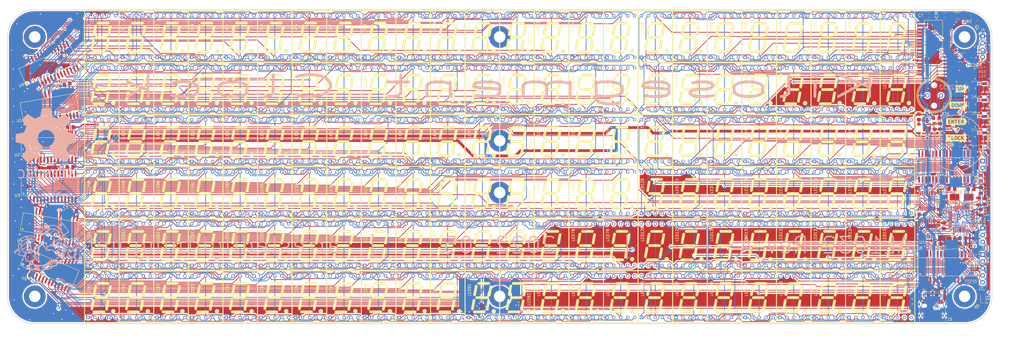
<source format=kicad_pcb>
(kicad_pcb (version 20171130) (host pcbnew 5.1.12-84ad8e8a86~92~ubuntu20.04.1)
  (layers (0 F.Cu signal) (31 B.Cu signal) (34 B.Paste user) (35 F.Paste user) (36 B.SilkS user) (37 F.SilkS user) (38 B.Mask user) (39 F.Mask user) (44 Edge.Cuts user))
  (net 0 "")
  (net 1 /Sheet65B35949/C)
  (net 2 /Sheet65B35949/D)
  (net 3 /Sheet65B35949/DP)
  (net 4 /Sheet65B35949/E)
  (net 5 /Sheet65B35949/G)
  (net 6 /Sheet65B35949/B)
  (net 7 /Sheet65B35949/A)
  (net 8 /Sheet65B35949/F)
  (net 9 /sheet65C5A503/C)
  (net 10 /sheet65C5A503/D)
  (net 11 /sheet65C5A503/DP)
  (net 12 /sheet65C5A503/E)
  (net 13 /sheet65C5A503/G)
  (net 14 /sheet65C5A503/B)
  (net 15 /sheet65C5A503/A)
  (net 16 /sheet65C5A503/F)
  (net 17 "Net-(U0-Pad9)")
  (net 18 "Net-(U1-Pad9)")
  (net 19 GND)
  (net 20 +5V)
  (net 21 /sheet65E77961/C)
  (net 22 /sheet65E77961/D)
  (net 23 /sheet65E77961/DP)
  (net 24 /sheet65E77961/E)
  (net 25 /sheet65E77961/G)
  (net 26 /sheet65E77961/B)
  (net 27 /sheet65E77961/A)
  (net 28 /sheet65E77961/F)
  (net 29 /sheet65E77CCE/C)
  (net 30 /sheet65E77CCE/D)
  (net 31 /sheet65E77CCE/DP)
  (net 32 /sheet65E77CCE/E)
  (net 33 /sheet65E77CCE/G)
  (net 34 /sheet65E77CCE/B)
  (net 35 /sheet65E77CCE/A)
  (net 36 /sheet65E77CCE/F)
  (net 37 /sheet65E79B9E/C)
  (net 38 /sheet65E79B9E/D)
  (net 39 /sheet65E79B9E/DP)
  (net 40 /sheet65E79B9E/E)
  (net 41 /sheet65E79B9E/G)
  (net 42 /sheet65E79B9E/B)
  (net 43 /sheet65E79B9E/A)
  (net 44 /sheet65E79B9E/F)
  (net 45 /sheet65E79BA3/C)
  (net 46 /sheet65E79BA3/D)
  (net 47 /sheet65E79BA3/DP)
  (net 48 /sheet65E79BA3/E)
  (net 49 /sheet65E79BA3/G)
  (net 50 /sheet65E79BA3/B)
  (net 51 /sheet65E79BA3/A)
  (net 52 /sheet65E79BA3/F)
  (net 53 /sheet65E79BB2/C)
  (net 54 /sheet65E79BB2/D)
  (net 55 /sheet65E79BB2/DP)
  (net 56 /sheet65E79BB2/E)
  (net 57 /sheet65E79BB2/G)
  (net 58 /sheet65E79BB2/B)
  (net 59 /sheet65E79BB2/A)
  (net 60 /sheet65E79BB2/F)
  (net 61 /sheet65E79BBC/C)
  (net 62 /sheet65E79BBC/D)
  (net 63 /sheet65E79BBC/DP)
  (net 64 /sheet65E79BBC/E)
  (net 65 /sheet65E79BBC/G)
  (net 66 /sheet65E79BBC/B)
  (net 67 /sheet65E79BBC/A)
  (net 68 /sheet65E79BBC/F)
  (net 69 /sheet65E7B3E1/C)
  (net 70 /sheet65E7B3E1/D)
  (net 71 /sheet65E7B3E1/DP)
  (net 72 /sheet65E7B3E1/E)
  (net 73 /sheet65E7B3E1/G)
  (net 74 /sheet65E7B3E1/B)
  (net 75 /sheet65E7B3E1/A)
  (net 76 /sheet65E7B3E1/F)
  (net 77 /CLK)
  (net 78 /DIN)
  (net 79 "Net-(U2-Pad9)")
  (net 80 "Net-(U3-Pad9)")
  (net 81 "Net-(U4-Pad9)")
  (net 82 "Net-(U5-Pad9)")
  (net 83 "Net-(U6-Pad9)")
  (net 84 "Net-(U7-Pad9)")
  (net 85 "Net-(U8-Pad9)")
  (net 86 +3V3)
  (net 87 "Net-(C16-Pad2)")
  (net 88 "Net-(C17-Pad2)")
  (net 89 "Net-(C18-Pad2)")
  (net 90 "Net-(C19-Pad2)")
  (net 91 "Net-(C22-Pad1)")
  (net 92 "Net-(D1-Pad1)")
  (net 93 "Net-(IC1-Pad3)")
  (net 94 /SCL)
  (net 95 /SDA)
  (net 96 /TXD)
  (net 97 /RXD)
  (net 98 /~RESET)
  (net 99 /SWDIO)
  (net 100 /SWCLK)
  (net 101 "Net-(J3-PadB8)")
  (net 102 "Net-(J3-PadA5)")
  (net 103 /USB-)
  (net 104 /USB+)
  (net 105 "Net-(J3-PadA8)")
  (net 106 "Net-(J3-PadB5)")
  (net 107 "Net-(BT1-Pad1)")
  (net 108 "Net-(R3-Pad1)")
  (net 109 /HB)
  (net 110 /SW_UP)
  (net 111 /SW_DOWN)
  (net 112 /SW_ENTER)
  (net 113 /SW_CLOCK)
  (net 114 /CS0)
  (net 115 /CS1)
  (net 116 /CS2)
  (net 117 /CS3)
  (net 118 /CS4)
  (net 119 /CS5)
  (net 120 /CS6)
  (net 121 /CS7)
  (net 122 /CS8)
  (net 123 "Net-(U10-Pad45)")
  (net 124 /BOOT)
  (net 125 "Net-(U10-Pad41)")
  (net 126 "Net-(U10-Pad40)")
  (net 127 /CS8_3V)
  (net 128 /DIN_3V)
  (net 129 "Net-(U10-Pad27)")
  (net 130 /CLK_3V)
  (net 131 "Net-(U10-Pad25)")
  (net 132 "Net-(U10-Pad22)")
  (net 133 /CS7_3V)
  (net 134 /CS6_3V)
  (net 135 /CS5_3V)
  (net 136 /CS4_3V)
  (net 137 /CS3_3V)
  (net 138 /CS2_3V)
  (net 139 /CS1_3V)
  (net 140 /CS0_3V)
  (net 141 "Net-(U10-Pad2)")
  (net 142 "Net-(U11-Pad9)")
  (net 143 "Net-(U11-Pad7)")
  (net 144 "Net-(U11-Pad5)")
  (net 145 "Net-(U11-Pad3)")
  (net 146 /BUZZER)
  (net 147 "Net-(U11-Pad12)")
  (net 148 "Net-(D2-Pad2)")
  (net 149 "Net-(U13-Pad5)")
  (net 150 "Net-(U13-Pad2)")
  (net 151 /Sheet65B35949/DIG1)
  (net 152 /Sheet65B35949/DIG2)
  (net 153 /Sheet65B35949/DIG3)
  (net 154 /Sheet65B35949/DIG4)
  (net 155 /Sheet65B35949/DIG5)
  (net 156 /Sheet65B35949/DIG6)
  (net 157 /Sheet65B35949/DIG7)
  (net 158 /Sheet65B35949/DIG8)
  (net 159 /Sheet65B35949/DIG9)
  (net 160 /Sheet65B35949/DIG10)
  (net 161 /Sheet65B35949/DIG11)
  (net 162 /Sheet65B35949/DIG12)
  (net 163 /Sheet65B35949/DIG13)
  (net 164 /Sheet65B35949/DIG14)
  (net 165 /Sheet65B35949/DIG15)
  (net 166 /Sheet65B35949/DIG16)
  (net 167 /sheet65C5A503/DIG1)
  (net 168 /sheet65C5A503/DIG2)
  (net 169 /sheet65C5A503/DIG3)
  (net 170 /sheet65C5A503/DIG4)
  (net 171 /sheet65C5A503/DIG5)
  (net 172 /sheet65C5A503/DIG6)
  (net 173 /sheet65C5A503/DIG7)
  (net 174 /sheet65C5A503/DIG8)
  (net 175 /sheet65C5A503/DIG9)
  (net 176 /sheet65C5A503/DIG10)
  (net 177 /sheet65C5A503/DIG11)
  (net 178 /sheet65C5A503/DIG12)
  (net 179 /sheet65C5A503/DIG13)
  (net 180 /sheet65C5A503/DIG14)
  (net 181 /sheet65C5A503/DIG15)
  (net 182 /sheet65C5A503/DIG16)
  (net 183 /sheet65E77961/DIG1)
  (net 184 /sheet65E77961/DIG2)
  (net 185 /sheet65E77961/DIG3)
  (net 186 /sheet65E77961/DIG4)
  (net 187 /sheet65E77961/DIG5)
  (net 188 /sheet65E77961/DIG6)
  (net 189 /sheet65E77961/DIG7)
  (net 190 /sheet65E77961/DIG8)
  (net 191 /sheet65E77961/DIG9)
  (net 192 /sheet65E77961/DIG10)
  (net 193 /sheet65E77961/DIG11)
  (net 194 /sheet65E77961/DIG12)
  (net 195 /sheet65E77961/DIG13)
  (net 196 /sheet65E77961/DIG14)
  (net 197 /sheet65E77961/DIG15)
  (net 198 /sheet65E77961/DIG16)
  (net 199 /sheet65E77CCE/DIG1)
  (net 200 /sheet65E77CCE/DIG2)
  (net 201 /sheet65E77CCE/DIG3)
  (net 202 /sheet65E77CCE/DIG4)
  (net 203 /sheet65E77CCE/DIG5)
  (net 204 /sheet65E77CCE/DIG6)
  (net 205 /sheet65E77CCE/DIG7)
  (net 206 /sheet65E77CCE/DIG8)
  (net 207 /sheet65E77CCE/DIG9)
  (net 208 /sheet65E77CCE/DIG10)
  (net 209 /sheet65E77CCE/DIG11)
  (net 210 /sheet65E77CCE/DIG12)
  (net 211 /sheet65E77CCE/DIG13)
  (net 212 /sheet65E77CCE/DIG14)
  (net 213 /sheet65E77CCE/DIG15)
  (net 214 /sheet65E77CCE/DIG16)
  (net 215 /sheet65E79B9E/DIG1)
  (net 216 /sheet65E79B9E/DIG2)
  (net 217 /sheet65E79B9E/DIG3)
  (net 218 /sheet65E79B9E/DIG4)
  (net 219 /sheet65E79B9E/DIG5)
  (net 220 /sheet65E79B9E/DIG6)
  (net 221 /sheet65E79B9E/DIG7)
  (net 222 /sheet65E79B9E/DIG8)
  (net 223 /sheet65E79B9E/DIG9)
  (net 224 /sheet65E79B9E/DIG10)
  (net 225 /sheet65E79B9E/DIG11)
  (net 226 /sheet65E79B9E/DIG12)
  (net 227 /sheet65E79B9E/DIG13)
  (net 228 /sheet65E79B9E/DIG14)
  (net 229 /sheet65E79B9E/DIG15)
  (net 230 /sheet65E79B9E/DIG16)
  (net 231 /sheet65E79BA3/DIG1)
  (net 232 /sheet65E79BA3/DIG2)
  (net 233 /sheet65E79BA3/DIG3)
  (net 234 /sheet65E79BA3/DIG4)
  (net 235 /sheet65E79BA3/DIG5)
  (net 236 /sheet65E79BA3/DIG6)
  (net 237 /sheet65E79BA3/DIG7)
  (net 238 /sheet65E79BA3/DIG8)
  (net 239 /sheet65E79BA3/DIG9)
  (net 240 /sheet65E79BA3/DIG10)
  (net 241 /sheet65E79BA3/DIG11)
  (net 242 /sheet65E79BA3/DIG12)
  (net 243 /sheet65E79BA3/DIG13)
  (net 244 /sheet65E79BA3/DIG14)
  (net 245 /sheet65E79BA3/DIG15)
  (net 246 /sheet65E79BA3/DIG16)
  (net 247 /sheet65E79BB2/DIG1)
  (net 248 /sheet65E79BB2/DIG2)
  (net 249 /sheet65E79BB2/DIG3)
  (net 250 /sheet65E79BB2/DIG4)
  (net 251 /sheet65E79BB2/DIG5)
  (net 252 /sheet65E79BB2/DIG6)
  (net 253 /sheet65E79BB2/DIG7)
  (net 254 /sheet65E79BB2/DIG8)
  (net 255 /sheet65E79BB2/DIG9)
  (net 256 /sheet65E79BB2/DIG10)
  (net 257 /sheet65E79BB2/DIG11)
  (net 258 /sheet65E79BB2/DIG12)
  (net 259 /sheet65E79BB2/DIG13)
  (net 260 /sheet65E79BB2/DIG14)
  (net 261 /sheet65E79BB2/DIG15)
  (net 262 /sheet65E79BB2/DIG16)
  (net 263 /sheet65E79BBC/DIG1)
  (net 264 /sheet65E79BBC/DIG2)
  (net 265 /sheet65E79BBC/DIG3)
  (net 266 /sheet65E79BBC/DIG4)
  (net 267 /sheet65E79BBC/DIG5)
  (net 268 /sheet65E79BBC/DIG6)
  (net 269 /sheet65E79BBC/DIG7)
  (net 270 /sheet65E79BBC/DIG8)
  (net 271 /sheet65E79BBC/DIG9)
  (net 272 /sheet65E79BBC/DIG10)
  (net 273 /sheet65E79BBC/DIG11)
  (net 274 /sheet65E79BBC/DIG12)
  (net 275 /sheet65E79BBC/DIG13)
  (net 276 /sheet65E79BBC/DIG14)
  (net 277 /sheet65E79BBC/DIG15)
  (net 278 /sheet65E79BBC/DIG16)
  (net 279 /sheet65E7B3E1/DIG1)
  (net 280 /sheet65E7B3E1/DIG2)
  (net 281 /sheet65E7B3E1/DIG3)
  (net 282 /sheet65E7B3E1/DIG4)
  (net 283 /sheet65E7B3E1/DIG5)
  (net 284 /sheet65E7B3E1/DIG6)
  (net 285 /sheet65E7B3E1/DIG7)
  (net 286 /sheet65E7B3E1/DIG8)
  (net 287 /sheet65E7B3E1/DIG9)
  (net 288 /sheet65E7B3E1/DIG10)
  (net 289 /sheet65E7B3E1/DIG11)
  (net 290 /sheet65E7B3E1/DIG12)
  (net 291 /sheet65E7B3E1/DIG13)
  (net 292 /sheet65E7B3E1/DIG14)
  (net 293 /sheet65E7B3E1/DIG15)
  (net 294 /sheet65E7B3E1/DIG16)
  (module Resistor_SMD:R_0805_2012Metric_Pad1.20x1.40mm_HandSolder (layer F.Cu) (at 373.35 82)
    (fp_text reference R9 (at 0 -1.65) (layer F.SilkS))
    (fp_text value 5.1K)
    (pad 2 smd roundrect (at 1 0) (size 1.2 1.4) (layers F.Cu F.Paste F.Mask) (roundrect_rratio 0.208333) (net 124 /BOOT))
    (pad 1 smd roundrect (at -1 0) (size 1.2 1.4) (layers F.Cu F.Paste F.Mask) (roundrect_rratio 0.208333) (net 19 GND))
  )
  (module Connector_PinHeader_2.54mm:PinHeader_1x02_P2.54mm_Vertical (layer F.Cu) (at 373.8 84.45)
    (fp_text reference J5 (at 0 -2.33) (layer F.SilkS))
    (fp_text value Conn_01x02)
    (pad 2 thru_hole oval (at 0 2.54) (size 1.7 1.7) (drill 1) (layers *.Cu *.Mask) (net 124 /BOOT))
    (pad 1 thru_hole rect (at 0 0) (size 1.7 1.7) (drill 1) (layers *.Cu *.Mask) (net 86 +3V3))
  )
  (module AL_Footprints:BatteryHolder_CR2032-BS-6-1_1x2032 (layer B.Cu) (at 364 77.8 270)
    (fp_text reference BT1 (at 18.2 -1) (layer B.SilkS) (effects (justify mirror)))
    (fp_text value Battery_Cell)
    (pad 2 smd rect (at -14.5 0 270) (size 3.6 4.5) (layers B.Cu B.Paste B.Mask) (net 19 GND))
    (pad 1 smd rect (at 14.5 0 270) (size 3.6 4.5) (layers B.Cu B.Paste B.Mask) (net 107 "Net-(BT1-Pad1)"))
  )
  (module Resistor_SMD:R_0805_2012Metric_Pad1.20x1.40mm_HandSolder (layer F.Cu) (at 358.25 71.75 270)
    (fp_text reference R8 (at 3.05 0.04 90) (layer F.SilkS))
    (fp_text value 0)
    (pad 2 smd roundrect (at 1 0 270) (size 1.2 1.4) (layers F.Cu F.Paste F.Mask) (roundrect_rratio 0.208333) (net 146 /BUZZER))
    (pad 1 smd roundrect (at -1 0 270) (size 1.2 1.4) (layers F.Cu F.Paste F.Mask) (roundrect_rratio 0.208333) (net 91 "Net-(C22-Pad1)"))
  )
  (module Diode_SMD:D_SOD-123 (layer F.Cu) (at 350.5 72.65 90)
    (fp_text reference D2 (at -3.3 0.15 180) (layer F.SilkS))
    (fp_text value DNP_D)
    (pad 2 smd rect (at 1.65 0 90) (size 0.9 1.2) (layers F.Cu F.Paste F.Mask) (net 148 "Net-(D2-Pad2)"))
    (pad 1 smd rect (at -1.65 0 90) (size 0.9 1.2) (layers F.Cu F.Paste F.Mask) (net 20 +5V))
  )
  (module Capacitor_SMD:C_0805_2012Metric_Pad1.18x1.45mm_HandSolder (layer F.Cu) (at 356.85 68.7)
    (fp_text reference C25 (at 3.35 -1.44) (layer F.SilkS))
    (fp_text value 1uF)
    (pad 2 smd roundrect (at 1.0375 0) (size 1.175 1.45) (layers F.Cu F.Paste F.Mask) (roundrect_rratio 0.212766) (net 19 GND))
    (pad 1 smd roundrect (at -1.0375 0) (size 1.175 1.45) (layers F.Cu F.Paste F.Mask) (roundrect_rratio 0.212766) (net 20 +5V))
  )
  (module Symbol:OSHW-Symbol_22.3x20mm_SilkScreen (layer B.Cu) (at 31.369 75.057 180)
    (fp_text reference REF** hide)
    (fp_text value OSHW-Symbol_22.3x20mm_SilkScreen hide)
  )
  (module AL_Logo:al_logo (layer B.Cu) (at 29.972 116.586 180)
    (fp_text reference G*** hide)
    (fp_text value LOGO hide)
  )
  (module AL_Footprints:pcb_nut_m3 (layer F.Cu) (at 197.2 96)
    (fp_text reference H10 hide)
    (fp_text value MountingHole)
    (pad 1 thru_hole circle (at 0 0) (size 8 8) (drill 4.22) (layers *.Cu *.Mask))
  )
  (module AL_Footprints:pcb_nut_m3 (layer F.Cu) (at 197.2 77)
    (fp_text reference H9 hide)
    (fp_text value MountingHole)
    (pad 1 thru_hole circle (at 0 0) (size 8 8) (drill 4.22) (layers *.Cu *.Mask))
  )
  (module AL_Footprints:pcb_nut_m3 (layer F.Cu) (at 197.2 134)
    (fp_text reference H6 hide)
    (fp_text value MountingHole)
    (pad 1 thru_hole circle (at 0 0) (size 8 8) (drill 4.22) (layers *.Cu *.Mask))
  )
  (module AL_Footprints:pcb_nut_m3 (layer F.Cu) (at 367.2 134)
    (fp_text reference H5 hide)
    (fp_text value MountingHole)
    (pad 1 thru_hole circle (at 0 0) (size 8 8) (drill 4.22) (layers *.Cu *.Mask))
  )
  (module AL_Footprints:pcb_nut_m3 (layer F.Cu) (at 27.2 134)
    (fp_text reference H4 hide)
    (fp_text value MountingHole)
    (pad 1 thru_hole circle (at 0 0) (size 8 8) (drill 4.22) (layers *.Cu *.Mask))
  )
  (module AL_Footprints:pcb_nut_m3 (layer F.Cu) (at 197.2 39)
    (fp_text reference H3 hide)
    (fp_text value MountingHole)
    (pad 1 thru_hole circle (at 0 0) (size 8 8) (drill 4.22) (layers *.Cu *.Mask))
  )
  (module AL_Footprints:pcb_nut_m3 (layer F.Cu) (at 27.2 39)
    (fp_text reference H2 hide)
    (fp_text value MountingHole)
    (pad 1 thru_hole circle (at 0 0) (size 8 8) (drill 4.22) (layers *.Cu *.Mask))
  )
  (module AL_Footprints:pcb_nut_m3 (layer F.Cu) (at 367.2 39)
    (fp_text reference H1 hide)
    (fp_text value MountingHole)
    (pad 1 thru_hole circle (at 0 0) (size 8 8) (drill 4.22) (layers *.Cu *.Mask))
  )
  (module label (layer F.Cu) (at 366.073244 58)
    (fp_text reference kibuzzard-6249F15D hide)
    (fp_text value G*** hide)
  )
  (module label (layer F.Cu) (at 364.25 76)
    (fp_text reference kibuzzard-6249F13F hide)
    (fp_text value G*** hide)
  )
  (module label (layer F.Cu) (at 364.3008 70)
    (fp_text reference kibuzzard-6249F0CC hide)
    (fp_text value G*** hide)
  )
  (module label (layer F.Cu) (at 364.919131 64)
    (fp_text reference kibuzzard-6249F086 hide)
    (fp_text value G*** hide)
  )
  (module Connector_PinHeader_2.54mm:PinHeader_1x03_P2.54mm_Vertical (layer F.Cu) (at 373.8 109)
    (fp_text reference J1 (at 0.0245 7.2685) (layer F.SilkS))
    (fp_text value Conn_01x03)
    (pad 3 thru_hole oval (at 0 5.08) (size 1.7 1.7) (drill 1) (layers *.Cu *.Mask) (net 96 /TXD))
    (pad 2 thru_hole oval (at 0 2.54) (size 1.7 1.7) (drill 1) (layers *.Cu *.Mask) (net 97 /RXD))
    (pad 1 thru_hole rect (at 0 0) (size 1.7 1.7) (drill 1) (layers *.Cu *.Mask) (net 19 GND))
  )
  (module Capacitor_SMD:C_0805_2012Metric_Pad1.18x1.45mm_HandSolder (layer F.Cu) (at 351.6 104)
    (fp_text reference C24 (at 3.365 0.013) (layer F.SilkS))
    (fp_text value 0.1uF)
    (pad 2 smd roundrect (at 1.0375 0) (size 1.175 1.45) (layers F.Cu F.Paste F.Mask) (roundrect_rratio 0.212766) (net 19 GND))
    (pad 1 smd roundrect (at -1.0375 0) (size 1.175 1.45) (layers F.Cu F.Paste F.Mask) (roundrect_rratio 0.212766) (net 20 +5V))
  )
  (module Capacitor_SMD:C_0805_2012Metric_Pad1.18x1.45mm_HandSolder (layer F.Cu) (at 358 103.2 270)
    (fp_text reference C23 (at 0 -1.68 90) (layer F.SilkS))
    (fp_text value 0.1uF)
    (pad 2 smd roundrect (at 1.0375 0 270) (size 1.175 1.45) (layers F.Cu F.Paste F.Mask) (roundrect_rratio 0.212766) (net 19 GND))
    (pad 1 smd roundrect (at -1.0375 0 270) (size 1.175 1.45) (layers F.Cu F.Paste F.Mask) (roundrect_rratio 0.212766) (net 20 +5V))
  )
  (module Crystal:Crystal_SMD_5032-2Pin_5.0x3.2mm_HandSoldering (layer F.Cu) (at 366.1 97.7 180)
    (fp_text reference Y2 (at 4.2135 -2.3125) (layer F.SilkS))
    (fp_text value 8MHz)
    (pad 2 smd rect (at 2.6 0 180) (size 3.5 2.4) (layers F.Cu F.Paste F.Mask) (net 90 "Net-(C19-Pad2)"))
    (pad 1 smd rect (at -2.6 0 180) (size 3.5 2.4) (layers F.Cu F.Paste F.Mask) (net 89 "Net-(C18-Pad2)"))
  )
  (module Crystal:Crystal_SMD_3215-2Pin_3.2x1.5mm (layer F.Cu) (at 372.4 99.2 270)
    (fp_text reference Y1 (at 1.257 2.068 180) (layer F.SilkS))
    (fp_text value 32.768KHz)
    (pad 2 smd rect (at -1.25 0 270) (size 1 1.8) (layers F.Cu F.Paste F.Mask) (net 88 "Net-(C17-Pad2)"))
    (pad 1 smd rect (at 1.25 0 270) (size 1 1.8) (layers F.Cu F.Paste F.Mask) (net 87 "Net-(C16-Pad2)"))
  )
  (module Package_TO_SOT_SMD:SOT-363_SC-70-6_Handsoldering (layer F.Cu) (at 364.6 31.25)
    (fp_text reference U13 (at 0 -2) (layer F.SilkS))
    (fp_text value LTR-303ALS-01)
    (pad 6 smd rect (at 1.33 -0.65) (size 1.5 0.4) (layers F.Cu F.Paste F.Mask) (net 95 /SDA))
    (pad 5 smd rect (at 1.33 0) (size 1.5 0.4) (layers F.Cu F.Paste F.Mask) (net 149 "Net-(U13-Pad5)"))
    (pad 4 smd rect (at 1.33 0.65) (size 1.5 0.4) (layers F.Cu F.Paste F.Mask) (net 94 /SCL))
    (pad 3 smd rect (at -1.33 0.65) (size 1.5 0.4) (layers F.Cu F.Paste F.Mask) (net 19 GND))
    (pad 2 smd rect (at -1.33 0) (size 1.5 0.4) (layers F.Cu F.Paste F.Mask) (net 150 "Net-(U13-Pad2)"))
    (pad 1 smd rect (at -1.33 -0.65) (size 1.5 0.4) (layers F.Cu F.Paste F.Mask) (net 86 +3V3))
  )
  (module Package_SO:TSSOP-20_4.4x6.5mm_P0.65mm (layer F.Cu) (at 353.4 99 270)
    (fp_text reference U12 (at 0 -4.2 90) (layer F.SilkS))
    (fp_text value SN74ACT244PWRG4)
    (pad 20 smd roundrect (at 2.8625 -2.925 270) (size 1.475 0.4) (layers F.Cu F.Paste F.Mask) (net 20 +5V))
    (pad 19 smd roundrect (at 2.8625 -2.275 270) (size 1.475 0.4) (layers F.Cu F.Paste F.Mask) (net 19 GND))
    (pad 18 smd roundrect (at 2.8625 -1.625 270) (size 1.475 0.4) (layers F.Cu F.Paste F.Mask) (net 114 /CS0))
    (pad 17 smd roundrect (at 2.8625 -0.975 270) (size 1.475 0.4) (layers F.Cu F.Paste F.Mask) (net 133 /CS7_3V))
    (pad 16 smd roundrect (at 2.8625 -0.325 270) (size 1.475 0.4) (layers F.Cu F.Paste F.Mask) (net 115 /CS1))
    (pad 15 smd roundrect (at 2.8625 0.325 270) (size 1.475 0.4) (layers F.Cu F.Paste F.Mask) (net 134 /CS6_3V))
    (pad 14 smd roundrect (at 2.8625 0.975 270) (size 1.475 0.4) (layers F.Cu F.Paste F.Mask) (net 116 /CS2))
    (pad 13 smd roundrect (at 2.8625 1.625 270) (size 1.475 0.4) (layers F.Cu F.Paste F.Mask) (net 135 /CS5_3V))
    (pad 12 smd roundrect (at 2.8625 2.275 270) (size 1.475 0.4) (layers F.Cu F.Paste F.Mask) (net 117 /CS3))
    (pad 11 smd roundrect (at 2.8625 2.925 270) (size 1.475 0.4) (layers F.Cu F.Paste F.Mask) (net 136 /CS4_3V))
    (pad 10 smd roundrect (at -2.8625 2.925 270) (size 1.475 0.4) (layers F.Cu F.Paste F.Mask) (net 19 GND))
    (pad 9 smd roundrect (at -2.8625 2.275 270) (size 1.475 0.4) (layers F.Cu F.Paste F.Mask) (net 118 /CS4))
    (pad 8 smd roundrect (at -2.8625 1.625 270) (size 1.475 0.4) (layers F.Cu F.Paste F.Mask) (net 137 /CS3_3V))
    (pad 7 smd roundrect (at -2.8625 0.975 270) (size 1.475 0.4) (layers F.Cu F.Paste F.Mask) (net 119 /CS5))
    (pad 6 smd roundrect (at -2.8625 0.325 270) (size 1.475 0.4) (layers F.Cu F.Paste F.Mask) (net 138 /CS2_3V))
    (pad 5 smd roundrect (at -2.8625 -0.325 270) (size 1.475 0.4) (layers F.Cu F.Paste F.Mask) (net 120 /CS6))
    (pad 4 smd roundrect (at -2.8625 -0.975 270) (size 1.475 0.4) (layers F.Cu F.Paste F.Mask) (net 139 /CS1_3V))
    (pad 3 smd roundrect (at -2.8625 -1.625 270) (size 1.475 0.4) (layers F.Cu F.Paste F.Mask) (net 121 /CS7))
    (pad 2 smd roundrect (at -2.8625 -2.275 270) (size 1.475 0.4) (layers F.Cu F.Paste F.Mask) (net 140 /CS0_3V))
    (pad 1 smd roundrect (at -2.8625 -2.925 270) (size 1.475 0.4) (layers F.Cu F.Paste F.Mask) (net 19 GND))
  )
  (module Package_SO:TSSOP-20_4.4x6.5mm_P0.65mm (layer F.Cu) (at 353.4 109.2 90)
    (fp_text reference U11 (at -4.973 -1.229 180) (layer F.SilkS))
    (fp_text value SN74ACT244PWRG4)
    (pad 20 smd roundrect (at 2.8625 -2.925 90) (size 1.475 0.4) (layers F.Cu F.Paste F.Mask) (net 20 +5V))
    (pad 19 smd roundrect (at 2.8625 -2.275 90) (size 1.475 0.4) (layers F.Cu F.Paste F.Mask) (net 19 GND))
    (pad 18 smd roundrect (at 2.8625 -1.625 90) (size 1.475 0.4) (layers F.Cu F.Paste F.Mask) (net 122 /CS8))
    (pad 17 smd roundrect (at 2.8625 -0.975 90) (size 1.475 0.4) (layers F.Cu F.Paste F.Mask) (net 19 GND))
    (pad 16 smd roundrect (at 2.8625 -0.325 90) (size 1.475 0.4) (layers F.Cu F.Paste F.Mask) (net 78 /DIN))
    (pad 15 smd roundrect (at 2.8625 0.325 90) (size 1.475 0.4) (layers F.Cu F.Paste F.Mask) (net 19 GND))
    (pad 14 smd roundrect (at 2.8625 0.975 90) (size 1.475 0.4) (layers F.Cu F.Paste F.Mask) (net 77 /CLK))
    (pad 13 smd roundrect (at 2.8625 1.625 90) (size 1.475 0.4) (layers F.Cu F.Paste F.Mask) (net 19 GND))
    (pad 12 smd roundrect (at 2.8625 2.275 90) (size 1.475 0.4) (layers F.Cu F.Paste F.Mask) (net 147 "Net-(U11-Pad12)"))
    (pad 11 smd roundrect (at 2.8625 2.925 90) (size 1.475 0.4) (layers F.Cu F.Paste F.Mask) (net 19 GND))
    (pad 10 smd roundrect (at -2.8625 2.925 90) (size 1.475 0.4) (layers F.Cu F.Paste F.Mask) (net 19 GND))
    (pad 9 smd roundrect (at -2.8625 2.275 90) (size 1.475 0.4) (layers F.Cu F.Paste F.Mask) (net 142 "Net-(U11-Pad9)"))
    (pad 8 smd roundrect (at -2.8625 1.625 90) (size 1.475 0.4) (layers F.Cu F.Paste F.Mask) (net 19 GND))
    (pad 7 smd roundrect (at -2.8625 0.975 90) (size 1.475 0.4) (layers F.Cu F.Paste F.Mask) (net 143 "Net-(U11-Pad7)"))
    (pad 6 smd roundrect (at -2.8625 0.325 90) (size 1.475 0.4) (layers F.Cu F.Paste F.Mask) (net 130 /CLK_3V))
    (pad 5 smd roundrect (at -2.8625 -0.325 90) (size 1.475 0.4) (layers F.Cu F.Paste F.Mask) (net 144 "Net-(U11-Pad5)"))
    (pad 4 smd roundrect (at -2.8625 -0.975 90) (size 1.475 0.4) (layers F.Cu F.Paste F.Mask) (net 128 /DIN_3V))
    (pad 3 smd roundrect (at -2.8625 -1.625 90) (size 1.475 0.4) (layers F.Cu F.Paste F.Mask) (net 145 "Net-(U11-Pad3)"))
    (pad 2 smd roundrect (at -2.8625 -2.275 90) (size 1.475 0.4) (layers F.Cu F.Paste F.Mask) (net 127 /CS8_3V))
    (pad 1 smd roundrect (at -2.8625 -2.925 90) (size 1.475 0.4) (layers F.Cu F.Paste F.Mask) (net 19 GND))
  )
  (module Package_QFP:LQFP-48_7x7mm_P0.5mm (layer F.Cu) (at 366.1 105.7 270)
    (fp_text reference U10 (at 0.9165 -7.407 180) (layer F.SilkS))
    (fp_text value STM32F103C8T6)
    (pad 48 smd roundrect (at -2.75 -4.1625 270) (size 0.3 1.475) (layers F.Cu F.Paste F.Mask) (net 86 +3V3))
    (pad 47 smd roundrect (at -2.25 -4.1625 270) (size 0.3 1.475) (layers F.Cu F.Paste F.Mask) (net 19 GND))
    (pad 46 smd roundrect (at -1.75 -4.1625 270) (size 0.3 1.475) (layers F.Cu F.Paste F.Mask) (net 146 /BUZZER))
    (pad 45 smd roundrect (at -1.25 -4.1625 270) (size 0.3 1.475) (layers F.Cu F.Paste F.Mask) (net 123 "Net-(U10-Pad45)"))
    (pad 44 smd roundrect (at -0.75 -4.1625 270) (size 0.3 1.475) (layers F.Cu F.Paste F.Mask) (net 124 /BOOT))
    (pad 43 smd roundrect (at -0.25 -4.1625 270) (size 0.3 1.475) (layers F.Cu F.Paste F.Mask) (net 95 /SDA))
    (pad 42 smd roundrect (at 0.25 -4.1625 270) (size 0.3 1.475) (layers F.Cu F.Paste F.Mask) (net 94 /SCL))
    (pad 41 smd roundrect (at 0.75 -4.1625 270) (size 0.3 1.475) (layers F.Cu F.Paste F.Mask) (net 125 "Net-(U10-Pad41)"))
    (pad 40 smd roundrect (at 1.25 -4.1625 270) (size 0.3 1.475) (layers F.Cu F.Paste F.Mask) (net 126 "Net-(U10-Pad40)"))
    (pad 39 smd roundrect (at 1.75 -4.1625 270) (size 0.3 1.475) (layers F.Cu F.Paste F.Mask) (net 113 /SW_CLOCK))
    (pad 38 smd roundrect (at 2.25 -4.1625 270) (size 0.3 1.475) (layers F.Cu F.Paste F.Mask) (net 109 /HB))
    (pad 37 smd roundrect (at 2.75 -4.1625 270) (size 0.3 1.475) (layers F.Cu F.Paste F.Mask) (net 100 /SWCLK))
    (pad 36 smd roundrect (at 4.1625 -2.75 270) (size 1.475 0.3) (layers F.Cu F.Paste F.Mask) (net 86 +3V3))
    (pad 35 smd roundrect (at 4.1625 -2.25 270) (size 1.475 0.3) (layers F.Cu F.Paste F.Mask) (net 19 GND))
    (pad 34 smd roundrect (at 4.1625 -1.75 270) (size 1.475 0.3) (layers F.Cu F.Paste F.Mask) (net 99 /SWDIO))
    (pad 33 smd roundrect (at 4.1625 -1.25 270) (size 1.475 0.3) (layers F.Cu F.Paste F.Mask) (net 104 /USB+))
    (pad 32 smd roundrect (at 4.1625 -0.75 270) (size 1.475 0.3) (layers F.Cu F.Paste F.Mask) (net 103 /USB-))
    (pad 31 smd roundrect (at 4.1625 -0.25 270) (size 1.475 0.3) (layers F.Cu F.Paste F.Mask) (net 97 /RXD))
    (pad 30 smd roundrect (at 4.1625 0.25 270) (size 1.475 0.3) (layers F.Cu F.Paste F.Mask) (net 96 /TXD))
    (pad 29 smd roundrect (at 4.1625 0.75 270) (size 1.475 0.3) (layers F.Cu F.Paste F.Mask) (net 127 /CS8_3V))
    (pad 28 smd roundrect (at 4.1625 1.25 270) (size 1.475 0.3) (layers F.Cu F.Paste F.Mask) (net 128 /DIN_3V))
    (pad 27 smd roundrect (at 4.1625 1.75 270) (size 1.475 0.3) (layers F.Cu F.Paste F.Mask) (net 129 "Net-(U10-Pad27)"))
    (pad 26 smd roundrect (at 4.1625 2.25 270) (size 1.475 0.3) (layers F.Cu F.Paste F.Mask) (net 130 /CLK_3V))
    (pad 25 smd roundrect (at 4.1625 2.75 270) (size 1.475 0.3) (layers F.Cu F.Paste F.Mask) (net 131 "Net-(U10-Pad25)"))
    (pad 24 smd roundrect (at 2.75 4.1625 270) (size 0.3 1.475) (layers F.Cu F.Paste F.Mask) (net 86 +3V3))
    (pad 23 smd roundrect (at 2.25 4.1625 270) (size 0.3 1.475) (layers F.Cu F.Paste F.Mask) (net 19 GND))
    (pad 22 smd roundrect (at 1.75 4.1625 270) (size 0.3 1.475) (layers F.Cu F.Paste F.Mask) (net 132 "Net-(U10-Pad22)"))
    (pad 21 smd roundrect (at 1.25 4.1625 270) (size 0.3 1.475) (layers F.Cu F.Paste F.Mask) (net 112 /SW_ENTER))
    (pad 20 smd roundrect (at 0.75 4.1625 270) (size 0.3 1.475) (layers F.Cu F.Paste F.Mask) (net 19 GND))
    (pad 19 smd roundrect (at 0.25 4.1625 270) (size 0.3 1.475) (layers F.Cu F.Paste F.Mask) (net 111 /SW_DOWN))
    (pad 18 smd roundrect (at -0.25 4.1625 270) (size 0.3 1.475) (layers F.Cu F.Paste F.Mask) (net 110 /SW_UP))
    (pad 17 smd roundrect (at -0.75 4.1625 270) (size 0.3 1.475) (layers F.Cu F.Paste F.Mask) (net 133 /CS7_3V))
    (pad 16 smd roundrect (at -1.25 4.1625 270) (size 0.3 1.475) (layers F.Cu F.Paste F.Mask) (net 134 /CS6_3V))
    (pad 15 smd roundrect (at -1.75 4.1625 270) (size 0.3 1.475) (layers F.Cu F.Paste F.Mask) (net 135 /CS5_3V))
    (pad 14 smd roundrect (at -2.25 4.1625 270) (size 0.3 1.475) (layers F.Cu F.Paste F.Mask) (net 136 /CS4_3V))
    (pad 13 smd roundrect (at -2.75 4.1625 270) (size 0.3 1.475) (layers F.Cu F.Paste F.Mask) (net 137 /CS3_3V))
    (pad 12 smd roundrect (at -4.1625 2.75 270) (size 1.475 0.3) (layers F.Cu F.Paste F.Mask) (net 138 /CS2_3V))
    (pad 11 smd roundrect (at -4.1625 2.25 270) (size 1.475 0.3) (layers F.Cu F.Paste F.Mask) (net 139 /CS1_3V))
    (pad 10 smd roundrect (at -4.1625 1.75 270) (size 1.475 0.3) (layers F.Cu F.Paste F.Mask) (net 140 /CS0_3V))
    (pad 9 smd roundrect (at -4.1625 1.25 270) (size 1.475 0.3) (layers F.Cu F.Paste F.Mask) (net 86 +3V3))
    (pad 8 smd roundrect (at -4.1625 0.75 270) (size 1.475 0.3) (layers F.Cu F.Paste F.Mask) (net 19 GND))
    (pad 7 smd roundrect (at -4.1625 0.25 270) (size 1.475 0.3) (layers F.Cu F.Paste F.Mask) (net 98 /~RESET))
    (pad 6 smd roundrect (at -4.1625 -0.25 270) (size 1.475 0.3) (layers F.Cu F.Paste F.Mask) (net 90 "Net-(C19-Pad2)"))
    (pad 5 smd roundrect (at -4.1625 -0.75 270) (size 1.475 0.3) (layers F.Cu F.Paste F.Mask) (net 89 "Net-(C18-Pad2)"))
    (pad 4 smd roundrect (at -4.1625 -1.25 270) (size 1.475 0.3) (layers F.Cu F.Paste F.Mask) (net 88 "Net-(C17-Pad2)"))
    (pad 3 smd roundrect (at -4.1625 -1.75 270) (size 1.475 0.3) (layers F.Cu F.Paste F.Mask) (net 87 "Net-(C16-Pad2)"))
    (pad 2 smd roundrect (at -4.1625 -2.25 270) (size 1.475 0.3) (layers F.Cu F.Paste F.Mask) (net 141 "Net-(U10-Pad2)"))
    (pad 1 smd roundrect (at -4.1625 -2.75 270) (size 1.475 0.3) (layers F.Cu F.Paste F.Mask) (net 108 "Net-(R3-Pad1)"))
  )
  (module Package_TO_SOT_SMD:SOT-89-3 (layer F.Cu) (at 362 114.4 180)
    (fp_text reference U9 (at 0.431 3.402) (layer F.SilkS))
    (fp_text value HT7533-1-SOT89)
    (pad 2 smd custom (at -1.5625 0 180) (size 1.475 0.9) (layers F.Cu F.Paste F.Mask) (net 20 +5V) (options (clearance outline) (anchor rect)) (primitives (gr_poly (pts (xy 0.7375 -0.8665) (xy 3.8625 -0.8665) (xy 3.8625 0.8665) (xy 0.7375 0.8665)) (width 0))))
    (pad 3 smd rect (at -1.65 1.5 180) (size 1.3 0.9) (layers F.Cu F.Paste F.Mask) (net 86 +3V3))
    (pad 1 smd rect (at -1.65 -1.5 180) (size 1.3 0.9) (layers F.Cu F.Paste F.Mask) (net 19 GND))
  )
  (module Button_Switch_SMD:SW_SPST_TL3342 (layer F.Cu) (at 371.4 76 180)
    (fp_text reference SW4 (at -4.775 -0.05 90) (layer F.SilkS))
    (fp_text value SW_Push)
    (pad 2 smd rect (at 3.15 1.9 180) (size 1.7 1) (layers F.Cu F.Paste F.Mask) (net 113 /SW_CLOCK))
    (pad 2 smd rect (at -3.15 1.9 180) (size 1.7 1) (layers F.Cu F.Paste F.Mask) (net 113 /SW_CLOCK))
    (pad 1 smd rect (at 3.15 -1.9 180) (size 1.7 1) (layers F.Cu F.Paste F.Mask) (net 19 GND))
    (pad 1 smd rect (at -3.15 -1.9 180) (size 1.7 1) (layers F.Cu F.Paste F.Mask) (net 19 GND))
  )
  (module Button_Switch_SMD:SW_SPST_TL3342 (layer F.Cu) (at 371.4 70 180)
    (fp_text reference SW3 (at -4.774 0.023 90) (layer F.SilkS))
    (fp_text value SW_Push)
    (pad 2 smd rect (at 3.15 1.9 180) (size 1.7 1) (layers F.Cu F.Paste F.Mask) (net 112 /SW_ENTER))
    (pad 2 smd rect (at -3.15 1.9 180) (size 1.7 1) (layers F.Cu F.Paste F.Mask) (net 112 /SW_ENTER))
    (pad 1 smd rect (at 3.15 -1.9 180) (size 1.7 1) (layers F.Cu F.Paste F.Mask) (net 19 GND))
    (pad 1 smd rect (at -3.15 -1.9 180) (size 1.7 1) (layers F.Cu F.Paste F.Mask) (net 19 GND))
  )
  (module Button_Switch_SMD:SW_SPST_TL3342 (layer F.Cu) (at 371.4 64 180)
    (fp_text reference SW2 (at -4.774 -0.008 90) (layer F.SilkS))
    (fp_text value SW_Push)
    (pad 2 smd rect (at 3.15 1.9 180) (size 1.7 1) (layers F.Cu F.Paste F.Mask) (net 111 /SW_DOWN))
    (pad 2 smd rect (at -3.15 1.9 180) (size 1.7 1) (layers F.Cu F.Paste F.Mask) (net 111 /SW_DOWN))
    (pad 1 smd rect (at 3.15 -1.9 180) (size 1.7 1) (layers F.Cu F.Paste F.Mask) (net 19 GND))
    (pad 1 smd rect (at -3.15 -1.9 180) (size 1.7 1) (layers F.Cu F.Paste F.Mask) (net 19 GND))
  )
  (module Button_Switch_SMD:SW_SPST_TL3342 (layer F.Cu) (at 371.4 58 180)
    (fp_text reference SW1 (at -4.774 -0.039 90) (layer F.SilkS))
    (fp_text value SW_Push)
    (pad 2 smd rect (at 3.15 1.9 180) (size 1.7 1) (layers F.Cu F.Paste F.Mask) (net 110 /SW_UP))
    (pad 2 smd rect (at -3.15 1.9 180) (size 1.7 1) (layers F.Cu F.Paste F.Mask) (net 110 /SW_UP))
    (pad 1 smd rect (at 3.15 -1.9 180) (size 1.7 1) (layers F.Cu F.Paste F.Mask) (net 19 GND))
    (pad 1 smd rect (at -3.15 -1.9 180) (size 1.7 1) (layers F.Cu F.Paste F.Mask) (net 19 GND))
  )
  (module Resistor_SMD:R_0805_2012Metric_Pad1.20x1.40mm_HandSolder (layer F.Cu) (at 350.45 68.25 90)
    (fp_text reference R7 (at 0.709 1.771 270) (layer F.SilkS))
    (fp_text value 1K)
    (pad 2 smd roundrect (at 1 0 90) (size 1.2 1.4) (layers F.Cu F.Paste F.Mask) (roundrect_rratio 0.208333) (net 20 +5V))
    (pad 1 smd roundrect (at -1 0 90) (size 1.2 1.4) (layers F.Cu F.Paste F.Mask) (roundrect_rratio 0.208333) (net 148 "Net-(D2-Pad2)"))
  )
  (module Resistor_SMD:R_0805_2012Metric_Pad1.20x1.40mm_HandSolder (layer F.Cu) (at 372.9 138.9 45)
    (fp_text reference R6 (at 0 -1.65 45) (layer F.SilkS))
    (fp_text value 1K)
    (pad 2 smd roundrect (at 1 0 45) (size 1.2 1.4) (layers F.Cu F.Paste F.Mask) (roundrect_rratio 0.208333) (net 92 "Net-(D1-Pad1)"))
    (pad 1 smd roundrect (at -1 0 45) (size 1.2 1.4) (layers F.Cu F.Paste F.Mask) (roundrect_rratio 0.208333) (net 109 /HB))
  )
  (module Resistor_SMD:R_0805_2012Metric_Pad1.20x1.40mm_HandSolder (layer F.Cu) (at 357 132.7 270)
    (fp_text reference R5 (at -0.366 -1.902 90) (layer F.SilkS))
    (fp_text value 5.1K)
    (pad 2 smd roundrect (at 1 0 270) (size 1.2 1.4) (layers F.Cu F.Paste F.Mask) (roundrect_rratio 0.208333) (net 106 "Net-(J3-PadB5)"))
    (pad 1 smd roundrect (at -1 0 270) (size 1.2 1.4) (layers F.Cu F.Paste F.Mask) (roundrect_rratio 0.208333) (net 19 GND))
  )
  (module Resistor_SMD:R_0805_2012Metric_Pad1.20x1.40mm_HandSolder (layer F.Cu) (at 354 132.7 270)
    (fp_text reference R4 (at -0.62 1.702 90) (layer F.SilkS))
    (fp_text value 5.1K)
    (pad 2 smd roundrect (at 1 0 270) (size 1.2 1.4) (layers F.Cu F.Paste F.Mask) (roundrect_rratio 0.208333) (net 102 "Net-(J3-PadA5)"))
    (pad 1 smd roundrect (at -1 0 270) (size 1.2 1.4) (layers F.Cu F.Paste F.Mask) (roundrect_rratio 0.208333) (net 19 GND))
  )
  (module Resistor_SMD:R_0805_2012Metric_Pad1.20x1.40mm_HandSolder (layer F.Cu) (at 373.1 90.7 90)
    (fp_text reference R3 (at 0 -1.65 90) (layer F.SilkS))
    (fp_text value 0)
    (pad 2 smd roundrect (at 1 0 90) (size 1.2 1.4) (layers F.Cu F.Paste F.Mask) (roundrect_rratio 0.208333) (net 107 "Net-(BT1-Pad1)"))
    (pad 1 smd roundrect (at -1 0 90) (size 1.2 1.4) (layers F.Cu F.Paste F.Mask) (roundrect_rratio 0.208333) (net 108 "Net-(R3-Pad1)"))
  )
  (module Resistor_SMD:R_0805_2012Metric_Pad1.20x1.40mm_HandSolder (layer F.Cu) (at 369.6 31.6 180)
    (fp_text reference R2 (at 0.75 -1.75) (layer F.SilkS))
    (fp_text value 2.7K)
    (pad 2 smd roundrect (at 1 0 180) (size 1.2 1.4) (layers F.Cu F.Paste F.Mask) (roundrect_rratio 0.208333) (net 95 /SDA))
    (pad 1 smd roundrect (at -1 0 180) (size 1.2 1.4) (layers F.Cu F.Paste F.Mask) (roundrect_rratio 0.208333) (net 86 +3V3))
  )
  (module Resistor_SMD:R_0805_2012Metric_Pad1.20x1.40mm_HandSolder (layer F.Cu) (at 371.8 33.8 180)
    (fp_text reference R1 (at 0 -1.65) (layer F.SilkS))
    (fp_text value 2.7K)
    (pad 1 smd roundrect (at -1 0 180) (size 1.2 1.4) (layers F.Cu F.Paste F.Mask) (roundrect_rratio 0.208333) (net 86 +3V3))
    (pad 2 smd roundrect (at 1 0 180) (size 1.2 1.4) (layers F.Cu F.Paste F.Mask) (roundrect_rratio 0.208333) (net 94 /SCL))
  )
  (module Package_TO_SOT_SMD:SOT-23_Handsoldering (layer F.Cu) (at 353.4 71.1 90)
    (fp_text reference Q1 (at -3.9 0.15 180) (layer F.SilkS))
    (fp_text value AO3400A)
    (pad 3 smd rect (at 1.5 0 90) (size 1.9 0.8) (layers F.Cu F.Paste F.Mask) (net 148 "Net-(D2-Pad2)"))
    (pad 2 smd rect (at -1.5 0.95 90) (size 1.9 0.8) (layers F.Cu F.Paste F.Mask) (net 19 GND))
    (pad 1 smd rect (at -1.5 -0.95 90) (size 1.9 0.8) (layers F.Cu F.Paste F.Mask) (net 91 "Net-(C22-Pad1)"))
  )
  (module AL_Footprints:BUZ-TH_PKM13EPYH4002-B0 (layer F.Cu) (at 356.05 60.43)
    (fp_text reference LS1 (at -5.35 -6.18) (layer F.SilkS))
    (fp_text value Speaker)
    (pad 1 thru_hole circle (at -2.5 0) (size 1.6 1.6) (drill 0.999998) (layers *.Cu *.Paste *.Mask) (net 20 +5V))
    (pad 2 thru_hole circle (at 2.5 0) (size 1.6 1.6) (drill 0.999998) (layers *.Cu *.Paste *.Mask) (net 148 "Net-(D2-Pad2)"))
    (pad "" thru_hole circle (at 0 -3.75) (size 1.2 1.2) (drill 1.2) (layers *.Cu *.Mask))
    (pad "" thru_hole circle (at 0 3.75) (size 1.2 1.2) (drill 1.2) (layers *.Cu *.Mask))
  )
  (module Connector_PinHeader_2.54mm:PinHeader_1x04_P2.54mm_Vertical (layer F.Cu) (at 373.8 38.7)
    (fp_text reference J4 (at 0 -2.33) (layer F.SilkS))
    (fp_text value Conn_01x04)
    (pad 4 thru_hole oval (at 0 7.62) (size 1.7 1.7) (drill 1) (layers *.Cu *.Mask) (net 94 /SCL))
    (pad 3 thru_hole oval (at 0 5.08) (size 1.7 1.7) (drill 1) (layers *.Cu *.Mask) (net 95 /SDA))
    (pad 2 thru_hole oval (at 0 2.54) (size 1.7 1.7) (drill 1) (layers *.Cu *.Mask) (net 86 +3V3))
    (pad 1 thru_hole rect (at 0 0) (size 1.7 1.7) (drill 1) (layers *.Cu *.Mask) (net 19 GND))
  )
  (module Connector_USB:USB_C_Receptacle_HRO_TYPE-C-31-M-12 (layer F.Cu) (at 355.5 140)
    (fp_text reference J3 (at 6.196 2.367) (layer F.SilkS))
    (fp_text value USB_C_Receptacle_USB2.0)
    (pad B1 smd rect (at 3.25 -4.045) (size 0.6 1.45) (layers F.Cu F.Paste F.Mask) (net 19 GND))
    (pad A9 smd rect (at 2.45 -4.045) (size 0.6 1.45) (layers F.Cu F.Paste F.Mask) (net 20 +5V))
    (pad B9 smd rect (at -2.45 -4.045) (size 0.6 1.45) (layers F.Cu F.Paste F.Mask) (net 20 +5V))
    (pad B12 smd rect (at -3.25 -4.045) (size 0.6 1.45) (layers F.Cu F.Paste F.Mask) (net 19 GND))
    (pad A1 smd rect (at -3.25 -4.045) (size 0.6 1.45) (layers F.Cu F.Paste F.Mask) (net 19 GND))
    (pad A4 smd rect (at -2.45 -4.045) (size 0.6 1.45) (layers F.Cu F.Paste F.Mask) (net 20 +5V))
    (pad B4 smd rect (at 2.45 -4.045) (size 0.6 1.45) (layers F.Cu F.Paste F.Mask) (net 20 +5V))
    (pad A12 smd rect (at 3.25 -4.045) (size 0.6 1.45) (layers F.Cu F.Paste F.Mask) (net 19 GND))
    (pad B8 smd rect (at -1.75 -4.045) (size 0.3 1.45) (layers F.Cu F.Paste F.Mask) (net 101 "Net-(J3-PadB8)"))
    (pad A5 smd rect (at -1.25 -4.045) (size 0.3 1.45) (layers F.Cu F.Paste F.Mask) (net 102 "Net-(J3-PadA5)"))
    (pad B7 smd rect (at -0.75 -4.045) (size 0.3 1.45) (layers F.Cu F.Paste F.Mask) (net 103 /USB-))
    (pad A7 smd rect (at 0.25 -4.045) (size 0.3 1.45) (layers F.Cu F.Paste F.Mask) (net 103 /USB-))
    (pad B6 smd rect (at 0.75 -4.045) (size 0.3 1.45) (layers F.Cu F.Paste F.Mask) (net 104 /USB+))
    (pad A8 smd rect (at 1.25 -4.045) (size 0.3 1.45) (layers F.Cu F.Paste F.Mask) (net 105 "Net-(J3-PadA8)"))
    (pad B5 smd rect (at 1.75 -4.045) (size 0.3 1.45) (layers F.Cu F.Paste F.Mask) (net 106 "Net-(J3-PadB5)"))
    (pad A6 smd rect (at -0.25 -4.045) (size 0.3 1.45) (layers F.Cu F.Paste F.Mask) (net 104 /USB+))
    (pad S1 thru_hole oval (at 4.32 -3.13) (size 1 2.1) (drill oval 0.6 1.7) (layers *.Cu *.Mask) (net 19 GND))
    (pad S1 thru_hole oval (at -4.32 -3.13) (size 1 2.1) (drill oval 0.6 1.7) (layers *.Cu *.Mask) (net 19 GND))
    (pad "" np_thru_hole circle (at -2.89 -2.6) (size 0.65 0.65) (drill 0.65) (layers *.Cu *.Mask))
    (pad S1 thru_hole oval (at -4.32 1.05) (size 1 1.6) (drill oval 0.6 1.2) (layers *.Cu *.Mask) (net 19 GND))
    (pad "" np_thru_hole circle (at 2.89 -2.6) (size 0.65 0.65) (drill 0.65) (layers *.Cu *.Mask))
    (pad S1 thru_hole oval (at 4.32 1.05) (size 1 1.6) (drill oval 0.6 1.2) (layers *.Cu *.Mask) (net 19 GND))
  )
  (module Connector_PinHeader_2.54mm:PinHeader_1x05_P2.54mm_Vertical (layer F.Cu) (at 373.8 118.7)
    (fp_text reference J2 (at -0.674 12.491) (layer F.SilkS))
    (fp_text value Conn_01x05)
    (pad 5 thru_hole oval (at 0 10.16) (size 1.7 1.7) (drill 1) (layers *.Cu *.Mask) (net 98 /~RESET))
    (pad 4 thru_hole oval (at 0 7.62) (size 1.7 1.7) (drill 1) (layers *.Cu *.Mask) (net 99 /SWDIO))
    (pad 3 thru_hole oval (at 0 5.08) (size 1.7 1.7) (drill 1) (layers *.Cu *.Mask) (net 19 GND))
    (pad 2 thru_hole oval (at 0 2.54) (size 1.7 1.7) (drill 1) (layers *.Cu *.Mask) (net 100 /SWCLK))
    (pad 1 thru_hole rect (at 0 0) (size 1.7 1.7) (drill 1) (layers *.Cu *.Mask) (net 86 +3V3))
  )
  (module Package_SO:MSOP-8_3x3mm_P0.65mm (layer F.Cu) (at 366.1 46.5)
    (fp_text reference IC1 (at -2.125 -2.575) (layer F.SilkS))
    (fp_text value LM75BDP)
    (pad 8 smd roundrect (at 2.1125 -0.975) (size 1.625 0.4) (layers F.Cu F.Paste F.Mask) (net 86 +3V3))
    (pad 7 smd roundrect (at 2.1125 -0.325) (size 1.625 0.4) (layers F.Cu F.Paste F.Mask) (net 19 GND))
    (pad 6 smd roundrect (at 2.1125 0.325) (size 1.625 0.4) (layers F.Cu F.Paste F.Mask) (net 19 GND))
    (pad 5 smd roundrect (at 2.1125 0.975) (size 1.625 0.4) (layers F.Cu F.Paste F.Mask) (net 19 GND))
    (pad 4 smd roundrect (at -2.1125 0.975) (size 1.625 0.4) (layers F.Cu F.Paste F.Mask) (net 19 GND))
    (pad 3 smd roundrect (at -2.1125 0.325) (size 1.625 0.4) (layers F.Cu F.Paste F.Mask) (net 93 "Net-(IC1-Pad3)"))
    (pad 2 smd roundrect (at -2.1125 -0.325) (size 1.625 0.4) (layers F.Cu F.Paste F.Mask) (net 94 /SCL))
    (pad 1 smd roundrect (at -2.1125 -0.975) (size 1.625 0.4) (layers F.Cu F.Paste F.Mask) (net 95 /SDA))
  )
  (module LED_SMD:LED_0805_2012Metric_Pad1.15x1.40mm_HandSolder (layer F.Cu) (at 374.015 134.493 90)
    (fp_text reference D1 (at 0.0115 1.8265 90) (layer F.SilkS))
    (fp_text value LED)
    (pad 2 smd roundrect (at 1.025 0 90) (size 1.15 1.4) (layers F.Cu F.Paste F.Mask) (roundrect_rratio 0.217391) (net 86 +3V3))
    (pad 1 smd roundrect (at -1.025 0 90) (size 1.15 1.4) (layers F.Cu F.Paste F.Mask) (roundrect_rratio 0.217391) (net 92 "Net-(D1-Pad1)"))
  )
  (module Capacitor_SMD:C_0805_2012Metric_Pad1.18x1.45mm_HandSolder (layer F.Cu) (at 356.2 71.8 270)
    (fp_text reference C22 (at 3.41 -0.03 90) (layer F.SilkS))
    (fp_text value 0.1uF)
    (pad 2 smd roundrect (at 1.0375 0 270) (size 1.175 1.45) (layers F.Cu F.Paste F.Mask) (roundrect_rratio 0.212766) (net 146 /BUZZER))
    (pad 1 smd roundrect (at -1.0375 0 270) (size 1.175 1.45) (layers F.Cu F.Paste F.Mask) (roundrect_rratio 0.212766) (net 91 "Net-(C22-Pad1)"))
  )
  (module Capacitor_SMD:C_0805_2012Metric_Pad1.18x1.45mm_HandSolder (layer F.Cu) (at 359.8 31 180)
    (fp_text reference C21 (at 2.875 0.3 90) (layer F.SilkS))
    (fp_text value 0.1uF)
    (pad 2 smd roundrect (at 1.0375 0 180) (size 1.175 1.45) (layers F.Cu F.Paste F.Mask) (roundrect_rratio 0.212766) (net 19 GND))
    (pad 1 smd roundrect (at -1.0375 0 180) (size 1.175 1.45) (layers F.Cu F.Paste F.Mask) (roundrect_rratio 0.212766) (net 86 +3V3))
  )
  (module Capacitor_SMD:C_0805_2012Metric_Pad1.18x1.45mm_HandSolder (layer F.Cu) (at 370.4 46.6 270)
    (fp_text reference C20 (at 2.725 -0.3 180) (layer F.SilkS))
    (fp_text value 0.1uF)
    (pad 2 smd roundrect (at 1.0375 0 270) (size 1.175 1.45) (layers F.Cu F.Paste F.Mask) (roundrect_rratio 0.212766) (net 19 GND))
    (pad 1 smd roundrect (at -1.0375 0 270) (size 1.175 1.45) (layers F.Cu F.Paste F.Mask) (roundrect_rratio 0.212766) (net 86 +3V3))
  )
  (module Capacitor_SMD:C_0805_2012Metric_Pad1.18x1.45mm_HandSolder (layer F.Cu) (at 362.562 94.7)
    (fp_text reference C19 (at -3.533 0.042) (layer F.SilkS))
    (fp_text value 20pF)
    (pad 2 smd roundrect (at 1.0375 0) (size 1.175 1.45) (layers F.Cu F.Paste F.Mask) (roundrect_rratio 0.212766) (net 90 "Net-(C19-Pad2)"))
    (pad 1 smd roundrect (at -1.0375 0) (size 1.175 1.45) (layers F.Cu F.Paste F.Mask) (roundrect_rratio 0.212766) (net 19 GND))
  )
  (module Capacitor_SMD:C_0805_2012Metric_Pad1.18x1.45mm_HandSolder (layer F.Cu) (at 369.6 94.7 180)
    (fp_text reference C18 (at 3.5225 0.0215) (layer F.SilkS))
    (fp_text value 20pF)
    (pad 2 smd roundrect (at 1.0375 0 180) (size 1.175 1.45) (layers F.Cu F.Paste F.Mask) (roundrect_rratio 0.212766) (net 89 "Net-(C18-Pad2)"))
    (pad 1 smd roundrect (at -1.0375 0 180) (size 1.175 1.45) (layers F.Cu F.Paste F.Mask) (roundrect_rratio 0.212766) (net 19 GND))
  )
  (module Capacitor_SMD:C_0805_2012Metric_Pad1.18x1.45mm_HandSolder (layer F.Cu) (at 373.1 95.2 270)
    (fp_text reference C17 (at 0 -1.68 90) (layer F.SilkS))
    (fp_text value 12pF)
    (pad 2 smd roundrect (at 1.0375 0 270) (size 1.175 1.45) (layers F.Cu F.Paste F.Mask) (roundrect_rratio 0.212766) (net 88 "Net-(C17-Pad2)"))
    (pad 1 smd roundrect (at -1.0375 0 270) (size 1.175 1.45) (layers F.Cu F.Paste F.Mask) (roundrect_rratio 0.212766) (net 19 GND))
  )
  (module Capacitor_SMD:C_0805_2012Metric_Pad1.18x1.45mm_HandSolder (layer F.Cu) (at 374.6 99.2 270)
    (fp_text reference C16 (at 0 -1.68 90) (layer F.SilkS))
    (fp_text value 12pF)
    (pad 2 smd roundrect (at 1.0375 0 270) (size 1.175 1.45) (layers F.Cu F.Paste F.Mask) (roundrect_rratio 0.212766) (net 87 "Net-(C16-Pad2)"))
    (pad 1 smd roundrect (at -1.0375 0 270) (size 1.175 1.45) (layers F.Cu F.Paste F.Mask) (roundrect_rratio 0.212766) (net 19 GND))
  )
  (module Capacitor_SMD:C_0805_2012Metric_Pad1.18x1.45mm_HandSolder (layer F.Cu) (at 366.6 112.7)
    (fp_text reference C15 (at -1.729 -1.3845) (layer F.SilkS))
    (fp_text value 1uF)
    (pad 2 smd roundrect (at 1.0375 0) (size 1.175 1.45) (layers F.Cu F.Paste F.Mask) (roundrect_rratio 0.212766) (net 19 GND))
    (pad 1 smd roundrect (at -1.0375 0) (size 1.175 1.45) (layers F.Cu F.Paste F.Mask) (roundrect_rratio 0.212766) (net 86 +3V3))
  )
  (module Capacitor_SMD:C_0805_2012Metric_Pad1.18x1.45mm_HandSolder (layer F.Cu) (at 366.6 114.7)
    (fp_text reference C14 (at 0.049 1.759) (layer F.SilkS))
    (fp_text value 1uF)
    (pad 2 smd roundrect (at 1.0375 0) (size 1.175 1.45) (layers F.Cu F.Paste F.Mask) (roundrect_rratio 0.212766) (net 19 GND))
    (pad 1 smd roundrect (at -1.0375 0) (size 1.175 1.45) (layers F.Cu F.Paste F.Mask) (roundrect_rratio 0.212766) (net 20 +5V))
  )
  (module Capacitor_SMD:C_0805_2012Metric_Pad1.18x1.45mm_HandSolder (layer F.Cu) (at 359.6 108.162 90)
    (fp_text reference C13 (at 0.8216 -1.7648 90) (layer F.SilkS))
    (fp_text value 0.1uF)
    (pad 2 smd roundrect (at 1.0375 0 90) (size 1.175 1.45) (layers F.Cu F.Paste F.Mask) (roundrect_rratio 0.212766) (net 19 GND))
    (pad 1 smd roundrect (at -1.0375 0 90) (size 1.175 1.45) (layers F.Cu F.Paste F.Mask) (roundrect_rratio 0.212766) (net 86 +3V3))
  )
  (module Capacitor_SMD:C_0805_2012Metric_Pad1.18x1.45mm_HandSolder (layer F.Cu) (at 370.6 111.7 270)
    (fp_text reference C12 (at 3.235 0.649 90) (layer F.SilkS))
    (fp_text value 0.1uF)
    (pad 2 smd roundrect (at 1.0375 0 270) (size 1.175 1.45) (layers F.Cu F.Paste F.Mask) (roundrect_rratio 0.212766) (net 19 GND))
    (pad 1 smd roundrect (at -1.0375 0 270) (size 1.175 1.45) (layers F.Cu F.Paste F.Mask) (roundrect_rratio 0.212766) (net 86 +3V3))
  )
  (module Capacitor_SMD:C_0805_2012Metric_Pad1.18x1.45mm_HandSolder (layer F.Cu) (at 360.0831 98.425 90)
    (fp_text reference C11 (at 2.527 -0.944 180) (layer F.SilkS))
    (fp_text value 0.1uF)
    (pad 2 smd roundrect (at 1.0375 0 90) (size 1.175 1.45) (layers F.Cu F.Paste F.Mask) (roundrect_rratio 0.212766) (net 19 GND))
    (pad 1 smd roundrect (at -1.0375 0 90) (size 1.175 1.45) (layers F.Cu F.Paste F.Mask) (roundrect_rratio 0.212766) (net 86 +3V3))
  )
  (module Capacitor_SMD:C_0805_2012Metric_Pad1.18x1.45mm_HandSolder (layer F.Cu) (at 373.1 103.2 270)
    (fp_text reference C10 (at 0 -1.68 90) (layer F.SilkS))
    (fp_text value 0.1uF)
    (pad 2 smd roundrect (at 1.0375 0 270) (size 1.175 1.45) (layers F.Cu F.Paste F.Mask) (roundrect_rratio 0.212766) (net 19 GND))
    (pad 1 smd roundrect (at -1.0375 0 270) (size 1.175 1.45) (layers F.Cu F.Paste F.Mask) (roundrect_rratio 0.212766) (net 86 +3V3))
  )
  (module AL_Footprints:SOP-32_L21.0-W7.5-P1.27-LS10.4-BL (layer F.Cu) (at 360.5 123.2)
    (fp_text reference U8 (at -9.707 -6.868) (layer F.SilkS))
    (fp_text value GN6932)
    (pad 17 smd oval (at 9.52 -4.73) (size 0.59 2.36) (layers F.Cu F.Paste F.Mask) (net 71 /sheet65E7B3E1/DP))
    (pad 18 smd oval (at 8.25 -4.73) (size 0.59 2.36) (layers F.Cu F.Paste F.Mask) (net 20 +5V))
    (pad 19 smd oval (at 6.98 -4.73) (size 0.59 2.36) (layers F.Cu F.Paste F.Mask) (net 19 GND))
    (pad 20 smd oval (at 5.71 -4.73) (size 0.59 2.36) (layers F.Cu F.Paste F.Mask) (net 279 /sheet65E7B3E1/DIG1))
    (pad 21 smd oval (at 4.44 -4.73) (size 0.59 2.36) (layers F.Cu F.Paste F.Mask) (net 280 /sheet65E7B3E1/DIG2))
    (pad 22 smd oval (at 3.17 -4.73) (size 0.59 2.36) (layers F.Cu F.Paste F.Mask) (net 281 /sheet65E7B3E1/DIG3))
    (pad 23 smd oval (at 1.9 -4.73) (size 0.59 2.36) (layers F.Cu F.Paste F.Mask) (net 282 /sheet65E7B3E1/DIG4))
    (pad 24 smd oval (at 0.63 -4.73) (size 0.59 2.36) (layers F.Cu F.Paste F.Mask) (net 283 /sheet65E7B3E1/DIG5))
    (pad 25 smd oval (at -0.64 -4.73) (size 0.59 2.36) (layers F.Cu F.Paste F.Mask) (net 284 /sheet65E7B3E1/DIG6))
    (pad 26 smd oval (at -1.91 -4.73) (size 0.59 2.36) (layers F.Cu F.Paste F.Mask) (net 285 /sheet65E7B3E1/DIG7))
    (pad 27 smd oval (at -3.18 -4.73) (size 0.59 2.36) (layers F.Cu F.Paste F.Mask) (net 286 /sheet65E7B3E1/DIG8))
    (pad 28 smd oval (at -4.45 -4.73) (size 0.59 2.36) (layers F.Cu F.Paste F.Mask) (net 19 GND))
    (pad 29 smd oval (at -5.72 -4.73) (size 0.59 2.36) (layers F.Cu F.Paste F.Mask) (net 287 /sheet65E7B3E1/DIG9))
    (pad 30 smd oval (at -6.99 -4.73) (size 0.59 2.36) (layers F.Cu F.Paste F.Mask) (net 288 /sheet65E7B3E1/DIG10))
    (pad 31 smd oval (at -8.26 -4.73) (size 0.59 2.36) (layers F.Cu F.Paste F.Mask) (net 289 /sheet65E7B3E1/DIG11))
    (pad 32 smd oval (at -9.53 -4.73) (size 0.59 2.36) (layers F.Cu F.Paste F.Mask) (net 290 /sheet65E7B3E1/DIG12))
    (pad 16 smd oval (at 9.52 4.73) (size 0.59 2.36) (layers F.Cu F.Paste F.Mask) (net 73 /sheet65E7B3E1/G))
    (pad 15 smd oval (at 8.25 4.73) (size 0.59 2.36) (layers F.Cu F.Paste F.Mask) (net 76 /sheet65E7B3E1/F))
    (pad 14 smd oval (at 6.98 4.73) (size 0.59 2.36) (layers F.Cu F.Paste F.Mask) (net 72 /sheet65E7B3E1/E))
    (pad 13 smd oval (at 5.71 4.73) (size 0.59 2.36) (layers F.Cu F.Paste F.Mask) (net 70 /sheet65E7B3E1/D))
    (pad 12 smd oval (at 4.44 4.73) (size 0.59 2.36) (layers F.Cu F.Paste F.Mask) (net 69 /sheet65E7B3E1/C))
    (pad 11 smd oval (at 3.17 4.73) (size 0.59 2.36) (layers F.Cu F.Paste F.Mask) (net 74 /sheet65E7B3E1/B))
    (pad 10 smd oval (at 1.9 4.73) (size 0.59 2.36) (layers F.Cu F.Paste F.Mask) (net 75 /sheet65E7B3E1/A))
    (pad 9 smd oval (at 0.63 4.73) (size 0.59 2.36) (layers F.Cu F.Paste F.Mask) (net 85 "Net-(U8-Pad9)"))
    (pad 8 smd oval (at -0.64 4.73) (size 0.59 2.36) (layers F.Cu F.Paste F.Mask) (net 122 /CS8))
    (pad 7 smd oval (at -1.91 4.73) (size 0.59 2.36) (layers F.Cu F.Paste F.Mask) (net 77 /CLK))
    (pad 6 smd oval (at -3.18 4.73) (size 0.59 2.36) (layers F.Cu F.Paste F.Mask) (net 78 /DIN))
    (pad 5 smd oval (at -4.45 4.73) (size 0.59 2.36) (layers F.Cu F.Paste F.Mask) (net 19 GND))
    (pad 4 smd oval (at -5.72 4.73) (size 0.59 2.36) (layers F.Cu F.Paste F.Mask) (net 294 /sheet65E7B3E1/DIG16))
    (pad 3 smd oval (at -6.99 4.73) (size 0.59 2.36) (layers F.Cu F.Paste F.Mask) (net 293 /sheet65E7B3E1/DIG15))
    (pad 2 smd oval (at -8.26 4.73) (size 0.59 2.36) (layers F.Cu F.Paste F.Mask) (net 292 /sheet65E7B3E1/DIG14))
    (pad 1 smd oval (at -9.53 4.73) (size 0.59 2.36) (layers F.Cu F.Paste F.Mask) (net 291 /sheet65E7B3E1/DIG13))
  )
  (module AL_Footprints:SOP-32_L21.0-W7.5-P1.27-LS10.4-BL (layer F.Cu) (at 360.1 86.5)
    (fp_text reference U7 (at -1.071 -6.9345) (layer F.SilkS))
    (fp_text value GN6932)
    (pad 17 smd oval (at 9.52 -4.73) (size 0.59 2.36) (layers F.Cu F.Paste F.Mask) (net 63 /sheet65E79BBC/DP))
    (pad 18 smd oval (at 8.25 -4.73) (size 0.59 2.36) (layers F.Cu F.Paste F.Mask) (net 20 +5V))
    (pad 19 smd oval (at 6.98 -4.73) (size 0.59 2.36) (layers F.Cu F.Paste F.Mask) (net 19 GND))
    (pad 20 smd oval (at 5.71 -4.73) (size 0.59 2.36) (layers F.Cu F.Paste F.Mask) (net 263 /sheet65E79BBC/DIG1))
    (pad 21 smd oval (at 4.44 -4.73) (size 0.59 2.36) (layers F.Cu F.Paste F.Mask) (net 264 /sheet65E79BBC/DIG2))
    (pad 22 smd oval (at 3.17 -4.73) (size 0.59 2.36) (layers F.Cu F.Paste F.Mask) (net 265 /sheet65E79BBC/DIG3))
    (pad 23 smd oval (at 1.9 -4.73) (size 0.59 2.36) (layers F.Cu F.Paste F.Mask) (net 266 /sheet65E79BBC/DIG4))
    (pad 24 smd oval (at 0.63 -4.73) (size 0.59 2.36) (layers F.Cu F.Paste F.Mask) (net 267 /sheet65E79BBC/DIG5))
    (pad 25 smd oval (at -0.64 -4.73) (size 0.59 2.36) (layers F.Cu F.Paste F.Mask) (net 268 /sheet65E79BBC/DIG6))
    (pad 26 smd oval (at -1.91 -4.73) (size 0.59 2.36) (layers F.Cu F.Paste F.Mask) (net 269 /sheet65E79BBC/DIG7))
    (pad 27 smd oval (at -3.18 -4.73) (size 0.59 2.36) (layers F.Cu F.Paste F.Mask) (net 270 /sheet65E79BBC/DIG8))
    (pad 28 smd oval (at -4.45 -4.73) (size 0.59 2.36) (layers F.Cu F.Paste F.Mask) (net 19 GND))
    (pad 29 smd oval (at -5.72 -4.73) (size 0.59 2.36) (layers F.Cu F.Paste F.Mask) (net 271 /sheet65E79BBC/DIG9))
    (pad 30 smd oval (at -6.99 -4.73) (size 0.59 2.36) (layers F.Cu F.Paste F.Mask) (net 272 /sheet65E79BBC/DIG10))
    (pad 31 smd oval (at -8.26 -4.73) (size 0.59 2.36) (layers F.Cu F.Paste F.Mask) (net 273 /sheet65E79BBC/DIG11))
    (pad 32 smd oval (at -9.53 -4.73) (size 0.59 2.36) (layers F.Cu F.Paste F.Mask) (net 274 /sheet65E79BBC/DIG12))
    (pad 16 smd oval (at 9.52 4.73) (size 0.59 2.36) (layers F.Cu F.Paste F.Mask) (net 65 /sheet65E79BBC/G))
    (pad 15 smd oval (at 8.25 4.73) (size 0.59 2.36) (layers F.Cu F.Paste F.Mask) (net 68 /sheet65E79BBC/F))
    (pad 14 smd oval (at 6.98 4.73) (size 0.59 2.36) (layers F.Cu F.Paste F.Mask) (net 64 /sheet65E79BBC/E))
    (pad 13 smd oval (at 5.71 4.73) (size 0.59 2.36) (layers F.Cu F.Paste F.Mask) (net 62 /sheet65E79BBC/D))
    (pad 12 smd oval (at 4.44 4.73) (size 0.59 2.36) (layers F.Cu F.Paste F.Mask) (net 61 /sheet65E79BBC/C))
    (pad 11 smd oval (at 3.17 4.73) (size 0.59 2.36) (layers F.Cu F.Paste F.Mask) (net 66 /sheet65E79BBC/B))
    (pad 10 smd oval (at 1.9 4.73) (size 0.59 2.36) (layers F.Cu F.Paste F.Mask) (net 67 /sheet65E79BBC/A))
    (pad 9 smd oval (at 0.63 4.73) (size 0.59 2.36) (layers F.Cu F.Paste F.Mask) (net 84 "Net-(U7-Pad9)"))
    (pad 8 smd oval (at -0.64 4.73) (size 0.59 2.36) (layers F.Cu F.Paste F.Mask) (net 121 /CS7))
    (pad 7 smd oval (at -1.91 4.73) (size 0.59 2.36) (layers F.Cu F.Paste F.Mask) (net 77 /CLK))
    (pad 6 smd oval (at -3.18 4.73) (size 0.59 2.36) (layers F.Cu F.Paste F.Mask) (net 78 /DIN))
    (pad 5 smd oval (at -4.45 4.73) (size 0.59 2.36) (layers F.Cu F.Paste F.Mask) (net 19 GND))
    (pad 4 smd oval (at -5.72 4.73) (size 0.59 2.36) (layers F.Cu F.Paste F.Mask) (net 278 /sheet65E79BBC/DIG16))
    (pad 3 smd oval (at -6.99 4.73) (size 0.59 2.36) (layers F.Cu F.Paste F.Mask) (net 277 /sheet65E79BBC/DIG15))
    (pad 2 smd oval (at -8.26 4.73) (size 0.59 2.36) (layers F.Cu F.Paste F.Mask) (net 276 /sheet65E79BBC/DIG14))
    (pad 1 smd oval (at -9.53 4.73) (size 0.59 2.36) (layers F.Cu F.Paste F.Mask) (net 275 /sheet65E79BBC/DIG13))
  )
  (module AL_Footprints:SOP-32_L21.0-W7.5-P1.27-LS10.4-BL (layer F.Cu) (at 355.8 43.2 90)
    (fp_text reference U6 (at 0 -8.73 90) (layer F.SilkS))
    (fp_text value GN6932)
    (pad 17 smd oval (at 9.52 -4.73 90) (size 0.59 2.36) (layers F.Cu F.Paste F.Mask) (net 55 /sheet65E79BB2/DP))
    (pad 18 smd oval (at 8.25 -4.73 90) (size 0.59 2.36) (layers F.Cu F.Paste F.Mask) (net 20 +5V))
    (pad 19 smd oval (at 6.98 -4.73 90) (size 0.59 2.36) (layers F.Cu F.Paste F.Mask) (net 19 GND))
    (pad 20 smd oval (at 5.71 -4.73 90) (size 0.59 2.36) (layers F.Cu F.Paste F.Mask) (net 247 /sheet65E79BB2/DIG1))
    (pad 21 smd oval (at 4.44 -4.73 90) (size 0.59 2.36) (layers F.Cu F.Paste F.Mask) (net 248 /sheet65E79BB2/DIG2))
    (pad 22 smd oval (at 3.17 -4.73 90) (size 0.59 2.36) (layers F.Cu F.Paste F.Mask) (net 249 /sheet65E79BB2/DIG3))
    (pad 23 smd oval (at 1.9 -4.73 90) (size 0.59 2.36) (layers F.Cu F.Paste F.Mask) (net 250 /sheet65E79BB2/DIG4))
    (pad 24 smd oval (at 0.63 -4.73 90) (size 0.59 2.36) (layers F.Cu F.Paste F.Mask) (net 251 /sheet65E79BB2/DIG5))
    (pad 25 smd oval (at -0.64 -4.73 90) (size 0.59 2.36) (layers F.Cu F.Paste F.Mask) (net 252 /sheet65E79BB2/DIG6))
    (pad 26 smd oval (at -1.91 -4.73 90) (size 0.59 2.36) (layers F.Cu F.Paste F.Mask) (net 253 /sheet65E79BB2/DIG7))
    (pad 27 smd oval (at -3.18 -4.73 90) (size 0.59 2.36) (layers F.Cu F.Paste F.Mask) (net 254 /sheet65E79BB2/DIG8))
    (pad 28 smd oval (at -4.45 -4.73 90) (size 0.59 2.36) (layers F.Cu F.Paste F.Mask) (net 19 GND))
    (pad 29 smd oval (at -5.72 -4.73 90) (size 0.59 2.36) (layers F.Cu F.Paste F.Mask) (net 255 /sheet65E79BB2/DIG9))
    (pad 30 smd oval (at -6.99 -4.73 90) (size 0.59 2.36) (layers F.Cu F.Paste F.Mask) (net 256 /sheet65E79BB2/DIG10))
    (pad 31 smd oval (at -8.26 -4.73 90) (size 0.59 2.36) (layers F.Cu F.Paste F.Mask) (net 257 /sheet65E79BB2/DIG11))
    (pad 32 smd oval (at -9.53 -4.73 90) (size 0.59 2.36) (layers F.Cu F.Paste F.Mask) (net 258 /sheet65E79BB2/DIG12))
    (pad 16 smd oval (at 9.52 4.73 90) (size 0.59 2.36) (layers F.Cu F.Paste F.Mask) (net 57 /sheet65E79BB2/G))
    (pad 15 smd oval (at 8.25 4.73 90) (size 0.59 2.36) (layers F.Cu F.Paste F.Mask) (net 60 /sheet65E79BB2/F))
    (pad 14 smd oval (at 6.98 4.73 90) (size 0.59 2.36) (layers F.Cu F.Paste F.Mask) (net 56 /sheet65E79BB2/E))
    (pad 13 smd oval (at 5.71 4.73 90) (size 0.59 2.36) (layers F.Cu F.Paste F.Mask) (net 54 /sheet65E79BB2/D))
    (pad 12 smd oval (at 4.44 4.73 90) (size 0.59 2.36) (layers F.Cu F.Paste F.Mask) (net 53 /sheet65E79BB2/C))
    (pad 11 smd oval (at 3.17 4.73 90) (size 0.59 2.36) (layers F.Cu F.Paste F.Mask) (net 58 /sheet65E79BB2/B))
    (pad 10 smd oval (at 1.9 4.73 90) (size 0.59 2.36) (layers F.Cu F.Paste F.Mask) (net 59 /sheet65E79BB2/A))
    (pad 9 smd oval (at 0.63 4.73 90) (size 0.59 2.36) (layers F.Cu F.Paste F.Mask) (net 83 "Net-(U6-Pad9)"))
    (pad 8 smd oval (at -0.64 4.73 90) (size 0.59 2.36) (layers F.Cu F.Paste F.Mask) (net 120 /CS6))
    (pad 7 smd oval (at -1.91 4.73 90) (size 0.59 2.36) (layers F.Cu F.Paste F.Mask) (net 77 /CLK))
    (pad 6 smd oval (at -3.18 4.73 90) (size 0.59 2.36) (layers F.Cu F.Paste F.Mask) (net 78 /DIN))
    (pad 5 smd oval (at -4.45 4.73 90) (size 0.59 2.36) (layers F.Cu F.Paste F.Mask) (net 19 GND))
    (pad 4 smd oval (at -5.72 4.73 90) (size 0.59 2.36) (layers F.Cu F.Paste F.Mask) (net 262 /sheet65E79BB2/DIG16))
    (pad 3 smd oval (at -6.99 4.73 90) (size 0.59 2.36) (layers F.Cu F.Paste F.Mask) (net 261 /sheet65E79BB2/DIG15))
    (pad 2 smd oval (at -8.26 4.73 90) (size 0.59 2.36) (layers F.Cu F.Paste F.Mask) (net 260 /sheet65E79BB2/DIG14))
    (pad 1 smd oval (at -9.53 4.73 90) (size 0.59 2.36) (layers F.Cu F.Paste F.Mask) (net 259 /sheet65E79BB2/DIG13))
  )
  (module AL_Footprints:SOP-32_L21.0-W7.5-P1.27-LS10.4-BL (layer F.Cu) (at 32.6 123.6 337)
    (fp_text reference U5 (at -7.020746 7.087659 157) (layer F.SilkS))
    (fp_text value GN6932)
    (pad 17 smd oval (at 9.52 -4.73 337) (size 0.59 2.36) (layers F.Cu F.Paste F.Mask) (net 47 /sheet65E79BA3/DP))
    (pad 18 smd oval (at 8.25 -4.73 337) (size 0.59 2.36) (layers F.Cu F.Paste F.Mask) (net 20 +5V))
    (pad 19 smd oval (at 6.98 -4.73 337) (size 0.59 2.36) (layers F.Cu F.Paste F.Mask) (net 19 GND))
    (pad 20 smd oval (at 5.71 -4.73 337) (size 0.59 2.36) (layers F.Cu F.Paste F.Mask) (net 231 /sheet65E79BA3/DIG1))
    (pad 21 smd oval (at 4.44 -4.73 337) (size 0.59 2.36) (layers F.Cu F.Paste F.Mask) (net 232 /sheet65E79BA3/DIG2))
    (pad 22 smd oval (at 3.17 -4.73 337) (size 0.59 2.36) (layers F.Cu F.Paste F.Mask) (net 233 /sheet65E79BA3/DIG3))
    (pad 23 smd oval (at 1.9 -4.73 337) (size 0.59 2.36) (layers F.Cu F.Paste F.Mask) (net 234 /sheet65E79BA3/DIG4))
    (pad 24 smd oval (at 0.63 -4.73 337) (size 0.59 2.36) (layers F.Cu F.Paste F.Mask) (net 235 /sheet65E79BA3/DIG5))
    (pad 25 smd oval (at -0.64 -4.73 337) (size 0.59 2.36) (layers F.Cu F.Paste F.Mask) (net 236 /sheet65E79BA3/DIG6))
    (pad 26 smd oval (at -1.91 -4.73 337) (size 0.59 2.36) (layers F.Cu F.Paste F.Mask) (net 237 /sheet65E79BA3/DIG7))
    (pad 27 smd oval (at -3.18 -4.73 337) (size 0.59 2.36) (layers F.Cu F.Paste F.Mask) (net 238 /sheet65E79BA3/DIG8))
    (pad 28 smd oval (at -4.45 -4.73 337) (size 0.59 2.36) (layers F.Cu F.Paste F.Mask) (net 19 GND))
    (pad 29 smd oval (at -5.72 -4.73 337) (size 0.59 2.36) (layers F.Cu F.Paste F.Mask) (net 239 /sheet65E79BA3/DIG9))
    (pad 30 smd oval (at -6.99 -4.73 337) (size 0.59 2.36) (layers F.Cu F.Paste F.Mask) (net 240 /sheet65E79BA3/DIG10))
    (pad 31 smd oval (at -8.26 -4.73 337) (size 0.59 2.36) (layers F.Cu F.Paste F.Mask) (net 241 /sheet65E79BA3/DIG11))
    (pad 32 smd oval (at -9.53 -4.73 337) (size 0.59 2.36) (layers F.Cu F.Paste F.Mask) (net 242 /sheet65E79BA3/DIG12))
    (pad 16 smd oval (at 9.52 4.73 337) (size 0.59 2.36) (layers F.Cu F.Paste F.Mask) (net 49 /sheet65E79BA3/G))
    (pad 15 smd oval (at 8.25 4.73 337) (size 0.59 2.36) (layers F.Cu F.Paste F.Mask) (net 52 /sheet65E79BA3/F))
    (pad 14 smd oval (at 6.98 4.73 337) (size 0.59 2.36) (layers F.Cu F.Paste F.Mask) (net 48 /sheet65E79BA3/E))
    (pad 13 smd oval (at 5.71 4.73 337) (size 0.59 2.36) (layers F.Cu F.Paste F.Mask) (net 46 /sheet65E79BA3/D))
    (pad 12 smd oval (at 4.44 4.73 337) (size 0.59 2.36) (layers F.Cu F.Paste F.Mask) (net 45 /sheet65E79BA3/C))
    (pad 11 smd oval (at 3.17 4.73 337) (size 0.59 2.36) (layers F.Cu F.Paste F.Mask) (net 50 /sheet65E79BA3/B))
    (pad 10 smd oval (at 1.9 4.73 337) (size 0.59 2.36) (layers F.Cu F.Paste F.Mask) (net 51 /sheet65E79BA3/A))
    (pad 9 smd oval (at 0.63 4.73 337) (size 0.59 2.36) (layers F.Cu F.Paste F.Mask) (net 82 "Net-(U5-Pad9)"))
    (pad 8 smd oval (at -0.64 4.73 337) (size 0.59 2.36) (layers F.Cu F.Paste F.Mask) (net 119 /CS5))
    (pad 7 smd oval (at -1.91 4.73 337) (size 0.59 2.36) (layers F.Cu F.Paste F.Mask) (net 77 /CLK))
    (pad 6 smd oval (at -3.18 4.73 337) (size 0.59 2.36) (layers F.Cu F.Paste F.Mask) (net 78 /DIN))
    (pad 5 smd oval (at -4.45 4.73 337) (size 0.59 2.36) (layers F.Cu F.Paste F.Mask) (net 19 GND))
    (pad 4 smd oval (at -5.72 4.73 337) (size 0.59 2.36) (layers F.Cu F.Paste F.Mask) (net 246 /sheet65E79BA3/DIG16))
    (pad 3 smd oval (at -6.99 4.73 337) (size 0.59 2.36) (layers F.Cu F.Paste F.Mask) (net 245 /sheet65E79BA3/DIG15))
    (pad 2 smd oval (at -8.26 4.73 337) (size 0.59 2.36) (layers F.Cu F.Paste F.Mask) (net 244 /sheet65E79BA3/DIG14))
    (pad 1 smd oval (at -9.53 4.73 337) (size 0.59 2.36) (layers F.Cu F.Paste F.Mask) (net 243 /sheet65E79BA3/DIG13))
  )
  (module AL_Footprints:SOP-32_L21.0-W7.5-P1.27-LS10.4-BL (layer F.Cu) (at 32.6 108.4 350)
    (fp_text reference U4 (at -9.762923 6.938729 170) (layer F.SilkS))
    (fp_text value GN6932)
    (pad 17 smd oval (at 9.52 -4.73 350) (size 0.59 2.36) (layers F.Cu F.Paste F.Mask) (net 39 /sheet65E79B9E/DP))
    (pad 18 smd oval (at 8.25 -4.73 350) (size 0.59 2.36) (layers F.Cu F.Paste F.Mask) (net 20 +5V))
    (pad 19 smd oval (at 6.98 -4.73 350) (size 0.59 2.36) (layers F.Cu F.Paste F.Mask) (net 19 GND))
    (pad 20 smd oval (at 5.71 -4.73 350) (size 0.59 2.36) (layers F.Cu F.Paste F.Mask) (net 215 /sheet65E79B9E/DIG1))
    (pad 21 smd oval (at 4.44 -4.73 350) (size 0.59 2.36) (layers F.Cu F.Paste F.Mask) (net 216 /sheet65E79B9E/DIG2))
    (pad 22 smd oval (at 3.17 -4.73 350) (size 0.59 2.36) (layers F.Cu F.Paste F.Mask) (net 217 /sheet65E79B9E/DIG3))
    (pad 23 smd oval (at 1.9 -4.73 350) (size 0.59 2.36) (layers F.Cu F.Paste F.Mask) (net 218 /sheet65E79B9E/DIG4))
    (pad 24 smd oval (at 0.63 -4.73 350) (size 0.59 2.36) (layers F.Cu F.Paste F.Mask) (net 219 /sheet65E79B9E/DIG5))
    (pad 25 smd oval (at -0.64 -4.73 350) (size 0.59 2.36) (layers F.Cu F.Paste F.Mask) (net 220 /sheet65E79B9E/DIG6))
    (pad 26 smd oval (at -1.91 -4.73 350) (size 0.59 2.36) (layers F.Cu F.Paste F.Mask) (net 221 /sheet65E79B9E/DIG7))
    (pad 27 smd oval (at -3.18 -4.73 350) (size 0.59 2.36) (layers F.Cu F.Paste F.Mask) (net 222 /sheet65E79B9E/DIG8))
    (pad 28 smd oval (at -4.45 -4.73 350) (size 0.59 2.36) (layers F.Cu F.Paste F.Mask) (net 19 GND))
    (pad 29 smd oval (at -5.72 -4.73 350) (size 0.59 2.36) (layers F.Cu F.Paste F.Mask) (net 223 /sheet65E79B9E/DIG9))
    (pad 30 smd oval (at -6.99 -4.73 350) (size 0.59 2.36) (layers F.Cu F.Paste F.Mask) (net 224 /sheet65E79B9E/DIG10))
    (pad 31 smd oval (at -8.26 -4.73 350) (size 0.59 2.36) (layers F.Cu F.Paste F.Mask) (net 225 /sheet65E79B9E/DIG11))
    (pad 32 smd oval (at -9.53 -4.73 350) (size 0.59 2.36) (layers F.Cu F.Paste F.Mask) (net 226 /sheet65E79B9E/DIG12))
    (pad 16 smd oval (at 9.52 4.73 350) (size 0.59 2.36) (layers F.Cu F.Paste F.Mask) (net 41 /sheet65E79B9E/G))
    (pad 15 smd oval (at 8.25 4.73 350) (size 0.59 2.36) (layers F.Cu F.Paste F.Mask) (net 44 /sheet65E79B9E/F))
    (pad 14 smd oval (at 6.98 4.73 350) (size 0.59 2.36) (layers F.Cu F.Paste F.Mask) (net 40 /sheet65E79B9E/E))
    (pad 13 smd oval (at 5.71 4.73 350) (size 0.59 2.36) (layers F.Cu F.Paste F.Mask) (net 38 /sheet65E79B9E/D))
    (pad 12 smd oval (at 4.44 4.73 350) (size 0.59 2.36) (layers F.Cu F.Paste F.Mask) (net 37 /sheet65E79B9E/C))
    (pad 11 smd oval (at 3.17 4.73 350) (size 0.59 2.36) (layers F.Cu F.Paste F.Mask) (net 42 /sheet65E79B9E/B))
    (pad 10 smd oval (at 1.9 4.73 350) (size 0.59 2.36) (layers F.Cu F.Paste F.Mask) (net 43 /sheet65E79B9E/A))
    (pad 9 smd oval (at 0.63 4.73 350) (size 0.59 2.36) (layers F.Cu F.Paste F.Mask) (net 81 "Net-(U4-Pad9)"))
    (pad 8 smd oval (at -0.64 4.73 350) (size 0.59 2.36) (layers F.Cu F.Paste F.Mask) (net 118 /CS4))
    (pad 7 smd oval (at -1.91 4.73 350) (size 0.59 2.36) (layers F.Cu F.Paste F.Mask) (net 77 /CLK))
    (pad 6 smd oval (at -3.18 4.73 350) (size 0.59 2.36) (layers F.Cu F.Paste F.Mask) (net 78 /DIN))
    (pad 5 smd oval (at -4.45 4.73 350) (size 0.59 2.36) (layers F.Cu F.Paste F.Mask) (net 19 GND))
    (pad 4 smd oval (at -5.72 4.73 350) (size 0.59 2.36) (layers F.Cu F.Paste F.Mask) (net 230 /sheet65E79B9E/DIG16))
    (pad 3 smd oval (at -6.99 4.73 350) (size 0.59 2.36) (layers F.Cu F.Paste F.Mask) (net 229 /sheet65E79B9E/DIG15))
    (pad 2 smd oval (at -8.26 4.73 350) (size 0.59 2.36) (layers F.Cu F.Paste F.Mask) (net 228 /sheet65E79B9E/DIG14))
    (pad 1 smd oval (at -9.53 4.73 350) (size 0.59 2.36) (layers F.Cu F.Paste F.Mask) (net 227 /sheet65E79B9E/DIG13))
  )
  (module AL_Footprints:SOP-32_L21.0-W7.5-P1.27-LS10.4-BL (layer F.Cu) (at 32.6 93.8)
    (fp_text reference U3 (at -11.772 3.228) (layer F.SilkS))
    (fp_text value GN6932)
    (pad 17 smd oval (at 9.52 -4.73) (size 0.59 2.36) (layers F.Cu F.Paste F.Mask) (net 31 /sheet65E77CCE/DP))
    (pad 18 smd oval (at 8.25 -4.73) (size 0.59 2.36) (layers F.Cu F.Paste F.Mask) (net 20 +5V))
    (pad 19 smd oval (at 6.98 -4.73) (size 0.59 2.36) (layers F.Cu F.Paste F.Mask) (net 19 GND))
    (pad 20 smd oval (at 5.71 -4.73) (size 0.59 2.36) (layers F.Cu F.Paste F.Mask) (net 199 /sheet65E77CCE/DIG1))
    (pad 21 smd oval (at 4.44 -4.73) (size 0.59 2.36) (layers F.Cu F.Paste F.Mask) (net 200 /sheet65E77CCE/DIG2))
    (pad 22 smd oval (at 3.17 -4.73) (size 0.59 2.36) (layers F.Cu F.Paste F.Mask) (net 201 /sheet65E77CCE/DIG3))
    (pad 23 smd oval (at 1.9 -4.73) (size 0.59 2.36) (layers F.Cu F.Paste F.Mask) (net 202 /sheet65E77CCE/DIG4))
    (pad 24 smd oval (at 0.63 -4.73) (size 0.59 2.36) (layers F.Cu F.Paste F.Mask) (net 203 /sheet65E77CCE/DIG5))
    (pad 25 smd oval (at -0.64 -4.73) (size 0.59 2.36) (layers F.Cu F.Paste F.Mask) (net 204 /sheet65E77CCE/DIG6))
    (pad 26 smd oval (at -1.91 -4.73) (size 0.59 2.36) (layers F.Cu F.Paste F.Mask) (net 205 /sheet65E77CCE/DIG7))
    (pad 27 smd oval (at -3.18 -4.73) (size 0.59 2.36) (layers F.Cu F.Paste F.Mask) (net 206 /sheet65E77CCE/DIG8))
    (pad 28 smd oval (at -4.45 -4.73) (size 0.59 2.36) (layers F.Cu F.Paste F.Mask) (net 19 GND))
    (pad 29 smd oval (at -5.72 -4.73) (size 0.59 2.36) (layers F.Cu F.Paste F.Mask) (net 207 /sheet65E77CCE/DIG9))
    (pad 30 smd oval (at -6.99 -4.73) (size 0.59 2.36) (layers F.Cu F.Paste F.Mask) (net 208 /sheet65E77CCE/DIG10))
    (pad 31 smd oval (at -8.26 -4.73) (size 0.59 2.36) (layers F.Cu F.Paste F.Mask) (net 209 /sheet65E77CCE/DIG11))
    (pad 32 smd oval (at -9.53 -4.73) (size 0.59 2.36) (layers F.Cu F.Paste F.Mask) (net 210 /sheet65E77CCE/DIG12))
    (pad 16 smd oval (at 9.52 4.73) (size 0.59 2.36) (layers F.Cu F.Paste F.Mask) (net 33 /sheet65E77CCE/G))
    (pad 15 smd oval (at 8.25 4.73) (size 0.59 2.36) (layers F.Cu F.Paste F.Mask) (net 36 /sheet65E77CCE/F))
    (pad 14 smd oval (at 6.98 4.73) (size 0.59 2.36) (layers F.Cu F.Paste F.Mask) (net 32 /sheet65E77CCE/E))
    (pad 13 smd oval (at 5.71 4.73) (size 0.59 2.36) (layers F.Cu F.Paste F.Mask) (net 30 /sheet65E77CCE/D))
    (pad 12 smd oval (at 4.44 4.73) (size 0.59 2.36) (layers F.Cu F.Paste F.Mask) (net 29 /sheet65E77CCE/C))
    (pad 11 smd oval (at 3.17 4.73) (size 0.59 2.36) (layers F.Cu F.Paste F.Mask) (net 34 /sheet65E77CCE/B))
    (pad 10 smd oval (at 1.9 4.73) (size 0.59 2.36) (layers F.Cu F.Paste F.Mask) (net 35 /sheet65E77CCE/A))
    (pad 9 smd oval (at 0.63 4.73) (size 0.59 2.36) (layers F.Cu F.Paste F.Mask) (net 80 "Net-(U3-Pad9)"))
    (pad 8 smd oval (at -0.64 4.73) (size 0.59 2.36) (layers F.Cu F.Paste F.Mask) (net 117 /CS3))
    (pad 7 smd oval (at -1.91 4.73) (size 0.59 2.36) (layers F.Cu F.Paste F.Mask) (net 77 /CLK))
    (pad 6 smd oval (at -3.18 4.73) (size 0.59 2.36) (layers F.Cu F.Paste F.Mask) (net 78 /DIN))
    (pad 5 smd oval (at -4.45 4.73) (size 0.59 2.36) (layers F.Cu F.Paste F.Mask) (net 19 GND))
    (pad 4 smd oval (at -5.72 4.73) (size 0.59 2.36) (layers F.Cu F.Paste F.Mask) (net 214 /sheet65E77CCE/DIG16))
    (pad 3 smd oval (at -6.99 4.73) (size 0.59 2.36) (layers F.Cu F.Paste F.Mask) (net 213 /sheet65E77CCE/DIG15))
    (pad 2 smd oval (at -8.26 4.73) (size 0.59 2.36) (layers F.Cu F.Paste F.Mask) (net 212 /sheet65E77CCE/DIG14))
    (pad 1 smd oval (at -9.53 4.73) (size 0.59 2.36) (layers F.Cu F.Paste F.Mask) (net 211 /sheet65E77CCE/DIG13))
  )
  (module AL_Footprints:SOP-32_L21.0-W7.5-P1.27-LS10.4-BL (layer F.Cu) (at 32.6 79.2)
    (fp_text reference U2 (at -11.8355 2.969) (layer F.SilkS))
    (fp_text value GN6932)
    (pad 17 smd oval (at 9.52 -4.73) (size 0.59 2.36) (layers F.Cu F.Paste F.Mask) (net 23 /sheet65E77961/DP))
    (pad 18 smd oval (at 8.25 -4.73) (size 0.59 2.36) (layers F.Cu F.Paste F.Mask) (net 20 +5V))
    (pad 19 smd oval (at 6.98 -4.73) (size 0.59 2.36) (layers F.Cu F.Paste F.Mask) (net 19 GND))
    (pad 20 smd oval (at 5.71 -4.73) (size 0.59 2.36) (layers F.Cu F.Paste F.Mask) (net 183 /sheet65E77961/DIG1))
    (pad 21 smd oval (at 4.44 -4.73) (size 0.59 2.36) (layers F.Cu F.Paste F.Mask) (net 184 /sheet65E77961/DIG2))
    (pad 22 smd oval (at 3.17 -4.73) (size 0.59 2.36) (layers F.Cu F.Paste F.Mask) (net 185 /sheet65E77961/DIG3))
    (pad 23 smd oval (at 1.9 -4.73) (size 0.59 2.36) (layers F.Cu F.Paste F.Mask) (net 186 /sheet65E77961/DIG4))
    (pad 24 smd oval (at 0.63 -4.73) (size 0.59 2.36) (layers F.Cu F.Paste F.Mask) (net 187 /sheet65E77961/DIG5))
    (pad 25 smd oval (at -0.64 -4.73) (size 0.59 2.36) (layers F.Cu F.Paste F.Mask) (net 188 /sheet65E77961/DIG6))
    (pad 26 smd oval (at -1.91 -4.73) (size 0.59 2.36) (layers F.Cu F.Paste F.Mask) (net 189 /sheet65E77961/DIG7))
    (pad 27 smd oval (at -3.18 -4.73) (size 0.59 2.36) (layers F.Cu F.Paste F.Mask) (net 190 /sheet65E77961/DIG8))
    (pad 28 smd oval (at -4.45 -4.73) (size 0.59 2.36) (layers F.Cu F.Paste F.Mask) (net 19 GND))
    (pad 29 smd oval (at -5.72 -4.73) (size 0.59 2.36) (layers F.Cu F.Paste F.Mask) (net 191 /sheet65E77961/DIG9))
    (pad 30 smd oval (at -6.99 -4.73) (size 0.59 2.36) (layers F.Cu F.Paste F.Mask) (net 192 /sheet65E77961/DIG10))
    (pad 31 smd oval (at -8.26 -4.73) (size 0.59 2.36) (layers F.Cu F.Paste F.Mask) (net 193 /sheet65E77961/DIG11))
    (pad 32 smd oval (at -9.53 -4.73) (size 0.59 2.36) (layers F.Cu F.Paste F.Mask) (net 194 /sheet65E77961/DIG12))
    (pad 16 smd oval (at 9.52 4.73) (size 0.59 2.36) (layers F.Cu F.Paste F.Mask) (net 25 /sheet65E77961/G))
    (pad 15 smd oval (at 8.25 4.73) (size 0.59 2.36) (layers F.Cu F.Paste F.Mask) (net 28 /sheet65E77961/F))
    (pad 14 smd oval (at 6.98 4.73) (size 0.59 2.36) (layers F.Cu F.Paste F.Mask) (net 24 /sheet65E77961/E))
    (pad 13 smd oval (at 5.71 4.73) (size 0.59 2.36) (layers F.Cu F.Paste F.Mask) (net 22 /sheet65E77961/D))
    (pad 12 smd oval (at 4.44 4.73) (size 0.59 2.36) (layers F.Cu F.Paste F.Mask) (net 21 /sheet65E77961/C))
    (pad 11 smd oval (at 3.17 4.73) (size 0.59 2.36) (layers F.Cu F.Paste F.Mask) (net 26 /sheet65E77961/B))
    (pad 10 smd oval (at 1.9 4.73) (size 0.59 2.36) (layers F.Cu F.Paste F.Mask) (net 27 /sheet65E77961/A))
    (pad 9 smd oval (at 0.63 4.73) (size 0.59 2.36) (layers F.Cu F.Paste F.Mask) (net 79 "Net-(U2-Pad9)"))
    (pad 8 smd oval (at -0.64 4.73) (size 0.59 2.36) (layers F.Cu F.Paste F.Mask) (net 116 /CS2))
    (pad 7 smd oval (at -1.91 4.73) (size 0.59 2.36) (layers F.Cu F.Paste F.Mask) (net 77 /CLK))
    (pad 6 smd oval (at -3.18 4.73) (size 0.59 2.36) (layers F.Cu F.Paste F.Mask) (net 78 /DIN))
    (pad 5 smd oval (at -4.45 4.73) (size 0.59 2.36) (layers F.Cu F.Paste F.Mask) (net 19 GND))
    (pad 4 smd oval (at -5.72 4.73) (size 0.59 2.36) (layers F.Cu F.Paste F.Mask) (net 198 /sheet65E77961/DIG16))
    (pad 3 smd oval (at -6.99 4.73) (size 0.59 2.36) (layers F.Cu F.Paste F.Mask) (net 197 /sheet65E77961/DIG15))
    (pad 2 smd oval (at -8.26 4.73) (size 0.59 2.36) (layers F.Cu F.Paste F.Mask) (net 196 /sheet65E77961/DIG14))
    (pad 1 smd oval (at -9.53 4.73) (size 0.59 2.36) (layers F.Cu F.Paste F.Mask) (net 195 /sheet65E77961/DIG13))
  )
  (module AL_Footprints:LED-SEG-TH_FJ5161BH (layer F.Cu) (at 342.665 134.11)
    (fp_text reference LED143 (at -4.718 -2.9205 90) (layer F.SilkS))
    (fp_text value FJ5161AH)
    (pad 8 thru_hole circle (at -0.01 -7.62 270) (size 1.2 1.2) (drill 0.799998) (layers *.Cu *.Paste *.Mask) (net 294 /sheet65E7B3E1/DIG16))
    (pad 9 thru_hole circle (at -2.55 -7.62 270) (size 1.2 1.2) (drill 0.799998) (layers *.Cu *.Paste *.Mask) (net 76 /sheet65E7B3E1/F))
    (pad 7 thru_hole circle (at 2.53 -7.62 270) (size 1.2 1.2) (drill 0.799998) (layers *.Cu *.Paste *.Mask) (net 75 /sheet65E7B3E1/A))
    (pad 6 thru_hole circle (at 5.07 -7.62 270) (size 1.2 1.2) (drill 0.799998) (layers *.Cu *.Paste *.Mask) (net 74 /sheet65E7B3E1/B))
    (pad 10 thru_hole circle (at -5.09 -7.62 270) (size 1.2 1.2) (drill 0.799998) (layers *.Cu *.Paste *.Mask) (net 73 /sheet65E7B3E1/G))
    (pad 1 thru_hole rect (at -5.07 7.62 270) (size 1.2 1.2) (drill 0.799998) (layers *.Cu *.Paste *.Mask) (net 72 /sheet65E7B3E1/E))
    (pad 5 thru_hole circle (at 5.09 7.62 270) (size 1.2 1.2) (drill 0.799998) (layers *.Cu *.Paste *.Mask) (net 71 /sheet65E7B3E1/DP))
    (pad 2 thru_hole circle (at -2.53 7.62 270) (size 1.2 1.2) (drill 0.799998) (layers *.Cu *.Paste *.Mask) (net 70 /sheet65E7B3E1/D))
    (pad 3 thru_hole circle (at 0.01 7.62 270) (size 1.2 1.2) (drill 0.799998) (layers *.Cu *.Paste *.Mask) (net 294 /sheet65E7B3E1/DIG16))
    (pad 4 thru_hole circle (at 2.55 7.62 270) (size 1.2 1.2) (drill 0.799998) (layers *.Cu *.Paste *.Mask) (net 69 /sheet65E7B3E1/C))
  )
  (module AL_Footprints:LED-SEG-TH_FJ5161BH (layer F.Cu) (at 330.015 134.11)
    (fp_text reference LED142 (at -4.718312 -2.9205 90) (layer F.SilkS))
    (fp_text value FJ5161AH)
    (pad 8 thru_hole circle (at -0.01 -7.62 270) (size 1.2 1.2) (drill 0.799998) (layers *.Cu *.Paste *.Mask) (net 293 /sheet65E7B3E1/DIG15))
    (pad 9 thru_hole circle (at -2.55 -7.62 270) (size 1.2 1.2) (drill 0.799998) (layers *.Cu *.Paste *.Mask) (net 76 /sheet65E7B3E1/F))
    (pad 7 thru_hole circle (at 2.53 -7.62 270) (size 1.2 1.2) (drill 0.799998) (layers *.Cu *.Paste *.Mask) (net 75 /sheet65E7B3E1/A))
    (pad 6 thru_hole circle (at 5.07 -7.62 270) (size 1.2 1.2) (drill 0.799998) (layers *.Cu *.Paste *.Mask) (net 74 /sheet65E7B3E1/B))
    (pad 10 thru_hole circle (at -5.09 -7.62 270) (size 1.2 1.2) (drill 0.799998) (layers *.Cu *.Paste *.Mask) (net 73 /sheet65E7B3E1/G))
    (pad 1 thru_hole rect (at -5.07 7.62 270) (size 1.2 1.2) (drill 0.799998) (layers *.Cu *.Paste *.Mask) (net 72 /sheet65E7B3E1/E))
    (pad 5 thru_hole circle (at 5.09 7.62 270) (size 1.2 1.2) (drill 0.799998) (layers *.Cu *.Paste *.Mask) (net 71 /sheet65E7B3E1/DP))
    (pad 2 thru_hole circle (at -2.53 7.62 270) (size 1.2 1.2) (drill 0.799998) (layers *.Cu *.Paste *.Mask) (net 70 /sheet65E7B3E1/D))
    (pad 3 thru_hole circle (at 0.01 7.62 270) (size 1.2 1.2) (drill 0.799998) (layers *.Cu *.Paste *.Mask) (net 293 /sheet65E7B3E1/DIG15))
    (pad 4 thru_hole circle (at 2.55 7.62 270) (size 1.2 1.2) (drill 0.799998) (layers *.Cu *.Paste *.Mask) (net 69 /sheet65E7B3E1/C))
  )
  (module AL_Footprints:LED-SEG-TH_FJ5161BH (layer F.Cu) (at 317.365 134.11)
    (fp_text reference LED141 (at -4.718616 -2.9205 90) (layer F.SilkS))
    (fp_text value FJ5161AH)
    (pad 8 thru_hole circle (at -0.01 -7.62 270) (size 1.2 1.2) (drill 0.799998) (layers *.Cu *.Paste *.Mask) (net 292 /sheet65E7B3E1/DIG14))
    (pad 9 thru_hole circle (at -2.55 -7.62 270) (size 1.2 1.2) (drill 0.799998) (layers *.Cu *.Paste *.Mask) (net 76 /sheet65E7B3E1/F))
    (pad 7 thru_hole circle (at 2.53 -7.62 270) (size 1.2 1.2) (drill 0.799998) (layers *.Cu *.Paste *.Mask) (net 75 /sheet65E7B3E1/A))
    (pad 6 thru_hole circle (at 5.07 -7.62 270) (size 1.2 1.2) (drill 0.799998) (layers *.Cu *.Paste *.Mask) (net 74 /sheet65E7B3E1/B))
    (pad 10 thru_hole circle (at -5.09 -7.62 270) (size 1.2 1.2) (drill 0.799998) (layers *.Cu *.Paste *.Mask) (net 73 /sheet65E7B3E1/G))
    (pad 1 thru_hole rect (at -5.07 7.62 270) (size 1.2 1.2) (drill 0.799998) (layers *.Cu *.Paste *.Mask) (net 72 /sheet65E7B3E1/E))
    (pad 5 thru_hole circle (at 5.09 7.62 270) (size 1.2 1.2) (drill 0.799998) (layers *.Cu *.Paste *.Mask) (net 71 /sheet65E7B3E1/DP))
    (pad 2 thru_hole circle (at -2.53 7.62 270) (size 1.2 1.2) (drill 0.799998) (layers *.Cu *.Paste *.Mask) (net 70 /sheet65E7B3E1/D))
    (pad 3 thru_hole circle (at 0.01 7.62 270) (size 1.2 1.2) (drill 0.799998) (layers *.Cu *.Paste *.Mask) (net 292 /sheet65E7B3E1/DIG14))
    (pad 4 thru_hole circle (at 2.55 7.62 270) (size 1.2 1.2) (drill 0.799998) (layers *.Cu *.Paste *.Mask) (net 69 /sheet65E7B3E1/C))
  )
  (module AL_Footprints:LED-SEG-TH_FJ5161BH (layer F.Cu) (at 304.715 134.11)
    (fp_text reference LED140 (at -4.71892 -2.9205 90) (layer F.SilkS))
    (fp_text value FJ5161AH)
    (pad 8 thru_hole circle (at -0.01 -7.62 270) (size 1.2 1.2) (drill 0.799998) (layers *.Cu *.Paste *.Mask) (net 291 /sheet65E7B3E1/DIG13))
    (pad 9 thru_hole circle (at -2.55 -7.62 270) (size 1.2 1.2) (drill 0.799998) (layers *.Cu *.Paste *.Mask) (net 76 /sheet65E7B3E1/F))
    (pad 7 thru_hole circle (at 2.53 -7.62 270) (size 1.2 1.2) (drill 0.799998) (layers *.Cu *.Paste *.Mask) (net 75 /sheet65E7B3E1/A))
    (pad 6 thru_hole circle (at 5.07 -7.62 270) (size 1.2 1.2) (drill 0.799998) (layers *.Cu *.Paste *.Mask) (net 74 /sheet65E7B3E1/B))
    (pad 10 thru_hole circle (at -5.09 -7.62 270) (size 1.2 1.2) (drill 0.799998) (layers *.Cu *.Paste *.Mask) (net 73 /sheet65E7B3E1/G))
    (pad 1 thru_hole rect (at -5.07 7.62 270) (size 1.2 1.2) (drill 0.799998) (layers *.Cu *.Paste *.Mask) (net 72 /sheet65E7B3E1/E))
    (pad 5 thru_hole circle (at 5.09 7.62 270) (size 1.2 1.2) (drill 0.799998) (layers *.Cu *.Paste *.Mask) (net 71 /sheet65E7B3E1/DP))
    (pad 2 thru_hole circle (at -2.53 7.62 270) (size 1.2 1.2) (drill 0.799998) (layers *.Cu *.Paste *.Mask) (net 70 /sheet65E7B3E1/D))
    (pad 3 thru_hole circle (at 0.01 7.62 270) (size 1.2 1.2) (drill 0.799998) (layers *.Cu *.Paste *.Mask) (net 291 /sheet65E7B3E1/DIG13))
    (pad 4 thru_hole circle (at 2.55 7.62 270) (size 1.2 1.2) (drill 0.799998) (layers *.Cu *.Paste *.Mask) (net 69 /sheet65E7B3E1/C))
  )
  (module AL_Footprints:LED-SEG-TH_FJ5161BH (layer F.Cu) (at 292.065 134.11)
    (fp_text reference LED139 (at -4.719224 -2.9205 90) (layer F.SilkS))
    (fp_text value FJ5161AH)
    (pad 8 thru_hole circle (at -0.01 -7.62 270) (size 1.2 1.2) (drill 0.799998) (layers *.Cu *.Paste *.Mask) (net 290 /sheet65E7B3E1/DIG12))
    (pad 9 thru_hole circle (at -2.55 -7.62 270) (size 1.2 1.2) (drill 0.799998) (layers *.Cu *.Paste *.Mask) (net 76 /sheet65E7B3E1/F))
    (pad 7 thru_hole circle (at 2.53 -7.62 270) (size 1.2 1.2) (drill 0.799998) (layers *.Cu *.Paste *.Mask) (net 75 /sheet65E7B3E1/A))
    (pad 6 thru_hole circle (at 5.07 -7.62 270) (size 1.2 1.2) (drill 0.799998) (layers *.Cu *.Paste *.Mask) (net 74 /sheet65E7B3E1/B))
    (pad 10 thru_hole circle (at -5.09 -7.62 270) (size 1.2 1.2) (drill 0.799998) (layers *.Cu *.Paste *.Mask) (net 73 /sheet65E7B3E1/G))
    (pad 1 thru_hole rect (at -5.07 7.62 270) (size 1.2 1.2) (drill 0.799998) (layers *.Cu *.Paste *.Mask) (net 72 /sheet65E7B3E1/E))
    (pad 5 thru_hole circle (at 5.09 7.62 270) (size 1.2 1.2) (drill 0.799998) (layers *.Cu *.Paste *.Mask) (net 71 /sheet65E7B3E1/DP))
    (pad 2 thru_hole circle (at -2.53 7.62 270) (size 1.2 1.2) (drill 0.799998) (layers *.Cu *.Paste *.Mask) (net 70 /sheet65E7B3E1/D))
    (pad 3 thru_hole circle (at 0.01 7.62 270) (size 1.2 1.2) (drill 0.799998) (layers *.Cu *.Paste *.Mask) (net 290 /sheet65E7B3E1/DIG12))
    (pad 4 thru_hole circle (at 2.55 7.62 270) (size 1.2 1.2) (drill 0.799998) (layers *.Cu *.Paste *.Mask) (net 69 /sheet65E7B3E1/C))
  )
  (module AL_Footprints:LED-SEG-TH_FJ5161BH (layer F.Cu) (at 279.415 134.11)
    (fp_text reference LED138 (at -4.719528 -2.9205 90) (layer F.SilkS))
    (fp_text value FJ5161AH)
    (pad 8 thru_hole circle (at -0.01 -7.62 270) (size 1.2 1.2) (drill 0.799998) (layers *.Cu *.Paste *.Mask) (net 289 /sheet65E7B3E1/DIG11))
    (pad 9 thru_hole circle (at -2.55 -7.62 270) (size 1.2 1.2) (drill 0.799998) (layers *.Cu *.Paste *.Mask) (net 76 /sheet65E7B3E1/F))
    (pad 7 thru_hole circle (at 2.53 -7.62 270) (size 1.2 1.2) (drill 0.799998) (layers *.Cu *.Paste *.Mask) (net 75 /sheet65E7B3E1/A))
    (pad 6 thru_hole circle (at 5.07 -7.62 270) (size 1.2 1.2) (drill 0.799998) (layers *.Cu *.Paste *.Mask) (net 74 /sheet65E7B3E1/B))
    (pad 10 thru_hole circle (at -5.09 -7.62 270) (size 1.2 1.2) (drill 0.799998) (layers *.Cu *.Paste *.Mask) (net 73 /sheet65E7B3E1/G))
    (pad 1 thru_hole rect (at -5.07 7.62 270) (size 1.2 1.2) (drill 0.799998) (layers *.Cu *.Paste *.Mask) (net 72 /sheet65E7B3E1/E))
    (pad 5 thru_hole circle (at 5.09 7.62 270) (size 1.2 1.2) (drill 0.799998) (layers *.Cu *.Paste *.Mask) (net 71 /sheet65E7B3E1/DP))
    (pad 2 thru_hole circle (at -2.53 7.62 270) (size 1.2 1.2) (drill 0.799998) (layers *.Cu *.Paste *.Mask) (net 70 /sheet65E7B3E1/D))
    (pad 3 thru_hole circle (at 0.01 7.62 270) (size 1.2 1.2) (drill 0.799998) (layers *.Cu *.Paste *.Mask) (net 289 /sheet65E7B3E1/DIG11))
    (pad 4 thru_hole circle (at 2.55 7.62 270) (size 1.2 1.2) (drill 0.799998) (layers *.Cu *.Paste *.Mask) (net 69 /sheet65E7B3E1/C))
  )
  (module AL_Footprints:LED-SEG-TH_FJ5161BH (layer F.Cu) (at 266.765 134.11)
    (fp_text reference LED137 (at -4.719832 -2.9205 90) (layer F.SilkS))
    (fp_text value FJ5161AH)
    (pad 8 thru_hole circle (at -0.01 -7.62 270) (size 1.2 1.2) (drill 0.799998) (layers *.Cu *.Paste *.Mask) (net 288 /sheet65E7B3E1/DIG10))
    (pad 9 thru_hole circle (at -2.55 -7.62 270) (size 1.2 1.2) (drill 0.799998) (layers *.Cu *.Paste *.Mask) (net 76 /sheet65E7B3E1/F))
    (pad 7 thru_hole circle (at 2.53 -7.62 270) (size 1.2 1.2) (drill 0.799998) (layers *.Cu *.Paste *.Mask) (net 75 /sheet65E7B3E1/A))
    (pad 6 thru_hole circle (at 5.07 -7.62 270) (size 1.2 1.2) (drill 0.799998) (layers *.Cu *.Paste *.Mask) (net 74 /sheet65E7B3E1/B))
    (pad 10 thru_hole circle (at -5.09 -7.62 270) (size 1.2 1.2) (drill 0.799998) (layers *.Cu *.Paste *.Mask) (net 73 /sheet65E7B3E1/G))
    (pad 1 thru_hole rect (at -5.07 7.62 270) (size 1.2 1.2) (drill 0.799998) (layers *.Cu *.Paste *.Mask) (net 72 /sheet65E7B3E1/E))
    (pad 5 thru_hole circle (at 5.09 7.62 270) (size 1.2 1.2) (drill 0.799998) (layers *.Cu *.Paste *.Mask) (net 71 /sheet65E7B3E1/DP))
    (pad 2 thru_hole circle (at -2.53 7.62 270) (size 1.2 1.2) (drill 0.799998) (layers *.Cu *.Paste *.Mask) (net 70 /sheet65E7B3E1/D))
    (pad 3 thru_hole circle (at 0.01 7.62 270) (size 1.2 1.2) (drill 0.799998) (layers *.Cu *.Paste *.Mask) (net 288 /sheet65E7B3E1/DIG10))
    (pad 4 thru_hole circle (at 2.55 7.62 270) (size 1.2 1.2) (drill 0.799998) (layers *.Cu *.Paste *.Mask) (net 69 /sheet65E7B3E1/C))
  )
  (module AL_Footprints:LED-SEG-TH_FJ5161BH (layer F.Cu) (at 254.115 134.11)
    (fp_text reference LED136 (at -4.720136 -2.9205 90) (layer F.SilkS))
    (fp_text value FJ5161AH)
    (pad 8 thru_hole circle (at -0.01 -7.62 270) (size 1.2 1.2) (drill 0.799998) (layers *.Cu *.Paste *.Mask) (net 287 /sheet65E7B3E1/DIG9))
    (pad 9 thru_hole circle (at -2.55 -7.62 270) (size 1.2 1.2) (drill 0.799998) (layers *.Cu *.Paste *.Mask) (net 76 /sheet65E7B3E1/F))
    (pad 7 thru_hole circle (at 2.53 -7.62 270) (size 1.2 1.2) (drill 0.799998) (layers *.Cu *.Paste *.Mask) (net 75 /sheet65E7B3E1/A))
    (pad 6 thru_hole circle (at 5.07 -7.62 270) (size 1.2 1.2) (drill 0.799998) (layers *.Cu *.Paste *.Mask) (net 74 /sheet65E7B3E1/B))
    (pad 10 thru_hole circle (at -5.09 -7.62 270) (size 1.2 1.2) (drill 0.799998) (layers *.Cu *.Paste *.Mask) (net 73 /sheet65E7B3E1/G))
    (pad 1 thru_hole rect (at -5.07 7.62 270) (size 1.2 1.2) (drill 0.799998) (layers *.Cu *.Paste *.Mask) (net 72 /sheet65E7B3E1/E))
    (pad 5 thru_hole circle (at 5.09 7.62 270) (size 1.2 1.2) (drill 0.799998) (layers *.Cu *.Paste *.Mask) (net 71 /sheet65E7B3E1/DP))
    (pad 2 thru_hole circle (at -2.53 7.62 270) (size 1.2 1.2) (drill 0.799998) (layers *.Cu *.Paste *.Mask) (net 70 /sheet65E7B3E1/D))
    (pad 3 thru_hole circle (at 0.01 7.62 270) (size 1.2 1.2) (drill 0.799998) (layers *.Cu *.Paste *.Mask) (net 287 /sheet65E7B3E1/DIG9))
    (pad 4 thru_hole circle (at 2.55 7.62 270) (size 1.2 1.2) (drill 0.799998) (layers *.Cu *.Paste *.Mask) (net 69 /sheet65E7B3E1/C))
  )
  (module AL_Footprints:LED-SEG-TH_FJ5161BH (layer F.Cu) (at 342.665 115.06)
    (fp_text reference LED135 (at -4.718 -3.9365 90) (layer F.SilkS))
    (fp_text value FJ5161AH)
    (pad 8 thru_hole circle (at -0.01 -7.62 270) (size 1.2 1.2) (drill 0.799998) (layers *.Cu *.Paste *.Mask) (net 286 /sheet65E7B3E1/DIG8))
    (pad 9 thru_hole circle (at -2.55 -7.62 270) (size 1.2 1.2) (drill 0.799998) (layers *.Cu *.Paste *.Mask) (net 76 /sheet65E7B3E1/F))
    (pad 7 thru_hole circle (at 2.53 -7.62 270) (size 1.2 1.2) (drill 0.799998) (layers *.Cu *.Paste *.Mask) (net 75 /sheet65E7B3E1/A))
    (pad 6 thru_hole circle (at 5.07 -7.62 270) (size 1.2 1.2) (drill 0.799998) (layers *.Cu *.Paste *.Mask) (net 74 /sheet65E7B3E1/B))
    (pad 10 thru_hole circle (at -5.09 -7.62 270) (size 1.2 1.2) (drill 0.799998) (layers *.Cu *.Paste *.Mask) (net 73 /sheet65E7B3E1/G))
    (pad 1 thru_hole rect (at -5.07 7.62 270) (size 1.2 1.2) (drill 0.799998) (layers *.Cu *.Paste *.Mask) (net 72 /sheet65E7B3E1/E))
    (pad 5 thru_hole circle (at 5.09 7.62 270) (size 1.2 1.2) (drill 0.799998) (layers *.Cu *.Paste *.Mask) (net 71 /sheet65E7B3E1/DP))
    (pad 2 thru_hole circle (at -2.53 7.62 270) (size 1.2 1.2) (drill 0.799998) (layers *.Cu *.Paste *.Mask) (net 70 /sheet65E7B3E1/D))
    (pad 3 thru_hole circle (at 0.01 7.62 270) (size 1.2 1.2) (drill 0.799998) (layers *.Cu *.Paste *.Mask) (net 286 /sheet65E7B3E1/DIG8))
    (pad 4 thru_hole circle (at 2.55 7.62 270) (size 1.2 1.2) (drill 0.799998) (layers *.Cu *.Paste *.Mask) (net 69 /sheet65E7B3E1/C))
  )
  (module AL_Footprints:LED-SEG-TH_FJ5161BH (layer F.Cu) (at 330.015 115.06)
    (fp_text reference LED134 (at -4.718312 -3.9365 90) (layer F.SilkS))
    (fp_text value FJ5161AH)
    (pad 8 thru_hole circle (at -0.01 -7.62 270) (size 1.2 1.2) (drill 0.799998) (layers *.Cu *.Paste *.Mask) (net 285 /sheet65E7B3E1/DIG7))
    (pad 9 thru_hole circle (at -2.55 -7.62 270) (size 1.2 1.2) (drill 0.799998) (layers *.Cu *.Paste *.Mask) (net 76 /sheet65E7B3E1/F))
    (pad 7 thru_hole circle (at 2.53 -7.62 270) (size 1.2 1.2) (drill 0.799998) (layers *.Cu *.Paste *.Mask) (net 75 /sheet65E7B3E1/A))
    (pad 6 thru_hole circle (at 5.07 -7.62 270) (size 1.2 1.2) (drill 0.799998) (layers *.Cu *.Paste *.Mask) (net 74 /sheet65E7B3E1/B))
    (pad 10 thru_hole circle (at -5.09 -7.62 270) (size 1.2 1.2) (drill 0.799998) (layers *.Cu *.Paste *.Mask) (net 73 /sheet65E7B3E1/G))
    (pad 1 thru_hole rect (at -5.07 7.62 270) (size 1.2 1.2) (drill 0.799998) (layers *.Cu *.Paste *.Mask) (net 72 /sheet65E7B3E1/E))
    (pad 5 thru_hole circle (at 5.09 7.62 270) (size 1.2 1.2) (drill 0.799998) (layers *.Cu *.Paste *.Mask) (net 71 /sheet65E7B3E1/DP))
    (pad 2 thru_hole circle (at -2.53 7.62 270) (size 1.2 1.2) (drill 0.799998) (layers *.Cu *.Paste *.Mask) (net 70 /sheet65E7B3E1/D))
    (pad 3 thru_hole circle (at 0.01 7.62 270) (size 1.2 1.2) (drill 0.799998) (layers *.Cu *.Paste *.Mask) (net 285 /sheet65E7B3E1/DIG7))
    (pad 4 thru_hole circle (at 2.55 7.62 270) (size 1.2 1.2) (drill 0.799998) (layers *.Cu *.Paste *.Mask) (net 69 /sheet65E7B3E1/C))
  )
  (module AL_Footprints:LED-SEG-TH_FJ5161BH (layer F.Cu) (at 317.365 115.06)
    (fp_text reference LED133 (at -4.718616 -3.9365 90) (layer F.SilkS))
    (fp_text value FJ5161AH)
    (pad 8 thru_hole circle (at -0.01 -7.62 270) (size 1.2 1.2) (drill 0.799998) (layers *.Cu *.Paste *.Mask) (net 284 /sheet65E7B3E1/DIG6))
    (pad 9 thru_hole circle (at -2.55 -7.62 270) (size 1.2 1.2) (drill 0.799998) (layers *.Cu *.Paste *.Mask) (net 76 /sheet65E7B3E1/F))
    (pad 7 thru_hole circle (at 2.53 -7.62 270) (size 1.2 1.2) (drill 0.799998) (layers *.Cu *.Paste *.Mask) (net 75 /sheet65E7B3E1/A))
    (pad 6 thru_hole circle (at 5.07 -7.62 270) (size 1.2 1.2) (drill 0.799998) (layers *.Cu *.Paste *.Mask) (net 74 /sheet65E7B3E1/B))
    (pad 10 thru_hole circle (at -5.09 -7.62 270) (size 1.2 1.2) (drill 0.799998) (layers *.Cu *.Paste *.Mask) (net 73 /sheet65E7B3E1/G))
    (pad 1 thru_hole rect (at -5.07 7.62 270) (size 1.2 1.2) (drill 0.799998) (layers *.Cu *.Paste *.Mask) (net 72 /sheet65E7B3E1/E))
    (pad 5 thru_hole circle (at 5.09 7.62 270) (size 1.2 1.2) (drill 0.799998) (layers *.Cu *.Paste *.Mask) (net 71 /sheet65E7B3E1/DP))
    (pad 2 thru_hole circle (at -2.53 7.62 270) (size 1.2 1.2) (drill 0.799998) (layers *.Cu *.Paste *.Mask) (net 70 /sheet65E7B3E1/D))
    (pad 3 thru_hole circle (at 0.01 7.62 270) (size 1.2 1.2) (drill 0.799998) (layers *.Cu *.Paste *.Mask) (net 284 /sheet65E7B3E1/DIG6))
    (pad 4 thru_hole circle (at 2.55 7.62 270) (size 1.2 1.2) (drill 0.799998) (layers *.Cu *.Paste *.Mask) (net 69 /sheet65E7B3E1/C))
  )
  (module AL_Footprints:LED-SEG-TH_FJ5161BH (layer F.Cu) (at 304.715 115.06)
    (fp_text reference LED132 (at -4.71892 -3.9365 90) (layer F.SilkS))
    (fp_text value FJ5161AH)
    (pad 8 thru_hole circle (at -0.01 -7.62 270) (size 1.2 1.2) (drill 0.799998) (layers *.Cu *.Paste *.Mask) (net 283 /sheet65E7B3E1/DIG5))
    (pad 9 thru_hole circle (at -2.55 -7.62 270) (size 1.2 1.2) (drill 0.799998) (layers *.Cu *.Paste *.Mask) (net 76 /sheet65E7B3E1/F))
    (pad 7 thru_hole circle (at 2.53 -7.62 270) (size 1.2 1.2) (drill 0.799998) (layers *.Cu *.Paste *.Mask) (net 75 /sheet65E7B3E1/A))
    (pad 6 thru_hole circle (at 5.07 -7.62 270) (size 1.2 1.2) (drill 0.799998) (layers *.Cu *.Paste *.Mask) (net 74 /sheet65E7B3E1/B))
    (pad 10 thru_hole circle (at -5.09 -7.62 270) (size 1.2 1.2) (drill 0.799998) (layers *.Cu *.Paste *.Mask) (net 73 /sheet65E7B3E1/G))
    (pad 1 thru_hole rect (at -5.07 7.62 270) (size 1.2 1.2) (drill 0.799998) (layers *.Cu *.Paste *.Mask) (net 72 /sheet65E7B3E1/E))
    (pad 5 thru_hole circle (at 5.09 7.62 270) (size 1.2 1.2) (drill 0.799998) (layers *.Cu *.Paste *.Mask) (net 71 /sheet65E7B3E1/DP))
    (pad 2 thru_hole circle (at -2.53 7.62 270) (size 1.2 1.2) (drill 0.799998) (layers *.Cu *.Paste *.Mask) (net 70 /sheet65E7B3E1/D))
    (pad 3 thru_hole circle (at 0.01 7.62 270) (size 1.2 1.2) (drill 0.799998) (layers *.Cu *.Paste *.Mask) (net 283 /sheet65E7B3E1/DIG5))
    (pad 4 thru_hole circle (at 2.55 7.62 270) (size 1.2 1.2) (drill 0.799998) (layers *.Cu *.Paste *.Mask) (net 69 /sheet65E7B3E1/C))
  )
  (module AL_Footprints:LED-SEG-TH_FJ5161BH (layer F.Cu) (at 292.065 115.06)
    (fp_text reference LED131 (at -4.719224 -3.9365 90) (layer F.SilkS))
    (fp_text value FJ5161AH)
    (pad 8 thru_hole circle (at -0.01 -7.62 270) (size 1.2 1.2) (drill 0.799998) (layers *.Cu *.Paste *.Mask) (net 282 /sheet65E7B3E1/DIG4))
    (pad 9 thru_hole circle (at -2.55 -7.62 270) (size 1.2 1.2) (drill 0.799998) (layers *.Cu *.Paste *.Mask) (net 76 /sheet65E7B3E1/F))
    (pad 7 thru_hole circle (at 2.53 -7.62 270) (size 1.2 1.2) (drill 0.799998) (layers *.Cu *.Paste *.Mask) (net 75 /sheet65E7B3E1/A))
    (pad 6 thru_hole circle (at 5.07 -7.62 270) (size 1.2 1.2) (drill 0.799998) (layers *.Cu *.Paste *.Mask) (net 74 /sheet65E7B3E1/B))
    (pad 10 thru_hole circle (at -5.09 -7.62 270) (size 1.2 1.2) (drill 0.799998) (layers *.Cu *.Paste *.Mask) (net 73 /sheet65E7B3E1/G))
    (pad 1 thru_hole rect (at -5.07 7.62 270) (size 1.2 1.2) (drill 0.799998) (layers *.Cu *.Paste *.Mask) (net 72 /sheet65E7B3E1/E))
    (pad 5 thru_hole circle (at 5.09 7.62 270) (size 1.2 1.2) (drill 0.799998) (layers *.Cu *.Paste *.Mask) (net 71 /sheet65E7B3E1/DP))
    (pad 2 thru_hole circle (at -2.53 7.62 270) (size 1.2 1.2) (drill 0.799998) (layers *.Cu *.Paste *.Mask) (net 70 /sheet65E7B3E1/D))
    (pad 3 thru_hole circle (at 0.01 7.62 270) (size 1.2 1.2) (drill 0.799998) (layers *.Cu *.Paste *.Mask) (net 282 /sheet65E7B3E1/DIG4))
    (pad 4 thru_hole circle (at 2.55 7.62 270) (size 1.2 1.2) (drill 0.799998) (layers *.Cu *.Paste *.Mask) (net 69 /sheet65E7B3E1/C))
  )
  (module AL_Footprints:LED-SEG-TH_FJ5161BH (layer F.Cu) (at 279.415 115.06)
    (fp_text reference LED130 (at -4.719528 -3.9365 90) (layer F.SilkS))
    (fp_text value FJ5161AH)
    (pad 8 thru_hole circle (at -0.01 -7.62 270) (size 1.2 1.2) (drill 0.799998) (layers *.Cu *.Paste *.Mask) (net 281 /sheet65E7B3E1/DIG3))
    (pad 9 thru_hole circle (at -2.55 -7.62 270) (size 1.2 1.2) (drill 0.799998) (layers *.Cu *.Paste *.Mask) (net 76 /sheet65E7B3E1/F))
    (pad 7 thru_hole circle (at 2.53 -7.62 270) (size 1.2 1.2) (drill 0.799998) (layers *.Cu *.Paste *.Mask) (net 75 /sheet65E7B3E1/A))
    (pad 6 thru_hole circle (at 5.07 -7.62 270) (size 1.2 1.2) (drill 0.799998) (layers *.Cu *.Paste *.Mask) (net 74 /sheet65E7B3E1/B))
    (pad 10 thru_hole circle (at -5.09 -7.62 270) (size 1.2 1.2) (drill 0.799998) (layers *.Cu *.Paste *.Mask) (net 73 /sheet65E7B3E1/G))
    (pad 1 thru_hole rect (at -5.07 7.62 270) (size 1.2 1.2) (drill 0.799998) (layers *.Cu *.Paste *.Mask) (net 72 /sheet65E7B3E1/E))
    (pad 5 thru_hole circle (at 5.09 7.62 270) (size 1.2 1.2) (drill 0.799998) (layers *.Cu *.Paste *.Mask) (net 71 /sheet65E7B3E1/DP))
    (pad 2 thru_hole circle (at -2.53 7.62 270) (size 1.2 1.2) (drill 0.799998) (layers *.Cu *.Paste *.Mask) (net 70 /sheet65E7B3E1/D))
    (pad 3 thru_hole circle (at 0.01 7.62 270) (size 1.2 1.2) (drill 0.799998) (layers *.Cu *.Paste *.Mask) (net 281 /sheet65E7B3E1/DIG3))
    (pad 4 thru_hole circle (at 2.55 7.62 270) (size 1.2 1.2) (drill 0.799998) (layers *.Cu *.Paste *.Mask) (net 69 /sheet65E7B3E1/C))
  )
  (module AL_Footprints:LED-SEG-TH_FJ5161BH (layer F.Cu) (at 266.765 115.06)
    (fp_text reference LED129 (at -4.719832 -3.9365 90) (layer F.SilkS))
    (fp_text value FJ5161AH)
    (pad 8 thru_hole circle (at -0.01 -7.62 270) (size 1.2 1.2) (drill 0.799998) (layers *.Cu *.Paste *.Mask) (net 280 /sheet65E7B3E1/DIG2))
    (pad 9 thru_hole circle (at -2.55 -7.62 270) (size 1.2 1.2) (drill 0.799998) (layers *.Cu *.Paste *.Mask) (net 76 /sheet65E7B3E1/F))
    (pad 7 thru_hole circle (at 2.53 -7.62 270) (size 1.2 1.2) (drill 0.799998) (layers *.Cu *.Paste *.Mask) (net 75 /sheet65E7B3E1/A))
    (pad 6 thru_hole circle (at 5.07 -7.62 270) (size 1.2 1.2) (drill 0.799998) (layers *.Cu *.Paste *.Mask) (net 74 /sheet65E7B3E1/B))
    (pad 10 thru_hole circle (at -5.09 -7.62 270) (size 1.2 1.2) (drill 0.799998) (layers *.Cu *.Paste *.Mask) (net 73 /sheet65E7B3E1/G))
    (pad 1 thru_hole rect (at -5.07 7.62 270) (size 1.2 1.2) (drill 0.799998) (layers *.Cu *.Paste *.Mask) (net 72 /sheet65E7B3E1/E))
    (pad 5 thru_hole circle (at 5.09 7.62 270) (size 1.2 1.2) (drill 0.799998) (layers *.Cu *.Paste *.Mask) (net 71 /sheet65E7B3E1/DP))
    (pad 2 thru_hole circle (at -2.53 7.62 270) (size 1.2 1.2) (drill 0.799998) (layers *.Cu *.Paste *.Mask) (net 70 /sheet65E7B3E1/D))
    (pad 3 thru_hole circle (at 0.01 7.62 270) (size 1.2 1.2) (drill 0.799998) (layers *.Cu *.Paste *.Mask) (net 280 /sheet65E7B3E1/DIG2))
    (pad 4 thru_hole circle (at 2.55 7.62 270) (size 1.2 1.2) (drill 0.799998) (layers *.Cu *.Paste *.Mask) (net 69 /sheet65E7B3E1/C))
  )
  (module AL_Footprints:LED-SEG-TH_FJ5161BH (layer F.Cu) (at 254.115 115.06)
    (fp_text reference LED128 (at -4.720136 -3.9365 90) (layer F.SilkS))
    (fp_text value FJ5161AH)
    (pad 8 thru_hole circle (at -0.01 -7.62 270) (size 1.2 1.2) (drill 0.799998) (layers *.Cu *.Paste *.Mask) (net 279 /sheet65E7B3E1/DIG1))
    (pad 9 thru_hole circle (at -2.55 -7.62 270) (size 1.2 1.2) (drill 0.799998) (layers *.Cu *.Paste *.Mask) (net 76 /sheet65E7B3E1/F))
    (pad 7 thru_hole circle (at 2.53 -7.62 270) (size 1.2 1.2) (drill 0.799998) (layers *.Cu *.Paste *.Mask) (net 75 /sheet65E7B3E1/A))
    (pad 6 thru_hole circle (at 5.07 -7.62 270) (size 1.2 1.2) (drill 0.799998) (layers *.Cu *.Paste *.Mask) (net 74 /sheet65E7B3E1/B))
    (pad 10 thru_hole circle (at -5.09 -7.62 270) (size 1.2 1.2) (drill 0.799998) (layers *.Cu *.Paste *.Mask) (net 73 /sheet65E7B3E1/G))
    (pad 1 thru_hole rect (at -5.07 7.62 270) (size 1.2 1.2) (drill 0.799998) (layers *.Cu *.Paste *.Mask) (net 72 /sheet65E7B3E1/E))
    (pad 5 thru_hole circle (at 5.09 7.62 270) (size 1.2 1.2) (drill 0.799998) (layers *.Cu *.Paste *.Mask) (net 71 /sheet65E7B3E1/DP))
    (pad 2 thru_hole circle (at -2.53 7.62 270) (size 1.2 1.2) (drill 0.799998) (layers *.Cu *.Paste *.Mask) (net 70 /sheet65E7B3E1/D))
    (pad 3 thru_hole circle (at 0.01 7.62 270) (size 1.2 1.2) (drill 0.799998) (layers *.Cu *.Paste *.Mask) (net 279 /sheet65E7B3E1/DIG1))
    (pad 4 thru_hole circle (at 2.55 7.62 270) (size 1.2 1.2) (drill 0.799998) (layers *.Cu *.Paste *.Mask) (net 69 /sheet65E7B3E1/C))
  )
  (module AL_Footprints:LED-SEG-TH_FJ5161BH (layer F.Cu) (at 342.665 96.01)
    (fp_text reference LED127 (at -4.718 -2.476 90) (layer F.SilkS))
    (fp_text value FJ5161AH)
    (pad 8 thru_hole circle (at -0.01 -7.62 270) (size 1.2 1.2) (drill 0.799998) (layers *.Cu *.Paste *.Mask) (net 278 /sheet65E79BBC/DIG16))
    (pad 9 thru_hole circle (at -2.55 -7.62 270) (size 1.2 1.2) (drill 0.799998) (layers *.Cu *.Paste *.Mask) (net 68 /sheet65E79BBC/F))
    (pad 7 thru_hole circle (at 2.53 -7.62 270) (size 1.2 1.2) (drill 0.799998) (layers *.Cu *.Paste *.Mask) (net 67 /sheet65E79BBC/A))
    (pad 6 thru_hole circle (at 5.07 -7.62 270) (size 1.2 1.2) (drill 0.799998) (layers *.Cu *.Paste *.Mask) (net 66 /sheet65E79BBC/B))
    (pad 10 thru_hole circle (at -5.09 -7.62 270) (size 1.2 1.2) (drill 0.799998) (layers *.Cu *.Paste *.Mask) (net 65 /sheet65E79BBC/G))
    (pad 1 thru_hole rect (at -5.07 7.62 270) (size 1.2 1.2) (drill 0.799998) (layers *.Cu *.Paste *.Mask) (net 64 /sheet65E79BBC/E))
    (pad 5 thru_hole circle (at 5.09 7.62 270) (size 1.2 1.2) (drill 0.799998) (layers *.Cu *.Paste *.Mask) (net 63 /sheet65E79BBC/DP))
    (pad 2 thru_hole circle (at -2.53 7.62 270) (size 1.2 1.2) (drill 0.799998) (layers *.Cu *.Paste *.Mask) (net 62 /sheet65E79BBC/D))
    (pad 3 thru_hole circle (at 0.01 7.62 270) (size 1.2 1.2) (drill 0.799998) (layers *.Cu *.Paste *.Mask) (net 278 /sheet65E79BBC/DIG16))
    (pad 4 thru_hole circle (at 2.55 7.62 270) (size 1.2 1.2) (drill 0.799998) (layers *.Cu *.Paste *.Mask) (net 61 /sheet65E79BBC/C))
  )
  (module AL_Footprints:LED-SEG-TH_FJ5161BH (layer F.Cu) (at 330.015 96.01)
    (fp_text reference LED126 (at -4.718312 -2.476 90) (layer F.SilkS))
    (fp_text value FJ5161AH)
    (pad 8 thru_hole circle (at -0.01 -7.62 270) (size 1.2 1.2) (drill 0.799998) (layers *.Cu *.Paste *.Mask) (net 277 /sheet65E79BBC/DIG15))
    (pad 9 thru_hole circle (at -2.55 -7.62 270) (size 1.2 1.2) (drill 0.799998) (layers *.Cu *.Paste *.Mask) (net 68 /sheet65E79BBC/F))
    (pad 7 thru_hole circle (at 2.53 -7.62 270) (size 1.2 1.2) (drill 0.799998) (layers *.Cu *.Paste *.Mask) (net 67 /sheet65E79BBC/A))
    (pad 6 thru_hole circle (at 5.07 -7.62 270) (size 1.2 1.2) (drill 0.799998) (layers *.Cu *.Paste *.Mask) (net 66 /sheet65E79BBC/B))
    (pad 10 thru_hole circle (at -5.09 -7.62 270) (size 1.2 1.2) (drill 0.799998) (layers *.Cu *.Paste *.Mask) (net 65 /sheet65E79BBC/G))
    (pad 1 thru_hole rect (at -5.07 7.62 270) (size 1.2 1.2) (drill 0.799998) (layers *.Cu *.Paste *.Mask) (net 64 /sheet65E79BBC/E))
    (pad 5 thru_hole circle (at 5.09 7.62 270) (size 1.2 1.2) (drill 0.799998) (layers *.Cu *.Paste *.Mask) (net 63 /sheet65E79BBC/DP))
    (pad 2 thru_hole circle (at -2.53 7.62 270) (size 1.2 1.2) (drill 0.799998) (layers *.Cu *.Paste *.Mask) (net 62 /sheet65E79BBC/D))
    (pad 3 thru_hole circle (at 0.01 7.62 270) (size 1.2 1.2) (drill 0.799998) (layers *.Cu *.Paste *.Mask) (net 277 /sheet65E79BBC/DIG15))
    (pad 4 thru_hole circle (at 2.55 7.62 270) (size 1.2 1.2) (drill 0.799998) (layers *.Cu *.Paste *.Mask) (net 61 /sheet65E79BBC/C))
  )
  (module AL_Footprints:LED-SEG-TH_FJ5161BH (layer F.Cu) (at 317.365 96.01)
    (fp_text reference LED125 (at -4.718616 -2.476 90) (layer F.SilkS))
    (fp_text value FJ5161AH)
    (pad 8 thru_hole circle (at -0.01 -7.62 270) (size 1.2 1.2) (drill 0.799998) (layers *.Cu *.Paste *.Mask) (net 276 /sheet65E79BBC/DIG14))
    (pad 9 thru_hole circle (at -2.55 -7.62 270) (size 1.2 1.2) (drill 0.799998) (layers *.Cu *.Paste *.Mask) (net 68 /sheet65E79BBC/F))
    (pad 7 thru_hole circle (at 2.53 -7.62 270) (size 1.2 1.2) (drill 0.799998) (layers *.Cu *.Paste *.Mask) (net 67 /sheet65E79BBC/A))
    (pad 6 thru_hole circle (at 5.07 -7.62 270) (size 1.2 1.2) (drill 0.799998) (layers *.Cu *.Paste *.Mask) (net 66 /sheet65E79BBC/B))
    (pad 10 thru_hole circle (at -5.09 -7.62 270) (size 1.2 1.2) (drill 0.799998) (layers *.Cu *.Paste *.Mask) (net 65 /sheet65E79BBC/G))
    (pad 1 thru_hole rect (at -5.07 7.62 270) (size 1.2 1.2) (drill 0.799998) (layers *.Cu *.Paste *.Mask) (net 64 /sheet65E79BBC/E))
    (pad 5 thru_hole circle (at 5.09 7.62 270) (size 1.2 1.2) (drill 0.799998) (layers *.Cu *.Paste *.Mask) (net 63 /sheet65E79BBC/DP))
    (pad 2 thru_hole circle (at -2.53 7.62 270) (size 1.2 1.2) (drill 0.799998) (layers *.Cu *.Paste *.Mask) (net 62 /sheet65E79BBC/D))
    (pad 3 thru_hole circle (at 0.01 7.62 270) (size 1.2 1.2) (drill 0.799998) (layers *.Cu *.Paste *.Mask) (net 276 /sheet65E79BBC/DIG14))
    (pad 4 thru_hole circle (at 2.55 7.62 270) (size 1.2 1.2) (drill 0.799998) (layers *.Cu *.Paste *.Mask) (net 61 /sheet65E79BBC/C))
  )
  (module AL_Footprints:LED-SEG-TH_FJ5161BH (layer F.Cu) (at 304.715 96.01)
    (fp_text reference LED124 (at -4.71892 -2.476 90) (layer F.SilkS))
    (fp_text value FJ5161AH)
    (pad 8 thru_hole circle (at -0.01 -7.62 270) (size 1.2 1.2) (drill 0.799998) (layers *.Cu *.Paste *.Mask) (net 275 /sheet65E79BBC/DIG13))
    (pad 9 thru_hole circle (at -2.55 -7.62 270) (size 1.2 1.2) (drill 0.799998) (layers *.Cu *.Paste *.Mask) (net 68 /sheet65E79BBC/F))
    (pad 7 thru_hole circle (at 2.53 -7.62 270) (size 1.2 1.2) (drill 0.799998) (layers *.Cu *.Paste *.Mask) (net 67 /sheet65E79BBC/A))
    (pad 6 thru_hole circle (at 5.07 -7.62 270) (size 1.2 1.2) (drill 0.799998) (layers *.Cu *.Paste *.Mask) (net 66 /sheet65E79BBC/B))
    (pad 10 thru_hole circle (at -5.09 -7.62 270) (size 1.2 1.2) (drill 0.799998) (layers *.Cu *.Paste *.Mask) (net 65 /sheet65E79BBC/G))
    (pad 1 thru_hole rect (at -5.07 7.62 270) (size 1.2 1.2) (drill 0.799998) (layers *.Cu *.Paste *.Mask) (net 64 /sheet65E79BBC/E))
    (pad 5 thru_hole circle (at 5.09 7.62 270) (size 1.2 1.2) (drill 0.799998) (layers *.Cu *.Paste *.Mask) (net 63 /sheet65E79BBC/DP))
    (pad 2 thru_hole circle (at -2.53 7.62 270) (size 1.2 1.2) (drill 0.799998) (layers *.Cu *.Paste *.Mask) (net 62 /sheet65E79BBC/D))
    (pad 3 thru_hole circle (at 0.01 7.62 270) (size 1.2 1.2) (drill 0.799998) (layers *.Cu *.Paste *.Mask) (net 275 /sheet65E79BBC/DIG13))
    (pad 4 thru_hole circle (at 2.55 7.62 270) (size 1.2 1.2) (drill 0.799998) (layers *.Cu *.Paste *.Mask) (net 61 /sheet65E79BBC/C))
  )
  (module AL_Footprints:LED-SEG-TH_FJ5161BH (layer F.Cu) (at 292.065 96.01)
    (fp_text reference LED123 (at -4.719224 -2.476 90) (layer F.SilkS))
    (fp_text value FJ5161AH)
    (pad 8 thru_hole circle (at -0.01 -7.62 270) (size 1.2 1.2) (drill 0.799998) (layers *.Cu *.Paste *.Mask) (net 274 /sheet65E79BBC/DIG12))
    (pad 9 thru_hole circle (at -2.55 -7.62 270) (size 1.2 1.2) (drill 0.799998) (layers *.Cu *.Paste *.Mask) (net 68 /sheet65E79BBC/F))
    (pad 7 thru_hole circle (at 2.53 -7.62 270) (size 1.2 1.2) (drill 0.799998) (layers *.Cu *.Paste *.Mask) (net 67 /sheet65E79BBC/A))
    (pad 6 thru_hole circle (at 5.07 -7.62 270) (size 1.2 1.2) (drill 0.799998) (layers *.Cu *.Paste *.Mask) (net 66 /sheet65E79BBC/B))
    (pad 10 thru_hole circle (at -5.09 -7.62 270) (size 1.2 1.2) (drill 0.799998) (layers *.Cu *.Paste *.Mask) (net 65 /sheet65E79BBC/G))
    (pad 1 thru_hole rect (at -5.07 7.62 270) (size 1.2 1.2) (drill 0.799998) (layers *.Cu *.Paste *.Mask) (net 64 /sheet65E79BBC/E))
    (pad 5 thru_hole circle (at 5.09 7.62 270) (size 1.2 1.2) (drill 0.799998) (layers *.Cu *.Paste *.Mask) (net 63 /sheet65E79BBC/DP))
    (pad 2 thru_hole circle (at -2.53 7.62 270) (size 1.2 1.2) (drill 0.799998) (layers *.Cu *.Paste *.Mask) (net 62 /sheet65E79BBC/D))
    (pad 3 thru_hole circle (at 0.01 7.62 270) (size 1.2 1.2) (drill 0.799998) (layers *.Cu *.Paste *.Mask) (net 274 /sheet65E79BBC/DIG12))
    (pad 4 thru_hole circle (at 2.55 7.62 270) (size 1.2 1.2) (drill 0.799998) (layers *.Cu *.Paste *.Mask) (net 61 /sheet65E79BBC/C))
  )
  (module AL_Footprints:LED-SEG-TH_FJ5161BH (layer F.Cu) (at 279.415 96.01)
    (fp_text reference LED122 (at -4.719528 -2.476 90) (layer F.SilkS))
    (fp_text value FJ5161AH)
    (pad 8 thru_hole circle (at -0.01 -7.62 270) (size 1.2 1.2) (drill 0.799998) (layers *.Cu *.Paste *.Mask) (net 273 /sheet65E79BBC/DIG11))
    (pad 9 thru_hole circle (at -2.55 -7.62 270) (size 1.2 1.2) (drill 0.799998) (layers *.Cu *.Paste *.Mask) (net 68 /sheet65E79BBC/F))
    (pad 7 thru_hole circle (at 2.53 -7.62 270) (size 1.2 1.2) (drill 0.799998) (layers *.Cu *.Paste *.Mask) (net 67 /sheet65E79BBC/A))
    (pad 6 thru_hole circle (at 5.07 -7.62 270) (size 1.2 1.2) (drill 0.799998) (layers *.Cu *.Paste *.Mask) (net 66 /sheet65E79BBC/B))
    (pad 10 thru_hole circle (at -5.09 -7.62 270) (size 1.2 1.2) (drill 0.799998) (layers *.Cu *.Paste *.Mask) (net 65 /sheet65E79BBC/G))
    (pad 1 thru_hole rect (at -5.07 7.62 270) (size 1.2 1.2) (drill 0.799998) (layers *.Cu *.Paste *.Mask) (net 64 /sheet65E79BBC/E))
    (pad 5 thru_hole circle (at 5.09 7.62 270) (size 1.2 1.2) (drill 0.799998) (layers *.Cu *.Paste *.Mask) (net 63 /sheet65E79BBC/DP))
    (pad 2 thru_hole circle (at -2.53 7.62 270) (size 1.2 1.2) (drill 0.799998) (layers *.Cu *.Paste *.Mask) (net 62 /sheet65E79BBC/D))
    (pad 3 thru_hole circle (at 0.01 7.62 270) (size 1.2 1.2) (drill 0.799998) (layers *.Cu *.Paste *.Mask) (net 273 /sheet65E79BBC/DIG11))
    (pad 4 thru_hole circle (at 2.55 7.62 270) (size 1.2 1.2) (drill 0.799998) (layers *.Cu *.Paste *.Mask) (net 61 /sheet65E79BBC/C))
  )
  (module AL_Footprints:LED-SEG-TH_FJ5161BH (layer F.Cu) (at 266.765 96.01)
    (fp_text reference LED121 (at -4.719832 -2.476 90) (layer F.SilkS))
    (fp_text value FJ5161AH)
    (pad 8 thru_hole circle (at -0.01 -7.62 270) (size 1.2 1.2) (drill 0.799998) (layers *.Cu *.Paste *.Mask) (net 272 /sheet65E79BBC/DIG10))
    (pad 9 thru_hole circle (at -2.55 -7.62 270) (size 1.2 1.2) (drill 0.799998) (layers *.Cu *.Paste *.Mask) (net 68 /sheet65E79BBC/F))
    (pad 7 thru_hole circle (at 2.53 -7.62 270) (size 1.2 1.2) (drill 0.799998) (layers *.Cu *.Paste *.Mask) (net 67 /sheet65E79BBC/A))
    (pad 6 thru_hole circle (at 5.07 -7.62 270) (size 1.2 1.2) (drill 0.799998) (layers *.Cu *.Paste *.Mask) (net 66 /sheet65E79BBC/B))
    (pad 10 thru_hole circle (at -5.09 -7.62 270) (size 1.2 1.2) (drill 0.799998) (layers *.Cu *.Paste *.Mask) (net 65 /sheet65E79BBC/G))
    (pad 1 thru_hole rect (at -5.07 7.62 270) (size 1.2 1.2) (drill 0.799998) (layers *.Cu *.Paste *.Mask) (net 64 /sheet65E79BBC/E))
    (pad 5 thru_hole circle (at 5.09 7.62 270) (size 1.2 1.2) (drill 0.799998) (layers *.Cu *.Paste *.Mask) (net 63 /sheet65E79BBC/DP))
    (pad 2 thru_hole circle (at -2.53 7.62 270) (size 1.2 1.2) (drill 0.799998) (layers *.Cu *.Paste *.Mask) (net 62 /sheet65E79BBC/D))
    (pad 3 thru_hole circle (at 0.01 7.62 270) (size 1.2 1.2) (drill 0.799998) (layers *.Cu *.Paste *.Mask) (net 272 /sheet65E79BBC/DIG10))
    (pad 4 thru_hole circle (at 2.55 7.62 270) (size 1.2 1.2) (drill 0.799998) (layers *.Cu *.Paste *.Mask) (net 61 /sheet65E79BBC/C))
  )
  (module AL_Footprints:LED-SEG-TH_FJ5161BH (layer F.Cu) (at 254.115 96.01)
    (fp_text reference LED120 (at -4.720136 -2.476 90) (layer F.SilkS))
    (fp_text value FJ5161AH)
    (pad 8 thru_hole circle (at -0.01 -7.62 270) (size 1.2 1.2) (drill 0.799998) (layers *.Cu *.Paste *.Mask) (net 271 /sheet65E79BBC/DIG9))
    (pad 9 thru_hole circle (at -2.55 -7.62 270) (size 1.2 1.2) (drill 0.799998) (layers *.Cu *.Paste *.Mask) (net 68 /sheet65E79BBC/F))
    (pad 7 thru_hole circle (at 2.53 -7.62 270) (size 1.2 1.2) (drill 0.799998) (layers *.Cu *.Paste *.Mask) (net 67 /sheet65E79BBC/A))
    (pad 6 thru_hole circle (at 5.07 -7.62 270) (size 1.2 1.2) (drill 0.799998) (layers *.Cu *.Paste *.Mask) (net 66 /sheet65E79BBC/B))
    (pad 10 thru_hole circle (at -5.09 -7.62 270) (size 1.2 1.2) (drill 0.799998) (layers *.Cu *.Paste *.Mask) (net 65 /sheet65E79BBC/G))
    (pad 1 thru_hole rect (at -5.07 7.62 270) (size 1.2 1.2) (drill 0.799998) (layers *.Cu *.Paste *.Mask) (net 64 /sheet65E79BBC/E))
    (pad 5 thru_hole circle (at 5.09 7.62 270) (size 1.2 1.2) (drill 0.799998) (layers *.Cu *.Paste *.Mask) (net 63 /sheet65E79BBC/DP))
    (pad 2 thru_hole circle (at -2.53 7.62 270) (size 1.2 1.2) (drill 0.799998) (layers *.Cu *.Paste *.Mask) (net 62 /sheet65E79BBC/D))
    (pad 3 thru_hole circle (at 0.01 7.62 270) (size 1.2 1.2) (drill 0.799998) (layers *.Cu *.Paste *.Mask) (net 271 /sheet65E79BBC/DIG9))
    (pad 4 thru_hole circle (at 2.55 7.62 270) (size 1.2 1.2) (drill 0.799998) (layers *.Cu *.Paste *.Mask) (net 61 /sheet65E79BBC/C))
  )
  (module AL_Footprints:LED-SEG-TH_FJ5161BH (layer F.Cu) (at 342.665 76.96)
    (fp_text reference LED119 (at -4.718 -3.492 90) (layer F.SilkS))
    (fp_text value FJ5161AH)
    (pad 8 thru_hole circle (at -0.01 -7.62 270) (size 1.2 1.2) (drill 0.799998) (layers *.Cu *.Paste *.Mask) (net 270 /sheet65E79BBC/DIG8))
    (pad 9 thru_hole circle (at -2.55 -7.62 270) (size 1.2 1.2) (drill 0.799998) (layers *.Cu *.Paste *.Mask) (net 68 /sheet65E79BBC/F))
    (pad 7 thru_hole circle (at 2.53 -7.62 270) (size 1.2 1.2) (drill 0.799998) (layers *.Cu *.Paste *.Mask) (net 67 /sheet65E79BBC/A))
    (pad 6 thru_hole circle (at 5.07 -7.62 270) (size 1.2 1.2) (drill 0.799998) (layers *.Cu *.Paste *.Mask) (net 66 /sheet65E79BBC/B))
    (pad 10 thru_hole circle (at -5.09 -7.62 270) (size 1.2 1.2) (drill 0.799998) (layers *.Cu *.Paste *.Mask) (net 65 /sheet65E79BBC/G))
    (pad 1 thru_hole rect (at -5.07 7.62 270) (size 1.2 1.2) (drill 0.799998) (layers *.Cu *.Paste *.Mask) (net 64 /sheet65E79BBC/E))
    (pad 5 thru_hole circle (at 5.09 7.62 270) (size 1.2 1.2) (drill 0.799998) (layers *.Cu *.Paste *.Mask) (net 63 /sheet65E79BBC/DP))
    (pad 2 thru_hole circle (at -2.53 7.62 270) (size 1.2 1.2) (drill 0.799998) (layers *.Cu *.Paste *.Mask) (net 62 /sheet65E79BBC/D))
    (pad 3 thru_hole circle (at 0.01 7.62 270) (size 1.2 1.2) (drill 0.799998) (layers *.Cu *.Paste *.Mask) (net 270 /sheet65E79BBC/DIG8))
    (pad 4 thru_hole circle (at 2.55 7.62 270) (size 1.2 1.2) (drill 0.799998) (layers *.Cu *.Paste *.Mask) (net 61 /sheet65E79BBC/C))
  )
  (module AL_Footprints:LED-SEG-TH_FJ5161BH (layer F.Cu) (at 330.015 76.96)
    (fp_text reference LED118 (at -4.718312 -3.492 90) (layer F.SilkS))
    (fp_text value FJ5161AH)
    (pad 8 thru_hole circle (at -0.01 -7.62 270) (size 1.2 1.2) (drill 0.799998) (layers *.Cu *.Paste *.Mask) (net 269 /sheet65E79BBC/DIG7))
    (pad 9 thru_hole circle (at -2.55 -7.62 270) (size 1.2 1.2) (drill 0.799998) (layers *.Cu *.Paste *.Mask) (net 68 /sheet65E79BBC/F))
    (pad 7 thru_hole circle (at 2.53 -7.62 270) (size 1.2 1.2) (drill 0.799998) (layers *.Cu *.Paste *.Mask) (net 67 /sheet65E79BBC/A))
    (pad 6 thru_hole circle (at 5.07 -7.62 270) (size 1.2 1.2) (drill 0.799998) (layers *.Cu *.Paste *.Mask) (net 66 /sheet65E79BBC/B))
    (pad 10 thru_hole circle (at -5.09 -7.62 270) (size 1.2 1.2) (drill 0.799998) (layers *.Cu *.Paste *.Mask) (net 65 /sheet65E79BBC/G))
    (pad 1 thru_hole rect (at -5.07 7.62 270) (size 1.2 1.2) (drill 0.799998) (layers *.Cu *.Paste *.Mask) (net 64 /sheet65E79BBC/E))
    (pad 5 thru_hole circle (at 5.09 7.62 270) (size 1.2 1.2) (drill 0.799998) (layers *.Cu *.Paste *.Mask) (net 63 /sheet65E79BBC/DP))
    (pad 2 thru_hole circle (at -2.53 7.62 270) (size 1.2 1.2) (drill 0.799998) (layers *.Cu *.Paste *.Mask) (net 62 /sheet65E79BBC/D))
    (pad 3 thru_hole circle (at 0.01 7.62 270) (size 1.2 1.2) (drill 0.799998) (layers *.Cu *.Paste *.Mask) (net 269 /sheet65E79BBC/DIG7))
    (pad 4 thru_hole circle (at 2.55 7.62 270) (size 1.2 1.2) (drill 0.799998) (layers *.Cu *.Paste *.Mask) (net 61 /sheet65E79BBC/C))
  )
  (module AL_Footprints:LED-SEG-TH_FJ5161BH (layer F.Cu) (at 317.365 76.96)
    (fp_text reference LED117 (at -4.718616 -3.492 90) (layer F.SilkS))
    (fp_text value FJ5161AH)
    (pad 8 thru_hole circle (at -0.01 -7.62 270) (size 1.2 1.2) (drill 0.799998) (layers *.Cu *.Paste *.Mask) (net 268 /sheet65E79BBC/DIG6))
    (pad 9 thru_hole circle (at -2.55 -7.62 270) (size 1.2 1.2) (drill 0.799998) (layers *.Cu *.Paste *.Mask) (net 68 /sheet65E79BBC/F))
    (pad 7 thru_hole circle (at 2.53 -7.62 270) (size 1.2 1.2) (drill 0.799998) (layers *.Cu *.Paste *.Mask) (net 67 /sheet65E79BBC/A))
    (pad 6 thru_hole circle (at 5.07 -7.62 270) (size 1.2 1.2) (drill 0.799998) (layers *.Cu *.Paste *.Mask) (net 66 /sheet65E79BBC/B))
    (pad 10 thru_hole circle (at -5.09 -7.62 270) (size 1.2 1.2) (drill 0.799998) (layers *.Cu *.Paste *.Mask) (net 65 /sheet65E79BBC/G))
    (pad 1 thru_hole rect (at -5.07 7.62 270) (size 1.2 1.2) (drill 0.799998) (layers *.Cu *.Paste *.Mask) (net 64 /sheet65E79BBC/E))
    (pad 5 thru_hole circle (at 5.09 7.62 270) (size 1.2 1.2) (drill 0.799998) (layers *.Cu *.Paste *.Mask) (net 63 /sheet65E79BBC/DP))
    (pad 2 thru_hole circle (at -2.53 7.62 270) (size 1.2 1.2) (drill 0.799998) (layers *.Cu *.Paste *.Mask) (net 62 /sheet65E79BBC/D))
    (pad 3 thru_hole circle (at 0.01 7.62 270) (size 1.2 1.2) (drill 0.799998) (layers *.Cu *.Paste *.Mask) (net 268 /sheet65E79BBC/DIG6))
    (pad 4 thru_hole circle (at 2.55 7.62 270) (size 1.2 1.2) (drill 0.799998) (layers *.Cu *.Paste *.Mask) (net 61 /sheet65E79BBC/C))
  )
  (module AL_Footprints:LED-SEG-TH_FJ5161BH (layer F.Cu) (at 304.715 76.96)
    (fp_text reference LED116 (at -4.71892 -3.492 90) (layer F.SilkS))
    (fp_text value FJ5161AH)
    (pad 8 thru_hole circle (at -0.01 -7.62 270) (size 1.2 1.2) (drill 0.799998) (layers *.Cu *.Paste *.Mask) (net 267 /sheet65E79BBC/DIG5))
    (pad 9 thru_hole circle (at -2.55 -7.62 270) (size 1.2 1.2) (drill 0.799998) (layers *.Cu *.Paste *.Mask) (net 68 /sheet65E79BBC/F))
    (pad 7 thru_hole circle (at 2.53 -7.62 270) (size 1.2 1.2) (drill 0.799998) (layers *.Cu *.Paste *.Mask) (net 67 /sheet65E79BBC/A))
    (pad 6 thru_hole circle (at 5.07 -7.62 270) (size 1.2 1.2) (drill 0.799998) (layers *.Cu *.Paste *.Mask) (net 66 /sheet65E79BBC/B))
    (pad 10 thru_hole circle (at -5.09 -7.62 270) (size 1.2 1.2) (drill 0.799998) (layers *.Cu *.Paste *.Mask) (net 65 /sheet65E79BBC/G))
    (pad 1 thru_hole rect (at -5.07 7.62 270) (size 1.2 1.2) (drill 0.799998) (layers *.Cu *.Paste *.Mask) (net 64 /sheet65E79BBC/E))
    (pad 5 thru_hole circle (at 5.09 7.62 270) (size 1.2 1.2) (drill 0.799998) (layers *.Cu *.Paste *.Mask) (net 63 /sheet65E79BBC/DP))
    (pad 2 thru_hole circle (at -2.53 7.62 270) (size 1.2 1.2) (drill 0.799998) (layers *.Cu *.Paste *.Mask) (net 62 /sheet65E79BBC/D))
    (pad 3 thru_hole circle (at 0.01 7.62 270) (size 1.2 1.2) (drill 0.799998) (layers *.Cu *.Paste *.Mask) (net 267 /sheet65E79BBC/DIG5))
    (pad 4 thru_hole circle (at 2.55 7.62 270) (size 1.2 1.2) (drill 0.799998) (layers *.Cu *.Paste *.Mask) (net 61 /sheet65E79BBC/C))
  )
  (module AL_Footprints:LED-SEG-TH_FJ5161BH (layer F.Cu) (at 292.065 76.96)
    (fp_text reference LED115 (at -4.719224 -3.492 90) (layer F.SilkS))
    (fp_text value FJ5161AH)
    (pad 8 thru_hole circle (at -0.01 -7.62 270) (size 1.2 1.2) (drill 0.799998) (layers *.Cu *.Paste *.Mask) (net 266 /sheet65E79BBC/DIG4))
    (pad 9 thru_hole circle (at -2.55 -7.62 270) (size 1.2 1.2) (drill 0.799998) (layers *.Cu *.Paste *.Mask) (net 68 /sheet65E79BBC/F))
    (pad 7 thru_hole circle (at 2.53 -7.62 270) (size 1.2 1.2) (drill 0.799998) (layers *.Cu *.Paste *.Mask) (net 67 /sheet65E79BBC/A))
    (pad 6 thru_hole circle (at 5.07 -7.62 270) (size 1.2 1.2) (drill 0.799998) (layers *.Cu *.Paste *.Mask) (net 66 /sheet65E79BBC/B))
    (pad 10 thru_hole circle (at -5.09 -7.62 270) (size 1.2 1.2) (drill 0.799998) (layers *.Cu *.Paste *.Mask) (net 65 /sheet65E79BBC/G))
    (pad 1 thru_hole rect (at -5.07 7.62 270) (size 1.2 1.2) (drill 0.799998) (layers *.Cu *.Paste *.Mask) (net 64 /sheet65E79BBC/E))
    (pad 5 thru_hole circle (at 5.09 7.62 270) (size 1.2 1.2) (drill 0.799998) (layers *.Cu *.Paste *.Mask) (net 63 /sheet65E79BBC/DP))
    (pad 2 thru_hole circle (at -2.53 7.62 270) (size 1.2 1.2) (drill 0.799998) (layers *.Cu *.Paste *.Mask) (net 62 /sheet65E79BBC/D))
    (pad 3 thru_hole circle (at 0.01 7.62 270) (size 1.2 1.2) (drill 0.799998) (layers *.Cu *.Paste *.Mask) (net 266 /sheet65E79BBC/DIG4))
    (pad 4 thru_hole circle (at 2.55 7.62 270) (size 1.2 1.2) (drill 0.799998) (layers *.Cu *.Paste *.Mask) (net 61 /sheet65E79BBC/C))
  )
  (module AL_Footprints:LED-SEG-TH_FJ5161BH (layer F.Cu) (at 279.415 76.96)
    (fp_text reference LED114 (at -4.719528 -3.492 90) (layer F.SilkS))
    (fp_text value FJ5161AH)
    (pad 8 thru_hole circle (at -0.01 -7.62 270) (size 1.2 1.2) (drill 0.799998) (layers *.Cu *.Paste *.Mask) (net 265 /sheet65E79BBC/DIG3))
    (pad 9 thru_hole circle (at -2.55 -7.62 270) (size 1.2 1.2) (drill 0.799998) (layers *.Cu *.Paste *.Mask) (net 68 /sheet65E79BBC/F))
    (pad 7 thru_hole circle (at 2.53 -7.62 270) (size 1.2 1.2) (drill 0.799998) (layers *.Cu *.Paste *.Mask) (net 67 /sheet65E79BBC/A))
    (pad 6 thru_hole circle (at 5.07 -7.62 270) (size 1.2 1.2) (drill 0.799998) (layers *.Cu *.Paste *.Mask) (net 66 /sheet65E79BBC/B))
    (pad 10 thru_hole circle (at -5.09 -7.62 270) (size 1.2 1.2) (drill 0.799998) (layers *.Cu *.Paste *.Mask) (net 65 /sheet65E79BBC/G))
    (pad 1 thru_hole rect (at -5.07 7.62 270) (size 1.2 1.2) (drill 0.799998) (layers *.Cu *.Paste *.Mask) (net 64 /sheet65E79BBC/E))
    (pad 5 thru_hole circle (at 5.09 7.62 270) (size 1.2 1.2) (drill 0.799998) (layers *.Cu *.Paste *.Mask) (net 63 /sheet65E79BBC/DP))
    (pad 2 thru_hole circle (at -2.53 7.62 270) (size 1.2 1.2) (drill 0.799998) (layers *.Cu *.Paste *.Mask) (net 62 /sheet65E79BBC/D))
    (pad 3 thru_hole circle (at 0.01 7.62 270) (size 1.2 1.2) (drill 0.799998) (layers *.Cu *.Paste *.Mask) (net 265 /sheet65E79BBC/DIG3))
    (pad 4 thru_hole circle (at 2.55 7.62 270) (size 1.2 1.2) (drill 0.799998) (layers *.Cu *.Paste *.Mask) (net 61 /sheet65E79BBC/C))
  )
  (module AL_Footprints:LED-SEG-TH_FJ5161BH (layer F.Cu) (at 266.765 76.96)
    (fp_text reference LED113 (at -4.719832 -3.492 90) (layer F.SilkS))
    (fp_text value FJ5161AH)
    (pad 8 thru_hole circle (at -0.01 -7.62 270) (size 1.2 1.2) (drill 0.799998) (layers *.Cu *.Paste *.Mask) (net 264 /sheet65E79BBC/DIG2))
    (pad 9 thru_hole circle (at -2.55 -7.62 270) (size 1.2 1.2) (drill 0.799998) (layers *.Cu *.Paste *.Mask) (net 68 /sheet65E79BBC/F))
    (pad 7 thru_hole circle (at 2.53 -7.62 270) (size 1.2 1.2) (drill 0.799998) (layers *.Cu *.Paste *.Mask) (net 67 /sheet65E79BBC/A))
    (pad 6 thru_hole circle (at 5.07 -7.62 270) (size 1.2 1.2) (drill 0.799998) (layers *.Cu *.Paste *.Mask) (net 66 /sheet65E79BBC/B))
    (pad 10 thru_hole circle (at -5.09 -7.62 270) (size 1.2 1.2) (drill 0.799998) (layers *.Cu *.Paste *.Mask) (net 65 /sheet65E79BBC/G))
    (pad 1 thru_hole rect (at -5.07 7.62 270) (size 1.2 1.2) (drill 0.799998) (layers *.Cu *.Paste *.Mask) (net 64 /sheet65E79BBC/E))
    (pad 5 thru_hole circle (at 5.09 7.62 270) (size 1.2 1.2) (drill 0.799998) (layers *.Cu *.Paste *.Mask) (net 63 /sheet65E79BBC/DP))
    (pad 2 thru_hole circle (at -2.53 7.62 270) (size 1.2 1.2) (drill 0.799998) (layers *.Cu *.Paste *.Mask) (net 62 /sheet65E79BBC/D))
    (pad 3 thru_hole circle (at 0.01 7.62 270) (size 1.2 1.2) (drill 0.799998) (layers *.Cu *.Paste *.Mask) (net 264 /sheet65E79BBC/DIG2))
    (pad 4 thru_hole circle (at 2.55 7.62 270) (size 1.2 1.2) (drill 0.799998) (layers *.Cu *.Paste *.Mask) (net 61 /sheet65E79BBC/C))
  )
  (module AL_Footprints:LED-SEG-TH_FJ5161BH (layer F.Cu) (at 254.115 76.96)
    (fp_text reference LED112 (at -4.720136 -3.492 90) (layer F.SilkS))
    (fp_text value FJ5161AH)
    (pad 8 thru_hole circle (at -0.01 -7.62 270) (size 1.2 1.2) (drill 0.799998) (layers *.Cu *.Paste *.Mask) (net 263 /sheet65E79BBC/DIG1))
    (pad 9 thru_hole circle (at -2.55 -7.62 270) (size 1.2 1.2) (drill 0.799998) (layers *.Cu *.Paste *.Mask) (net 68 /sheet65E79BBC/F))
    (pad 7 thru_hole circle (at 2.53 -7.62 270) (size 1.2 1.2) (drill 0.799998) (layers *.Cu *.Paste *.Mask) (net 67 /sheet65E79BBC/A))
    (pad 6 thru_hole circle (at 5.07 -7.62 270) (size 1.2 1.2) (drill 0.799998) (layers *.Cu *.Paste *.Mask) (net 66 /sheet65E79BBC/B))
    (pad 10 thru_hole circle (at -5.09 -7.62 270) (size 1.2 1.2) (drill 0.799998) (layers *.Cu *.Paste *.Mask) (net 65 /sheet65E79BBC/G))
    (pad 1 thru_hole rect (at -5.07 7.62 270) (size 1.2 1.2) (drill 0.799998) (layers *.Cu *.Paste *.Mask) (net 64 /sheet65E79BBC/E))
    (pad 5 thru_hole circle (at 5.09 7.62 270) (size 1.2 1.2) (drill 0.799998) (layers *.Cu *.Paste *.Mask) (net 63 /sheet65E79BBC/DP))
    (pad 2 thru_hole circle (at -2.53 7.62 270) (size 1.2 1.2) (drill 0.799998) (layers *.Cu *.Paste *.Mask) (net 62 /sheet65E79BBC/D))
    (pad 3 thru_hole circle (at 0.01 7.62 270) (size 1.2 1.2) (drill 0.799998) (layers *.Cu *.Paste *.Mask) (net 263 /sheet65E79BBC/DIG1))
    (pad 4 thru_hole circle (at 2.55 7.62 270) (size 1.2 1.2) (drill 0.799998) (layers *.Cu *.Paste *.Mask) (net 61 /sheet65E79BBC/C))
  )
  (module AL_Footprints:LED-SEG-TH_FJ5161BH (layer F.Cu) (at 342.665 57.91)
    (fp_text reference LED111 (at -4.718 -2.69819 270) (layer F.SilkS))
    (fp_text value FJ5161AH)
    (pad 8 thru_hole circle (at -0.01 -7.62 270) (size 1.2 1.2) (drill 0.799998) (layers *.Cu *.Paste *.Mask) (net 262 /sheet65E79BB2/DIG16))
    (pad 9 thru_hole circle (at -2.55 -7.62 270) (size 1.2 1.2) (drill 0.799998) (layers *.Cu *.Paste *.Mask) (net 60 /sheet65E79BB2/F))
    (pad 7 thru_hole circle (at 2.53 -7.62 270) (size 1.2 1.2) (drill 0.799998) (layers *.Cu *.Paste *.Mask) (net 59 /sheet65E79BB2/A))
    (pad 6 thru_hole circle (at 5.07 -7.62 270) (size 1.2 1.2) (drill 0.799998) (layers *.Cu *.Paste *.Mask) (net 58 /sheet65E79BB2/B))
    (pad 10 thru_hole circle (at -5.09 -7.62 270) (size 1.2 1.2) (drill 0.799998) (layers *.Cu *.Paste *.Mask) (net 57 /sheet65E79BB2/G))
    (pad 1 thru_hole rect (at -5.07 7.62 270) (size 1.2 1.2) (drill 0.799998) (layers *.Cu *.Paste *.Mask) (net 56 /sheet65E79BB2/E))
    (pad 5 thru_hole circle (at 5.09 7.62 270) (size 1.2 1.2) (drill 0.799998) (layers *.Cu *.Paste *.Mask) (net 55 /sheet65E79BB2/DP))
    (pad 2 thru_hole circle (at -2.53 7.62 270) (size 1.2 1.2) (drill 0.799998) (layers *.Cu *.Paste *.Mask) (net 54 /sheet65E79BB2/D))
    (pad 3 thru_hole circle (at 0.01 7.62 270) (size 1.2 1.2) (drill 0.799998) (layers *.Cu *.Paste *.Mask) (net 262 /sheet65E79BB2/DIG16))
    (pad 4 thru_hole circle (at 2.55 7.62 270) (size 1.2 1.2) (drill 0.799998) (layers *.Cu *.Paste *.Mask) (net 53 /sheet65E79BB2/C))
  )
  (module AL_Footprints:LED-SEG-TH_FJ5161BH (layer F.Cu) (at 330.015 57.91)
    (fp_text reference LED110 (at -4.718312 -2.69819 90) (layer F.SilkS))
    (fp_text value FJ5161AH)
    (pad 8 thru_hole circle (at -0.01 -7.62 270) (size 1.2 1.2) (drill 0.799998) (layers *.Cu *.Paste *.Mask) (net 261 /sheet65E79BB2/DIG15))
    (pad 9 thru_hole circle (at -2.55 -7.62 270) (size 1.2 1.2) (drill 0.799998) (layers *.Cu *.Paste *.Mask) (net 60 /sheet65E79BB2/F))
    (pad 7 thru_hole circle (at 2.53 -7.62 270) (size 1.2 1.2) (drill 0.799998) (layers *.Cu *.Paste *.Mask) (net 59 /sheet65E79BB2/A))
    (pad 6 thru_hole circle (at 5.07 -7.62 270) (size 1.2 1.2) (drill 0.799998) (layers *.Cu *.Paste *.Mask) (net 58 /sheet65E79BB2/B))
    (pad 10 thru_hole circle (at -5.09 -7.62 270) (size 1.2 1.2) (drill 0.799998) (layers *.Cu *.Paste *.Mask) (net 57 /sheet65E79BB2/G))
    (pad 1 thru_hole rect (at -5.07 7.62 270) (size 1.2 1.2) (drill 0.799998) (layers *.Cu *.Paste *.Mask) (net 56 /sheet65E79BB2/E))
    (pad 5 thru_hole circle (at 5.09 7.62 270) (size 1.2 1.2) (drill 0.799998) (layers *.Cu *.Paste *.Mask) (net 55 /sheet65E79BB2/DP))
    (pad 2 thru_hole circle (at -2.53 7.62 270) (size 1.2 1.2) (drill 0.799998) (layers *.Cu *.Paste *.Mask) (net 54 /sheet65E79BB2/D))
    (pad 3 thru_hole circle (at 0.01 7.62 270) (size 1.2 1.2) (drill 0.799998) (layers *.Cu *.Paste *.Mask) (net 261 /sheet65E79BB2/DIG15))
    (pad 4 thru_hole circle (at 2.55 7.62 270) (size 1.2 1.2) (drill 0.799998) (layers *.Cu *.Paste *.Mask) (net 53 /sheet65E79BB2/C))
  )
  (module AL_Footprints:LED-SEG-TH_FJ5161BH (layer F.Cu) (at 317.365 57.91)
    (fp_text reference LED109 (at -4.718616 -2.69819 90) (layer F.SilkS))
    (fp_text value FJ5161AH)
    (pad 8 thru_hole circle (at -0.01 -7.62 270) (size 1.2 1.2) (drill 0.799998) (layers *.Cu *.Paste *.Mask) (net 260 /sheet65E79BB2/DIG14))
    (pad 9 thru_hole circle (at -2.55 -7.62 270) (size 1.2 1.2) (drill 0.799998) (layers *.Cu *.Paste *.Mask) (net 60 /sheet65E79BB2/F))
    (pad 7 thru_hole circle (at 2.53 -7.62 270) (size 1.2 1.2) (drill 0.799998) (layers *.Cu *.Paste *.Mask) (net 59 /sheet65E79BB2/A))
    (pad 6 thru_hole circle (at 5.07 -7.62 270) (size 1.2 1.2) (drill 0.799998) (layers *.Cu *.Paste *.Mask) (net 58 /sheet65E79BB2/B))
    (pad 10 thru_hole circle (at -5.09 -7.62 270) (size 1.2 1.2) (drill 0.799998) (layers *.Cu *.Paste *.Mask) (net 57 /sheet65E79BB2/G))
    (pad 1 thru_hole rect (at -5.07 7.62 270) (size 1.2 1.2) (drill 0.799998) (layers *.Cu *.Paste *.Mask) (net 56 /sheet65E79BB2/E))
    (pad 5 thru_hole circle (at 5.09 7.62 270) (size 1.2 1.2) (drill 0.799998) (layers *.Cu *.Paste *.Mask) (net 55 /sheet65E79BB2/DP))
    (pad 2 thru_hole circle (at -2.53 7.62 270) (size 1.2 1.2) (drill 0.799998) (layers *.Cu *.Paste *.Mask) (net 54 /sheet65E79BB2/D))
    (pad 3 thru_hole circle (at 0.01 7.62 270) (size 1.2 1.2) (drill 0.799998) (layers *.Cu *.Paste *.Mask) (net 260 /sheet65E79BB2/DIG14))
    (pad 4 thru_hole circle (at 2.55 7.62 270) (size 1.2 1.2) (drill 0.799998) (layers *.Cu *.Paste *.Mask) (net 53 /sheet65E79BB2/C))
  )
  (module AL_Footprints:LED-SEG-TH_FJ5161BH (layer F.Cu) (at 304.715 57.91)
    (fp_text reference LED108 (at -4.71892 -2.69819 90) (layer F.SilkS))
    (fp_text value FJ5161AH)
    (pad 8 thru_hole circle (at -0.01 -7.62 270) (size 1.2 1.2) (drill 0.799998) (layers *.Cu *.Paste *.Mask) (net 259 /sheet65E79BB2/DIG13))
    (pad 9 thru_hole circle (at -2.55 -7.62 270) (size 1.2 1.2) (drill 0.799998) (layers *.Cu *.Paste *.Mask) (net 60 /sheet65E79BB2/F))
    (pad 7 thru_hole circle (at 2.53 -7.62 270) (size 1.2 1.2) (drill 0.799998) (layers *.Cu *.Paste *.Mask) (net 59 /sheet65E79BB2/A))
    (pad 6 thru_hole circle (at 5.07 -7.62 270) (size 1.2 1.2) (drill 0.799998) (layers *.Cu *.Paste *.Mask) (net 58 /sheet65E79BB2/B))
    (pad 10 thru_hole circle (at -5.09 -7.62 270) (size 1.2 1.2) (drill 0.799998) (layers *.Cu *.Paste *.Mask) (net 57 /sheet65E79BB2/G))
    (pad 1 thru_hole rect (at -5.07 7.62 270) (size 1.2 1.2) (drill 0.799998) (layers *.Cu *.Paste *.Mask) (net 56 /sheet65E79BB2/E))
    (pad 5 thru_hole circle (at 5.09 7.62 270) (size 1.2 1.2) (drill 0.799998) (layers *.Cu *.Paste *.Mask) (net 55 /sheet65E79BB2/DP))
    (pad 2 thru_hole circle (at -2.53 7.62 270) (size 1.2 1.2) (drill 0.799998) (layers *.Cu *.Paste *.Mask) (net 54 /sheet65E79BB2/D))
    (pad 3 thru_hole circle (at 0.01 7.62 270) (size 1.2 1.2) (drill 0.799998) (layers *.Cu *.Paste *.Mask) (net 259 /sheet65E79BB2/DIG13))
    (pad 4 thru_hole circle (at 2.55 7.62 270) (size 1.2 1.2) (drill 0.799998) (layers *.Cu *.Paste *.Mask) (net 53 /sheet65E79BB2/C))
  )
  (module AL_Footprints:LED-SEG-TH_FJ5161BH (layer F.Cu) (at 292.065 57.91)
    (fp_text reference LED107 (at -4.719224 -2.69819 90) (layer F.SilkS))
    (fp_text value FJ5161AH)
    (pad 8 thru_hole circle (at -0.01 -7.62 270) (size 1.2 1.2) (drill 0.799998) (layers *.Cu *.Paste *.Mask) (net 258 /sheet65E79BB2/DIG12))
    (pad 9 thru_hole circle (at -2.55 -7.62 270) (size 1.2 1.2) (drill 0.799998) (layers *.Cu *.Paste *.Mask) (net 60 /sheet65E79BB2/F))
    (pad 7 thru_hole circle (at 2.53 -7.62 270) (size 1.2 1.2) (drill 0.799998) (layers *.Cu *.Paste *.Mask) (net 59 /sheet65E79BB2/A))
    (pad 6 thru_hole circle (at 5.07 -7.62 270) (size 1.2 1.2) (drill 0.799998) (layers *.Cu *.Paste *.Mask) (net 58 /sheet65E79BB2/B))
    (pad 10 thru_hole circle (at -5.09 -7.62 270) (size 1.2 1.2) (drill 0.799998) (layers *.Cu *.Paste *.Mask) (net 57 /sheet65E79BB2/G))
    (pad 1 thru_hole rect (at -5.07 7.62 270) (size 1.2 1.2) (drill 0.799998) (layers *.Cu *.Paste *.Mask) (net 56 /sheet65E79BB2/E))
    (pad 5 thru_hole circle (at 5.09 7.62 270) (size 1.2 1.2) (drill 0.799998) (layers *.Cu *.Paste *.Mask) (net 55 /sheet65E79BB2/DP))
    (pad 2 thru_hole circle (at -2.53 7.62 270) (size 1.2 1.2) (drill 0.799998) (layers *.Cu *.Paste *.Mask) (net 54 /sheet65E79BB2/D))
    (pad 3 thru_hole circle (at 0.01 7.62 270) (size 1.2 1.2) (drill 0.799998) (layers *.Cu *.Paste *.Mask) (net 258 /sheet65E79BB2/DIG12))
    (pad 4 thru_hole circle (at 2.55 7.62 270) (size 1.2 1.2) (drill 0.799998) (layers *.Cu *.Paste *.Mask) (net 53 /sheet65E79BB2/C))
  )
  (module AL_Footprints:LED-SEG-TH_FJ5161BH (layer F.Cu) (at 279.415 57.91)
    (fp_text reference LED106 (at -4.719528 -2.69819 90) (layer F.SilkS))
    (fp_text value FJ5161AH)
    (pad 8 thru_hole circle (at -0.01 -7.62 270) (size 1.2 1.2) (drill 0.799998) (layers *.Cu *.Paste *.Mask) (net 257 /sheet65E79BB2/DIG11))
    (pad 9 thru_hole circle (at -2.55 -7.62 270) (size 1.2 1.2) (drill 0.799998) (layers *.Cu *.Paste *.Mask) (net 60 /sheet65E79BB2/F))
    (pad 7 thru_hole circle (at 2.53 -7.62 270) (size 1.2 1.2) (drill 0.799998) (layers *.Cu *.Paste *.Mask) (net 59 /sheet65E79BB2/A))
    (pad 6 thru_hole circle (at 5.07 -7.62 270) (size 1.2 1.2) (drill 0.799998) (layers *.Cu *.Paste *.Mask) (net 58 /sheet65E79BB2/B))
    (pad 10 thru_hole circle (at -5.09 -7.62 270) (size 1.2 1.2) (drill 0.799998) (layers *.Cu *.Paste *.Mask) (net 57 /sheet65E79BB2/G))
    (pad 1 thru_hole rect (at -5.07 7.62 270) (size 1.2 1.2) (drill 0.799998) (layers *.Cu *.Paste *.Mask) (net 56 /sheet65E79BB2/E))
    (pad 5 thru_hole circle (at 5.09 7.62 270) (size 1.2 1.2) (drill 0.799998) (layers *.Cu *.Paste *.Mask) (net 55 /sheet65E79BB2/DP))
    (pad 2 thru_hole circle (at -2.53 7.62 270) (size 1.2 1.2) (drill 0.799998) (layers *.Cu *.Paste *.Mask) (net 54 /sheet65E79BB2/D))
    (pad 3 thru_hole circle (at 0.01 7.62 270) (size 1.2 1.2) (drill 0.799998) (layers *.Cu *.Paste *.Mask) (net 257 /sheet65E79BB2/DIG11))
    (pad 4 thru_hole circle (at 2.55 7.62 270) (size 1.2 1.2) (drill 0.799998) (layers *.Cu *.Paste *.Mask) (net 53 /sheet65E79BB2/C))
  )
  (module AL_Footprints:LED-SEG-TH_FJ5161BH (layer F.Cu) (at 266.765 57.91)
    (fp_text reference LED105 (at -4.719832 -2.69819 90) (layer F.SilkS))
    (fp_text value FJ5161AH)
    (pad 8 thru_hole circle (at -0.01 -7.62 270) (size 1.2 1.2) (drill 0.799998) (layers *.Cu *.Paste *.Mask) (net 256 /sheet65E79BB2/DIG10))
    (pad 9 thru_hole circle (at -2.55 -7.62 270) (size 1.2 1.2) (drill 0.799998) (layers *.Cu *.Paste *.Mask) (net 60 /sheet65E79BB2/F))
    (pad 7 thru_hole circle (at 2.53 -7.62 270) (size 1.2 1.2) (drill 0.799998) (layers *.Cu *.Paste *.Mask) (net 59 /sheet65E79BB2/A))
    (pad 6 thru_hole circle (at 5.07 -7.62 270) (size 1.2 1.2) (drill 0.799998) (layers *.Cu *.Paste *.Mask) (net 58 /sheet65E79BB2/B))
    (pad 10 thru_hole circle (at -5.09 -7.62 270) (size 1.2 1.2) (drill 0.799998) (layers *.Cu *.Paste *.Mask) (net 57 /sheet65E79BB2/G))
    (pad 1 thru_hole rect (at -5.07 7.62 270) (size 1.2 1.2) (drill 0.799998) (layers *.Cu *.Paste *.Mask) (net 56 /sheet65E79BB2/E))
    (pad 5 thru_hole circle (at 5.09 7.62 270) (size 1.2 1.2) (drill 0.799998) (layers *.Cu *.Paste *.Mask) (net 55 /sheet65E79BB2/DP))
    (pad 2 thru_hole circle (at -2.53 7.62 270) (size 1.2 1.2) (drill 0.799998) (layers *.Cu *.Paste *.Mask) (net 54 /sheet65E79BB2/D))
    (pad 3 thru_hole circle (at 0.01 7.62 270) (size 1.2 1.2) (drill 0.799998) (layers *.Cu *.Paste *.Mask) (net 256 /sheet65E79BB2/DIG10))
    (pad 4 thru_hole circle (at 2.55 7.62 270) (size 1.2 1.2) (drill 0.799998) (layers *.Cu *.Paste *.Mask) (net 53 /sheet65E79BB2/C))
  )
  (module AL_Footprints:LED-SEG-TH_FJ5161BH (layer F.Cu) (at 254.115 57.91)
    (fp_text reference LED104 (at -4.720136 -2.69819 90) (layer F.SilkS))
    (fp_text value FJ5161AH)
    (pad 8 thru_hole circle (at -0.01 -7.62 270) (size 1.2 1.2) (drill 0.799998) (layers *.Cu *.Paste *.Mask) (net 255 /sheet65E79BB2/DIG9))
    (pad 9 thru_hole circle (at -2.55 -7.62 270) (size 1.2 1.2) (drill 0.799998) (layers *.Cu *.Paste *.Mask) (net 60 /sheet65E79BB2/F))
    (pad 7 thru_hole circle (at 2.53 -7.62 270) (size 1.2 1.2) (drill 0.799998) (layers *.Cu *.Paste *.Mask) (net 59 /sheet65E79BB2/A))
    (pad 6 thru_hole circle (at 5.07 -7.62 270) (size 1.2 1.2) (drill 0.799998) (layers *.Cu *.Paste *.Mask) (net 58 /sheet65E79BB2/B))
    (pad 10 thru_hole circle (at -5.09 -7.62 270) (size 1.2 1.2) (drill 0.799998) (layers *.Cu *.Paste *.Mask) (net 57 /sheet65E79BB2/G))
    (pad 1 thru_hole rect (at -5.07 7.62 270) (size 1.2 1.2) (drill 0.799998) (layers *.Cu *.Paste *.Mask) (net 56 /sheet65E79BB2/E))
    (pad 5 thru_hole circle (at 5.09 7.62 270) (size 1.2 1.2) (drill 0.799998) (layers *.Cu *.Paste *.Mask) (net 55 /sheet65E79BB2/DP))
    (pad 2 thru_hole circle (at -2.53 7.62 270) (size 1.2 1.2) (drill 0.799998) (layers *.Cu *.Paste *.Mask) (net 54 /sheet65E79BB2/D))
    (pad 3 thru_hole circle (at 0.01 7.62 270) (size 1.2 1.2) (drill 0.799998) (layers *.Cu *.Paste *.Mask) (net 255 /sheet65E79BB2/DIG9))
    (pad 4 thru_hole circle (at 2.55 7.62 270) (size 1.2 1.2) (drill 0.799998) (layers *.Cu *.Paste *.Mask) (net 53 /sheet65E79BB2/C))
  )
  (module AL_Footprints:LED-SEG-TH_FJ5161BH (layer F.Cu) (at 342.665 38.86)
    (fp_text reference LED103 (at -4.7815 -3.617381 90) (layer F.SilkS))
    (fp_text value FJ5161AH)
    (pad 8 thru_hole circle (at -0.01 -7.62 270) (size 1.2 1.2) (drill 0.799998) (layers *.Cu *.Paste *.Mask) (net 254 /sheet65E79BB2/DIG8))
    (pad 9 thru_hole circle (at -2.55 -7.62 270) (size 1.2 1.2) (drill 0.799998) (layers *.Cu *.Paste *.Mask) (net 60 /sheet65E79BB2/F))
    (pad 7 thru_hole circle (at 2.53 -7.62 270) (size 1.2 1.2) (drill 0.799998) (layers *.Cu *.Paste *.Mask) (net 59 /sheet65E79BB2/A))
    (pad 6 thru_hole circle (at 5.07 -7.62 270) (size 1.2 1.2) (drill 0.799998) (layers *.Cu *.Paste *.Mask) (net 58 /sheet65E79BB2/B))
    (pad 10 thru_hole circle (at -5.09 -7.62 270) (size 1.2 1.2) (drill 0.799998) (layers *.Cu *.Paste *.Mask) (net 57 /sheet65E79BB2/G))
    (pad 1 thru_hole rect (at -5.07 7.62 270) (size 1.2 1.2) (drill 0.799998) (layers *.Cu *.Paste *.Mask) (net 56 /sheet65E79BB2/E))
    (pad 5 thru_hole circle (at 5.09 7.62 270) (size 1.2 1.2) (drill 0.799998) (layers *.Cu *.Paste *.Mask) (net 55 /sheet65E79BB2/DP))
    (pad 2 thru_hole circle (at -2.53 7.62 270) (size 1.2 1.2) (drill 0.799998) (layers *.Cu *.Paste *.Mask) (net 54 /sheet65E79BB2/D))
    (pad 3 thru_hole circle (at 0.01 7.62 270) (size 1.2 1.2) (drill 0.799998) (layers *.Cu *.Paste *.Mask) (net 254 /sheet65E79BB2/DIG8))
    (pad 4 thru_hole circle (at 2.55 7.62 270) (size 1.2 1.2) (drill 0.799998) (layers *.Cu *.Paste *.Mask) (net 53 /sheet65E79BB2/C))
  )
  (module AL_Footprints:LED-SEG-TH_FJ5161BH (layer F.Cu) (at 330.015 38.86)
    (fp_text reference LED102 (at -4.790108 -3.617381 90) (layer F.SilkS))
    (fp_text value FJ5161AH)
    (pad 8 thru_hole circle (at -0.01 -7.62 270) (size 1.2 1.2) (drill 0.799998) (layers *.Cu *.Paste *.Mask) (net 253 /sheet65E79BB2/DIG7))
    (pad 9 thru_hole circle (at -2.55 -7.62 270) (size 1.2 1.2) (drill 0.799998) (layers *.Cu *.Paste *.Mask) (net 60 /sheet65E79BB2/F))
    (pad 7 thru_hole circle (at 2.53 -7.62 270) (size 1.2 1.2) (drill 0.799998) (layers *.Cu *.Paste *.Mask) (net 59 /sheet65E79BB2/A))
    (pad 6 thru_hole circle (at 5.07 -7.62 270) (size 1.2 1.2) (drill 0.799998) (layers *.Cu *.Paste *.Mask) (net 58 /sheet65E79BB2/B))
    (pad 10 thru_hole circle (at -5.09 -7.62 270) (size 1.2 1.2) (drill 0.799998) (layers *.Cu *.Paste *.Mask) (net 57 /sheet65E79BB2/G))
    (pad 1 thru_hole rect (at -5.07 7.62 270) (size 1.2 1.2) (drill 0.799998) (layers *.Cu *.Paste *.Mask) (net 56 /sheet65E79BB2/E))
    (pad 5 thru_hole circle (at 5.09 7.62 270) (size 1.2 1.2) (drill 0.799998) (layers *.Cu *.Paste *.Mask) (net 55 /sheet65E79BB2/DP))
    (pad 2 thru_hole circle (at -2.53 7.62 270) (size 1.2 1.2) (drill 0.799998) (layers *.Cu *.Paste *.Mask) (net 54 /sheet65E79BB2/D))
    (pad 3 thru_hole circle (at 0.01 7.62 270) (size 1.2 1.2) (drill 0.799998) (layers *.Cu *.Paste *.Mask) (net 253 /sheet65E79BB2/DIG7))
    (pad 4 thru_hole circle (at 2.55 7.62 270) (size 1.2 1.2) (drill 0.799998) (layers *.Cu *.Paste *.Mask) (net 53 /sheet65E79BB2/C))
  )
  (module AL_Footprints:LED-SEG-TH_FJ5161BH (layer F.Cu) (at 317.365 38.86)
    (fp_text reference LED101 (at -4.798694 -3.617381 90) (layer F.SilkS))
    (fp_text value FJ5161AH)
    (pad 8 thru_hole circle (at -0.01 -7.62 270) (size 1.2 1.2) (drill 0.799998) (layers *.Cu *.Paste *.Mask) (net 252 /sheet65E79BB2/DIG6))
    (pad 9 thru_hole circle (at -2.55 -7.62 270) (size 1.2 1.2) (drill 0.799998) (layers *.Cu *.Paste *.Mask) (net 60 /sheet65E79BB2/F))
    (pad 7 thru_hole circle (at 2.53 -7.62 270) (size 1.2 1.2) (drill 0.799998) (layers *.Cu *.Paste *.Mask) (net 59 /sheet65E79BB2/A))
    (pad 6 thru_hole circle (at 5.07 -7.62 270) (size 1.2 1.2) (drill 0.799998) (layers *.Cu *.Paste *.Mask) (net 58 /sheet65E79BB2/B))
    (pad 10 thru_hole circle (at -5.09 -7.62 270) (size 1.2 1.2) (drill 0.799998) (layers *.Cu *.Paste *.Mask) (net 57 /sheet65E79BB2/G))
    (pad 1 thru_hole rect (at -5.07 7.62 270) (size 1.2 1.2) (drill 0.799998) (layers *.Cu *.Paste *.Mask) (net 56 /sheet65E79BB2/E))
    (pad 5 thru_hole circle (at 5.09 7.62 270) (size 1.2 1.2) (drill 0.799998) (layers *.Cu *.Paste *.Mask) (net 55 /sheet65E79BB2/DP))
    (pad 2 thru_hole circle (at -2.53 7.62 270) (size 1.2 1.2) (drill 0.799998) (layers *.Cu *.Paste *.Mask) (net 54 /sheet65E79BB2/D))
    (pad 3 thru_hole circle (at 0.01 7.62 270) (size 1.2 1.2) (drill 0.799998) (layers *.Cu *.Paste *.Mask) (net 252 /sheet65E79BB2/DIG6))
    (pad 4 thru_hole circle (at 2.55 7.62 270) (size 1.2 1.2) (drill 0.799998) (layers *.Cu *.Paste *.Mask) (net 53 /sheet65E79BB2/C))
  )
  (module AL_Footprints:LED-SEG-TH_FJ5161BH (layer F.Cu) (at 304.715 38.86)
    (fp_text reference LED100 (at -4.80728 -3.617381 90) (layer F.SilkS))
    (fp_text value FJ5161AH)
    (pad 8 thru_hole circle (at -0.01 -7.62 270) (size 1.2 1.2) (drill 0.799998) (layers *.Cu *.Paste *.Mask) (net 251 /sheet65E79BB2/DIG5))
    (pad 9 thru_hole circle (at -2.55 -7.62 270) (size 1.2 1.2) (drill 0.799998) (layers *.Cu *.Paste *.Mask) (net 60 /sheet65E79BB2/F))
    (pad 7 thru_hole circle (at 2.53 -7.62 270) (size 1.2 1.2) (drill 0.799998) (layers *.Cu *.Paste *.Mask) (net 59 /sheet65E79BB2/A))
    (pad 6 thru_hole circle (at 5.07 -7.62 270) (size 1.2 1.2) (drill 0.799998) (layers *.Cu *.Paste *.Mask) (net 58 /sheet65E79BB2/B))
    (pad 10 thru_hole circle (at -5.09 -7.62 270) (size 1.2 1.2) (drill 0.799998) (layers *.Cu *.Paste *.Mask) (net 57 /sheet65E79BB2/G))
    (pad 1 thru_hole rect (at -5.07 7.62 270) (size 1.2 1.2) (drill 0.799998) (layers *.Cu *.Paste *.Mask) (net 56 /sheet65E79BB2/E))
    (pad 5 thru_hole circle (at 5.09 7.62 270) (size 1.2 1.2) (drill 0.799998) (layers *.Cu *.Paste *.Mask) (net 55 /sheet65E79BB2/DP))
    (pad 2 thru_hole circle (at -2.53 7.62 270) (size 1.2 1.2) (drill 0.799998) (layers *.Cu *.Paste *.Mask) (net 54 /sheet65E79BB2/D))
    (pad 3 thru_hole circle (at 0.01 7.62 270) (size 1.2 1.2) (drill 0.799998) (layers *.Cu *.Paste *.Mask) (net 251 /sheet65E79BB2/DIG5))
    (pad 4 thru_hole circle (at 2.55 7.62 270) (size 1.2 1.2) (drill 0.799998) (layers *.Cu *.Paste *.Mask) (net 53 /sheet65E79BB2/C))
  )
  (module AL_Footprints:LED-SEG-TH_FJ5161BH (layer F.Cu) (at 292.065 38.86)
    (fp_text reference LED99 (at -4.815866 -3.141191 90) (layer F.SilkS))
    (fp_text value FJ5161AH)
    (pad 8 thru_hole circle (at -0.01 -7.62 270) (size 1.2 1.2) (drill 0.799998) (layers *.Cu *.Paste *.Mask) (net 250 /sheet65E79BB2/DIG4))
    (pad 9 thru_hole circle (at -2.55 -7.62 270) (size 1.2 1.2) (drill 0.799998) (layers *.Cu *.Paste *.Mask) (net 60 /sheet65E79BB2/F))
    (pad 7 thru_hole circle (at 2.53 -7.62 270) (size 1.2 1.2) (drill 0.799998) (layers *.Cu *.Paste *.Mask) (net 59 /sheet65E79BB2/A))
    (pad 6 thru_hole circle (at 5.07 -7.62 270) (size 1.2 1.2) (drill 0.799998) (layers *.Cu *.Paste *.Mask) (net 58 /sheet65E79BB2/B))
    (pad 10 thru_hole circle (at -5.09 -7.62 270) (size 1.2 1.2) (drill 0.799998) (layers *.Cu *.Paste *.Mask) (net 57 /sheet65E79BB2/G))
    (pad 1 thru_hole rect (at -5.07 7.62 270) (size 1.2 1.2) (drill 0.799998) (layers *.Cu *.Paste *.Mask) (net 56 /sheet65E79BB2/E))
    (pad 5 thru_hole circle (at 5.09 7.62 270) (size 1.2 1.2) (drill 0.799998) (layers *.Cu *.Paste *.Mask) (net 55 /sheet65E79BB2/DP))
    (pad 2 thru_hole circle (at -2.53 7.62 270) (size 1.2 1.2) (drill 0.799998) (layers *.Cu *.Paste *.Mask) (net 54 /sheet65E79BB2/D))
    (pad 3 thru_hole circle (at 0.01 7.62 270) (size 1.2 1.2) (drill 0.799998) (layers *.Cu *.Paste *.Mask) (net 250 /sheet65E79BB2/DIG4))
    (pad 4 thru_hole circle (at 2.55 7.62 270) (size 1.2 1.2) (drill 0.799998) (layers *.Cu *.Paste *.Mask) (net 53 /sheet65E79BB2/C))
  )
  (module AL_Footprints:LED-SEG-TH_FJ5161BH (layer F.Cu) (at 279.415 38.86)
    (fp_text reference LED98 (at -4.824452 -3.141191 90) (layer F.SilkS))
    (fp_text value FJ5161AH)
    (pad 8 thru_hole circle (at -0.01 -7.62 270) (size 1.2 1.2) (drill 0.799998) (layers *.Cu *.Paste *.Mask) (net 249 /sheet65E79BB2/DIG3))
    (pad 9 thru_hole circle (at -2.55 -7.62 270) (size 1.2 1.2) (drill 0.799998) (layers *.Cu *.Paste *.Mask) (net 60 /sheet65E79BB2/F))
    (pad 7 thru_hole circle (at 2.53 -7.62 270) (size 1.2 1.2) (drill 0.799998) (layers *.Cu *.Paste *.Mask) (net 59 /sheet65E79BB2/A))
    (pad 6 thru_hole circle (at 5.07 -7.62 270) (size 1.2 1.2) (drill 0.799998) (layers *.Cu *.Paste *.Mask) (net 58 /sheet65E79BB2/B))
    (pad 10 thru_hole circle (at -5.09 -7.62 270) (size 1.2 1.2) (drill 0.799998) (layers *.Cu *.Paste *.Mask) (net 57 /sheet65E79BB2/G))
    (pad 1 thru_hole rect (at -5.07 7.62 270) (size 1.2 1.2) (drill 0.799998) (layers *.Cu *.Paste *.Mask) (net 56 /sheet65E79BB2/E))
    (pad 5 thru_hole circle (at 5.09 7.62 270) (size 1.2 1.2) (drill 0.799998) (layers *.Cu *.Paste *.Mask) (net 55 /sheet65E79BB2/DP))
    (pad 2 thru_hole circle (at -2.53 7.62 270) (size 1.2 1.2) (drill 0.799998) (layers *.Cu *.Paste *.Mask) (net 54 /sheet65E79BB2/D))
    (pad 3 thru_hole circle (at 0.01 7.62 270) (size 1.2 1.2) (drill 0.799998) (layers *.Cu *.Paste *.Mask) (net 249 /sheet65E79BB2/DIG3))
    (pad 4 thru_hole circle (at 2.55 7.62 270) (size 1.2 1.2) (drill 0.799998) (layers *.Cu *.Paste *.Mask) (net 53 /sheet65E79BB2/C))
  )
  (module AL_Footprints:LED-SEG-TH_FJ5161BH (layer F.Cu) (at 266.765 38.86)
    (fp_text reference LED97 (at -4.833038 -3.141191 90) (layer F.SilkS))
    (fp_text value FJ5161AH)
    (pad 8 thru_hole circle (at -0.01 -7.62 270) (size 1.2 1.2) (drill 0.799998) (layers *.Cu *.Paste *.Mask) (net 248 /sheet65E79BB2/DIG2))
    (pad 9 thru_hole circle (at -2.55 -7.62 270) (size 1.2 1.2) (drill 0.799998) (layers *.Cu *.Paste *.Mask) (net 60 /sheet65E79BB2/F))
    (pad 7 thru_hole circle (at 2.53 -7.62 270) (size 1.2 1.2) (drill 0.799998) (layers *.Cu *.Paste *.Mask) (net 59 /sheet65E79BB2/A))
    (pad 6 thru_hole circle (at 5.07 -7.62 270) (size 1.2 1.2) (drill 0.799998) (layers *.Cu *.Paste *.Mask) (net 58 /sheet65E79BB2/B))
    (pad 10 thru_hole circle (at -5.09 -7.62 270) (size 1.2 1.2) (drill 0.799998) (layers *.Cu *.Paste *.Mask) (net 57 /sheet65E79BB2/G))
    (pad 1 thru_hole rect (at -5.07 7.62 270) (size 1.2 1.2) (drill 0.799998) (layers *.Cu *.Paste *.Mask) (net 56 /sheet65E79BB2/E))
    (pad 5 thru_hole circle (at 5.09 7.62 270) (size 1.2 1.2) (drill 0.799998) (layers *.Cu *.Paste *.Mask) (net 55 /sheet65E79BB2/DP))
    (pad 2 thru_hole circle (at -2.53 7.62 270) (size 1.2 1.2) (drill 0.799998) (layers *.Cu *.Paste *.Mask) (net 54 /sheet65E79BB2/D))
    (pad 3 thru_hole circle (at 0.01 7.62 270) (size 1.2 1.2) (drill 0.799998) (layers *.Cu *.Paste *.Mask) (net 248 /sheet65E79BB2/DIG2))
    (pad 4 thru_hole circle (at 2.55 7.62 270) (size 1.2 1.2) (drill 0.799998) (layers *.Cu *.Paste *.Mask) (net 53 /sheet65E79BB2/C))
  )
  (module AL_Footprints:LED-SEG-TH_FJ5161BH (layer F.Cu) (at 254.115 38.86)
    (fp_text reference LED96 (at -4.841624 -3.141191 90) (layer F.SilkS))
    (fp_text value FJ5161AH)
    (pad 8 thru_hole circle (at -0.01 -7.62 270) (size 1.2 1.2) (drill 0.799998) (layers *.Cu *.Paste *.Mask) (net 247 /sheet65E79BB2/DIG1))
    (pad 9 thru_hole circle (at -2.55 -7.62 270) (size 1.2 1.2) (drill 0.799998) (layers *.Cu *.Paste *.Mask) (net 60 /sheet65E79BB2/F))
    (pad 7 thru_hole circle (at 2.53 -7.62 270) (size 1.2 1.2) (drill 0.799998) (layers *.Cu *.Paste *.Mask) (net 59 /sheet65E79BB2/A))
    (pad 6 thru_hole circle (at 5.07 -7.62 270) (size 1.2 1.2) (drill 0.799998) (layers *.Cu *.Paste *.Mask) (net 58 /sheet65E79BB2/B))
    (pad 10 thru_hole circle (at -5.09 -7.62 270) (size 1.2 1.2) (drill 0.799998) (layers *.Cu *.Paste *.Mask) (net 57 /sheet65E79BB2/G))
    (pad 1 thru_hole rect (at -5.07 7.62 270) (size 1.2 1.2) (drill 0.799998) (layers *.Cu *.Paste *.Mask) (net 56 /sheet65E79BB2/E))
    (pad 5 thru_hole circle (at 5.09 7.62 270) (size 1.2 1.2) (drill 0.799998) (layers *.Cu *.Paste *.Mask) (net 55 /sheet65E79BB2/DP))
    (pad 2 thru_hole circle (at -2.53 7.62 270) (size 1.2 1.2) (drill 0.799998) (layers *.Cu *.Paste *.Mask) (net 54 /sheet65E79BB2/D))
    (pad 3 thru_hole circle (at 0.01 7.62 270) (size 1.2 1.2) (drill 0.799998) (layers *.Cu *.Paste *.Mask) (net 247 /sheet65E79BB2/DIG1))
    (pad 4 thru_hole circle (at 2.55 7.62 270) (size 1.2 1.2) (drill 0.799998) (layers *.Cu *.Paste *.Mask) (net 53 /sheet65E79BB2/C))
  )
  (module AL_Footprints:LED-SEG-TH_FJ5161BH (layer F.Cu) (at 241.465 134.11)
    (fp_text reference LED95 (at -4.72044 -2.44431 90) (layer F.SilkS))
    (fp_text value FJ5161AH)
    (pad 8 thru_hole circle (at -0.01 -7.62 270) (size 1.2 1.2) (drill 0.799998) (layers *.Cu *.Paste *.Mask) (net 246 /sheet65E79BA3/DIG16))
    (pad 9 thru_hole circle (at -2.55 -7.62 270) (size 1.2 1.2) (drill 0.799998) (layers *.Cu *.Paste *.Mask) (net 52 /sheet65E79BA3/F))
    (pad 7 thru_hole circle (at 2.53 -7.62 270) (size 1.2 1.2) (drill 0.799998) (layers *.Cu *.Paste *.Mask) (net 51 /sheet65E79BA3/A))
    (pad 6 thru_hole circle (at 5.07 -7.62 270) (size 1.2 1.2) (drill 0.799998) (layers *.Cu *.Paste *.Mask) (net 50 /sheet65E79BA3/B))
    (pad 10 thru_hole circle (at -5.09 -7.62 270) (size 1.2 1.2) (drill 0.799998) (layers *.Cu *.Paste *.Mask) (net 49 /sheet65E79BA3/G))
    (pad 1 thru_hole rect (at -5.07 7.62 270) (size 1.2 1.2) (drill 0.799998) (layers *.Cu *.Paste *.Mask) (net 48 /sheet65E79BA3/E))
    (pad 5 thru_hole circle (at 5.09 7.62 270) (size 1.2 1.2) (drill 0.799998) (layers *.Cu *.Paste *.Mask) (net 47 /sheet65E79BA3/DP))
    (pad 2 thru_hole circle (at -2.53 7.62 270) (size 1.2 1.2) (drill 0.799998) (layers *.Cu *.Paste *.Mask) (net 46 /sheet65E79BA3/D))
    (pad 3 thru_hole circle (at 0.01 7.62 270) (size 1.2 1.2) (drill 0.799998) (layers *.Cu *.Paste *.Mask) (net 246 /sheet65E79BA3/DIG16))
    (pad 4 thru_hole circle (at 2.55 7.62 270) (size 1.2 1.2) (drill 0.799998) (layers *.Cu *.Paste *.Mask) (net 45 /sheet65E79BA3/C))
  )
  (module AL_Footprints:LED-SEG-TH_FJ5161BH (layer F.Cu) (at 228.815 134.11)
    (fp_text reference LED94 (at -4.720744 -2.44431 90) (layer F.SilkS))
    (fp_text value FJ5161AH)
    (pad 8 thru_hole circle (at -0.01 -7.62 270) (size 1.2 1.2) (drill 0.799998) (layers *.Cu *.Paste *.Mask) (net 245 /sheet65E79BA3/DIG15))
    (pad 9 thru_hole circle (at -2.55 -7.62 270) (size 1.2 1.2) (drill 0.799998) (layers *.Cu *.Paste *.Mask) (net 52 /sheet65E79BA3/F))
    (pad 7 thru_hole circle (at 2.53 -7.62 270) (size 1.2 1.2) (drill 0.799998) (layers *.Cu *.Paste *.Mask) (net 51 /sheet65E79BA3/A))
    (pad 6 thru_hole circle (at 5.07 -7.62 270) (size 1.2 1.2) (drill 0.799998) (layers *.Cu *.Paste *.Mask) (net 50 /sheet65E79BA3/B))
    (pad 10 thru_hole circle (at -5.09 -7.62 270) (size 1.2 1.2) (drill 0.799998) (layers *.Cu *.Paste *.Mask) (net 49 /sheet65E79BA3/G))
    (pad 1 thru_hole rect (at -5.07 7.62 270) (size 1.2 1.2) (drill 0.799998) (layers *.Cu *.Paste *.Mask) (net 48 /sheet65E79BA3/E))
    (pad 5 thru_hole circle (at 5.09 7.62 270) (size 1.2 1.2) (drill 0.799998) (layers *.Cu *.Paste *.Mask) (net 47 /sheet65E79BA3/DP))
    (pad 2 thru_hole circle (at -2.53 7.62 270) (size 1.2 1.2) (drill 0.799998) (layers *.Cu *.Paste *.Mask) (net 46 /sheet65E79BA3/D))
    (pad 3 thru_hole circle (at 0.01 7.62 270) (size 1.2 1.2) (drill 0.799998) (layers *.Cu *.Paste *.Mask) (net 245 /sheet65E79BA3/DIG15))
    (pad 4 thru_hole circle (at 2.55 7.62 270) (size 1.2 1.2) (drill 0.799998) (layers *.Cu *.Paste *.Mask) (net 45 /sheet65E79BA3/C))
  )
  (module AL_Footprints:LED-SEG-TH_FJ5161BH (layer F.Cu) (at 216.165 134.11)
    (fp_text reference LED93 (at -4.721048 -2.44431 90) (layer F.SilkS))
    (fp_text value FJ5161AH)
    (pad 8 thru_hole circle (at -0.01 -7.62 270) (size 1.2 1.2) (drill 0.799998) (layers *.Cu *.Paste *.Mask) (net 244 /sheet65E79BA3/DIG14))
    (pad 9 thru_hole circle (at -2.55 -7.62 270) (size 1.2 1.2) (drill 0.799998) (layers *.Cu *.Paste *.Mask) (net 52 /sheet65E79BA3/F))
    (pad 7 thru_hole circle (at 2.53 -7.62 270) (size 1.2 1.2) (drill 0.799998) (layers *.Cu *.Paste *.Mask) (net 51 /sheet65E79BA3/A))
    (pad 6 thru_hole circle (at 5.07 -7.62 270) (size 1.2 1.2) (drill 0.799998) (layers *.Cu *.Paste *.Mask) (net 50 /sheet65E79BA3/B))
    (pad 10 thru_hole circle (at -5.09 -7.62 270) (size 1.2 1.2) (drill 0.799998) (layers *.Cu *.Paste *.Mask) (net 49 /sheet65E79BA3/G))
    (pad 1 thru_hole rect (at -5.07 7.62 270) (size 1.2 1.2) (drill 0.799998) (layers *.Cu *.Paste *.Mask) (net 48 /sheet65E79BA3/E))
    (pad 5 thru_hole circle (at 5.09 7.62 270) (size 1.2 1.2) (drill 0.799998) (layers *.Cu *.Paste *.Mask) (net 47 /sheet65E79BA3/DP))
    (pad 2 thru_hole circle (at -2.53 7.62 270) (size 1.2 1.2) (drill 0.799998) (layers *.Cu *.Paste *.Mask) (net 46 /sheet65E79BA3/D))
    (pad 3 thru_hole circle (at 0.01 7.62 270) (size 1.2 1.2) (drill 0.799998) (layers *.Cu *.Paste *.Mask) (net 244 /sheet65E79BA3/DIG14))
    (pad 4 thru_hole circle (at 2.55 7.62 270) (size 1.2 1.2) (drill 0.799998) (layers *.Cu *.Paste *.Mask) (net 45 /sheet65E79BA3/C))
  )
  (module AL_Footprints:LED-SEG-TH_FJ5161BH (layer F.Cu) (at 203.515 134.11)
    (fp_text reference LED92 (at 4.384 0.9545 90) (layer F.SilkS))
    (fp_text value FJ5161AH)
    (pad 8 thru_hole circle (at -0.01 -7.62 270) (size 1.2 1.2) (drill 0.799998) (layers *.Cu *.Paste *.Mask) (net 243 /sheet65E79BA3/DIG13))
    (pad 9 thru_hole circle (at -2.55 -7.62 270) (size 1.2 1.2) (drill 0.799998) (layers *.Cu *.Paste *.Mask) (net 52 /sheet65E79BA3/F))
    (pad 7 thru_hole circle (at 2.53 -7.62 270) (size 1.2 1.2) (drill 0.799998) (layers *.Cu *.Paste *.Mask) (net 51 /sheet65E79BA3/A))
    (pad 6 thru_hole circle (at 5.07 -7.62 270) (size 1.2 1.2) (drill 0.799998) (layers *.Cu *.Paste *.Mask) (net 50 /sheet65E79BA3/B))
    (pad 10 thru_hole circle (at -5.09 -7.62 270) (size 1.2 1.2) (drill 0.799998) (layers *.Cu *.Paste *.Mask) (net 49 /sheet65E79BA3/G))
    (pad 1 thru_hole rect (at -5.07 7.62 270) (size 1.2 1.2) (drill 0.799998) (layers *.Cu *.Paste *.Mask) (net 48 /sheet65E79BA3/E))
    (pad 5 thru_hole circle (at 5.09 7.62 270) (size 1.2 1.2) (drill 0.799998) (layers *.Cu *.Paste *.Mask) (net 47 /sheet65E79BA3/DP))
    (pad 2 thru_hole circle (at -2.53 7.62 270) (size 1.2 1.2) (drill 0.799998) (layers *.Cu *.Paste *.Mask) (net 46 /sheet65E79BA3/D))
    (pad 3 thru_hole circle (at 0.01 7.62 270) (size 1.2 1.2) (drill 0.799998) (layers *.Cu *.Paste *.Mask) (net 243 /sheet65E79BA3/DIG13))
    (pad 4 thru_hole circle (at 2.55 7.62 270) (size 1.2 1.2) (drill 0.799998) (layers *.Cu *.Paste *.Mask) (net 45 /sheet65E79BA3/C))
  )
  (module AL_Footprints:LED-SEG-TH_FJ5161BH (layer F.Cu) (at 190.865 134.11)
    (fp_text reference LED91 (at -4.721656 -2.44431 90) (layer F.SilkS))
    (fp_text value FJ5161AH)
    (pad 8 thru_hole circle (at -0.01 -7.62 270) (size 1.2 1.2) (drill 0.799998) (layers *.Cu *.Paste *.Mask) (net 242 /sheet65E79BA3/DIG12))
    (pad 9 thru_hole circle (at -2.55 -7.62 270) (size 1.2 1.2) (drill 0.799998) (layers *.Cu *.Paste *.Mask) (net 52 /sheet65E79BA3/F))
    (pad 7 thru_hole circle (at 2.53 -7.62 270) (size 1.2 1.2) (drill 0.799998) (layers *.Cu *.Paste *.Mask) (net 51 /sheet65E79BA3/A))
    (pad 6 thru_hole circle (at 5.07 -7.62 270) (size 1.2 1.2) (drill 0.799998) (layers *.Cu *.Paste *.Mask) (net 50 /sheet65E79BA3/B))
    (pad 10 thru_hole circle (at -5.09 -7.62 270) (size 1.2 1.2) (drill 0.799998) (layers *.Cu *.Paste *.Mask) (net 49 /sheet65E79BA3/G))
    (pad 1 thru_hole rect (at -5.07 7.62 270) (size 1.2 1.2) (drill 0.799998) (layers *.Cu *.Paste *.Mask) (net 48 /sheet65E79BA3/E))
    (pad 5 thru_hole circle (at 5.09 7.62 270) (size 1.2 1.2) (drill 0.799998) (layers *.Cu *.Paste *.Mask) (net 47 /sheet65E79BA3/DP))
    (pad 2 thru_hole circle (at -2.53 7.62 270) (size 1.2 1.2) (drill 0.799998) (layers *.Cu *.Paste *.Mask) (net 46 /sheet65E79BA3/D))
    (pad 3 thru_hole circle (at 0.01 7.62 270) (size 1.2 1.2) (drill 0.799998) (layers *.Cu *.Paste *.Mask) (net 242 /sheet65E79BA3/DIG12))
    (pad 4 thru_hole circle (at 2.55 7.62 270) (size 1.2 1.2) (drill 0.799998) (layers *.Cu *.Paste *.Mask) (net 45 /sheet65E79BA3/C))
  )
  (module AL_Footprints:LED-SEG-TH_FJ5161BH (layer F.Cu) (at 178.215 134.11)
    (fp_text reference LED90 (at -4.72196 -2.44431 90) (layer F.SilkS))
    (fp_text value FJ5161AH)
    (pad 8 thru_hole circle (at -0.01 -7.62 270) (size 1.2 1.2) (drill 0.799998) (layers *.Cu *.Paste *.Mask) (net 241 /sheet65E79BA3/DIG11))
    (pad 9 thru_hole circle (at -2.55 -7.62 270) (size 1.2 1.2) (drill 0.799998) (layers *.Cu *.Paste *.Mask) (net 52 /sheet65E79BA3/F))
    (pad 7 thru_hole circle (at 2.53 -7.62 270) (size 1.2 1.2) (drill 0.799998) (layers *.Cu *.Paste *.Mask) (net 51 /sheet65E79BA3/A))
    (pad 6 thru_hole circle (at 5.07 -7.62 270) (size 1.2 1.2) (drill 0.799998) (layers *.Cu *.Paste *.Mask) (net 50 /sheet65E79BA3/B))
    (pad 10 thru_hole circle (at -5.09 -7.62 270) (size 1.2 1.2) (drill 0.799998) (layers *.Cu *.Paste *.Mask) (net 49 /sheet65E79BA3/G))
    (pad 1 thru_hole rect (at -5.07 7.62 270) (size 1.2 1.2) (drill 0.799998) (layers *.Cu *.Paste *.Mask) (net 48 /sheet65E79BA3/E))
    (pad 5 thru_hole circle (at 5.09 7.62 270) (size 1.2 1.2) (drill 0.799998) (layers *.Cu *.Paste *.Mask) (net 47 /sheet65E79BA3/DP))
    (pad 2 thru_hole circle (at -2.53 7.62 270) (size 1.2 1.2) (drill 0.799998) (layers *.Cu *.Paste *.Mask) (net 46 /sheet65E79BA3/D))
    (pad 3 thru_hole circle (at 0.01 7.62 270) (size 1.2 1.2) (drill 0.799998) (layers *.Cu *.Paste *.Mask) (net 241 /sheet65E79BA3/DIG11))
    (pad 4 thru_hole circle (at 2.55 7.62 270) (size 1.2 1.2) (drill 0.799998) (layers *.Cu *.Paste *.Mask) (net 45 /sheet65E79BA3/C))
  )
  (module AL_Footprints:LED-SEG-TH_FJ5161BH (layer F.Cu) (at 165.565 134.11)
    (fp_text reference LED89 (at -4.722264 -2.44431 90) (layer F.SilkS))
    (fp_text value FJ5161AH)
    (pad 8 thru_hole circle (at -0.01 -7.62 270) (size 1.2 1.2) (drill 0.799998) (layers *.Cu *.Paste *.Mask) (net 240 /sheet65E79BA3/DIG10))
    (pad 9 thru_hole circle (at -2.55 -7.62 270) (size 1.2 1.2) (drill 0.799998) (layers *.Cu *.Paste *.Mask) (net 52 /sheet65E79BA3/F))
    (pad 7 thru_hole circle (at 2.53 -7.62 270) (size 1.2 1.2) (drill 0.799998) (layers *.Cu *.Paste *.Mask) (net 51 /sheet65E79BA3/A))
    (pad 6 thru_hole circle (at 5.07 -7.62 270) (size 1.2 1.2) (drill 0.799998) (layers *.Cu *.Paste *.Mask) (net 50 /sheet65E79BA3/B))
    (pad 10 thru_hole circle (at -5.09 -7.62 270) (size 1.2 1.2) (drill 0.799998) (layers *.Cu *.Paste *.Mask) (net 49 /sheet65E79BA3/G))
    (pad 1 thru_hole rect (at -5.07 7.62 270) (size 1.2 1.2) (drill 0.799998) (layers *.Cu *.Paste *.Mask) (net 48 /sheet65E79BA3/E))
    (pad 5 thru_hole circle (at 5.09 7.62 270) (size 1.2 1.2) (drill 0.799998) (layers *.Cu *.Paste *.Mask) (net 47 /sheet65E79BA3/DP))
    (pad 2 thru_hole circle (at -2.53 7.62 270) (size 1.2 1.2) (drill 0.799998) (layers *.Cu *.Paste *.Mask) (net 46 /sheet65E79BA3/D))
    (pad 3 thru_hole circle (at 0.01 7.62 270) (size 1.2 1.2) (drill 0.799998) (layers *.Cu *.Paste *.Mask) (net 240 /sheet65E79BA3/DIG10))
    (pad 4 thru_hole circle (at 2.55 7.62 270) (size 1.2 1.2) (drill 0.799998) (layers *.Cu *.Paste *.Mask) (net 45 /sheet65E79BA3/C))
  )
  (module AL_Footprints:LED-SEG-TH_FJ5161BH (layer F.Cu) (at 152.915 134.11)
    (fp_text reference LED88 (at -4.722568 -2.44431 90) (layer F.SilkS))
    (fp_text value FJ5161AH)
    (pad 8 thru_hole circle (at -0.01 -7.62 270) (size 1.2 1.2) (drill 0.799998) (layers *.Cu *.Paste *.Mask) (net 239 /sheet65E79BA3/DIG9))
    (pad 9 thru_hole circle (at -2.55 -7.62 270) (size 1.2 1.2) (drill 0.799998) (layers *.Cu *.Paste *.Mask) (net 52 /sheet65E79BA3/F))
    (pad 7 thru_hole circle (at 2.53 -7.62 270) (size 1.2 1.2) (drill 0.799998) (layers *.Cu *.Paste *.Mask) (net 51 /sheet65E79BA3/A))
    (pad 6 thru_hole circle (at 5.07 -7.62 270) (size 1.2 1.2) (drill 0.799998) (layers *.Cu *.Paste *.Mask) (net 50 /sheet65E79BA3/B))
    (pad 10 thru_hole circle (at -5.09 -7.62 270) (size 1.2 1.2) (drill 0.799998) (layers *.Cu *.Paste *.Mask) (net 49 /sheet65E79BA3/G))
    (pad 1 thru_hole rect (at -5.07 7.62 270) (size 1.2 1.2) (drill 0.799998) (layers *.Cu *.Paste *.Mask) (net 48 /sheet65E79BA3/E))
    (pad 5 thru_hole circle (at 5.09 7.62 270) (size 1.2 1.2) (drill 0.799998) (layers *.Cu *.Paste *.Mask) (net 47 /sheet65E79BA3/DP))
    (pad 2 thru_hole circle (at -2.53 7.62 270) (size 1.2 1.2) (drill 0.799998) (layers *.Cu *.Paste *.Mask) (net 46 /sheet65E79BA3/D))
    (pad 3 thru_hole circle (at 0.01 7.62 270) (size 1.2 1.2) (drill 0.799998) (layers *.Cu *.Paste *.Mask) (net 239 /sheet65E79BA3/DIG9))
    (pad 4 thru_hole circle (at 2.55 7.62 270) (size 1.2 1.2) (drill 0.799998) (layers *.Cu *.Paste *.Mask) (net 45 /sheet65E79BA3/C))
  )
  (module AL_Footprints:LED-SEG-TH_FJ5161BH (layer F.Cu) (at 140.265 134.11)
    (fp_text reference LED87 (at -4.722872 -2.44431 90) (layer F.SilkS))
    (fp_text value FJ5161AH)
    (pad 8 thru_hole circle (at -0.01 -7.62 270) (size 1.2 1.2) (drill 0.799998) (layers *.Cu *.Paste *.Mask) (net 238 /sheet65E79BA3/DIG8))
    (pad 9 thru_hole circle (at -2.55 -7.62 270) (size 1.2 1.2) (drill 0.799998) (layers *.Cu *.Paste *.Mask) (net 52 /sheet65E79BA3/F))
    (pad 7 thru_hole circle (at 2.53 -7.62 270) (size 1.2 1.2) (drill 0.799998) (layers *.Cu *.Paste *.Mask) (net 51 /sheet65E79BA3/A))
    (pad 6 thru_hole circle (at 5.07 -7.62 270) (size 1.2 1.2) (drill 0.799998) (layers *.Cu *.Paste *.Mask) (net 50 /sheet65E79BA3/B))
    (pad 10 thru_hole circle (at -5.09 -7.62 270) (size 1.2 1.2) (drill 0.799998) (layers *.Cu *.Paste *.Mask) (net 49 /sheet65E79BA3/G))
    (pad 1 thru_hole rect (at -5.07 7.62 270) (size 1.2 1.2) (drill 0.799998) (layers *.Cu *.Paste *.Mask) (net 48 /sheet65E79BA3/E))
    (pad 5 thru_hole circle (at 5.09 7.62 270) (size 1.2 1.2) (drill 0.799998) (layers *.Cu *.Paste *.Mask) (net 47 /sheet65E79BA3/DP))
    (pad 2 thru_hole circle (at -2.53 7.62 270) (size 1.2 1.2) (drill 0.799998) (layers *.Cu *.Paste *.Mask) (net 46 /sheet65E79BA3/D))
    (pad 3 thru_hole circle (at 0.01 7.62 270) (size 1.2 1.2) (drill 0.799998) (layers *.Cu *.Paste *.Mask) (net 238 /sheet65E79BA3/DIG8))
    (pad 4 thru_hole circle (at 2.55 7.62 270) (size 1.2 1.2) (drill 0.799998) (layers *.Cu *.Paste *.Mask) (net 45 /sheet65E79BA3/C))
  )
  (module AL_Footprints:LED-SEG-TH_FJ5161BH (layer F.Cu) (at 127.615 134.11)
    (fp_text reference LED86 (at -4.723176 -2.44431 90) (layer F.SilkS))
    (fp_text value FJ5161AH)
    (pad 8 thru_hole circle (at -0.01 -7.62 270) (size 1.2 1.2) (drill 0.799998) (layers *.Cu *.Paste *.Mask) (net 237 /sheet65E79BA3/DIG7))
    (pad 9 thru_hole circle (at -2.55 -7.62 270) (size 1.2 1.2) (drill 0.799998) (layers *.Cu *.Paste *.Mask) (net 52 /sheet65E79BA3/F))
    (pad 7 thru_hole circle (at 2.53 -7.62 270) (size 1.2 1.2) (drill 0.799998) (layers *.Cu *.Paste *.Mask) (net 51 /sheet65E79BA3/A))
    (pad 6 thru_hole circle (at 5.07 -7.62 270) (size 1.2 1.2) (drill 0.799998) (layers *.Cu *.Paste *.Mask) (net 50 /sheet65E79BA3/B))
    (pad 10 thru_hole circle (at -5.09 -7.62 270) (size 1.2 1.2) (drill 0.799998) (layers *.Cu *.Paste *.Mask) (net 49 /sheet65E79BA3/G))
    (pad 1 thru_hole rect (at -5.07 7.62 270) (size 1.2 1.2) (drill 0.799998) (layers *.Cu *.Paste *.Mask) (net 48 /sheet65E79BA3/E))
    (pad 5 thru_hole circle (at 5.09 7.62 270) (size 1.2 1.2) (drill 0.799998) (layers *.Cu *.Paste *.Mask) (net 47 /sheet65E79BA3/DP))
    (pad 2 thru_hole circle (at -2.53 7.62 270) (size 1.2 1.2) (drill 0.799998) (layers *.Cu *.Paste *.Mask) (net 46 /sheet65E79BA3/D))
    (pad 3 thru_hole circle (at 0.01 7.62 270) (size 1.2 1.2) (drill 0.799998) (layers *.Cu *.Paste *.Mask) (net 237 /sheet65E79BA3/DIG7))
    (pad 4 thru_hole circle (at 2.55 7.62 270) (size 1.2 1.2) (drill 0.799998) (layers *.Cu *.Paste *.Mask) (net 45 /sheet65E79BA3/C))
  )
  (module AL_Footprints:LED-SEG-TH_FJ5161BH (layer F.Cu) (at 114.965 134.11)
    (fp_text reference LED85 (at -4.72348 -2.44431 90) (layer F.SilkS))
    (fp_text value FJ5161AH)
    (pad 8 thru_hole circle (at -0.01 -7.62 270) (size 1.2 1.2) (drill 0.799998) (layers *.Cu *.Paste *.Mask) (net 236 /sheet65E79BA3/DIG6))
    (pad 9 thru_hole circle (at -2.55 -7.62 270) (size 1.2 1.2) (drill 0.799998) (layers *.Cu *.Paste *.Mask) (net 52 /sheet65E79BA3/F))
    (pad 7 thru_hole circle (at 2.53 -7.62 270) (size 1.2 1.2) (drill 0.799998) (layers *.Cu *.Paste *.Mask) (net 51 /sheet65E79BA3/A))
    (pad 6 thru_hole circle (at 5.07 -7.62 270) (size 1.2 1.2) (drill 0.799998) (layers *.Cu *.Paste *.Mask) (net 50 /sheet65E79BA3/B))
    (pad 10 thru_hole circle (at -5.09 -7.62 270) (size 1.2 1.2) (drill 0.799998) (layers *.Cu *.Paste *.Mask) (net 49 /sheet65E79BA3/G))
    (pad 1 thru_hole rect (at -5.07 7.62 270) (size 1.2 1.2) (drill 0.799998) (layers *.Cu *.Paste *.Mask) (net 48 /sheet65E79BA3/E))
    (pad 5 thru_hole circle (at 5.09 7.62 270) (size 1.2 1.2) (drill 0.799998) (layers *.Cu *.Paste *.Mask) (net 47 /sheet65E79BA3/DP))
    (pad 2 thru_hole circle (at -2.53 7.62 270) (size 1.2 1.2) (drill 0.799998) (layers *.Cu *.Paste *.Mask) (net 46 /sheet65E79BA3/D))
    (pad 3 thru_hole circle (at 0.01 7.62 270) (size 1.2 1.2) (drill 0.799998) (layers *.Cu *.Paste *.Mask) (net 236 /sheet65E79BA3/DIG6))
    (pad 4 thru_hole circle (at 2.55 7.62 270) (size 1.2 1.2) (drill 0.799998) (layers *.Cu *.Paste *.Mask) (net 45 /sheet65E79BA3/C))
  )
  (module AL_Footprints:LED-SEG-TH_FJ5161BH (layer F.Cu) (at 102.315 134.11)
    (fp_text reference LED84 (at -4.723784 -2.44431 90) (layer F.SilkS))
    (fp_text value FJ5161AH)
    (pad 8 thru_hole circle (at -0.01 -7.62 270) (size 1.2 1.2) (drill 0.799998) (layers *.Cu *.Paste *.Mask) (net 235 /sheet65E79BA3/DIG5))
    (pad 9 thru_hole circle (at -2.55 -7.62 270) (size 1.2 1.2) (drill 0.799998) (layers *.Cu *.Paste *.Mask) (net 52 /sheet65E79BA3/F))
    (pad 7 thru_hole circle (at 2.53 -7.62 270) (size 1.2 1.2) (drill 0.799998) (layers *.Cu *.Paste *.Mask) (net 51 /sheet65E79BA3/A))
    (pad 6 thru_hole circle (at 5.07 -7.62 270) (size 1.2 1.2) (drill 0.799998) (layers *.Cu *.Paste *.Mask) (net 50 /sheet65E79BA3/B))
    (pad 10 thru_hole circle (at -5.09 -7.62 270) (size 1.2 1.2) (drill 0.799998) (layers *.Cu *.Paste *.Mask) (net 49 /sheet65E79BA3/G))
    (pad 1 thru_hole rect (at -5.07 7.62 270) (size 1.2 1.2) (drill 0.799998) (layers *.Cu *.Paste *.Mask) (net 48 /sheet65E79BA3/E))
    (pad 5 thru_hole circle (at 5.09 7.62 270) (size 1.2 1.2) (drill 0.799998) (layers *.Cu *.Paste *.Mask) (net 47 /sheet65E79BA3/DP))
    (pad 2 thru_hole circle (at -2.53 7.62 270) (size 1.2 1.2) (drill 0.799998) (layers *.Cu *.Paste *.Mask) (net 46 /sheet65E79BA3/D))
    (pad 3 thru_hole circle (at 0.01 7.62 270) (size 1.2 1.2) (drill 0.799998) (layers *.Cu *.Paste *.Mask) (net 235 /sheet65E79BA3/DIG5))
    (pad 4 thru_hole circle (at 2.55 7.62 270) (size 1.2 1.2) (drill 0.799998) (layers *.Cu *.Paste *.Mask) (net 45 /sheet65E79BA3/C))
  )
  (module AL_Footprints:LED-SEG-TH_FJ5161BH (layer F.Cu) (at 89.665 134.11)
    (fp_text reference LED83 (at -4.724088 -2.44431 90) (layer F.SilkS))
    (fp_text value FJ5161AH)
    (pad 8 thru_hole circle (at -0.01 -7.62 270) (size 1.2 1.2) (drill 0.799998) (layers *.Cu *.Paste *.Mask) (net 234 /sheet65E79BA3/DIG4))
    (pad 9 thru_hole circle (at -2.55 -7.62 270) (size 1.2 1.2) (drill 0.799998) (layers *.Cu *.Paste *.Mask) (net 52 /sheet65E79BA3/F))
    (pad 7 thru_hole circle (at 2.53 -7.62 270) (size 1.2 1.2) (drill 0.799998) (layers *.Cu *.Paste *.Mask) (net 51 /sheet65E79BA3/A))
    (pad 6 thru_hole circle (at 5.07 -7.62 270) (size 1.2 1.2) (drill 0.799998) (layers *.Cu *.Paste *.Mask) (net 50 /sheet65E79BA3/B))
    (pad 10 thru_hole circle (at -5.09 -7.62 270) (size 1.2 1.2) (drill 0.799998) (layers *.Cu *.Paste *.Mask) (net 49 /sheet65E79BA3/G))
    (pad 1 thru_hole rect (at -5.07 7.62 270) (size 1.2 1.2) (drill 0.799998) (layers *.Cu *.Paste *.Mask) (net 48 /sheet65E79BA3/E))
    (pad 5 thru_hole circle (at 5.09 7.62 270) (size 1.2 1.2) (drill 0.799998) (layers *.Cu *.Paste *.Mask) (net 47 /sheet65E79BA3/DP))
    (pad 2 thru_hole circle (at -2.53 7.62 270) (size 1.2 1.2) (drill 0.799998) (layers *.Cu *.Paste *.Mask) (net 46 /sheet65E79BA3/D))
    (pad 3 thru_hole circle (at 0.01 7.62 270) (size 1.2 1.2) (drill 0.799998) (layers *.Cu *.Paste *.Mask) (net 234 /sheet65E79BA3/DIG4))
    (pad 4 thru_hole circle (at 2.55 7.62 270) (size 1.2 1.2) (drill 0.799998) (layers *.Cu *.Paste *.Mask) (net 45 /sheet65E79BA3/C))
  )
  (module AL_Footprints:LED-SEG-TH_FJ5161BH (layer F.Cu) (at 77.015 134.11)
    (fp_text reference LED82 (at -4.724392 -2.44431 90) (layer F.SilkS))
    (fp_text value FJ5161AH)
    (pad 8 thru_hole circle (at -0.01 -7.62 270) (size 1.2 1.2) (drill 0.799998) (layers *.Cu *.Paste *.Mask) (net 233 /sheet65E79BA3/DIG3))
    (pad 9 thru_hole circle (at -2.55 -7.62 270) (size 1.2 1.2) (drill 0.799998) (layers *.Cu *.Paste *.Mask) (net 52 /sheet65E79BA3/F))
    (pad 7 thru_hole circle (at 2.53 -7.62 270) (size 1.2 1.2) (drill 0.799998) (layers *.Cu *.Paste *.Mask) (net 51 /sheet65E79BA3/A))
    (pad 6 thru_hole circle (at 5.07 -7.62 270) (size 1.2 1.2) (drill 0.799998) (layers *.Cu *.Paste *.Mask) (net 50 /sheet65E79BA3/B))
    (pad 10 thru_hole circle (at -5.09 -7.62 270) (size 1.2 1.2) (drill 0.799998) (layers *.Cu *.Paste *.Mask) (net 49 /sheet65E79BA3/G))
    (pad 1 thru_hole rect (at -5.07 7.62 270) (size 1.2 1.2) (drill 0.799998) (layers *.Cu *.Paste *.Mask) (net 48 /sheet65E79BA3/E))
    (pad 5 thru_hole circle (at 5.09 7.62 270) (size 1.2 1.2) (drill 0.799998) (layers *.Cu *.Paste *.Mask) (net 47 /sheet65E79BA3/DP))
    (pad 2 thru_hole circle (at -2.53 7.62 270) (size 1.2 1.2) (drill 0.799998) (layers *.Cu *.Paste *.Mask) (net 46 /sheet65E79BA3/D))
    (pad 3 thru_hole circle (at 0.01 7.62 270) (size 1.2 1.2) (drill 0.799998) (layers *.Cu *.Paste *.Mask) (net 233 /sheet65E79BA3/DIG3))
    (pad 4 thru_hole circle (at 2.55 7.62 270) (size 1.2 1.2) (drill 0.799998) (layers *.Cu *.Paste *.Mask) (net 45 /sheet65E79BA3/C))
  )
  (module AL_Footprints:LED-SEG-TH_FJ5161BH (layer F.Cu) (at 64.365 134.11)
    (fp_text reference LED81 (at -4.724696 -2.44431 90) (layer F.SilkS))
    (fp_text value FJ5161AH)
    (pad 8 thru_hole circle (at -0.01 -7.62 270) (size 1.2 1.2) (drill 0.799998) (layers *.Cu *.Paste *.Mask) (net 232 /sheet65E79BA3/DIG2))
    (pad 9 thru_hole circle (at -2.55 -7.62 270) (size 1.2 1.2) (drill 0.799998) (layers *.Cu *.Paste *.Mask) (net 52 /sheet65E79BA3/F))
    (pad 7 thru_hole circle (at 2.53 -7.62 270) (size 1.2 1.2) (drill 0.799998) (layers *.Cu *.Paste *.Mask) (net 51 /sheet65E79BA3/A))
    (pad 6 thru_hole circle (at 5.07 -7.62 270) (size 1.2 1.2) (drill 0.799998) (layers *.Cu *.Paste *.Mask) (net 50 /sheet65E79BA3/B))
    (pad 10 thru_hole circle (at -5.09 -7.62 270) (size 1.2 1.2) (drill 0.799998) (layers *.Cu *.Paste *.Mask) (net 49 /sheet65E79BA3/G))
    (pad 1 thru_hole rect (at -5.07 7.62 270) (size 1.2 1.2) (drill 0.799998) (layers *.Cu *.Paste *.Mask) (net 48 /sheet65E79BA3/E))
    (pad 5 thru_hole circle (at 5.09 7.62 270) (size 1.2 1.2) (drill 0.799998) (layers *.Cu *.Paste *.Mask) (net 47 /sheet65E79BA3/DP))
    (pad 2 thru_hole circle (at -2.53 7.62 270) (size 1.2 1.2) (drill 0.799998) (layers *.Cu *.Paste *.Mask) (net 46 /sheet65E79BA3/D))
    (pad 3 thru_hole circle (at 0.01 7.62 270) (size 1.2 1.2) (drill 0.799998) (layers *.Cu *.Paste *.Mask) (net 232 /sheet65E79BA3/DIG2))
    (pad 4 thru_hole circle (at 2.55 7.62 270) (size 1.2 1.2) (drill 0.799998) (layers *.Cu *.Paste *.Mask) (net 45 /sheet65E79BA3/C))
  )
  (module AL_Footprints:LED-SEG-TH_FJ5161BH (layer F.Cu) (at 51.715 134.11)
    (fp_text reference LED80 (at -4.725 -2.44431 90) (layer F.SilkS))
    (fp_text value FJ5161AH)
    (pad 8 thru_hole circle (at -0.01 -7.62 270) (size 1.2 1.2) (drill 0.799998) (layers *.Cu *.Paste *.Mask) (net 231 /sheet65E79BA3/DIG1))
    (pad 9 thru_hole circle (at -2.55 -7.62 270) (size 1.2 1.2) (drill 0.799998) (layers *.Cu *.Paste *.Mask) (net 52 /sheet65E79BA3/F))
    (pad 7 thru_hole circle (at 2.53 -7.62 270) (size 1.2 1.2) (drill 0.799998) (layers *.Cu *.Paste *.Mask) (net 51 /sheet65E79BA3/A))
    (pad 6 thru_hole circle (at 5.07 -7.62 270) (size 1.2 1.2) (drill 0.799998) (layers *.Cu *.Paste *.Mask) (net 50 /sheet65E79BA3/B))
    (pad 10 thru_hole circle (at -5.09 -7.62 270) (size 1.2 1.2) (drill 0.799998) (layers *.Cu *.Paste *.Mask) (net 49 /sheet65E79BA3/G))
    (pad 1 thru_hole rect (at -5.07 7.62 270) (size 1.2 1.2) (drill 0.799998) (layers *.Cu *.Paste *.Mask) (net 48 /sheet65E79BA3/E))
    (pad 5 thru_hole circle (at 5.09 7.62 270) (size 1.2 1.2) (drill 0.799998) (layers *.Cu *.Paste *.Mask) (net 47 /sheet65E79BA3/DP))
    (pad 2 thru_hole circle (at -2.53 7.62 270) (size 1.2 1.2) (drill 0.799998) (layers *.Cu *.Paste *.Mask) (net 46 /sheet65E79BA3/D))
    (pad 3 thru_hole circle (at 0.01 7.62 270) (size 1.2 1.2) (drill 0.799998) (layers *.Cu *.Paste *.Mask) (net 231 /sheet65E79BA3/DIG1))
    (pad 4 thru_hole circle (at 2.55 7.62 270) (size 1.2 1.2) (drill 0.799998) (layers *.Cu *.Paste *.Mask) (net 45 /sheet65E79BA3/C))
  )
  (module AL_Footprints:LED-SEG-TH_FJ5161BH (layer F.Cu) (at 241.465 115.06)
    (fp_text reference LED79 (at -4.72044 -3.46031 90) (layer F.SilkS))
    (fp_text value FJ5161AH)
    (pad 8 thru_hole circle (at -0.01 -7.62 270) (size 1.2 1.2) (drill 0.799998) (layers *.Cu *.Paste *.Mask) (net 230 /sheet65E79B9E/DIG16))
    (pad 9 thru_hole circle (at -2.55 -7.62 270) (size 1.2 1.2) (drill 0.799998) (layers *.Cu *.Paste *.Mask) (net 44 /sheet65E79B9E/F))
    (pad 7 thru_hole circle (at 2.53 -7.62 270) (size 1.2 1.2) (drill 0.799998) (layers *.Cu *.Paste *.Mask) (net 43 /sheet65E79B9E/A))
    (pad 6 thru_hole circle (at 5.07 -7.62 270) (size 1.2 1.2) (drill 0.799998) (layers *.Cu *.Paste *.Mask) (net 42 /sheet65E79B9E/B))
    (pad 10 thru_hole circle (at -5.09 -7.62 270) (size 1.2 1.2) (drill 0.799998) (layers *.Cu *.Paste *.Mask) (net 41 /sheet65E79B9E/G))
    (pad 1 thru_hole rect (at -5.07 7.62 270) (size 1.2 1.2) (drill 0.799998) (layers *.Cu *.Paste *.Mask) (net 40 /sheet65E79B9E/E))
    (pad 5 thru_hole circle (at 5.09 7.62 270) (size 1.2 1.2) (drill 0.799998) (layers *.Cu *.Paste *.Mask) (net 39 /sheet65E79B9E/DP))
    (pad 2 thru_hole circle (at -2.53 7.62 270) (size 1.2 1.2) (drill 0.799998) (layers *.Cu *.Paste *.Mask) (net 38 /sheet65E79B9E/D))
    (pad 3 thru_hole circle (at 0.01 7.62 270) (size 1.2 1.2) (drill 0.799998) (layers *.Cu *.Paste *.Mask) (net 230 /sheet65E79B9E/DIG16))
    (pad 4 thru_hole circle (at 2.55 7.62 270) (size 1.2 1.2) (drill 0.799998) (layers *.Cu *.Paste *.Mask) (net 37 /sheet65E79B9E/C))
  )
  (module AL_Footprints:LED-SEG-TH_FJ5161BH (layer F.Cu) (at 228.815 115.06)
    (fp_text reference LED78 (at -4.720744 -3.46031 90) (layer F.SilkS))
    (fp_text value FJ5161AH)
    (pad 8 thru_hole circle (at -0.01 -7.62 270) (size 1.2 1.2) (drill 0.799998) (layers *.Cu *.Paste *.Mask) (net 229 /sheet65E79B9E/DIG15))
    (pad 9 thru_hole circle (at -2.55 -7.62 270) (size 1.2 1.2) (drill 0.799998) (layers *.Cu *.Paste *.Mask) (net 44 /sheet65E79B9E/F))
    (pad 7 thru_hole circle (at 2.53 -7.62 270) (size 1.2 1.2) (drill 0.799998) (layers *.Cu *.Paste *.Mask) (net 43 /sheet65E79B9E/A))
    (pad 6 thru_hole circle (at 5.07 -7.62 270) (size 1.2 1.2) (drill 0.799998) (layers *.Cu *.Paste *.Mask) (net 42 /sheet65E79B9E/B))
    (pad 10 thru_hole circle (at -5.09 -7.62 270) (size 1.2 1.2) (drill 0.799998) (layers *.Cu *.Paste *.Mask) (net 41 /sheet65E79B9E/G))
    (pad 1 thru_hole rect (at -5.07 7.62 270) (size 1.2 1.2) (drill 0.799998) (layers *.Cu *.Paste *.Mask) (net 40 /sheet65E79B9E/E))
    (pad 5 thru_hole circle (at 5.09 7.62 270) (size 1.2 1.2) (drill 0.799998) (layers *.Cu *.Paste *.Mask) (net 39 /sheet65E79B9E/DP))
    (pad 2 thru_hole circle (at -2.53 7.62 270) (size 1.2 1.2) (drill 0.799998) (layers *.Cu *.Paste *.Mask) (net 38 /sheet65E79B9E/D))
    (pad 3 thru_hole circle (at 0.01 7.62 270) (size 1.2 1.2) (drill 0.799998) (layers *.Cu *.Paste *.Mask) (net 229 /sheet65E79B9E/DIG15))
    (pad 4 thru_hole circle (at 2.55 7.62 270) (size 1.2 1.2) (drill 0.799998) (layers *.Cu *.Paste *.Mask) (net 37 /sheet65E79B9E/C))
  )
  (module AL_Footprints:LED-SEG-TH_FJ5161BH (layer F.Cu) (at 216.165 115.06)
    (fp_text reference LED77 (at -4.721048 -3.46031 90) (layer F.SilkS))
    (fp_text value FJ5161AH)
    (pad 8 thru_hole circle (at -0.01 -7.62 270) (size 1.2 1.2) (drill 0.799998) (layers *.Cu *.Paste *.Mask) (net 228 /sheet65E79B9E/DIG14))
    (pad 9 thru_hole circle (at -2.55 -7.62 270) (size 1.2 1.2) (drill 0.799998) (layers *.Cu *.Paste *.Mask) (net 44 /sheet65E79B9E/F))
    (pad 7 thru_hole circle (at 2.53 -7.62 270) (size 1.2 1.2) (drill 0.799998) (layers *.Cu *.Paste *.Mask) (net 43 /sheet65E79B9E/A))
    (pad 6 thru_hole circle (at 5.07 -7.62 270) (size 1.2 1.2) (drill 0.799998) (layers *.Cu *.Paste *.Mask) (net 42 /sheet65E79B9E/B))
    (pad 10 thru_hole circle (at -5.09 -7.62 270) (size 1.2 1.2) (drill 0.799998) (layers *.Cu *.Paste *.Mask) (net 41 /sheet65E79B9E/G))
    (pad 1 thru_hole rect (at -5.07 7.62 270) (size 1.2 1.2) (drill 0.799998) (layers *.Cu *.Paste *.Mask) (net 40 /sheet65E79B9E/E))
    (pad 5 thru_hole circle (at 5.09 7.62 270) (size 1.2 1.2) (drill 0.799998) (layers *.Cu *.Paste *.Mask) (net 39 /sheet65E79B9E/DP))
    (pad 2 thru_hole circle (at -2.53 7.62 270) (size 1.2 1.2) (drill 0.799998) (layers *.Cu *.Paste *.Mask) (net 38 /sheet65E79B9E/D))
    (pad 3 thru_hole circle (at 0.01 7.62 270) (size 1.2 1.2) (drill 0.799998) (layers *.Cu *.Paste *.Mask) (net 228 /sheet65E79B9E/DIG14))
    (pad 4 thru_hole circle (at 2.55 7.62 270) (size 1.2 1.2) (drill 0.799998) (layers *.Cu *.Paste *.Mask) (net 37 /sheet65E79B9E/C))
  )
  (module AL_Footprints:LED-SEG-TH_FJ5161BH (layer F.Cu) (at 203.515 115.06)
    (fp_text reference LED76 (at -4.721352 -3.46031 90) (layer F.SilkS))
    (fp_text value FJ5161AH)
    (pad 8 thru_hole circle (at -0.01 -7.62 270) (size 1.2 1.2) (drill 0.799998) (layers *.Cu *.Paste *.Mask) (net 227 /sheet65E79B9E/DIG13))
    (pad 9 thru_hole circle (at -2.55 -7.62 270) (size 1.2 1.2) (drill 0.799998) (layers *.Cu *.Paste *.Mask) (net 44 /sheet65E79B9E/F))
    (pad 7 thru_hole circle (at 2.53 -7.62 270) (size 1.2 1.2) (drill 0.799998) (layers *.Cu *.Paste *.Mask) (net 43 /sheet65E79B9E/A))
    (pad 6 thru_hole circle (at 5.07 -7.62 270) (size 1.2 1.2) (drill 0.799998) (layers *.Cu *.Paste *.Mask) (net 42 /sheet65E79B9E/B))
    (pad 10 thru_hole circle (at -5.09 -7.62 270) (size 1.2 1.2) (drill 0.799998) (layers *.Cu *.Paste *.Mask) (net 41 /sheet65E79B9E/G))
    (pad 1 thru_hole rect (at -5.07 7.62 270) (size 1.2 1.2) (drill 0.799998) (layers *.Cu *.Paste *.Mask) (net 40 /sheet65E79B9E/E))
    (pad 5 thru_hole circle (at 5.09 7.62 270) (size 1.2 1.2) (drill 0.799998) (layers *.Cu *.Paste *.Mask) (net 39 /sheet65E79B9E/DP))
    (pad 2 thru_hole circle (at -2.53 7.62 270) (size 1.2 1.2) (drill 0.799998) (layers *.Cu *.Paste *.Mask) (net 38 /sheet65E79B9E/D))
    (pad 3 thru_hole circle (at 0.01 7.62 270) (size 1.2 1.2) (drill 0.799998) (layers *.Cu *.Paste *.Mask) (net 227 /sheet65E79B9E/DIG13))
    (pad 4 thru_hole circle (at 2.55 7.62 270) (size 1.2 1.2) (drill 0.799998) (layers *.Cu *.Paste *.Mask) (net 37 /sheet65E79B9E/C))
  )
  (module AL_Footprints:LED-SEG-TH_FJ5161BH (layer F.Cu) (at 190.865 115.06)
    (fp_text reference LED75 (at -4.721656 -3.46031 90) (layer F.SilkS))
    (fp_text value FJ5161AH)
    (pad 8 thru_hole circle (at -0.01 -7.62 270) (size 1.2 1.2) (drill 0.799998) (layers *.Cu *.Paste *.Mask) (net 226 /sheet65E79B9E/DIG12))
    (pad 9 thru_hole circle (at -2.55 -7.62 270) (size 1.2 1.2) (drill 0.799998) (layers *.Cu *.Paste *.Mask) (net 44 /sheet65E79B9E/F))
    (pad 7 thru_hole circle (at 2.53 -7.62 270) (size 1.2 1.2) (drill 0.799998) (layers *.Cu *.Paste *.Mask) (net 43 /sheet65E79B9E/A))
    (pad 6 thru_hole circle (at 5.07 -7.62 270) (size 1.2 1.2) (drill 0.799998) (layers *.Cu *.Paste *.Mask) (net 42 /sheet65E79B9E/B))
    (pad 10 thru_hole circle (at -5.09 -7.62 270) (size 1.2 1.2) (drill 0.799998) (layers *.Cu *.Paste *.Mask) (net 41 /sheet65E79B9E/G))
    (pad 1 thru_hole rect (at -5.07 7.62 270) (size 1.2 1.2) (drill 0.799998) (layers *.Cu *.Paste *.Mask) (net 40 /sheet65E79B9E/E))
    (pad 5 thru_hole circle (at 5.09 7.62 270) (size 1.2 1.2) (drill 0.799998) (layers *.Cu *.Paste *.Mask) (net 39 /sheet65E79B9E/DP))
    (pad 2 thru_hole circle (at -2.53 7.62 270) (size 1.2 1.2) (drill 0.799998) (layers *.Cu *.Paste *.Mask) (net 38 /sheet65E79B9E/D))
    (pad 3 thru_hole circle (at 0.01 7.62 270) (size 1.2 1.2) (drill 0.799998) (layers *.Cu *.Paste *.Mask) (net 226 /sheet65E79B9E/DIG12))
    (pad 4 thru_hole circle (at 2.55 7.62 270) (size 1.2 1.2) (drill 0.799998) (layers *.Cu *.Paste *.Mask) (net 37 /sheet65E79B9E/C))
  )
  (module AL_Footprints:LED-SEG-TH_FJ5161BH (layer F.Cu) (at 178.215 115.06)
    (fp_text reference LED74 (at -4.72196 -3.46031 90) (layer F.SilkS))
    (fp_text value FJ5161AH)
    (pad 8 thru_hole circle (at -0.01 -7.62 270) (size 1.2 1.2) (drill 0.799998) (layers *.Cu *.Paste *.Mask) (net 225 /sheet65E79B9E/DIG11))
    (pad 9 thru_hole circle (at -2.55 -7.62 270) (size 1.2 1.2) (drill 0.799998) (layers *.Cu *.Paste *.Mask) (net 44 /sheet65E79B9E/F))
    (pad 7 thru_hole circle (at 2.53 -7.62 270) (size 1.2 1.2) (drill 0.799998) (layers *.Cu *.Paste *.Mask) (net 43 /sheet65E79B9E/A))
    (pad 6 thru_hole circle (at 5.07 -7.62 270) (size 1.2 1.2) (drill 0.799998) (layers *.Cu *.Paste *.Mask) (net 42 /sheet65E79B9E/B))
    (pad 10 thru_hole circle (at -5.09 -7.62 270) (size 1.2 1.2) (drill 0.799998) (layers *.Cu *.Paste *.Mask) (net 41 /sheet65E79B9E/G))
    (pad 1 thru_hole rect (at -5.07 7.62 270) (size 1.2 1.2) (drill 0.799998) (layers *.Cu *.Paste *.Mask) (net 40 /sheet65E79B9E/E))
    (pad 5 thru_hole circle (at 5.09 7.62 270) (size 1.2 1.2) (drill 0.799998) (layers *.Cu *.Paste *.Mask) (net 39 /sheet65E79B9E/DP))
    (pad 2 thru_hole circle (at -2.53 7.62 270) (size 1.2 1.2) (drill 0.799998) (layers *.Cu *.Paste *.Mask) (net 38 /sheet65E79B9E/D))
    (pad 3 thru_hole circle (at 0.01 7.62 270) (size 1.2 1.2) (drill 0.799998) (layers *.Cu *.Paste *.Mask) (net 225 /sheet65E79B9E/DIG11))
    (pad 4 thru_hole circle (at 2.55 7.62 270) (size 1.2 1.2) (drill 0.799998) (layers *.Cu *.Paste *.Mask) (net 37 /sheet65E79B9E/C))
  )
  (module AL_Footprints:LED-SEG-TH_FJ5161BH (layer F.Cu) (at 165.565 115.06)
    (fp_text reference LED73 (at -4.722264 -3.46031 90) (layer F.SilkS))
    (fp_text value FJ5161AH)
    (pad 8 thru_hole circle (at -0.01 -7.62 270) (size 1.2 1.2) (drill 0.799998) (layers *.Cu *.Paste *.Mask) (net 224 /sheet65E79B9E/DIG10))
    (pad 9 thru_hole circle (at -2.55 -7.62 270) (size 1.2 1.2) (drill 0.799998) (layers *.Cu *.Paste *.Mask) (net 44 /sheet65E79B9E/F))
    (pad 7 thru_hole circle (at 2.53 -7.62 270) (size 1.2 1.2) (drill 0.799998) (layers *.Cu *.Paste *.Mask) (net 43 /sheet65E79B9E/A))
    (pad 6 thru_hole circle (at 5.07 -7.62 270) (size 1.2 1.2) (drill 0.799998) (layers *.Cu *.Paste *.Mask) (net 42 /sheet65E79B9E/B))
    (pad 10 thru_hole circle (at -5.09 -7.62 270) (size 1.2 1.2) (drill 0.799998) (layers *.Cu *.Paste *.Mask) (net 41 /sheet65E79B9E/G))
    (pad 1 thru_hole rect (at -5.07 7.62 270) (size 1.2 1.2) (drill 0.799998) (layers *.Cu *.Paste *.Mask) (net 40 /sheet65E79B9E/E))
    (pad 5 thru_hole circle (at 5.09 7.62 270) (size 1.2 1.2) (drill 0.799998) (layers *.Cu *.Paste *.Mask) (net 39 /sheet65E79B9E/DP))
    (pad 2 thru_hole circle (at -2.53 7.62 270) (size 1.2 1.2) (drill 0.799998) (layers *.Cu *.Paste *.Mask) (net 38 /sheet65E79B9E/D))
    (pad 3 thru_hole circle (at 0.01 7.62 270) (size 1.2 1.2) (drill 0.799998) (layers *.Cu *.Paste *.Mask) (net 224 /sheet65E79B9E/DIG10))
    (pad 4 thru_hole circle (at 2.55 7.62 270) (size 1.2 1.2) (drill 0.799998) (layers *.Cu *.Paste *.Mask) (net 37 /sheet65E79B9E/C))
  )
  (module AL_Footprints:LED-SEG-TH_FJ5161BH (layer F.Cu) (at 152.915 115.06)
    (fp_text reference LED72 (at -4.722568 -3.46031 90) (layer F.SilkS))
    (fp_text value FJ5161AH)
    (pad 8 thru_hole circle (at -0.01 -7.62 270) (size 1.2 1.2) (drill 0.799998) (layers *.Cu *.Paste *.Mask) (net 223 /sheet65E79B9E/DIG9))
    (pad 9 thru_hole circle (at -2.55 -7.62 270) (size 1.2 1.2) (drill 0.799998) (layers *.Cu *.Paste *.Mask) (net 44 /sheet65E79B9E/F))
    (pad 7 thru_hole circle (at 2.53 -7.62 270) (size 1.2 1.2) (drill 0.799998) (layers *.Cu *.Paste *.Mask) (net 43 /sheet65E79B9E/A))
    (pad 6 thru_hole circle (at 5.07 -7.62 270) (size 1.2 1.2) (drill 0.799998) (layers *.Cu *.Paste *.Mask) (net 42 /sheet65E79B9E/B))
    (pad 10 thru_hole circle (at -5.09 -7.62 270) (size 1.2 1.2) (drill 0.799998) (layers *.Cu *.Paste *.Mask) (net 41 /sheet65E79B9E/G))
    (pad 1 thru_hole rect (at -5.07 7.62 270) (size 1.2 1.2) (drill 0.799998) (layers *.Cu *.Paste *.Mask) (net 40 /sheet65E79B9E/E))
    (pad 5 thru_hole circle (at 5.09 7.62 270) (size 1.2 1.2) (drill 0.799998) (layers *.Cu *.Paste *.Mask) (net 39 /sheet65E79B9E/DP))
    (pad 2 thru_hole circle (at -2.53 7.62 270) (size 1.2 1.2) (drill 0.799998) (layers *.Cu *.Paste *.Mask) (net 38 /sheet65E79B9E/D))
    (pad 3 thru_hole circle (at 0.01 7.62 270) (size 1.2 1.2) (drill 0.799998) (layers *.Cu *.Paste *.Mask) (net 223 /sheet65E79B9E/DIG9))
    (pad 4 thru_hole circle (at 2.55 7.62 270) (size 1.2 1.2) (drill 0.799998) (layers *.Cu *.Paste *.Mask) (net 37 /sheet65E79B9E/C))
  )
  (module AL_Footprints:LED-SEG-TH_FJ5161BH (layer F.Cu) (at 140.265 115.06)
    (fp_text reference LED71 (at -4.722872 -3.46031 90) (layer F.SilkS))
    (fp_text value FJ5161AH)
    (pad 8 thru_hole circle (at -0.01 -7.62 270) (size 1.2 1.2) (drill 0.799998) (layers *.Cu *.Paste *.Mask) (net 222 /sheet65E79B9E/DIG8))
    (pad 9 thru_hole circle (at -2.55 -7.62 270) (size 1.2 1.2) (drill 0.799998) (layers *.Cu *.Paste *.Mask) (net 44 /sheet65E79B9E/F))
    (pad 7 thru_hole circle (at 2.53 -7.62 270) (size 1.2 1.2) (drill 0.799998) (layers *.Cu *.Paste *.Mask) (net 43 /sheet65E79B9E/A))
    (pad 6 thru_hole circle (at 5.07 -7.62 270) (size 1.2 1.2) (drill 0.799998) (layers *.Cu *.Paste *.Mask) (net 42 /sheet65E79B9E/B))
    (pad 10 thru_hole circle (at -5.09 -7.62 270) (size 1.2 1.2) (drill 0.799998) (layers *.Cu *.Paste *.Mask) (net 41 /sheet65E79B9E/G))
    (pad 1 thru_hole rect (at -5.07 7.62 270) (size 1.2 1.2) (drill 0.799998) (layers *.Cu *.Paste *.Mask) (net 40 /sheet65E79B9E/E))
    (pad 5 thru_hole circle (at 5.09 7.62 270) (size 1.2 1.2) (drill 0.799998) (layers *.Cu *.Paste *.Mask) (net 39 /sheet65E79B9E/DP))
    (pad 2 thru_hole circle (at -2.53 7.62 270) (size 1.2 1.2) (drill 0.799998) (layers *.Cu *.Paste *.Mask) (net 38 /sheet65E79B9E/D))
    (pad 3 thru_hole circle (at 0.01 7.62 270) (size 1.2 1.2) (drill 0.799998) (layers *.Cu *.Paste *.Mask) (net 222 /sheet65E79B9E/DIG8))
    (pad 4 thru_hole circle (at 2.55 7.62 270) (size 1.2 1.2) (drill 0.799998) (layers *.Cu *.Paste *.Mask) (net 37 /sheet65E79B9E/C))
  )
  (module AL_Footprints:LED-SEG-TH_FJ5161BH (layer F.Cu) (at 127.615 115.06)
    (fp_text reference LED70 (at -4.723176 -3.46031 90) (layer F.SilkS))
    (fp_text value FJ5161AH)
    (pad 8 thru_hole circle (at -0.01 -7.62 270) (size 1.2 1.2) (drill 0.799998) (layers *.Cu *.Paste *.Mask) (net 221 /sheet65E79B9E/DIG7))
    (pad 9 thru_hole circle (at -2.55 -7.62 270) (size 1.2 1.2) (drill 0.799998) (layers *.Cu *.Paste *.Mask) (net 44 /sheet65E79B9E/F))
    (pad 7 thru_hole circle (at 2.53 -7.62 270) (size 1.2 1.2) (drill 0.799998) (layers *.Cu *.Paste *.Mask) (net 43 /sheet65E79B9E/A))
    (pad 6 thru_hole circle (at 5.07 -7.62 270) (size 1.2 1.2) (drill 0.799998) (layers *.Cu *.Paste *.Mask) (net 42 /sheet65E79B9E/B))
    (pad 10 thru_hole circle (at -5.09 -7.62 270) (size 1.2 1.2) (drill 0.799998) (layers *.Cu *.Paste *.Mask) (net 41 /sheet65E79B9E/G))
    (pad 1 thru_hole rect (at -5.07 7.62 270) (size 1.2 1.2) (drill 0.799998) (layers *.Cu *.Paste *.Mask) (net 40 /sheet65E79B9E/E))
    (pad 5 thru_hole circle (at 5.09 7.62 270) (size 1.2 1.2) (drill 0.799998) (layers *.Cu *.Paste *.Mask) (net 39 /sheet65E79B9E/DP))
    (pad 2 thru_hole circle (at -2.53 7.62 270) (size 1.2 1.2) (drill 0.799998) (layers *.Cu *.Paste *.Mask) (net 38 /sheet65E79B9E/D))
    (pad 3 thru_hole circle (at 0.01 7.62 270) (size 1.2 1.2) (drill 0.799998) (layers *.Cu *.Paste *.Mask) (net 221 /sheet65E79B9E/DIG7))
    (pad 4 thru_hole circle (at 2.55 7.62 270) (size 1.2 1.2) (drill 0.799998) (layers *.Cu *.Paste *.Mask) (net 37 /sheet65E79B9E/C))
  )
  (module AL_Footprints:LED-SEG-TH_FJ5161BH (layer F.Cu) (at 114.965 115.06)
    (fp_text reference LED69 (at -4.72348 -3.46031 90) (layer F.SilkS))
    (fp_text value FJ5161AH)
    (pad 8 thru_hole circle (at -0.01 -7.62 270) (size 1.2 1.2) (drill 0.799998) (layers *.Cu *.Paste *.Mask) (net 220 /sheet65E79B9E/DIG6))
    (pad 9 thru_hole circle (at -2.55 -7.62 270) (size 1.2 1.2) (drill 0.799998) (layers *.Cu *.Paste *.Mask) (net 44 /sheet65E79B9E/F))
    (pad 7 thru_hole circle (at 2.53 -7.62 270) (size 1.2 1.2) (drill 0.799998) (layers *.Cu *.Paste *.Mask) (net 43 /sheet65E79B9E/A))
    (pad 6 thru_hole circle (at 5.07 -7.62 270) (size 1.2 1.2) (drill 0.799998) (layers *.Cu *.Paste *.Mask) (net 42 /sheet65E79B9E/B))
    (pad 10 thru_hole circle (at -5.09 -7.62 270) (size 1.2 1.2) (drill 0.799998) (layers *.Cu *.Paste *.Mask) (net 41 /sheet65E79B9E/G))
    (pad 1 thru_hole rect (at -5.07 7.62 270) (size 1.2 1.2) (drill 0.799998) (layers *.Cu *.Paste *.Mask) (net 40 /sheet65E79B9E/E))
    (pad 5 thru_hole circle (at 5.09 7.62 270) (size 1.2 1.2) (drill 0.799998) (layers *.Cu *.Paste *.Mask) (net 39 /sheet65E79B9E/DP))
    (pad 2 thru_hole circle (at -2.53 7.62 270) (size 1.2 1.2) (drill 0.799998) (layers *.Cu *.Paste *.Mask) (net 38 /sheet65E79B9E/D))
    (pad 3 thru_hole circle (at 0.01 7.62 270) (size 1.2 1.2) (drill 0.799998) (layers *.Cu *.Paste *.Mask) (net 220 /sheet65E79B9E/DIG6))
    (pad 4 thru_hole circle (at 2.55 7.62 270) (size 1.2 1.2) (drill 0.799998) (layers *.Cu *.Paste *.Mask) (net 37 /sheet65E79B9E/C))
  )
  (module AL_Footprints:LED-SEG-TH_FJ5161BH (layer F.Cu) (at 102.315 115.06)
    (fp_text reference LED68 (at -4.723784 -3.46031 90) (layer F.SilkS))
    (fp_text value FJ5161AH)
    (pad 8 thru_hole circle (at -0.01 -7.62 270) (size 1.2 1.2) (drill 0.799998) (layers *.Cu *.Paste *.Mask) (net 219 /sheet65E79B9E/DIG5))
    (pad 9 thru_hole circle (at -2.55 -7.62 270) (size 1.2 1.2) (drill 0.799998) (layers *.Cu *.Paste *.Mask) (net 44 /sheet65E79B9E/F))
    (pad 7 thru_hole circle (at 2.53 -7.62 270) (size 1.2 1.2) (drill 0.799998) (layers *.Cu *.Paste *.Mask) (net 43 /sheet65E79B9E/A))
    (pad 6 thru_hole circle (at 5.07 -7.62 270) (size 1.2 1.2) (drill 0.799998) (layers *.Cu *.Paste *.Mask) (net 42 /sheet65E79B9E/B))
    (pad 10 thru_hole circle (at -5.09 -7.62 270) (size 1.2 1.2) (drill 0.799998) (layers *.Cu *.Paste *.Mask) (net 41 /sheet65E79B9E/G))
    (pad 1 thru_hole rect (at -5.07 7.62 270) (size 1.2 1.2) (drill 0.799998) (layers *.Cu *.Paste *.Mask) (net 40 /sheet65E79B9E/E))
    (pad 5 thru_hole circle (at 5.09 7.62 270) (size 1.2 1.2) (drill 0.799998) (layers *.Cu *.Paste *.Mask) (net 39 /sheet65E79B9E/DP))
    (pad 2 thru_hole circle (at -2.53 7.62 270) (size 1.2 1.2) (drill 0.799998) (layers *.Cu *.Paste *.Mask) (net 38 /sheet65E79B9E/D))
    (pad 3 thru_hole circle (at 0.01 7.62 270) (size 1.2 1.2) (drill 0.799998) (layers *.Cu *.Paste *.Mask) (net 219 /sheet65E79B9E/DIG5))
    (pad 4 thru_hole circle (at 2.55 7.62 270) (size 1.2 1.2) (drill 0.799998) (layers *.Cu *.Paste *.Mask) (net 37 /sheet65E79B9E/C))
  )
  (module AL_Footprints:LED-SEG-TH_FJ5161BH (layer F.Cu) (at 89.665 115.06)
    (fp_text reference LED67 (at -4.724088 -3.46031 90) (layer F.SilkS))
    (fp_text value FJ5161AH)
    (pad 8 thru_hole circle (at -0.01 -7.62 270) (size 1.2 1.2) (drill 0.799998) (layers *.Cu *.Paste *.Mask) (net 218 /sheet65E79B9E/DIG4))
    (pad 9 thru_hole circle (at -2.55 -7.62 270) (size 1.2 1.2) (drill 0.799998) (layers *.Cu *.Paste *.Mask) (net 44 /sheet65E79B9E/F))
    (pad 7 thru_hole circle (at 2.53 -7.62 270) (size 1.2 1.2) (drill 0.799998) (layers *.Cu *.Paste *.Mask) (net 43 /sheet65E79B9E/A))
    (pad 6 thru_hole circle (at 5.07 -7.62 270) (size 1.2 1.2) (drill 0.799998) (layers *.Cu *.Paste *.Mask) (net 42 /sheet65E79B9E/B))
    (pad 10 thru_hole circle (at -5.09 -7.62 270) (size 1.2 1.2) (drill 0.799998) (layers *.Cu *.Paste *.Mask) (net 41 /sheet65E79B9E/G))
    (pad 1 thru_hole rect (at -5.07 7.62 270) (size 1.2 1.2) (drill 0.799998) (layers *.Cu *.Paste *.Mask) (net 40 /sheet65E79B9E/E))
    (pad 5 thru_hole circle (at 5.09 7.62 270) (size 1.2 1.2) (drill 0.799998) (layers *.Cu *.Paste *.Mask) (net 39 /sheet65E79B9E/DP))
    (pad 2 thru_hole circle (at -2.53 7.62 270) (size 1.2 1.2) (drill 0.799998) (layers *.Cu *.Paste *.Mask) (net 38 /sheet65E79B9E/D))
    (pad 3 thru_hole circle (at 0.01 7.62 270) (size 1.2 1.2) (drill 0.799998) (layers *.Cu *.Paste *.Mask) (net 218 /sheet65E79B9E/DIG4))
    (pad 4 thru_hole circle (at 2.55 7.62 270) (size 1.2 1.2) (drill 0.799998) (layers *.Cu *.Paste *.Mask) (net 37 /sheet65E79B9E/C))
  )
  (module AL_Footprints:LED-SEG-TH_FJ5161BH (layer F.Cu) (at 77.015 115.06)
    (fp_text reference LED66 (at -4.724392 -3.46031 90) (layer F.SilkS))
    (fp_text value FJ5161AH)
    (pad 8 thru_hole circle (at -0.01 -7.62 270) (size 1.2 1.2) (drill 0.799998) (layers *.Cu *.Paste *.Mask) (net 217 /sheet65E79B9E/DIG3))
    (pad 9 thru_hole circle (at -2.55 -7.62 270) (size 1.2 1.2) (drill 0.799998) (layers *.Cu *.Paste *.Mask) (net 44 /sheet65E79B9E/F))
    (pad 7 thru_hole circle (at 2.53 -7.62 270) (size 1.2 1.2) (drill 0.799998) (layers *.Cu *.Paste *.Mask) (net 43 /sheet65E79B9E/A))
    (pad 6 thru_hole circle (at 5.07 -7.62 270) (size 1.2 1.2) (drill 0.799998) (layers *.Cu *.Paste *.Mask) (net 42 /sheet65E79B9E/B))
    (pad 10 thru_hole circle (at -5.09 -7.62 270) (size 1.2 1.2) (drill 0.799998) (layers *.Cu *.Paste *.Mask) (net 41 /sheet65E79B9E/G))
    (pad 1 thru_hole rect (at -5.07 7.62 270) (size 1.2 1.2) (drill 0.799998) (layers *.Cu *.Paste *.Mask) (net 40 /sheet65E79B9E/E))
    (pad 5 thru_hole circle (at 5.09 7.62 270) (size 1.2 1.2) (drill 0.799998) (layers *.Cu *.Paste *.Mask) (net 39 /sheet65E79B9E/DP))
    (pad 2 thru_hole circle (at -2.53 7.62 270) (size 1.2 1.2) (drill 0.799998) (layers *.Cu *.Paste *.Mask) (net 38 /sheet65E79B9E/D))
    (pad 3 thru_hole circle (at 0.01 7.62 270) (size 1.2 1.2) (drill 0.799998) (layers *.Cu *.Paste *.Mask) (net 217 /sheet65E79B9E/DIG3))
    (pad 4 thru_hole circle (at 2.55 7.62 270) (size 1.2 1.2) (drill 0.799998) (layers *.Cu *.Paste *.Mask) (net 37 /sheet65E79B9E/C))
  )
  (module AL_Footprints:LED-SEG-TH_FJ5161BH (layer F.Cu) (at 64.365 115.06)
    (fp_text reference LED65 (at -4.724696 -3.46031 90) (layer F.SilkS))
    (fp_text value FJ5161AH)
    (pad 8 thru_hole circle (at -0.01 -7.62 270) (size 1.2 1.2) (drill 0.799998) (layers *.Cu *.Paste *.Mask) (net 216 /sheet65E79B9E/DIG2))
    (pad 9 thru_hole circle (at -2.55 -7.62 270) (size 1.2 1.2) (drill 0.799998) (layers *.Cu *.Paste *.Mask) (net 44 /sheet65E79B9E/F))
    (pad 7 thru_hole circle (at 2.53 -7.62 270) (size 1.2 1.2) (drill 0.799998) (layers *.Cu *.Paste *.Mask) (net 43 /sheet65E79B9E/A))
    (pad 6 thru_hole circle (at 5.07 -7.62 270) (size 1.2 1.2) (drill 0.799998) (layers *.Cu *.Paste *.Mask) (net 42 /sheet65E79B9E/B))
    (pad 10 thru_hole circle (at -5.09 -7.62 270) (size 1.2 1.2) (drill 0.799998) (layers *.Cu *.Paste *.Mask) (net 41 /sheet65E79B9E/G))
    (pad 1 thru_hole rect (at -5.07 7.62 270) (size 1.2 1.2) (drill 0.799998) (layers *.Cu *.Paste *.Mask) (net 40 /sheet65E79B9E/E))
    (pad 5 thru_hole circle (at 5.09 7.62 270) (size 1.2 1.2) (drill 0.799998) (layers *.Cu *.Paste *.Mask) (net 39 /sheet65E79B9E/DP))
    (pad 2 thru_hole circle (at -2.53 7.62 270) (size 1.2 1.2) (drill 0.799998) (layers *.Cu *.Paste *.Mask) (net 38 /sheet65E79B9E/D))
    (pad 3 thru_hole circle (at 0.01 7.62 270) (size 1.2 1.2) (drill 0.799998) (layers *.Cu *.Paste *.Mask) (net 216 /sheet65E79B9E/DIG2))
    (pad 4 thru_hole circle (at 2.55 7.62 270) (size 1.2 1.2) (drill 0.799998) (layers *.Cu *.Paste *.Mask) (net 37 /sheet65E79B9E/C))
  )
  (module AL_Footprints:LED-SEG-TH_FJ5161BH (layer F.Cu) (at 51.715 115.06)
    (fp_text reference LED64 (at -4.725 -3.46031 270) (layer F.SilkS))
    (fp_text value FJ5161AH)
    (pad 8 thru_hole circle (at -0.01 -7.62 270) (size 1.2 1.2) (drill 0.799998) (layers *.Cu *.Paste *.Mask) (net 215 /sheet65E79B9E/DIG1))
    (pad 9 thru_hole circle (at -2.55 -7.62 270) (size 1.2 1.2) (drill 0.799998) (layers *.Cu *.Paste *.Mask) (net 44 /sheet65E79B9E/F))
    (pad 7 thru_hole circle (at 2.53 -7.62 270) (size 1.2 1.2) (drill 0.799998) (layers *.Cu *.Paste *.Mask) (net 43 /sheet65E79B9E/A))
    (pad 6 thru_hole circle (at 5.07 -7.62 270) (size 1.2 1.2) (drill 0.799998) (layers *.Cu *.Paste *.Mask) (net 42 /sheet65E79B9E/B))
    (pad 10 thru_hole circle (at -5.09 -7.62 270) (size 1.2 1.2) (drill 0.799998) (layers *.Cu *.Paste *.Mask) (net 41 /sheet65E79B9E/G))
    (pad 1 thru_hole rect (at -5.07 7.62 270) (size 1.2 1.2) (drill 0.799998) (layers *.Cu *.Paste *.Mask) (net 40 /sheet65E79B9E/E))
    (pad 5 thru_hole circle (at 5.09 7.62 270) (size 1.2 1.2) (drill 0.799998) (layers *.Cu *.Paste *.Mask) (net 39 /sheet65E79B9E/DP))
    (pad 2 thru_hole circle (at -2.53 7.62 270) (size 1.2 1.2) (drill 0.799998) (layers *.Cu *.Paste *.Mask) (net 38 /sheet65E79B9E/D))
    (pad 3 thru_hole circle (at 0.01 7.62 270) (size 1.2 1.2) (drill 0.799998) (layers *.Cu *.Paste *.Mask) (net 215 /sheet65E79B9E/DIG1))
    (pad 4 thru_hole circle (at 2.55 7.62 270) (size 1.2 1.2) (drill 0.799998) (layers *.Cu *.Paste *.Mask) (net 37 /sheet65E79B9E/C))
  )
  (module AL_Footprints:LED-SEG-TH_FJ5161BH (layer F.Cu) (at 241.465 96.01)
    (fp_text reference LED63 (at -4.72044 -1.99981 90) (layer F.SilkS))
    (fp_text value FJ5161AH)
    (pad 8 thru_hole circle (at -0.01 -7.62 270) (size 1.2 1.2) (drill 0.799998) (layers *.Cu *.Paste *.Mask) (net 214 /sheet65E77CCE/DIG16))
    (pad 9 thru_hole circle (at -2.55 -7.62 270) (size 1.2 1.2) (drill 0.799998) (layers *.Cu *.Paste *.Mask) (net 36 /sheet65E77CCE/F))
    (pad 7 thru_hole circle (at 2.53 -7.62 270) (size 1.2 1.2) (drill 0.799998) (layers *.Cu *.Paste *.Mask) (net 35 /sheet65E77CCE/A))
    (pad 6 thru_hole circle (at 5.07 -7.62 270) (size 1.2 1.2) (drill 0.799998) (layers *.Cu *.Paste *.Mask) (net 34 /sheet65E77CCE/B))
    (pad 10 thru_hole circle (at -5.09 -7.62 270) (size 1.2 1.2) (drill 0.799998) (layers *.Cu *.Paste *.Mask) (net 33 /sheet65E77CCE/G))
    (pad 1 thru_hole rect (at -5.07 7.62 270) (size 1.2 1.2) (drill 0.799998) (layers *.Cu *.Paste *.Mask) (net 32 /sheet65E77CCE/E))
    (pad 5 thru_hole circle (at 5.09 7.62 270) (size 1.2 1.2) (drill 0.799998) (layers *.Cu *.Paste *.Mask) (net 31 /sheet65E77CCE/DP))
    (pad 2 thru_hole circle (at -2.53 7.62 270) (size 1.2 1.2) (drill 0.799998) (layers *.Cu *.Paste *.Mask) (net 30 /sheet65E77CCE/D))
    (pad 3 thru_hole circle (at 0.01 7.62 270) (size 1.2 1.2) (drill 0.799998) (layers *.Cu *.Paste *.Mask) (net 214 /sheet65E77CCE/DIG16))
    (pad 4 thru_hole circle (at 2.55 7.62 270) (size 1.2 1.2) (drill 0.799998) (layers *.Cu *.Paste *.Mask) (net 29 /sheet65E77CCE/C))
  )
  (module AL_Footprints:LED-SEG-TH_FJ5161BH (layer F.Cu) (at 228.815 96.01)
    (fp_text reference LED62 (at -4.720744 -1.99981 90) (layer F.SilkS))
    (fp_text value FJ5161AH)
    (pad 8 thru_hole circle (at -0.01 -7.62 270) (size 1.2 1.2) (drill 0.799998) (layers *.Cu *.Paste *.Mask) (net 213 /sheet65E77CCE/DIG15))
    (pad 9 thru_hole circle (at -2.55 -7.62 270) (size 1.2 1.2) (drill 0.799998) (layers *.Cu *.Paste *.Mask) (net 36 /sheet65E77CCE/F))
    (pad 7 thru_hole circle (at 2.53 -7.62 270) (size 1.2 1.2) (drill 0.799998) (layers *.Cu *.Paste *.Mask) (net 35 /sheet65E77CCE/A))
    (pad 6 thru_hole circle (at 5.07 -7.62 270) (size 1.2 1.2) (drill 0.799998) (layers *.Cu *.Paste *.Mask) (net 34 /sheet65E77CCE/B))
    (pad 10 thru_hole circle (at -5.09 -7.62 270) (size 1.2 1.2) (drill 0.799998) (layers *.Cu *.Paste *.Mask) (net 33 /sheet65E77CCE/G))
    (pad 1 thru_hole rect (at -5.07 7.62 270) (size 1.2 1.2) (drill 0.799998) (layers *.Cu *.Paste *.Mask) (net 32 /sheet65E77CCE/E))
    (pad 5 thru_hole circle (at 5.09 7.62 270) (size 1.2 1.2) (drill 0.799998) (layers *.Cu *.Paste *.Mask) (net 31 /sheet65E77CCE/DP))
    (pad 2 thru_hole circle (at -2.53 7.62 270) (size 1.2 1.2) (drill 0.799998) (layers *.Cu *.Paste *.Mask) (net 30 /sheet65E77CCE/D))
    (pad 3 thru_hole circle (at 0.01 7.62 270) (size 1.2 1.2) (drill 0.799998) (layers *.Cu *.Paste *.Mask) (net 213 /sheet65E77CCE/DIG15))
    (pad 4 thru_hole circle (at 2.55 7.62 270) (size 1.2 1.2) (drill 0.799998) (layers *.Cu *.Paste *.Mask) (net 29 /sheet65E77CCE/C))
  )
  (module AL_Footprints:LED-SEG-TH_FJ5161BH (layer F.Cu) (at 216.165 96.01)
    (fp_text reference LED61 (at -4.721048 -1.99981 90) (layer F.SilkS))
    (fp_text value FJ5161AH)
    (pad 8 thru_hole circle (at -0.01 -7.62 270) (size 1.2 1.2) (drill 0.799998) (layers *.Cu *.Paste *.Mask) (net 212 /sheet65E77CCE/DIG14))
    (pad 9 thru_hole circle (at -2.55 -7.62 270) (size 1.2 1.2) (drill 0.799998) (layers *.Cu *.Paste *.Mask) (net 36 /sheet65E77CCE/F))
    (pad 7 thru_hole circle (at 2.53 -7.62 270) (size 1.2 1.2) (drill 0.799998) (layers *.Cu *.Paste *.Mask) (net 35 /sheet65E77CCE/A))
    (pad 6 thru_hole circle (at 5.07 -7.62 270) (size 1.2 1.2) (drill 0.799998) (layers *.Cu *.Paste *.Mask) (net 34 /sheet65E77CCE/B))
    (pad 10 thru_hole circle (at -5.09 -7.62 270) (size 1.2 1.2) (drill 0.799998) (layers *.Cu *.Paste *.Mask) (net 33 /sheet65E77CCE/G))
    (pad 1 thru_hole rect (at -5.07 7.62 270) (size 1.2 1.2) (drill 0.799998) (layers *.Cu *.Paste *.Mask) (net 32 /sheet65E77CCE/E))
    (pad 5 thru_hole circle (at 5.09 7.62 270) (size 1.2 1.2) (drill 0.799998) (layers *.Cu *.Paste *.Mask) (net 31 /sheet65E77CCE/DP))
    (pad 2 thru_hole circle (at -2.53 7.62 270) (size 1.2 1.2) (drill 0.799998) (layers *.Cu *.Paste *.Mask) (net 30 /sheet65E77CCE/D))
    (pad 3 thru_hole circle (at 0.01 7.62 270) (size 1.2 1.2) (drill 0.799998) (layers *.Cu *.Paste *.Mask) (net 212 /sheet65E77CCE/DIG14))
    (pad 4 thru_hole circle (at 2.55 7.62 270) (size 1.2 1.2) (drill 0.799998) (layers *.Cu *.Paste *.Mask) (net 29 /sheet65E77CCE/C))
  )
  (module AL_Footprints:LED-SEG-TH_FJ5161BH (layer F.Cu) (at 203.515 96.01)
    (fp_text reference LED60 (at 4.4475 1.272 90) (layer F.SilkS))
    (fp_text value FJ5161AH)
    (pad 8 thru_hole circle (at -0.01 -7.62 270) (size 1.2 1.2) (drill 0.799998) (layers *.Cu *.Paste *.Mask) (net 211 /sheet65E77CCE/DIG13))
    (pad 9 thru_hole circle (at -2.55 -7.62 270) (size 1.2 1.2) (drill 0.799998) (layers *.Cu *.Paste *.Mask) (net 36 /sheet65E77CCE/F))
    (pad 7 thru_hole circle (at 2.53 -7.62 270) (size 1.2 1.2) (drill 0.799998) (layers *.Cu *.Paste *.Mask) (net 35 /sheet65E77CCE/A))
    (pad 6 thru_hole circle (at 5.07 -7.62 270) (size 1.2 1.2) (drill 0.799998) (layers *.Cu *.Paste *.Mask) (net 34 /sheet65E77CCE/B))
    (pad 10 thru_hole circle (at -5.09 -7.62 270) (size 1.2 1.2) (drill 0.799998) (layers *.Cu *.Paste *.Mask) (net 33 /sheet65E77CCE/G))
    (pad 1 thru_hole rect (at -5.07 7.62 270) (size 1.2 1.2) (drill 0.799998) (layers *.Cu *.Paste *.Mask) (net 32 /sheet65E77CCE/E))
    (pad 5 thru_hole circle (at 5.09 7.62 270) (size 1.2 1.2) (drill 0.799998) (layers *.Cu *.Paste *.Mask) (net 31 /sheet65E77CCE/DP))
    (pad 2 thru_hole circle (at -2.53 7.62 270) (size 1.2 1.2) (drill 0.799998) (layers *.Cu *.Paste *.Mask) (net 30 /sheet65E77CCE/D))
    (pad 3 thru_hole circle (at 0.01 7.62 270) (size 1.2 1.2) (drill 0.799998) (layers *.Cu *.Paste *.Mask) (net 211 /sheet65E77CCE/DIG13))
    (pad 4 thru_hole circle (at 2.55 7.62 270) (size 1.2 1.2) (drill 0.799998) (layers *.Cu *.Paste *.Mask) (net 29 /sheet65E77CCE/C))
  )
  (module AL_Footprints:LED-SEG-TH_FJ5161BH (layer F.Cu) (at 190.865 96.01)
    (fp_text reference LED59 (at -4.721656 -1.99981 90) (layer F.SilkS))
    (fp_text value FJ5161AH)
    (pad 8 thru_hole circle (at -0.01 -7.62 270) (size 1.2 1.2) (drill 0.799998) (layers *.Cu *.Paste *.Mask) (net 210 /sheet65E77CCE/DIG12))
    (pad 9 thru_hole circle (at -2.55 -7.62 270) (size 1.2 1.2) (drill 0.799998) (layers *.Cu *.Paste *.Mask) (net 36 /sheet65E77CCE/F))
    (pad 7 thru_hole circle (at 2.53 -7.62 270) (size 1.2 1.2) (drill 0.799998) (layers *.Cu *.Paste *.Mask) (net 35 /sheet65E77CCE/A))
    (pad 6 thru_hole circle (at 5.07 -7.62 270) (size 1.2 1.2) (drill 0.799998) (layers *.Cu *.Paste *.Mask) (net 34 /sheet65E77CCE/B))
    (pad 10 thru_hole circle (at -5.09 -7.62 270) (size 1.2 1.2) (drill 0.799998) (layers *.Cu *.Paste *.Mask) (net 33 /sheet65E77CCE/G))
    (pad 1 thru_hole rect (at -5.07 7.62 270) (size 1.2 1.2) (drill 0.799998) (layers *.Cu *.Paste *.Mask) (net 32 /sheet65E77CCE/E))
    (pad 5 thru_hole circle (at 5.09 7.62 270) (size 1.2 1.2) (drill 0.799998) (layers *.Cu *.Paste *.Mask) (net 31 /sheet65E77CCE/DP))
    (pad 2 thru_hole circle (at -2.53 7.62 270) (size 1.2 1.2) (drill 0.799998) (layers *.Cu *.Paste *.Mask) (net 30 /sheet65E77CCE/D))
    (pad 3 thru_hole circle (at 0.01 7.62 270) (size 1.2 1.2) (drill 0.799998) (layers *.Cu *.Paste *.Mask) (net 210 /sheet65E77CCE/DIG12))
    (pad 4 thru_hole circle (at 2.55 7.62 270) (size 1.2 1.2) (drill 0.799998) (layers *.Cu *.Paste *.Mask) (net 29 /sheet65E77CCE/C))
  )
  (module AL_Footprints:LED-SEG-TH_FJ5161BH (layer F.Cu) (at 178.215 96.01)
    (fp_text reference LED58 (at -4.72196 -1.99981 90) (layer F.SilkS))
    (fp_text value FJ5161AH)
    (pad 8 thru_hole circle (at -0.01 -7.62 270) (size 1.2 1.2) (drill 0.799998) (layers *.Cu *.Paste *.Mask) (net 209 /sheet65E77CCE/DIG11))
    (pad 9 thru_hole circle (at -2.55 -7.62 270) (size 1.2 1.2) (drill 0.799998) (layers *.Cu *.Paste *.Mask) (net 36 /sheet65E77CCE/F))
    (pad 7 thru_hole circle (at 2.53 -7.62 270) (size 1.2 1.2) (drill 0.799998) (layers *.Cu *.Paste *.Mask) (net 35 /sheet65E77CCE/A))
    (pad 6 thru_hole circle (at 5.07 -7.62 270) (size 1.2 1.2) (drill 0.799998) (layers *.Cu *.Paste *.Mask) (net 34 /sheet65E77CCE/B))
    (pad 10 thru_hole circle (at -5.09 -7.62 270) (size 1.2 1.2) (drill 0.799998) (layers *.Cu *.Paste *.Mask) (net 33 /sheet65E77CCE/G))
    (pad 1 thru_hole rect (at -5.07 7.62 270) (size 1.2 1.2) (drill 0.799998) (layers *.Cu *.Paste *.Mask) (net 32 /sheet65E77CCE/E))
    (pad 5 thru_hole circle (at 5.09 7.62 270) (size 1.2 1.2) (drill 0.799998) (layers *.Cu *.Paste *.Mask) (net 31 /sheet65E77CCE/DP))
    (pad 2 thru_hole circle (at -2.53 7.62 270) (size 1.2 1.2) (drill 0.799998) (layers *.Cu *.Paste *.Mask) (net 30 /sheet65E77CCE/D))
    (pad 3 thru_hole circle (at 0.01 7.62 270) (size 1.2 1.2) (drill 0.799998) (layers *.Cu *.Paste *.Mask) (net 209 /sheet65E77CCE/DIG11))
    (pad 4 thru_hole circle (at 2.55 7.62 270) (size 1.2 1.2) (drill 0.799998) (layers *.Cu *.Paste *.Mask) (net 29 /sheet65E77CCE/C))
  )
  (module AL_Footprints:LED-SEG-TH_FJ5161BH (layer F.Cu) (at 165.565 96.01)
    (fp_text reference LED57 (at -4.722264 -1.99981 90) (layer F.SilkS))
    (fp_text value FJ5161AH)
    (pad 8 thru_hole circle (at -0.01 -7.62 270) (size 1.2 1.2) (drill 0.799998) (layers *.Cu *.Paste *.Mask) (net 208 /sheet65E77CCE/DIG10))
    (pad 9 thru_hole circle (at -2.55 -7.62 270) (size 1.2 1.2) (drill 0.799998) (layers *.Cu *.Paste *.Mask) (net 36 /sheet65E77CCE/F))
    (pad 7 thru_hole circle (at 2.53 -7.62 270) (size 1.2 1.2) (drill 0.799998) (layers *.Cu *.Paste *.Mask) (net 35 /sheet65E77CCE/A))
    (pad 6 thru_hole circle (at 5.07 -7.62 270) (size 1.2 1.2) (drill 0.799998) (layers *.Cu *.Paste *.Mask) (net 34 /sheet65E77CCE/B))
    (pad 10 thru_hole circle (at -5.09 -7.62 270) (size 1.2 1.2) (drill 0.799998) (layers *.Cu *.Paste *.Mask) (net 33 /sheet65E77CCE/G))
    (pad 1 thru_hole rect (at -5.07 7.62 270) (size 1.2 1.2) (drill 0.799998) (layers *.Cu *.Paste *.Mask) (net 32 /sheet65E77CCE/E))
    (pad 5 thru_hole circle (at 5.09 7.62 270) (size 1.2 1.2) (drill 0.799998) (layers *.Cu *.Paste *.Mask) (net 31 /sheet65E77CCE/DP))
    (pad 2 thru_hole circle (at -2.53 7.62 270) (size 1.2 1.2) (drill 0.799998) (layers *.Cu *.Paste *.Mask) (net 30 /sheet65E77CCE/D))
    (pad 3 thru_hole circle (at 0.01 7.62 270) (size 1.2 1.2) (drill 0.799998) (layers *.Cu *.Paste *.Mask) (net 208 /sheet65E77CCE/DIG10))
    (pad 4 thru_hole circle (at 2.55 7.62 270) (size 1.2 1.2) (drill 0.799998) (layers *.Cu *.Paste *.Mask) (net 29 /sheet65E77CCE/C))
  )
  (module AL_Footprints:LED-SEG-TH_FJ5161BH (layer F.Cu) (at 152.915 96.01)
    (fp_text reference LED56 (at -4.722568 -1.99981 90) (layer F.SilkS))
    (fp_text value FJ5161AH)
    (pad 8 thru_hole circle (at -0.01 -7.62 270) (size 1.2 1.2) (drill 0.799998) (layers *.Cu *.Paste *.Mask) (net 207 /sheet65E77CCE/DIG9))
    (pad 9 thru_hole circle (at -2.55 -7.62 270) (size 1.2 1.2) (drill 0.799998) (layers *.Cu *.Paste *.Mask) (net 36 /sheet65E77CCE/F))
    (pad 7 thru_hole circle (at 2.53 -7.62 270) (size 1.2 1.2) (drill 0.799998) (layers *.Cu *.Paste *.Mask) (net 35 /sheet65E77CCE/A))
    (pad 6 thru_hole circle (at 5.07 -7.62 270) (size 1.2 1.2) (drill 0.799998) (layers *.Cu *.Paste *.Mask) (net 34 /sheet65E77CCE/B))
    (pad 10 thru_hole circle (at -5.09 -7.62 270) (size 1.2 1.2) (drill 0.799998) (layers *.Cu *.Paste *.Mask) (net 33 /sheet65E77CCE/G))
    (pad 1 thru_hole rect (at -5.07 7.62 270) (size 1.2 1.2) (drill 0.799998) (layers *.Cu *.Paste *.Mask) (net 32 /sheet65E77CCE/E))
    (pad 5 thru_hole circle (at 5.09 7.62 270) (size 1.2 1.2) (drill 0.799998) (layers *.Cu *.Paste *.Mask) (net 31 /sheet65E77CCE/DP))
    (pad 2 thru_hole circle (at -2.53 7.62 270) (size 1.2 1.2) (drill 0.799998) (layers *.Cu *.Paste *.Mask) (net 30 /sheet65E77CCE/D))
    (pad 3 thru_hole circle (at 0.01 7.62 270) (size 1.2 1.2) (drill 0.799998) (layers *.Cu *.Paste *.Mask) (net 207 /sheet65E77CCE/DIG9))
    (pad 4 thru_hole circle (at 2.55 7.62 270) (size 1.2 1.2) (drill 0.799998) (layers *.Cu *.Paste *.Mask) (net 29 /sheet65E77CCE/C))
  )
  (module AL_Footprints:LED-SEG-TH_FJ5161BH (layer F.Cu) (at 140.265 96.01)
    (fp_text reference LED55 (at -4.722872 -1.99981 90) (layer F.SilkS))
    (fp_text value FJ5161AH)
    (pad 8 thru_hole circle (at -0.01 -7.62 270) (size 1.2 1.2) (drill 0.799998) (layers *.Cu *.Paste *.Mask) (net 206 /sheet65E77CCE/DIG8))
    (pad 9 thru_hole circle (at -2.55 -7.62 270) (size 1.2 1.2) (drill 0.799998) (layers *.Cu *.Paste *.Mask) (net 36 /sheet65E77CCE/F))
    (pad 7 thru_hole circle (at 2.53 -7.62 270) (size 1.2 1.2) (drill 0.799998) (layers *.Cu *.Paste *.Mask) (net 35 /sheet65E77CCE/A))
    (pad 6 thru_hole circle (at 5.07 -7.62 270) (size 1.2 1.2) (drill 0.799998) (layers *.Cu *.Paste *.Mask) (net 34 /sheet65E77CCE/B))
    (pad 10 thru_hole circle (at -5.09 -7.62 270) (size 1.2 1.2) (drill 0.799998) (layers *.Cu *.Paste *.Mask) (net 33 /sheet65E77CCE/G))
    (pad 1 thru_hole rect (at -5.07 7.62 270) (size 1.2 1.2) (drill 0.799998) (layers *.Cu *.Paste *.Mask) (net 32 /sheet65E77CCE/E))
    (pad 5 thru_hole circle (at 5.09 7.62 270) (size 1.2 1.2) (drill 0.799998) (layers *.Cu *.Paste *.Mask) (net 31 /sheet65E77CCE/DP))
    (pad 2 thru_hole circle (at -2.53 7.62 270) (size 1.2 1.2) (drill 0.799998) (layers *.Cu *.Paste *.Mask) (net 30 /sheet65E77CCE/D))
    (pad 3 thru_hole circle (at 0.01 7.62 270) (size 1.2 1.2) (drill 0.799998) (layers *.Cu *.Paste *.Mask) (net 206 /sheet65E77CCE/DIG8))
    (pad 4 thru_hole circle (at 2.55 7.62 270) (size 1.2 1.2) (drill 0.799998) (layers *.Cu *.Paste *.Mask) (net 29 /sheet65E77CCE/C))
  )
  (module AL_Footprints:LED-SEG-TH_FJ5161BH (layer F.Cu) (at 127.615 96.01)
    (fp_text reference LED54 (at -4.723176 -1.99981 90) (layer F.SilkS))
    (fp_text value FJ5161AH)
    (pad 8 thru_hole circle (at -0.01 -7.62 270) (size 1.2 1.2) (drill 0.799998) (layers *.Cu *.Paste *.Mask) (net 205 /sheet65E77CCE/DIG7))
    (pad 9 thru_hole circle (at -2.55 -7.62 270) (size 1.2 1.2) (drill 0.799998) (layers *.Cu *.Paste *.Mask) (net 36 /sheet65E77CCE/F))
    (pad 7 thru_hole circle (at 2.53 -7.62 270) (size 1.2 1.2) (drill 0.799998) (layers *.Cu *.Paste *.Mask) (net 35 /sheet65E77CCE/A))
    (pad 6 thru_hole circle (at 5.07 -7.62 270) (size 1.2 1.2) (drill 0.799998) (layers *.Cu *.Paste *.Mask) (net 34 /sheet65E77CCE/B))
    (pad 10 thru_hole circle (at -5.09 -7.62 270) (size 1.2 1.2) (drill 0.799998) (layers *.Cu *.Paste *.Mask) (net 33 /sheet65E77CCE/G))
    (pad 1 thru_hole rect (at -5.07 7.62 270) (size 1.2 1.2) (drill 0.799998) (layers *.Cu *.Paste *.Mask) (net 32 /sheet65E77CCE/E))
    (pad 5 thru_hole circle (at 5.09 7.62 270) (size 1.2 1.2) (drill 0.799998) (layers *.Cu *.Paste *.Mask) (net 31 /sheet65E77CCE/DP))
    (pad 2 thru_hole circle (at -2.53 7.62 270) (size 1.2 1.2) (drill 0.799998) (layers *.Cu *.Paste *.Mask) (net 30 /sheet65E77CCE/D))
    (pad 3 thru_hole circle (at 0.01 7.62 270) (size 1.2 1.2) (drill 0.799998) (layers *.Cu *.Paste *.Mask) (net 205 /sheet65E77CCE/DIG7))
    (pad 4 thru_hole circle (at 2.55 7.62 270) (size 1.2 1.2) (drill 0.799998) (layers *.Cu *.Paste *.Mask) (net 29 /sheet65E77CCE/C))
  )
  (module AL_Footprints:LED-SEG-TH_FJ5161BH (layer F.Cu) (at 114.965 96.01)
    (fp_text reference LED53 (at -4.72348 -1.99981 90) (layer F.SilkS))
    (fp_text value FJ5161AH)
    (pad 8 thru_hole circle (at -0.01 -7.62 270) (size 1.2 1.2) (drill 0.799998) (layers *.Cu *.Paste *.Mask) (net 204 /sheet65E77CCE/DIG6))
    (pad 9 thru_hole circle (at -2.55 -7.62 270) (size 1.2 1.2) (drill 0.799998) (layers *.Cu *.Paste *.Mask) (net 36 /sheet65E77CCE/F))
    (pad 7 thru_hole circle (at 2.53 -7.62 270) (size 1.2 1.2) (drill 0.799998) (layers *.Cu *.Paste *.Mask) (net 35 /sheet65E77CCE/A))
    (pad 6 thru_hole circle (at 5.07 -7.62 270) (size 1.2 1.2) (drill 0.799998) (layers *.Cu *.Paste *.Mask) (net 34 /sheet65E77CCE/B))
    (pad 10 thru_hole circle (at -5.09 -7.62 270) (size 1.2 1.2) (drill 0.799998) (layers *.Cu *.Paste *.Mask) (net 33 /sheet65E77CCE/G))
    (pad 1 thru_hole rect (at -5.07 7.62 270) (size 1.2 1.2) (drill 0.799998) (layers *.Cu *.Paste *.Mask) (net 32 /sheet65E77CCE/E))
    (pad 5 thru_hole circle (at 5.09 7.62 270) (size 1.2 1.2) (drill 0.799998) (layers *.Cu *.Paste *.Mask) (net 31 /sheet65E77CCE/DP))
    (pad 2 thru_hole circle (at -2.53 7.62 270) (size 1.2 1.2) (drill 0.799998) (layers *.Cu *.Paste *.Mask) (net 30 /sheet65E77CCE/D))
    (pad 3 thru_hole circle (at 0.01 7.62 270) (size 1.2 1.2) (drill 0.799998) (layers *.Cu *.Paste *.Mask) (net 204 /sheet65E77CCE/DIG6))
    (pad 4 thru_hole circle (at 2.55 7.62 270) (size 1.2 1.2) (drill 0.799998) (layers *.Cu *.Paste *.Mask) (net 29 /sheet65E77CCE/C))
  )
  (module AL_Footprints:LED-SEG-TH_FJ5161BH (layer F.Cu) (at 102.315 96.01)
    (fp_text reference LED52 (at -4.723784 -1.99981 90) (layer F.SilkS))
    (fp_text value FJ5161AH)
    (pad 8 thru_hole circle (at -0.01 -7.62 270) (size 1.2 1.2) (drill 0.799998) (layers *.Cu *.Paste *.Mask) (net 203 /sheet65E77CCE/DIG5))
    (pad 9 thru_hole circle (at -2.55 -7.62 270) (size 1.2 1.2) (drill 0.799998) (layers *.Cu *.Paste *.Mask) (net 36 /sheet65E77CCE/F))
    (pad 7 thru_hole circle (at 2.53 -7.62 270) (size 1.2 1.2) (drill 0.799998) (layers *.Cu *.Paste *.Mask) (net 35 /sheet65E77CCE/A))
    (pad 6 thru_hole circle (at 5.07 -7.62 270) (size 1.2 1.2) (drill 0.799998) (layers *.Cu *.Paste *.Mask) (net 34 /sheet65E77CCE/B))
    (pad 10 thru_hole circle (at -5.09 -7.62 270) (size 1.2 1.2) (drill 0.799998) (layers *.Cu *.Paste *.Mask) (net 33 /sheet65E77CCE/G))
    (pad 1 thru_hole rect (at -5.07 7.62 270) (size 1.2 1.2) (drill 0.799998) (layers *.Cu *.Paste *.Mask) (net 32 /sheet65E77CCE/E))
    (pad 5 thru_hole circle (at 5.09 7.62 270) (size 1.2 1.2) (drill 0.799998) (layers *.Cu *.Paste *.Mask) (net 31 /sheet65E77CCE/DP))
    (pad 2 thru_hole circle (at -2.53 7.62 270) (size 1.2 1.2) (drill 0.799998) (layers *.Cu *.Paste *.Mask) (net 30 /sheet65E77CCE/D))
    (pad 3 thru_hole circle (at 0.01 7.62 270) (size 1.2 1.2) (drill 0.799998) (layers *.Cu *.Paste *.Mask) (net 203 /sheet65E77CCE/DIG5))
    (pad 4 thru_hole circle (at 2.55 7.62 270) (size 1.2 1.2) (drill 0.799998) (layers *.Cu *.Paste *.Mask) (net 29 /sheet65E77CCE/C))
  )
  (module AL_Footprints:LED-SEG-TH_FJ5161BH (layer F.Cu) (at 89.665 96.01)
    (fp_text reference LED51 (at -4.724088 -1.99981 90) (layer F.SilkS))
    (fp_text value FJ5161AH)
    (pad 8 thru_hole circle (at -0.01 -7.62 270) (size 1.2 1.2) (drill 0.799998) (layers *.Cu *.Paste *.Mask) (net 202 /sheet65E77CCE/DIG4))
    (pad 9 thru_hole circle (at -2.55 -7.62 270) (size 1.2 1.2) (drill 0.799998) (layers *.Cu *.Paste *.Mask) (net 36 /sheet65E77CCE/F))
    (pad 7 thru_hole circle (at 2.53 -7.62 270) (size 1.2 1.2) (drill 0.799998) (layers *.Cu *.Paste *.Mask) (net 35 /sheet65E77CCE/A))
    (pad 6 thru_hole circle (at 5.07 -7.62 270) (size 1.2 1.2) (drill 0.799998) (layers *.Cu *.Paste *.Mask) (net 34 /sheet65E77CCE/B))
    (pad 10 thru_hole circle (at -5.09 -7.62 270) (size 1.2 1.2) (drill 0.799998) (layers *.Cu *.Paste *.Mask) (net 33 /sheet65E77CCE/G))
    (pad 1 thru_hole rect (at -5.07 7.62 270) (size 1.2 1.2) (drill 0.799998) (layers *.Cu *.Paste *.Mask) (net 32 /sheet65E77CCE/E))
    (pad 5 thru_hole circle (at 5.09 7.62 270) (size 1.2 1.2) (drill 0.799998) (layers *.Cu *.Paste *.Mask) (net 31 /sheet65E77CCE/DP))
    (pad 2 thru_hole circle (at -2.53 7.62 270) (size 1.2 1.2) (drill 0.799998) (layers *.Cu *.Paste *.Mask) (net 30 /sheet65E77CCE/D))
    (pad 3 thru_hole circle (at 0.01 7.62 270) (size 1.2 1.2) (drill 0.799998) (layers *.Cu *.Paste *.Mask) (net 202 /sheet65E77CCE/DIG4))
    (pad 4 thru_hole circle (at 2.55 7.62 270) (size 1.2 1.2) (drill 0.799998) (layers *.Cu *.Paste *.Mask) (net 29 /sheet65E77CCE/C))
  )
  (module AL_Footprints:LED-SEG-TH_FJ5161BH (layer F.Cu) (at 77.015 96.01)
    (fp_text reference LED50 (at -4.724392 -1.99981 90) (layer F.SilkS))
    (fp_text value FJ5161AH)
    (pad 8 thru_hole circle (at -0.01 -7.62 270) (size 1.2 1.2) (drill 0.799998) (layers *.Cu *.Paste *.Mask) (net 201 /sheet65E77CCE/DIG3))
    (pad 9 thru_hole circle (at -2.55 -7.62 270) (size 1.2 1.2) (drill 0.799998) (layers *.Cu *.Paste *.Mask) (net 36 /sheet65E77CCE/F))
    (pad 7 thru_hole circle (at 2.53 -7.62 270) (size 1.2 1.2) (drill 0.799998) (layers *.Cu *.Paste *.Mask) (net 35 /sheet65E77CCE/A))
    (pad 6 thru_hole circle (at 5.07 -7.62 270) (size 1.2 1.2) (drill 0.799998) (layers *.Cu *.Paste *.Mask) (net 34 /sheet65E77CCE/B))
    (pad 10 thru_hole circle (at -5.09 -7.62 270) (size 1.2 1.2) (drill 0.799998) (layers *.Cu *.Paste *.Mask) (net 33 /sheet65E77CCE/G))
    (pad 1 thru_hole rect (at -5.07 7.62 270) (size 1.2 1.2) (drill 0.799998) (layers *.Cu *.Paste *.Mask) (net 32 /sheet65E77CCE/E))
    (pad 5 thru_hole circle (at 5.09 7.62 270) (size 1.2 1.2) (drill 0.799998) (layers *.Cu *.Paste *.Mask) (net 31 /sheet65E77CCE/DP))
    (pad 2 thru_hole circle (at -2.53 7.62 270) (size 1.2 1.2) (drill 0.799998) (layers *.Cu *.Paste *.Mask) (net 30 /sheet65E77CCE/D))
    (pad 3 thru_hole circle (at 0.01 7.62 270) (size 1.2 1.2) (drill 0.799998) (layers *.Cu *.Paste *.Mask) (net 201 /sheet65E77CCE/DIG3))
    (pad 4 thru_hole circle (at 2.55 7.62 270) (size 1.2 1.2) (drill 0.799998) (layers *.Cu *.Paste *.Mask) (net 29 /sheet65E77CCE/C))
  )
  (module AL_Footprints:LED-SEG-TH_FJ5161BH (layer F.Cu) (at 64.365 96.01)
    (fp_text reference LED49 (at -4.724696 -1.99981 90) (layer F.SilkS))
    (fp_text value FJ5161AH)
    (pad 8 thru_hole circle (at -0.01 -7.62 270) (size 1.2 1.2) (drill 0.799998) (layers *.Cu *.Paste *.Mask) (net 200 /sheet65E77CCE/DIG2))
    (pad 9 thru_hole circle (at -2.55 -7.62 270) (size 1.2 1.2) (drill 0.799998) (layers *.Cu *.Paste *.Mask) (net 36 /sheet65E77CCE/F))
    (pad 7 thru_hole circle (at 2.53 -7.62 270) (size 1.2 1.2) (drill 0.799998) (layers *.Cu *.Paste *.Mask) (net 35 /sheet65E77CCE/A))
    (pad 6 thru_hole circle (at 5.07 -7.62 270) (size 1.2 1.2) (drill 0.799998) (layers *.Cu *.Paste *.Mask) (net 34 /sheet65E77CCE/B))
    (pad 10 thru_hole circle (at -5.09 -7.62 270) (size 1.2 1.2) (drill 0.799998) (layers *.Cu *.Paste *.Mask) (net 33 /sheet65E77CCE/G))
    (pad 1 thru_hole rect (at -5.07 7.62 270) (size 1.2 1.2) (drill 0.799998) (layers *.Cu *.Paste *.Mask) (net 32 /sheet65E77CCE/E))
    (pad 5 thru_hole circle (at 5.09 7.62 270) (size 1.2 1.2) (drill 0.799998) (layers *.Cu *.Paste *.Mask) (net 31 /sheet65E77CCE/DP))
    (pad 2 thru_hole circle (at -2.53 7.62 270) (size 1.2 1.2) (drill 0.799998) (layers *.Cu *.Paste *.Mask) (net 30 /sheet65E77CCE/D))
    (pad 3 thru_hole circle (at 0.01 7.62 270) (size 1.2 1.2) (drill 0.799998) (layers *.Cu *.Paste *.Mask) (net 200 /sheet65E77CCE/DIG2))
    (pad 4 thru_hole circle (at 2.55 7.62 270) (size 1.2 1.2) (drill 0.799998) (layers *.Cu *.Paste *.Mask) (net 29 /sheet65E77CCE/C))
  )
  (module AL_Footprints:LED-SEG-TH_FJ5161BH (layer F.Cu) (at 51.715 96.01)
    (fp_text reference LED48 (at -4.725 -1.99981 90) (layer F.SilkS))
    (fp_text value FJ5161AH)
    (pad 8 thru_hole circle (at -0.01 -7.62 270) (size 1.2 1.2) (drill 0.799998) (layers *.Cu *.Paste *.Mask) (net 199 /sheet65E77CCE/DIG1))
    (pad 9 thru_hole circle (at -2.55 -7.62 270) (size 1.2 1.2) (drill 0.799998) (layers *.Cu *.Paste *.Mask) (net 36 /sheet65E77CCE/F))
    (pad 7 thru_hole circle (at 2.53 -7.62 270) (size 1.2 1.2) (drill 0.799998) (layers *.Cu *.Paste *.Mask) (net 35 /sheet65E77CCE/A))
    (pad 6 thru_hole circle (at 5.07 -7.62 270) (size 1.2 1.2) (drill 0.799998) (layers *.Cu *.Paste *.Mask) (net 34 /sheet65E77CCE/B))
    (pad 10 thru_hole circle (at -5.09 -7.62 270) (size 1.2 1.2) (drill 0.799998) (layers *.Cu *.Paste *.Mask) (net 33 /sheet65E77CCE/G))
    (pad 1 thru_hole rect (at -5.07 7.62 270) (size 1.2 1.2) (drill 0.799998) (layers *.Cu *.Paste *.Mask) (net 32 /sheet65E77CCE/E))
    (pad 5 thru_hole circle (at 5.09 7.62 270) (size 1.2 1.2) (drill 0.799998) (layers *.Cu *.Paste *.Mask) (net 31 /sheet65E77CCE/DP))
    (pad 2 thru_hole circle (at -2.53 7.62 270) (size 1.2 1.2) (drill 0.799998) (layers *.Cu *.Paste *.Mask) (net 30 /sheet65E77CCE/D))
    (pad 3 thru_hole circle (at 0.01 7.62 270) (size 1.2 1.2) (drill 0.799998) (layers *.Cu *.Paste *.Mask) (net 199 /sheet65E77CCE/DIG1))
    (pad 4 thru_hole circle (at 2.55 7.62 270) (size 1.2 1.2) (drill 0.799998) (layers *.Cu *.Paste *.Mask) (net 29 /sheet65E77CCE/C))
  )
  (module AL_Footprints:LED-SEG-TH_FJ5161BH (layer F.Cu) (at 241.465 76.96)
    (fp_text reference LED47 (at -4.72044 -3.01581 90) (layer F.SilkS))
    (fp_text value FJ5161AH)
    (pad 8 thru_hole circle (at -0.01 -7.62 270) (size 1.2 1.2) (drill 0.799998) (layers *.Cu *.Paste *.Mask) (net 198 /sheet65E77961/DIG16))
    (pad 9 thru_hole circle (at -2.55 -7.62 270) (size 1.2 1.2) (drill 0.799998) (layers *.Cu *.Paste *.Mask) (net 28 /sheet65E77961/F))
    (pad 7 thru_hole circle (at 2.53 -7.62 270) (size 1.2 1.2) (drill 0.799998) (layers *.Cu *.Paste *.Mask) (net 27 /sheet65E77961/A))
    (pad 6 thru_hole circle (at 5.07 -7.62 270) (size 1.2 1.2) (drill 0.799998) (layers *.Cu *.Paste *.Mask) (net 26 /sheet65E77961/B))
    (pad 10 thru_hole circle (at -5.09 -7.62 270) (size 1.2 1.2) (drill 0.799998) (layers *.Cu *.Paste *.Mask) (net 25 /sheet65E77961/G))
    (pad 1 thru_hole rect (at -5.07 7.62 270) (size 1.2 1.2) (drill 0.799998) (layers *.Cu *.Paste *.Mask) (net 24 /sheet65E77961/E))
    (pad 5 thru_hole circle (at 5.09 7.62 270) (size 1.2 1.2) (drill 0.799998) (layers *.Cu *.Paste *.Mask) (net 23 /sheet65E77961/DP))
    (pad 2 thru_hole circle (at -2.53 7.62 270) (size 1.2 1.2) (drill 0.799998) (layers *.Cu *.Paste *.Mask) (net 22 /sheet65E77961/D))
    (pad 3 thru_hole circle (at 0.01 7.62 270) (size 1.2 1.2) (drill 0.799998) (layers *.Cu *.Paste *.Mask) (net 198 /sheet65E77961/DIG16))
    (pad 4 thru_hole circle (at 2.55 7.62 270) (size 1.2 1.2) (drill 0.799998) (layers *.Cu *.Paste *.Mask) (net 21 /sheet65E77961/C))
  )
  (module AL_Footprints:LED-SEG-TH_FJ5161BH (layer F.Cu) (at 228.815 76.96)
    (fp_text reference LED46 (at -4.720744 -3.01581 90) (layer F.SilkS))
    (fp_text value FJ5161AH)
    (pad 8 thru_hole circle (at -0.01 -7.62 270) (size 1.2 1.2) (drill 0.799998) (layers *.Cu *.Paste *.Mask) (net 197 /sheet65E77961/DIG15))
    (pad 9 thru_hole circle (at -2.55 -7.62 270) (size 1.2 1.2) (drill 0.799998) (layers *.Cu *.Paste *.Mask) (net 28 /sheet65E77961/F))
    (pad 7 thru_hole circle (at 2.53 -7.62 270) (size 1.2 1.2) (drill 0.799998) (layers *.Cu *.Paste *.Mask) (net 27 /sheet65E77961/A))
    (pad 6 thru_hole circle (at 5.07 -7.62 270) (size 1.2 1.2) (drill 0.799998) (layers *.Cu *.Paste *.Mask) (net 26 /sheet65E77961/B))
    (pad 10 thru_hole circle (at -5.09 -7.62 270) (size 1.2 1.2) (drill 0.799998) (layers *.Cu *.Paste *.Mask) (net 25 /sheet65E77961/G))
    (pad 1 thru_hole rect (at -5.07 7.62 270) (size 1.2 1.2) (drill 0.799998) (layers *.Cu *.Paste *.Mask) (net 24 /sheet65E77961/E))
    (pad 5 thru_hole circle (at 5.09 7.62 270) (size 1.2 1.2) (drill 0.799998) (layers *.Cu *.Paste *.Mask) (net 23 /sheet65E77961/DP))
    (pad 2 thru_hole circle (at -2.53 7.62 270) (size 1.2 1.2) (drill 0.799998) (layers *.Cu *.Paste *.Mask) (net 22 /sheet65E77961/D))
    (pad 3 thru_hole circle (at 0.01 7.62 270) (size 1.2 1.2) (drill 0.799998) (layers *.Cu *.Paste *.Mask) (net 197 /sheet65E77961/DIG15))
    (pad 4 thru_hole circle (at 2.55 7.62 270) (size 1.2 1.2) (drill 0.799998) (layers *.Cu *.Paste *.Mask) (net 21 /sheet65E77961/C))
  )
  (module AL_Footprints:LED-SEG-TH_FJ5161BH (layer F.Cu) (at 216.165 76.96)
    (fp_text reference LED45 (at -4.721048 -3.01581 90) (layer F.SilkS))
    (fp_text value FJ5161AH)
    (pad 8 thru_hole circle (at -0.01 -7.62 270) (size 1.2 1.2) (drill 0.799998) (layers *.Cu *.Paste *.Mask) (net 196 /sheet65E77961/DIG14))
    (pad 9 thru_hole circle (at -2.55 -7.62 270) (size 1.2 1.2) (drill 0.799998) (layers *.Cu *.Paste *.Mask) (net 28 /sheet65E77961/F))
    (pad 7 thru_hole circle (at 2.53 -7.62 270) (size 1.2 1.2) (drill 0.799998) (layers *.Cu *.Paste *.Mask) (net 27 /sheet65E77961/A))
    (pad 6 thru_hole circle (at 5.07 -7.62 270) (size 1.2 1.2) (drill 0.799998) (layers *.Cu *.Paste *.Mask) (net 26 /sheet65E77961/B))
    (pad 10 thru_hole circle (at -5.09 -7.62 270) (size 1.2 1.2) (drill 0.799998) (layers *.Cu *.Paste *.Mask) (net 25 /sheet65E77961/G))
    (pad 1 thru_hole rect (at -5.07 7.62 270) (size 1.2 1.2) (drill 0.799998) (layers *.Cu *.Paste *.Mask) (net 24 /sheet65E77961/E))
    (pad 5 thru_hole circle (at 5.09 7.62 270) (size 1.2 1.2) (drill 0.799998) (layers *.Cu *.Paste *.Mask) (net 23 /sheet65E77961/DP))
    (pad 2 thru_hole circle (at -2.53 7.62 270) (size 1.2 1.2) (drill 0.799998) (layers *.Cu *.Paste *.Mask) (net 22 /sheet65E77961/D))
    (pad 3 thru_hole circle (at 0.01 7.62 270) (size 1.2 1.2) (drill 0.799998) (layers *.Cu *.Paste *.Mask) (net 196 /sheet65E77961/DIG14))
    (pad 4 thru_hole circle (at 2.55 7.62 270) (size 1.2 1.2) (drill 0.799998) (layers *.Cu *.Paste *.Mask) (net 21 /sheet65E77961/C))
  )
  (module AL_Footprints:LED-SEG-TH_FJ5161BH (layer F.Cu) (at 203.515 76.96)
    (fp_text reference LED44 (at 4.892 1.2085 90) (layer F.SilkS))
    (fp_text value FJ5161AH)
    (pad 8 thru_hole circle (at -0.01 -7.62 270) (size 1.2 1.2) (drill 0.799998) (layers *.Cu *.Paste *.Mask) (net 195 /sheet65E77961/DIG13))
    (pad 9 thru_hole circle (at -2.55 -7.62 270) (size 1.2 1.2) (drill 0.799998) (layers *.Cu *.Paste *.Mask) (net 28 /sheet65E77961/F))
    (pad 7 thru_hole circle (at 2.53 -7.62 270) (size 1.2 1.2) (drill 0.799998) (layers *.Cu *.Paste *.Mask) (net 27 /sheet65E77961/A))
    (pad 6 thru_hole circle (at 5.07 -7.62 270) (size 1.2 1.2) (drill 0.799998) (layers *.Cu *.Paste *.Mask) (net 26 /sheet65E77961/B))
    (pad 10 thru_hole circle (at -5.09 -7.62 270) (size 1.2 1.2) (drill 0.799998) (layers *.Cu *.Paste *.Mask) (net 25 /sheet65E77961/G))
    (pad 1 thru_hole rect (at -5.07 7.62 270) (size 1.2 1.2) (drill 0.799998) (layers *.Cu *.Paste *.Mask) (net 24 /sheet65E77961/E))
    (pad 5 thru_hole circle (at 5.09 7.62 270) (size 1.2 1.2) (drill 0.799998) (layers *.Cu *.Paste *.Mask) (net 23 /sheet65E77961/DP))
    (pad 2 thru_hole circle (at -2.53 7.62 270) (size 1.2 1.2) (drill 0.799998) (layers *.Cu *.Paste *.Mask) (net 22 /sheet65E77961/D))
    (pad 3 thru_hole circle (at 0.01 7.62 270) (size 1.2 1.2) (drill 0.799998) (layers *.Cu *.Paste *.Mask) (net 195 /sheet65E77961/DIG13))
    (pad 4 thru_hole circle (at 2.55 7.62 270) (size 1.2 1.2) (drill 0.799998) (layers *.Cu *.Paste *.Mask) (net 21 /sheet65E77961/C))
  )
  (module AL_Footprints:LED-SEG-TH_FJ5161BH (layer F.Cu) (at 190.865 76.96)
    (fp_text reference LED43 (at -4.721656 -3.01581 90) (layer F.SilkS))
    (fp_text value FJ5161AH)
    (pad 8 thru_hole circle (at -0.01 -7.62 270) (size 1.2 1.2) (drill 0.799998) (layers *.Cu *.Paste *.Mask) (net 194 /sheet65E77961/DIG12))
    (pad 9 thru_hole circle (at -2.55 -7.62 270) (size 1.2 1.2) (drill 0.799998) (layers *.Cu *.Paste *.Mask) (net 28 /sheet65E77961/F))
    (pad 7 thru_hole circle (at 2.53 -7.62 270) (size 1.2 1.2) (drill 0.799998) (layers *.Cu *.Paste *.Mask) (net 27 /sheet65E77961/A))
    (pad 6 thru_hole circle (at 5.07 -7.62 270) (size 1.2 1.2) (drill 0.799998) (layers *.Cu *.Paste *.Mask) (net 26 /sheet65E77961/B))
    (pad 10 thru_hole circle (at -5.09 -7.62 270) (size 1.2 1.2) (drill 0.799998) (layers *.Cu *.Paste *.Mask) (net 25 /sheet65E77961/G))
    (pad 1 thru_hole rect (at -5.07 7.62 270) (size 1.2 1.2) (drill 0.799998) (layers *.Cu *.Paste *.Mask) (net 24 /sheet65E77961/E))
    (pad 5 thru_hole circle (at 5.09 7.62 270) (size 1.2 1.2) (drill 0.799998) (layers *.Cu *.Paste *.Mask) (net 23 /sheet65E77961/DP))
    (pad 2 thru_hole circle (at -2.53 7.62 270) (size 1.2 1.2) (drill 0.799998) (layers *.Cu *.Paste *.Mask) (net 22 /sheet65E77961/D))
    (pad 3 thru_hole circle (at 0.01 7.62 270) (size 1.2 1.2) (drill 0.799998) (layers *.Cu *.Paste *.Mask) (net 194 /sheet65E77961/DIG12))
    (pad 4 thru_hole circle (at 2.55 7.62 270) (size 1.2 1.2) (drill 0.799998) (layers *.Cu *.Paste *.Mask) (net 21 /sheet65E77961/C))
  )
  (module AL_Footprints:LED-SEG-TH_FJ5161BH (layer F.Cu) (at 178.215 76.96)
    (fp_text reference LED42 (at -4.72196 -3.01581 90) (layer F.SilkS))
    (fp_text value FJ5161AH)
    (pad 8 thru_hole circle (at -0.01 -7.62 270) (size 1.2 1.2) (drill 0.799998) (layers *.Cu *.Paste *.Mask) (net 193 /sheet65E77961/DIG11))
    (pad 9 thru_hole circle (at -2.55 -7.62 270) (size 1.2 1.2) (drill 0.799998) (layers *.Cu *.Paste *.Mask) (net 28 /sheet65E77961/F))
    (pad 7 thru_hole circle (at 2.53 -7.62 270) (size 1.2 1.2) (drill 0.799998) (layers *.Cu *.Paste *.Mask) (net 27 /sheet65E77961/A))
    (pad 6 thru_hole circle (at 5.07 -7.62 270) (size 1.2 1.2) (drill 0.799998) (layers *.Cu *.Paste *.Mask) (net 26 /sheet65E77961/B))
    (pad 10 thru_hole circle (at -5.09 -7.62 270) (size 1.2 1.2) (drill 0.799998) (layers *.Cu *.Paste *.Mask) (net 25 /sheet65E77961/G))
    (pad 1 thru_hole rect (at -5.07 7.62 270) (size 1.2 1.2) (drill 0.799998) (layers *.Cu *.Paste *.Mask) (net 24 /sheet65E77961/E))
    (pad 5 thru_hole circle (at 5.09 7.62 270) (size 1.2 1.2) (drill 0.799998) (layers *.Cu *.Paste *.Mask) (net 23 /sheet65E77961/DP))
    (pad 2 thru_hole circle (at -2.53 7.62 270) (size 1.2 1.2) (drill 0.799998) (layers *.Cu *.Paste *.Mask) (net 22 /sheet65E77961/D))
    (pad 3 thru_hole circle (at 0.01 7.62 270) (size 1.2 1.2) (drill 0.799998) (layers *.Cu *.Paste *.Mask) (net 193 /sheet65E77961/DIG11))
    (pad 4 thru_hole circle (at 2.55 7.62 270) (size 1.2 1.2) (drill 0.799998) (layers *.Cu *.Paste *.Mask) (net 21 /sheet65E77961/C))
  )
  (module AL_Footprints:LED-SEG-TH_FJ5161BH (layer F.Cu) (at 165.565 76.96)
    (fp_text reference LED41 (at -4.722264 -3.01581 90) (layer F.SilkS))
    (fp_text value FJ5161AH)
    (pad 8 thru_hole circle (at -0.01 -7.62 270) (size 1.2 1.2) (drill 0.799998) (layers *.Cu *.Paste *.Mask) (net 192 /sheet65E77961/DIG10))
    (pad 9 thru_hole circle (at -2.55 -7.62 270) (size 1.2 1.2) (drill 0.799998) (layers *.Cu *.Paste *.Mask) (net 28 /sheet65E77961/F))
    (pad 7 thru_hole circle (at 2.53 -7.62 270) (size 1.2 1.2) (drill 0.799998) (layers *.Cu *.Paste *.Mask) (net 27 /sheet65E77961/A))
    (pad 6 thru_hole circle (at 5.07 -7.62 270) (size 1.2 1.2) (drill 0.799998) (layers *.Cu *.Paste *.Mask) (net 26 /sheet65E77961/B))
    (pad 10 thru_hole circle (at -5.09 -7.62 270) (size 1.2 1.2) (drill 0.799998) (layers *.Cu *.Paste *.Mask) (net 25 /sheet65E77961/G))
    (pad 1 thru_hole rect (at -5.07 7.62 270) (size 1.2 1.2) (drill 0.799998) (layers *.Cu *.Paste *.Mask) (net 24 /sheet65E77961/E))
    (pad 5 thru_hole circle (at 5.09 7.62 270) (size 1.2 1.2) (drill 0.799998) (layers *.Cu *.Paste *.Mask) (net 23 /sheet65E77961/DP))
    (pad 2 thru_hole circle (at -2.53 7.62 270) (size 1.2 1.2) (drill 0.799998) (layers *.Cu *.Paste *.Mask) (net 22 /sheet65E77961/D))
    (pad 3 thru_hole circle (at 0.01 7.62 270) (size 1.2 1.2) (drill 0.799998) (layers *.Cu *.Paste *.Mask) (net 192 /sheet65E77961/DIG10))
    (pad 4 thru_hole circle (at 2.55 7.62 270) (size 1.2 1.2) (drill 0.799998) (layers *.Cu *.Paste *.Mask) (net 21 /sheet65E77961/C))
  )
  (module AL_Footprints:LED-SEG-TH_FJ5161BH (layer F.Cu) (at 152.915 76.96)
    (fp_text reference LED40 (at -4.722568 -3.01581 90) (layer F.SilkS))
    (fp_text value FJ5161AH)
    (pad 8 thru_hole circle (at -0.01 -7.62 270) (size 1.2 1.2) (drill 0.799998) (layers *.Cu *.Paste *.Mask) (net 191 /sheet65E77961/DIG9))
    (pad 9 thru_hole circle (at -2.55 -7.62 270) (size 1.2 1.2) (drill 0.799998) (layers *.Cu *.Paste *.Mask) (net 28 /sheet65E77961/F))
    (pad 7 thru_hole circle (at 2.53 -7.62 270) (size 1.2 1.2) (drill 0.799998) (layers *.Cu *.Paste *.Mask) (net 27 /sheet65E77961/A))
    (pad 6 thru_hole circle (at 5.07 -7.62 270) (size 1.2 1.2) (drill 0.799998) (layers *.Cu *.Paste *.Mask) (net 26 /sheet65E77961/B))
    (pad 10 thru_hole circle (at -5.09 -7.62 270) (size 1.2 1.2) (drill 0.799998) (layers *.Cu *.Paste *.Mask) (net 25 /sheet65E77961/G))
    (pad 1 thru_hole rect (at -5.07 7.62 270) (size 1.2 1.2) (drill 0.799998) (layers *.Cu *.Paste *.Mask) (net 24 /sheet65E77961/E))
    (pad 5 thru_hole circle (at 5.09 7.62 270) (size 1.2 1.2) (drill 0.799998) (layers *.Cu *.Paste *.Mask) (net 23 /sheet65E77961/DP))
    (pad 2 thru_hole circle (at -2.53 7.62 270) (size 1.2 1.2) (drill 0.799998) (layers *.Cu *.Paste *.Mask) (net 22 /sheet65E77961/D))
    (pad 3 thru_hole circle (at 0.01 7.62 270) (size 1.2 1.2) (drill 0.799998) (layers *.Cu *.Paste *.Mask) (net 191 /sheet65E77961/DIG9))
    (pad 4 thru_hole circle (at 2.55 7.62 270) (size 1.2 1.2) (drill 0.799998) (layers *.Cu *.Paste *.Mask) (net 21 /sheet65E77961/C))
  )
  (module AL_Footprints:LED-SEG-TH_FJ5161BH (layer F.Cu) (at 140.265 76.96)
    (fp_text reference LED39 (at -4.722872 -3.01581 90) (layer F.SilkS))
    (fp_text value FJ5161AH)
    (pad 8 thru_hole circle (at -0.01 -7.62 270) (size 1.2 1.2) (drill 0.799998) (layers *.Cu *.Paste *.Mask) (net 190 /sheet65E77961/DIG8))
    (pad 9 thru_hole circle (at -2.55 -7.62 270) (size 1.2 1.2) (drill 0.799998) (layers *.Cu *.Paste *.Mask) (net 28 /sheet65E77961/F))
    (pad 7 thru_hole circle (at 2.53 -7.62 270) (size 1.2 1.2) (drill 0.799998) (layers *.Cu *.Paste *.Mask) (net 27 /sheet65E77961/A))
    (pad 6 thru_hole circle (at 5.07 -7.62 270) (size 1.2 1.2) (drill 0.799998) (layers *.Cu *.Paste *.Mask) (net 26 /sheet65E77961/B))
    (pad 10 thru_hole circle (at -5.09 -7.62 270) (size 1.2 1.2) (drill 0.799998) (layers *.Cu *.Paste *.Mask) (net 25 /sheet65E77961/G))
    (pad 1 thru_hole rect (at -5.07 7.62 270) (size 1.2 1.2) (drill 0.799998) (layers *.Cu *.Paste *.Mask) (net 24 /sheet65E77961/E))
    (pad 5 thru_hole circle (at 5.09 7.62 270) (size 1.2 1.2) (drill 0.799998) (layers *.Cu *.Paste *.Mask) (net 23 /sheet65E77961/DP))
    (pad 2 thru_hole circle (at -2.53 7.62 270) (size 1.2 1.2) (drill 0.799998) (layers *.Cu *.Paste *.Mask) (net 22 /sheet65E77961/D))
    (pad 3 thru_hole circle (at 0.01 7.62 270) (size 1.2 1.2) (drill 0.799998) (layers *.Cu *.Paste *.Mask) (net 190 /sheet65E77961/DIG8))
    (pad 4 thru_hole circle (at 2.55 7.62 270) (size 1.2 1.2) (drill 0.799998) (layers *.Cu *.Paste *.Mask) (net 21 /sheet65E77961/C))
  )
  (module AL_Footprints:LED-SEG-TH_FJ5161BH (layer F.Cu) (at 127.615 76.96)
    (fp_text reference LED38 (at -4.723176 -3.01581 90) (layer F.SilkS))
    (fp_text value FJ5161AH)
    (pad 8 thru_hole circle (at -0.01 -7.62 270) (size 1.2 1.2) (drill 0.799998) (layers *.Cu *.Paste *.Mask) (net 189 /sheet65E77961/DIG7))
    (pad 9 thru_hole circle (at -2.55 -7.62 270) (size 1.2 1.2) (drill 0.799998) (layers *.Cu *.Paste *.Mask) (net 28 /sheet65E77961/F))
    (pad 7 thru_hole circle (at 2.53 -7.62 270) (size 1.2 1.2) (drill 0.799998) (layers *.Cu *.Paste *.Mask) (net 27 /sheet65E77961/A))
    (pad 6 thru_hole circle (at 5.07 -7.62 270) (size 1.2 1.2) (drill 0.799998) (layers *.Cu *.Paste *.Mask) (net 26 /sheet65E77961/B))
    (pad 10 thru_hole circle (at -5.09 -7.62 270) (size 1.2 1.2) (drill 0.799998) (layers *.Cu *.Paste *.Mask) (net 25 /sheet65E77961/G))
    (pad 1 thru_hole rect (at -5.07 7.62 270) (size 1.2 1.2) (drill 0.799998) (layers *.Cu *.Paste *.Mask) (net 24 /sheet65E77961/E))
    (pad 5 thru_hole circle (at 5.09 7.62 270) (size 1.2 1.2) (drill 0.799998) (layers *.Cu *.Paste *.Mask) (net 23 /sheet65E77961/DP))
    (pad 2 thru_hole circle (at -2.53 7.62 270) (size 1.2 1.2) (drill 0.799998) (layers *.Cu *.Paste *.Mask) (net 22 /sheet65E77961/D))
    (pad 3 thru_hole circle (at 0.01 7.62 270) (size 1.2 1.2) (drill 0.799998) (layers *.Cu *.Paste *.Mask) (net 189 /sheet65E77961/DIG7))
    (pad 4 thru_hole circle (at 2.55 7.62 270) (size 1.2 1.2) (drill 0.799998) (layers *.Cu *.Paste *.Mask) (net 21 /sheet65E77961/C))
  )
  (module AL_Footprints:LED-SEG-TH_FJ5161BH (layer F.Cu) (at 114.965 76.96)
    (fp_text reference LED37 (at -4.72348 -3.01581 90) (layer F.SilkS))
    (fp_text value FJ5161AH)
    (pad 8 thru_hole circle (at -0.01 -7.62 270) (size 1.2 1.2) (drill 0.799998) (layers *.Cu *.Paste *.Mask) (net 188 /sheet65E77961/DIG6))
    (pad 9 thru_hole circle (at -2.55 -7.62 270) (size 1.2 1.2) (drill 0.799998) (layers *.Cu *.Paste *.Mask) (net 28 /sheet65E77961/F))
    (pad 7 thru_hole circle (at 2.53 -7.62 270) (size 1.2 1.2) (drill 0.799998) (layers *.Cu *.Paste *.Mask) (net 27 /sheet65E77961/A))
    (pad 6 thru_hole circle (at 5.07 -7.62 270) (size 1.2 1.2) (drill 0.799998) (layers *.Cu *.Paste *.Mask) (net 26 /sheet65E77961/B))
    (pad 10 thru_hole circle (at -5.09 -7.62 270) (size 1.2 1.2) (drill 0.799998) (layers *.Cu *.Paste *.Mask) (net 25 /sheet65E77961/G))
    (pad 1 thru_hole rect (at -5.07 7.62 270) (size 1.2 1.2) (drill 0.799998) (layers *.Cu *.Paste *.Mask) (net 24 /sheet65E77961/E))
    (pad 5 thru_hole circle (at 5.09 7.62 270) (size 1.2 1.2) (drill 0.799998) (layers *.Cu *.Paste *.Mask) (net 23 /sheet65E77961/DP))
    (pad 2 thru_hole circle (at -2.53 7.62 270) (size 1.2 1.2) (drill 0.799998) (layers *.Cu *.Paste *.Mask) (net 22 /sheet65E77961/D))
    (pad 3 thru_hole circle (at 0.01 7.62 270) (size 1.2 1.2) (drill 0.799998) (layers *.Cu *.Paste *.Mask) (net 188 /sheet65E77961/DIG6))
    (pad 4 thru_hole circle (at 2.55 7.62 270) (size 1.2 1.2) (drill 0.799998) (layers *.Cu *.Paste *.Mask) (net 21 /sheet65E77961/C))
  )
  (module AL_Footprints:LED-SEG-TH_FJ5161BH (layer F.Cu) (at 102.315 76.96)
    (fp_text reference LED36 (at -4.723784 -3.01581 90) (layer F.SilkS))
    (fp_text value FJ5161AH)
    (pad 8 thru_hole circle (at -0.01 -7.62 270) (size 1.2 1.2) (drill 0.799998) (layers *.Cu *.Paste *.Mask) (net 187 /sheet65E77961/DIG5))
    (pad 9 thru_hole circle (at -2.55 -7.62 270) (size 1.2 1.2) (drill 0.799998) (layers *.Cu *.Paste *.Mask) (net 28 /sheet65E77961/F))
    (pad 7 thru_hole circle (at 2.53 -7.62 270) (size 1.2 1.2) (drill 0.799998) (layers *.Cu *.Paste *.Mask) (net 27 /sheet65E77961/A))
    (pad 6 thru_hole circle (at 5.07 -7.62 270) (size 1.2 1.2) (drill 0.799998) (layers *.Cu *.Paste *.Mask) (net 26 /sheet65E77961/B))
    (pad 10 thru_hole circle (at -5.09 -7.62 270) (size 1.2 1.2) (drill 0.799998) (layers *.Cu *.Paste *.Mask) (net 25 /sheet65E77961/G))
    (pad 1 thru_hole rect (at -5.07 7.62 270) (size 1.2 1.2) (drill 0.799998) (layers *.Cu *.Paste *.Mask) (net 24 /sheet65E77961/E))
    (pad 5 thru_hole circle (at 5.09 7.62 270) (size 1.2 1.2) (drill 0.799998) (layers *.Cu *.Paste *.Mask) (net 23 /sheet65E77961/DP))
    (pad 2 thru_hole circle (at -2.53 7.62 270) (size 1.2 1.2) (drill 0.799998) (layers *.Cu *.Paste *.Mask) (net 22 /sheet65E77961/D))
    (pad 3 thru_hole circle (at 0.01 7.62 270) (size 1.2 1.2) (drill 0.799998) (layers *.Cu *.Paste *.Mask) (net 187 /sheet65E77961/DIG5))
    (pad 4 thru_hole circle (at 2.55 7.62 270) (size 1.2 1.2) (drill 0.799998) (layers *.Cu *.Paste *.Mask) (net 21 /sheet65E77961/C))
  )
  (module AL_Footprints:LED-SEG-TH_FJ5161BH (layer F.Cu) (at 89.665 76.96)
    (fp_text reference LED35 (at -4.724088 -3.01581 90) (layer F.SilkS))
    (fp_text value FJ5161AH)
    (pad 8 thru_hole circle (at -0.01 -7.62 270) (size 1.2 1.2) (drill 0.799998) (layers *.Cu *.Paste *.Mask) (net 186 /sheet65E77961/DIG4))
    (pad 9 thru_hole circle (at -2.55 -7.62 270) (size 1.2 1.2) (drill 0.799998) (layers *.Cu *.Paste *.Mask) (net 28 /sheet65E77961/F))
    (pad 7 thru_hole circle (at 2.53 -7.62 270) (size 1.2 1.2) (drill 0.799998) (layers *.Cu *.Paste *.Mask) (net 27 /sheet65E77961/A))
    (pad 6 thru_hole circle (at 5.07 -7.62 270) (size 1.2 1.2) (drill 0.799998) (layers *.Cu *.Paste *.Mask) (net 26 /sheet65E77961/B))
    (pad 10 thru_hole circle (at -5.09 -7.62 270) (size 1.2 1.2) (drill 0.799998) (layers *.Cu *.Paste *.Mask) (net 25 /sheet65E77961/G))
    (pad 1 thru_hole rect (at -5.07 7.62 270) (size 1.2 1.2) (drill 0.799998) (layers *.Cu *.Paste *.Mask) (net 24 /sheet65E77961/E))
    (pad 5 thru_hole circle (at 5.09 7.62 270) (size 1.2 1.2) (drill 0.799998) (layers *.Cu *.Paste *.Mask) (net 23 /sheet65E77961/DP))
    (pad 2 thru_hole circle (at -2.53 7.62 270) (size 1.2 1.2) (drill 0.799998) (layers *.Cu *.Paste *.Mask) (net 22 /sheet65E77961/D))
    (pad 3 thru_hole circle (at 0.01 7.62 270) (size 1.2 1.2) (drill 0.799998) (layers *.Cu *.Paste *.Mask) (net 186 /sheet65E77961/DIG4))
    (pad 4 thru_hole circle (at 2.55 7.62 270) (size 1.2 1.2) (drill 0.799998) (layers *.Cu *.Paste *.Mask) (net 21 /sheet65E77961/C))
  )
  (module AL_Footprints:LED-SEG-TH_FJ5161BH (layer F.Cu) (at 77.015 76.96)
    (fp_text reference LED34 (at -4.724392 -3.01581 90) (layer F.SilkS))
    (fp_text value FJ5161AH)
    (pad 8 thru_hole circle (at -0.01 -7.62 270) (size 1.2 1.2) (drill 0.799998) (layers *.Cu *.Paste *.Mask) (net 185 /sheet65E77961/DIG3))
    (pad 9 thru_hole circle (at -2.55 -7.62 270) (size 1.2 1.2) (drill 0.799998) (layers *.Cu *.Paste *.Mask) (net 28 /sheet65E77961/F))
    (pad 7 thru_hole circle (at 2.53 -7.62 270) (size 1.2 1.2) (drill 0.799998) (layers *.Cu *.Paste *.Mask) (net 27 /sheet65E77961/A))
    (pad 6 thru_hole circle (at 5.07 -7.62 270) (size 1.2 1.2) (drill 0.799998) (layers *.Cu *.Paste *.Mask) (net 26 /sheet65E77961/B))
    (pad 10 thru_hole circle (at -5.09 -7.62 270) (size 1.2 1.2) (drill 0.799998) (layers *.Cu *.Paste *.Mask) (net 25 /sheet65E77961/G))
    (pad 1 thru_hole rect (at -5.07 7.62 270) (size 1.2 1.2) (drill 0.799998) (layers *.Cu *.Paste *.Mask) (net 24 /sheet65E77961/E))
    (pad 5 thru_hole circle (at 5.09 7.62 270) (size 1.2 1.2) (drill 0.799998) (layers *.Cu *.Paste *.Mask) (net 23 /sheet65E77961/DP))
    (pad 2 thru_hole circle (at -2.53 7.62 270) (size 1.2 1.2) (drill 0.799998) (layers *.Cu *.Paste *.Mask) (net 22 /sheet65E77961/D))
    (pad 3 thru_hole circle (at 0.01 7.62 270) (size 1.2 1.2) (drill 0.799998) (layers *.Cu *.Paste *.Mask) (net 185 /sheet65E77961/DIG3))
    (pad 4 thru_hole circle (at 2.55 7.62 270) (size 1.2 1.2) (drill 0.799998) (layers *.Cu *.Paste *.Mask) (net 21 /sheet65E77961/C))
  )
  (module AL_Footprints:LED-SEG-TH_FJ5161BH (layer F.Cu) (at 64.365 76.96)
    (fp_text reference LED33 (at -4.724696 -3.01581 90) (layer F.SilkS))
    (fp_text value FJ5161AH)
    (pad 8 thru_hole circle (at -0.01 -7.62 270) (size 1.2 1.2) (drill 0.799998) (layers *.Cu *.Paste *.Mask) (net 184 /sheet65E77961/DIG2))
    (pad 9 thru_hole circle (at -2.55 -7.62 270) (size 1.2 1.2) (drill 0.799998) (layers *.Cu *.Paste *.Mask) (net 28 /sheet65E77961/F))
    (pad 7 thru_hole circle (at 2.53 -7.62 270) (size 1.2 1.2) (drill 0.799998) (layers *.Cu *.Paste *.Mask) (net 27 /sheet65E77961/A))
    (pad 6 thru_hole circle (at 5.07 -7.62 270) (size 1.2 1.2) (drill 0.799998) (layers *.Cu *.Paste *.Mask) (net 26 /sheet65E77961/B))
    (pad 10 thru_hole circle (at -5.09 -7.62 270) (size 1.2 1.2) (drill 0.799998) (layers *.Cu *.Paste *.Mask) (net 25 /sheet65E77961/G))
    (pad 1 thru_hole rect (at -5.07 7.62 270) (size 1.2 1.2) (drill 0.799998) (layers *.Cu *.Paste *.Mask) (net 24 /sheet65E77961/E))
    (pad 5 thru_hole circle (at 5.09 7.62 270) (size 1.2 1.2) (drill 0.799998) (layers *.Cu *.Paste *.Mask) (net 23 /sheet65E77961/DP))
    (pad 2 thru_hole circle (at -2.53 7.62 270) (size 1.2 1.2) (drill 0.799998) (layers *.Cu *.Paste *.Mask) (net 22 /sheet65E77961/D))
    (pad 3 thru_hole circle (at 0.01 7.62 270) (size 1.2 1.2) (drill 0.799998) (layers *.Cu *.Paste *.Mask) (net 184 /sheet65E77961/DIG2))
    (pad 4 thru_hole circle (at 2.55 7.62 270) (size 1.2 1.2) (drill 0.799998) (layers *.Cu *.Paste *.Mask) (net 21 /sheet65E77961/C))
  )
  (module AL_Footprints:LED-SEG-TH_FJ5161BH (layer F.Cu) (at 51.715 76.96)
    (fp_text reference LED32 (at -4.725 -3.01581 90) (layer F.SilkS))
    (fp_text value FJ5161AH)
    (pad 8 thru_hole circle (at -0.01 -7.62 270) (size 1.2 1.2) (drill 0.799998) (layers *.Cu *.Paste *.Mask) (net 183 /sheet65E77961/DIG1))
    (pad 9 thru_hole circle (at -2.55 -7.62 270) (size 1.2 1.2) (drill 0.799998) (layers *.Cu *.Paste *.Mask) (net 28 /sheet65E77961/F))
    (pad 7 thru_hole circle (at 2.53 -7.62 270) (size 1.2 1.2) (drill 0.799998) (layers *.Cu *.Paste *.Mask) (net 27 /sheet65E77961/A))
    (pad 6 thru_hole circle (at 5.07 -7.62 270) (size 1.2 1.2) (drill 0.799998) (layers *.Cu *.Paste *.Mask) (net 26 /sheet65E77961/B))
    (pad 10 thru_hole circle (at -5.09 -7.62 270) (size 1.2 1.2) (drill 0.799998) (layers *.Cu *.Paste *.Mask) (net 25 /sheet65E77961/G))
    (pad 1 thru_hole rect (at -5.07 7.62 270) (size 1.2 1.2) (drill 0.799998) (layers *.Cu *.Paste *.Mask) (net 24 /sheet65E77961/E))
    (pad 5 thru_hole circle (at 5.09 7.62 270) (size 1.2 1.2) (drill 0.799998) (layers *.Cu *.Paste *.Mask) (net 23 /sheet65E77961/DP))
    (pad 2 thru_hole circle (at -2.53 7.62 270) (size 1.2 1.2) (drill 0.799998) (layers *.Cu *.Paste *.Mask) (net 22 /sheet65E77961/D))
    (pad 3 thru_hole circle (at 0.01 7.62 270) (size 1.2 1.2) (drill 0.799998) (layers *.Cu *.Paste *.Mask) (net 183 /sheet65E77961/DIG1))
    (pad 4 thru_hole circle (at 2.55 7.62 270) (size 1.2 1.2) (drill 0.799998) (layers *.Cu *.Paste *.Mask) (net 21 /sheet65E77961/C))
  )
  (module Capacitor_SMD:C_0805_2012Metric_Pad1.18x1.45mm_HandSolder (layer F.Cu) (at 357.4 114.8 180)
    (fp_text reference C9 (at 0 -1.68) (layer F.SilkS))
    (fp_text value 1uF)
    (pad 2 smd roundrect (at 1.0375 0 180) (size 1.175 1.45) (layers F.Cu F.Paste F.Mask) (roundrect_rratio 0.212766) (net 19 GND))
    (pad 1 smd roundrect (at -1.0375 0 180) (size 1.175 1.45) (layers F.Cu F.Paste F.Mask) (roundrect_rratio 0.212766) (net 20 +5V))
  )
  (module Capacitor_SMD:C_0805_2012Metric_Pad1.18x1.45mm_HandSolder (layer F.Cu) (at 365.379 78.4)
    (fp_text reference C8 (at -3.048 0.086) (layer F.SilkS))
    (fp_text value 1uF)
    (pad 2 smd roundrect (at 1.0375 0) (size 1.175 1.45) (layers F.Cu F.Paste F.Mask) (roundrect_rratio 0.212766) (net 19 GND))
    (pad 1 smd roundrect (at -1.0375 0) (size 1.175 1.45) (layers F.Cu F.Paste F.Mask) (roundrect_rratio 0.212766) (net 20 +5V))
  )
  (module Capacitor_SMD:C_0805_2012Metric_Pad1.18x1.45mm_HandSolder (layer F.Cu) (at 354.2 31.2)
    (fp_text reference C7 (at -3.075 0) (layer F.SilkS))
    (fp_text value 1uF)
    (pad 2 smd roundrect (at 1.0375 0) (size 1.175 1.45) (layers F.Cu F.Paste F.Mask) (roundrect_rratio 0.212766) (net 19 GND))
    (pad 1 smd roundrect (at -1.0375 0) (size 1.175 1.45) (layers F.Cu F.Paste F.Mask) (roundrect_rratio 0.212766) (net 20 +5V))
  )
  (module Capacitor_SMD:C_0805_2012Metric_Pad1.18x1.45mm_HandSolder (layer F.Cu) (at 41.8 119 157)
    (fp_text reference C6 (at 2.984913 -0.162192 157) (layer F.SilkS))
    (fp_text value 1uF)
    (pad 2 smd roundrect (at 1.0375 0 157) (size 1.175 1.45) (layers F.Cu F.Paste F.Mask) (roundrect_rratio 0.212766) (net 19 GND))
    (pad 1 smd roundrect (at -1.0375 0 157) (size 1.175 1.45) (layers F.Cu F.Paste F.Mask) (roundrect_rratio 0.212766) (net 20 +5V))
  )
  (module Capacitor_SMD:C_0805_2012Metric_Pad1.18x1.45mm_HandSolder (layer F.Cu) (at 41.4 102.4 170)
    (fp_text reference C5 (at 3.068706 0.593644 170) (layer F.SilkS))
    (fp_text value 1uF)
    (pad 2 smd roundrect (at 1.0375 0 170) (size 1.175 1.45) (layers F.Cu F.Paste F.Mask) (roundrect_rratio 0.212766) (net 19 GND))
    (pad 1 smd roundrect (at -1.0375 0 170) (size 1.175 1.45) (layers F.Cu F.Paste F.Mask) (roundrect_rratio 0.212766) (net 20 +5V))
  )
  (module Capacitor_SMD:C_0805_2012Metric_Pad1.18x1.45mm_HandSolder (layer F.Cu) (at 40.1 86.6 180)
    (fp_text reference C4 (at 3.8415 0.0495) (layer F.SilkS))
    (fp_text value 1uF)
    (pad 2 smd roundrect (at 1.0375 0 180) (size 1.175 1.45) (layers F.Cu F.Paste F.Mask) (roundrect_rratio 0.212766) (net 19 GND))
    (pad 1 smd roundrect (at -1.0375 0 180) (size 1.175 1.45) (layers F.Cu F.Paste F.Mask) (roundrect_rratio 0.212766) (net 20 +5V))
  )
  (module Capacitor_SMD:C_0805_2012Metric_Pad1.18x1.45mm_HandSolder (layer F.Cu) (at 40.2 72 180)
    (fp_text reference C3 (at 3.0525 0.5625) (layer F.SilkS))
    (fp_text value 1uF)
    (pad 2 smd roundrect (at 1.0375 0 180) (size 1.175 1.45) (layers F.Cu F.Paste F.Mask) (roundrect_rratio 0.212766) (net 19 GND))
    (pad 1 smd roundrect (at -1.0375 0 180) (size 1.175 1.45) (layers F.Cu F.Paste F.Mask) (roundrect_rratio 0.212766) (net 20 +5V))
  )
  (module Capacitor_SMD:C_0805_2012Metric_Pad1.18x1.45mm_HandSolder (layer F.Cu) (at 39 56.2 190)
    (fp_text reference C2 (at 3.615392 0.768989 10) (layer F.SilkS))
    (fp_text value 1uF)
    (pad 2 smd roundrect (at 1.0375 0 190) (size 1.175 1.45) (layers F.Cu F.Paste F.Mask) (roundrect_rratio 0.212766) (net 19 GND))
    (pad 1 smd roundrect (at -1.0375 0 190) (size 1.175 1.45) (layers F.Cu F.Paste F.Mask) (roundrect_rratio 0.212766) (net 20 +5V))
  )
  (module Capacitor_SMD:C_0805_2012Metric_Pad1.18x1.45mm_HandSolder (layer F.Cu) (at 36.4 39.8 203)
    (fp_text reference C1 (at 3.598648 -0.152465 23) (layer F.SilkS))
    (fp_text value 1uF)
    (pad 2 smd roundrect (at 1.0375 0 203) (size 1.175 1.45) (layers F.Cu F.Paste F.Mask) (roundrect_rratio 0.212766) (net 19 GND))
    (pad 1 smd roundrect (at -1.0375 0 203) (size 1.175 1.45) (layers F.Cu F.Paste F.Mask) (roundrect_rratio 0.212766) (net 20 +5V))
  )
  (module AL_Footprints:SOP-32_L21.0-W7.5-P1.27-LS10.4-BL (layer F.Cu) (at 32.6 64.6 10)
    (fp_text reference U1 (at -11.721306 3.070768 10) (layer F.SilkS))
    (fp_text value GN6932)
    (pad 17 smd oval (at 9.52 -4.73 10) (size 0.59 2.36) (layers F.Cu F.Paste F.Mask) (net 11 /sheet65C5A503/DP))
    (pad 18 smd oval (at 8.25 -4.73 10) (size 0.59 2.36) (layers F.Cu F.Paste F.Mask) (net 20 +5V))
    (pad 19 smd oval (at 6.98 -4.73 10) (size 0.59 2.36) (layers F.Cu F.Paste F.Mask) (net 19 GND))
    (pad 20 smd oval (at 5.71 -4.73 10) (size 0.59 2.36) (layers F.Cu F.Paste F.Mask) (net 167 /sheet65C5A503/DIG1))
    (pad 21 smd oval (at 4.44 -4.73 10) (size 0.59 2.36) (layers F.Cu F.Paste F.Mask) (net 168 /sheet65C5A503/DIG2))
    (pad 22 smd oval (at 3.17 -4.73 10) (size 0.59 2.36) (layers F.Cu F.Paste F.Mask) (net 169 /sheet65C5A503/DIG3))
    (pad 23 smd oval (at 1.9 -4.73 10) (size 0.59 2.36) (layers F.Cu F.Paste F.Mask) (net 170 /sheet65C5A503/DIG4))
    (pad 24 smd oval (at 0.63 -4.73 10) (size 0.59 2.36) (layers F.Cu F.Paste F.Mask) (net 171 /sheet65C5A503/DIG5))
    (pad 25 smd oval (at -0.64 -4.73 10) (size 0.59 2.36) (layers F.Cu F.Paste F.Mask) (net 172 /sheet65C5A503/DIG6))
    (pad 26 smd oval (at -1.91 -4.73 10) (size 0.59 2.36) (layers F.Cu F.Paste F.Mask) (net 173 /sheet65C5A503/DIG7))
    (pad 27 smd oval (at -3.18 -4.73 10) (size 0.59 2.36) (layers F.Cu F.Paste F.Mask) (net 174 /sheet65C5A503/DIG8))
    (pad 28 smd oval (at -4.45 -4.73 10) (size 0.59 2.36) (layers F.Cu F.Paste F.Mask) (net 19 GND))
    (pad 29 smd oval (at -5.72 -4.73 10) (size 0.59 2.36) (layers F.Cu F.Paste F.Mask) (net 175 /sheet65C5A503/DIG9))
    (pad 30 smd oval (at -6.99 -4.73 10) (size 0.59 2.36) (layers F.Cu F.Paste F.Mask) (net 176 /sheet65C5A503/DIG10))
    (pad 31 smd oval (at -8.26 -4.73 10) (size 0.59 2.36) (layers F.Cu F.Paste F.Mask) (net 177 /sheet65C5A503/DIG11))
    (pad 32 smd oval (at -9.53 -4.73 10) (size 0.59 2.36) (layers F.Cu F.Paste F.Mask) (net 178 /sheet65C5A503/DIG12))
    (pad 16 smd oval (at 9.52 4.73 10) (size 0.59 2.36) (layers F.Cu F.Paste F.Mask) (net 13 /sheet65C5A503/G))
    (pad 15 smd oval (at 8.25 4.73 10) (size 0.59 2.36) (layers F.Cu F.Paste F.Mask) (net 16 /sheet65C5A503/F))
    (pad 14 smd oval (at 6.98 4.73 10) (size 0.59 2.36) (layers F.Cu F.Paste F.Mask) (net 12 /sheet65C5A503/E))
    (pad 13 smd oval (at 5.71 4.73 10) (size 0.59 2.36) (layers F.Cu F.Paste F.Mask) (net 10 /sheet65C5A503/D))
    (pad 12 smd oval (at 4.44 4.73 10) (size 0.59 2.36) (layers F.Cu F.Paste F.Mask) (net 9 /sheet65C5A503/C))
    (pad 11 smd oval (at 3.17 4.73 10) (size 0.59 2.36) (layers F.Cu F.Paste F.Mask) (net 14 /sheet65C5A503/B))
    (pad 10 smd oval (at 1.9 4.73 10) (size 0.59 2.36) (layers F.Cu F.Paste F.Mask) (net 15 /sheet65C5A503/A))
    (pad 9 smd oval (at 0.63 4.73 10) (size 0.59 2.36) (layers F.Cu F.Paste F.Mask) (net 18 "Net-(U1-Pad9)"))
    (pad 8 smd oval (at -0.64 4.73 10) (size 0.59 2.36) (layers F.Cu F.Paste F.Mask) (net 115 /CS1))
    (pad 7 smd oval (at -1.91 4.73 10) (size 0.59 2.36) (layers F.Cu F.Paste F.Mask) (net 77 /CLK))
    (pad 6 smd oval (at -3.18 4.73 10) (size 0.59 2.36) (layers F.Cu F.Paste F.Mask) (net 78 /DIN))
    (pad 5 smd oval (at -4.45 4.73 10) (size 0.59 2.36) (layers F.Cu F.Paste F.Mask) (net 19 GND))
    (pad 4 smd oval (at -5.72 4.73 10) (size 0.59 2.36) (layers F.Cu F.Paste F.Mask) (net 182 /sheet65C5A503/DIG16))
    (pad 3 smd oval (at -6.99 4.73 10) (size 0.59 2.36) (layers F.Cu F.Paste F.Mask) (net 181 /sheet65C5A503/DIG15))
    (pad 2 smd oval (at -8.26 4.73 10) (size 0.59 2.36) (layers F.Cu F.Paste F.Mask) (net 180 /sheet65C5A503/DIG14))
    (pad 1 smd oval (at -9.53 4.73 10) (size 0.59 2.36) (layers F.Cu F.Paste F.Mask) (net 179 /sheet65C5A503/DIG13))
  )
  (module AL_Footprints:SOP-32_L21.0-W7.5-P1.27-LS10.4-BL (layer F.Cu) (at 32.2 49.6 23)
    (fp_text reference U0 (at -11.81666 2.634275 23) (layer F.SilkS))
    (fp_text value GN6932)
    (pad 17 smd oval (at 9.52 -4.73 23) (size 0.59 2.36) (layers F.Cu F.Paste F.Mask) (net 3 /Sheet65B35949/DP))
    (pad 18 smd oval (at 8.25 -4.73 23) (size 0.59 2.36) (layers F.Cu F.Paste F.Mask) (net 20 +5V))
    (pad 19 smd oval (at 6.98 -4.73 23) (size 0.59 2.36) (layers F.Cu F.Paste F.Mask) (net 19 GND))
    (pad 20 smd oval (at 5.71 -4.73 23) (size 0.59 2.36) (layers F.Cu F.Paste F.Mask) (net 151 /Sheet65B35949/DIG1))
    (pad 21 smd oval (at 4.44 -4.73 23) (size 0.59 2.36) (layers F.Cu F.Paste F.Mask) (net 152 /Sheet65B35949/DIG2))
    (pad 22 smd oval (at 3.17 -4.73 23) (size 0.59 2.36) (layers F.Cu F.Paste F.Mask) (net 153 /Sheet65B35949/DIG3))
    (pad 23 smd oval (at 1.9 -4.73 23) (size 0.59 2.36) (layers F.Cu F.Paste F.Mask) (net 154 /Sheet65B35949/DIG4))
    (pad 24 smd oval (at 0.63 -4.73 23) (size 0.59 2.36) (layers F.Cu F.Paste F.Mask) (net 155 /Sheet65B35949/DIG5))
    (pad 25 smd oval (at -0.64 -4.73 23) (size 0.59 2.36) (layers F.Cu F.Paste F.Mask) (net 156 /Sheet65B35949/DIG6))
    (pad 26 smd oval (at -1.91 -4.73 23) (size 0.59 2.36) (layers F.Cu F.Paste F.Mask) (net 157 /Sheet65B35949/DIG7))
    (pad 27 smd oval (at -3.18 -4.73 23) (size 0.59 2.36) (layers F.Cu F.Paste F.Mask) (net 158 /Sheet65B35949/DIG8))
    (pad 28 smd oval (at -4.45 -4.73 23) (size 0.59 2.36) (layers F.Cu F.Paste F.Mask) (net 19 GND))
    (pad 29 smd oval (at -5.72 -4.73 23) (size 0.59 2.36) (layers F.Cu F.Paste F.Mask) (net 159 /Sheet65B35949/DIG9))
    (pad 30 smd oval (at -6.99 -4.73 23) (size 0.59 2.36) (layers F.Cu F.Paste F.Mask) (net 160 /Sheet65B35949/DIG10))
    (pad 31 smd oval (at -8.26 -4.73 23) (size 0.59 2.36) (layers F.Cu F.Paste F.Mask) (net 161 /Sheet65B35949/DIG11))
    (pad 32 smd oval (at -9.53 -4.73 23) (size 0.59 2.36) (layers F.Cu F.Paste F.Mask) (net 162 /Sheet65B35949/DIG12))
    (pad 16 smd oval (at 9.52 4.73 23) (size 0.59 2.36) (layers F.Cu F.Paste F.Mask) (net 5 /Sheet65B35949/G))
    (pad 15 smd oval (at 8.25 4.73 23) (size 0.59 2.36) (layers F.Cu F.Paste F.Mask) (net 8 /Sheet65B35949/F))
    (pad 14 smd oval (at 6.98 4.73 23) (size 0.59 2.36) (layers F.Cu F.Paste F.Mask) (net 4 /Sheet65B35949/E))
    (pad 13 smd oval (at 5.71 4.73 23) (size 0.59 2.36) (layers F.Cu F.Paste F.Mask) (net 2 /Sheet65B35949/D))
    (pad 12 smd oval (at 4.44 4.73 23) (size 0.59 2.36) (layers F.Cu F.Paste F.Mask) (net 1 /Sheet65B35949/C))
    (pad 11 smd oval (at 3.17 4.73 23) (size 0.59 2.36) (layers F.Cu F.Paste F.Mask) (net 6 /Sheet65B35949/B))
    (pad 10 smd oval (at 1.9 4.73 23) (size 0.59 2.36) (layers F.Cu F.Paste F.Mask) (net 7 /Sheet65B35949/A))
    (pad 9 smd oval (at 0.63 4.73 23) (size 0.59 2.36) (layers F.Cu F.Paste F.Mask) (net 17 "Net-(U0-Pad9)"))
    (pad 8 smd oval (at -0.64 4.73 23) (size 0.59 2.36) (layers F.Cu F.Paste F.Mask) (net 114 /CS0))
    (pad 7 smd oval (at -1.91 4.73 23) (size 0.59 2.36) (layers F.Cu F.Paste F.Mask) (net 77 /CLK))
    (pad 6 smd oval (at -3.18 4.73 23) (size 0.59 2.36) (layers F.Cu F.Paste F.Mask) (net 78 /DIN))
    (pad 5 smd oval (at -4.45 4.73 23) (size 0.59 2.36) (layers F.Cu F.Paste F.Mask) (net 19 GND))
    (pad 4 smd oval (at -5.72 4.73 23) (size 0.59 2.36) (layers F.Cu F.Paste F.Mask) (net 166 /Sheet65B35949/DIG16))
    (pad 3 smd oval (at -6.99 4.73 23) (size 0.59 2.36) (layers F.Cu F.Paste F.Mask) (net 165 /Sheet65B35949/DIG15))
    (pad 2 smd oval (at -8.26 4.73 23) (size 0.59 2.36) (layers F.Cu F.Paste F.Mask) (net 164 /Sheet65B35949/DIG14))
    (pad 1 smd oval (at -9.53 4.73 23) (size 0.59 2.36) (layers F.Cu F.Paste F.Mask) (net 163 /Sheet65B35949/DIG13))
  )
  (module AL_Footprints:LED-SEG-TH_FJ5161BH (layer F.Cu) (at 241.465 57.91)
    (fp_text reference LED31 (at -4.72044 -2.222 90) (layer F.SilkS))
    (fp_text value FJ5161AH)
    (pad 8 thru_hole circle (at -0.01 -7.62 270) (size 1.2 1.2) (drill 0.799998) (layers *.Cu *.Paste *.Mask) (net 182 /sheet65C5A503/DIG16))
    (pad 9 thru_hole circle (at -2.55 -7.62 270) (size 1.2 1.2) (drill 0.799998) (layers *.Cu *.Paste *.Mask) (net 16 /sheet65C5A503/F))
    (pad 7 thru_hole circle (at 2.53 -7.62 270) (size 1.2 1.2) (drill 0.799998) (layers *.Cu *.Paste *.Mask) (net 15 /sheet65C5A503/A))
    (pad 6 thru_hole circle (at 5.07 -7.62 270) (size 1.2 1.2) (drill 0.799998) (layers *.Cu *.Paste *.Mask) (net 14 /sheet65C5A503/B))
    (pad 10 thru_hole circle (at -5.09 -7.62 270) (size 1.2 1.2) (drill 0.799998) (layers *.Cu *.Paste *.Mask) (net 13 /sheet65C5A503/G))
    (pad 1 thru_hole rect (at -5.07 7.62 270) (size 1.2 1.2) (drill 0.799998) (layers *.Cu *.Paste *.Mask) (net 12 /sheet65C5A503/E))
    (pad 5 thru_hole circle (at 5.09 7.62 270) (size 1.2 1.2) (drill 0.799998) (layers *.Cu *.Paste *.Mask) (net 11 /sheet65C5A503/DP))
    (pad 2 thru_hole circle (at -2.53 7.62 270) (size 1.2 1.2) (drill 0.799998) (layers *.Cu *.Paste *.Mask) (net 10 /sheet65C5A503/D))
    (pad 3 thru_hole circle (at 0.01 7.62 270) (size 1.2 1.2) (drill 0.799998) (layers *.Cu *.Paste *.Mask) (net 182 /sheet65C5A503/DIG16))
    (pad 4 thru_hole circle (at 2.55 7.62 270) (size 1.2 1.2) (drill 0.799998) (layers *.Cu *.Paste *.Mask) (net 9 /sheet65C5A503/C))
  )
  (module AL_Footprints:LED-SEG-TH_FJ5161BH (layer F.Cu) (at 228.815 57.91)
    (fp_text reference LED30 (at -4.720744 -2.222 90) (layer F.SilkS))
    (fp_text value FJ5161AH)
    (pad 8 thru_hole circle (at -0.01 -7.62 270) (size 1.2 1.2) (drill 0.799998) (layers *.Cu *.Paste *.Mask) (net 181 /sheet65C5A503/DIG15))
    (pad 9 thru_hole circle (at -2.55 -7.62 270) (size 1.2 1.2) (drill 0.799998) (layers *.Cu *.Paste *.Mask) (net 16 /sheet65C5A503/F))
    (pad 7 thru_hole circle (at 2.53 -7.62 270) (size 1.2 1.2) (drill 0.799998) (layers *.Cu *.Paste *.Mask) (net 15 /sheet65C5A503/A))
    (pad 6 thru_hole circle (at 5.07 -7.62 270) (size 1.2 1.2) (drill 0.799998) (layers *.Cu *.Paste *.Mask) (net 14 /sheet65C5A503/B))
    (pad 10 thru_hole circle (at -5.09 -7.62 270) (size 1.2 1.2) (drill 0.799998) (layers *.Cu *.Paste *.Mask) (net 13 /sheet65C5A503/G))
    (pad 1 thru_hole rect (at -5.07 7.62 270) (size 1.2 1.2) (drill 0.799998) (layers *.Cu *.Paste *.Mask) (net 12 /sheet65C5A503/E))
    (pad 5 thru_hole circle (at 5.09 7.62 270) (size 1.2 1.2) (drill 0.799998) (layers *.Cu *.Paste *.Mask) (net 11 /sheet65C5A503/DP))
    (pad 2 thru_hole circle (at -2.53 7.62 270) (size 1.2 1.2) (drill 0.799998) (layers *.Cu *.Paste *.Mask) (net 10 /sheet65C5A503/D))
    (pad 3 thru_hole circle (at 0.01 7.62 270) (size 1.2 1.2) (drill 0.799998) (layers *.Cu *.Paste *.Mask) (net 181 /sheet65C5A503/DIG15))
    (pad 4 thru_hole circle (at 2.55 7.62 270) (size 1.2 1.2) (drill 0.799998) (layers *.Cu *.Paste *.Mask) (net 9 /sheet65C5A503/C))
  )
  (module AL_Footprints:LED-SEG-TH_FJ5161BH (layer F.Cu) (at 216.165 57.91)
    (fp_text reference LED29 (at -4.721048 -2.222 90) (layer F.SilkS))
    (fp_text value FJ5161AH)
    (pad 8 thru_hole circle (at -0.01 -7.62 270) (size 1.2 1.2) (drill 0.799998) (layers *.Cu *.Paste *.Mask) (net 180 /sheet65C5A503/DIG14))
    (pad 9 thru_hole circle (at -2.55 -7.62 270) (size 1.2 1.2) (drill 0.799998) (layers *.Cu *.Paste *.Mask) (net 16 /sheet65C5A503/F))
    (pad 7 thru_hole circle (at 2.53 -7.62 270) (size 1.2 1.2) (drill 0.799998) (layers *.Cu *.Paste *.Mask) (net 15 /sheet65C5A503/A))
    (pad 6 thru_hole circle (at 5.07 -7.62 270) (size 1.2 1.2) (drill 0.799998) (layers *.Cu *.Paste *.Mask) (net 14 /sheet65C5A503/B))
    (pad 10 thru_hole circle (at -5.09 -7.62 270) (size 1.2 1.2) (drill 0.799998) (layers *.Cu *.Paste *.Mask) (net 13 /sheet65C5A503/G))
    (pad 1 thru_hole rect (at -5.07 7.62 270) (size 1.2 1.2) (drill 0.799998) (layers *.Cu *.Paste *.Mask) (net 12 /sheet65C5A503/E))
    (pad 5 thru_hole circle (at 5.09 7.62 270) (size 1.2 1.2) (drill 0.799998) (layers *.Cu *.Paste *.Mask) (net 11 /sheet65C5A503/DP))
    (pad 2 thru_hole circle (at -2.53 7.62 270) (size 1.2 1.2) (drill 0.799998) (layers *.Cu *.Paste *.Mask) (net 10 /sheet65C5A503/D))
    (pad 3 thru_hole circle (at 0.01 7.62 270) (size 1.2 1.2) (drill 0.799998) (layers *.Cu *.Paste *.Mask) (net 180 /sheet65C5A503/DIG14))
    (pad 4 thru_hole circle (at 2.55 7.62 270) (size 1.2 1.2) (drill 0.799998) (layers *.Cu *.Paste *.Mask) (net 9 /sheet65C5A503/C))
  )
  (module AL_Footprints:LED-SEG-TH_FJ5161BH (layer F.Cu) (at 203.515 57.91)
    (fp_text reference LED28 (at -4.721352 -2.222 90) (layer F.SilkS))
    (fp_text value FJ5161AH)
    (pad 8 thru_hole circle (at -0.01 -7.62 270) (size 1.2 1.2) (drill 0.799998) (layers *.Cu *.Paste *.Mask) (net 179 /sheet65C5A503/DIG13))
    (pad 9 thru_hole circle (at -2.55 -7.62 270) (size 1.2 1.2) (drill 0.799998) (layers *.Cu *.Paste *.Mask) (net 16 /sheet65C5A503/F))
    (pad 7 thru_hole circle (at 2.53 -7.62 270) (size 1.2 1.2) (drill 0.799998) (layers *.Cu *.Paste *.Mask) (net 15 /sheet65C5A503/A))
    (pad 6 thru_hole circle (at 5.07 -7.62 270) (size 1.2 1.2) (drill 0.799998) (layers *.Cu *.Paste *.Mask) (net 14 /sheet65C5A503/B))
    (pad 10 thru_hole circle (at -5.09 -7.62 270) (size 1.2 1.2) (drill 0.799998) (layers *.Cu *.Paste *.Mask) (net 13 /sheet65C5A503/G))
    (pad 1 thru_hole rect (at -5.07 7.62 270) (size 1.2 1.2) (drill 0.799998) (layers *.Cu *.Paste *.Mask) (net 12 /sheet65C5A503/E))
    (pad 5 thru_hole circle (at 5.09 7.62 270) (size 1.2 1.2) (drill 0.799998) (layers *.Cu *.Paste *.Mask) (net 11 /sheet65C5A503/DP))
    (pad 2 thru_hole circle (at -2.53 7.62 270) (size 1.2 1.2) (drill 0.799998) (layers *.Cu *.Paste *.Mask) (net 10 /sheet65C5A503/D))
    (pad 3 thru_hole circle (at 0.01 7.62 270) (size 1.2 1.2) (drill 0.799998) (layers *.Cu *.Paste *.Mask) (net 179 /sheet65C5A503/DIG13))
    (pad 4 thru_hole circle (at 2.55 7.62 270) (size 1.2 1.2) (drill 0.799998) (layers *.Cu *.Paste *.Mask) (net 9 /sheet65C5A503/C))
  )
  (module AL_Footprints:LED-SEG-TH_FJ5161BH (layer F.Cu) (at 190.865 57.91)
    (fp_text reference LED27 (at -4.721656 -2.222 90) (layer F.SilkS))
    (fp_text value FJ5161AH)
    (pad 8 thru_hole circle (at -0.01 -7.62 270) (size 1.2 1.2) (drill 0.799998) (layers *.Cu *.Paste *.Mask) (net 178 /sheet65C5A503/DIG12))
    (pad 9 thru_hole circle (at -2.55 -7.62 270) (size 1.2 1.2) (drill 0.799998) (layers *.Cu *.Paste *.Mask) (net 16 /sheet65C5A503/F))
    (pad 7 thru_hole circle (at 2.53 -7.62 270) (size 1.2 1.2) (drill 0.799998) (layers *.Cu *.Paste *.Mask) (net 15 /sheet65C5A503/A))
    (pad 6 thru_hole circle (at 5.07 -7.62 270) (size 1.2 1.2) (drill 0.799998) (layers *.Cu *.Paste *.Mask) (net 14 /sheet65C5A503/B))
    (pad 10 thru_hole circle (at -5.09 -7.62 270) (size 1.2 1.2) (drill 0.799998) (layers *.Cu *.Paste *.Mask) (net 13 /sheet65C5A503/G))
    (pad 1 thru_hole rect (at -5.07 7.62 270) (size 1.2 1.2) (drill 0.799998) (layers *.Cu *.Paste *.Mask) (net 12 /sheet65C5A503/E))
    (pad 5 thru_hole circle (at 5.09 7.62 270) (size 1.2 1.2) (drill 0.799998) (layers *.Cu *.Paste *.Mask) (net 11 /sheet65C5A503/DP))
    (pad 2 thru_hole circle (at -2.53 7.62 270) (size 1.2 1.2) (drill 0.799998) (layers *.Cu *.Paste *.Mask) (net 10 /sheet65C5A503/D))
    (pad 3 thru_hole circle (at 0.01 7.62 270) (size 1.2 1.2) (drill 0.799998) (layers *.Cu *.Paste *.Mask) (net 178 /sheet65C5A503/DIG12))
    (pad 4 thru_hole circle (at 2.55 7.62 270) (size 1.2 1.2) (drill 0.799998) (layers *.Cu *.Paste *.Mask) (net 9 /sheet65C5A503/C))
  )
  (module AL_Footprints:LED-SEG-TH_FJ5161BH (layer F.Cu) (at 178.215 57.91)
    (fp_text reference LED26 (at -4.72196 -2.222 90) (layer F.SilkS))
    (fp_text value FJ5161AH)
    (pad 8 thru_hole circle (at -0.01 -7.62 270) (size 1.2 1.2) (drill 0.799998) (layers *.Cu *.Paste *.Mask) (net 177 /sheet65C5A503/DIG11))
    (pad 9 thru_hole circle (at -2.55 -7.62 270) (size 1.2 1.2) (drill 0.799998) (layers *.Cu *.Paste *.Mask) (net 16 /sheet65C5A503/F))
    (pad 7 thru_hole circle (at 2.53 -7.62 270) (size 1.2 1.2) (drill 0.799998) (layers *.Cu *.Paste *.Mask) (net 15 /sheet65C5A503/A))
    (pad 6 thru_hole circle (at 5.07 -7.62 270) (size 1.2 1.2) (drill 0.799998) (layers *.Cu *.Paste *.Mask) (net 14 /sheet65C5A503/B))
    (pad 10 thru_hole circle (at -5.09 -7.62 270) (size 1.2 1.2) (drill 0.799998) (layers *.Cu *.Paste *.Mask) (net 13 /sheet65C5A503/G))
    (pad 1 thru_hole rect (at -5.07 7.62 270) (size 1.2 1.2) (drill 0.799998) (layers *.Cu *.Paste *.Mask) (net 12 /sheet65C5A503/E))
    (pad 5 thru_hole circle (at 5.09 7.62 270) (size 1.2 1.2) (drill 0.799998) (layers *.Cu *.Paste *.Mask) (net 11 /sheet65C5A503/DP))
    (pad 2 thru_hole circle (at -2.53 7.62 270) (size 1.2 1.2) (drill 0.799998) (layers *.Cu *.Paste *.Mask) (net 10 /sheet65C5A503/D))
    (pad 3 thru_hole circle (at 0.01 7.62 270) (size 1.2 1.2) (drill 0.799998) (layers *.Cu *.Paste *.Mask) (net 177 /sheet65C5A503/DIG11))
    (pad 4 thru_hole circle (at 2.55 7.62 270) (size 1.2 1.2) (drill 0.799998) (layers *.Cu *.Paste *.Mask) (net 9 /sheet65C5A503/C))
  )
  (module AL_Footprints:LED-SEG-TH_FJ5161BH (layer F.Cu) (at 165.565 57.91)
    (fp_text reference LED25 (at -4.722264 -2.222 90) (layer F.SilkS))
    (fp_text value FJ5161AH)
    (pad 8 thru_hole circle (at -0.01 -7.62 270) (size 1.2 1.2) (drill 0.799998) (layers *.Cu *.Paste *.Mask) (net 176 /sheet65C5A503/DIG10))
    (pad 9 thru_hole circle (at -2.55 -7.62 270) (size 1.2 1.2) (drill 0.799998) (layers *.Cu *.Paste *.Mask) (net 16 /sheet65C5A503/F))
    (pad 7 thru_hole circle (at 2.53 -7.62 270) (size 1.2 1.2) (drill 0.799998) (layers *.Cu *.Paste *.Mask) (net 15 /sheet65C5A503/A))
    (pad 6 thru_hole circle (at 5.07 -7.62 270) (size 1.2 1.2) (drill 0.799998) (layers *.Cu *.Paste *.Mask) (net 14 /sheet65C5A503/B))
    (pad 10 thru_hole circle (at -5.09 -7.62 270) (size 1.2 1.2) (drill 0.799998) (layers *.Cu *.Paste *.Mask) (net 13 /sheet65C5A503/G))
    (pad 1 thru_hole rect (at -5.07 7.62 270) (size 1.2 1.2) (drill 0.799998) (layers *.Cu *.Paste *.Mask) (net 12 /sheet65C5A503/E))
    (pad 5 thru_hole circle (at 5.09 7.62 270) (size 1.2 1.2) (drill 0.799998) (layers *.Cu *.Paste *.Mask) (net 11 /sheet65C5A503/DP))
    (pad 2 thru_hole circle (at -2.53 7.62 270) (size 1.2 1.2) (drill 0.799998) (layers *.Cu *.Paste *.Mask) (net 10 /sheet65C5A503/D))
    (pad 3 thru_hole circle (at 0.01 7.62 270) (size 1.2 1.2) (drill 0.799998) (layers *.Cu *.Paste *.Mask) (net 176 /sheet65C5A503/DIG10))
    (pad 4 thru_hole circle (at 2.55 7.62 270) (size 1.2 1.2) (drill 0.799998) (layers *.Cu *.Paste *.Mask) (net 9 /sheet65C5A503/C))
  )
  (module AL_Footprints:LED-SEG-TH_FJ5161BH (layer F.Cu) (at 152.915 57.91)
    (fp_text reference LED24 (at -4.722568 -2.222 90) (layer F.SilkS))
    (fp_text value FJ5161AH)
    (pad 8 thru_hole circle (at -0.01 -7.62 270) (size 1.2 1.2) (drill 0.799998) (layers *.Cu *.Paste *.Mask) (net 175 /sheet65C5A503/DIG9))
    (pad 9 thru_hole circle (at -2.55 -7.62 270) (size 1.2 1.2) (drill 0.799998) (layers *.Cu *.Paste *.Mask) (net 16 /sheet65C5A503/F))
    (pad 7 thru_hole circle (at 2.53 -7.62 270) (size 1.2 1.2) (drill 0.799998) (layers *.Cu *.Paste *.Mask) (net 15 /sheet65C5A503/A))
    (pad 6 thru_hole circle (at 5.07 -7.62 270) (size 1.2 1.2) (drill 0.799998) (layers *.Cu *.Paste *.Mask) (net 14 /sheet65C5A503/B))
    (pad 10 thru_hole circle (at -5.09 -7.62 270) (size 1.2 1.2) (drill 0.799998) (layers *.Cu *.Paste *.Mask) (net 13 /sheet65C5A503/G))
    (pad 1 thru_hole rect (at -5.07 7.62 270) (size 1.2 1.2) (drill 0.799998) (layers *.Cu *.Paste *.Mask) (net 12 /sheet65C5A503/E))
    (pad 5 thru_hole circle (at 5.09 7.62 270) (size 1.2 1.2) (drill 0.799998) (layers *.Cu *.Paste *.Mask) (net 11 /sheet65C5A503/DP))
    (pad 2 thru_hole circle (at -2.53 7.62 270) (size 1.2 1.2) (drill 0.799998) (layers *.Cu *.Paste *.Mask) (net 10 /sheet65C5A503/D))
    (pad 3 thru_hole circle (at 0.01 7.62 270) (size 1.2 1.2) (drill 0.799998) (layers *.Cu *.Paste *.Mask) (net 175 /sheet65C5A503/DIG9))
    (pad 4 thru_hole circle (at 2.55 7.62 270) (size 1.2 1.2) (drill 0.799998) (layers *.Cu *.Paste *.Mask) (net 9 /sheet65C5A503/C))
  )
  (module AL_Footprints:LED-SEG-TH_FJ5161BH (layer F.Cu) (at 140.265 57.91)
    (fp_text reference LED23 (at -4.722872 -2.222 90) (layer F.SilkS))
    (fp_text value FJ5161AH)
    (pad 8 thru_hole circle (at -0.01 -7.62 270) (size 1.2 1.2) (drill 0.799998) (layers *.Cu *.Paste *.Mask) (net 174 /sheet65C5A503/DIG8))
    (pad 9 thru_hole circle (at -2.55 -7.62 270) (size 1.2 1.2) (drill 0.799998) (layers *.Cu *.Paste *.Mask) (net 16 /sheet65C5A503/F))
    (pad 7 thru_hole circle (at 2.53 -7.62 270) (size 1.2 1.2) (drill 0.799998) (layers *.Cu *.Paste *.Mask) (net 15 /sheet65C5A503/A))
    (pad 6 thru_hole circle (at 5.07 -7.62 270) (size 1.2 1.2) (drill 0.799998) (layers *.Cu *.Paste *.Mask) (net 14 /sheet65C5A503/B))
    (pad 10 thru_hole circle (at -5.09 -7.62 270) (size 1.2 1.2) (drill 0.799998) (layers *.Cu *.Paste *.Mask) (net 13 /sheet65C5A503/G))
    (pad 1 thru_hole rect (at -5.07 7.62 270) (size 1.2 1.2) (drill 0.799998) (layers *.Cu *.Paste *.Mask) (net 12 /sheet65C5A503/E))
    (pad 5 thru_hole circle (at 5.09 7.62 270) (size 1.2 1.2) (drill 0.799998) (layers *.Cu *.Paste *.Mask) (net 11 /sheet65C5A503/DP))
    (pad 2 thru_hole circle (at -2.53 7.62 270) (size 1.2 1.2) (drill 0.799998) (layers *.Cu *.Paste *.Mask) (net 10 /sheet65C5A503/D))
    (pad 3 thru_hole circle (at 0.01 7.62 270) (size 1.2 1.2) (drill 0.799998) (layers *.Cu *.Paste *.Mask) (net 174 /sheet65C5A503/DIG8))
    (pad 4 thru_hole circle (at 2.55 7.62 270) (size 1.2 1.2) (drill 0.799998) (layers *.Cu *.Paste *.Mask) (net 9 /sheet65C5A503/C))
  )
  (module AL_Footprints:LED-SEG-TH_FJ5161BH (layer F.Cu) (at 127.615 57.91)
    (fp_text reference LED22 (at -4.723176 -2.222 90) (layer F.SilkS))
    (fp_text value FJ5161AH)
    (pad 8 thru_hole circle (at -0.01 -7.62 270) (size 1.2 1.2) (drill 0.799998) (layers *.Cu *.Paste *.Mask) (net 173 /sheet65C5A503/DIG7))
    (pad 9 thru_hole circle (at -2.55 -7.62 270) (size 1.2 1.2) (drill 0.799998) (layers *.Cu *.Paste *.Mask) (net 16 /sheet65C5A503/F))
    (pad 7 thru_hole circle (at 2.53 -7.62 270) (size 1.2 1.2) (drill 0.799998) (layers *.Cu *.Paste *.Mask) (net 15 /sheet65C5A503/A))
    (pad 6 thru_hole circle (at 5.07 -7.62 270) (size 1.2 1.2) (drill 0.799998) (layers *.Cu *.Paste *.Mask) (net 14 /sheet65C5A503/B))
    (pad 10 thru_hole circle (at -5.09 -7.62 270) (size 1.2 1.2) (drill 0.799998) (layers *.Cu *.Paste *.Mask) (net 13 /sheet65C5A503/G))
    (pad 1 thru_hole rect (at -5.07 7.62 270) (size 1.2 1.2) (drill 0.799998) (layers *.Cu *.Paste *.Mask) (net 12 /sheet65C5A503/E))
    (pad 5 thru_hole circle (at 5.09 7.62 270) (size 1.2 1.2) (drill 0.799998) (layers *.Cu *.Paste *.Mask) (net 11 /sheet65C5A503/DP))
    (pad 2 thru_hole circle (at -2.53 7.62 270) (size 1.2 1.2) (drill 0.799998) (layers *.Cu *.Paste *.Mask) (net 10 /sheet65C5A503/D))
    (pad 3 thru_hole circle (at 0.01 7.62 270) (size 1.2 1.2) (drill 0.799998) (layers *.Cu *.Paste *.Mask) (net 173 /sheet65C5A503/DIG7))
    (pad 4 thru_hole circle (at 2.55 7.62 270) (size 1.2 1.2) (drill 0.799998) (layers *.Cu *.Paste *.Mask) (net 9 /sheet65C5A503/C))
  )
  (module AL_Footprints:LED-SEG-TH_FJ5161BH (layer F.Cu) (at 114.965 57.91)
    (fp_text reference LED21 (at -4.72348 -2.222 90) (layer F.SilkS))
    (fp_text value FJ5161AH)
    (pad 8 thru_hole circle (at -0.01 -7.62 270) (size 1.2 1.2) (drill 0.799998) (layers *.Cu *.Paste *.Mask) (net 172 /sheet65C5A503/DIG6))
    (pad 9 thru_hole circle (at -2.55 -7.62 270) (size 1.2 1.2) (drill 0.799998) (layers *.Cu *.Paste *.Mask) (net 16 /sheet65C5A503/F))
    (pad 7 thru_hole circle (at 2.53 -7.62 270) (size 1.2 1.2) (drill 0.799998) (layers *.Cu *.Paste *.Mask) (net 15 /sheet65C5A503/A))
    (pad 6 thru_hole circle (at 5.07 -7.62 270) (size 1.2 1.2) (drill 0.799998) (layers *.Cu *.Paste *.Mask) (net 14 /sheet65C5A503/B))
    (pad 10 thru_hole circle (at -5.09 -7.62 270) (size 1.2 1.2) (drill 0.799998) (layers *.Cu *.Paste *.Mask) (net 13 /sheet65C5A503/G))
    (pad 1 thru_hole rect (at -5.07 7.62 270) (size 1.2 1.2) (drill 0.799998) (layers *.Cu *.Paste *.Mask) (net 12 /sheet65C5A503/E))
    (pad 5 thru_hole circle (at 5.09 7.62 270) (size 1.2 1.2) (drill 0.799998) (layers *.Cu *.Paste *.Mask) (net 11 /sheet65C5A503/DP))
    (pad 2 thru_hole circle (at -2.53 7.62 270) (size 1.2 1.2) (drill 0.799998) (layers *.Cu *.Paste *.Mask) (net 10 /sheet65C5A503/D))
    (pad 3 thru_hole circle (at 0.01 7.62 270) (size 1.2 1.2) (drill 0.799998) (layers *.Cu *.Paste *.Mask) (net 172 /sheet65C5A503/DIG6))
    (pad 4 thru_hole circle (at 2.55 7.62 270) (size 1.2 1.2) (drill 0.799998) (layers *.Cu *.Paste *.Mask) (net 9 /sheet65C5A503/C))
  )
  (module AL_Footprints:LED-SEG-TH_FJ5161BH (layer F.Cu) (at 102.315 57.91)
    (fp_text reference LED20 (at -4.723784 -2.222 90) (layer F.SilkS))
    (fp_text value FJ5161AH)
    (pad 8 thru_hole circle (at -0.01 -7.62 270) (size 1.2 1.2) (drill 0.799998) (layers *.Cu *.Paste *.Mask) (net 171 /sheet65C5A503/DIG5))
    (pad 9 thru_hole circle (at -2.55 -7.62 270) (size 1.2 1.2) (drill 0.799998) (layers *.Cu *.Paste *.Mask) (net 16 /sheet65C5A503/F))
    (pad 7 thru_hole circle (at 2.53 -7.62 270) (size 1.2 1.2) (drill 0.799998) (layers *.Cu *.Paste *.Mask) (net 15 /sheet65C5A503/A))
    (pad 6 thru_hole circle (at 5.07 -7.62 270) (size 1.2 1.2) (drill 0.799998) (layers *.Cu *.Paste *.Mask) (net 14 /sheet65C5A503/B))
    (pad 10 thru_hole circle (at -5.09 -7.62 270) (size 1.2 1.2) (drill 0.799998) (layers *.Cu *.Paste *.Mask) (net 13 /sheet65C5A503/G))
    (pad 1 thru_hole rect (at -5.07 7.62 270) (size 1.2 1.2) (drill 0.799998) (layers *.Cu *.Paste *.Mask) (net 12 /sheet65C5A503/E))
    (pad 5 thru_hole circle (at 5.09 7.62 270) (size 1.2 1.2) (drill 0.799998) (layers *.Cu *.Paste *.Mask) (net 11 /sheet65C5A503/DP))
    (pad 2 thru_hole circle (at -2.53 7.62 270) (size 1.2 1.2) (drill 0.799998) (layers *.Cu *.Paste *.Mask) (net 10 /sheet65C5A503/D))
    (pad 3 thru_hole circle (at 0.01 7.62 270) (size 1.2 1.2) (drill 0.799998) (layers *.Cu *.Paste *.Mask) (net 171 /sheet65C5A503/DIG5))
    (pad 4 thru_hole circle (at 2.55 7.62 270) (size 1.2 1.2) (drill 0.799998) (layers *.Cu *.Paste *.Mask) (net 9 /sheet65C5A503/C))
  )
  (module AL_Footprints:LED-SEG-TH_FJ5161BH (layer F.Cu) (at 89.665 57.91)
    (fp_text reference LED19 (at -4.724088 -2.222 90) (layer F.SilkS))
    (fp_text value FJ5161AH)
    (pad 8 thru_hole circle (at -0.01 -7.62 270) (size 1.2 1.2) (drill 0.799998) (layers *.Cu *.Paste *.Mask) (net 170 /sheet65C5A503/DIG4))
    (pad 9 thru_hole circle (at -2.55 -7.62 270) (size 1.2 1.2) (drill 0.799998) (layers *.Cu *.Paste *.Mask) (net 16 /sheet65C5A503/F))
    (pad 7 thru_hole circle (at 2.53 -7.62 270) (size 1.2 1.2) (drill 0.799998) (layers *.Cu *.Paste *.Mask) (net 15 /sheet65C5A503/A))
    (pad 6 thru_hole circle (at 5.07 -7.62 270) (size 1.2 1.2) (drill 0.799998) (layers *.Cu *.Paste *.Mask) (net 14 /sheet65C5A503/B))
    (pad 10 thru_hole circle (at -5.09 -7.62 270) (size 1.2 1.2) (drill 0.799998) (layers *.Cu *.Paste *.Mask) (net 13 /sheet65C5A503/G))
    (pad 1 thru_hole rect (at -5.07 7.62 270) (size 1.2 1.2) (drill 0.799998) (layers *.Cu *.Paste *.Mask) (net 12 /sheet65C5A503/E))
    (pad 5 thru_hole circle (at 5.09 7.62 270) (size 1.2 1.2) (drill 0.799998) (layers *.Cu *.Paste *.Mask) (net 11 /sheet65C5A503/DP))
    (pad 2 thru_hole circle (at -2.53 7.62 270) (size 1.2 1.2) (drill 0.799998) (layers *.Cu *.Paste *.Mask) (net 10 /sheet65C5A503/D))
    (pad 3 thru_hole circle (at 0.01 7.62 270) (size 1.2 1.2) (drill 0.799998) (layers *.Cu *.Paste *.Mask) (net 170 /sheet65C5A503/DIG4))
    (pad 4 thru_hole circle (at 2.55 7.62 270) (size 1.2 1.2) (drill 0.799998) (layers *.Cu *.Paste *.Mask) (net 9 /sheet65C5A503/C))
  )
  (module AL_Footprints:LED-SEG-TH_FJ5161BH (layer F.Cu) (at 77.015 57.91)
    (fp_text reference LED18 (at -4.724392 -2.222 90) (layer F.SilkS))
    (fp_text value FJ5161AH)
    (pad 8 thru_hole circle (at -0.01 -7.62 270) (size 1.2 1.2) (drill 0.799998) (layers *.Cu *.Paste *.Mask) (net 169 /sheet65C5A503/DIG3))
    (pad 9 thru_hole circle (at -2.55 -7.62 270) (size 1.2 1.2) (drill 0.799998) (layers *.Cu *.Paste *.Mask) (net 16 /sheet65C5A503/F))
    (pad 7 thru_hole circle (at 2.53 -7.62 270) (size 1.2 1.2) (drill 0.799998) (layers *.Cu *.Paste *.Mask) (net 15 /sheet65C5A503/A))
    (pad 6 thru_hole circle (at 5.07 -7.62 270) (size 1.2 1.2) (drill 0.799998) (layers *.Cu *.Paste *.Mask) (net 14 /sheet65C5A503/B))
    (pad 10 thru_hole circle (at -5.09 -7.62 270) (size 1.2 1.2) (drill 0.799998) (layers *.Cu *.Paste *.Mask) (net 13 /sheet65C5A503/G))
    (pad 1 thru_hole rect (at -5.07 7.62 270) (size 1.2 1.2) (drill 0.799998) (layers *.Cu *.Paste *.Mask) (net 12 /sheet65C5A503/E))
    (pad 5 thru_hole circle (at 5.09 7.62 270) (size 1.2 1.2) (drill 0.799998) (layers *.Cu *.Paste *.Mask) (net 11 /sheet65C5A503/DP))
    (pad 2 thru_hole circle (at -2.53 7.62 270) (size 1.2 1.2) (drill 0.799998) (layers *.Cu *.Paste *.Mask) (net 10 /sheet65C5A503/D))
    (pad 3 thru_hole circle (at 0.01 7.62 270) (size 1.2 1.2) (drill 0.799998) (layers *.Cu *.Paste *.Mask) (net 169 /sheet65C5A503/DIG3))
    (pad 4 thru_hole circle (at 2.55 7.62 270) (size 1.2 1.2) (drill 0.799998) (layers *.Cu *.Paste *.Mask) (net 9 /sheet65C5A503/C))
  )
  (module AL_Footprints:LED-SEG-TH_FJ5161BH (layer F.Cu) (at 64.365 57.91)
    (fp_text reference LED17 (at -4.724696 -2.222 90) (layer F.SilkS))
    (fp_text value FJ5161AH)
    (pad 8 thru_hole circle (at -0.01 -7.62 270) (size 1.2 1.2) (drill 0.799998) (layers *.Cu *.Paste *.Mask) (net 168 /sheet65C5A503/DIG2))
    (pad 9 thru_hole circle (at -2.55 -7.62 270) (size 1.2 1.2) (drill 0.799998) (layers *.Cu *.Paste *.Mask) (net 16 /sheet65C5A503/F))
    (pad 7 thru_hole circle (at 2.53 -7.62 270) (size 1.2 1.2) (drill 0.799998) (layers *.Cu *.Paste *.Mask) (net 15 /sheet65C5A503/A))
    (pad 6 thru_hole circle (at 5.07 -7.62 270) (size 1.2 1.2) (drill 0.799998) (layers *.Cu *.Paste *.Mask) (net 14 /sheet65C5A503/B))
    (pad 10 thru_hole circle (at -5.09 -7.62 270) (size 1.2 1.2) (drill 0.799998) (layers *.Cu *.Paste *.Mask) (net 13 /sheet65C5A503/G))
    (pad 1 thru_hole rect (at -5.07 7.62 270) (size 1.2 1.2) (drill 0.799998) (layers *.Cu *.Paste *.Mask) (net 12 /sheet65C5A503/E))
    (pad 5 thru_hole circle (at 5.09 7.62 270) (size 1.2 1.2) (drill 0.799998) (layers *.Cu *.Paste *.Mask) (net 11 /sheet65C5A503/DP))
    (pad 2 thru_hole circle (at -2.53 7.62 270) (size 1.2 1.2) (drill 0.799998) (layers *.Cu *.Paste *.Mask) (net 10 /sheet65C5A503/D))
    (pad 3 thru_hole circle (at 0.01 7.62 270) (size 1.2 1.2) (drill 0.799998) (layers *.Cu *.Paste *.Mask) (net 168 /sheet65C5A503/DIG2))
    (pad 4 thru_hole circle (at 2.55 7.62 270) (size 1.2 1.2) (drill 0.799998) (layers *.Cu *.Paste *.Mask) (net 9 /sheet65C5A503/C))
  )
  (module AL_Footprints:LED-SEG-TH_FJ5161BH (layer F.Cu) (at 51.715 57.91)
    (fp_text reference LED16 (at -4.725 -2.222 90) (layer F.SilkS))
    (fp_text value FJ5161AH)
    (pad 8 thru_hole circle (at -0.01 -7.62 270) (size 1.2 1.2) (drill 0.799998) (layers *.Cu *.Paste *.Mask) (net 167 /sheet65C5A503/DIG1))
    (pad 9 thru_hole circle (at -2.55 -7.62 270) (size 1.2 1.2) (drill 0.799998) (layers *.Cu *.Paste *.Mask) (net 16 /sheet65C5A503/F))
    (pad 7 thru_hole circle (at 2.53 -7.62 270) (size 1.2 1.2) (drill 0.799998) (layers *.Cu *.Paste *.Mask) (net 15 /sheet65C5A503/A))
    (pad 6 thru_hole circle (at 5.07 -7.62 270) (size 1.2 1.2) (drill 0.799998) (layers *.Cu *.Paste *.Mask) (net 14 /sheet65C5A503/B))
    (pad 10 thru_hole circle (at -5.09 -7.62 270) (size 1.2 1.2) (drill 0.799998) (layers *.Cu *.Paste *.Mask) (net 13 /sheet65C5A503/G))
    (pad 1 thru_hole rect (at -5.07 7.62 270) (size 1.2 1.2) (drill 0.799998) (layers *.Cu *.Paste *.Mask) (net 12 /sheet65C5A503/E))
    (pad 5 thru_hole circle (at 5.09 7.62 270) (size 1.2 1.2) (drill 0.799998) (layers *.Cu *.Paste *.Mask) (net 11 /sheet65C5A503/DP))
    (pad 2 thru_hole circle (at -2.53 7.62 270) (size 1.2 1.2) (drill 0.799998) (layers *.Cu *.Paste *.Mask) (net 10 /sheet65C5A503/D))
    (pad 3 thru_hole circle (at 0.01 7.62 270) (size 1.2 1.2) (drill 0.799998) (layers *.Cu *.Paste *.Mask) (net 167 /sheet65C5A503/DIG1))
    (pad 4 thru_hole circle (at 2.55 7.62 270) (size 1.2 1.2) (drill 0.799998) (layers *.Cu *.Paste *.Mask) (net 9 /sheet65C5A503/C))
  )
  (module AL_Footprints:LED-SEG-TH_FJ5161BH (layer F.Cu) (at 241.465 38.86)
    (fp_text reference LED15 (at -4.85021 -3.141191 90) (layer F.SilkS))
    (fp_text value FJ5161AH)
    (pad 8 thru_hole circle (at -0.01 -7.62 270) (size 1.2 1.2) (drill 0.799998) (layers *.Cu *.Paste *.Mask) (net 166 /Sheet65B35949/DIG16))
    (pad 9 thru_hole circle (at -2.55 -7.62 270) (size 1.2 1.2) (drill 0.799998) (layers *.Cu *.Paste *.Mask) (net 8 /Sheet65B35949/F))
    (pad 7 thru_hole circle (at 2.53 -7.62 270) (size 1.2 1.2) (drill 0.799998) (layers *.Cu *.Paste *.Mask) (net 7 /Sheet65B35949/A))
    (pad 6 thru_hole circle (at 5.07 -7.62 270) (size 1.2 1.2) (drill 0.799998) (layers *.Cu *.Paste *.Mask) (net 6 /Sheet65B35949/B))
    (pad 10 thru_hole circle (at -5.09 -7.62 270) (size 1.2 1.2) (drill 0.799998) (layers *.Cu *.Paste *.Mask) (net 5 /Sheet65B35949/G))
    (pad 1 thru_hole rect (at -5.07 7.62 270) (size 1.2 1.2) (drill 0.799998) (layers *.Cu *.Paste *.Mask) (net 4 /Sheet65B35949/E))
    (pad 5 thru_hole circle (at 5.09 7.62 270) (size 1.2 1.2) (drill 0.799998) (layers *.Cu *.Paste *.Mask) (net 3 /Sheet65B35949/DP))
    (pad 2 thru_hole circle (at -2.53 7.62 270) (size 1.2 1.2) (drill 0.799998) (layers *.Cu *.Paste *.Mask) (net 2 /Sheet65B35949/D))
    (pad 3 thru_hole circle (at 0.01 7.62 270) (size 1.2 1.2) (drill 0.799998) (layers *.Cu *.Paste *.Mask) (net 166 /Sheet65B35949/DIG16))
    (pad 4 thru_hole circle (at 2.55 7.62 270) (size 1.2 1.2) (drill 0.799998) (layers *.Cu *.Paste *.Mask) (net 1 /Sheet65B35949/C))
  )
  (module AL_Footprints:LED-SEG-TH_FJ5161BH (layer F.Cu) (at 228.815 38.86)
    (fp_text reference LED14 (at -4.858796 -3.141191 90) (layer F.SilkS))
    (fp_text value FJ5161AH)
    (pad 8 thru_hole circle (at -0.01 -7.62 270) (size 1.2 1.2) (drill 0.799998) (layers *.Cu *.Paste *.Mask) (net 165 /Sheet65B35949/DIG15))
    (pad 9 thru_hole circle (at -2.55 -7.62 270) (size 1.2 1.2) (drill 0.799998) (layers *.Cu *.Paste *.Mask) (net 8 /Sheet65B35949/F))
    (pad 7 thru_hole circle (at 2.53 -7.62 270) (size 1.2 1.2) (drill 0.799998) (layers *.Cu *.Paste *.Mask) (net 7 /Sheet65B35949/A))
    (pad 6 thru_hole circle (at 5.07 -7.62 270) (size 1.2 1.2) (drill 0.799998) (layers *.Cu *.Paste *.Mask) (net 6 /Sheet65B35949/B))
    (pad 10 thru_hole circle (at -5.09 -7.62 270) (size 1.2 1.2) (drill 0.799998) (layers *.Cu *.Paste *.Mask) (net 5 /Sheet65B35949/G))
    (pad 1 thru_hole rect (at -5.07 7.62 270) (size 1.2 1.2) (drill 0.799998) (layers *.Cu *.Paste *.Mask) (net 4 /Sheet65B35949/E))
    (pad 5 thru_hole circle (at 5.09 7.62 270) (size 1.2 1.2) (drill 0.799998) (layers *.Cu *.Paste *.Mask) (net 3 /Sheet65B35949/DP))
    (pad 2 thru_hole circle (at -2.53 7.62 270) (size 1.2 1.2) (drill 0.799998) (layers *.Cu *.Paste *.Mask) (net 2 /Sheet65B35949/D))
    (pad 3 thru_hole circle (at 0.01 7.62 270) (size 1.2 1.2) (drill 0.799998) (layers *.Cu *.Paste *.Mask) (net 165 /Sheet65B35949/DIG15))
    (pad 4 thru_hole circle (at 2.55 7.62 270) (size 1.2 1.2) (drill 0.799998) (layers *.Cu *.Paste *.Mask) (net 1 /Sheet65B35949/C))
  )
  (module AL_Footprints:LED-SEG-TH_FJ5161BH (layer F.Cu) (at 216.165 38.86)
    (fp_text reference LED13 (at -4.867382 -3.141191 90) (layer F.SilkS))
    (fp_text value FJ5161AH)
    (pad 8 thru_hole circle (at -0.01 -7.62 270) (size 1.2 1.2) (drill 0.799998) (layers *.Cu *.Paste *.Mask) (net 164 /Sheet65B35949/DIG14))
    (pad 9 thru_hole circle (at -2.55 -7.62 270) (size 1.2 1.2) (drill 0.799998) (layers *.Cu *.Paste *.Mask) (net 8 /Sheet65B35949/F))
    (pad 7 thru_hole circle (at 2.53 -7.62 270) (size 1.2 1.2) (drill 0.799998) (layers *.Cu *.Paste *.Mask) (net 7 /Sheet65B35949/A))
    (pad 6 thru_hole circle (at 5.07 -7.62 270) (size 1.2 1.2) (drill 0.799998) (layers *.Cu *.Paste *.Mask) (net 6 /Sheet65B35949/B))
    (pad 10 thru_hole circle (at -5.09 -7.62 270) (size 1.2 1.2) (drill 0.799998) (layers *.Cu *.Paste *.Mask) (net 5 /Sheet65B35949/G))
    (pad 1 thru_hole rect (at -5.07 7.62 270) (size 1.2 1.2) (drill 0.799998) (layers *.Cu *.Paste *.Mask) (net 4 /Sheet65B35949/E))
    (pad 5 thru_hole circle (at 5.09 7.62 270) (size 1.2 1.2) (drill 0.799998) (layers *.Cu *.Paste *.Mask) (net 3 /Sheet65B35949/DP))
    (pad 2 thru_hole circle (at -2.53 7.62 270) (size 1.2 1.2) (drill 0.799998) (layers *.Cu *.Paste *.Mask) (net 2 /Sheet65B35949/D))
    (pad 3 thru_hole circle (at 0.01 7.62 270) (size 1.2 1.2) (drill 0.799998) (layers *.Cu *.Paste *.Mask) (net 164 /Sheet65B35949/DIG14))
    (pad 4 thru_hole circle (at 2.55 7.62 270) (size 1.2 1.2) (drill 0.799998) (layers *.Cu *.Paste *.Mask) (net 1 /Sheet65B35949/C))
  )
  (module AL_Footprints:LED-SEG-TH_FJ5161BH (layer F.Cu) (at 203.515 38.86)
    (fp_text reference LED12 (at 4.638 1.0815 90) (layer F.SilkS))
    (fp_text value FJ5161AH)
    (pad 8 thru_hole circle (at -0.01 -7.62 270) (size 1.2 1.2) (drill 0.799998) (layers *.Cu *.Paste *.Mask) (net 163 /Sheet65B35949/DIG13))
    (pad 9 thru_hole circle (at -2.55 -7.62 270) (size 1.2 1.2) (drill 0.799998) (layers *.Cu *.Paste *.Mask) (net 8 /Sheet65B35949/F))
    (pad 7 thru_hole circle (at 2.53 -7.62 270) (size 1.2 1.2) (drill 0.799998) (layers *.Cu *.Paste *.Mask) (net 7 /Sheet65B35949/A))
    (pad 6 thru_hole circle (at 5.07 -7.62 270) (size 1.2 1.2) (drill 0.799998) (layers *.Cu *.Paste *.Mask) (net 6 /Sheet65B35949/B))
    (pad 10 thru_hole circle (at -5.09 -7.62 270) (size 1.2 1.2) (drill 0.799998) (layers *.Cu *.Paste *.Mask) (net 5 /Sheet65B35949/G))
    (pad 1 thru_hole rect (at -5.07 7.62 270) (size 1.2 1.2) (drill 0.799998) (layers *.Cu *.Paste *.Mask) (net 4 /Sheet65B35949/E))
    (pad 5 thru_hole circle (at 5.09 7.62 270) (size 1.2 1.2) (drill 0.799998) (layers *.Cu *.Paste *.Mask) (net 3 /Sheet65B35949/DP))
    (pad 2 thru_hole circle (at -2.53 7.62 270) (size 1.2 1.2) (drill 0.799998) (layers *.Cu *.Paste *.Mask) (net 2 /Sheet65B35949/D))
    (pad 3 thru_hole circle (at 0.01 7.62 270) (size 1.2 1.2) (drill 0.799998) (layers *.Cu *.Paste *.Mask) (net 163 /Sheet65B35949/DIG13))
    (pad 4 thru_hole circle (at 2.55 7.62 270) (size 1.2 1.2) (drill 0.799998) (layers *.Cu *.Paste *.Mask) (net 1 /Sheet65B35949/C))
  )
  (module AL_Footprints:LED-SEG-TH_FJ5161BH (layer F.Cu) (at 190.865 38.86)
    (fp_text reference LED11 (at -4.884554 -3.141191 90) (layer F.SilkS))
    (fp_text value FJ5161AH)
    (pad 8 thru_hole circle (at -0.01 -7.62 270) (size 1.2 1.2) (drill 0.799998) (layers *.Cu *.Paste *.Mask) (net 162 /Sheet65B35949/DIG12))
    (pad 9 thru_hole circle (at -2.55 -7.62 270) (size 1.2 1.2) (drill 0.799998) (layers *.Cu *.Paste *.Mask) (net 8 /Sheet65B35949/F))
    (pad 7 thru_hole circle (at 2.53 -7.62 270) (size 1.2 1.2) (drill 0.799998) (layers *.Cu *.Paste *.Mask) (net 7 /Sheet65B35949/A))
    (pad 6 thru_hole circle (at 5.07 -7.62 270) (size 1.2 1.2) (drill 0.799998) (layers *.Cu *.Paste *.Mask) (net 6 /Sheet65B35949/B))
    (pad 10 thru_hole circle (at -5.09 -7.62 270) (size 1.2 1.2) (drill 0.799998) (layers *.Cu *.Paste *.Mask) (net 5 /Sheet65B35949/G))
    (pad 1 thru_hole rect (at -5.07 7.62 270) (size 1.2 1.2) (drill 0.799998) (layers *.Cu *.Paste *.Mask) (net 4 /Sheet65B35949/E))
    (pad 5 thru_hole circle (at 5.09 7.62 270) (size 1.2 1.2) (drill 0.799998) (layers *.Cu *.Paste *.Mask) (net 3 /Sheet65B35949/DP))
    (pad 2 thru_hole circle (at -2.53 7.62 270) (size 1.2 1.2) (drill 0.799998) (layers *.Cu *.Paste *.Mask) (net 2 /Sheet65B35949/D))
    (pad 3 thru_hole circle (at 0.01 7.62 270) (size 1.2 1.2) (drill 0.799998) (layers *.Cu *.Paste *.Mask) (net 162 /Sheet65B35949/DIG12))
    (pad 4 thru_hole circle (at 2.55 7.62 270) (size 1.2 1.2) (drill 0.799998) (layers *.Cu *.Paste *.Mask) (net 1 /Sheet65B35949/C))
  )
  (module AL_Footprints:LED-SEG-TH_FJ5161BH (layer F.Cu) (at 178.215 38.86)
    (fp_text reference LED10 (at -4.89314 -3.141191 90) (layer F.SilkS))
    (fp_text value FJ5161AH)
    (pad 8 thru_hole circle (at -0.01 -7.62 270) (size 1.2 1.2) (drill 0.799998) (layers *.Cu *.Paste *.Mask) (net 161 /Sheet65B35949/DIG11))
    (pad 9 thru_hole circle (at -2.55 -7.62 270) (size 1.2 1.2) (drill 0.799998) (layers *.Cu *.Paste *.Mask) (net 8 /Sheet65B35949/F))
    (pad 7 thru_hole circle (at 2.53 -7.62 270) (size 1.2 1.2) (drill 0.799998) (layers *.Cu *.Paste *.Mask) (net 7 /Sheet65B35949/A))
    (pad 6 thru_hole circle (at 5.07 -7.62 270) (size 1.2 1.2) (drill 0.799998) (layers *.Cu *.Paste *.Mask) (net 6 /Sheet65B35949/B))
    (pad 10 thru_hole circle (at -5.09 -7.62 270) (size 1.2 1.2) (drill 0.799998) (layers *.Cu *.Paste *.Mask) (net 5 /Sheet65B35949/G))
    (pad 1 thru_hole rect (at -5.07 7.62 270) (size 1.2 1.2) (drill 0.799998) (layers *.Cu *.Paste *.Mask) (net 4 /Sheet65B35949/E))
    (pad 5 thru_hole circle (at 5.09 7.62 270) (size 1.2 1.2) (drill 0.799998) (layers *.Cu *.Paste *.Mask) (net 3 /Sheet65B35949/DP))
    (pad 2 thru_hole circle (at -2.53 7.62 270) (size 1.2 1.2) (drill 0.799998) (layers *.Cu *.Paste *.Mask) (net 2 /Sheet65B35949/D))
    (pad 3 thru_hole circle (at 0.01 7.62 270) (size 1.2 1.2) (drill 0.799998) (layers *.Cu *.Paste *.Mask) (net 161 /Sheet65B35949/DIG11))
    (pad 4 thru_hole circle (at 2.55 7.62 270) (size 1.2 1.2) (drill 0.799998) (layers *.Cu *.Paste *.Mask) (net 1 /Sheet65B35949/C))
  )
  (module AL_Footprints:LED-SEG-TH_FJ5161BH (layer F.Cu) (at 165.565 38.86)
    (fp_text reference LED9 (at -4.901726 -2.665 90) (layer F.SilkS))
    (fp_text value FJ5161AH)
    (pad 8 thru_hole circle (at -0.01 -7.62 270) (size 1.2 1.2) (drill 0.799998) (layers *.Cu *.Paste *.Mask) (net 160 /Sheet65B35949/DIG10))
    (pad 9 thru_hole circle (at -2.55 -7.62 270) (size 1.2 1.2) (drill 0.799998) (layers *.Cu *.Paste *.Mask) (net 8 /Sheet65B35949/F))
    (pad 7 thru_hole circle (at 2.53 -7.62 270) (size 1.2 1.2) (drill 0.799998) (layers *.Cu *.Paste *.Mask) (net 7 /Sheet65B35949/A))
    (pad 6 thru_hole circle (at 5.07 -7.62 270) (size 1.2 1.2) (drill 0.799998) (layers *.Cu *.Paste *.Mask) (net 6 /Sheet65B35949/B))
    (pad 10 thru_hole circle (at -5.09 -7.62 270) (size 1.2 1.2) (drill 0.799998) (layers *.Cu *.Paste *.Mask) (net 5 /Sheet65B35949/G))
    (pad 1 thru_hole rect (at -5.07 7.62 270) (size 1.2 1.2) (drill 0.799998) (layers *.Cu *.Paste *.Mask) (net 4 /Sheet65B35949/E))
    (pad 5 thru_hole circle (at 5.09 7.62 270) (size 1.2 1.2) (drill 0.799998) (layers *.Cu *.Paste *.Mask) (net 3 /Sheet65B35949/DP))
    (pad 2 thru_hole circle (at -2.53 7.62 270) (size 1.2 1.2) (drill 0.799998) (layers *.Cu *.Paste *.Mask) (net 2 /Sheet65B35949/D))
    (pad 3 thru_hole circle (at 0.01 7.62 270) (size 1.2 1.2) (drill 0.799998) (layers *.Cu *.Paste *.Mask) (net 160 /Sheet65B35949/DIG10))
    (pad 4 thru_hole circle (at 2.55 7.62 270) (size 1.2 1.2) (drill 0.799998) (layers *.Cu *.Paste *.Mask) (net 1 /Sheet65B35949/C))
  )
  (module AL_Footprints:LED-SEG-TH_FJ5161BH (layer F.Cu) (at 152.915 38.86)
    (fp_text reference LED8 (at -4.910312 -2.665 90) (layer F.SilkS))
    (fp_text value FJ5161AH)
    (pad 8 thru_hole circle (at -0.01 -7.62 270) (size 1.2 1.2) (drill 0.799998) (layers *.Cu *.Paste *.Mask) (net 159 /Sheet65B35949/DIG9))
    (pad 9 thru_hole circle (at -2.55 -7.62 270) (size 1.2 1.2) (drill 0.799998) (layers *.Cu *.Paste *.Mask) (net 8 /Sheet65B35949/F))
    (pad 7 thru_hole circle (at 2.53 -7.62 270) (size 1.2 1.2) (drill 0.799998) (layers *.Cu *.Paste *.Mask) (net 7 /Sheet65B35949/A))
    (pad 6 thru_hole circle (at 5.07 -7.62 270) (size 1.2 1.2) (drill 0.799998) (layers *.Cu *.Paste *.Mask) (net 6 /Sheet65B35949/B))
    (pad 10 thru_hole circle (at -5.09 -7.62 270) (size 1.2 1.2) (drill 0.799998) (layers *.Cu *.Paste *.Mask) (net 5 /Sheet65B35949/G))
    (pad 1 thru_hole rect (at -5.07 7.62 270) (size 1.2 1.2) (drill 0.799998) (layers *.Cu *.Paste *.Mask) (net 4 /Sheet65B35949/E))
    (pad 5 thru_hole circle (at 5.09 7.62 270) (size 1.2 1.2) (drill 0.799998) (layers *.Cu *.Paste *.Mask) (net 3 /Sheet65B35949/DP))
    (pad 2 thru_hole circle (at -2.53 7.62 270) (size 1.2 1.2) (drill 0.799998) (layers *.Cu *.Paste *.Mask) (net 2 /Sheet65B35949/D))
    (pad 3 thru_hole circle (at 0.01 7.62 270) (size 1.2 1.2) (drill 0.799998) (layers *.Cu *.Paste *.Mask) (net 159 /Sheet65B35949/DIG9))
    (pad 4 thru_hole circle (at 2.55 7.62 270) (size 1.2 1.2) (drill 0.799998) (layers *.Cu *.Paste *.Mask) (net 1 /Sheet65B35949/C))
  )
  (module AL_Footprints:LED-SEG-TH_FJ5161BH (layer F.Cu) (at 140.265 38.86)
    (fp_text reference LED7 (at -4.918898 -2.665 90) (layer F.SilkS))
    (fp_text value FJ5161AH)
    (pad 8 thru_hole circle (at -0.01 -7.62 270) (size 1.2 1.2) (drill 0.799998) (layers *.Cu *.Paste *.Mask) (net 158 /Sheet65B35949/DIG8))
    (pad 9 thru_hole circle (at -2.55 -7.62 270) (size 1.2 1.2) (drill 0.799998) (layers *.Cu *.Paste *.Mask) (net 8 /Sheet65B35949/F))
    (pad 7 thru_hole circle (at 2.53 -7.62 270) (size 1.2 1.2) (drill 0.799998) (layers *.Cu *.Paste *.Mask) (net 7 /Sheet65B35949/A))
    (pad 6 thru_hole circle (at 5.07 -7.62 270) (size 1.2 1.2) (drill 0.799998) (layers *.Cu *.Paste *.Mask) (net 6 /Sheet65B35949/B))
    (pad 10 thru_hole circle (at -5.09 -7.62 270) (size 1.2 1.2) (drill 0.799998) (layers *.Cu *.Paste *.Mask) (net 5 /Sheet65B35949/G))
    (pad 1 thru_hole rect (at -5.07 7.62 270) (size 1.2 1.2) (drill 0.799998) (layers *.Cu *.Paste *.Mask) (net 4 /Sheet65B35949/E))
    (pad 5 thru_hole circle (at 5.09 7.62 270) (size 1.2 1.2) (drill 0.799998) (layers *.Cu *.Paste *.Mask) (net 3 /Sheet65B35949/DP))
    (pad 2 thru_hole circle (at -2.53 7.62 270) (size 1.2 1.2) (drill 0.799998) (layers *.Cu *.Paste *.Mask) (net 2 /Sheet65B35949/D))
    (pad 3 thru_hole circle (at 0.01 7.62 270) (size 1.2 1.2) (drill 0.799998) (layers *.Cu *.Paste *.Mask) (net 158 /Sheet65B35949/DIG8))
    (pad 4 thru_hole circle (at 2.55 7.62 270) (size 1.2 1.2) (drill 0.799998) (layers *.Cu *.Paste *.Mask) (net 1 /Sheet65B35949/C))
  )
  (module AL_Footprints:LED-SEG-TH_FJ5161BH (layer F.Cu) (at 127.615 38.86)
    (fp_text reference LED6 (at -4.927484 -2.665 90) (layer F.SilkS))
    (fp_text value FJ5161AH)
    (pad 8 thru_hole circle (at -0.01 -7.62 270) (size 1.2 1.2) (drill 0.799998) (layers *.Cu *.Paste *.Mask) (net 157 /Sheet65B35949/DIG7))
    (pad 9 thru_hole circle (at -2.55 -7.62 270) (size 1.2 1.2) (drill 0.799998) (layers *.Cu *.Paste *.Mask) (net 8 /Sheet65B35949/F))
    (pad 7 thru_hole circle (at 2.53 -7.62 270) (size 1.2 1.2) (drill 0.799998) (layers *.Cu *.Paste *.Mask) (net 7 /Sheet65B35949/A))
    (pad 6 thru_hole circle (at 5.07 -7.62 270) (size 1.2 1.2) (drill 0.799998) (layers *.Cu *.Paste *.Mask) (net 6 /Sheet65B35949/B))
    (pad 10 thru_hole circle (at -5.09 -7.62 270) (size 1.2 1.2) (drill 0.799998) (layers *.Cu *.Paste *.Mask) (net 5 /Sheet65B35949/G))
    (pad 1 thru_hole rect (at -5.07 7.62 270) (size 1.2 1.2) (drill 0.799998) (layers *.Cu *.Paste *.Mask) (net 4 /Sheet65B35949/E))
    (pad 5 thru_hole circle (at 5.09 7.62 270) (size 1.2 1.2) (drill 0.799998) (layers *.Cu *.Paste *.Mask) (net 3 /Sheet65B35949/DP))
    (pad 2 thru_hole circle (at -2.53 7.62 270) (size 1.2 1.2) (drill 0.799998) (layers *.Cu *.Paste *.Mask) (net 2 /Sheet65B35949/D))
    (pad 3 thru_hole circle (at 0.01 7.62 270) (size 1.2 1.2) (drill 0.799998) (layers *.Cu *.Paste *.Mask) (net 157 /Sheet65B35949/DIG7))
    (pad 4 thru_hole circle (at 2.55 7.62 270) (size 1.2 1.2) (drill 0.799998) (layers *.Cu *.Paste *.Mask) (net 1 /Sheet65B35949/C))
  )
  (module AL_Footprints:LED-SEG-TH_FJ5161BH (layer F.Cu) (at 114.965 38.86)
    (fp_text reference LED5 (at -4.93607 -2.665 90) (layer F.SilkS))
    (fp_text value FJ5161AH)
    (pad 8 thru_hole circle (at -0.01 -7.62 270) (size 1.2 1.2) (drill 0.799998) (layers *.Cu *.Paste *.Mask) (net 156 /Sheet65B35949/DIG6))
    (pad 9 thru_hole circle (at -2.55 -7.62 270) (size 1.2 1.2) (drill 0.799998) (layers *.Cu *.Paste *.Mask) (net 8 /Sheet65B35949/F))
    (pad 7 thru_hole circle (at 2.53 -7.62 270) (size 1.2 1.2) (drill 0.799998) (layers *.Cu *.Paste *.Mask) (net 7 /Sheet65B35949/A))
    (pad 6 thru_hole circle (at 5.07 -7.62 270) (size 1.2 1.2) (drill 0.799998) (layers *.Cu *.Paste *.Mask) (net 6 /Sheet65B35949/B))
    (pad 10 thru_hole circle (at -5.09 -7.62 270) (size 1.2 1.2) (drill 0.799998) (layers *.Cu *.Paste *.Mask) (net 5 /Sheet65B35949/G))
    (pad 1 thru_hole rect (at -5.07 7.62 270) (size 1.2 1.2) (drill 0.799998) (layers *.Cu *.Paste *.Mask) (net 4 /Sheet65B35949/E))
    (pad 5 thru_hole circle (at 5.09 7.62 270) (size 1.2 1.2) (drill 0.799998) (layers *.Cu *.Paste *.Mask) (net 3 /Sheet65B35949/DP))
    (pad 2 thru_hole circle (at -2.53 7.62 270) (size 1.2 1.2) (drill 0.799998) (layers *.Cu *.Paste *.Mask) (net 2 /Sheet65B35949/D))
    (pad 3 thru_hole circle (at 0.01 7.62 270) (size 1.2 1.2) (drill 0.799998) (layers *.Cu *.Paste *.Mask) (net 156 /Sheet65B35949/DIG6))
    (pad 4 thru_hole circle (at 2.55 7.62 270) (size 1.2 1.2) (drill 0.799998) (layers *.Cu *.Paste *.Mask) (net 1 /Sheet65B35949/C))
  )
  (module AL_Footprints:LED-SEG-TH_FJ5161BH (layer F.Cu) (at 102.315 38.86)
    (fp_text reference LED4 (at -4.944656 -2.665 90) (layer F.SilkS))
    (fp_text value FJ5161AH)
    (pad 8 thru_hole circle (at -0.01 -7.62 270) (size 1.2 1.2) (drill 0.799998) (layers *.Cu *.Paste *.Mask) (net 155 /Sheet65B35949/DIG5))
    (pad 9 thru_hole circle (at -2.55 -7.62 270) (size 1.2 1.2) (drill 0.799998) (layers *.Cu *.Paste *.Mask) (net 8 /Sheet65B35949/F))
    (pad 7 thru_hole circle (at 2.53 -7.62 270) (size 1.2 1.2) (drill 0.799998) (layers *.Cu *.Paste *.Mask) (net 7 /Sheet65B35949/A))
    (pad 6 thru_hole circle (at 5.07 -7.62 270) (size 1.2 1.2) (drill 0.799998) (layers *.Cu *.Paste *.Mask) (net 6 /Sheet65B35949/B))
    (pad 10 thru_hole circle (at -5.09 -7.62 270) (size 1.2 1.2) (drill 0.799998) (layers *.Cu *.Paste *.Mask) (net 5 /Sheet65B35949/G))
    (pad 1 thru_hole rect (at -5.07 7.62 270) (size 1.2 1.2) (drill 0.799998) (layers *.Cu *.Paste *.Mask) (net 4 /Sheet65B35949/E))
    (pad 5 thru_hole circle (at 5.09 7.62 270) (size 1.2 1.2) (drill 0.799998) (layers *.Cu *.Paste *.Mask) (net 3 /Sheet65B35949/DP))
    (pad 2 thru_hole circle (at -2.53 7.62 270) (size 1.2 1.2) (drill 0.799998) (layers *.Cu *.Paste *.Mask) (net 2 /Sheet65B35949/D))
    (pad 3 thru_hole circle (at 0.01 7.62 270) (size 1.2 1.2) (drill 0.799998) (layers *.Cu *.Paste *.Mask) (net 155 /Sheet65B35949/DIG5))
    (pad 4 thru_hole circle (at 2.55 7.62 270) (size 1.2 1.2) (drill 0.799998) (layers *.Cu *.Paste *.Mask) (net 1 /Sheet65B35949/C))
  )
  (module AL_Footprints:LED-SEG-TH_FJ5161BH (layer F.Cu) (at 89.665 38.86)
    (fp_text reference LED3 (at -4.953242 -2.665 90) (layer F.SilkS))
    (fp_text value FJ5161AH)
    (pad 8 thru_hole circle (at -0.01 -7.62 270) (size 1.2 1.2) (drill 0.799998) (layers *.Cu *.Paste *.Mask) (net 154 /Sheet65B35949/DIG4))
    (pad 9 thru_hole circle (at -2.55 -7.62 270) (size 1.2 1.2) (drill 0.799998) (layers *.Cu *.Paste *.Mask) (net 8 /Sheet65B35949/F))
    (pad 7 thru_hole circle (at 2.53 -7.62 270) (size 1.2 1.2) (drill 0.799998) (layers *.Cu *.Paste *.Mask) (net 7 /Sheet65B35949/A))
    (pad 6 thru_hole circle (at 5.07 -7.62 270) (size 1.2 1.2) (drill 0.799998) (layers *.Cu *.Paste *.Mask) (net 6 /Sheet65B35949/B))
    (pad 10 thru_hole circle (at -5.09 -7.62 270) (size 1.2 1.2) (drill 0.799998) (layers *.Cu *.Paste *.Mask) (net 5 /Sheet65B35949/G))
    (pad 1 thru_hole rect (at -5.07 7.62 270) (size 1.2 1.2) (drill 0.799998) (layers *.Cu *.Paste *.Mask) (net 4 /Sheet65B35949/E))
    (pad 5 thru_hole circle (at 5.09 7.62 270) (size 1.2 1.2) (drill 0.799998) (layers *.Cu *.Paste *.Mask) (net 3 /Sheet65B35949/DP))
    (pad 2 thru_hole circle (at -2.53 7.62 270) (size 1.2 1.2) (drill 0.799998) (layers *.Cu *.Paste *.Mask) (net 2 /Sheet65B35949/D))
    (pad 3 thru_hole circle (at 0.01 7.62 270) (size 1.2 1.2) (drill 0.799998) (layers *.Cu *.Paste *.Mask) (net 154 /Sheet65B35949/DIG4))
    (pad 4 thru_hole circle (at 2.55 7.62 270) (size 1.2 1.2) (drill 0.799998) (layers *.Cu *.Paste *.Mask) (net 1 /Sheet65B35949/C))
  )
  (module AL_Footprints:LED-SEG-TH_FJ5161BH (layer F.Cu) (at 77.015 38.86)
    (fp_text reference LED2 (at -4.961828 -2.665 90) (layer F.SilkS))
    (fp_text value FJ5161AH)
    (pad 8 thru_hole circle (at -0.01 -7.62 270) (size 1.2 1.2) (drill 0.799998) (layers *.Cu *.Paste *.Mask) (net 153 /Sheet65B35949/DIG3))
    (pad 9 thru_hole circle (at -2.55 -7.62 270) (size 1.2 1.2) (drill 0.799998) (layers *.Cu *.Paste *.Mask) (net 8 /Sheet65B35949/F))
    (pad 7 thru_hole circle (at 2.53 -7.62 270) (size 1.2 1.2) (drill 0.799998) (layers *.Cu *.Paste *.Mask) (net 7 /Sheet65B35949/A))
    (pad 6 thru_hole circle (at 5.07 -7.62 270) (size 1.2 1.2) (drill 0.799998) (layers *.Cu *.Paste *.Mask) (net 6 /Sheet65B35949/B))
    (pad 10 thru_hole circle (at -5.09 -7.62 270) (size 1.2 1.2) (drill 0.799998) (layers *.Cu *.Paste *.Mask) (net 5 /Sheet65B35949/G))
    (pad 1 thru_hole rect (at -5.07 7.62 270) (size 1.2 1.2) (drill 0.799998) (layers *.Cu *.Paste *.Mask) (net 4 /Sheet65B35949/E))
    (pad 5 thru_hole circle (at 5.09 7.62 270) (size 1.2 1.2) (drill 0.799998) (layers *.Cu *.Paste *.Mask) (net 3 /Sheet65B35949/DP))
    (pad 2 thru_hole circle (at -2.53 7.62 270) (size 1.2 1.2) (drill 0.799998) (layers *.Cu *.Paste *.Mask) (net 2 /Sheet65B35949/D))
    (pad 3 thru_hole circle (at 0.01 7.62 270) (size 1.2 1.2) (drill 0.799998) (layers *.Cu *.Paste *.Mask) (net 153 /Sheet65B35949/DIG3))
    (pad 4 thru_hole circle (at 2.55 7.62 270) (size 1.2 1.2) (drill 0.799998) (layers *.Cu *.Paste *.Mask) (net 1 /Sheet65B35949/C))
  )
  (module AL_Footprints:LED-SEG-TH_FJ5161BH (layer F.Cu) (at 64.365 38.86)
    (fp_text reference LED1 (at -4.970414 -2.665 90) (layer F.SilkS))
    (fp_text value FJ5161AH)
    (pad 8 thru_hole circle (at -0.01 -7.62 270) (size 1.2 1.2) (drill 0.799998) (layers *.Cu *.Paste *.Mask) (net 152 /Sheet65B35949/DIG2))
    (pad 9 thru_hole circle (at -2.55 -7.62 270) (size 1.2 1.2) (drill 0.799998) (layers *.Cu *.Paste *.Mask) (net 8 /Sheet65B35949/F))
    (pad 7 thru_hole circle (at 2.53 -7.62 270) (size 1.2 1.2) (drill 0.799998) (layers *.Cu *.Paste *.Mask) (net 7 /Sheet65B35949/A))
    (pad 6 thru_hole circle (at 5.07 -7.62 270) (size 1.2 1.2) (drill 0.799998) (layers *.Cu *.Paste *.Mask) (net 6 /Sheet65B35949/B))
    (pad 10 thru_hole circle (at -5.09 -7.62 270) (size 1.2 1.2) (drill 0.799998) (layers *.Cu *.Paste *.Mask) (net 5 /Sheet65B35949/G))
    (pad 1 thru_hole rect (at -5.07 7.62 270) (size 1.2 1.2) (drill 0.799998) (layers *.Cu *.Paste *.Mask) (net 4 /Sheet65B35949/E))
    (pad 5 thru_hole circle (at 5.09 7.62 270) (size 1.2 1.2) (drill 0.799998) (layers *.Cu *.Paste *.Mask) (net 3 /Sheet65B35949/DP))
    (pad 2 thru_hole circle (at -2.53 7.62 270) (size 1.2 1.2) (drill 0.799998) (layers *.Cu *.Paste *.Mask) (net 2 /Sheet65B35949/D))
    (pad 3 thru_hole circle (at 0.01 7.62 270) (size 1.2 1.2) (drill 0.799998) (layers *.Cu *.Paste *.Mask) (net 152 /Sheet65B35949/DIG2))
    (pad 4 thru_hole circle (at 2.55 7.62 270) (size 1.2 1.2) (drill 0.799998) (layers *.Cu *.Paste *.Mask) (net 1 /Sheet65B35949/C))
  )
  (module AL_Footprints:LED-SEG-TH_FJ5161BH (layer F.Cu) (at 51.715 38.86)
    (fp_text reference LED0 (at -4.7885 -2.665 90) (layer F.SilkS))
    (fp_text value FJ5161AH)
    (pad 8 thru_hole circle (at -0.01 -7.62 270) (size 1.2 1.2) (drill 0.799998) (layers *.Cu *.Paste *.Mask) (net 151 /Sheet65B35949/DIG1))
    (pad 9 thru_hole circle (at -2.55 -7.62 270) (size 1.2 1.2) (drill 0.799998) (layers *.Cu *.Paste *.Mask) (net 8 /Sheet65B35949/F))
    (pad 7 thru_hole circle (at 2.53 -7.62 270) (size 1.2 1.2) (drill 0.799998) (layers *.Cu *.Paste *.Mask) (net 7 /Sheet65B35949/A))
    (pad 6 thru_hole circle (at 5.07 -7.62 270) (size 1.2 1.2) (drill 0.799998) (layers *.Cu *.Paste *.Mask) (net 6 /Sheet65B35949/B))
    (pad 10 thru_hole circle (at -5.09 -7.62 270) (size 1.2 1.2) (drill 0.799998) (layers *.Cu *.Paste *.Mask) (net 5 /Sheet65B35949/G))
    (pad 1 thru_hole rect (at -5.07 7.62 270) (size 1.2 1.2) (drill 0.799998) (layers *.Cu *.Paste *.Mask) (net 4 /Sheet65B35949/E))
    (pad 5 thru_hole circle (at 5.09 7.62 270) (size 1.2 1.2) (drill 0.799998) (layers *.Cu *.Paste *.Mask) (net 3 /Sheet65B35949/DP))
    (pad 2 thru_hole circle (at -2.53 7.62 270) (size 1.2 1.2) (drill 0.799998) (layers *.Cu *.Paste *.Mask) (net 2 /Sheet65B35949/D))
    (pad 3 thru_hole circle (at 0.01 7.62 270) (size 1.2 1.2) (drill 0.799998) (layers *.Cu *.Paste *.Mask) (net 151 /Sheet65B35949/DIG1))
    (pad 4 thru_hole circle (at 2.55 7.62 270) (size 1.2 1.2) (drill 0.799998) (layers *.Cu *.Paste *.Mask) (net 1 /Sheet65B35949/C))
  )
  (gr_text SPFMDBC (at 31.242 89.281) (layer B.SilkS) (effects (font (size 3 3) (thickness 0.4)) (justify mirror)))
  (gr_text CR2032 (at 362.204 57.404) (layer B.SilkS) (effects (font (size 1.5 1.5) (thickness 0.18)) (justify mirror)))
  (gr_text arrestedlightning.net (at 45.72 115.316) (layer B.SilkS) (effects (font (size 6 6) (thickness 0.5)) (justify right mirror)))
  (gr_text "|     2022-05     |" (at 197.231 115.316) (layer B.SilkS) (effects (font (size 6 6) (thickness 0.5)) (justify mirror)))
  (gr_text "AL1032 Rev A" (at 347.98 115.316) (layer B.SilkS) (effects (font (size 6 6) (thickness 0.5)) (justify left mirror)))
  (gr_text "Kilosegment Clock" (at 197.231 57.15) (layer B.SilkS) (effects (font (size 8 20) (thickness 1)) (justify mirror)))
  (gr_text SCL (at 375.158 53.34) (layer B.SilkS) (effects (font (size 1 1)) (justify left mirror)))
  (gr_text SDA (at 375.158 51.689) (layer B.SilkS) (effects (font (size 1 1)) (justify left mirror)))
  (gr_text +3.3V (at 375.158 49.911) (layer B.SilkS) (effects (font (size 1 1)) (justify left mirror)))
  (gr_text GND (at 375.158 48.26) (layer B.SilkS) (effects (font (size 1 1)) (justify left mirror)))
  (gr_text ~RESET (at 371.856 128.778) (layer B.SilkS) (effects (font (size 1 1)) (justify left mirror)))
  (gr_text SWDIO (at 371.856 126.238) (layer B.SilkS) (effects (font (size 1 1)) (justify left mirror)))
  (gr_text GND (at 371.856 123.698) (layer B.SilkS) (effects (font (size 1 1)) (justify left mirror)))
  (gr_text SWCLK (at 371.856 121.158) (layer B.SilkS) (effects (font (size 1 1)) (justify left mirror)))
  (gr_text +3.3V (at 372.11 118.618) (layer B.SilkS) (effects (font (size 1 1)) (justify left mirror)))
  (gr_text TXD (at 372.11 114.046) (layer B.SilkS) (effects (font (size 1 1)) (justify left mirror)))
  (gr_text BOOT0 (at 375.158 92) (layer B.SilkS) (effects (font (size 1 1)) (justify left mirror)))
  (gr_text +3.3V (at 375.158 90.25) (layer B.SilkS) (effects (font (size 1 1)) (justify left mirror)))
  (gr_line (start 367.2 29) (end 27.2 29) (layer Edge.Cuts) (width 0.2))
  (gr_arc (start 27.2 134) (end 17.2 134) (angle -90) (layer Edge.Cuts) (width 0.2))
  (gr_arc (start 27.2 39) (end 27.2 29) (angle -90) (layer Edge.Cuts) (width 0.2))
  (gr_line (start 377.2 134) (end 377.2 39) (layer Edge.Cuts) (width 0.2))
  (gr_line (start 27.2 144) (end 367.2 144) (layer Edge.Cuts) (width 0.2))
  (gr_arc (start 367.2 134) (end 367.2 144) (angle -90) (layer Edge.Cuts) (width 0.2))
  (gr_arc (start 367.2 39) (end 377.2 39.000001) (angle -90) (layer Edge.Cuts) (width 0.2))
  (gr_line (start 17.2 39) (end 17.2 134) (layer Edge.Cuts) (width 0.2))
  (segment (start 193.415 46.48) (end 194.8606 47.9256) (width 0.25) (layer B.Cu) (net 1))
  (segment (start 194.8606 47.9256) (end 204.6194 47.9256) (width 0.25) (layer B.Cu) (net 1))
  (segment (start 204.6194 47.9256) (end 206.065 46.48) (width 0.25) (layer B.Cu) (net 1))
  (segment (start 180.765 46.48) (end 181.7388 47.4538) (width 0.25) (layer B.Cu) (net 1))
  (segment (start 181.7388 47.4538) (end 192.4412 47.4538) (width 0.25) (layer B.Cu) (net 1))
  (segment (start 192.4412 47.4538) (end 193.415 46.48) (width 0.25) (layer B.Cu) (net 1))
  (segment (start 168.115 46.48) (end 169.536 47.901) (width 0.25) (layer B.Cu) (net 1))
  (segment (start 169.536 47.901) (end 179.344 47.901) (width 0.25) (layer B.Cu) (net 1))
  (segment (start 179.344 47.901) (end 180.765 46.48) (width 0.25) (layer B.Cu) (net 1))
  (segment (start 155.465 46.48) (end 156.8661 47.8811) (width 0.25) (layer B.Cu) (net 1))
  (segment (start 156.8661 47.8811) (end 166.7139 47.8811) (width 0.25) (layer B.Cu) (net 1))
  (segment (start 166.7139 47.8811) (end 168.115 46.48) (width 0.25) (layer B.Cu) (net 1))
  (segment (start 92.215 46.48) (end 93.6079 47.8729) (width 0.25) (layer B.Cu) (net 1))
  (segment (start 93.6079 47.8729) (end 103.4721 47.8729) (width 0.25) (layer B.Cu) (net 1))
  (segment (start 103.4721 47.8729) (end 104.865 46.48) (width 0.25) (layer B.Cu) (net 1))
  (segment (start 142.815 46.48) (end 144.2024 47.8674) (width 0.25) (layer B.Cu) (net 1))
  (segment (start 144.2024 47.8674) (end 154.0776 47.8674) (width 0.25) (layer B.Cu) (net 1))
  (segment (start 154.0776 47.8674) (end 155.465 46.48) (width 0.25) (layer B.Cu) (net 1))
  (segment (start 130.165 46.48) (end 131.6115 47.9265) (width 0.25) (layer B.Cu) (net 1))
  (segment (start 131.6115 47.9265) (end 141.3685 47.9265) (width 0.25) (layer B.Cu) (net 1))
  (segment (start 141.3685 47.9265) (end 142.815 46.48) (width 0.25) (layer B.Cu) (net 1))
  (segment (start 117.515 46.48) (end 118.9422 47.9072) (width 0.25) (layer B.Cu) (net 1))
  (segment (start 118.9422 47.9072) (end 128.7378 47.9072) (width 0.25) (layer B.Cu) (net 1))
  (segment (start 128.7378 47.9072) (end 130.165 46.48) (width 0.25) (layer B.Cu) (net 1))
  (segment (start 79.565 46.48) (end 81.002 47.917) (width 0.25) (layer B.Cu) (net 1))
  (segment (start 81.002 47.917) (end 90.778 47.917) (width 0.25) (layer B.Cu) (net 1))
  (segment (start 90.778 47.917) (end 92.215 46.48) (width 0.25) (layer B.Cu) (net 1))
  (segment (start 66.915 46.48) (end 68.3376 47.9026) (width 0.25) (layer B.Cu) (net 1))
  (segment (start 68.3376 47.9026) (end 78.1424 47.9026) (width 0.25) (layer B.Cu) (net 1))
  (segment (start 78.1424 47.9026) (end 79.565 46.48) (width 0.25) (layer B.Cu) (net 1))
  (segment (start 54.265 46.48) (end 55.6823 47.8973) (width 0.25) (layer B.Cu) (net 1))
  (segment (start 55.6823 47.8973) (end 65.4977 47.8973) (width 0.25) (layer B.Cu) (net 1))
  (segment (start 65.4977 47.8973) (end 66.915 46.48) (width 0.25) (layer B.Cu) (net 1))
  (segment (start 54.265 46.48) (end 52.7896 47.9554) (width 0.25) (layer B.Cu) (net 1))
  (segment (start 52.7896 47.9554) (end 47.5792 47.9554) (width 0.25) (layer B.Cu) (net 1))
  (segment (start 47.5792 47.9554) (end 43.7412 51.7934) (width 0.25) (layer B.Cu) (net 1))
  (segment (start 43.7412 51.7934) (end 43.7412 53.4399) (width 0.25) (layer B.Cu) (net 1))
  (segment (start 43.7412 53.4399) (end 43.1628 54.0183) (width 0.25) (layer B.Cu) (net 1))
  (segment (start 43.1628 54.0183) (end 41.99 54.0183) (width 0.25) (layer B.Cu) (net 1))
  (segment (start 41.99 54.0183) (end 41.672 53.7003) (width 0.25) (layer B.Cu) (net 1))
  (segment (start 41.672 53.7003) (end 39.3475 53.7003) (width 0.25) (layer B.Cu) (net 1))
  (segment (start 39.3475 53.7003) (end 38.764 53.7003) (width 0.25) (layer F.Cu) (net 1))
  (segment (start 38.764 53.7003) (end 38.7639 53.7004) (width 0.25) (layer F.Cu) (net 1))
  (segment (start 38.1352 52.2191) (end 38.7639 53.7004) (width 0.25) (layer F.Cu) (net 1))
  (segment (start 231.365 46.48) (end 232.7816 47.8966) (width 0.25) (layer B.Cu) (net 1))
  (segment (start 232.7816 47.8966) (end 242.5984 47.8966) (width 0.25) (layer B.Cu) (net 1))
  (segment (start 242.5984 47.8966) (end 244.015 46.48) (width 0.25) (layer B.Cu) (net 1))
  (segment (start 218.715 46.48) (end 220.1269 47.8919) (width 0.25) (layer B.Cu) (net 1))
  (segment (start 220.1269 47.8919) (end 229.9531 47.8919) (width 0.25) (layer B.Cu) (net 1))
  (segment (start 229.9531 47.8919) (end 231.365 46.48) (width 0.25) (layer B.Cu) (net 1))
  (segment (start 206.065 46.48) (end 207.466 47.881) (width 0.25) (layer B.Cu) (net 1))
  (segment (start 207.466 47.881) (end 217.314 47.881) (width 0.25) (layer B.Cu) (net 1))
  (segment (start 217.314 47.881) (end 218.715 46.48) (width 0.25) (layer B.Cu) (net 1))
  (segment (start 104.865 46.48) (end 106.2663 47.8813) (width 0.25) (layer B.Cu) (net 1))
  (segment (start 106.2663 47.8813) (end 116.1137 47.8813) (width 0.25) (layer B.Cu) (net 1))
  (segment (start 116.1137 47.8813) (end 117.515 46.48) (width 0.25) (layer B.Cu) (net 1))
  (via (at 39.3475 53.7003) (size 0.8) (layers F.Cu B.Cu) (net 1))
  (segment (start 51.725 46.48) (end 51.705 46.46) (width 0.25) (layer B.Cu) (net 151))
  (segment (start 51.705 46.46) (end 51.705 31.24) (width 0.25) (layer B.Cu) (net 151))
  (segment (start 35.825 43.232) (end 35.6079 43.0149) (width 0.25) (layer F.Cu) (net 151))
  (segment (start 37.351997 46.675001) (end 35.825 45.148004) (width 0.25) (layer F.Cu) (net 151))
  (segment (start 38.748001 46.675001) (end 37.351997 46.675001) (width 0.25) (layer F.Cu) (net 151))
  (segment (start 39.868302 45.5547) (end 38.748001 46.675001) (width 0.25) (layer F.Cu) (net 151))
  (segment (start 35.825 45.148004) (end 35.825 43.232) (width 0.25) (layer F.Cu) (net 151))
  (segment (start 50.7997 45.5547) (end 39.868302 45.5547) (width 0.25) (layer F.Cu) (net 151))
  (segment (start 51.725 46.48) (end 50.7997 45.5547) (width 0.25) (layer F.Cu) (net 151))
  (segment (start 213.635 46.48) (end 214.5855 47.4305) (width 0.25) (layer B.Cu) (net 2))
  (segment (start 214.5855 47.4305) (end 216.5364 47.4305) (width 0.25) (layer B.Cu) (net 2))
  (segment (start 216.5364 47.4305) (end 217.445 46.5219) (width 0.25) (layer B.Cu) (net 2))
  (segment (start 217.445 46.5219) (end 217.445 46.3791) (width 0.25) (layer B.Cu) (net 2))
  (segment (start 217.445 46.3791) (end 218.3186 45.5055) (width 0.25) (layer B.Cu) (net 2))
  (segment (start 218.3186 45.5055) (end 225.3105 45.5055) (width 0.25) (layer B.Cu) (net 2))
  (segment (start 225.3105 45.5055) (end 226.285 46.48) (width 0.25) (layer B.Cu) (net 2))
  (segment (start 188.335 46.48) (end 189.7579 45.0571) (width 0.25) (layer F.Cu) (net 2))
  (segment (start 189.7579 45.0571) (end 199.5621 45.0571) (width 0.25) (layer F.Cu) (net 2))
  (segment (start 199.5621 45.0571) (end 200.985 46.48) (width 0.25) (layer F.Cu) (net 2))
  (segment (start 200.985 46.48) (end 201.9104 45.5546) (width 0.25) (layer F.Cu) (net 2))
  (segment (start 201.9104 45.5546) (end 212.7096 45.5546) (width 0.25) (layer F.Cu) (net 2))
  (segment (start 212.7096 45.5546) (end 213.635 46.48) (width 0.25) (layer F.Cu) (net 2))
  (segment (start 175.685 45.5209) (end 181.5305 45.5209) (width 0.25) (layer F.Cu) (net 2))
  (segment (start 181.5305 45.5209) (end 181.5305 45.5547) (width 0.25) (layer F.Cu) (net 2))
  (segment (start 181.5305 45.5547) (end 187.4097 45.5547) (width 0.25) (layer F.Cu) (net 2))
  (segment (start 187.4097 45.5547) (end 188.335 46.48) (width 0.25) (layer F.Cu) (net 2))
  (segment (start 175.685 45.5209) (end 163.9941 45.5209) (width 0.25) (layer F.Cu) (net 2))
  (segment (start 163.9941 45.5209) (end 163.035 46.48) (width 0.25) (layer F.Cu) (net 2))
  (segment (start 175.685 46.48) (end 175.685 45.5209) (width 0.25) (layer F.Cu) (net 2))
  (segment (start 150.385 46.48) (end 151.7715 45.0935) (width 0.25) (layer F.Cu) (net 2))
  (segment (start 151.7715 45.0935) (end 161.6485 45.0935) (width 0.25) (layer F.Cu) (net 2))
  (segment (start 161.6485 45.0935) (end 163.035 46.48) (width 0.25) (layer F.Cu) (net 2))
  (segment (start 125.085 46.48) (end 126.0197 45.5453) (width 0.25) (layer F.Cu) (net 2))
  (segment (start 126.0197 45.5453) (end 128.0108 45.5453) (width 0.25) (layer F.Cu) (net 2))
  (segment (start 128.0108 45.5453) (end 128.895 46.4295) (width 0.25) (layer F.Cu) (net 2))
  (segment (start 128.895 46.4295) (end 128.895 46.5516) (width 0.25) (layer F.Cu) (net 2))
  (segment (start 128.895 46.5516) (end 129.7488 47.4054) (width 0.25) (layer F.Cu) (net 2))
  (segment (start 129.7488 47.4054) (end 136.8096 47.4054) (width 0.25) (layer F.Cu) (net 2))
  (segment (start 136.8096 47.4054) (end 137.735 46.48) (width 0.25) (layer F.Cu) (net 2))
  (segment (start 39.9329 53.2043) (end 39.933 53.2042) (width 0.25) (layer F.Cu) (net 2))
  (segment (start 39.933 53.2042) (end 40.7855 53.2042) (width 0.25) (layer F.Cu) (net 2))
  (segment (start 40.7855 53.2042) (end 40.8583 53.277) (width 0.25) (layer F.Cu) (net 2))
  (segment (start 40.8583 53.277) (end 42.8349 53.277) (width 0.25) (layer F.Cu) (net 2))
  (segment (start 49.185 46.48) (end 48.3396 46.48) (width 0.25) (layer B.Cu) (net 2))
  (segment (start 48.3396 46.48) (end 42.8349 51.9847) (width 0.25) (layer B.Cu) (net 2))
  (segment (start 42.8349 51.9847) (end 42.8349 53.277) (width 0.25) (layer B.Cu) (net 2))
  (segment (start 39.3042 51.7229) (end 39.9329 53.2043) (width 0.25) (layer F.Cu) (net 2))
  (segment (start 60.9096 45.5546) (end 53.844 45.5546) (width 0.25) (layer B.Cu) (net 2))
  (segment (start 53.844 45.5546) (end 52.995 46.4036) (width 0.25) (layer B.Cu) (net 2))
  (segment (start 52.995 46.4036) (end 52.995 46.525) (width 0.25) (layer B.Cu) (net 2))
  (segment (start 52.995 46.525) (end 52.0647 47.4553) (width 0.25) (layer B.Cu) (net 2))
  (segment (start 52.0647 47.4553) (end 50.1603 47.4553) (width 0.25) (layer B.Cu) (net 2))
  (segment (start 50.1603 47.4553) (end 49.185 46.48) (width 0.25) (layer B.Cu) (net 2))
  (segment (start 137.735 46.48) (end 138.7127 47.4577) (width 0.25) (layer B.Cu) (net 2))
  (segment (start 138.7127 47.4577) (end 140.6126 47.4577) (width 0.25) (layer B.Cu) (net 2))
  (segment (start 140.6126 47.4577) (end 141.545 46.5253) (width 0.25) (layer B.Cu) (net 2))
  (segment (start 141.545 46.5253) (end 141.545 46.4038) (width 0.25) (layer B.Cu) (net 2))
  (segment (start 141.545 46.4038) (end 142.3942 45.5546) (width 0.25) (layer B.Cu) (net 2))
  (segment (start 142.3942 45.5546) (end 149.4596 45.5546) (width 0.25) (layer B.Cu) (net 2))
  (segment (start 149.4596 45.5546) (end 150.385 46.48) (width 0.25) (layer B.Cu) (net 2))
  (segment (start 60.9096 45.5546) (end 61.835 46.48) (width 0.25) (layer B.Cu) (net 2))
  (segment (start 60.9096 45.5546) (end 63.085 43.3792) (width 0.25) (layer B.Cu) (net 2))
  (segment (start 63.085 43.3792) (end 63.085 31.1452) (width 0.25) (layer B.Cu) (net 2))
  (segment (start 63.085 31.1452) (end 63.9533 30.2769) (width 0.25) (layer B.Cu) (net 2))
  (segment (start 63.9533 30.2769) (end 64.7053 30.2769) (width 0.25) (layer B.Cu) (net 2))
  (segment (start 64.7053 30.2769) (end 65.9436 31.5152) (width 0.25) (layer B.Cu) (net 2))
  (segment (start 65.9436 31.5152) (end 65.9436 37.9386) (width 0.25) (layer B.Cu) (net 2))
  (segment (start 65.9436 37.9386) (end 74.485 46.48) (width 0.25) (layer B.Cu) (net 2))
  (segment (start 112.435 46.48) (end 113.386 47.431) (width 0.25) (layer B.Cu) (net 2))
  (segment (start 113.386 47.431) (end 115.3526 47.431) (width 0.25) (layer B.Cu) (net 2))
  (segment (start 115.3526 47.431) (end 116.5636 46.22) (width 0.25) (layer B.Cu) (net 2))
  (segment (start 116.5636 46.22) (end 116.5636 46.0969) (width 0.25) (layer B.Cu) (net 2))
  (segment (start 116.5636 46.0969) (end 117.1555 45.505) (width 0.25) (layer B.Cu) (net 2))
  (segment (start 117.1555 45.505) (end 124.11 45.505) (width 0.25) (layer B.Cu) (net 2))
  (segment (start 124.11 45.505) (end 125.085 46.48) (width 0.25) (layer B.Cu) (net 2))
  (segment (start 74.485 46.48) (end 75.4103 45.5547) (width 0.25) (layer F.Cu) (net 2))
  (segment (start 75.4103 45.5547) (end 85.3298 45.5547) (width 0.25) (layer F.Cu) (net 2))
  (segment (start 85.3298 45.5547) (end 86.2551 46.48) (width 0.25) (layer F.Cu) (net 2))
  (segment (start 86.2551 46.48) (end 87.135 46.48) (width 0.25) (layer F.Cu) (net 2))
  (segment (start 226.285 46.48) (end 227.2466 47.4416) (width 0.25) (layer B.Cu) (net 2))
  (segment (start 227.2466 47.4416) (end 229.1973 47.4416) (width 0.25) (layer B.Cu) (net 2))
  (segment (start 229.1973 47.4416) (end 230.095 46.5439) (width 0.25) (layer B.Cu) (net 2))
  (segment (start 230.095 46.5439) (end 230.095 46.3876) (width 0.25) (layer B.Cu) (net 2))
  (segment (start 230.095 46.3876) (end 230.9703 45.5123) (width 0.25) (layer B.Cu) (net 2))
  (segment (start 230.9703 45.5123) (end 237.9673 45.5123) (width 0.25) (layer B.Cu) (net 2))
  (segment (start 237.9673 45.5123) (end 238.935 46.48) (width 0.25) (layer B.Cu) (net 2))
  (segment (start 99.785 46.48) (end 98.8333 45.5283) (width 0.25) (layer B.Cu) (net 2))
  (segment (start 98.8333 45.5283) (end 91.8458 45.5283) (width 0.25) (layer B.Cu) (net 2))
  (segment (start 91.8458 45.5283) (end 91.1825 46.1916) (width 0.25) (layer B.Cu) (net 2))
  (segment (start 91.1825 46.1916) (end 91.1825 46.2865) (width 0.25) (layer B.Cu) (net 2))
  (segment (start 91.1825 46.2865) (end 90.0217 47.4473) (width 0.25) (layer B.Cu) (net 2))
  (segment (start 90.0217 47.4473) (end 88.1023 47.4473) (width 0.25) (layer B.Cu) (net 2))
  (segment (start 88.1023 47.4473) (end 87.135 46.48) (width 0.25) (layer B.Cu) (net 2))
  (via (at 42.8349 53.277) (size 0.8) (layers F.Cu B.Cu) (net 2))
  (segment (start 100.7395 47.4345) (end 99.785 46.48) (width 0.25) (layer F.Cu) (net 2))
  (segment (start 103.5 46.9) (end 102.9655 47.4345) (width 0.25) (layer F.Cu) (net 2))
  (segment (start 103.5 46.1) (end 103.5 46.9) (width 0.25) (layer F.Cu) (net 2))
  (segment (start 102.9655 47.4345) (end 100.7395 47.4345) (width 0.25) (layer F.Cu) (net 2))
  (segment (start 111.0593 45.1043) (end 104.4957 45.1043) (width 0.25) (layer F.Cu) (net 2))
  (segment (start 104.4957 45.1043) (end 103.5 46.1) (width 0.25) (layer F.Cu) (net 2))
  (segment (start 112.435 46.48) (end 111.0593 45.1043) (width 0.25) (layer F.Cu) (net 2))
  (segment (start 208.605 46.48) (end 210.0008 47.8758) (width 0.25) (layer F.Cu) (net 3))
  (segment (start 210.0008 47.8758) (end 219.8592 47.8758) (width 0.25) (layer F.Cu) (net 3))
  (segment (start 219.8592 47.8758) (end 221.255 46.48) (width 0.25) (layer F.Cu) (net 3))
  (segment (start 221.255 46.48) (end 222.1975 47.4225) (width 0.25) (layer F.Cu) (net 3))
  (segment (start 222.1975 47.4225) (end 232.9625 47.4225) (width 0.25) (layer F.Cu) (net 3))
  (segment (start 232.9625 47.4225) (end 233.905 46.48) (width 0.25) (layer F.Cu) (net 3))
  (segment (start 195.955 46.48) (end 196.9209 47.4459) (width 0.25) (layer F.Cu) (net 3))
  (segment (start 196.9209 47.4459) (end 207.6391 47.4459) (width 0.25) (layer F.Cu) (net 3))
  (segment (start 207.6391 47.4459) (end 208.605 46.48) (width 0.25) (layer F.Cu) (net 3))
  (segment (start 183.305 47.4424) (end 183.7553 47.8927) (width 0.25) (layer F.Cu) (net 3))
  (segment (start 183.7553 47.8927) (end 194.5423 47.8927) (width 0.25) (layer F.Cu) (net 3))
  (segment (start 194.5423 47.8927) (end 195.955 46.48) (width 0.25) (layer F.Cu) (net 3))
  (segment (start 107.405 46.48) (end 105.9787 47.9063) (width 0.25) (layer F.Cu) (net 3))
  (segment (start 105.9787 47.9063) (end 96.1813 47.9063) (width 0.25) (layer F.Cu) (net 3))
  (segment (start 96.1813 47.9063) (end 94.755 46.48) (width 0.25) (layer F.Cu) (net 3))
  (segment (start 82.105 47.4617) (end 82.499 47.8557) (width 0.25) (layer F.Cu) (net 3))
  (segment (start 82.499 47.8557) (end 93.3793 47.8557) (width 0.25) (layer F.Cu) (net 3))
  (segment (start 93.3793 47.8557) (end 94.755 46.48) (width 0.25) (layer F.Cu) (net 3))
  (segment (start 120.055 46.48) (end 119.1297 47.4053) (width 0.25) (layer F.Cu) (net 3))
  (segment (start 119.1297 47.4053) (end 111.9537 47.4053) (width 0.25) (layer F.Cu) (net 3))
  (segment (start 111.9537 47.4053) (end 111.2885 46.7401) (width 0.25) (layer F.Cu) (net 3))
  (segment (start 111.2885 46.7401) (end 111.2885 46.1937) (width 0.25) (layer F.Cu) (net 3))
  (segment (start 111.2885 46.1937) (end 110.6494 45.5546) (width 0.25) (layer F.Cu) (net 3))
  (segment (start 110.6494 45.5546) (end 108.3304 45.5546) (width 0.25) (layer F.Cu) (net 3))
  (segment (start 108.3304 45.5546) (end 107.405 46.48) (width 0.25) (layer F.Cu) (net 3))
  (segment (start 132.705 45.5453) (end 132.2547 45.095) (width 0.25) (layer F.Cu) (net 3))
  (segment (start 132.2547 45.095) (end 121.44 45.095) (width 0.25) (layer F.Cu) (net 3))
  (segment (start 121.44 45.095) (end 120.055 46.48) (width 0.25) (layer F.Cu) (net 3))
  (segment (start 132.705 45.5453) (end 132.705 46.48) (width 0.25) (layer F.Cu) (net 3))
  (segment (start 145.355 46.48) (end 143.95 45.075) (width 0.25) (layer F.Cu) (net 3))
  (segment (start 143.95 45.075) (end 133.1753 45.075) (width 0.25) (layer F.Cu) (net 3))
  (segment (start 133.1753 45.075) (end 132.705 45.5453) (width 0.25) (layer F.Cu) (net 3))
  (segment (start 183.305 47.4424) (end 183.305 46.48) (width 0.25) (layer F.Cu) (net 3))
  (segment (start 170.655 46.48) (end 171.6174 47.4424) (width 0.25) (layer F.Cu) (net 3))
  (segment (start 171.6174 47.4424) (end 183.305 47.4424) (width 0.25) (layer F.Cu) (net 3))
  (segment (start 158.005 46.48) (end 158.949 47.424) (width 0.25) (layer F.Cu) (net 3))
  (segment (start 158.949 47.424) (end 169.711 47.424) (width 0.25) (layer F.Cu) (net 3))
  (segment (start 169.711 47.424) (end 170.655 46.48) (width 0.25) (layer F.Cu) (net 3))
  (segment (start 233.905 46.48) (end 234.8712 47.4462) (width 0.25) (layer B.Cu) (net 3))
  (segment (start 234.8712 47.4462) (end 241.8176 47.4462) (width 0.25) (layer B.Cu) (net 3))
  (segment (start 241.8176 47.4462) (end 242.7308 46.533) (width 0.25) (layer B.Cu) (net 3))
  (segment (start 242.7308 46.533) (end 242.7308 46.4534) (width 0.25) (layer B.Cu) (net 3))
  (segment (start 242.7308 46.4534) (end 243.6461 45.5381) (width 0.25) (layer B.Cu) (net 3))
  (segment (start 243.6461 45.5381) (end 245.6131 45.5381) (width 0.25) (layer B.Cu) (net 3))
  (segment (start 245.6131 45.5381) (end 246.555 46.48) (width 0.25) (layer B.Cu) (net 3))
  (segment (start 82.105 47.4617) (end 81.6347 47.932) (width 0.25) (layer F.Cu) (net 3))
  (segment (start 81.6347 47.932) (end 70.907 47.932) (width 0.25) (layer F.Cu) (net 3))
  (segment (start 70.907 47.932) (end 69.455 46.48) (width 0.25) (layer F.Cu) (net 3))
  (segment (start 82.105 46.48) (end 82.105 47.4617) (width 0.25) (layer F.Cu) (net 3))
  (segment (start 69.455 46.48) (end 68.5297 45.5547) (width 0.25) (layer F.Cu) (net 3))
  (segment (start 68.5297 45.5547) (end 57.7303 45.5547) (width 0.25) (layer F.Cu) (net 3))
  (segment (start 57.7303 45.5547) (end 56.805 46.48) (width 0.25) (layer F.Cu) (net 3))
  (segment (start 158.005 46.48) (end 157.0797 45.5547) (width 0.25) (layer B.Cu) (net 3))
  (segment (start 157.0797 45.5547) (end 155.0196 45.5547) (width 0.25) (layer B.Cu) (net 3))
  (segment (start 155.0196 45.5547) (end 154.195 46.3793) (width 0.25) (layer B.Cu) (net 3))
  (segment (start 154.195 46.3793) (end 154.195 46.5262) (width 0.25) (layer B.Cu) (net 3))
  (segment (start 154.195 46.5262) (end 153.3151 47.4061) (width 0.25) (layer B.Cu) (net 3))
  (segment (start 153.3151 47.4061) (end 146.2811 47.4061) (width 0.25) (layer B.Cu) (net 3))
  (segment (start 146.2811 47.4061) (end 145.355 46.48) (width 0.25) (layer B.Cu) (net 3))
  (segment (start 39.7437 43.0076) (end 39.115 41.5263) (width 0.25) (layer F.Cu) (net 3))
  (segment (start 39.7438 43.0075) (end 39.7437 43.0076) (width 0.25) (layer F.Cu) (net 3))
  (segment (start 40.5961 43.0075) (end 39.7438 43.0075) (width 0.25) (layer F.Cu) (net 3))
  (segment (start 41.7828 44.1942) (end 40.5961 43.0075) (width 0.25) (layer F.Cu) (net 3))
  (segment (start 54.5192 44.1942) (end 41.7828 44.1942) (width 0.25) (layer F.Cu) (net 3))
  (segment (start 56.805 46.48) (end 54.5192 44.1942) (width 0.25) (layer F.Cu) (net 3))
  (segment (start 198.445 46.48) (end 197.5197 46.48) (width 0.25) (layer F.Cu) (net 4))
  (segment (start 185.795 46.48) (end 186.7203 46.48) (width 0.25) (layer F.Cu) (net 4))
  (segment (start 186.7203 46.48) (end 187.6827 47.4424) (width 0.25) (layer F.Cu) (net 4))
  (segment (start 187.6827 47.4424) (end 188.7069 47.4424) (width 0.25) (layer F.Cu) (net 4))
  (segment (start 188.7069 47.4424) (end 189.605 46.5443) (width 0.25) (layer F.Cu) (net 4))
  (segment (start 189.605 46.5443) (end 189.605 46.4205) (width 0.25) (layer F.Cu) (net 4))
  (segment (start 189.605 46.4205) (end 190.4708 45.5547) (width 0.25) (layer F.Cu) (net 4))
  (segment (start 190.4708 45.5547) (end 196.5944 45.5547) (width 0.25) (layer F.Cu) (net 4))
  (segment (start 196.5944 45.5547) (end 197.5197 46.48) (width 0.25) (layer F.Cu) (net 4))
  (segment (start 185.795 46.48) (end 184.8697 46.48) (width 0.25) (layer B.Cu) (net 4))
  (segment (start 172.6824 46.48) (end 173.6529 47.4505) (width 0.25) (layer B.Cu) (net 4))
  (segment (start 173.6529 47.4505) (end 178.5689 47.4505) (width 0.25) (layer B.Cu) (net 4))
  (segment (start 178.5689 47.4505) (end 179.495 46.5244) (width 0.25) (layer B.Cu) (net 4))
  (segment (start 179.495 46.5244) (end 179.495 46.4031) (width 0.25) (layer B.Cu) (net 4))
  (segment (start 179.495 46.4031) (end 180.3434 45.5547) (width 0.25) (layer B.Cu) (net 4))
  (segment (start 180.3434 45.5547) (end 183.9444 45.5547) (width 0.25) (layer B.Cu) (net 4))
  (segment (start 183.9444 45.5547) (end 184.8697 46.48) (width 0.25) (layer B.Cu) (net 4))
  (segment (start 172.6824 46.48) (end 172.2197 46.48) (width 0.25) (layer B.Cu) (net 4))
  (segment (start 173.145 46.48) (end 172.6824 46.48) (width 0.25) (layer B.Cu) (net 4))
  (segment (start 59.295 46.48) (end 58.3697 46.48) (width 0.25) (layer F.Cu) (net 4))
  (segment (start 46.645 46.48) (end 47.5703 46.48) (width 0.25) (layer F.Cu) (net 4))
  (segment (start 47.5703 46.48) (end 48.4956 47.4053) (width 0.25) (layer F.Cu) (net 4))
  (segment (start 48.4956 47.4053) (end 57.4444 47.4053) (width 0.25) (layer F.Cu) (net 4))
  (segment (start 57.4444 47.4053) (end 58.3697 46.48) (width 0.25) (layer F.Cu) (net 4))
  (segment (start 121.6197 46.48) (end 120.2335 47.8662) (width 0.25) (layer F.Cu) (net 4))
  (segment (start 120.2335 47.8662) (end 111.7438 47.8662) (width 0.25) (layer F.Cu) (net 4))
  (segment (start 111.7438 47.8662) (end 110.8203 46.9427) (width 0.25) (layer F.Cu) (net 4))
  (segment (start 110.8203 46.9427) (end 110.8203 46.48) (width 0.25) (layer F.Cu) (net 4))
  (segment (start 211.095 46.48) (end 212.0203 46.48) (width 0.25) (layer F.Cu) (net 4))
  (segment (start 212.0203 46.48) (end 212.9479 47.4076) (width 0.25) (layer F.Cu) (net 4))
  (segment (start 212.9479 47.4076) (end 216.5638 47.4076) (width 0.25) (layer F.Cu) (net 4))
  (segment (start 216.5638 47.4076) (end 217.445 46.5264) (width 0.25) (layer F.Cu) (net 4))
  (segment (start 217.445 46.5264) (end 217.445 46.4048) (width 0.25) (layer F.Cu) (net 4))
  (segment (start 217.445 46.4048) (end 218.3008 45.549) (width 0.25) (layer F.Cu) (net 4))
  (segment (start 218.3008 45.549) (end 223.7393 45.549) (width 0.25) (layer F.Cu) (net 4))
  (segment (start 223.7393 45.549) (end 224.6703 46.48) (width 0.25) (layer F.Cu) (net 4))
  (segment (start 236.395 46.48) (end 235.4697 46.48) (width 0.25) (layer F.Cu) (net 4))
  (segment (start 223.745 46.48) (end 224.6703 46.48) (width 0.25) (layer F.Cu) (net 4))
  (segment (start 224.6703 46.48) (end 225.5956 45.5547) (width 0.25) (layer F.Cu) (net 4))
  (segment (start 225.5956 45.5547) (end 234.5444 45.5547) (width 0.25) (layer F.Cu) (net 4))
  (segment (start 234.5444 45.5547) (end 235.4697 46.48) (width 0.25) (layer F.Cu) (net 4))
  (segment (start 211.095 46.48) (end 210.1697 46.48) (width 0.25) (layer B.Cu) (net 4))
  (segment (start 135.195 46.48) (end 134.2697 46.48) (width 0.25) (layer B.Cu) (net 4))
  (segment (start 122.545 46.48) (end 123.4703 46.48) (width 0.25) (layer B.Cu) (net 4))
  (segment (start 123.4703 46.48) (end 124.4472 47.4569) (width 0.25) (layer B.Cu) (net 4))
  (segment (start 124.4472 47.4569) (end 127.9897 47.4569) (width 0.25) (layer B.Cu) (net 4))
  (segment (start 127.9897 47.4569) (end 128.895 46.5516) (width 0.25) (layer B.Cu) (net 4))
  (segment (start 128.895 46.5516) (end 128.895 46.3943) (width 0.25) (layer B.Cu) (net 4))
  (segment (start 128.895 46.3943) (end 129.7346 45.5547) (width 0.25) (layer B.Cu) (net 4))
  (segment (start 129.7346 45.5547) (end 133.3444 45.5547) (width 0.25) (layer B.Cu) (net 4))
  (segment (start 133.3444 45.5547) (end 134.2697 46.48) (width 0.25) (layer B.Cu) (net 4))
  (segment (start 122.545 46.48) (end 121.6197 46.48) (width 0.25) (layer F.Cu) (net 4))
  (segment (start 109.895 46.48) (end 110.8203 46.48) (width 0.25) (layer F.Cu) (net 4))
  (segment (start 109.895 46.48) (end 108.9697 46.48) (width 0.25) (layer B.Cu) (net 4))
  (segment (start 97.245 46.48) (end 98.1703 46.48) (width 0.25) (layer B.Cu) (net 4))
  (segment (start 98.1703 46.48) (end 99.1128 47.4225) (width 0.25) (layer B.Cu) (net 4))
  (segment (start 99.1128 47.4225) (end 102.6934 47.4225) (width 0.25) (layer B.Cu) (net 4))
  (segment (start 102.6934 47.4225) (end 103.595 46.5209) (width 0.25) (layer B.Cu) (net 4))
  (segment (start 103.595 46.5209) (end 103.595 46.3753) (width 0.25) (layer B.Cu) (net 4))
  (segment (start 103.595 46.3753) (end 104.4156 45.5547) (width 0.25) (layer B.Cu) (net 4))
  (segment (start 104.4156 45.5547) (end 108.0444 45.5547) (width 0.25) (layer B.Cu) (net 4))
  (segment (start 108.0444 45.5547) (end 108.9697 46.48) (width 0.25) (layer B.Cu) (net 4))
  (segment (start 97.245 46.48) (end 96.3197 46.48) (width 0.25) (layer F.Cu) (net 4))
  (segment (start 84.595 46.48) (end 85.5203 46.48) (width 0.25) (layer F.Cu) (net 4))
  (segment (start 85.5203 46.48) (end 86.4457 47.4054) (width 0.25) (layer F.Cu) (net 4))
  (segment (start 86.4457 47.4054) (end 90.0936 47.4054) (width 0.25) (layer F.Cu) (net 4))
  (segment (start 90.0936 47.4054) (end 90.945 46.554) (width 0.25) (layer F.Cu) (net 4))
  (segment (start 90.945 46.554) (end 90.945 46.429) (width 0.25) (layer F.Cu) (net 4))
  (segment (start 90.945 46.429) (end 91.8193 45.5547) (width 0.25) (layer F.Cu) (net 4))
  (segment (start 91.8193 45.5547) (end 95.3944 45.5547) (width 0.25) (layer F.Cu) (net 4))
  (segment (start 95.3944 45.5547) (end 96.3197 46.48) (width 0.25) (layer F.Cu) (net 4))
  (segment (start 71.945 46.48) (end 71.0197 46.48) (width 0.25) (layer B.Cu) (net 4))
  (segment (start 59.295 46.48) (end 60.2203 46.48) (width 0.25) (layer B.Cu) (net 4))
  (segment (start 60.2203 46.48) (end 61.1872 47.4469) (width 0.25) (layer B.Cu) (net 4))
  (segment (start 61.1872 47.4469) (end 64.722 47.4469) (width 0.25) (layer B.Cu) (net 4))
  (segment (start 64.722 47.4469) (end 65.645 46.5239) (width 0.25) (layer B.Cu) (net 4))
  (segment (start 65.645 46.5239) (end 65.645 46.3776) (width 0.25) (layer B.Cu) (net 4))
  (segment (start 65.645 46.3776) (end 66.4679 45.5547) (width 0.25) (layer B.Cu) (net 4))
  (segment (start 66.4679 45.5547) (end 70.0944 45.5547) (width 0.25) (layer B.Cu) (net 4))
  (segment (start 70.0944 45.5547) (end 71.0197 46.48) (width 0.25) (layer B.Cu) (net 4))
  (segment (start 46.645 47.4053) (end 41.8339 52.2164) (width 0.25) (layer B.Cu) (net 4))
  (segment (start 41.8339 52.2164) (end 41.8339 52.5062) (width 0.25) (layer B.Cu) (net 4))
  (segment (start 198.445 46.48) (end 199.3703 46.48) (width 0.25) (layer B.Cu) (net 4))
  (segment (start 199.3703 46.48) (end 200.348 47.4577) (width 0.25) (layer B.Cu) (net 4))
  (segment (start 200.348 47.4577) (end 203.8626 47.4577) (width 0.25) (layer B.Cu) (net 4))
  (segment (start 203.8626 47.4577) (end 204.795 46.5253) (width 0.25) (layer B.Cu) (net 4))
  (segment (start 204.795 46.5253) (end 204.795 46.3786) (width 0.25) (layer B.Cu) (net 4))
  (segment (start 204.795 46.3786) (end 205.6189 45.5547) (width 0.25) (layer B.Cu) (net 4))
  (segment (start 205.6189 45.5547) (end 209.2444 45.5547) (width 0.25) (layer B.Cu) (net 4))
  (segment (start 209.2444 45.5547) (end 210.1697 46.48) (width 0.25) (layer B.Cu) (net 4))
  (segment (start 160.495 46.48) (end 161.4203 46.48) (width 0.25) (layer B.Cu) (net 4))
  (segment (start 161.4203 46.48) (end 162.371 47.4307) (width 0.25) (layer B.Cu) (net 4))
  (segment (start 162.371 47.4307) (end 165.9362 47.4307) (width 0.25) (layer B.Cu) (net 4))
  (segment (start 165.9362 47.4307) (end 166.845 46.5219) (width 0.25) (layer B.Cu) (net 4))
  (segment (start 166.845 46.5219) (end 166.845 46.3761) (width 0.25) (layer B.Cu) (net 4))
  (segment (start 166.845 46.3761) (end 167.6664 45.5547) (width 0.25) (layer B.Cu) (net 4))
  (segment (start 167.6664 45.5547) (end 171.2944 45.5547) (width 0.25) (layer B.Cu) (net 4))
  (segment (start 171.2944 45.5547) (end 172.2197 46.48) (width 0.25) (layer B.Cu) (net 4))
  (segment (start 46.645 46.48) (end 46.645 47.4053) (width 0.25) (layer B.Cu) (net 4))
  (segment (start 160.495 46.48) (end 159.5697 46.48) (width 0.25) (layer F.Cu) (net 4))
  (segment (start 146.9197 47.4054) (end 150.7727 47.4054) (width 0.25) (layer F.Cu) (net 4))
  (segment (start 150.7727 47.4054) (end 151.655 46.5231) (width 0.25) (layer F.Cu) (net 4))
  (segment (start 151.655 46.5231) (end 151.655 46.4283) (width 0.25) (layer F.Cu) (net 4))
  (segment (start 151.655 46.4283) (end 152.5286 45.5547) (width 0.25) (layer F.Cu) (net 4))
  (segment (start 152.5286 45.5547) (end 158.6444 45.5547) (width 0.25) (layer F.Cu) (net 4))
  (segment (start 158.6444 45.5547) (end 159.5697 46.48) (width 0.25) (layer F.Cu) (net 4))
  (segment (start 136.1203 46.48) (end 137.0456 45.5547) (width 0.25) (layer F.Cu) (net 4))
  (segment (start 137.0456 45.5547) (end 143.2168 45.5547) (width 0.25) (layer F.Cu) (net 4))
  (segment (start 143.2168 45.5547) (end 144.0851 46.423) (width 0.25) (layer F.Cu) (net 4))
  (segment (start 144.0851 46.423) (end 144.0851 46.5258) (width 0.25) (layer F.Cu) (net 4))
  (segment (start 144.0851 46.5258) (end 144.9647 47.4054) (width 0.25) (layer F.Cu) (net 4))
  (segment (start 144.9647 47.4054) (end 146.9197 47.4054) (width 0.25) (layer F.Cu) (net 4))
  (segment (start 146.9197 46.48) (end 146.9197 47.4054) (width 0.25) (layer F.Cu) (net 4))
  (segment (start 135.195 46.48) (end 136.1203 46.48) (width 0.25) (layer F.Cu) (net 4))
  (segment (start 147.845 46.48) (end 146.9197 46.48) (width 0.25) (layer F.Cu) (net 4))
  (segment (start 84.595 46.48) (end 83.6697 46.48) (width 0.25) (layer B.Cu) (net 4))
  (segment (start 71.945 46.48) (end 72.8703 46.48) (width 0.25) (layer B.Cu) (net 4))
  (segment (start 72.8703 46.48) (end 73.8426 47.4523) (width 0.25) (layer B.Cu) (net 4))
  (segment (start 73.8426 47.4523) (end 77.392 47.4523) (width 0.25) (layer B.Cu) (net 4))
  (segment (start 77.392 47.4523) (end 78.295 46.5493) (width 0.25) (layer B.Cu) (net 4))
  (segment (start 78.295 46.5493) (end 78.295 46.4248) (width 0.25) (layer B.Cu) (net 4))
  (segment (start 78.295 46.4248) (end 79.1679 45.5519) (width 0.25) (layer B.Cu) (net 4))
  (segment (start 79.1679 45.5519) (end 79.946 45.5519) (width 0.25) (layer B.Cu) (net 4))
  (segment (start 79.946 45.5519) (end 80.835 46.4409) (width 0.25) (layer B.Cu) (net 4))
  (segment (start 80.835 46.4409) (end 80.835 46.5452) (width 0.25) (layer B.Cu) (net 4))
  (segment (start 80.835 46.5452) (end 81.6951 47.4053) (width 0.25) (layer B.Cu) (net 4))
  (segment (start 81.6951 47.4053) (end 82.7444 47.4053) (width 0.25) (layer B.Cu) (net 4))
  (segment (start 82.7444 47.4053) (end 83.6697 46.48) (width 0.25) (layer B.Cu) (net 4))
  (via (at 41.8339 52.5062) (size 0.8) (layers F.Cu B.Cu) (net 4))
  (segment (start 40.4733 51.6233) (end 40.4733 51.2267) (width 0.25) (layer F.Cu) (net 4))
  (segment (start 41.3562 52.5062) (end 40.4733 51.6233) (width 0.25) (layer F.Cu) (net 4))
  (segment (start 41.8339 52.5062) (end 41.3562 52.5062) (width 0.25) (layer F.Cu) (net 4))
  (segment (start 122.525 31.24) (end 123.5028 30.2622) (width 0.25) (layer F.Cu) (net 5))
  (segment (start 123.5028 30.2622) (end 125.4025 30.2622) (width 0.25) (layer F.Cu) (net 5))
  (segment (start 125.4025 30.2622) (end 126.335 31.1947) (width 0.25) (layer F.Cu) (net 5))
  (segment (start 126.335 31.1947) (end 126.335 31.3463) (width 0.25) (layer F.Cu) (net 5))
  (segment (start 126.335 31.3463) (end 127.186 32.1973) (width 0.25) (layer F.Cu) (net 5))
  (segment (start 127.186 32.1973) (end 134.2177 32.1973) (width 0.25) (layer F.Cu) (net 5))
  (segment (start 134.2177 32.1973) (end 135.175 31.24) (width 0.25) (layer F.Cu) (net 5))
  (segment (start 109.875 32.1654) (end 121.5996 32.1654) (width 0.25) (layer F.Cu) (net 5))
  (segment (start 121.5996 32.1654) (end 122.525 31.24) (width 0.25) (layer F.Cu) (net 5))
  (segment (start 198.425 31.24) (end 197.4729 30.2879) (width 0.25) (layer F.Cu) (net 5))
  (segment (start 197.4729 30.2879) (end 186.7271 30.2879) (width 0.25) (layer F.Cu) (net 5))
  (segment (start 186.7271 30.2879) (end 185.775 31.24) (width 0.25) (layer F.Cu) (net 5))
  (segment (start 97.225 31.24) (end 98.1504 32.1654) (width 0.25) (layer F.Cu) (net 5))
  (segment (start 98.1504 32.1654) (end 109.875 32.1654) (width 0.25) (layer F.Cu) (net 5))
  (segment (start 109.875 32.1654) (end 109.875 31.24) (width 0.25) (layer F.Cu) (net 5))
  (segment (start 160.475 29.8542) (end 171.7392 29.8542) (width 0.25) (layer F.Cu) (net 5))
  (segment (start 171.7392 29.8542) (end 173.125 31.24) (width 0.25) (layer F.Cu) (net 5))
  (segment (start 147.825 31.24) (end 149.2108 29.8542) (width 0.25) (layer F.Cu) (net 5))
  (segment (start 149.2108 29.8542) (end 160.475 29.8542) (width 0.25) (layer F.Cu) (net 5))
  (segment (start 160.475 31.24) (end 160.475 29.8542) (width 0.25) (layer F.Cu) (net 5))
  (segment (start 46.9428 31.5578) (end 46.9428 40.1181) (width 0.25) (layer B.Cu) (net 5))
  (segment (start 46.9428 40.1181) (end 39.9154 47.1455) (width 0.25) (layer B.Cu) (net 5))
  (segment (start 39.9154 47.1455) (end 39.9154 49.1122) (width 0.25) (layer B.Cu) (net 5))
  (segment (start 39.9154 49.1122) (end 40.2981 49.4949) (width 0.25) (layer B.Cu) (net 5))
  (segment (start 40.2981 49.4949) (end 40.9616 49.4949) (width 0.25) (layer B.Cu) (net 5))
  (segment (start 40.9616 49.4949) (end 41.7035 48.753) (width 0.25) (layer B.Cu) (net 5))
  (segment (start 223.725 31.24) (end 224.6897 32.2047) (width 0.25) (layer F.Cu) (net 5))
  (segment (start 224.6897 32.2047) (end 226.6816 32.2047) (width 0.25) (layer F.Cu) (net 5))
  (segment (start 226.6816 32.2047) (end 227.535 31.3513) (width 0.25) (layer F.Cu) (net 5))
  (segment (start 227.535 31.3513) (end 227.535 31.1122) (width 0.25) (layer F.Cu) (net 5))
  (segment (start 227.535 31.1122) (end 228.3634 30.2838) (width 0.25) (layer F.Cu) (net 5))
  (segment (start 228.3634 30.2838) (end 235.4188 30.2838) (width 0.25) (layer F.Cu) (net 5))
  (segment (start 235.4188 30.2838) (end 236.375 31.24) (width 0.25) (layer F.Cu) (net 5))
  (segment (start 135.175 31.24) (end 136.6548 29.7602) (width 0.25) (layer B.Cu) (net 5))
  (segment (start 136.6548 29.7602) (end 146.3452 29.7602) (width 0.25) (layer B.Cu) (net 5))
  (segment (start 146.3452 29.7602) (end 147.825 31.24) (width 0.25) (layer B.Cu) (net 5))
  (segment (start 84.575 31.24) (end 85.5004 32.1654) (width 0.25) (layer F.Cu) (net 5))
  (segment (start 85.5004 32.1654) (end 96.2996 32.1654) (width 0.25) (layer F.Cu) (net 5))
  (segment (start 96.2996 32.1654) (end 97.225 31.24) (width 0.25) (layer F.Cu) (net 5))
  (segment (start 71.925 32.1652) (end 71.9252 32.1654) (width 0.25) (layer F.Cu) (net 5))
  (segment (start 71.9252 32.1654) (end 83.6496 32.1654) (width 0.25) (layer F.Cu) (net 5))
  (segment (start 83.6496 32.1654) (end 84.575 31.24) (width 0.25) (layer F.Cu) (net 5))
  (segment (start 71.925 32.1652) (end 71.46 32.6302) (width 0.25) (layer F.Cu) (net 5))
  (segment (start 71.46 32.6302) (end 60.6652 32.6302) (width 0.25) (layer F.Cu) (net 5))
  (segment (start 60.6652 32.6302) (end 59.275 31.24) (width 0.25) (layer F.Cu) (net 5))
  (segment (start 71.925 31.24) (end 71.925 32.1652) (width 0.25) (layer F.Cu) (net 5))
  (segment (start 211.075 31.24) (end 212.5413 29.7737) (width 0.25) (layer B.Cu) (net 5))
  (segment (start 212.5413 29.7737) (end 218.5601 29.7737) (width 0.25) (layer B.Cu) (net 5))
  (segment (start 218.5601 29.7737) (end 219.965 31.1786) (width 0.25) (layer B.Cu) (net 5))
  (segment (start 219.965 31.1786) (end 219.965 31.3343) (width 0.25) (layer B.Cu) (net 5))
  (segment (start 219.965 31.3343) (end 220.8268 32.1961) (width 0.25) (layer B.Cu) (net 5))
  (segment (start 220.8268 32.1961) (end 222.7689 32.1961) (width 0.25) (layer B.Cu) (net 5))
  (segment (start 222.7689 32.1961) (end 223.725 31.24) (width 0.25) (layer B.Cu) (net 5))
  (segment (start 211.075 31.24) (end 209.6982 29.8632) (width 0.25) (layer B.Cu) (net 5))
  (segment (start 209.6982 29.8632) (end 199.8018 29.8632) (width 0.25) (layer B.Cu) (net 5))
  (segment (start 199.8018 29.8632) (end 198.425 31.24) (width 0.25) (layer B.Cu) (net 5))
  (segment (start 46.9428 31.5578) (end 46.625 31.24) (width 0.25) (layer B.Cu) (net 5))
  (segment (start 46.9428 31.5578) (end 49.1057 29.3949) (width 0.25) (layer B.Cu) (net 5))
  (segment (start 49.1057 29.3949) (end 57.4299 29.3949) (width 0.25) (layer B.Cu) (net 5))
  (segment (start 57.4299 29.3949) (end 59.275 31.24) (width 0.25) (layer B.Cu) (net 5))
  (segment (start 42.1827 48.7529) (end 42.1826 48.753) (width 0.25) (layer F.Cu) (net 5))
  (segment (start 42.1826 48.753) (end 41.7035 48.753) (width 0.25) (layer F.Cu) (net 5))
  (segment (start 42.8114 50.2342) (end 42.1827 48.7529) (width 0.25) (layer F.Cu) (net 5))
  (via (at 41.7035 48.753) (size 0.8) (layers F.Cu B.Cu) (net 5))
  (segment (start 184.385 29.85) (end 185.775 31.24) (width 0.25) (layer F.Cu) (net 5))
  (segment (start 174.515 29.85) (end 184.385 29.85) (width 0.25) (layer F.Cu) (net 5))
  (segment (start 173.125 31.24) (end 174.515 29.85) (width 0.25) (layer F.Cu) (net 5))
  (segment (start 195.935 31.24) (end 196.8897 32.1947) (width 0.25) (layer F.Cu) (net 6))
  (segment (start 196.8897 32.1947) (end 201.3191 32.1947) (width 0.25) (layer F.Cu) (net 6))
  (segment (start 201.3191 32.1947) (end 202.2674 31.2464) (width 0.25) (layer F.Cu) (net 6))
  (segment (start 202.2674 31.2464) (end 202.2674 31.1225) (width 0.25) (layer F.Cu) (net 6))
  (segment (start 202.2674 31.1225) (end 203.0775 30.3124) (width 0.25) (layer F.Cu) (net 6))
  (segment (start 203.0775 30.3124) (end 207.6574 30.3124) (width 0.25) (layer F.Cu) (net 6))
  (segment (start 207.6574 30.3124) (end 208.585 31.24) (width 0.25) (layer F.Cu) (net 6))
  (segment (start 157.985 31.24) (end 159.3689 29.8561) (width 0.25) (layer B.Cu) (net 6))
  (segment (start 159.3689 29.8561) (end 169.2511 29.8561) (width 0.25) (layer B.Cu) (net 6))
  (segment (start 169.2511 29.8561) (end 170.635 31.24) (width 0.25) (layer B.Cu) (net 6))
  (segment (start 120.035 31.24) (end 118.6405 29.8455) (width 0.25) (layer B.Cu) (net 6))
  (segment (start 118.6405 29.8455) (end 108.7795 29.8455) (width 0.25) (layer B.Cu) (net 6))
  (segment (start 108.7795 29.8455) (end 107.385 31.24) (width 0.25) (layer B.Cu) (net 6))
  (segment (start 132.685 31.24) (end 131.7585 30.3135) (width 0.25) (layer B.Cu) (net 6))
  (segment (start 131.7585 30.3135) (end 120.9615 30.3135) (width 0.25) (layer B.Cu) (net 6))
  (segment (start 120.9615 30.3135) (end 120.035 31.24) (width 0.25) (layer B.Cu) (net 6))
  (segment (start 145.335 31.24) (end 144.3586 30.2636) (width 0.25) (layer B.Cu) (net 6))
  (segment (start 144.3586 30.2636) (end 139.9036 30.2636) (width 0.25) (layer B.Cu) (net 6))
  (segment (start 139.9036 30.2636) (end 138.985 31.1822) (width 0.25) (layer B.Cu) (net 6))
  (segment (start 138.985 31.1822) (end 138.985 31.3063) (width 0.25) (layer B.Cu) (net 6))
  (segment (start 138.985 31.3063) (end 138.0773 32.214) (width 0.25) (layer B.Cu) (net 6))
  (segment (start 138.0773 32.214) (end 133.659 32.214) (width 0.25) (layer B.Cu) (net 6))
  (segment (start 133.659 32.214) (end 132.685 31.24) (width 0.25) (layer B.Cu) (net 6))
  (segment (start 107.385 31.24) (end 105.9914 29.8464) (width 0.25) (layer B.Cu) (net 6))
  (segment (start 105.9914 29.8464) (end 96.1286 29.8464) (width 0.25) (layer B.Cu) (net 6))
  (segment (start 96.1286 29.8464) (end 94.735 31.24) (width 0.25) (layer B.Cu) (net 6))
  (segment (start 56.785 31.24) (end 57.7118 30.3132) (width 0.25) (layer F.Cu) (net 6))
  (segment (start 57.7118 30.3132) (end 59.6644 30.3132) (width 0.25) (layer F.Cu) (net 6))
  (segment (start 59.6644 30.3132) (end 60.545 31.1938) (width 0.25) (layer F.Cu) (net 6))
  (segment (start 60.545 31.1938) (end 60.545 31.3457) (width 0.25) (layer F.Cu) (net 6))
  (segment (start 60.545 31.3457) (end 61.3791 32.1798) (width 0.25) (layer F.Cu) (net 6))
  (segment (start 61.3791 32.1798) (end 68.4952 32.1798) (width 0.25) (layer F.Cu) (net 6))
  (segment (start 68.4952 32.1798) (end 69.435 31.24) (width 0.25) (layer F.Cu) (net 6))
  (segment (start 246.535 31.24) (end 245.1381 29.8431) (width 0.25) (layer B.Cu) (net 6))
  (segment (start 245.1381 29.8431) (end 235.2819 29.8431) (width 0.25) (layer B.Cu) (net 6))
  (segment (start 235.2819 29.8431) (end 233.885 31.24) (width 0.25) (layer B.Cu) (net 6))
  (segment (start 145.335 31.24) (end 146.2883 32.1933) (width 0.25) (layer F.Cu) (net 6))
  (segment (start 146.2883 32.1933) (end 148.1839 32.1933) (width 0.25) (layer F.Cu) (net 6))
  (segment (start 148.1839 32.1933) (end 149.095 31.2822) (width 0.25) (layer F.Cu) (net 6))
  (segment (start 149.095 31.2822) (end 149.095 31.1851) (width 0.25) (layer F.Cu) (net 6))
  (segment (start 149.095 31.1851) (end 149.9756 30.3045) (width 0.25) (layer F.Cu) (net 6))
  (segment (start 149.9756 30.3045) (end 157.0495 30.3045) (width 0.25) (layer F.Cu) (net 6))
  (segment (start 157.0495 30.3045) (end 157.985 31.24) (width 0.25) (layer F.Cu) (net 6))
  (segment (start 233.885 31.24) (end 232.5079 29.8629) (width 0.25) (layer B.Cu) (net 6))
  (segment (start 232.5079 29.8629) (end 222.6121 29.8629) (width 0.25) (layer B.Cu) (net 6))
  (segment (start 222.6121 29.8629) (end 221.235 31.24) (width 0.25) (layer B.Cu) (net 6))
  (segment (start 69.435 31.24) (end 70.8287 29.8463) (width 0.25) (layer B.Cu) (net 6))
  (segment (start 70.8287 29.8463) (end 80.6913 29.8463) (width 0.25) (layer B.Cu) (net 6))
  (segment (start 80.6913 29.8463) (end 82.085 31.24) (width 0.25) (layer B.Cu) (net 6))
  (segment (start 208.585 31.24) (end 209.5232 32.1782) (width 0.25) (layer F.Cu) (net 6))
  (segment (start 209.5232 32.1782) (end 220.2968 32.1782) (width 0.25) (layer F.Cu) (net 6))
  (segment (start 220.2968 32.1782) (end 221.235 31.24) (width 0.25) (layer F.Cu) (net 6))
  (segment (start 195.935 31.24) (end 194.0911 29.3961) (width 0.25) (layer B.Cu) (net 6))
  (segment (start 194.0911 29.3961) (end 185.1289 29.3961) (width 0.25) (layer B.Cu) (net 6))
  (segment (start 185.1289 29.3961) (end 183.285 31.24) (width 0.25) (layer B.Cu) (net 6))
  (segment (start 183.285 31.24) (end 181.9012 29.8562) (width 0.25) (layer B.Cu) (net 6))
  (segment (start 181.9012 29.8562) (end 172.0188 29.8562) (width 0.25) (layer B.Cu) (net 6))
  (segment (start 172.0188 29.8562) (end 170.635 31.24) (width 0.25) (layer B.Cu) (net 6))
  (segment (start 94.735 31.24) (end 93.3512 29.8562) (width 0.25) (layer B.Cu) (net 6))
  (segment (start 93.3512 29.8562) (end 83.4688 29.8562) (width 0.25) (layer B.Cu) (net 6))
  (segment (start 83.4688 29.8562) (end 82.085 31.24) (width 0.25) (layer B.Cu) (net 6))
  (via (at 36.644013 50.619495) (size 0.8) (drill 0.4) (layers F.Cu B.Cu) (net 6))
  (segment (start 50.21 31.4262) (end 50.21 41.0128) (width 0.25) (layer B.Cu) (net 6))
  (segment (start 36.9662 52.7154) (end 36.644013 52.393213) (width 0.25) (layer F.Cu) (net 6))
  (segment (start 50.21 41.0128) (end 42.7754 48.4474) (width 0.25) (layer B.Cu) (net 6))
  (segment (start 42.7754 48.4474) (end 42.7754 48.7657) (width 0.25) (layer B.Cu) (net 6))
  (segment (start 56.785 31.24) (end 55.8585 30.3135) (width 0.25) (layer B.Cu) (net 6))
  (segment (start 40.921605 50.619495) (end 36.644013 50.619495) (width 0.25) (layer B.Cu) (net 6))
  (segment (start 36.644013 52.393213) (end 36.644013 50.619495) (width 0.25) (layer F.Cu) (net 6))
  (segment (start 55.8585 30.3135) (end 51.3227 30.3135) (width 0.25) (layer B.Cu) (net 6))
  (segment (start 42.7754 48.7657) (end 40.921605 50.619495) (width 0.25) (layer B.Cu) (net 6))
  (segment (start 51.3227 30.3135) (end 50.21 31.4262) (width 0.25) (layer B.Cu) (net 6))
  (segment (start 79.545 30.2623) (end 79.545 31.24) (width 0.25) (layer F.Cu) (net 7))
  (segment (start 92.195 30.3148) (end 92.1425 30.2623) (width 0.25) (layer F.Cu) (net 7))
  (segment (start 92.1425 30.2623) (end 79.545 30.2623) (width 0.25) (layer F.Cu) (net 7))
  (segment (start 66.895 31.24) (end 67.8727 30.2623) (width 0.25) (layer F.Cu) (net 7))
  (segment (start 67.8727 30.2623) (end 79.545 30.2623) (width 0.25) (layer F.Cu) (net 7))
  (segment (start 45.7292 32.1654) (end 53.3196 32.1654) (width 0.25) (layer F.Cu) (net 7))
  (segment (start 53.3196 32.1654) (end 54.245 31.24) (width 0.25) (layer F.Cu) (net 7))
  (segment (start 142.795 31.24) (end 143.7479 32.1929) (width 0.25) (layer B.Cu) (net 7))
  (segment (start 143.7479 32.1929) (end 150.7833 32.1929) (width 0.25) (layer B.Cu) (net 7))
  (segment (start 150.7833 32.1929) (end 151.635 31.3412) (width 0.25) (layer B.Cu) (net 7))
  (segment (start 151.635 31.3412) (end 151.635 31.1756) (width 0.25) (layer B.Cu) (net 7))
  (segment (start 151.635 31.1756) (end 152.5304 30.2802) (width 0.25) (layer B.Cu) (net 7))
  (segment (start 152.5304 30.2802) (end 154.4852 30.2802) (width 0.25) (layer B.Cu) (net 7))
  (segment (start 154.4852 30.2802) (end 155.445 31.24) (width 0.25) (layer B.Cu) (net 7))
  (segment (start 130.145 31.24) (end 128.7168 29.8118) (width 0.25) (layer F.Cu) (net 7))
  (segment (start 128.7168 29.8118) (end 118.9232 29.8118) (width 0.25) (layer F.Cu) (net 7))
  (segment (start 118.9232 29.8118) (end 117.495 31.24) (width 0.25) (layer F.Cu) (net 7))
  (segment (start 243.995 31.24) (end 243.0484 30.2934) (width 0.25) (layer B.Cu) (net 7))
  (segment (start 243.0484 30.2934) (end 241.0752 30.2934) (width 0.25) (layer B.Cu) (net 7))
  (segment (start 241.0752 30.2934) (end 240.1851 31.1835) (width 0.25) (layer B.Cu) (net 7))
  (segment (start 240.1851 31.1835) (end 240.1851 31.3064) (width 0.25) (layer B.Cu) (net 7))
  (segment (start 240.1851 31.3064) (end 239.2985 32.193) (width 0.25) (layer B.Cu) (net 7))
  (segment (start 239.2985 32.193) (end 232.298 32.193) (width 0.25) (layer B.Cu) (net 7))
  (segment (start 232.298 32.193) (end 231.345 31.24) (width 0.25) (layer B.Cu) (net 7))
  (segment (start 231.345 31.24) (end 230.4182 30.3132) (width 0.25) (layer B.Cu) (net 7))
  (segment (start 230.4182 30.3132) (end 228.4153 30.3132) (width 0.25) (layer B.Cu) (net 7))
  (segment (start 228.4153 30.3132) (end 227.5351 31.1934) (width 0.25) (layer B.Cu) (net 7))
  (segment (start 227.5351 31.1934) (end 227.5351 31.315) (width 0.25) (layer B.Cu) (net 7))
  (segment (start 227.5351 31.315) (end 226.1853 32.6648) (width 0.25) (layer B.Cu) (net 7))
  (segment (start 226.1853 32.6648) (end 220.1198 32.6648) (width 0.25) (layer B.Cu) (net 7))
  (segment (start 220.1198 32.6648) (end 218.695 31.24) (width 0.25) (layer B.Cu) (net 7))
  (segment (start 155.445 31.24) (end 156.3704 32.1654) (width 0.25) (layer F.Cu) (net 7))
  (segment (start 156.3704 32.1654) (end 160.8583 32.1654) (width 0.25) (layer F.Cu) (net 7))
  (segment (start 160.8583 32.1654) (end 161.745 31.2787) (width 0.25) (layer F.Cu) (net 7))
  (segment (start 161.745 31.2787) (end 161.745 31.1581) (width 0.25) (layer F.Cu) (net 7))
  (segment (start 161.745 31.1581) (end 162.5893 30.3138) (width 0.25) (layer F.Cu) (net 7))
  (segment (start 162.5893 30.3138) (end 167.1688 30.3138) (width 0.25) (layer F.Cu) (net 7))
  (segment (start 167.1688 30.3138) (end 168.095 31.24) (width 0.25) (layer F.Cu) (net 7))
  (segment (start 206.045 31.24) (end 207.0234 32.2184) (width 0.25) (layer B.Cu) (net 7))
  (segment (start 207.0234 32.2184) (end 211.4465 32.2184) (width 0.25) (layer B.Cu) (net 7))
  (segment (start 211.4465 32.2184) (end 212.3451 31.3198) (width 0.25) (layer B.Cu) (net 7))
  (segment (start 212.3451 31.3198) (end 212.3451 31.1827) (width 0.25) (layer B.Cu) (net 7))
  (segment (start 212.3451 31.1827) (end 213.236 30.2918) (width 0.25) (layer B.Cu) (net 7))
  (segment (start 213.236 30.2918) (end 217.7468 30.2918) (width 0.25) (layer B.Cu) (net 7))
  (segment (start 217.7468 30.2918) (end 218.695 31.24) (width 0.25) (layer B.Cu) (net 7))
  (segment (start 104.845 31.24) (end 105.8005 30.2845) (width 0.25) (layer F.Cu) (net 7))
  (segment (start 105.8005 30.2845) (end 116.5395 30.2845) (width 0.25) (layer F.Cu) (net 7))
  (segment (start 116.5395 30.2845) (end 117.495 31.24) (width 0.25) (layer F.Cu) (net 7))
  (segment (start 142.795 31.24) (end 141.8383 30.2833) (width 0.25) (layer F.Cu) (net 7))
  (segment (start 141.8383 30.2833) (end 131.1017 30.2833) (width 0.25) (layer F.Cu) (net 7))
  (segment (start 131.1017 30.2833) (end 130.145 31.24) (width 0.25) (layer F.Cu) (net 7))
  (segment (start 92.195 30.3148) (end 92.1972 30.3126) (width 0.25) (layer F.Cu) (net 7))
  (segment (start 92.1972 30.3126) (end 103.9176 30.3126) (width 0.25) (layer F.Cu) (net 7))
  (segment (start 103.9176 30.3126) (end 104.845 31.24) (width 0.25) (layer F.Cu) (net 7))
  (segment (start 92.195 31.24) (end 92.195 30.3148) (width 0.25) (layer F.Cu) (net 7))
  (segment (start 206.045 31.24) (end 205.1185 30.3135) (width 0.25) (layer B.Cu) (net 7))
  (segment (start 205.1185 30.3135) (end 200.5752 30.3135) (width 0.25) (layer B.Cu) (net 7))
  (segment (start 200.5752 30.3135) (end 199.6951 31.1936) (width 0.25) (layer B.Cu) (net 7))
  (segment (start 199.6951 31.1936) (end 199.6951 31.2898) (width 0.25) (layer B.Cu) (net 7))
  (segment (start 199.6951 31.2898) (end 198.8171 32.1678) (width 0.25) (layer B.Cu) (net 7))
  (segment (start 198.8171 32.1678) (end 194.3228 32.1678) (width 0.25) (layer B.Cu) (net 7))
  (segment (start 194.3228 32.1678) (end 193.395 31.24) (width 0.25) (layer B.Cu) (net 7))
  (segment (start 193.395 31.24) (end 192.0014 29.8464) (width 0.25) (layer B.Cu) (net 7))
  (segment (start 192.0014 29.8464) (end 185.7947 29.8464) (width 0.25) (layer B.Cu) (net 7))
  (segment (start 185.7947 29.8464) (end 184.53 31.1111) (width 0.25) (layer B.Cu) (net 7))
  (segment (start 184.53 31.1111) (end 184.53 31.3363) (width 0.25) (layer B.Cu) (net 7))
  (segment (start 184.53 31.3363) (end 183.6906 32.1757) (width 0.25) (layer B.Cu) (net 7))
  (segment (start 183.6906 32.1757) (end 181.6807 32.1757) (width 0.25) (layer B.Cu) (net 7))
  (segment (start 181.6807 32.1757) (end 180.745 31.24) (width 0.25) (layer B.Cu) (net 7))
  (via (at 45.7292 32.1654) (size 0.8) (layers F.Cu B.Cu) (net 7))
  (segment (start 45.7292 32.1654) (end 45.7292 40.508988) (width 0.25) (layer B.Cu) (net 7))
  (segment (start 35.484803 52.899303) (end 35.484803 51.142293) (width 0.25) (layer F.Cu) (net 7))
  (via (at 35.484803 51.142293) (size 0.8) (drill 0.4) (layers F.Cu B.Cu) (net 7))
  (segment (start 45.7292 40.508988) (end 35.484803 50.753385) (width 0.25) (layer B.Cu) (net 7))
  (segment (start 35.484803 50.753385) (end 35.484803 51.142293) (width 0.25) (layer B.Cu) (net 7))
  (segment (start 35.7971 53.2116) (end 35.484803 52.899303) (width 0.25) (layer F.Cu) (net 7))
  (segment (start 65.505 29.85) (end 66.895 31.24) (width 0.25) (layer F.Cu) (net 7))
  (segment (start 55.635 29.85) (end 65.505 29.85) (width 0.25) (layer F.Cu) (net 7))
  (segment (start 54.245 31.24) (end 55.635 29.85) (width 0.25) (layer F.Cu) (net 7))
  (segment (start 169.0208 32.1658) (end 168.095 31.24) (width 0.25) (layer F.Cu) (net 7))
  (segment (start 173.5194 32.1658) (end 169.0208 32.1658) (width 0.25) (layer F.Cu) (net 7))
  (segment (start 174.3951 31.2901) (end 173.5194 32.1658) (width 0.25) (layer F.Cu) (net 7))
  (segment (start 174.3951 31.1679) (end 174.3951 31.2901) (width 0.25) (layer F.Cu) (net 7))
  (segment (start 175.263 30.3) (end 174.3951 31.1679) (width 0.25) (layer F.Cu) (net 7))
  (segment (start 179.805 30.3) (end 175.263 30.3) (width 0.25) (layer F.Cu) (net 7))
  (segment (start 180.745 31.24) (end 179.805 30.3) (width 0.25) (layer F.Cu) (net 7))
  (segment (start 99.765 31.24) (end 100.7082 30.2968) (width 0.25) (layer B.Cu) (net 8))
  (segment (start 100.7082 30.2968) (end 102.6728 30.2968) (width 0.25) (layer B.Cu) (net 8))
  (segment (start 102.6728 30.2968) (end 103.575 31.199) (width 0.25) (layer B.Cu) (net 8))
  (segment (start 103.575 31.199) (end 103.575 31.3199) (width 0.25) (layer B.Cu) (net 8))
  (segment (start 103.575 31.3199) (end 104.4735 32.2184) (width 0.25) (layer B.Cu) (net 8))
  (segment (start 104.4735 32.2184) (end 111.4366 32.2184) (width 0.25) (layer B.Cu) (net 8))
  (segment (start 111.4366 32.2184) (end 112.415 31.24) (width 0.25) (layer B.Cu) (net 8))
  (segment (start 87.115 31.24) (end 88.0484 30.3066) (width 0.25) (layer B.Cu) (net 8))
  (segment (start 88.0484 30.3066) (end 90.0313 30.3066) (width 0.25) (layer B.Cu) (net 8))
  (segment (start 90.0313 30.3066) (end 90.925 31.2003) (width 0.25) (layer B.Cu) (net 8))
  (segment (start 90.925 31.2003) (end 90.925 31.3211) (width 0.25) (layer B.Cu) (net 8))
  (segment (start 90.925 31.3211) (end 91.8227 32.2188) (width 0.25) (layer B.Cu) (net 8))
  (segment (start 91.8227 32.2188) (end 98.7862 32.2188) (width 0.25) (layer B.Cu) (net 8))
  (segment (start 98.7862 32.2188) (end 99.765 31.24) (width 0.25) (layer B.Cu) (net 8))
  (segment (start 213.615 30.2561) (end 213.221 29.8621) (width 0.25) (layer F.Cu) (net 8))
  (segment (start 213.221 29.8621) (end 202.3429 29.8621) (width 0.25) (layer F.Cu) (net 8))
  (segment (start 202.3429 29.8621) (end 200.965 31.24) (width 0.25) (layer F.Cu) (net 8))
  (segment (start 74.465 31.24) (end 75.3926 30.3124) (width 0.25) (layer B.Cu) (net 8))
  (segment (start 75.3926 30.3124) (end 79.9625 30.3124) (width 0.25) (layer B.Cu) (net 8))
  (segment (start 79.9625 30.3124) (end 80.815 31.1649) (width 0.25) (layer B.Cu) (net 8))
  (segment (start 80.815 31.1649) (end 80.815 31.3065) (width 0.25) (layer B.Cu) (net 8))
  (segment (start 80.815 31.3065) (end 81.7227 32.2142) (width 0.25) (layer B.Cu) (net 8))
  (segment (start 81.7227 32.2142) (end 86.1408 32.2142) (width 0.25) (layer B.Cu) (net 8))
  (segment (start 86.1408 32.2142) (end 87.115 31.24) (width 0.25) (layer B.Cu) (net 8))
  (segment (start 150.365 31.24) (end 151.7869 32.6619) (width 0.25) (layer F.Cu) (net 8))
  (segment (start 151.7869 32.6619) (end 161.5931 32.6619) (width 0.25) (layer F.Cu) (net 8))
  (segment (start 161.5931 32.6619) (end 163.015 31.24) (width 0.25) (layer F.Cu) (net 8))
  (segment (start 150.365 31.24) (end 148.9613 32.6437) (width 0.25) (layer F.Cu) (net 8))
  (segment (start 148.9613 32.6437) (end 138.1613 32.6437) (width 0.25) (layer F.Cu) (net 8))
  (segment (start 138.1613 32.6437) (end 137.715 32.1974) (width 0.25) (layer F.Cu) (net 8))
  (segment (start 125.065 31.24) (end 126.4727 32.6477) (width 0.25) (layer F.Cu) (net 8))
  (segment (start 126.4727 32.6477) (end 137.2647 32.6477) (width 0.25) (layer F.Cu) (net 8))
  (segment (start 137.2647 32.6477) (end 137.715 32.1974) (width 0.25) (layer F.Cu) (net 8))
  (segment (start 137.715 32.1974) (end 137.715 31.24) (width 0.25) (layer F.Cu) (net 8))
  (segment (start 112.415 31.24) (end 113.3592 30.2958) (width 0.25) (layer B.Cu) (net 8))
  (segment (start 113.3592 30.2958) (end 117.876 30.2958) (width 0.25) (layer B.Cu) (net 8))
  (segment (start 117.876 30.2958) (end 118.765 31.1848) (width 0.25) (layer B.Cu) (net 8))
  (segment (start 118.765 31.1848) (end 118.765 31.3214) (width 0.25) (layer B.Cu) (net 8))
  (segment (start 118.765 31.3214) (end 119.6625 32.2189) (width 0.25) (layer B.Cu) (net 8))
  (segment (start 119.6625 32.2189) (end 124.0861 32.2189) (width 0.25) (layer B.Cu) (net 8))
  (segment (start 124.0861 32.2189) (end 125.065 31.24) (width 0.25) (layer B.Cu) (net 8))
  (segment (start 61.815 31.24) (end 60.8715 32.1835) (width 0.25) (layer B.Cu) (net 8))
  (segment (start 60.8715 32.1835) (end 58.8201 32.1835) (width 0.25) (layer B.Cu) (net 8))
  (segment (start 58.8201 32.1835) (end 58.03 31.3934) (width 0.25) (layer B.Cu) (net 8))
  (segment (start 58.03 31.3934) (end 58.03 31.1361) (width 0.25) (layer B.Cu) (net 8))
  (segment (start 58.03 31.1361) (end 56.757 29.8631) (width 0.25) (layer B.Cu) (net 8))
  (segment (start 56.757 29.8631) (end 50.5419 29.8631) (width 0.25) (layer B.Cu) (net 8))
  (segment (start 50.5419 29.8631) (end 49.165 31.24) (width 0.25) (layer B.Cu) (net 8))
  (segment (start 238.915 31.24) (end 237.5085 29.8335) (width 0.25) (layer F.Cu) (net 8))
  (segment (start 237.5085 29.8335) (end 227.6715 29.8335) (width 0.25) (layer F.Cu) (net 8))
  (segment (start 227.6715 29.8335) (end 226.265 31.24) (width 0.25) (layer F.Cu) (net 8))
  (segment (start 213.615 30.2561) (end 225.2811 30.2561) (width 0.25) (layer F.Cu) (net 8))
  (segment (start 225.2811 30.2561) (end 226.265 31.24) (width 0.25) (layer F.Cu) (net 8))
  (segment (start 213.615 30.2561) (end 213.615 31.24) (width 0.25) (layer F.Cu) (net 8))
  (segment (start 74.465 31.24) (end 73.5276 32.1774) (width 0.25) (layer B.Cu) (net 8))
  (segment (start 73.5276 32.1774) (end 69.0308 32.1774) (width 0.25) (layer B.Cu) (net 8))
  (segment (start 69.0308 32.1774) (end 67.9085 31.0551) (width 0.25) (layer B.Cu) (net 8))
  (segment (start 67.9085 31.0551) (end 67.9085 30.8604) (width 0.25) (layer B.Cu) (net 8))
  (segment (start 67.9085 30.8604) (end 66.8746 29.8265) (width 0.25) (layer B.Cu) (net 8))
  (segment (start 66.8746 29.8265) (end 63.2285 29.8265) (width 0.25) (layer B.Cu) (net 8))
  (segment (start 63.2285 29.8265) (end 61.815 31.24) (width 0.25) (layer B.Cu) (net 8))
  (segment (start 188.315 31.24) (end 189.2583 30.2967) (width 0.25) (layer B.Cu) (net 8))
  (segment (start 189.2583 30.2967) (end 191.2365 30.2967) (width 0.25) (layer B.Cu) (net 8))
  (segment (start 191.2365 30.2967) (end 192.125 31.1852) (width 0.25) (layer B.Cu) (net 8))
  (segment (start 192.125 31.1852) (end 192.125 31.3077) (width 0.25) (layer B.Cu) (net 8))
  (segment (start 192.125 31.3077) (end 193.4354 32.6181) (width 0.25) (layer B.Cu) (net 8))
  (segment (start 193.4354 32.6181) (end 199.5869 32.6181) (width 0.25) (layer B.Cu) (net 8))
  (segment (start 199.5869 32.6181) (end 200.965 31.24) (width 0.25) (layer B.Cu) (net 8))
  (segment (start 175.665 31.24) (end 176.5985 30.3065) (width 0.25) (layer B.Cu) (net 8))
  (segment (start 176.5985 30.3065) (end 178.5914 30.3065) (width 0.25) (layer B.Cu) (net 8))
  (segment (start 178.5914 30.3065) (end 179.7734 31.4885) (width 0.25) (layer B.Cu) (net 8))
  (segment (start 179.7734 31.4885) (end 179.7734 31.6013) (width 0.25) (layer B.Cu) (net 8))
  (segment (start 179.7734 31.6013) (end 180.8201 32.648) (width 0.25) (layer B.Cu) (net 8))
  (segment (start 180.8201 32.648) (end 186.907 32.648) (width 0.25) (layer B.Cu) (net 8))
  (segment (start 186.907 32.648) (end 188.315 31.24) (width 0.25) (layer B.Cu) (net 8))
  (segment (start 163.015 31.24) (end 163.9426 30.3124) (width 0.25) (layer B.Cu) (net 8))
  (segment (start 163.9426 30.3124) (end 168.5125 30.3124) (width 0.25) (layer B.Cu) (net 8))
  (segment (start 168.5125 30.3124) (end 169.365 31.1649) (width 0.25) (layer B.Cu) (net 8))
  (segment (start 169.365 31.1649) (end 169.365 31.3065) (width 0.25) (layer B.Cu) (net 8))
  (segment (start 169.365 31.3065) (end 170.2727 32.2142) (width 0.25) (layer B.Cu) (net 8))
  (segment (start 170.2727 32.2142) (end 174.6908 32.2142) (width 0.25) (layer B.Cu) (net 8))
  (segment (start 174.6908 32.2142) (end 175.665 31.24) (width 0.25) (layer B.Cu) (net 8))
  (segment (start 49.165 40.226144) (end 40.6411 48.750044) (width 0.25) (layer B.Cu) (net 8))
  (segment (start 49.165 31.24) (end 49.165 40.226144) (width 0.25) (layer B.Cu) (net 8))
  (segment (start 41.041099 49.150043) (end 40.6411 48.750044) (width 0.25) (layer F.Cu) (net 8))
  (segment (start 41.6423 49.751244) (end 41.041099 49.150043) (width 0.25) (layer F.Cu) (net 8))
  (via (at 40.6411 48.750044) (size 0.8) (drill 0.4) (layers F.Cu B.Cu) (net 8))
  (segment (start 41.6423 50.7305) (end 41.6423 49.751244) (width 0.25) (layer F.Cu) (net 8))
  (segment (start 64.375 46.48) (end 64.375 31.26) (width 0.25) (layer B.Cu) (net 152))
  (segment (start 64.375 31.26) (end 64.355 31.24) (width 0.25) (layer B.Cu) (net 152))
  (segment (start 34.4389 44.0389) (end 34.4389 43.5112) (width 0.25) (layer F.Cu) (net 152))
  (segment (start 34.975 44.575) (end 34.4389 44.0389) (width 0.25) (layer F.Cu) (net 152))
  (segment (start 36.900012 47.125012) (end 34.975 45.2) (width 0.25) (layer F.Cu) (net 152))
  (segment (start 45.578712 47.125012) (end 36.900012 47.125012) (width 0.25) (layer F.Cu) (net 152))
  (segment (start 62.989 47.866) (end 46.3197 47.866) (width 0.25) (layer F.Cu) (net 152))
  (segment (start 34.975 45.2) (end 34.975 44.575) (width 0.25) (layer F.Cu) (net 152))
  (segment (start 46.3197 47.866) (end 45.578712 47.125012) (width 0.25) (layer F.Cu) (net 152))
  (segment (start 64.375 46.48) (end 62.989 47.866) (width 0.25) (layer F.Cu) (net 152))
  (segment (start 77.025 46.48) (end 77.005 46.46) (width 0.25) (layer B.Cu) (net 153))
  (segment (start 77.005 46.46) (end 77.005 31.24) (width 0.25) (layer B.Cu) (net 153))
  (segment (start 74.1052 47.4363) (end 76.0687 47.4363) (width 0.25) (layer F.Cu) (net 153))
  (segment (start 73.115 46.4461) (end 74.1052 47.4363) (width 0.25) (layer F.Cu) (net 153))
  (segment (start 73.115 45.9191) (end 73.115 46.4461) (width 0.25) (layer F.Cu) (net 153))
  (segment (start 72.7505 45.5546) (end 73.115 45.9191) (width 0.25) (layer F.Cu) (net 153))
  (segment (start 71.3681 45.5546) (end 72.7505 45.5546) (width 0.25) (layer F.Cu) (net 153))
  (segment (start 69.0335 43.22) (end 71.3681 45.5546) (width 0.25) (layer F.Cu) (net 153))
  (segment (start 33.2698 44.0074) (end 32.6411 42.5261) (width 0.25) (layer F.Cu) (net 153))
  (segment (start 34.2952 39.7218) (end 35.7904 38.2266) (width 0.25) (layer F.Cu) (net 153))
  (segment (start 33.1527 42.0145) (end 33.1527 41.1248) (width 0.25) (layer F.Cu) (net 153))
  (segment (start 33.1527 41.1248) (end 33.4152 40.8623) (width 0.25) (layer F.Cu) (net 153))
  (segment (start 33.4152 40.8623) (end 33.4152 40.8145) (width 0.25) (layer F.Cu) (net 153))
  (segment (start 76.0687 47.4363) (end 77.025 46.48) (width 0.25) (layer F.Cu) (net 153))
  (segment (start 33.4152 40.8145) (end 34.2952 39.9345) (width 0.25) (layer F.Cu) (net 153))
  (segment (start 37.989 38.2266) (end 40.6688 40.9064) (width 0.25) (layer F.Cu) (net 153))
  (segment (start 42.9968 43.22) (end 69.0335 43.22) (width 0.25) (layer F.Cu) (net 153))
  (segment (start 35.7904 38.2266) (end 37.989 38.2266) (width 0.25) (layer F.Cu) (net 153))
  (segment (start 40.6688 40.9064) (end 40.6832 40.9064) (width 0.25) (layer F.Cu) (net 153))
  (segment (start 32.6411 42.5261) (end 33.1527 42.0145) (width 0.25) (layer F.Cu) (net 153))
  (segment (start 34.2952 39.9345) (end 34.2952 39.7218) (width 0.25) (layer F.Cu) (net 153))
  (segment (start 40.6832 40.9064) (end 42.9968 43.22) (width 0.25) (layer F.Cu) (net 153))
  (segment (start 89.675 46.48) (end 89.675 31.26) (width 0.25) (layer B.Cu) (net 154))
  (segment (start 89.675 31.26) (end 89.655 31.24) (width 0.25) (layer B.Cu) (net 154))
  (segment (start 88.7401 45.5451) (end 89.675 46.48) (width 0.25) (layer F.Cu) (net 154))
  (segment (start 85.9571 45.5451) (end 88.7401 45.5451) (width 0.25) (layer F.Cu) (net 154))
  (segment (start 85.5164 45.1044) (end 85.9571 45.5451) (width 0.25) (layer F.Cu) (net 154))
  (segment (start 85.4915 45.1044) (end 85.5164 45.1044) (width 0.25) (layer F.Cu) (net 154))
  (segment (start 70.2621 42.3259) (end 73.031 45.0948) (width 0.25) (layer F.Cu) (net 154))
  (segment (start 85.4819 45.0948) (end 85.4915 45.1044) (width 0.25) (layer F.Cu) (net 154))
  (segment (start 32.1008 44.5036) (end 31.4721 43.0224) (width 0.25) (layer F.Cu) (net 154))
  (segment (start 40.8554 40.4561) (end 40.8698 40.4561) (width 0.25) (layer F.Cu) (net 154))
  (segment (start 31.4721 43.0224) (end 32.4891 42.0054) (width 0.25) (layer F.Cu) (net 154))
  (segment (start 32.4891 42.0054) (end 32.4891 41.5279) (width 0.25) (layer F.Cu) (net 154))
  (segment (start 40.8698 40.4561) (end 42.7396 42.3259) (width 0.25) (layer F.Cu) (net 154))
  (segment (start 32.4891 41.5279) (end 32.7024 41.3146) (width 0.25) (layer F.Cu) (net 154))
  (segment (start 32.7024 41.3146) (end 32.7024 40.9382) (width 0.25) (layer F.Cu) (net 154))
  (segment (start 32.7024 40.9382) (end 32.9649 40.6757) (width 0.25) (layer F.Cu) (net 154))
  (segment (start 32.9649 40.6757) (end 32.9649 40.6279) (width 0.25) (layer F.Cu) (net 154))
  (segment (start 42.7396 42.3259) (end 70.2621 42.3259) (width 0.25) (layer F.Cu) (net 154))
  (segment (start 33.6856 39.6945) (end 35.6038 37.7763) (width 0.25) (layer F.Cu) (net 154))
  (segment (start 32.9649 40.6279) (end 33.6856 39.9072) (width 0.25) (layer F.Cu) (net 154))
  (segment (start 38.1756 37.7763) (end 40.8554 40.4561) (width 0.25) (layer F.Cu) (net 154))
  (segment (start 73.031 45.0948) (end 85.4819 45.0948) (width 0.25) (layer F.Cu) (net 154))
  (segment (start 33.6856 39.9072) (end 33.6856 39.6945) (width 0.25) (layer F.Cu) (net 154))
  (segment (start 35.6038 37.7763) (end 38.1756 37.7763) (width 0.25) (layer F.Cu) (net 154))
  (segment (start 231.365 65.53) (end 232.3017 66.4667) (width 0.25) (layer B.Cu) (net 9))
  (segment (start 232.3017 66.4667) (end 243.0783 66.4667) (width 0.25) (layer B.Cu) (net 9))
  (segment (start 243.0783 66.4667) (end 244.015 65.53) (width 0.25) (layer B.Cu) (net 9))
  (segment (start 218.715 65.53) (end 220.1057 66.9207) (width 0.25) (layer B.Cu) (net 9))
  (segment (start 220.1057 66.9207) (end 229.9743 66.9207) (width 0.25) (layer B.Cu) (net 9))
  (segment (start 229.9743 66.9207) (end 231.365 65.53) (width 0.25) (layer B.Cu) (net 9))
  (segment (start 193.415 65.53) (end 194.8293 66.9443) (width 0.25) (layer B.Cu) (net 9))
  (segment (start 194.8293 66.9443) (end 204.6507 66.9443) (width 0.25) (layer B.Cu) (net 9))
  (segment (start 204.6507 66.9443) (end 206.065 65.53) (width 0.25) (layer B.Cu) (net 9))
  (segment (start 180.765 66.4604) (end 192.4846 66.4604) (width 0.25) (layer B.Cu) (net 9))
  (segment (start 192.4846 66.4604) (end 193.415 65.53) (width 0.25) (layer B.Cu) (net 9))
  (segment (start 79.565 65.53) (end 80.99 66.955) (width 0.25) (layer B.Cu) (net 9))
  (segment (start 80.99 66.955) (end 90.79 66.955) (width 0.25) (layer B.Cu) (net 9))
  (segment (start 90.79 66.955) (end 92.215 65.53) (width 0.25) (layer B.Cu) (net 9))
  (segment (start 206.065 65.53) (end 207.4877 66.9527) (width 0.25) (layer B.Cu) (net 9))
  (segment (start 207.4877 66.9527) (end 217.2923 66.9527) (width 0.25) (layer B.Cu) (net 9))
  (segment (start 217.2923 66.9527) (end 218.715 65.53) (width 0.25) (layer B.Cu) (net 9))
  (segment (start 180.765 66.4604) (end 180.765 65.53) (width 0.25) (layer B.Cu) (net 9))
  (segment (start 168.115 65.53) (end 169.5415 66.9565) (width 0.25) (layer B.Cu) (net 9))
  (segment (start 169.5415 66.9565) (end 180.2689 66.9565) (width 0.25) (layer B.Cu) (net 9))
  (segment (start 180.2689 66.9565) (end 180.765 66.4604) (width 0.25) (layer B.Cu) (net 9))
  (segment (start 54.265 65.53) (end 53.2481 66.5469) (width 0.25) (layer F.Cu) (net 9))
  (segment (start 53.2481 66.5469) (end 47.9822 66.5469) (width 0.25) (layer F.Cu) (net 9))
  (segment (start 47.9822 66.5469) (end 47.944 66.5851) (width 0.25) (layer F.Cu) (net 9))
  (segment (start 47.944 66.5851) (end 47.9021 66.5851) (width 0.25) (layer F.Cu) (net 9))
  (segment (start 47.9021 66.5851) (end 47.49 66.9972) (width 0.25) (layer F.Cu) (net 9))
  (segment (start 47.49 66.9972) (end 46.6873 66.9972) (width 0.25) (layer F.Cu) (net 9))
  (segment (start 46.6873 66.9972) (end 46.3076 67.3769) (width 0.25) (layer F.Cu) (net 9))
  (segment (start 46.3076 67.3769) (end 46.2773 67.3769) (width 0.25) (layer F.Cu) (net 9))
  (segment (start 46.2773 67.3769) (end 45.43 68.2242) (width 0.25) (layer F.Cu) (net 9))
  (segment (start 45.43 68.2242) (end 45.3777 68.2242) (width 0.25) (layer F.Cu) (net 9))
  (segment (start 45.3777 68.2242) (end 43.547 70.0549) (width 0.25) (layer F.Cu) (net 9))
  (segment (start 43.547 70.0549) (end 41.3189 70.0549) (width 0.25) (layer F.Cu) (net 9))
  (segment (start 41.3189 70.0549) (end 41.1237 70.2501) (width 0.25) (layer F.Cu) (net 9))
  (segment (start 41.1237 70.2501) (end 38.7841 70.2501) (width 0.25) (layer F.Cu) (net 9))
  (segment (start 38.7841 70.2501) (end 38.5482 70.0142) (width 0.25) (layer F.Cu) (net 9))
  (segment (start 38.5482 70.0142) (end 38.0631 70.0142) (width 0.25) (layer F.Cu) (net 9))
  (segment (start 92.215 65.53) (end 93.616 66.931) (width 0.25) (layer B.Cu) (net 9))
  (segment (start 93.616 66.931) (end 103.464 66.931) (width 0.25) (layer B.Cu) (net 9))
  (segment (start 103.464 66.931) (end 104.865 65.53) (width 0.25) (layer B.Cu) (net 9))
  (segment (start 66.915 65.53) (end 68.3376 66.9526) (width 0.25) (layer B.Cu) (net 9))
  (segment (start 68.3376 66.9526) (end 78.1424 66.9526) (width 0.25) (layer B.Cu) (net 9))
  (segment (start 78.1424 66.9526) (end 79.565 65.53) (width 0.25) (layer B.Cu) (net 9))
  (segment (start 37.7939 68.4871) (end 38.0631 70.0142) (width 0.25) (layer F.Cu) (net 9))
  (segment (start 155.465 65.53) (end 156.8846 66.9496) (width 0.25) (layer B.Cu) (net 9))
  (segment (start 156.8846 66.9496) (end 166.6954 66.9496) (width 0.25) (layer B.Cu) (net 9))
  (segment (start 166.6954 66.9496) (end 168.115 65.53) (width 0.25) (layer B.Cu) (net 9))
  (segment (start 142.815 65.53) (end 144.2407 66.9557) (width 0.25) (layer B.Cu) (net 9))
  (segment (start 144.2407 66.9557) (end 154.0393 66.9557) (width 0.25) (layer B.Cu) (net 9))
  (segment (start 154.0393 66.9557) (end 155.465 65.53) (width 0.25) (layer B.Cu) (net 9))
  (segment (start 130.165 65.53) (end 131.5817 66.9467) (width 0.25) (layer B.Cu) (net 9))
  (segment (start 131.5817 66.9467) (end 141.3983 66.9467) (width 0.25) (layer B.Cu) (net 9))
  (segment (start 141.3983 66.9467) (end 142.815 65.53) (width 0.25) (layer B.Cu) (net 9))
  (segment (start 117.515 65.53) (end 118.936 66.951) (width 0.25) (layer B.Cu) (net 9))
  (segment (start 118.936 66.951) (end 128.744 66.951) (width 0.25) (layer B.Cu) (net 9))
  (segment (start 128.744 66.951) (end 130.165 65.53) (width 0.25) (layer B.Cu) (net 9))
  (segment (start 104.865 65.53) (end 106.2663 66.9313) (width 0.25) (layer B.Cu) (net 9))
  (segment (start 106.2663 66.9313) (end 116.1137 66.9313) (width 0.25) (layer B.Cu) (net 9))
  (segment (start 116.1137 66.9313) (end 117.515 65.53) (width 0.25) (layer B.Cu) (net 9))
  (segment (start 54.265 65.53) (end 55.6716 66.9366) (width 0.25) (layer B.Cu) (net 9))
  (segment (start 55.6716 66.9366) (end 65.5084 66.9366) (width 0.25) (layer B.Cu) (net 9))
  (segment (start 65.5084 66.9366) (end 66.915 65.53) (width 0.25) (layer B.Cu) (net 9))
  (segment (start 46.9399 58.504) (end 46.9399 55.0551) (width 0.25) (layer B.Cu) (net 167))
  (segment (start 46.9399 55.0551) (end 51.705 50.29) (width 0.25) (layer B.Cu) (net 167))
  (segment (start 51.725 65.53) (end 46.9399 60.7449) (width 0.25) (layer B.Cu) (net 167))
  (segment (start 46.9399 60.7449) (end 46.9399 58.504) (width 0.25) (layer B.Cu) (net 167))
  (via (at 46.9399 58.504) (size 0.8) (layers F.Cu B.Cu) (net 167))
  (segment (start 42.9086 58.504) (end 46.9399 58.504) (width 0.25) (layer F.Cu) (net 167))
  (segment (start 41.6152 59.7974) (end 42.9086 58.504) (width 0.25) (layer F.Cu) (net 167))
  (segment (start 41.1994 59.7974) (end 41.6152 59.7974) (width 0.25) (layer F.Cu) (net 167))
  (segment (start 40.8887 60.1081) (end 41.1994 59.7974) (width 0.25) (layer F.Cu) (net 167))
  (segment (start 39.786266 60.223334) (end 39.9015 60.1081) (width 0.25) (layer F.Cu) (net 167))
  (segment (start 37.773334 60.223334) (end 39.786266 60.223334) (width 0.25) (layer F.Cu) (net 167))
  (segment (start 37.4019 59.8519) (end 37.773334 60.223334) (width 0.25) (layer F.Cu) (net 167))
  (segment (start 39.9015 60.1081) (end 40.8887 60.1081) (width 0.25) (layer F.Cu) (net 167))
  (segment (start 37.4019 58.9503) (end 37.4019 59.8519) (width 0.25) (layer F.Cu) (net 167))
  (segment (start 137.735 65.53) (end 138.7013 66.4963) (width 0.25) (layer B.Cu) (net 10))
  (segment (start 138.7013 66.4963) (end 140.6225 66.4963) (width 0.25) (layer B.Cu) (net 10))
  (segment (start 140.6225 66.4963) (end 141.8636 65.2552) (width 0.25) (layer B.Cu) (net 10))
  (segment (start 141.8636 65.2552) (end 141.8636 65.1339) (width 0.25) (layer B.Cu) (net 10))
  (segment (start 141.8636 65.1339) (end 142.3935 64.604) (width 0.25) (layer B.Cu) (net 10))
  (segment (start 142.3935 64.604) (end 149.459 64.604) (width 0.25) (layer B.Cu) (net 10))
  (segment (start 149.459 64.604) (end 150.385 65.53) (width 0.25) (layer B.Cu) (net 10))
  (segment (start 163.035 65.53) (end 164.0042 66.4992) (width 0.25) (layer B.Cu) (net 10))
  (segment (start 164.0042 66.4992) (end 165.92 66.4992) (width 0.25) (layer B.Cu) (net 10))
  (segment (start 165.92 66.4992) (end 166.845 65.5742) (width 0.25) (layer B.Cu) (net 10))
  (segment (start 166.845 65.5742) (end 166.845 65.4529) (width 0.25) (layer B.Cu) (net 10))
  (segment (start 166.845 65.4529) (end 167.6933 64.6046) (width 0.25) (layer B.Cu) (net 10))
  (segment (start 167.6933 64.6046) (end 174.7596 64.6046) (width 0.25) (layer B.Cu) (net 10))
  (segment (start 174.7596 64.6046) (end 175.685 65.53) (width 0.25) (layer B.Cu) (net 10))
  (segment (start 99.785 65.53) (end 98.8363 64.5813) (width 0.25) (layer F.Cu) (net 10))
  (segment (start 98.8363 64.5813) (end 88.0837 64.5813) (width 0.25) (layer F.Cu) (net 10))
  (segment (start 88.0837 64.5813) (end 87.135 65.53) (width 0.25) (layer F.Cu) (net 10))
  (segment (start 74.485 65.53) (end 75.4104 64.6046) (width 0.25) (layer F.Cu) (net 10))
  (segment (start 75.4104 64.6046) (end 86.2096 64.6046) (width 0.25) (layer F.Cu) (net 10))
  (segment (start 86.2096 64.6046) (end 87.135 65.53) (width 0.25) (layer F.Cu) (net 10))
  (segment (start 99.785 65.53) (end 100.7116 64.6034) (width 0.25) (layer F.Cu) (net 10))
  (segment (start 100.7116 64.6034) (end 107.7914 64.6034) (width 0.25) (layer F.Cu) (net 10))
  (segment (start 107.7914 64.6034) (end 108.3304 65.1424) (width 0.25) (layer F.Cu) (net 10))
  (segment (start 108.3304 65.1424) (end 108.3304 65.6742) (width 0.25) (layer F.Cu) (net 10))
  (segment (start 108.3304 65.6742) (end 109.1115 66.4553) (width 0.25) (layer F.Cu) (net 10))
  (segment (start 109.1115 66.4553) (end 111.5097 66.4553) (width 0.25) (layer F.Cu) (net 10))
  (segment (start 111.5097 66.4553) (end 112.435 65.53) (width 0.25) (layer F.Cu) (net 10))
  (segment (start 61.835 65.53) (end 62.7912 66.4862) (width 0.25) (layer B.Cu) (net 10))
  (segment (start 62.7912 66.4862) (end 64.7294 66.4862) (width 0.25) (layer B.Cu) (net 10))
  (segment (start 64.7294 66.4862) (end 65.8962 65.3194) (width 0.25) (layer B.Cu) (net 10))
  (segment (start 65.8962 65.3194) (end 65.8962 65.2375) (width 0.25) (layer B.Cu) (net 10))
  (segment (start 65.8962 65.2375) (end 66.5504 64.5833) (width 0.25) (layer B.Cu) (net 10))
  (segment (start 66.5504 64.5833) (end 73.5383 64.5833) (width 0.25) (layer B.Cu) (net 10))
  (segment (start 73.5383 64.5833) (end 74.485 65.53) (width 0.25) (layer B.Cu) (net 10))
  (segment (start 49.185 65.53) (end 50.1104 66.4554) (width 0.25) (layer B.Cu) (net 10))
  (segment (start 50.1104 66.4554) (end 52.1153 66.4554) (width 0.25) (layer B.Cu) (net 10))
  (segment (start 52.1153 66.4554) (end 52.995 65.5757) (width 0.25) (layer B.Cu) (net 10))
  (segment (start 52.995 65.5757) (end 52.995 65.4543) (width 0.25) (layer B.Cu) (net 10))
  (segment (start 52.995 65.4543) (end 53.8448 64.6045) (width 0.25) (layer B.Cu) (net 10))
  (segment (start 53.8448 64.6045) (end 54.7208 64.6045) (width 0.25) (layer B.Cu) (net 10))
  (segment (start 54.7208 64.6045) (end 55.535 65.4187) (width 0.25) (layer B.Cu) (net 10))
  (segment (start 55.535 65.4187) (end 55.535 65.5868) (width 0.25) (layer B.Cu) (net 10))
  (segment (start 55.535 65.5868) (end 56.4036 66.4554) (width 0.25) (layer B.Cu) (net 10))
  (segment (start 56.4036 66.4554) (end 60.9096 66.4554) (width 0.25) (layer B.Cu) (net 10))
  (segment (start 60.9096 66.4554) (end 61.835 65.53) (width 0.25) (layer B.Cu) (net 10))
  (segment (start 49.185 65.53) (end 48.3621 65.53) (width 0.25) (layer F.Cu) (net 10))
  (segment (start 48.3621 65.53) (end 47.7573 66.1348) (width 0.25) (layer F.Cu) (net 10))
  (segment (start 47.7573 66.1348) (end 47.7155 66.1348) (width 0.25) (layer F.Cu) (net 10))
  (segment (start 47.7155 66.1348) (end 47.3034 66.5469) (width 0.25) (layer F.Cu) (net 10))
  (segment (start 47.3034 66.5469) (end 46.4181 66.5469) (width 0.25) (layer F.Cu) (net 10))
  (segment (start 46.4181 66.5469) (end 43.3604 69.6046) (width 0.25) (layer F.Cu) (net 10))
  (segment (start 43.3604 69.6046) (end 41.1323 69.6046) (width 0.25) (layer F.Cu) (net 10))
  (segment (start 41.1323 69.6046) (end 40.9432 69.7937) (width 0.25) (layer F.Cu) (net 10))
  (segment (start 40.9432 69.7937) (end 39.3138 69.7937) (width 0.25) (layer F.Cu) (net 10))
  (segment (start 200.985 65.53) (end 200.0496 64.5946) (width 0.25) (layer F.Cu) (net 10))
  (segment (start 200.0496 64.5946) (end 197.2922 64.5946) (width 0.25) (layer F.Cu) (net 10))
  (segment (start 197.2922 64.5946) (end 196.8419 64.1443) (width 0.25) (layer F.Cu) (net 10))
  (segment (start 196.8419 64.1443) (end 188.7853 64.1443) (width 0.25) (layer F.Cu) (net 10))
  (segment (start 188.7853 64.1443) (end 188.335 64.5946) (width 0.25) (layer F.Cu) (net 10))
  (segment (start 175.685 65.53) (end 176.6204 64.5946) (width 0.25) (layer F.Cu) (net 10))
  (segment (start 176.6204 64.5946) (end 188.335 64.5946) (width 0.25) (layer F.Cu) (net 10))
  (segment (start 188.335 64.5946) (end 188.335 65.53) (width 0.25) (layer F.Cu) (net 10))
  (segment (start 213.635 65.53) (end 212.2083 66.9567) (width 0.25) (layer F.Cu) (net 10))
  (segment (start 212.2083 66.9567) (end 202.4117 66.9567) (width 0.25) (layer F.Cu) (net 10))
  (segment (start 202.4117 66.9567) (end 200.985 65.53) (width 0.25) (layer F.Cu) (net 10))
  (segment (start 226.285 66.4554) (end 229.2493 66.4554) (width 0.25) (layer F.Cu) (net 10))
  (segment (start 229.2493 66.4554) (end 230.0951 65.6096) (width 0.25) (layer F.Cu) (net 10))
  (segment (start 230.0951 65.6096) (end 230.0951 65.4842) (width 0.25) (layer F.Cu) (net 10))
  (segment (start 230.0951 65.4842) (end 230.9746 64.6047) (width 0.25) (layer F.Cu) (net 10))
  (segment (start 230.9746 64.6047) (end 234.3608 64.6047) (width 0.25) (layer F.Cu) (net 10))
  (segment (start 234.3608 64.6047) (end 235.4697 65.7136) (width 0.25) (layer F.Cu) (net 10))
  (segment (start 235.4697 65.7136) (end 235.4697 66.2648) (width 0.25) (layer F.Cu) (net 10))
  (segment (start 235.4697 66.2648) (end 235.6602 66.4553) (width 0.25) (layer F.Cu) (net 10))
  (segment (start 235.6602 66.4553) (end 238.0097 66.4553) (width 0.25) (layer F.Cu) (net 10))
  (segment (start 238.0097 66.4553) (end 238.935 65.53) (width 0.25) (layer F.Cu) (net 10))
  (segment (start 213.635 65.53) (end 214.5603 64.6047) (width 0.25) (layer F.Cu) (net 10))
  (segment (start 214.5603 64.6047) (end 221.6557 64.6047) (width 0.25) (layer F.Cu) (net 10))
  (segment (start 221.6557 64.6047) (end 222.3408 65.2898) (width 0.25) (layer F.Cu) (net 10))
  (segment (start 222.3408 65.2898) (end 222.3408 65.8066) (width 0.25) (layer F.Cu) (net 10))
  (segment (start 222.3408 65.8066) (end 222.9896 66.4554) (width 0.25) (layer F.Cu) (net 10))
  (segment (start 222.9896 66.4554) (end 226.285 66.4554) (width 0.25) (layer F.Cu) (net 10))
  (segment (start 226.285 65.53) (end 226.285 66.4554) (width 0.25) (layer F.Cu) (net 10))
  (segment (start 150.385 65.53) (end 151.3116 64.6034) (width 0.25) (layer F.Cu) (net 10))
  (segment (start 151.3116 64.6034) (end 158.3914 64.6034) (width 0.25) (layer F.Cu) (net 10))
  (segment (start 158.3914 64.6034) (end 158.9304 65.1424) (width 0.25) (layer F.Cu) (net 10))
  (segment (start 158.9304 65.1424) (end 158.9304 65.6742) (width 0.25) (layer F.Cu) (net 10))
  (segment (start 158.9304 65.6742) (end 159.7115 66.4553) (width 0.25) (layer F.Cu) (net 10))
  (segment (start 159.7115 66.4553) (end 162.1097 66.4553) (width 0.25) (layer F.Cu) (net 10))
  (segment (start 162.1097 66.4553) (end 163.035 65.53) (width 0.25) (layer F.Cu) (net 10))
  (segment (start 125.085 65.53) (end 126.0116 64.6034) (width 0.25) (layer F.Cu) (net 10))
  (segment (start 126.0116 64.6034) (end 133.0914 64.6034) (width 0.25) (layer F.Cu) (net 10))
  (segment (start 133.0914 64.6034) (end 133.6304 65.1424) (width 0.25) (layer F.Cu) (net 10))
  (segment (start 133.6304 65.1424) (end 133.6304 65.6742) (width 0.25) (layer F.Cu) (net 10))
  (segment (start 133.6304 65.6742) (end 134.4115 66.4553) (width 0.25) (layer F.Cu) (net 10))
  (segment (start 134.4115 66.4553) (end 136.8097 66.4553) (width 0.25) (layer F.Cu) (net 10))
  (segment (start 136.8097 66.4553) (end 137.735 65.53) (width 0.25) (layer F.Cu) (net 10))
  (segment (start 39.0446 68.2666) (end 39.3138 69.7937) (width 0.25) (layer F.Cu) (net 10))
  (segment (start 112.435 65.53) (end 113.386 66.481) (width 0.25) (layer B.Cu) (net 10))
  (segment (start 113.386 66.481) (end 115.3526 66.481) (width 0.25) (layer B.Cu) (net 10))
  (segment (start 115.3526 66.481) (end 116.245 65.5886) (width 0.25) (layer B.Cu) (net 10))
  (segment (start 116.245 65.5886) (end 116.245 65.4336) (width 0.25) (layer B.Cu) (net 10))
  (segment (start 116.245 65.4336) (end 117.0847 64.5939) (width 0.25) (layer B.Cu) (net 10))
  (segment (start 117.0847 64.5939) (end 124.1489 64.5939) (width 0.25) (layer B.Cu) (net 10))
  (segment (start 124.1489 64.5939) (end 125.085 65.53) (width 0.25) (layer B.Cu) (net 10))
  (segment (start 183.305 65.53) (end 184.6948 66.9198) (width 0.25) (layer F.Cu) (net 11))
  (segment (start 184.6948 66.9198) (end 194.5652 66.9198) (width 0.25) (layer F.Cu) (net 11))
  (segment (start 194.5652 66.9198) (end 195.955 65.53) (width 0.25) (layer F.Cu) (net 11))
  (segment (start 170.655 66.4648) (end 182.3702 66.4648) (width 0.25) (layer F.Cu) (net 11))
  (segment (start 182.3702 66.4648) (end 183.305 65.53) (width 0.25) (layer F.Cu) (net 11))
  (segment (start 170.655 66.4648) (end 170.655 65.53) (width 0.25) (layer F.Cu) (net 11))
  (segment (start 158.005 66.5031) (end 158.4076 66.9057) (width 0.25) (layer F.Cu) (net 11))
  (segment (start 158.4076 66.9057) (end 170.2141 66.9057) (width 0.25) (layer F.Cu) (net 11))
  (segment (start 170.2141 66.9057) (end 170.655 66.4648) (width 0.25) (layer F.Cu) (net 11))
  (segment (start 202.5971 63.8456) (end 206.9206 63.8456) (width 0.25) (layer F.Cu) (net 11))
  (segment (start 206.9206 63.8456) (end 208.605 65.53) (width 0.25) (layer F.Cu) (net 11))
  (segment (start 195.955 65.53) (end 197.6394 63.8456) (width 0.25) (layer B.Cu) (net 11))
  (segment (start 197.6394 63.8456) (end 202.5971 63.8456) (width 0.25) (layer B.Cu) (net 11))
  (segment (start 82.105 65.53) (end 83.0304 66.4554) (width 0.25) (layer F.Cu) (net 11))
  (segment (start 83.0304 66.4554) (end 93.8296 66.4554) (width 0.25) (layer F.Cu) (net 11))
  (segment (start 93.8296 66.4554) (end 94.755 65.53) (width 0.25) (layer F.Cu) (net 11))
  (segment (start 107.405 65.53) (end 106.4796 66.4554) (width 0.25) (layer F.Cu) (net 11))
  (segment (start 106.4796 66.4554) (end 95.6804 66.4554) (width 0.25) (layer F.Cu) (net 11))
  (segment (start 95.6804 66.4554) (end 94.755 65.53) (width 0.25) (layer F.Cu) (net 11))
  (segment (start 69.455 65.53) (end 70.3804 66.4554) (width 0.25) (layer F.Cu) (net 11))
  (segment (start 70.3804 66.4554) (end 81.1796 66.4554) (width 0.25) (layer F.Cu) (net 11))
  (segment (start 81.1796 66.4554) (end 82.105 65.53) (width 0.25) (layer F.Cu) (net 11))
  (segment (start 56.805 65.53) (end 57.7304 66.4554) (width 0.25) (layer F.Cu) (net 11))
  (segment (start 57.7304 66.4554) (end 68.5296 66.4554) (width 0.25) (layer F.Cu) (net 11))
  (segment (start 68.5296 66.4554) (end 69.455 65.53) (width 0.25) (layer F.Cu) (net 11))
  (segment (start 41.154 58.2887) (end 42.152 58.2887) (width 0.25) (layer F.Cu) (net 11))
  (segment (start 42.152 58.2887) (end 42.765 57.6757) (width 0.25) (layer F.Cu) (net 11))
  (segment (start 42.765 57.6757) (end 48.9507 57.6757) (width 0.25) (layer F.Cu) (net 11))
  (segment (start 233.905 66.4863) (end 234.3243 66.9056) (width 0.25) (layer F.Cu) (net 11))
  (segment (start 234.3243 66.9056) (end 245.1794 66.9056) (width 0.25) (layer F.Cu) (net 11))
  (segment (start 245.1794 66.9056) (end 246.555 65.53) (width 0.25) (layer F.Cu) (net 11))
  (segment (start 158.005 65.53) (end 158.005 66.5031) (width 0.25) (layer F.Cu) (net 11))
  (segment (start 158.005 66.5031) (end 146.3281 66.5031) (width 0.25) (layer F.Cu) (net 11))
  (segment (start 146.3281 66.5031) (end 145.355 65.53) (width 0.25) (layer F.Cu) (net 11))
  (segment (start 132.705 65.53) (end 134.0807 66.9057) (width 0.25) (layer F.Cu) (net 11))
  (segment (start 134.0807 66.9057) (end 143.9793 66.9057) (width 0.25) (layer F.Cu) (net 11))
  (segment (start 143.9793 66.9057) (end 145.355 65.53) (width 0.25) (layer F.Cu) (net 11))
  (segment (start 107.405 65.53) (end 108.7807 66.9057) (width 0.25) (layer F.Cu) (net 11))
  (segment (start 108.7807 66.9057) (end 119.6047 66.9057) (width 0.25) (layer F.Cu) (net 11))
  (segment (start 119.6047 66.9057) (end 120.055 66.4554) (width 0.25) (layer F.Cu) (net 11))
  (segment (start 221.255 65.53) (end 220.3291 64.6041) (width 0.25) (layer B.Cu) (net 11))
  (segment (start 220.3291 64.6041) (end 218.2939 64.6041) (width 0.25) (layer B.Cu) (net 11))
  (segment (start 218.2939 64.6041) (end 217.7636 65.1344) (width 0.25) (layer B.Cu) (net 11))
  (segment (start 217.7636 65.1344) (end 217.7636 65.2557) (width 0.25) (layer B.Cu) (net 11))
  (segment (start 217.7636 65.2557) (end 216.5194 66.4999) (width 0.25) (layer B.Cu) (net 11))
  (segment (start 216.5194 66.4999) (end 215.8068 66.4999) (width 0.25) (layer B.Cu) (net 11))
  (segment (start 215.8068 66.4999) (end 214.9051 65.5982) (width 0.25) (layer B.Cu) (net 11))
  (segment (start 214.9051 65.5982) (end 214.9051 65.4739) (width 0.25) (layer B.Cu) (net 11))
  (segment (start 214.9051 65.4739) (end 214.0358 64.6046) (width 0.25) (layer B.Cu) (net 11))
  (segment (start 214.0358 64.6046) (end 209.5304 64.6046) (width 0.25) (layer B.Cu) (net 11))
  (segment (start 209.5304 64.6046) (end 208.605 65.53) (width 0.25) (layer B.Cu) (net 11))
  (segment (start 221.255 65.53) (end 222.6616 66.9366) (width 0.25) (layer F.Cu) (net 11))
  (segment (start 222.6616 66.9366) (end 233.4547 66.9366) (width 0.25) (layer F.Cu) (net 11))
  (segment (start 233.4547 66.9366) (end 233.905 66.4863) (width 0.25) (layer F.Cu) (net 11))
  (segment (start 233.905 66.4863) (end 233.905 65.53) (width 0.25) (layer F.Cu) (net 11))
  (segment (start 132.705 65.53) (end 131.7796 66.4554) (width 0.25) (layer F.Cu) (net 11))
  (segment (start 131.7796 66.4554) (end 120.055 66.4554) (width 0.25) (layer F.Cu) (net 11))
  (segment (start 120.055 65.53) (end 120.055 66.4554) (width 0.25) (layer F.Cu) (net 11))
  (via (at 202.5971 63.8456) (size 0.8) (layers F.Cu B.Cu) (net 11))
  (via (at 48.9507 57.6757) (size 0.8) (layers F.Cu B.Cu) (net 11))
  (segment (start 54.605 63.33) (end 56.805 65.53) (width 0.25) (layer B.Cu) (net 11))
  (segment (start 52.87 63.33) (end 54.605 63.33) (width 0.25) (layer B.Cu) (net 11))
  (segment (start 48.9507 59.4107) (end 52.87 63.33) (width 0.25) (layer B.Cu) (net 11))
  (segment (start 48.9507 57.6757) (end 48.9507 59.4107) (width 0.25) (layer B.Cu) (net 11))
  (segment (start 185.795 65.53) (end 184.8697 65.53) (width 0.25) (layer B.Cu) (net 12))
  (segment (start 173.145 65.53) (end 174.0703 65.53) (width 0.25) (layer B.Cu) (net 12))
  (segment (start 174.0703 65.53) (end 175.0464 66.5061) (width 0.25) (layer B.Cu) (net 12))
  (segment (start 175.0464 66.5061) (end 178.564 66.5061) (width 0.25) (layer B.Cu) (net 12))
  (segment (start 178.564 66.5061) (end 179.8228 65.2473) (width 0.25) (layer B.Cu) (net 12))
  (segment (start 179.8228 65.2473) (end 179.8228 65.1442) (width 0.25) (layer B.Cu) (net 12))
  (segment (start 179.8228 65.1442) (end 180.3623 64.6047) (width 0.25) (layer B.Cu) (net 12))
  (segment (start 180.3623 64.6047) (end 183.9444 64.6047) (width 0.25) (layer B.Cu) (net 12))
  (segment (start 183.9444 64.6047) (end 184.8697 65.53) (width 0.25) (layer B.Cu) (net 12))
  (segment (start 84.595 65.53) (end 83.6697 65.53) (width 0.25) (layer B.Cu) (net 12))
  (segment (start 71.945 65.53) (end 72.8703 65.53) (width 0.25) (layer B.Cu) (net 12))
  (segment (start 72.8703 65.53) (end 73.8425 66.5022) (width 0.25) (layer B.Cu) (net 12))
  (segment (start 73.8425 66.5022) (end 77.3674 66.5022) (width 0.25) (layer B.Cu) (net 12))
  (segment (start 77.3674 66.5022) (end 78.295 65.5746) (width 0.25) (layer B.Cu) (net 12))
  (segment (start 78.295 65.5746) (end 78.295 65.4281) (width 0.25) (layer B.Cu) (net 12))
  (segment (start 78.295 65.4281) (end 79.1184 64.6047) (width 0.25) (layer B.Cu) (net 12))
  (segment (start 79.1184 64.6047) (end 82.7444 64.6047) (width 0.25) (layer B.Cu) (net 12))
  (segment (start 82.7444 64.6047) (end 83.6697 65.53) (width 0.25) (layer B.Cu) (net 12))
  (segment (start 211.095 65.53) (end 210.1697 65.53) (width 0.25) (layer B.Cu) (net 12))
  (segment (start 198.445 65.53) (end 199.3703 65.53) (width 0.25) (layer B.Cu) (net 12))
  (segment (start 199.3703 65.53) (end 200.3342 66.4939) (width 0.25) (layer B.Cu) (net 12))
  (segment (start 200.3342 66.4939) (end 203.8746 66.4939) (width 0.25) (layer B.Cu) (net 12))
  (segment (start 203.8746 66.4939) (end 204.795 65.5735) (width 0.25) (layer B.Cu) (net 12))
  (segment (start 204.795 65.5735) (end 204.795 65.4688) (width 0.25) (layer B.Cu) (net 12))
  (segment (start 204.795 65.4688) (end 205.6657 64.5981) (width 0.25) (layer B.Cu) (net 12))
  (segment (start 205.6657 64.5981) (end 206.4418 64.5981) (width 0.25) (layer B.Cu) (net 12))
  (segment (start 206.4418 64.5981) (end 207.335 65.4913) (width 0.25) (layer B.Cu) (net 12))
  (segment (start 207.335 65.4913) (end 207.335 65.6413) (width 0.25) (layer B.Cu) (net 12))
  (segment (start 207.335 65.6413) (end 208.149 66.4553) (width 0.25) (layer B.Cu) (net 12))
  (segment (start 208.149 66.4553) (end 209.2444 66.4553) (width 0.25) (layer B.Cu) (net 12))
  (segment (start 209.2444 66.4553) (end 210.1697 65.53) (width 0.25) (layer B.Cu) (net 12))
  (segment (start 58.3697 65.53) (end 59.295 64.6047) (width 0.25) (layer F.Cu) (net 12))
  (segment (start 59.295 64.6047) (end 70.0944 64.6047) (width 0.25) (layer F.Cu) (net 12))
  (segment (start 70.0944 64.6047) (end 71.0197 65.53) (width 0.25) (layer F.Cu) (net 12))
  (segment (start 71.945 65.53) (end 71.0197 65.53) (width 0.25) (layer F.Cu) (net 12))
  (segment (start 46.1824 65.53) (end 47.1077 64.6047) (width 0.25) (layer F.Cu) (net 12))
  (segment (start 47.1077 64.6047) (end 57.4444 64.6047) (width 0.25) (layer F.Cu) (net 12))
  (segment (start 57.4444 64.6047) (end 58.3697 65.53) (width 0.25) (layer F.Cu) (net 12))
  (segment (start 59.295 65.53) (end 58.3697 65.53) (width 0.25) (layer F.Cu) (net 12))
  (segment (start 46.645 65.53) (end 46.1824 65.53) (width 0.25) (layer F.Cu) (net 12))
  (segment (start 97.245 65.53) (end 96.3197 65.53) (width 0.25) (layer B.Cu) (net 12))
  (segment (start 84.595 65.53) (end 85.5203 65.53) (width 0.25) (layer B.Cu) (net 12))
  (segment (start 85.5203 65.53) (end 86.495 66.5047) (width 0.25) (layer B.Cu) (net 12))
  (segment (start 86.495 66.5047) (end 90.0408 66.5047) (width 0.25) (layer B.Cu) (net 12))
  (segment (start 90.0408 66.5047) (end 90.945 65.6005) (width 0.25) (layer B.Cu) (net 12))
  (segment (start 90.945 65.6005) (end 90.945 65.4475) (width 0.25) (layer B.Cu) (net 12))
  (segment (start 90.945 65.4475) (end 91.7878 64.6047) (width 0.25) (layer B.Cu) (net 12))
  (segment (start 91.7878 64.6047) (end 95.3944 64.6047) (width 0.25) (layer B.Cu) (net 12))
  (segment (start 95.3944 64.6047) (end 96.3197 65.53) (width 0.25) (layer B.Cu) (net 12))
  (segment (start 185.795 65.53) (end 186.7203 65.53) (width 0.25) (layer F.Cu) (net 12))
  (segment (start 186.7203 65.53) (end 187.6457 66.4554) (width 0.25) (layer F.Cu) (net 12))
  (segment (start 187.6457 66.4554) (end 191.2654 66.4554) (width 0.25) (layer F.Cu) (net 12))
  (segment (start 191.2654 66.4554) (end 192.3975 65.3233) (width 0.25) (layer F.Cu) (net 12))
  (segment (start 192.3975 65.3233) (end 192.3975 65.2321) (width 0.25) (layer F.Cu) (net 12))
  (segment (start 192.3975 65.2321) (end 193.035 64.5946) (width 0.25) (layer F.Cu) (net 12))
  (segment (start 193.035 64.5946) (end 196.43 64.5946) (width 0.25) (layer F.Cu) (net 12))
  (segment (start 196.43 64.5946) (end 197.3654 65.53) (width 0.25) (layer F.Cu) (net 12))
  (segment (start 197.3654 65.53) (end 198.445 65.53) (width 0.25) (layer F.Cu) (net 12))
  (segment (start 222.8197 65.53) (end 222.8197 65.0523) (width 0.25) (layer F.Cu) (net 12))
  (segment (start 222.8197 65.0523) (end 221.9218 64.1544) (width 0.25) (layer F.Cu) (net 12))
  (segment (start 221.9218 64.1544) (end 213.3959 64.1544) (width 0.25) (layer F.Cu) (net 12))
  (segment (start 213.3959 64.1544) (end 212.0203 65.53) (width 0.25) (layer F.Cu) (net 12))
  (segment (start 135.195 65.53) (end 136.1203 65.53) (width 0.25) (layer F.Cu) (net 12))
  (segment (start 147.845 65.53) (end 146.9197 65.53) (width 0.25) (layer F.Cu) (net 12))
  (segment (start 146.9197 65.53) (end 145.9944 64.6047) (width 0.25) (layer F.Cu) (net 12))
  (segment (start 145.9944 64.6047) (end 137.0456 64.6047) (width 0.25) (layer F.Cu) (net 12))
  (segment (start 137.0456 64.6047) (end 136.1203 65.53) (width 0.25) (layer F.Cu) (net 12))
  (segment (start 236.395 65.53) (end 235.4697 65.53) (width 0.25) (layer B.Cu) (net 12))
  (segment (start 223.745 65.53) (end 224.6703 65.53) (width 0.25) (layer B.Cu) (net 12))
  (segment (start 224.6703 65.53) (end 225.598 66.4577) (width 0.25) (layer B.Cu) (net 12))
  (segment (start 225.598 66.4577) (end 229.2143 66.4577) (width 0.25) (layer B.Cu) (net 12))
  (segment (start 229.2143 66.4577) (end 230.095 65.577) (width 0.25) (layer B.Cu) (net 12))
  (segment (start 230.095 65.577) (end 230.095 65.425) (width 0.25) (layer B.Cu) (net 12))
  (segment (start 230.095 65.425) (end 230.9153 64.6047) (width 0.25) (layer B.Cu) (net 12))
  (segment (start 230.9153 64.6047) (end 234.5444 64.6047) (width 0.25) (layer B.Cu) (net 12))
  (segment (start 234.5444 64.6047) (end 235.4697 65.53) (width 0.25) (layer B.Cu) (net 12))
  (segment (start 223.745 65.53) (end 222.8197 65.53) (width 0.25) (layer F.Cu) (net 12))
  (segment (start 211.095 65.53) (end 212.0203 65.53) (width 0.25) (layer F.Cu) (net 12))
  (segment (start 173.145 65.53) (end 172.2197 65.53) (width 0.25) (layer F.Cu) (net 12))
  (segment (start 160.495 65.53) (end 161.4203 65.53) (width 0.25) (layer F.Cu) (net 12))
  (segment (start 161.4203 65.53) (end 162.3456 64.6047) (width 0.25) (layer F.Cu) (net 12))
  (segment (start 162.3456 64.6047) (end 171.2944 64.6047) (width 0.25) (layer F.Cu) (net 12))
  (segment (start 171.2944 64.6047) (end 172.2197 65.53) (width 0.25) (layer F.Cu) (net 12))
  (segment (start 160.495 65.53) (end 159.5697 65.53) (width 0.25) (layer B.Cu) (net 12))
  (segment (start 147.845 65.53) (end 148.7703 65.53) (width 0.25) (layer B.Cu) (net 12))
  (segment (start 148.7703 65.53) (end 149.7457 66.5054) (width 0.25) (layer B.Cu) (net 12))
  (segment (start 149.7457 66.5054) (end 153.2904 66.5054) (width 0.25) (layer B.Cu) (net 12))
  (segment (start 153.2904 66.5054) (end 154.195 65.6008) (width 0.25) (layer B.Cu) (net 12))
  (segment (start 154.195 65.6008) (end 154.195 65.4477) (width 0.25) (layer B.Cu) (net 12))
  (segment (start 154.195 65.4477) (end 155.038 64.6047) (width 0.25) (layer B.Cu) (net 12))
  (segment (start 155.038 64.6047) (end 158.6444 64.6047) (width 0.25) (layer B.Cu) (net 12))
  (segment (start 158.6444 64.6047) (end 159.5697 65.53) (width 0.25) (layer B.Cu) (net 12))
  (segment (start 109.895 65.53) (end 110.8203 65.53) (width 0.25) (layer F.Cu) (net 12))
  (segment (start 122.545 65.53) (end 121.6197 65.53) (width 0.25) (layer F.Cu) (net 12))
  (segment (start 121.6197 65.53) (end 120.6944 64.6047) (width 0.25) (layer F.Cu) (net 12))
  (segment (start 120.6944 64.6047) (end 111.7456 64.6047) (width 0.25) (layer F.Cu) (net 12))
  (segment (start 111.7456 64.6047) (end 110.8203 65.53) (width 0.25) (layer F.Cu) (net 12))
  (segment (start 135.195 65.53) (end 134.2697 65.53) (width 0.25) (layer B.Cu) (net 12))
  (segment (start 122.545 65.53) (end 123.4703 65.53) (width 0.25) (layer B.Cu) (net 12))
  (segment (start 123.4703 65.53) (end 124.441 66.5007) (width 0.25) (layer B.Cu) (net 12))
  (segment (start 124.441 66.5007) (end 127.9928 66.5007) (width 0.25) (layer B.Cu) (net 12))
  (segment (start 127.9928 66.5007) (end 128.895 65.5985) (width 0.25) (layer B.Cu) (net 12))
  (segment (start 128.895 65.5985) (end 128.895 65.446) (width 0.25) (layer B.Cu) (net 12))
  (segment (start 128.895 65.446) (end 129.7363 64.6047) (width 0.25) (layer B.Cu) (net 12))
  (segment (start 129.7363 64.6047) (end 133.3444 64.6047) (width 0.25) (layer B.Cu) (net 12))
  (segment (start 133.3444 64.6047) (end 134.2697 65.53) (width 0.25) (layer B.Cu) (net 12))
  (segment (start 109.895 65.53) (end 108.9697 65.53) (width 0.25) (layer B.Cu) (net 12))
  (segment (start 97.245 65.53) (end 98.1703 65.53) (width 0.25) (layer B.Cu) (net 12))
  (segment (start 98.1703 65.53) (end 99.0968 66.4565) (width 0.25) (layer B.Cu) (net 12))
  (segment (start 99.0968 66.4565) (end 102.7149 66.4565) (width 0.25) (layer B.Cu) (net 12))
  (segment (start 102.7149 66.4565) (end 103.595 65.5764) (width 0.25) (layer B.Cu) (net 12))
  (segment (start 103.595 65.5764) (end 103.595 65.4294) (width 0.25) (layer B.Cu) (net 12))
  (segment (start 103.595 65.4294) (end 104.4197 64.6047) (width 0.25) (layer B.Cu) (net 12))
  (segment (start 104.4197 64.6047) (end 108.0444 64.6047) (width 0.25) (layer B.Cu) (net 12))
  (segment (start 108.0444 64.6047) (end 108.9697 65.53) (width 0.25) (layer B.Cu) (net 12))
  (segment (start 42.206 65.6967) (end 40.67595 65.6967) (width 0.25) (layer F.Cu) (net 12))
  (segment (start 43.2754 65.5714) (end 42.3313 65.5714) (width 0.25) (layer F.Cu) (net 12))
  (segment (start 43.5841 65.2627) (end 43.2754 65.5714) (width 0.25) (layer F.Cu) (net 12))
  (segment (start 46.1824 65.53) (end 44.4523 65.53) (width 0.25) (layer F.Cu) (net 12))
  (segment (start 42.3313 65.5714) (end 42.206 65.6967) (width 0.25) (layer F.Cu) (net 12))
  (segment (start 40.0261 66.519) (end 40.2953 68.0461) (width 0.25) (layer F.Cu) (net 12))
  (segment (start 44.4523 65.53) (end 44.185 65.2627) (width 0.25) (layer F.Cu) (net 12))
  (segment (start 44.185 65.2627) (end 43.5841 65.2627) (width 0.25) (layer F.Cu) (net 12))
  (segment (start 40.0261 66.34655) (end 40.0261 66.519) (width 0.25) (layer F.Cu) (net 12))
  (segment (start 40.67595 65.6967) (end 40.0261 66.34655) (width 0.25) (layer F.Cu) (net 12))
  (segment (start 97.225 50.29) (end 98.6552 48.8598) (width 0.25) (layer B.Cu) (net 13))
  (segment (start 98.6552 48.8598) (end 108.4448 48.8598) (width 0.25) (layer B.Cu) (net 13))
  (segment (start 108.4448 48.8598) (end 109.875 50.29) (width 0.25) (layer B.Cu) (net 13))
  (segment (start 84.575 50.29) (end 85.5035 49.3615) (width 0.25) (layer F.Cu) (net 13))
  (segment (start 85.5035 49.3615) (end 96.2965 49.3615) (width 0.25) (layer F.Cu) (net 13))
  (segment (start 96.2965 49.3615) (end 97.225 50.29) (width 0.25) (layer F.Cu) (net 13))
  (segment (start 198.425 51.2277) (end 210.1373 51.2277) (width 0.25) (layer F.Cu) (net 13))
  (segment (start 210.1373 51.2277) (end 211.075 50.29) (width 0.25) (layer F.Cu) (net 13))
  (segment (start 185.775 50.29) (end 186.7127 51.2277) (width 0.25) (layer F.Cu) (net 13))
  (segment (start 186.7127 51.2277) (end 198.425 51.2277) (width 0.25) (layer F.Cu) (net 13))
  (segment (start 198.425 51.2277) (end 198.425 50.29) (width 0.25) (layer F.Cu) (net 13))
  (segment (start 173.125 50.29) (end 174.5007 51.6657) (width 0.25) (layer F.Cu) (net 13))
  (segment (start 174.5007 51.6657) (end 184.3993 51.6657) (width 0.25) (layer F.Cu) (net 13))
  (segment (start 184.3993 51.6657) (end 185.775 50.29) (width 0.25) (layer F.Cu) (net 13))
  (segment (start 122.525 50.29) (end 123.4704 51.2354) (width 0.25) (layer B.Cu) (net 13))
  (segment (start 123.4704 51.2354) (end 125.4668 51.2354) (width 0.25) (layer B.Cu) (net 13))
  (segment (start 125.4668 51.2354) (end 126.335 50.3672) (width 0.25) (layer B.Cu) (net 13))
  (segment (start 126.335 50.3672) (end 126.335 50.2076) (width 0.25) (layer B.Cu) (net 13))
  (segment (start 126.335 50.2076) (end 127.2297 49.3129) (width 0.25) (layer B.Cu) (net 13))
  (segment (start 127.2297 49.3129) (end 134.1979 49.3129) (width 0.25) (layer B.Cu) (net 13))
  (segment (start 134.1979 49.3129) (end 135.175 50.29) (width 0.25) (layer B.Cu) (net 13))
  (segment (start 109.875 50.29) (end 111.3399 48.8251) (width 0.25) (layer B.Cu) (net 13))
  (segment (start 111.3399 48.8251) (end 121.0601 48.8251) (width 0.25) (layer B.Cu) (net 13))
  (segment (start 121.0601 48.8251) (end 122.525 50.29) (width 0.25) (layer B.Cu) (net 13))
  (segment (start 59.275 50.29) (end 60.2155 49.3495) (width 0.25) (layer F.Cu) (net 13))
  (segment (start 60.2155 49.3495) (end 62.1851 49.3495) (width 0.25) (layer F.Cu) (net 13))
  (segment (start 62.1851 49.3495) (end 63.085 50.2494) (width 0.25) (layer F.Cu) (net 13))
  (segment (start 63.085 50.2494) (end 63.085 50.3999) (width 0.25) (layer F.Cu) (net 13))
  (segment (start 63.085 50.3999) (end 63.9428 51.2577) (width 0.25) (layer F.Cu) (net 13))
  (segment (start 63.9428 51.2577) (end 70.9573 51.2577) (width 0.25) (layer F.Cu) (net 13))
  (segment (start 70.9573 51.2577) (end 71.925 50.29) (width 0.25) (layer F.Cu) (net 13))
  (segment (start 43.8845 65.988) (end 43.7412 65.8447) (width 0.25) (layer B.Cu) (net 13))
  (segment (start 43.7412 65.8447) (end 43.7412 54.4107) (width 0.25) (layer B.Cu) (net 13))
  (segment (start 43.7412 54.4107) (end 46.625 51.5269) (width 0.25) (layer B.Cu) (net 13))
  (segment (start 46.625 51.5269) (end 46.625 50.29) (width 0.25) (layer B.Cu) (net 13))
  (segment (start 223.725 50.29) (end 224.6755 49.3395) (width 0.25) (layer F.Cu) (net 13))
  (segment (start 224.6755 49.3395) (end 235.4245 49.3395) (width 0.25) (layer F.Cu) (net 13))
  (segment (start 235.4245 49.3395) (end 236.375 50.29) (width 0.25) (layer F.Cu) (net 13))
  (segment (start 211.075 50.29) (end 212.0019 49.3631) (width 0.25) (layer F.Cu) (net 13))
  (segment (start 212.0019 49.3631) (end 219.0847 49.3631) (width 0.25) (layer F.Cu) (net 13))
  (segment (start 219.0847 49.3631) (end 219.9651 50.2435) (width 0.25) (layer F.Cu) (net 13))
  (segment (start 219.9651 50.2435) (end 219.9651 50.3711) (width 0.25) (layer F.Cu) (net 13))
  (segment (start 219.9651 50.3711) (end 220.857 51.263) (width 0.25) (layer F.Cu) (net 13))
  (segment (start 220.857 51.263) (end 222.752 51.263) (width 0.25) (layer F.Cu) (net 13))
  (segment (start 222.752 51.263) (end 223.725 50.29) (width 0.25) (layer F.Cu) (net 13))
  (segment (start 173.125 50.29) (end 171.2897 48.4547) (width 0.25) (layer B.Cu) (net 13))
  (segment (start 171.2897 48.4547) (end 162.3103 48.4547) (width 0.25) (layer B.Cu) (net 13))
  (segment (start 162.3103 48.4547) (end 160.475 50.29) (width 0.25) (layer B.Cu) (net 13))
  (segment (start 147.825 50.29) (end 146.8716 51.2434) (width 0.25) (layer F.Cu) (net 13))
  (segment (start 146.8716 51.2434) (end 142.3922 51.2434) (width 0.25) (layer F.Cu) (net 13))
  (segment (start 142.3922 51.2434) (end 141.4265 50.2777) (width 0.25) (layer F.Cu) (net 13))
  (segment (start 141.4265 50.2777) (end 141.4265 50.0613) (width 0.25) (layer F.Cu) (net 13))
  (segment (start 141.4265 50.0613) (end 140.2375 48.8723) (width 0.25) (layer F.Cu) (net 13))
  (segment (start 140.2375 48.8723) (end 136.5927 48.8723) (width 0.25) (layer F.Cu) (net 13))
  (segment (start 136.5927 48.8723) (end 135.175 50.29) (width 0.25) (layer F.Cu) (net 13))
  (segment (start 59.275 50.29) (end 57.4483 48.4633) (width 0.25) (layer B.Cu) (net 13))
  (segment (start 57.4483 48.4633) (end 48.4517 48.4633) (width 0.25) (layer B.Cu) (net 13))
  (segment (start 48.4517 48.4633) (end 46.625 50.29) (width 0.25) (layer B.Cu) (net 13))
  (segment (start 160.475 50.29) (end 159.5216 51.2434) (width 0.25) (layer F.Cu) (net 13))
  (segment (start 159.5216 51.2434) (end 155.0594 51.2434) (width 0.25) (layer F.Cu) (net 13))
  (segment (start 155.0594 51.2434) (end 154.2183 50.4023) (width 0.25) (layer F.Cu) (net 13))
  (segment (start 154.2183 50.4023) (end 154.2183 50.282) (width 0.25) (layer F.Cu) (net 13))
  (segment (start 154.2183 50.282) (end 153.2705 49.3342) (width 0.25) (layer F.Cu) (net 13))
  (segment (start 153.2705 49.3342) (end 148.7808 49.3342) (width 0.25) (layer F.Cu) (net 13))
  (segment (start 148.7808 49.3342) (end 147.825 50.29) (width 0.25) (layer F.Cu) (net 13))
  (segment (start 71.925 50.29) (end 72.9027 49.3123) (width 0.25) (layer B.Cu) (net 13))
  (segment (start 72.9027 49.3123) (end 77.3426 49.3123) (width 0.25) (layer B.Cu) (net 13))
  (segment (start 77.3426 49.3123) (end 78.275 50.2447) (width 0.25) (layer B.Cu) (net 13))
  (segment (start 78.275 50.2447) (end 78.275 50.3662) (width 0.25) (layer B.Cu) (net 13))
  (segment (start 78.275 50.3662) (end 79.5813 51.6725) (width 0.25) (layer B.Cu) (net 13))
  (segment (start 79.5813 51.6725) (end 83.1925 51.6725) (width 0.25) (layer B.Cu) (net 13))
  (segment (start 83.1925 51.6725) (end 84.575 50.29) (width 0.25) (layer B.Cu) (net 13))
  (via (at 43.8845 65.988) (size 0.8) (layers F.Cu B.Cu) (net 13))
  (segment (start 43.7946 66.0779) (end 43.8845 65.988) (width 0.25) (layer F.Cu) (net 13))
  (segment (start 43.4029 66.0779) (end 43.7946 66.0779) (width 0.25) (layer F.Cu) (net 13))
  (segment (start 42.7967 66.6841) (end 43.4029 66.0779) (width 0.25) (layer F.Cu) (net 13))
  (segment (start 42.7967 67.605) (end 42.7967 66.6841) (width 0.25) (layer F.Cu) (net 13))
  (segment (start 107.385 50.29) (end 108.7685 51.6735) (width 0.25) (layer B.Cu) (net 14))
  (segment (start 108.7685 51.6735) (end 118.6515 51.6735) (width 0.25) (layer B.Cu) (net 14))
  (segment (start 118.6515 51.6735) (end 120.035 50.29) (width 0.25) (layer B.Cu) (net 14))
  (segment (start 132.685 50.29) (end 133.6104 51.2154) (width 0.25) (layer B.Cu) (net 14))
  (segment (start 133.6104 51.2154) (end 138.1053 51.2154) (width 0.25) (layer B.Cu) (net 14))
  (segment (start 138.1053 51.2154) (end 138.985 50.3357) (width 0.25) (layer B.Cu) (net 14))
  (segment (start 138.985 50.3357) (end 138.985 50.2143) (width 0.25) (layer B.Cu) (net 14))
  (segment (start 138.985 50.2143) (end 139.8564 49.3429) (width 0.25) (layer B.Cu) (net 14))
  (segment (start 139.8564 49.3429) (end 144.3879 49.3429) (width 0.25) (layer B.Cu) (net 14))
  (segment (start 144.3879 49.3429) (end 145.335 50.29) (width 0.25) (layer B.Cu) (net 14))
  (segment (start 208.585 50.29) (end 209.9847 48.8903) (width 0.25) (layer F.Cu) (net 14))
  (segment (start 209.9847 48.8903) (end 219.8353 48.8903) (width 0.25) (layer F.Cu) (net 14))
  (segment (start 219.8353 48.8903) (end 221.235 50.29) (width 0.25) (layer F.Cu) (net 14))
  (segment (start 195.935 49.3256) (end 207.6206 49.3256) (width 0.25) (layer F.Cu) (net 14))
  (segment (start 207.6206 49.3256) (end 208.585 50.29) (width 0.25) (layer F.Cu) (net 14))
  (segment (start 233.9212 50.2538) (end 234.8213 49.3537) (width 0.25) (layer B.Cu) (net 14))
  (segment (start 234.8213 49.3537) (end 245.5987 49.3537) (width 0.25) (layer B.Cu) (net 14))
  (segment (start 245.5987 49.3537) (end 246.535 50.29) (width 0.25) (layer B.Cu) (net 14))
  (segment (start 233.885 50.29) (end 233.9212 50.2538) (width 0.25) (layer B.Cu) (net 14))
  (segment (start 233.9212 50.2538) (end 232.0598 48.3924) (width 0.25) (layer B.Cu) (net 14))
  (segment (start 232.0598 48.3924) (end 223.1326 48.3924) (width 0.25) (layer B.Cu) (net 14))
  (segment (start 223.1326 48.3924) (end 221.235 50.29) (width 0.25) (layer B.Cu) (net 14))
  (segment (start 195.935 49.3256) (end 195.935 50.29) (width 0.25) (layer F.Cu) (net 14))
  (segment (start 183.285 49.3631) (end 183.7609 48.8872) (width 0.25) (layer F.Cu) (net 14))
  (segment (start 183.7609 48.8872) (end 195.4966 48.8872) (width 0.25) (layer F.Cu) (net 14))
  (segment (start 195.4966 48.8872) (end 195.935 49.3256) (width 0.25) (layer F.Cu) (net 14))
  (segment (start 183.285 49.3631) (end 171.5619 49.3631) (width 0.25) (layer F.Cu) (net 14))
  (segment (start 171.5619 49.3631) (end 170.635 50.29) (width 0.25) (layer F.Cu) (net 14))
  (segment (start 183.285 50.29) (end 183.285 49.3631) (width 0.25) (layer F.Cu) (net 14))
  (segment (start 94.735 50.29) (end 92.8859 48.4409) (width 0.25) (layer B.Cu) (net 14))
  (segment (start 92.8859 48.4409) (end 83.9341 48.4409) (width 0.25) (layer B.Cu) (net 14))
  (segment (start 83.9341 48.4409) (end 82.085 50.29) (width 0.25) (layer B.Cu) (net 14))
  (segment (start 94.735 50.29) (end 95.6881 51.2431) (width 0.25) (layer F.Cu) (net 14))
  (segment (start 95.6881 51.2431) (end 106.4319 51.2431) (width 0.25) (layer F.Cu) (net 14))
  (segment (start 106.4319 51.2431) (end 107.385 50.29) (width 0.25) (layer F.Cu) (net 14))
  (segment (start 56.785 50.29) (end 55.4086 48.9136) (width 0.25) (layer B.Cu) (net 14))
  (segment (start 55.4086 48.9136) (end 49.2064 48.9136) (width 0.25) (layer B.Cu) (net 14))
  (segment (start 49.2064 48.9136) (end 47.895 50.225) (width 0.25) (layer B.Cu) (net 14))
  (segment (start 47.895 50.225) (end 47.895 51.7755) (width 0.25) (layer B.Cu) (net 14))
  (segment (start 47.895 51.7755) (end 44.5178 55.1527) (width 0.25) (layer B.Cu) (net 14))
  (segment (start 44.5178 55.1527) (end 44.5178 64.5696) (width 0.25) (layer B.Cu) (net 14))
  (segment (start 170.635 50.29) (end 169.7003 49.3553) (width 0.25) (layer B.Cu) (net 14))
  (segment (start 169.7003 49.3553) (end 165.1693 49.3553) (width 0.25) (layer B.Cu) (net 14))
  (segment (start 165.1693 49.3553) (end 164.2851 50.2395) (width 0.25) (layer B.Cu) (net 14))
  (segment (start 164.2851 50.2395) (end 164.2851 50.4061) (width 0.25) (layer B.Cu) (net 14))
  (segment (start 164.2851 50.4061) (end 163.4471 51.2441) (width 0.25) (layer B.Cu) (net 14))
  (segment (start 163.4471 51.2441) (end 158.9391 51.2441) (width 0.25) (layer B.Cu) (net 14))
  (segment (start 158.9391 51.2441) (end 157.985 50.29) (width 0.25) (layer B.Cu) (net 14))
  (segment (start 145.335 50.29) (end 146.2844 49.3406) (width 0.25) (layer B.Cu) (net 14))
  (segment (start 146.2844 49.3406) (end 157.0356 49.3406) (width 0.25) (layer B.Cu) (net 14))
  (segment (start 157.0356 49.3406) (end 157.985 50.29) (width 0.25) (layer B.Cu) (net 14))
  (segment (start 120.035 50.29) (end 120.9705 51.2255) (width 0.25) (layer F.Cu) (net 14))
  (segment (start 120.9705 51.2255) (end 131.7495 51.2255) (width 0.25) (layer F.Cu) (net 14))
  (segment (start 131.7495 51.2255) (end 132.685 50.29) (width 0.25) (layer F.Cu) (net 14))
  (segment (start 69.435 49.3494) (end 68.9847 48.8991) (width 0.25) (layer F.Cu) (net 14))
  (segment (start 68.9847 48.8991) (end 58.1759 48.8991) (width 0.25) (layer F.Cu) (net 14))
  (segment (start 58.1759 48.8991) (end 56.785 50.29) (width 0.25) (layer F.Cu) (net 14))
  (segment (start 69.435 49.3494) (end 81.1444 49.3494) (width 0.25) (layer F.Cu) (net 14))
  (segment (start 81.1444 49.3494) (end 82.085 50.29) (width 0.25) (layer F.Cu) (net 14))
  (segment (start 69.435 49.3494) (end 69.435 50.29) (width 0.25) (layer F.Cu) (net 14))
  (via (at 44.5178 64.5696) (size 0.8) (layers F.Cu B.Cu) (net 14))
  (segment (start 43.3975 64.8124) (end 44.275 64.8124) (width 0.25) (layer F.Cu) (net 14))
  (segment (start 36.274 67.1806) (end 36.6983 66.7563) (width 0.25) (layer F.Cu) (net 14))
  (segment (start 36.6983 66.7563) (end 38.979939 66.7563) (width 0.25) (layer F.Cu) (net 14))
  (segment (start 36.5432 68.7077) (end 36.274 67.1806) (width 0.25) (layer F.Cu) (net 14))
  (segment (start 44.275 64.8124) (end 44.5178 64.5696) (width 0.25) (layer F.Cu) (net 14))
  (segment (start 43.0888 65.1211) (end 43.3975 64.8124) (width 0.25) (layer F.Cu) (net 14))
  (segment (start 42.1447 65.1211) (end 43.0888 65.1211) (width 0.25) (layer F.Cu) (net 14))
  (segment (start 38.979939 66.7563) (end 40.489839 65.2464) (width 0.25) (layer F.Cu) (net 14))
  (segment (start 40.489839 65.2464) (end 42.0194 65.2464) (width 0.25) (layer F.Cu) (net 14))
  (segment (start 42.0194 65.2464) (end 42.1447 65.1211) (width 0.25) (layer F.Cu) (net 14))
  (segment (start 142.795 48.8707) (end 142.795 50.29) (width 0.25) (layer F.Cu) (net 15))
  (segment (start 130.145 50.29) (end 132.0472 48.3878) (width 0.25) (layer F.Cu) (net 15))
  (segment (start 132.0472 48.3878) (end 142.3121 48.3878) (width 0.25) (layer F.Cu) (net 15))
  (segment (start 142.3121 48.3878) (end 142.795 48.8707) (width 0.25) (layer F.Cu) (net 15))
  (segment (start 142.795 48.8707) (end 154.962 48.8707) (width 0.25) (layer F.Cu) (net 15))
  (segment (start 154.962 48.8707) (end 155.445 49.3537) (width 0.25) (layer F.Cu) (net 15))
  (segment (start 155.445 49.3537) (end 155.445 50.29) (width 0.25) (layer F.Cu) (net 15))
  (segment (start 168.095 50.29) (end 167.1587 49.3537) (width 0.25) (layer F.Cu) (net 15))
  (segment (start 167.1587 49.3537) (end 155.445 49.3537) (width 0.25) (layer F.Cu) (net 15))
  (segment (start 117.495 50.29) (end 118.8819 48.9031) (width 0.25) (layer F.Cu) (net 15))
  (segment (start 118.8819 48.9031) (end 128.7581 48.9031) (width 0.25) (layer F.Cu) (net 15))
  (segment (start 128.7581 48.9031) (end 130.145 50.29) (width 0.25) (layer F.Cu) (net 15))
  (segment (start 104.845 50.29) (end 105.7727 49.3623) (width 0.25) (layer B.Cu) (net 15))
  (segment (start 105.7727 49.3623) (end 107.8065 49.3623) (width 0.25) (layer B.Cu) (net 15))
  (segment (start 107.8065 49.3623) (end 108.63 50.1858) (width 0.25) (layer B.Cu) (net 15))
  (segment (start 108.63 50.1858) (end 108.63 50.4353) (width 0.25) (layer B.Cu) (net 15))
  (segment (start 108.63 50.4353) (end 109.4113 51.2166) (width 0.25) (layer B.Cu) (net 15))
  (segment (start 109.4113 51.2166) (end 116.5684 51.2166) (width 0.25) (layer B.Cu) (net 15))
  (segment (start 116.5684 51.2166) (end 117.495 50.29) (width 0.25) (layer B.Cu) (net 15))
  (segment (start 104.845 50.29) (end 103.8917 49.3367) (width 0.25) (layer B.Cu) (net 15))
  (segment (start 103.8917 49.3367) (end 99.4062 49.3367) (width 0.25) (layer B.Cu) (net 15))
  (segment (start 99.4062 49.3367) (end 98.4951 50.2478) (width 0.25) (layer B.Cu) (net 15))
  (segment (start 98.4951 50.2478) (end 98.4951 50.3689) (width 0.25) (layer B.Cu) (net 15))
  (segment (start 98.4951 50.3689) (end 97.6149 51.2491) (width 0.25) (layer B.Cu) (net 15))
  (segment (start 97.6149 51.2491) (end 93.1541 51.2491) (width 0.25) (layer B.Cu) (net 15))
  (segment (start 93.1541 51.2491) (end 92.195 50.29) (width 0.25) (layer B.Cu) (net 15))
  (segment (start 92.195 50.29) (end 90.7962 48.8912) (width 0.25) (layer B.Cu) (net 15))
  (segment (start 90.7962 48.8912) (end 84.5669 48.8912) (width 0.25) (layer B.Cu) (net 15))
  (segment (start 84.5669 48.8912) (end 83.3301 50.128) (width 0.25) (layer B.Cu) (net 15))
  (segment (start 83.3301 50.128) (end 83.3301 50.3804) (width 0.25) (layer B.Cu) (net 15))
  (segment (start 83.3301 50.3804) (end 82.4883 51.2222) (width 0.25) (layer B.Cu) (net 15))
  (segment (start 82.4883 51.2222) (end 80.4772 51.2222) (width 0.25) (layer B.Cu) (net 15))
  (segment (start 80.4772 51.2222) (end 79.545 50.29) (width 0.25) (layer B.Cu) (net 15))
  (segment (start 54.245 50.29) (end 53.3189 49.3639) (width 0.25) (layer B.Cu) (net 15))
  (segment (start 53.3189 49.3639) (end 51.3055 49.3639) (width 0.25) (layer B.Cu) (net 15))
  (segment (start 51.3055 49.3639) (end 50.2034 50.466) (width 0.25) (layer B.Cu) (net 15))
  (segment (start 50.2034 50.466) (end 50.2034 50.7409) (width 0.25) (layer B.Cu) (net 15))
  (segment (start 50.2034 50.7409) (end 45.7029 55.2414) (width 0.25) (layer B.Cu) (net 15))
  (segment (start 45.7029 55.2414) (end 45.7029 66.3391) (width 0.25) (layer B.Cu) (net 15))
  (segment (start 45.7029 66.3391) (end 44.3282 67.7138) (width 0.25) (layer B.Cu) (net 15))
  (segment (start 44.3282 67.7138) (end 36.8803 67.7138) (width 0.25) (layer B.Cu) (net 15))
  (segment (start 36.8803 67.7138) (end 35.7955 66.629) (width 0.25) (layer B.Cu) (net 15))
  (segment (start 35.0233 67.4011) (end 35.0234 67.4011) (width 0.25) (layer F.Cu) (net 15))
  (segment (start 35.0234 67.4011) (end 35.7955 66.629) (width 0.25) (layer F.Cu) (net 15))
  (segment (start 231.345 50.29) (end 232.2737 51.2187) (width 0.25) (layer F.Cu) (net 15))
  (segment (start 232.2737 51.2187) (end 243.0663 51.2187) (width 0.25) (layer F.Cu) (net 15))
  (segment (start 243.0663 51.2187) (end 243.995 50.29) (width 0.25) (layer F.Cu) (net 15))
  (segment (start 66.895 50.29) (end 65.9208 49.3158) (width 0.25) (layer B.Cu) (net 15))
  (segment (start 65.9208 49.3158) (end 61.4529 49.3158) (width 0.25) (layer B.Cu) (net 15))
  (segment (start 61.4529 49.3158) (end 60.5451 50.2236) (width 0.25) (layer B.Cu) (net 15))
  (segment (start 60.5451 50.2236) (end 60.5451 50.3476) (width 0.25) (layer B.Cu) (net 15))
  (segment (start 60.5451 50.3476) (end 59.6546 51.2381) (width 0.25) (layer B.Cu) (net 15))
  (segment (start 59.6546 51.2381) (end 55.1931 51.2381) (width 0.25) (layer B.Cu) (net 15))
  (segment (start 55.1931 51.2381) (end 54.245 50.29) (width 0.25) (layer B.Cu) (net 15))
  (segment (start 79.545 50.29) (end 78.1037 48.8487) (width 0.25) (layer B.Cu) (net 15))
  (segment (start 78.1037 48.8487) (end 68.3363 48.8487) (width 0.25) (layer B.Cu) (net 15))
  (segment (start 68.3363 48.8487) (end 66.895 50.29) (width 0.25) (layer B.Cu) (net 15))
  (segment (start 35.2925 68.9282) (end 35.0233 67.4011) (width 0.25) (layer F.Cu) (net 15))
  (segment (start 206.045 50.29) (end 207.0316 49.3034) (width 0.25) (layer B.Cu) (net 15))
  (segment (start 207.0316 49.3034) (end 217.7084 49.3034) (width 0.25) (layer B.Cu) (net 15))
  (segment (start 217.7084 49.3034) (end 218.695 50.29) (width 0.25) (layer B.Cu) (net 15))
  (segment (start 193.395 50.29) (end 192.4681 49.3631) (width 0.25) (layer F.Cu) (net 15))
  (segment (start 192.4681 49.3631) (end 185.3 49.3631) (width 0.25) (layer F.Cu) (net 15))
  (segment (start 185.3 49.3631) (end 184.5301 50.133) (width 0.25) (layer F.Cu) (net 15))
  (segment (start 184.5301 50.133) (end 184.5301 50.3795) (width 0.25) (layer F.Cu) (net 15))
  (segment (start 184.5301 50.3795) (end 183.6942 51.2154) (width 0.25) (layer F.Cu) (net 15))
  (segment (start 183.6942 51.2154) (end 181.6704 51.2154) (width 0.25) (layer F.Cu) (net 15))
  (segment (start 181.6704 51.2154) (end 180.745 50.29) (width 0.25) (layer F.Cu) (net 15))
  (segment (start 231.345 50.29) (end 230.4081 51.2269) (width 0.25) (layer B.Cu) (net 15))
  (segment (start 230.4081 51.2269) (end 219.6319 51.2269) (width 0.25) (layer B.Cu) (net 15))
  (segment (start 219.6319 51.2269) (end 218.695 50.29) (width 0.25) (layer B.Cu) (net 15))
  (segment (start 206.045 50.29) (end 204.6645 48.9095) (width 0.25) (layer B.Cu) (net 15))
  (segment (start 204.6645 48.9095) (end 194.7755 48.9095) (width 0.25) (layer B.Cu) (net 15))
  (segment (start 194.7755 48.9095) (end 193.395 50.29) (width 0.25) (layer B.Cu) (net 15))
  (segment (start 168.095 50.29) (end 169.506 51.701) (width 0.25) (layer B.Cu) (net 15))
  (segment (start 169.506 51.701) (end 179.334 51.701) (width 0.25) (layer B.Cu) (net 15))
  (segment (start 179.334 51.701) (end 180.745 50.29) (width 0.25) (layer B.Cu) (net 15))
  (via (at 35.7955 66.629) (size 0.8) (layers F.Cu B.Cu) (net 15))
  (segment (start 200.965 50.29) (end 200.0384 51.2166) (width 0.25) (layer B.Cu) (net 16))
  (segment (start 200.0384 51.2166) (end 193.0126 51.2166) (width 0.25) (layer B.Cu) (net 16))
  (segment (start 193.0126 51.2166) (end 192.1251 50.3291) (width 0.25) (layer B.Cu) (net 16))
  (segment (start 192.1251 50.3291) (end 192.1251 50.2085) (width 0.25) (layer B.Cu) (net 16))
  (segment (start 192.1251 50.2085) (end 191.2618 49.3452) (width 0.25) (layer B.Cu) (net 16))
  (segment (start 191.2618 49.3452) (end 189.2598 49.3452) (width 0.25) (layer B.Cu) (net 16))
  (segment (start 189.2598 49.3452) (end 188.315 50.29) (width 0.25) (layer B.Cu) (net 16))
  (segment (start 213.615 50.29) (end 212.669 51.236) (width 0.25) (layer B.Cu) (net 16))
  (segment (start 212.669 51.236) (end 205.6397 51.236) (width 0.25) (layer B.Cu) (net 16))
  (segment (start 205.6397 51.236) (end 204.775 50.3713) (width 0.25) (layer B.Cu) (net 16))
  (segment (start 204.775 50.3713) (end 204.775 50.2507) (width 0.25) (layer B.Cu) (net 16))
  (segment (start 204.775 50.2507) (end 203.8842 49.3599) (width 0.25) (layer B.Cu) (net 16))
  (segment (start 203.8842 49.3599) (end 201.8951 49.3599) (width 0.25) (layer B.Cu) (net 16))
  (segment (start 201.8951 49.3599) (end 200.965 50.29) (width 0.25) (layer B.Cu) (net 16))
  (segment (start 175.665 50.29) (end 177.159 48.796) (width 0.25) (layer B.Cu) (net 16))
  (segment (start 177.159 48.796) (end 186.821 48.796) (width 0.25) (layer B.Cu) (net 16))
  (segment (start 186.821 48.796) (end 188.315 50.29) (width 0.25) (layer B.Cu) (net 16))
  (segment (start 163.015 50.29) (end 164.4 48.905) (width 0.25) (layer B.Cu) (net 16))
  (segment (start 164.4 48.905) (end 170.5717 48.905) (width 0.25) (layer B.Cu) (net 16))
  (segment (start 170.5717 48.905) (end 171.8801 50.2134) (width 0.25) (layer B.Cu) (net 16))
  (segment (start 171.8801 50.2134) (end 171.8801 50.4728) (width 0.25) (layer B.Cu) (net 16))
  (segment (start 171.8801 50.4728) (end 172.658 51.2507) (width 0.25) (layer B.Cu) (net 16))
  (segment (start 172.658 51.2507) (end 174.7043 51.2507) (width 0.25) (layer B.Cu) (net 16))
  (segment (start 174.7043 51.2507) (end 175.665 50.29) (width 0.25) (layer B.Cu) (net 16))
  (segment (start 74.465 51.2167) (end 74.465 50.29) (width 0.25) (layer F.Cu) (net 16))
  (segment (start 61.815 50.29) (end 63.2331 51.7081) (width 0.25) (layer F.Cu) (net 16))
  (segment (start 63.2331 51.7081) (end 73.9736 51.7081) (width 0.25) (layer F.Cu) (net 16))
  (segment (start 73.9736 51.7081) (end 74.465 51.2167) (width 0.25) (layer F.Cu) (net 16))
  (segment (start 74.465 51.2167) (end 86.1883 51.2167) (width 0.25) (layer F.Cu) (net 16))
  (segment (start 86.1883 51.2167) (end 87.115 50.29) (width 0.25) (layer F.Cu) (net 16))
  (segment (start 49.165 50.29) (end 50.1008 51.2258) (width 0.25) (layer F.Cu) (net 16))
  (segment (start 50.1008 51.2258) (end 60.8792 51.2258) (width 0.25) (layer F.Cu) (net 16))
  (segment (start 60.8792 51.2258) (end 61.815 50.29) (width 0.25) (layer F.Cu) (net 16))
  (segment (start 226.265 50.29) (end 227.7122 48.8428) (width 0.25) (layer B.Cu) (net 16))
  (segment (start 227.7122 48.8428) (end 231.8579 48.8428) (width 0.25) (layer B.Cu) (net 16))
  (segment (start 231.8579 48.8428) (end 232.7554 49.7403) (width 0.25) (layer B.Cu) (net 16))
  (segment (start 232.7554 49.7403) (end 232.7554 50.502) (width 0.25) (layer B.Cu) (net 16))
  (segment (start 232.7554 50.502) (end 233.4896 51.2362) (width 0.25) (layer B.Cu) (net 16))
  (segment (start 233.4896 51.2362) (end 237.9688 51.2362) (width 0.25) (layer B.Cu) (net 16))
  (segment (start 237.9688 51.2362) (end 238.915 50.29) (width 0.25) (layer B.Cu) (net 16))
  (segment (start 112.415 49.3599) (end 100.6951 49.3599) (width 0.25) (layer F.Cu) (net 16))
  (segment (start 100.6951 49.3599) (end 99.765 50.29) (width 0.25) (layer F.Cu) (net 16))
  (segment (start 112.415 50.29) (end 112.415 49.3599) (width 0.25) (layer F.Cu) (net 16))
  (segment (start 112.415 49.3599) (end 115.3824 49.3599) (width 0.25) (layer F.Cu) (net 16))
  (segment (start 115.3824 49.3599) (end 116.225 50.2025) (width 0.25) (layer F.Cu) (net 16))
  (segment (start 116.225 50.2025) (end 116.225 50.329) (width 0.25) (layer F.Cu) (net 16))
  (segment (start 116.225 50.329) (end 117.1542 51.2582) (width 0.25) (layer F.Cu) (net 16))
  (segment (start 117.1542 51.2582) (end 117.8954 51.2582) (width 0.25) (layer F.Cu) (net 16))
  (segment (start 117.8954 51.2582) (end 118.765 50.3886) (width 0.25) (layer F.Cu) (net 16))
  (segment (start 118.765 50.3886) (end 118.765 50.2237) (width 0.25) (layer F.Cu) (net 16))
  (segment (start 118.765 50.2237) (end 119.6349 49.3538) (width 0.25) (layer F.Cu) (net 16))
  (segment (start 119.6349 49.3538) (end 124.1288 49.3538) (width 0.25) (layer F.Cu) (net 16))
  (segment (start 124.1288 49.3538) (end 125.065 50.29) (width 0.25) (layer F.Cu) (net 16))
  (segment (start 87.115 50.29) (end 88.0635 49.3415) (width 0.25) (layer B.Cu) (net 16))
  (segment (start 88.0635 49.3415) (end 90.0339 49.3415) (width 0.25) (layer B.Cu) (net 16))
  (segment (start 90.0339 49.3415) (end 91.2217 50.5293) (width 0.25) (layer B.Cu) (net 16))
  (segment (start 91.2217 50.5293) (end 91.2217 50.6432) (width 0.25) (layer B.Cu) (net 16))
  (segment (start 91.2217 50.6432) (end 92.3071 51.7286) (width 0.25) (layer B.Cu) (net 16))
  (segment (start 92.3071 51.7286) (end 98.3264 51.7286) (width 0.25) (layer B.Cu) (net 16))
  (segment (start 98.3264 51.7286) (end 99.765 50.29) (width 0.25) (layer B.Cu) (net 16))
  (segment (start 49.165 50.29) (end 49.165 51.1424) (width 0.25) (layer B.Cu) (net 16))
  (segment (start 49.165 51.1424) (end 45.2526 55.0548) (width 0.25) (layer B.Cu) (net 16))
  (segment (start 45.2526 55.0548) (end 45.2526 65.7076) (width 0.25) (layer B.Cu) (net 16))
  (segment (start 45.2526 65.7076) (end 43.9718 66.9884) (width 0.25) (layer B.Cu) (net 16))
  (segment (start 213.615 50.29) (end 215.0383 51.7133) (width 0.25) (layer F.Cu) (net 16))
  (segment (start 215.0383 51.7133) (end 224.8417 51.7133) (width 0.25) (layer F.Cu) (net 16))
  (segment (start 224.8417 51.7133) (end 226.265 50.29) (width 0.25) (layer F.Cu) (net 16))
  (segment (start 137.715 50.29) (end 139.1187 51.6937) (width 0.25) (layer F.Cu) (net 16))
  (segment (start 139.1187 51.6937) (end 149.9147 51.6937) (width 0.25) (layer F.Cu) (net 16))
  (segment (start 149.9147 51.6937) (end 150.365 51.2434) (width 0.25) (layer F.Cu) (net 16))
  (segment (start 163.015 50.29) (end 161.6113 51.6937) (width 0.25) (layer F.Cu) (net 16))
  (segment (start 161.6113 51.6937) (end 150.8153 51.6937) (width 0.25) (layer F.Cu) (net 16))
  (segment (start 150.8153 51.6937) (end 150.365 51.2434) (width 0.25) (layer F.Cu) (net 16))
  (segment (start 150.365 50.29) (end 150.365 51.2434) (width 0.25) (layer F.Cu) (net 16))
  (segment (start 137.715 50.29) (end 136.2875 48.8625) (width 0.25) (layer B.Cu) (net 16))
  (segment (start 136.2875 48.8625) (end 126.4925 48.8625) (width 0.25) (layer B.Cu) (net 16))
  (segment (start 126.4925 48.8625) (end 125.065 50.29) (width 0.25) (layer B.Cu) (net 16))
  (via (at 43.9718 66.9884) (size 0.8) (layers F.Cu B.Cu) (net 16))
  (segment (start 43.9718 68.3563) (end 43.9718 66.9884) (width 0.25) (layer F.Cu) (net 16))
  (segment (start 43.1745 69.1536) (end 43.9718 68.3563) (width 0.25) (layer F.Cu) (net 16))
  (segment (start 41.9536 69.1536) (end 43.1745 69.1536) (width 0.25) (layer F.Cu) (net 16))
  (segment (start 41.546 68.746) (end 41.9536 69.1536) (width 0.25) (layer F.Cu) (net 16))
  (segment (start 41.546 67.8255) (end 41.546 68.746) (width 0.25) (layer F.Cu) (net 16))
  (segment (start 64.355 58.0533) (end 64.355 50.29) (width 0.25) (layer B.Cu) (net 168))
  (segment (start 64.375 65.53) (end 64.355 65.51) (width 0.25) (layer B.Cu) (net 168))
  (segment (start 64.355 65.51) (end 64.355 58.0533) (width 0.25) (layer B.Cu) (net 168))
  (via (at 64.355 58.0533) (size 0.8) (layers F.Cu B.Cu) (net 168))
  (segment (start 36.416053 60.673345) (end 40.223455 60.673345) (width 0.25) (layer F.Cu) (net 168))
  (segment (start 42.7608 59.2887) (end 47.2888 59.2887) (width 0.25) (layer F.Cu) (net 168))
  (segment (start 41.8017 60.2478) (end 42.7608 59.2887) (width 0.25) (layer F.Cu) (net 168))
  (segment (start 36.1512 59.1709) (end 36.416053 60.673345) (width 0.25) (layer F.Cu) (net 168))
  (segment (start 63.7132 58.6951) (end 64.355 58.0533) (width 0.25) (layer F.Cu) (net 168))
  (segment (start 40.223455 60.673345) (end 40.299 60.5978) (width 0.25) (layer F.Cu) (net 168))
  (segment (start 47.8824 58.6951) (end 63.7132 58.6951) (width 0.25) (layer F.Cu) (net 168))
  (segment (start 41.5931 60.2478) (end 41.8017 60.2478) (width 0.25) (layer F.Cu) (net 168))
  (segment (start 47.2888 59.2887) (end 47.8824 58.6951) (width 0.25) (layer F.Cu) (net 168))
  (segment (start 40.299 60.5978) (end 41.2431 60.5978) (width 0.25) (layer F.Cu) (net 168))
  (segment (start 41.2431 60.5978) (end 41.5931 60.2478) (width 0.25) (layer F.Cu) (net 168))
  (segment (start 77.005 58.7746) (end 77.005 50.29) (width 0.25) (layer B.Cu) (net 169))
  (segment (start 77.025 65.53) (end 77.005 65.51) (width 0.25) (layer B.Cu) (net 169))
  (segment (start 77.005 65.51) (end 77.005 58.7746) (width 0.25) (layer B.Cu) (net 169))
  (via (at 77.005 58.7746) (size 0.8) (layers F.Cu B.Cu) (net 169))
  (segment (start 76.605001 59.174599) (end 77.005 58.7746) (width 0.25) (layer F.Cu) (net 169))
  (segment (start 48.676701 59.174599) (end 76.605001 59.174599) (width 0.25) (layer F.Cu) (net 169))
  (segment (start 41.7181 60.7597) (end 41.9267 60.7597) (width 0.25) (layer F.Cu) (net 169))
  (segment (start 48.0222 59.8291) (end 48.676701 59.174599) (width 0.25) (layer F.Cu) (net 169))
  (segment (start 41.9267 60.7597) (end 42.8573 59.8291) (width 0.25) (layer F.Cu) (net 169))
  (segment (start 41.4094 61.0684) (end 41.7181 60.7597) (width 0.25) (layer F.Cu) (net 169))
  (segment (start 40.4653 61.0684) (end 41.4094 61.0684) (width 0.25) (layer F.Cu) (net 169))
  (segment (start 40.410344 61.123356) (end 40.4653 61.0684) (width 0.25) (layer F.Cu) (net 169))
  (segment (start 35.698356 61.123356) (end 40.410344 61.123356) (width 0.25) (layer F.Cu) (net 169))
  (segment (start 34.9005 60.3255) (end 35.698356 61.123356) (width 0.25) (layer F.Cu) (net 169))
  (segment (start 42.8573 59.8291) (end 48.0222 59.8291) (width 0.25) (layer F.Cu) (net 169))
  (segment (start 34.9005 59.3914) (end 34.9005 60.3255) (width 0.25) (layer F.Cu) (net 169))
  (segment (start 89.655 50.29) (end 88.9752 50.29) (width 0.25) (layer F.Cu) (net 170))
  (segment (start 88.9752 50.29) (end 84.5985 54.6667) (width 0.25) (layer F.Cu) (net 170))
  (segment (start 84.5985 54.6667) (end 41.6117 54.6667) (width 0.25) (layer F.Cu) (net 170))
  (segment (start 33.6245 57.8027) (end 33.6245 57.841) (width 0.25) (layer F.Cu) (net 170))
  (segment (start 33.6245 57.841) (end 33.3807 58.0848) (width 0.25) (layer F.Cu) (net 170))
  (segment (start 33.3807 58.0848) (end 33.3806 58.0848) (width 0.25) (layer F.Cu) (net 170))
  (segment (start 33.6498 59.6119) (end 33.3806 58.0848) (width 0.25) (layer F.Cu) (net 170))
  (segment (start 89.675 65.53) (end 89.675 50.31) (width 0.25) (layer B.Cu) (net 170))
  (segment (start 89.675 50.31) (end 89.655 50.29) (width 0.25) (layer B.Cu) (net 170))
  (via (at 33.6245 57.8027) (size 0.8) (layers F.Cu B.Cu) (net 170))
  (via (at 41.6117 54.6667) (size 0.8) (layers F.Cu B.Cu) (net 170))
  (segment (start 33.6245 57.42434) (end 33.6245 57.8027) (width 0.25) (layer B.Cu) (net 170))
  (segment (start 33.80486 57.24398) (end 33.6245 57.42434) (width 0.25) (layer B.Cu) (net 170))
  (segment (start 33.8074 57.24398) (end 33.80486 57.24398) (width 0.25) (layer B.Cu) (net 170))
  (segment (start 34.43224 56.61914) (end 33.8074 57.24398) (width 0.25) (layer B.Cu) (net 170))
  (segment (start 39.65926 56.61914) (end 34.43224 56.61914) (width 0.25) (layer B.Cu) (net 170))
  (segment (start 41.6117 54.6667) (end 39.65926 56.61914) (width 0.25) (layer B.Cu) (net 170))
  (segment (start 370.5625 112.7) (end 370.6 112.7375) (width 0.25) (layer F.Cu) (net 19))
  (segment (start 30.5401 115.6537) (end 30.5626 115.6762) (width 0.25) (layer B.Cu) (net 19))
  (segment (start 350.475 112.7646) (end 274.4999 112.7646) (width 0.25) (layer F.Cu) (net 19))
  (segment (start 274.4999 112.7646) (end 272.7314 114.5331) (width 0.25) (layer F.Cu) (net 19))
  (segment (start 272.7314 114.5331) (end 48.0298 114.5331) (width 0.25) (layer F.Cu) (net 19))
  (segment (start 28.2393 86.7753) (end 28.2393 87.4754) (width 0.25) (layer F.Cu) (net 19))
  (segment (start 28.2393 87.4754) (end 28.15 87.5647) (width 0.25) (layer F.Cu) (net 19))
  (segment (start 27.6123 85.973) (end 28.2393 86.6) (width 0.25) (layer F.Cu) (net 19))
  (segment (start 28.2393 86.6) (end 28.2393 86.7753) (width 0.25) (layer F.Cu) (net 19))
  (segment (start 29.1064 49.3129) (end 29.1064 49.4453) (width 0.25) (layer F.Cu) (net 19))
  (segment (start 29.1064 49.4453) (end 29.3233 49.6622) (width 0.25) (layer F.Cu) (net 19))
  (segment (start 29.3233 49.6622) (end 29.3233 54.2114) (width 0.25) (layer F.Cu) (net 19))
  (segment (start 29.3233 54.2114) (end 29.3232 54.2115) (width 0.25) (layer F.Cu) (net 19))
  (segment (start 26.8843 48.466) (end 27.7312 49.3129) (width 0.25) (layer F.Cu) (net 19))
  (segment (start 27.7312 49.3129) (end 29.1064 49.3129) (width 0.25) (layer F.Cu) (net 19))
  (segment (start 34.3937 41.2033) (end 29.1064 46.4906) (width 0.25) (layer B.Cu) (net 19))
  (segment (start 29.1064 46.4906) (end 29.1064 49.3129) (width 0.25) (layer B.Cu) (net 19))
  (segment (start 35.445 40.3341) (end 36.1483 41.0374) (width 0.25) (layer F.Cu) (net 19))
  (segment (start 35.445 40.2054) (end 35.445 40.3341) (width 0.25) (layer F.Cu) (net 19))
  (segment (start 34.3937 41.2033) (end 34.5758 41.2033) (width 0.25) (layer F.Cu) (net 19))
  (segment (start 34.5758 41.2033) (end 35.445 40.3341) (width 0.25) (layer F.Cu) (net 19))
  (segment (start 367.0747 71.9) (end 366.27485 72.69985) (width 0.25) (layer F.Cu) (net 19))
  (segment (start 368.25 71.9) (end 367.0747 71.9) (width 0.25) (layer F.Cu) (net 19))
  (segment (start 368.5749 71.9) (end 368.25 71.9) (width 0.25) (layer F.Cu) (net 19))
  (segment (start 39.58 89.07) (end 39.58 87.5647) (width 0.25) (layer F.Cu) (net 19))
  (segment (start 30.5626 115.6762) (end 30.5626 122.6518) (width 0.25) (layer B.Cu) (net 19))
  (segment (start 30.5626 122.6518) (end 28.9573 124.2571) (width 0.25) (layer B.Cu) (net 19))
  (segment (start 30.5626 115.6762) (end 30.6309 115.6762) (width 0.25) (layer B.Cu) (net 19))
  (segment (start 30.6309 115.6762) (end 30.9806 116.0259) (width 0.25) (layer F.Cu) (net 19))
  (segment (start 39.0625 86.6) (end 39.0625 87.0472) (width 0.25) (layer F.Cu) (net 19))
  (segment (start 39.0625 87.0472) (end 39.58 87.5647) (width 0.25) (layer F.Cu) (net 19))
  (segment (start 28.15 85.4353) (end 27.6123 85.973) (width 0.25) (layer F.Cu) (net 19))
  (segment (start 355.025 113.131) (end 355.025 112.0625) (width 0.25) (layer F.Cu) (net 19))
  (segment (start 350.475 112.7646) (end 350.475 112.0625) (width 0.25) (layer F.Cu) (net 19))
  (segment (start 355.9865 113.131) (end 356.325 112.7925) (width 0.25) (layer F.Cu) (net 19))
  (segment (start 356.325 112.7925) (end 356.325 112.0625) (width 0.25) (layer F.Cu) (net 19))
  (segment (start 356.3625 114.8) (end 355.9865 114.424) (width 0.25) (layer F.Cu) (net 19))
  (segment (start 355.9865 114.424) (end 355.9865 113.131) (width 0.25) (layer F.Cu) (net 19))
  (segment (start 355.675 101.8625) (end 355.675 102.553) (width 0.25) (layer F.Cu) (net 19))
  (segment (start 355.675 102.553) (end 357.3595 104.2375) (width 0.25) (layer F.Cu) (net 19))
  (segment (start 357.3595 104.2375) (end 358 104.2375) (width 0.25) (layer F.Cu) (net 19))
  (segment (start 353.725 107.0708) (end 353.725 106.3375) (width 0.25) (layer F.Cu) (net 19))
  (segment (start 352.425 105.2565) (end 352.425 106.3375) (width 0.25) (layer F.Cu) (net 19))
  (segment (start 351.125 106.3375) (end 351.0497 106.4128) (width 0.25) (layer F.Cu) (net 19))
  (segment (start 351.0497 106.4128) (end 351.0497 107.5064) (width 0.25) (layer F.Cu) (net 19))
  (segment (start 351.0497 107.5064) (end 350.475 108.0811) (width 0.25) (layer F.Cu) (net 19))
  (segment (start 350.475 108.0811) (end 350.475 109.575) (width 0.25) (layer F.Cu) (net 19))
  (segment (start 359.5405 104.0858) (end 358.1517 104.0858) (width 0.25) (layer F.Cu) (net 19))
  (segment (start 358.1517 104.0858) (end 358 104.2375) (width 0.25) (layer F.Cu) (net 19))
  (segment (start 359.7039 89.3375) (end 360.4138 90.0474) (width 0.25) (layer B.Cu) (net 19))
  (segment (start 360.4138 90.0474) (end 360.4138 96.7574) (width 0.25) (layer B.Cu) (net 19))
  (segment (start 360.4138 96.7574) (end 359.5405 97.6307) (width 0.25) (layer B.Cu) (net 19))
  (segment (start 359.5405 97.6307) (end 359.5405 104.0858) (width 0.25) (layer B.Cu) (net 19))
  (segment (start 359.7039 89.3375) (end 359.7039 83.6845) (width 0.25) (layer B.Cu) (net 19))
  (segment (start 359.7039 83.6845) (end 359.954 83.4344) (width 0.25) (layer B.Cu) (net 19))
  (segment (start 359.3166 89.3375) (end 359.7039 89.3375) (width 0.25) (layer B.Cu) (net 19))
  (segment (start 355.025 107.4007) (end 355.025 106.3375) (width 0.25) (layer F.Cu) (net 19))
  (segment (start 352.425 105.2565) (end 352.425 104.2125) (width 0.25) (layer F.Cu) (net 19))
  (segment (start 352.425 104.2125) (end 352.6375 104) (width 0.25) (layer F.Cu) (net 19))
  (segment (start 352.425 105.2565) (end 351.4963 105.2565) (width 0.25) (layer F.Cu) (net 19))
  (segment (start 351.4963 105.2565) (end 351.125 105.6278) (width 0.25) (layer F.Cu) (net 19))
  (segment (start 351.125 105.6278) (end 351.125 106.3375) (width 0.25) (layer F.Cu) (net 19))
  (segment (start 356.913 131.7) (end 357 131.7) (width 0.25) (layer F.Cu) (net 19))
  (segment (start 28.15 83.93) (end 28.15 85.4353) (width 0.25) (layer F.Cu) (net 19))
  (segment (start 367.08 83.2753) (end 368.6263 83.2753) (width 0.25) (layer F.Cu) (net 19))
  (segment (start 368.6263 83.2753) (end 368.985 82.9166) (width 0.25) (layer F.Cu) (net 19))
  (segment (start 368.985 82.9166) (end 368.985 77.9307) (width 0.25) (layer F.Cu) (net 19))
  (segment (start 368.985 77.9307) (end 369.0157 77.9) (width 0.25) (layer F.Cu) (net 19))
  (segment (start 359.954 83.3548) (end 367.0005 83.3548) (width 0.25) (layer F.Cu) (net 19))
  (segment (start 367.0005 83.3548) (end 367.08 83.2753) (width 0.25) (layer F.Cu) (net 19))
  (segment (start 369.0157 77.9) (end 369.4253 77.9) (width 0.25) (layer F.Cu) (net 19))
  (segment (start 368.8377 77.9) (end 369.0157 77.9) (width 0.25) (layer F.Cu) (net 19))
  (segment (start 373.3747 77.9) (end 369.4253 77.9) (width 0.25) (layer F.Cu) (net 19))
  (segment (start 367.08 82.5226) (end 367.08 81.77) (width 0.25) (layer F.Cu) (net 19))
  (segment (start 367.08 82.5226) (end 367.08 83.2753) (width 0.25) (layer F.Cu) (net 19))
  (segment (start 359.954 83.3548) (end 359.8745 83.2753) (width 0.25) (layer F.Cu) (net 19))
  (segment (start 359.8745 83.2753) (end 355.65 83.2753) (width 0.25) (layer F.Cu) (net 19))
  (segment (start 359.954 83.4344) (end 359.954 83.3548) (width 0.25) (layer F.Cu) (net 19))
  (segment (start 368.5749 71.9) (end 369.4253 71.9) (width 0.25) (layer F.Cu) (net 19))
  (segment (start 368.8377 77.9) (end 368.25 77.9) (width 0.25) (layer F.Cu) (net 19))
  (segment (start 362.6747 115.9) (end 357.4625 115.9) (width 0.25) (layer F.Cu) (net 19))
  (segment (start 357.4625 115.9) (end 356.3625 114.8) (width 0.25) (layer F.Cu) (net 19))
  (segment (start 355.65 90.4773) (end 355.65 91.23) (width 0.25) (layer F.Cu) (net 19))
  (segment (start 28.15 72.9647) (end 28.15 72.5969) (width 0.25) (layer F.Cu) (net 19))
  (segment (start 28.15 72.5969) (end 29.2903 71.4566) (width 0.25) (layer F.Cu) (net 19))
  (segment (start 28.15 74.47) (end 28.15 72.9647) (width 0.25) (layer F.Cu) (net 19))
  (segment (start 38.2572 71.4566) (end 38.8006 72) (width 0.25) (layer F.Cu) (net 19))
  (segment (start 38.8006 72) (end 39.1625 72) (width 0.25) (layer F.Cu) (net 19))
  (segment (start 29.039 70.0309) (end 29.2903 71.4566) (width 0.25) (layer F.Cu) (net 19))
  (segment (start 27.2843 124.734) (end 28.2135 124.734) (width 0.25) (layer F.Cu) (net 19))
  (segment (start 28.2135 124.734) (end 28.6372 124.3103) (width 0.25) (layer F.Cu) (net 19))
  (segment (start 28.6372 124.3103) (end 28.9041 124.3103) (width 0.25) (layer F.Cu) (net 19))
  (segment (start 28.9041 124.3103) (end 28.9573 124.2571) (width 0.25) (layer F.Cu) (net 19))
  (segment (start 29.9519 55.6927) (end 29.3232 54.2115) (width 0.25) (layer F.Cu) (net 19))
  (segment (start 27.3962 60.7146) (end 27.1385 59.2525) (width 0.25) (layer F.Cu) (net 19))
  (segment (start 364 63.15) (end 364 65.1253) (width 0.25) (layer B.Cu) (net 19))
  (segment (start 359.954 83.4344) (end 359.954 69.1713) (width 0.25) (layer B.Cu) (net 19))
  (segment (start 359.954 69.1713) (end 364 65.1253) (width 0.25) (layer B.Cu) (net 19))
  (segment (start 358.905 135.955) (end 358.75 135.955) (width 0.25) (layer F.Cu) (net 19))
  (segment (start 359.3166 89.3375) (end 358.942 88.9629) (width 0.25) (layer F.Cu) (net 19))
  (segment (start 358.942 88.9629) (end 356.4118 88.9629) (width 0.25) (layer F.Cu) (net 19))
  (segment (start 356.4118 88.9629) (end 355.65 89.7247) (width 0.25) (layer F.Cu) (net 19))
  (segment (start 363.65 115.9) (end 362.6747 115.9) (width 0.25) (layer F.Cu) (net 19))
  (segment (start 359.6 107.1245) (end 360.4255 107.95) (width 0.25) (layer F.Cu) (net 19))
  (segment (start 360.4255 107.95) (end 361.9375 107.95) (width 0.25) (layer F.Cu) (net 19))
  (segment (start 29.9519 55.6927) (end 30.5806 57.1741) (width 0.25) (layer F.Cu) (net 19))
  (segment (start 29.3082 101.442) (end 32.3142 101.442) (width 0.25) (layer F.Cu) (net 19))
  (segment (start 370.6375 94.7) (end 371.175 94.1625) (width 0.25) (layer F.Cu) (net 19))
  (segment (start 362.1947 33.7878) (end 362.1947 32.85) (width 0.25) (layer F.Cu) (net 19))
  (segment (start 362.8623 34.4554) (end 362.1947 33.7878) (width 0.25) (layer F.Cu) (net 19))
  (segment (start 364 63.15) (end 364 59.2825) (width 0.25) (layer B.Cu) (net 19))
  (segment (start 374.55 77.9) (end 373.3747 77.9) (width 0.25) (layer F.Cu) (net 19))
  (segment (start 355.65 81.77) (end 355.65 83.2753) (width 0.25) (layer F.Cu) (net 19))
  (segment (start 355.2375 31.2) (end 358.5625 31.2) (width 0.25) (layer F.Cu) (net 19))
  (segment (start 358.5625 31.2) (end 358.7625 31) (width 0.25) (layer F.Cu) (net 19))
  (segment (start 362.1947 32.85) (end 360.6125 32.85) (width 0.25) (layer F.Cu) (net 19))
  (segment (start 360.6125 32.85) (end 358.7625 31) (width 0.25) (layer F.Cu) (net 19))
  (segment (start 355.65 90.4773) (end 355.65 89.7247) (width 0.25) (layer F.Cu) (net 19))
  (segment (start 36.777 42.5187) (end 36.1483 41.0374) (width 0.25) (layer F.Cu) (net 19))
  (segment (start 26.2556 46.9848) (end 26.8843 48.466) (width 0.25) (layer F.Cu) (net 19))
  (segment (start 26.6556 126.2152) (end 27.2843 124.734) (width 0.25) (layer F.Cu) (net 19))
  (segment (start 39.58 74.47) (end 39.58 72.4175) (width 0.25) (layer F.Cu) (net 19))
  (segment (start 39.58 72.4175) (end 39.1625 72) (width 0.25) (layer F.Cu) (net 19))
  (segment (start 352.5753 47.65) (end 359.0247 47.65) (width 0.25) (layer F.Cu) (net 19))
  (segment (start 363.9875 47.475) (end 368.2125 47.475) (width 0.25) (layer F.Cu) (net 19))
  (segment (start 360.53 47.65) (end 363.8125 47.65) (width 0.25) (layer F.Cu) (net 19))
  (segment (start 363.8125 47.65) (end 363.9875 47.475) (width 0.25) (layer F.Cu) (net 19))
  (segment (start 368.2125 47.475) (end 368.375 47.6375) (width 0.25) (layer F.Cu) (net 19))
  (segment (start 368.375 47.6375) (end 370.4 47.6375) (width 0.25) (layer F.Cu) (net 19))
  (segment (start 361.9665 94.258) (end 361.5245 94.7) (width 0.25) (layer F.Cu) (net 19))
  (segment (start 28.15 89.07) (end 28.15 87.5647) (width 0.25) (layer F.Cu) (net 19))
  (segment (start 374.075 71.9) (end 373.3747 71.9) (width 0.25) (layer F.Cu) (net 19))
  (segment (start 374.55 71.9) (end 374.075 71.9) (width 0.25) (layer F.Cu) (net 19))
  (segment (start 374.55 65.9) (end 375.7253 65.9) (width 0.25) (layer F.Cu) (net 19))
  (segment (start 373.9737 59.9) (end 374.55 59.9) (width 0.25) (layer F.Cu) (net 19))
  (segment (start 368.25 59.9) (end 373.9737 59.9) (width 0.25) (layer F.Cu) (net 19))
  (segment (start 29.039 102.9691) (end 29.3082 101.442) (width 0.25) (layer F.Cu) (net 19))
  (segment (start 373.3747 71.9) (end 371.025 71.9) (width 0.25) (layer F.Cu) (net 19))
  (segment (start 373.3747 65.9) (end 369.4253 65.9) (width 0.25) (layer F.Cu) (net 19))
  (segment (start 368.25 65.9) (end 369.4253 65.9) (width 0.25) (layer F.Cu) (net 19))
  (segment (start 374.55 65.9) (end 373.3747 65.9) (width 0.25) (layer F.Cu) (net 19))
  (segment (start 352.095 135.955) (end 352.25 135.955) (width 0.25) (layer F.Cu) (net 19))
  (segment (start 368.2125 46.825) (end 368.2125 46.175) (width 0.25) (layer F.Cu) (net 19))
  (segment (start 368.2125 47.475) (end 368.2125 46.825) (width 0.25) (layer F.Cu) (net 19))
  (segment (start 360.53 47.65) (end 359.0247 47.65) (width 0.25) (layer F.Cu) (net 19))
  (segment (start 351.07 47.65) (end 352.5753 47.65) (width 0.25) (layer F.Cu) (net 19))
  (segment (start 30.3519 117.5073) (end 30.9806 116.0259) (width 0.25) (layer F.Cu) (net 19))
  (via (at 34.3937 41.2033) (size 0.8) (layers F.Cu B.Cu) (net 19))
  (via (at 29.1064 49.3129) (size 0.8) (layers F.Cu B.Cu) (net 19))
  (via (at 30.6309 115.6762) (size 0.8) (layers F.Cu B.Cu) (net 19))
  (via (at 48.0298 114.5331) (size 0.8) (layers F.Cu B.Cu) (net 19))
  (via (at 359.5405 104.0858) (size 0.8) (layers F.Cu B.Cu) (net 19))
  (via (at 359.3166 89.3375) (size 0.8) (layers F.Cu B.Cu) (net 19))
  (via (at 31.55 101.2) (size 0.8) (layers F.Cu B.Cu) (net 19))
  (via (at 360 83.4344) (size 0.8) (layers F.Cu B.Cu) (net 19))
  (via (at 28.9573 124.2571) (size 0.8) (layers F.Cu B.Cu) (net 19))
  (segment (start 367.6375 112.7) (end 370.5625 112.7) (width 0.5) (layer F.Cu) (net 19))
  (segment (start 367.6375 112.7) (end 367.6375 114.7) (width 0.5) (layer F.Cu) (net 19))
  (segment (start 373.1 104.2375) (end 373.1 104.275) (width 0.5) (layer F.Cu) (net 19))
  (segment (start 373.8 104.975) (end 373.8 109) (width 0.5) (layer F.Cu) (net 19))
  (segment (start 373.1 104.275) (end 373.8 104.975) (width 0.5) (layer F.Cu) (net 19))
  (segment (start 359.82 136.87) (end 359.82 141.05) (width 0.5) (layer B.Cu) (net 19))
  (segment (start 359.82 141.05) (end 351.18 141.05) (width 0.5) (layer B.Cu) (net 19))
  (segment (start 351.18 141.05) (end 351.18 136.87) (width 0.5) (layer B.Cu) (net 19))
  (segment (start 351.18 141.05) (end 359.82 141.05) (width 0.5) (layer F.Cu) (net 19))
  (segment (start 371.8 103.45) (end 370.2625 103.45) (width 0.25) (layer F.Cu) (net 19))
  (segment (start 372.5875 104.2375) (end 371.8 103.45) (width 0.25) (layer F.Cu) (net 19))
  (segment (start 373.1 104.2375) (end 372.5875 104.2375) (width 0.25) (layer F.Cu) (net 19))
  (segment (start 374.6 95.6625) (end 373.1 94.1625) (width 0.5) (layer F.Cu) (net 19))
  (segment (start 374.6 98.1625) (end 374.6 95.6625) (width 0.5) (layer F.Cu) (net 19))
  (segment (start 373.1 94.1625) (end 371.175 94.1625) (width 0.5) (layer F.Cu) (net 19))
  (segment (start 376.2 99.7625) (end 374.6 98.1625) (width 0.5) (layer F.Cu) (net 19))
  (segment (start 376.2 103.4) (end 376.2 99.7625) (width 0.5) (layer F.Cu) (net 19))
  (segment (start 375.3625 104.2375) (end 376.2 103.4) (width 0.5) (layer F.Cu) (net 19))
  (segment (start 373.1 104.2375) (end 375.3625 104.2375) (width 0.5) (layer F.Cu) (net 19))
  (segment (start 358.5875 96.1375) (end 358.725 96.275) (width 0.25) (layer F.Cu) (net 19))
  (segment (start 356.325 96.1375) (end 358.5875 96.1375) (width 0.25) (layer F.Cu) (net 19))
  (segment (start 360.075 90.0818) (end 359.3307 89.3375) (width 0.25) (layer F.Cu) (net 19))
  (segment (start 359.3307 89.3375) (end 359.3166 89.3375) (width 0.25) (layer F.Cu) (net 19))
  (segment (start 360.075 90.083174) (end 360.075 90.0818) (width 0.25) (layer F.Cu) (net 19))
  (segment (start 360.08001 92.371816) (end 360.08001 90.088184) (width 0.25) (layer F.Cu) (net 19))
  (segment (start 360.075 92.376826) (end 360.08001 92.371816) (width 0.25) (layer F.Cu) (net 19))
  (segment (start 360.075 93.825) (end 360.075 92.376826) (width 0.25) (layer F.Cu) (net 19))
  (segment (start 360.08001 90.088184) (end 360.075 90.083174) (width 0.25) (layer F.Cu) (net 19))
  (segment (start 360.35 94.1) (end 360.075 93.825) (width 0.25) (layer F.Cu) (net 19))
  (segment (start 360.35 94.7) (end 360.35 94.1) (width 0.25) (layer F.Cu) (net 19))
  (segment (start 30.3479 115.3932) (end 30.6309 115.6762) (width 0.25) (layer F.Cu) (net 19))
  (segment (start 29.154 115.1) (end 29.4472 115.3932) (width 0.25) (layer F.Cu) (net 19))
  (segment (start 29.4472 115.3932) (end 30.3479 115.3932) (width 0.25) (layer F.Cu) (net 19))
  (segment (start 27.3962 113.8712) (end 28.625 115.1) (width 0.25) (layer F.Cu) (net 19))
  (segment (start 28.625 115.1) (end 29.154 115.1) (width 0.25) (layer F.Cu) (net 19))
  (segment (start 27.3962 112.2854) (end 27.3962 113.8712) (width 0.25) (layer F.Cu) (net 19))
  (segment (start 28.892689 58.925011) (end 30.5806 57.2371) (width 0.25) (layer F.Cu) (net 19))
  (segment (start 27.1385 59.2525) (end 27.465989 58.925011) (width 0.25) (layer F.Cu) (net 19))
  (segment (start 27.465989 58.925011) (end 28.892689 58.925011) (width 0.25) (layer F.Cu) (net 19))
  (segment (start 30.5806 57.2371) (end 30.5806 57.1741) (width 0.25) (layer F.Cu) (net 19))
  (segment (start 35.878309 56.387509) (end 36.6935 57.2027) (width 0.25) (layer F.Cu) (net 19))
  (segment (start 35.204001 56.517609) (end 35.334101 56.387509) (width 0.25) (layer F.Cu) (net 19))
  (segment (start 30.5806 57.1741) (end 31.0309 56.7238) (width 0.25) (layer F.Cu) (net 19))
  (segment (start 32.7896 56.7238) (end 32.995791 56.517609) (width 0.25) (layer F.Cu) (net 19))
  (segment (start 38.3834 57.2027) (end 38.6526 58.7298) (width 0.25) (layer F.Cu) (net 19))
  (segment (start 35.334101 56.387509) (end 35.878309 56.387509) (width 0.25) (layer F.Cu) (net 19))
  (segment (start 36.6935 57.2027) (end 38.3834 57.2027) (width 0.25) (layer F.Cu) (net 19))
  (segment (start 31.0309 56.7238) (end 32.7896 56.7238) (width 0.25) (layer F.Cu) (net 19))
  (segment (start 38.3834 56.785298) (end 37.978262 56.38016) (width 0.35) (layer F.Cu) (net 19))
  (segment (start 38.3834 57.2027) (end 38.3834 56.785298) (width 0.35) (layer F.Cu) (net 19))
  (segment (start 358.905 135.955) (end 359.82 136.87) (width 0.5) (layer F.Cu) (net 19))
  (segment (start 352.095 135.955) (end 351.18 136.87) (width 0.5) (layer F.Cu) (net 19))
  (segment (start 354 131.7) (end 351.825 131.7) (width 0.5) (layer F.Cu) (net 19))
  (segment (start 351.18 132.345) (end 351.18 136.87) (width 0.5) (layer F.Cu) (net 19))
  (segment (start 351.825 131.7) (end 351.18 132.345) (width 0.5) (layer F.Cu) (net 19))
  (segment (start 355.65 131.7) (end 355.525 131.7) (width 0.5) (layer F.Cu) (net 19))
  (segment (start 357 131.7) (end 355.65 131.7) (width 0.5) (layer F.Cu) (net 19))
  (segment (start 355.525 131.7) (end 354 131.7) (width 0.5) (layer F.Cu) (net 19))
  (via (at 355.525 131.7) (size 0.8) (drill 0.4) (layers F.Cu B.Cu) (net 19))
  (via (at 359.45 131.8) (size 0.8) (drill 0.4) (layers F.Cu B.Cu) (net 19))
  (via (at 374.3 131.725) (size 0.8) (drill 0.4) (layers F.Cu B.Cu) (net 19))
  (via (at 375.4 136.45) (size 0.8) (drill 0.4) (layers F.Cu B.Cu) (net 19))
  (via (at 364.45 85.225) (size 0.8) (drill 0.4) (layers F.Cu B.Cu) (net 19))
  (via (at 370.275 79.125) (size 0.8) (drill 0.4) (layers F.Cu B.Cu) (net 19))
  (via (at 370.975 75.575) (size 0.8) (drill 0.4) (layers F.Cu B.Cu) (net 19))
  (via (at 366.27485 72.69985) (size 0.8) (drill 0.4) (layers F.Cu B.Cu) (net 19))
  (segment (start 371.025 71.9) (end 369.4253 71.9) (width 0.25) (layer F.Cu) (net 19))
  (via (at 371.025 71.9) (size 0.8) (drill 0.4) (layers F.Cu B.Cu) (net 19))
  (via (at 376.14 80.12) (size 0.8) (drill 0.4) (layers F.Cu B.Cu) (net 19))
  (via (at 370.8 50.7) (size 0.8) (drill 0.4) (layers F.Cu B.Cu) (net 19))
  (via (at 359.5 64.45) (size 0.8) (drill 0.4) (layers F.Cu B.Cu) (net 19))
  (via (at 359.375 67.1) (size 0.8) (drill 0.4) (layers F.Cu B.Cu) (net 19))
  (segment (start 364 59.2825) (end 364 59.2825) (width 0.25) (layer B.Cu) (net 19))
  (via (at 364 59.2825) (size 0.8) (drill 0.4) (layers F.Cu B.Cu) (net 19))
  (via (at 364.3 55.4) (size 0.8) (drill 0.4) (layers F.Cu B.Cu) (net 19))
  (via (at 365.175 51.25) (size 0.8) (drill 0.4) (layers F.Cu B.Cu) (net 19))
  (via (at 364.5 43.2) (size 0.8) (drill 0.4) (layers F.Cu B.Cu) (net 19))
  (via (at 370.9 42.675) (size 0.8) (drill 0.4) (layers F.Cu B.Cu) (net 19))
  (via (at 371.7 36.175) (size 0.8) (drill 0.4) (layers F.Cu B.Cu) (net 19))
  (segment (start 363.2946 34.4554) (end 362.8623 34.4554) (width 0.25) (layer F.Cu) (net 19))
  (via (at 363.2946 34.4554) (size 0.8) (drill 0.4) (layers F.Cu B.Cu) (net 19))
  (via (at 356.85 32.325) (size 0.8) (drill 0.4) (layers F.Cu B.Cu) (net 19))
  (segment (start 369.3304 34.4554) (end 363.2946 34.4554) (width 0.25) (layer F.Cu) (net 19))
  (segment (start 372.05 37.175) (end 369.3304 34.4554) (width 0.25) (layer F.Cu) (net 19))
  (segment (start 372.05 38.7) (end 372.05 37.175) (width 0.25) (layer F.Cu) (net 19))
  (segment (start 373.8 38.7) (end 372.05 38.7) (width 0.25) (layer F.Cu) (net 19))
  (via (at 354.05 46.95) (size 0.8) (drill 0.4) (layers F.Cu B.Cu) (net 19))
  (via (at 25.275 107.425) (size 0.8) (drill 0.4) (layers F.Cu B.Cu) (net 19))
  (via (at 26.325 121.175) (size 0.8) (drill 0.4) (layers F.Cu B.Cu) (net 19))
  (via (at 22.75 120.475) (size 0.8) (drill 0.4) (layers F.Cu B.Cu) (net 19))
  (via (at 25.275 142.5) (size 0.8) (drill 0.4) (layers F.Cu B.Cu) (net 19))
  (via (at 19.575 135.4) (size 0.8) (drill 0.4) (layers F.Cu B.Cu) (net 19))
  (via (at 19.25 126.375) (size 0.8) (drill 0.4) (layers F.Cu B.Cu) (net 19))
  (via (at 21.8 114.8) (size 0.8) (drill 0.4) (layers F.Cu B.Cu) (net 19))
  (via (at 20.075 106.35) (size 0.8) (drill 0.4) (layers F.Cu B.Cu) (net 19))
  (via (at 19.5 92.9) (size 0.8) (drill 0.4) (layers F.Cu B.Cu) (net 19))
  (via (at 22.85 93.375) (size 0.8) (drill 0.4) (layers F.Cu B.Cu) (net 19))
  (via (at 19.15 76.125) (size 0.8) (drill 0.4) (layers F.Cu B.Cu) (net 19))
  (via (at 22.95 80.15) (size 0.8) (drill 0.4) (layers F.Cu B.Cu) (net 19))
  (via (at 19.9 84.875) (size 0.8) (drill 0.4) (layers F.Cu B.Cu) (net 19))
  (via (at 19.225 70.025) (size 0.8) (drill 0.4) (layers F.Cu B.Cu) (net 19))
  (via (at 23.8 66.4) (size 0.8) (drill 0.4) (layers F.Cu B.Cu) (net 19))
  (via (at 19.45 64.325) (size 0.8) (drill 0.4) (layers F.Cu B.Cu) (net 19))
  (via (at 19.25 58.05) (size 0.8) (drill 0.4) (layers F.Cu B.Cu) (net 19))
  (via (at 23.35 58.925) (size 0.8) (drill 0.4) (layers F.Cu B.Cu) (net 19))
  (via (at 19.325 50.825) (size 0.8) (drill 0.4) (layers F.Cu B.Cu) (net 19))
  (via (at 18.725 43.875) (size 0.8) (drill 0.4) (layers F.Cu B.Cu) (net 19))
  (via (at 20.65 34.25) (size 0.8) (drill 0.4) (layers F.Cu B.Cu) (net 19))
  (via (at 29.25 30.65) (size 0.8) (drill 0.4) (layers F.Cu B.Cu) (net 19))
  (via (at 42.775 30.475) (size 0.8) (drill 0.4) (layers F.Cu B.Cu) (net 19))
  (via (at 25.55 52.35) (size 0.8) (drill 0.4) (layers F.Cu B.Cu) (net 19))
  (segment (start 27.8353 72.65) (end 28.15 72.9647) (width 0.25) (layer F.Cu) (net 19))
  (segment (start 22.6336 72.65) (end 27.8353 72.65) (width 0.25) (layer F.Cu) (net 19))
  (segment (start 22.3418 72.9418) (end 22.6336 72.65) (width 0.25) (layer F.Cu) (net 19))
  (segment (start 22.375 71.0818) (end 22.375 72.125) (width 0.25) (layer F.Cu) (net 19))
  (segment (start 21.125 69.8318) (end 22.375 71.0818) (width 0.25) (layer F.Cu) (net 19))
  (segment (start 21.125 60.375) (end 21.125 69.8318) (width 0.25) (layer F.Cu) (net 19))
  (segment (start 22.2474 59.2526) (end 21.125 60.375) (width 0.25) (layer F.Cu) (net 19))
  (segment (start 27.1384 59.2526) (end 22.2474 59.2526) (width 0.25) (layer F.Cu) (net 19))
  (segment (start 27.1385 59.2525) (end 27.1384 59.2526) (width 0.25) (layer F.Cu) (net 19))
  (via (at 22.375 72.125) (size 0.8) (drill 0.4) (layers F.Cu B.Cu) (net 19))
  (via (at 26.375 93.85) (size 0.8) (drill 0.4) (layers F.Cu B.Cu) (net 19))
  (via (at 22.175 101.425) (size 0.8) (drill 0.4) (layers F.Cu B.Cu) (net 19))
  (via (at 38 102.325) (size 0.8) (layers F.Cu B.Cu) (net 19))
  (segment (start 32.5532 101.681) (end 32.3142 101.442) (width 0.25) (layer F.Cu) (net 19))
  (segment (start 39.281 101.681) (end 32.5532 101.681) (width 0.25) (layer F.Cu) (net 19))
  (segment (start 40.3783 102.7783) (end 39.281 101.681) (width 0.25) (layer F.Cu) (net 19))
  (segment (start 40.3783 103.2407) (end 40.3783 102.7783) (width 0.25) (layer F.Cu) (net 19))
  (segment (start 40.5644 103.4268) (end 40.3783 103.2407) (width 0.25) (layer F.Cu) (net 19))
  (segment (start 40.5645 103.4268) (end 40.5644 103.4268) (width 0.25) (layer F.Cu) (net 19))
  (segment (start 40.2953 104.9539) (end 40.5645 103.4268) (width 0.25) (layer F.Cu) (net 19))
  (segment (start 38.4711 87.1914) (end 39.0625 86.6) (width 0.25) (layer F.Cu) (net 19))
  (segment (start 37.0914 87.1914) (end 38.4711 87.1914) (width 0.25) (layer F.Cu) (net 19))
  (segment (start 36.35 86.45) (end 37.0914 87.1914) (width 0.25) (layer F.Cu) (net 19))
  (segment (start 35.975 86.45) (end 36.35 86.45) (width 0.25) (layer F.Cu) (net 19))
  (segment (start 35.6497 86.7753) (end 35.975 86.45) (width 0.25) (layer F.Cu) (net 19))
  (segment (start 28.2393 86.7753) (end 35.6497 86.7753) (width 0.25) (layer F.Cu) (net 19))
  (via (at 35.125 72.125) (size 0.8) (drill 0.4) (layers F.Cu B.Cu) (net 19))
  (segment (start 35.7934 71.4566) (end 35.125 72.125) (width 0.35) (layer F.Cu) (net 19))
  (segment (start 38.2572 71.4566) (end 35.7934 71.4566) (width 0.35) (layer F.Cu) (net 19))
  (segment (start 35.125 72.125) (end 34.1 72.125) (width 0.35) (layer F.Cu) (net 19))
  (segment (start 34.1 72.125) (end 33.425 71.45) (width 0.35) (layer F.Cu) (net 19))
  (segment (start 33.425 71.45) (end 30.725 71.45) (width 0.35) (layer F.Cu) (net 19))
  (segment (start 30.725 71.45) (end 30.3 71.875) (width 0.35) (layer F.Cu) (net 19))
  (segment (start 30.3 71.875) (end 29.45 71.875) (width 0.35) (layer F.Cu) (net 19))
  (segment (start 29.45 71.875) (end 29.025 72.3) (width 0.35) (layer F.Cu) (net 19))
  (segment (start 29.025 72.3) (end 28.1 72.3) (width 0.35) (layer F.Cu) (net 19))
  (via (at 30.2 77.375) (size 0.8) (drill 0.4) (layers F.Cu B.Cu) (net 19))
  (segment (start 28.15 74.47) (end 28.15 75.65) (width 0.35) (layer F.Cu) (net 19))
  (segment (start 29.875 77.375) (end 30.2 77.375) (width 0.35) (layer F.Cu) (net 19))
  (segment (start 28.15 75.65) (end 29.875 77.375) (width 0.35) (layer F.Cu) (net 19))
  (via (at 37.275 45.475) (size 0.8) (drill 0.4) (layers F.Cu B.Cu) (net 19))
  (segment (start 37 42.741743) (end 37 45.2) (width 0.35) (layer F.Cu) (net 19))
  (segment (start 37 45.2) (end 37.275 45.475) (width 0.35) (layer F.Cu) (net 19))
  (segment (start 36.776966 42.518709) (end 37 42.741743) (width 0.35) (layer F.Cu) (net 19))
  (via (at 31.7 51.55) (size 0.8) (drill 0.4) (layers F.Cu B.Cu) (net 19))
  (segment (start 34.44706 41.2033) (end 35.444976 40.205384) (width 0.5) (layer F.Cu) (net 19))
  (segment (start 34.3937 41.2033) (end 34.44706 41.2033) (width 0.5) (layer F.Cu) (net 19))
  (segment (start 32.995791 56.517609) (end 35.204001 56.517609) (width 0.25) (layer F.Cu) (net 19))
  (segment (start 22.375 79.6572) (end 23.707 80.9892) (width 0.25) (layer F.Cu) (net 19))
  (segment (start 24.576752 85.943252) (end 26.079652 85.943252) (width 0.25) (layer F.Cu) (net 19))
  (segment (start 23.707 80.9892) (end 23.707 85.0735) (width 0.25) (layer F.Cu) (net 19))
  (segment (start 27.6123 85.973) (end 26.1094 85.973) (width 0.25) (layer F.Cu) (net 19))
  (segment (start 22.375 72.125) (end 22.375 79.6572) (width 0.25) (layer F.Cu) (net 19))
  (segment (start 23.707 85.0735) (end 24.576752 85.943252) (width 0.25) (layer F.Cu) (net 19))
  (via (at 26.079652 85.943252) (size 0.8) (drill 0.4) (layers F.Cu B.Cu) (net 19))
  (segment (start 26.1094 85.973) (end 26.079652 85.943252) (width 0.25) (layer F.Cu) (net 19))
  (segment (start 25.82499 86.197914) (end 26.079652 85.943252) (width 0.25) (layer B.Cu) (net 19))
  (segment (start 25.82499 88.72499) (end 25.82499 86.197914) (width 0.25) (layer B.Cu) (net 19))
  (segment (start 26.25 94.812115) (end 26.25 89.15) (width 0.25) (layer B.Cu) (net 19))
  (segment (start 32.3142 100.876315) (end 26.25 94.812115) (width 0.25) (layer B.Cu) (net 19))
  (segment (start 26.25 89.15) (end 25.82499 88.72499) (width 0.25) (layer B.Cu) (net 19))
  (segment (start 32.3142 101.442) (end 32.3142 100.876315) (width 0.25) (layer B.Cu) (net 19))
  (segment (start 350.475 109.575) (end 350.475 112.0625) (width 0.25) (layer F.Cu) (net 19))
  (via (at 350.725 109.85) (size 0.8) (drill 0.4) (layers F.Cu B.Cu) (net 19))
  (via (at 370.1 124.975) (size 0.8) (drill 0.4) (layers F.Cu B.Cu) (net 19))
  (segment (start 368.35 110.6779) (end 368.35 109.8625) (width 0.25) (layer F.Cu) (net 19))
  (segment (start 369.05 111.3779) (end 368.35 110.6779) (width 0.25) (layer F.Cu) (net 19))
  (segment (start 369.05 112.3644) (end 369.05 111.3779) (width 0.25) (layer F.Cu) (net 19))
  (segment (start 368.7144 112.7) (end 369.05 112.3644) (width 0.25) (layer F.Cu) (net 19))
  (segment (start 368.1085 78.0415) (end 368.25 77.9) (width 0.35) (layer F.Cu) (net 19))
  (segment (start 367.157 78.0415) (end 368.1085 78.0415) (width 0.35) (layer F.Cu) (net 19))
  (segment (start 366.7985 78.4) (end 367.157 78.0415) (width 0.35) (layer F.Cu) (net 19))
  (segment (start 366.4165 78.4) (end 366.7985 78.4) (width 0.35) (layer F.Cu) (net 19))
  (segment (start 363.9959 93.4) (end 362.8245 93.4) (width 0.35) (layer F.Cu) (net 19))
  (segment (start 364.4709 93.875) (end 363.9959 93.4) (width 0.35) (layer F.Cu) (net 19))
  (segment (start 362.8245 93.4) (end 361.5245 94.7) (width 0.35) (layer F.Cu) (net 19))
  (segment (start 367.6911 93.875) (end 364.4709 93.875) (width 0.35) (layer F.Cu) (net 19))
  (segment (start 368.0941 93.472) (end 367.6911 93.875) (width 0.35) (layer F.Cu) (net 19))
  (segment (start 370.122 93.472) (end 368.0941 93.472) (width 0.35) (layer F.Cu) (net 19))
  (segment (start 370.6375 93.9875) (end 370.122 93.472) (width 0.35) (layer F.Cu) (net 19))
  (segment (start 370.6375 94.7) (end 370.6375 93.9875) (width 0.35) (layer F.Cu) (net 19))
  (segment (start 353.725 107.539) (end 353.725 107.0708) (width 0.25) (layer F.Cu) (net 19))
  (segment (start 353.32115 107.94285) (end 353.725 107.539) (width 0.25) (layer F.Cu) (net 19))
  (segment (start 352.425 107.0467) (end 353.32115 107.94285) (width 0.25) (layer F.Cu) (net 19))
  (segment (start 352.425 106.3375) (end 352.425 107.0467) (width 0.25) (layer F.Cu) (net 19))
  (segment (start 353.725 107.599) (end 353.725 107.0708) (width 0.25) (layer F.Cu) (net 19))
  (segment (start 354.27585 108.14985) (end 353.725 107.599) (width 0.25) (layer F.Cu) (net 19))
  (segment (start 355.025 107.4007) (end 354.27585 108.14985) (width 0.25) (layer F.Cu) (net 19))
  (segment (start 355.75 107.95) (end 356.325 107.375) (width 0.25) (layer F.Cu) (net 19))
  (segment (start 356.325 107.375) (end 356.325 106.3375) (width 0.25) (layer F.Cu) (net 19))
  (segment (start 355.5743 107.95) (end 355.75 107.95) (width 0.25) (layer F.Cu) (net 19))
  (segment (start 355.025 107.4007) (end 355.5743 107.95) (width 0.25) (layer F.Cu) (net 19))
  (segment (start 357.124 106.3375) (end 356.325 106.3375) (width 0.25) (layer F.Cu) (net 19))
  (segment (start 357.8225 107.1245) (end 357.0355 106.3375) (width 0.25) (layer F.Cu) (net 19))
  (segment (start 357.0355 106.3375) (end 356.325 106.3375) (width 0.25) (layer F.Cu) (net 19))
  (segment (start 359.6 107.1245) (end 357.8225 107.1245) (width 0.25) (layer F.Cu) (net 19))
  (via (at 365.75 121.7) (size 0.8) (drill 0.4) (layers F.Cu B.Cu) (net 19))
  (via (at 350.52 132.334) (size 0.8) (drill 0.4) (layers F.Cu B.Cu) (net 19))
  (segment (start 361.4801 99.4029) (end 364.9599 99.4029) (width 0.25) (layer F.Cu) (net 19))
  (segment (start 365.35 99.793) (end 365.35 101.5375) (width 0.25) (layer F.Cu) (net 19))
  (segment (start 361.13311 99.05591) (end 361.4801 99.4029) (width 0.25) (layer F.Cu) (net 19))
  (segment (start 361.13311 98.88682) (end 361.13311 99.05591) (width 0.25) (layer F.Cu) (net 19))
  (segment (start 364.9599 99.4029) (end 365.35 99.793) (width 0.25) (layer F.Cu) (net 19))
  (segment (start 360.5899 98.34361) (end 361.13311 98.88682) (width 0.25) (layer F.Cu) (net 19))
  (segment (start 360.5899 97.8943) (end 360.5899 98.34361) (width 0.25) (layer F.Cu) (net 19))
  (segment (start 360.0831 97.3875) (end 360.5899 97.8943) (width 0.25) (layer F.Cu) (net 19))
  (segment (start 360.0792 97.3836) (end 360.0831 97.3875) (width 0.5) (layer F.Cu) (net 19))
  (segment (start 358.725 97.3836) (end 360.0792 97.3836) (width 0.5) (layer F.Cu) (net 19))
  (segment (start 358.725 95.2) (end 358.725 97.3836) (width 0.5) (layer F.Cu) (net 19))
  (segment (start 359.225 94.7) (end 358.725 95.2) (width 0.5) (layer F.Cu) (net 19))
  (segment (start 361.5245 94.7) (end 359.225 94.7) (width 0.5) (layer F.Cu) (net 19))
  (segment (start 357.8875 68.7) (end 358.95 68.7) (width 0.35) (layer F.Cu) (net 19))
  (segment (start 359.375 68.275) (end 359.375 67.1) (width 0.35) (layer F.Cu) (net 19))
  (segment (start 358.95 68.7) (end 359.375 68.275) (width 0.35) (layer F.Cu) (net 19))
  (segment (start 359.375 64.575) (end 359.5 64.45) (width 0.35) (layer F.Cu) (net 19))
  (segment (start 359.375 67.1) (end 359.375 64.575) (width 0.35) (layer F.Cu) (net 19))
  (segment (start 364 59.95) (end 359.5 64.45) (width 0.25) (layer F.Cu) (net 19))
  (segment (start 364 59.2825) (end 364 59.95) (width 0.25) (layer F.Cu) (net 19))
  (segment (start 364.3 58.9825) (end 364 59.2825) (width 0.35) (layer F.Cu) (net 19))
  (segment (start 364.3 55.4) (end 364.3 58.9825) (width 0.35) (layer F.Cu) (net 19))
  (segment (start 364.3 52.125) (end 365.175 51.25) (width 0.35) (layer F.Cu) (net 19))
  (segment (start 364.3 55.4) (end 364.3 52.125) (width 0.35) (layer F.Cu) (net 19))
  (segment (start 365.725 50.7) (end 365.175 51.25) (width 0.35) (layer F.Cu) (net 19))
  (segment (start 370.8 50.7) (end 365.725 50.7) (width 0.35) (layer F.Cu) (net 19))
  (segment (start 371.025 75.525) (end 370.975 75.575) (width 0.25) (layer B.Cu) (net 19))
  (segment (start 371.025 71.9) (end 371.025 75.525) (width 0.25) (layer B.Cu) (net 19))
  (segment (start 370.975 78.425) (end 370.275 79.125) (width 0.25) (layer B.Cu) (net 19))
  (segment (start 370.975 75.575) (end 370.975 78.425) (width 0.25) (layer B.Cu) (net 19))
  (segment (start 355.2375 32.2875) (end 355.2375 31.2) (width 0.35) (layer F.Cu) (net 19))
  (segment (start 355.275 32.325) (end 355.2375 32.2875) (width 0.35) (layer F.Cu) (net 19))
  (segment (start 356.85 32.325) (end 355.275 32.325) (width 0.35) (layer F.Cu) (net 19))
  (segment (start 354.05 46.95) (end 354.05 44.1) (width 0.35) (layer B.Cu) (net 19))
  (segment (start 354.05 44.1) (end 356.2 41.95) (width 0.35) (layer B.Cu) (net 19))
  (segment (start 356.2 41.95) (end 359.7 41.95) (width 0.35) (layer B.Cu) (net 19))
  (segment (start 359.7 41.95) (end 360.4 41.25) (width 0.35) (layer B.Cu) (net 19))
  (segment (start 360.4 35.875) (end 356.85 32.325) (width 0.35) (layer B.Cu) (net 19))
  (segment (start 360.4 41.25) (end 360.4 35.875) (width 0.35) (layer B.Cu) (net 19))
  (segment (start 354.35 72.6) (end 354.35 74.25) (width 0.35) (layer F.Cu) (net 19))
  (segment (start 354.35 74.25) (end 354.65 74.55) (width 0.35) (layer F.Cu) (net 19))
  (segment (start 354.65 74.55) (end 365.65 74.55) (width 0.35) (layer F.Cu) (net 19))
  (segment (start 366.27485 73.92515) (end 366.27485 72.69985) (width 0.35) (layer F.Cu) (net 19))
  (segment (start 365.65 74.55) (end 366.27485 73.92515) (width 0.35) (layer F.Cu) (net 19))
  (via (at 353.9 57.8) (size 0.8) (drill 0.4) (layers F.Cu B.Cu) (net 19))
  (segment (start 367.48 117.6825) (end 367.48 118.47) (width 0.5) (layer F.Cu) (net 19))
  (segment (start 365.6975 115.9) (end 367.48 117.6825) (width 0.5) (layer F.Cu) (net 19))
  (segment (start 363.65 115.9) (end 365.6975 115.9) (width 0.5) (layer F.Cu) (net 19))
  (segment (start 354.089129 115.624129) (end 352.622271 115.624129) (width 0.25) (layer F.Cu) (net 19))
  (via (at 352.622271 115.624129) (size 0.8) (drill 0.4) (layers F.Cu B.Cu) (net 19))
  (segment (start 356.05 118.47) (end 356.05 117.585) (width 0.25) (layer F.Cu) (net 19))
  (segment (start 351.18 117.0664) (end 352.622271 115.624129) (width 0.5) (layer B.Cu) (net 19))
  (segment (start 356.05 117.585) (end 354.089129 115.624129) (width 0.25) (layer F.Cu) (net 19))
  (segment (start 351.18 136.87) (end 351.18 117.0664) (width 0.5) (layer B.Cu) (net 19))
  (segment (start 369.4 119.581826) (end 369.4 116.4625) (width 0.25) (layer F.Cu) (net 19))
  (segment (start 368.781826 120.2) (end 369.4 119.581826) (width 0.25) (layer F.Cu) (net 19))
  (segment (start 367.7 120.2) (end 368.781826 120.2) (width 0.25) (layer F.Cu) (net 19))
  (segment (start 369.4 116.4625) (end 367.6375 114.7) (width 0.25) (layer F.Cu) (net 19))
  (segment (start 367.48 119.98) (end 367.7 120.2) (width 0.25) (layer F.Cu) (net 19))
  (segment (start 367.48 118.47) (end 367.48 119.98) (width 0.25) (layer F.Cu) (net 19))
  (segment (start 355.65 129.5) (end 355.65 131.7) (width 0.5) (layer F.Cu) (net 19))
  (segment (start 356.05 129.1) (end 355.65 129.5) (width 0.5) (layer F.Cu) (net 19))
  (segment (start 356.05 127.93) (end 356.05 129.1) (width 0.5) (layer F.Cu) (net 19))
  (via (at 46.85 115.65) (size 0.8) (layers F.Cu B.Cu) (net 19))
  (segment (start 48.0298 114.5331) (end 47.6169 114.5331) (width 0.25) (layer B.Cu) (net 19))
  (segment (start 47.9669 114.5331) (end 46.85 115.65) (width 1) (layer B.Cu) (net 19))
  (segment (start 48.0298 114.5331) (end 47.9669 114.5331) (width 1) (layer B.Cu) (net 19))
  (segment (start 32.3142 106.6358) (end 32.3142 107.2684) (width 0.25) (layer B.Cu) (net 19))
  (segment (start 32.3142 101.442) (end 32.3142 106.6358) (width 0.25) (layer B.Cu) (net 19))
  (segment (start 31.0642 106.6358) (end 32.3142 106.6358) (width 0.5) (layer B.Cu) (net 19))
  (segment (start 30.35 107.35) (end 31.0642 106.6358) (width 0.5) (layer B.Cu) (net 19))
  (segment (start 30.35 110.25) (end 30.35 107.35) (width 0.5) (layer B.Cu) (net 19))
  (segment (start 31 110.9) (end 30.35 110.25) (width 0.5) (layer B.Cu) (net 19))
  (segment (start 31 115.3071) (end 31 110.9) (width 0.5) (layer B.Cu) (net 19))
  (segment (start 30.6309 115.6762) (end 31 115.3071) (width 0.5) (layer B.Cu) (net 19))
  (segment (start 32.3142 106.6358) (end 32.6858 106.6358) (width 0.5) (layer B.Cu) (net 19))
  (segment (start 32.6858 106.6358) (end 33.85 107.8) (width 0.5) (layer B.Cu) (net 19))
  (segment (start 33.85 107.8) (end 33.85 112.35) (width 0.5) (layer B.Cu) (net 19))
  (segment (start 33.85 112.35) (end 35.5 114) (width 0.5) (layer B.Cu) (net 19))
  (segment (start 35.5 114) (end 37.45 114) (width 0.5) (layer B.Cu) (net 19))
  (segment (start 30.6309 115.6762) (end 31.7297 116.775) (width 0.35) (layer B.Cu) (net 19))
  (segment (start 35.5219 116.775) (end 36.188392 117.441492) (width 0.35) (layer B.Cu) (net 19))
  (segment (start 40.844976 118.594616) (end 37.339757 118.594616) (width 0.35) (layer F.Cu) (net 19))
  (segment (start 36.188392 117.441492) (end 36.188392 117.458292) (width 0.35) (layer B.Cu) (net 19))
  (via (at 37.098332 118.353191) (size 0.8) (drill 0.4) (layers F.Cu B.Cu) (net 19))
  (segment (start 36.188392 117.458292) (end 37.083291 118.353191) (width 0.35) (layer B.Cu) (net 19))
  (segment (start 31.7297 116.775) (end 35.5219 116.775) (width 0.35) (layer B.Cu) (net 19))
  (segment (start 37.083291 118.353191) (end 37.098332 118.353191) (width 0.35) (layer B.Cu) (net 19))
  (segment (start 37.339757 118.594616) (end 37.098332 118.353191) (width 0.35) (layer F.Cu) (net 19))
  (segment (start 37.45 114) (end 41.55 118.1) (width 0.5) (layer B.Cu) (net 19))
  (segment (start 41.55 118.1) (end 44 118.1) (width 0.5) (layer B.Cu) (net 19))
  (segment (start 46.45 115.65) (end 46.85 115.65) (width 0.5) (layer B.Cu) (net 19))
  (segment (start 44 118.1) (end 46.45 115.65) (width 0.5) (layer B.Cu) (net 19))
  (segment (start 23.3 100.3) (end 22.175 101.425) (width 0.25) (layer F.Cu) (net 19))
  (segment (start 27.9595 100.3) (end 23.3 100.3) (width 0.25) (layer F.Cu) (net 19))
  (segment (start 29.1015 101.442) (end 27.9595 100.3) (width 0.25) (layer F.Cu) (net 19))
  (segment (start 32.3142 101.442) (end 29.1015 101.442) (width 0.25) (layer F.Cu) (net 19))
  (segment (start 29.3081 101.442) (end 29.3082 101.442) (width 0.25) (layer F.Cu) (net 19))
  (segment (start 29.0827 101.2166) (end 29.3081 101.442) (width 0.25) (layer F.Cu) (net 19))
  (segment (start 28.5666 101.2166) (end 29.0827 101.2166) (width 0.25) (layer F.Cu) (net 19))
  (segment (start 28.15 100.8) (end 28.5666 101.2166) (width 0.25) (layer F.Cu) (net 19))
  (segment (start 28.15 98.53) (end 28.15 100.8) (width 0.25) (layer F.Cu) (net 19))
  (via (at 19.875 118.15) (size 0.8) (drill 0.4) (layers F.Cu B.Cu) (net 19))
  (segment (start 360.600011 136.089989) (end 359.82 136.87) (width 0.5) (layer B.Cu) (net 19))
  (segment (start 360.600011 133.924989) (end 360.600011 136.089989) (width 0.5) (layer B.Cu) (net 19))
  (segment (start 365.475 129.05) (end 360.600011 133.924989) (width 0.5) (layer B.Cu) (net 19))
  (segment (start 369.675 129.05) (end 365.475 129.05) (width 0.5) (layer B.Cu) (net 19))
  (segment (start 371.3 130.675) (end 369.675 129.05) (width 0.5) (layer B.Cu) (net 19))
  (segment (start 374.35 130.675) (end 371.3 130.675) (width 0.5) (layer B.Cu) (net 19))
  (segment (start 375.4 129.625) (end 374.35 130.675) (width 0.5) (layer B.Cu) (net 19))
  (segment (start 375.4 125.38) (end 375.4 129.625) (width 0.5) (layer B.Cu) (net 19))
  (segment (start 373.8 123.78) (end 375.4 125.38) (width 0.5) (layer B.Cu) (net 19))
  (via (at 204.15 137.25) (size 0.8) (drill 0.4) (layers F.Cu B.Cu) (net 19))
  (via (at 184.575 139.625) (size 0.8) (drill 0.4) (layers F.Cu B.Cu) (net 19))
  (via (at 186.1 139.7) (size 0.8) (drill 0.4) (layers F.Cu B.Cu) (net 19))
  (via (at 204.1 136.175) (size 0.8) (drill 0.4) (layers F.Cu B.Cu) (net 19))
  (via (at 203.15 137.2) (size 0.8) (drill 0.4) (layers F.Cu B.Cu) (net 19))
  (via (at 183.325 139.4) (size 0.8) (drill 0.4) (layers F.Cu B.Cu) (net 19))
  (via (at 189.675 136.675) (size 0.8) (drill 0.4) (layers F.Cu B.Cu) (net 19))
  (via (at 189.725 138.45) (size 0.8) (drill 0.4) (layers F.Cu B.Cu) (net 19))
  (via (at 192.025 137.7) (size 0.8) (drill 0.4) (layers F.Cu B.Cu) (net 19))
  (via (at 193.025 138.8) (size 0.8) (drill 0.4) (layers F.Cu B.Cu) (net 19))
  (via (at 192 138.875) (size 0.8) (drill 0.4) (layers F.Cu B.Cu) (net 19))
  (via (at 348.025 134.925) (size 0.8) (drill 0.4) (layers F.Cu B.Cu) (net 19))
  (via (at 348.075 136.775) (size 0.8) (drill 0.4) (layers F.Cu B.Cu) (net 19))
  (via (at 34.075 140.3) (size 0.8) (drill 0.4) (layers F.Cu B.Cu) (net 19))
  (via (at 37.2 142.4) (size 0.8) (drill 0.4) (layers F.Cu B.Cu) (net 19))
  (via (at 41 140.425) (size 0.8) (drill 0.4) (layers F.Cu B.Cu) (net 19))
  (segment (start 33.921344 116.925044) (end 33.5073 116.511) (width 0.25) (layer F.Cu) (net 19))
  (segment (start 35.277391 116.925044) (end 33.921344 116.925044) (width 0.25) (layer F.Cu) (net 19))
  (segment (start 31.4657 116.511) (end 30.9806 116.0259) (width 0.25) (layer F.Cu) (net 19))
  (segment (start 36.028055 116.975651) (end 35.327998 116.975651) (width 0.25) (layer F.Cu) (net 19))
  (segment (start 37.002404 117.95) (end 36.028055 116.975651) (width 0.25) (layer F.Cu) (net 19))
  (segment (start 35.327998 116.975651) (end 35.277391 116.925044) (width 0.25) (layer F.Cu) (net 19))
  (segment (start 40.20036 117.95) (end 37.002404 117.95) (width 0.25) (layer F.Cu) (net 19))
  (segment (start 41.225 118.97464) (end 40.20036 117.95) (width 0.25) (layer F.Cu) (net 19))
  (segment (start 41.225 121.6216) (end 41.225 118.97464) (width 0.25) (layer F.Cu) (net 19))
  (segment (start 33.5073 116.511) (end 31.4657 116.511) (width 0.25) (layer F.Cu) (net 19))
  (segment (start 40.8733 121.9733) (end 41.225 121.6216) (width 0.25) (layer F.Cu) (net 19))
  (via (at 188.875 137.425) (size 0.8) (drill 0.4) (layers F.Cu B.Cu) (net 19))
  (via (at 38.525 139.1) (size 0.8) (drill 0.4) (layers F.Cu B.Cu) (net 19))
  (via (at 354.01 36.3) (size 0.8) (drill 0.4) (layers F.Cu B.Cu) (net 19))
  (via (at 355.44 34.7) (size 0.8) (drill 0.4) (layers F.Cu B.Cu) (net 19))
  (segment (start 361.6675 34.315) (end 362.1947 33.7878) (width 0.25) (layer F.Cu) (net 19))
  (segment (start 356.205 34.315) (end 361.6675 34.315) (width 0.25) (layer F.Cu) (net 19))
  (segment (start 355.82 34.7) (end 356.205 34.315) (width 0.25) (layer F.Cu) (net 19))
  (segment (start 355.44 34.7) (end 355.82 34.7) (width 0.25) (layer F.Cu) (net 19))
  (segment (start 351.19 36.34) (end 351.07 36.22) (width 0.25) (layer F.Cu) (net 19))
  (segment (start 353.8 36.34) (end 351.19 36.34) (width 0.25) (layer F.Cu) (net 19))
  (segment (start 355.44 34.7) (end 353.8 36.34) (width 0.25) (layer F.Cu) (net 19))
  (via (at 357.26 43.71) (size 0.8) (drill 0.4) (layers F.Cu B.Cu) (net 19))
  (via (at 364.05 76.02) (size 0.8) (drill 0.4) (layers F.Cu B.Cu) (net 19))
  (via (at 370.34 84.84) (size 0.8) (drill 0.4) (layers F.Cu B.Cu) (net 19))
  (via (at 369.84 93.28) (size 0.8) (layers F.Cu B.Cu) (net 19))
  (via (at 375.8 104.2) (size 0.8) (drill 0.4) (layers F.Cu B.Cu) (net 19))
  (segment (start 376.18 66.3547) (end 375.7253 65.9) (width 0.25) (layer F.Cu) (net 19))
  (segment (start 376.18 69.09) (end 376.18 66.3547) (width 0.25) (layer F.Cu) (net 19))
  (segment (start 374.55 70.72) (end 376.18 69.09) (width 0.25) (layer F.Cu) (net 19))
  (segment (start 374.55 71.425) (end 374.55 70.72) (width 0.25) (layer F.Cu) (net 19))
  (segment (start 374.075 71.9) (end 374.55 71.425) (width 0.25) (layer F.Cu) (net 19))
  (segment (start 376.27 65.3553) (end 375.7253 65.9) (width 0.25) (layer F.Cu) (net 19))
  (segment (start 376.27 60.3) (end 376.27 65.3553) (width 0.25) (layer F.Cu) (net 19))
  (segment (start 375.87 59.9) (end 376.27 60.3) (width 0.25) (layer F.Cu) (net 19))
  (segment (start 373.9737 59.9) (end 375.87 59.9) (width 0.25) (layer F.Cu) (net 19))
  (segment (start 376.46 72.33) (end 376.03 71.9) (width 0.25) (layer F.Cu) (net 19))
  (segment (start 376.46 79.69) (end 376.46 72.33) (width 0.25) (layer F.Cu) (net 19))
  (segment (start 376.03 71.9) (end 374.55 71.9) (width 0.25) (layer F.Cu) (net 19))
  (segment (start 376.15 80) (end 376.46 79.69) (width 0.25) (layer F.Cu) (net 19))
  (via (at 376.17 41.88) (size 0.8) (drill 0.4) (layers F.Cu B.Cu) (net 19))
  (via (at 376.17 48.22) (size 0.8) (drill 0.4) (layers F.Cu B.Cu) (net 19))
  (via (at 376.17 54.3) (size 0.8) (drill 0.4) (layers F.Cu B.Cu) (net 19))
  (segment (start 350.475 113.475) (end 350.475 112.7646) (width 0.25) (layer F.Cu) (net 19))
  (segment (start 350.55 113.55) (end 350.475 113.475) (width 0.25) (layer F.Cu) (net 19))
  (segment (start 354.606 113.55) (end 350.55 113.55) (width 0.25) (layer F.Cu) (net 19))
  (segment (start 355.025 113.131) (end 354.606 113.55) (width 0.25) (layer F.Cu) (net 19))
  (segment (start 355.6175 113.5) (end 355.394 113.5) (width 0.25) (layer F.Cu) (net 19))
  (segment (start 355.394 113.5) (end 355.025 113.131) (width 0.25) (layer F.Cu) (net 19))
  (segment (start 355.9865 113.131) (end 355.6175 113.5) (width 0.25) (layer F.Cu) (net 19))
  (via (at 359.9 130.85) (size 0.8) (drill 0.4) (layers F.Cu B.Cu) (net 19))
  (via (at 366.65 121.65) (size 0.8) (drill 0.4) (layers F.Cu B.Cu) (net 19))
  (via (at 350.7 108.7) (size 0.8) (drill 0.4) (layers F.Cu B.Cu) (net 19))
  (via (at 363.9 83.4344) (size 0.8) (layers F.Cu B.Cu) (net 19))
  (via (at 365.2 83.4344) (size 0.8) (layers F.Cu B.Cu) (net 19))
  (segment (start 354.822369 93.562931) (end 351.037069 93.562931) (width 0.25) (layer F.Cu) (net 19))
  (segment (start 351.037069 93.562931) (end 350.475 94.125) (width 0.25) (layer F.Cu) (net 19))
  (segment (start 355.65 92.7353) (end 354.822369 93.562931) (width 0.25) (layer F.Cu) (net 19))
  (segment (start 355.65 91.23) (end 355.65 92.7353) (width 0.25) (layer F.Cu) (net 19))
  (segment (start 350.475 94.125) (end 350.475 96.1375) (width 0.25) (layer F.Cu) (net 19))
  (via (at 371.15 60.675) (size 0.8) (drill 0.4) (layers F.Cu B.Cu) (net 19))
  (segment (start 373.8 38.7) (end 373.8 39.204) (width 0.25) (layer B.Cu) (net 19))
  (segment (start 371.15 57.775) (end 371.15 60.675) (width 0.35) (layer B.Cu) (net 19))
  (segment (start 373.8 39.204) (end 371.5313 41.4727) (width 0.25) (layer B.Cu) (net 19))
  (segment (start 371.225 63.6) (end 371.225 66.425) (width 0.35) (layer B.Cu) (net 19))
  (segment (start 371.225 66.425) (end 371.125 66.525) (width 0.35) (layer B.Cu) (net 19))
  (segment (start 371.15 63.525) (end 371.225 63.6) (width 0.35) (layer B.Cu) (net 19))
  (segment (start 371.075 57.7) (end 371.15 57.775) (width 0.35) (layer B.Cu) (net 19))
  (segment (start 371.5313 41.4727) (end 371.5313 46.6196) (width 0.25) (layer B.Cu) (net 19))
  (segment (start 371.15 60.675) (end 371.15 63.525) (width 0.35) (layer B.Cu) (net 19))
  (segment (start 371.4179 46.6196) (end 371.5313 46.6196) (width 0.25) (layer F.Cu) (net 19))
  (via (at 371.125 66.525) (size 0.8) (drill 0.4) (layers F.Cu B.Cu) (net 19))
  (segment (start 371.5313 51.7512) (end 371.5313 46.6196) (width 0.25) (layer B.Cu) (net 19))
  (segment (start 370.8 54.025) (end 371.075 54.3) (width 0.35) (layer F.Cu) (net 19))
  (via (at 371.15 57.775) (size 0.8) (drill 0.4) (layers F.Cu B.Cu) (net 19))
  (segment (start 370.4 47.6375) (end 371.4179 46.6196) (width 0.25) (layer F.Cu) (net 19))
  (via (at 371.225 63.6) (size 0.8) (drill 0.4) (layers F.Cu B.Cu) (net 19))
  (via (at 371.5313 46.6196) (size 0.8) (layers F.Cu B.Cu) (net 19))
  (segment (start 364 59.2825) (end 371.5313 51.7512) (width 0.25) (layer B.Cu) (net 19))
  (segment (start 371.075 54.3) (end 371.075 57.7) (width 0.35) (layer B.Cu) (net 19))
  (segment (start 371.125 71.8) (end 371.025 71.9) (width 0.35) (layer B.Cu) (net 19))
  (segment (start 371.125 66.525) (end 371.125 71.8) (width 0.35) (layer B.Cu) (net 19))
  (via (at 371.075 54.3) (size 0.8) (drill 0.4) (layers F.Cu B.Cu) (net 19))
  (segment (start 370.8 50.7) (end 370.8 54.025) (width 0.35) (layer F.Cu) (net 19))
  (segment (start 376.45 80.43) (end 376.14 80.12) (width 0.25) (layer B.Cu) (net 19))
  (segment (start 376.45 103.1) (end 376.45 80.43) (width 0.25) (layer B.Cu) (net 19))
  (segment (start 375.33 104.22) (end 376.45 103.1) (width 0.25) (layer B.Cu) (net 19))
  (segment (start 375.33 105.46) (end 375.33 104.22) (width 0.25) (layer B.Cu) (net 19))
  (segment (start 373.8 123.164002) (end 373.8 123.78) (width 0.5) (layer B.Cu) (net 19))
  (segment (start 372.499999 121.864001) (end 373.8 123.164002) (width 0.5) (layer B.Cu) (net 19))
  (segment (start 372.499999 115.253409) (end 372.499999 121.864001) (width 0.5) (layer B.Cu) (net 19))
  (segment (start 371 114.15) (end 372.499999 115.253409) (width 0.5) (layer B.Cu) (net 19))
  (segment (start 371.18259 111.61741) (end 373.8 109) (width 0.5) (layer B.Cu) (net 19))
  (segment (start 371.18259 113.370315) (end 371.18259 111.61741) (width 0.5) (layer B.Cu) (net 19))
  (segment (start 371 114.15) (end 371.18259 113.370315) (width 0.5) (layer B.Cu) (net 19))
  (segment (start 370.6 113.35341) (end 370.6 112.7375) (width 0.25) (layer F.Cu) (net 19))
  (segment (start 371 114.15) (end 370.6 113.35341) (width 0.25) (layer F.Cu) (net 19))
  (via (at 371 114.15) (size 0.8) (drill 0.4) (layers F.Cu B.Cu) (net 19))
  (via (at 374.6 105.5) (size 0.8) (drill 0.4) (layers F.Cu B.Cu) (net 19))
  (via (at 375.85 106.25) (size 0.8) (drill 0.4) (layers F.Cu B.Cu) (net 19))
  (segment (start 350.7 108.7) (end 349.4 107.4) (width 0.35) (layer F.Cu) (net 19))
  (segment (start 349.4 107.4) (end 349.4 107.05) (width 0.35) (layer F.Cu) (net 19))
  (segment (start 349.4 107.05) (end 347.95 105.6) (width 0.35) (layer F.Cu) (net 19))
  (via (at 346.25 105.6) (size 0.8) (drill 0.4) (layers F.Cu B.Cu) (net 19))
  (segment (start 347.95 105.6) (end 346.25 105.6) (width 0.35) (layer F.Cu) (net 19))
  (via (at 346.25 95.9) (size 0.8) (drill 0.4) (layers F.Cu B.Cu) (net 19))
  (via (at 346.3 94.65) (size 0.8) (drill 0.4) (layers F.Cu B.Cu) (net 19))
  (segment (start 346.25 94.7) (end 346.3 94.65) (width 0.35) (layer F.Cu) (net 19))
  (segment (start 346.25 95.9) (end 346.25 94.7) (width 0.35) (layer F.Cu) (net 19))
  (segment (start 346.3 95.85) (end 346.25 95.9) (width 0.35) (layer B.Cu) (net 19))
  (segment (start 346.3 94.65) (end 346.3 95.85) (width 0.75) (layer B.Cu) (net 19))
  (via (at 347.95 105.6) (size 0.8) (drill 0.4) (layers F.Cu B.Cu) (net 19))
  (segment (start 346.25 105.6) (end 347.95 105.6) (width 0.75) (layer B.Cu) (net 19))
  (segment (start 346.5 105.35) (end 346.25 105.6) (width 0.75) (layer B.Cu) (net 19))
  (segment (start 346.5 96.15) (end 346.5 105.35) (width 0.75) (layer B.Cu) (net 19))
  (segment (start 346.25 95.9) (end 346.5 96.15) (width 0.75) (layer B.Cu) (net 19))
  (via (at 359.7 74.15) (size 0.8) (drill 0.4) (layers F.Cu B.Cu) (net 19))
  (via (at 370.25 88.5) (size 0.8) (layers F.Cu B.Cu) (net 19))
  (via (at 360 93.5) (size 0.8) (layers F.Cu B.Cu) (net 19))
  (segment (start 363.27 34.4308) (end 363.2946 34.4554) (width 0.35) (layer F.Cu) (net 19))
  (segment (start 363.27 31.9) (end 363.27 34.4308) (width 0.35) (layer F.Cu) (net 19))
  (via (at 364.25 33.5) (size 0.8) (drill 0.4) (layers F.Cu B.Cu) (net 19))
  (via (at 356.85 30.25) (size 0.8) (drill 0.4) (layers F.Cu B.Cu) (net 19))
  (segment (start 360.459798 107.1245) (end 359.6 107.1245) (width 0.25) (layer F.Cu) (net 19))
  (segment (start 361.134298 106.45) (end 360.459798 107.1245) (width 0.25) (layer F.Cu) (net 19))
  (segment (start 361.9375 106.45) (end 361.134298 106.45) (width 0.25) (layer F.Cu) (net 19))
  (segment (start 49.8469 76.0453) (end 49.7567 75.9551) (width 0.25) (layer F.Cu) (net 20))
  (segment (start 49.7567 75.9551) (end 49.7567 75.7702) (width 0.25) (layer F.Cu) (net 20))
  (segment (start 42.755 119.4054) (end 42.9543 119.2061) (width 0.25) (layer F.Cu) (net 20))
  (segment (start 41.1375 86.7251) (end 41.1375 87.2772) (width 0.25) (layer F.Cu) (net 20))
  (segment (start 41.1375 87.2772) (end 40.85 87.5647) (width 0.25) (layer F.Cu) (net 20))
  (segment (start 41.1375 86.6) (end 41.1375 86.7251) (width 0.25) (layer F.Cu) (net 20))
  (segment (start 356.325 101.8625) (end 356.325 101.1433) (width 0.25) (layer F.Cu) (net 20))
  (segment (start 356.325 101.1433) (end 354.8617 99.68) (width 0.25) (layer F.Cu) (net 20))
  (segment (start 354.8617 99.68) (end 354.3739 99.68) (width 0.25) (layer F.Cu) (net 20))
  (segment (start 42.755 119.4054) (end 42.755 120.9042) (width 0.25) (layer F.Cu) (net 20))
  (segment (start 42.755 120.9042) (end 42.671 120.9882) (width 0.25) (layer F.Cu) (net 20))
  (segment (start 42.0423 122.4695) (end 42.671 120.9882) (width 0.25) (layer F.Cu) (net 20))
  (segment (start 42.4217 103.5444) (end 43.3736 103.5444) (width 0.25) (layer F.Cu) (net 20))
  (segment (start 43.3736 103.5444) (end 43.4123 103.5831) (width 0.25) (layer F.Cu) (net 20))
  (segment (start 42.4217 103.5444) (end 41.9181 103.5444) (width 0.25) (layer F.Cu) (net 20))
  (segment (start 41.9181 103.5444) (end 41.8151 103.6474) (width 0.25) (layer F.Cu) (net 20))
  (segment (start 41.8151 103.6474) (end 41.8152 103.6474) (width 0.25) (layer F.Cu) (net 20))
  (segment (start 42.4217 103.5444) (end 42.4217 102.5802) (width 0.25) (layer F.Cu) (net 20))
  (segment (start 356.5336 113.4694) (end 356.7488 113.4694) (width 0.25) (layer B.Cu) (net 20))
  (segment (start 350.475 105.6302) (end 350.475 104.0875) (width 0.25) (layer F.Cu) (net 20))
  (segment (start 350.475 104.0875) (end 350.5625 104) (width 0.25) (layer F.Cu) (net 20))
  (segment (start 350.475 106.3375) (end 350.475 105.6302) (width 0.25) (layer F.Cu) (net 20))
  (segment (start 349.6616 105.6302) (end 350.475 105.6302) (width 0.25) (layer F.Cu) (net 20))
  (segment (start 40.85 72.9647) (end 41.2375 72.5772) (width 0.25) (layer F.Cu) (net 20))
  (segment (start 41.2375 72.5772) (end 41.2375 72) (width 0.25) (layer F.Cu) (net 20))
  (segment (start 40.85 74.47) (end 40.85 72.9647) (width 0.25) (layer F.Cu) (net 20))
  (segment (start 368.35 81.77) (end 368.35 80.2647) (width 0.25) (layer F.Cu) (net 20))
  (segment (start 352.9 35.4368) (end 352.8209 35.3577) (width 0.25) (layer B.Cu) (net 20))
  (segment (start 40.85 89.07) (end 40.85 87.5647) (width 0.25) (layer F.Cu) (net 20))
  (segment (start 356.325 101.8625) (end 357.7 101.8625) (width 0.25) (layer F.Cu) (net 20))
  (segment (start 357.7 101.8625) (end 358 102.1625) (width 0.25) (layer F.Cu) (net 20))
  (segment (start 41.546 105.1745) (end 41.8152 103.6474) (width 0.25) (layer F.Cu) (net 20))
  (via (at 42.7386 86.7251) (size 0.8) (layers F.Cu B.Cu) (net 20))
  (via (at 354.3739 99.68) (size 0.8) (layers F.Cu B.Cu) (net 20))
  (via (at 49.7567 75.7702) (size 0.8) (layers F.Cu B.Cu) (net 20))
  (via (at 43.4123 103.5831) (size 0.8) (layers F.Cu B.Cu) (net 20))
  (via (at 356.7488 113.4694) (size 0.8) (layers F.Cu B.Cu) (net 20))
  (via (at 349.6616 105.6302) (size 0.8) (layers F.Cu B.Cu) (net 20))
  (via (at 352.8209 35.3577) (size 0.8) (layers F.Cu B.Cu) (net 20))
  (segment (start 49.7567 75.9551) (end 49.7313 75.9805) (width 0.25) (layer F.Cu) (net 20))
  (segment (start 353.1625 35.0161) (end 352.8209 35.3577) (width 0.5) (layer F.Cu) (net 20))
  (segment (start 352.925 34.95) (end 353.1625 34.7125) (width 0.5) (layer F.Cu) (net 20))
  (segment (start 351.07 34.95) (end 352.925 34.95) (width 0.5) (layer F.Cu) (net 20))
  (segment (start 353.1625 34.7125) (end 353.1625 35.0161) (width 0.5) (layer F.Cu) (net 20))
  (segment (start 353.1625 31.2) (end 353.1625 34.7125) (width 0.5) (layer F.Cu) (net 20))
  (segment (start 351.1668 104.125) (end 349.6616 105.6302) (width 0.5) (layer B.Cu) (net 20))
  (segment (start 356.7488 113.4694) (end 357.9056 113.4694) (width 0.5) (layer F.Cu) (net 20))
  (segment (start 357.9056 113.4694) (end 357.9612 113.525) (width 0.5) (layer F.Cu) (net 20))
  (segment (start 357.9612 113.525) (end 358.3 113.525) (width 0.5) (layer F.Cu) (net 20))
  (segment (start 358.4375 113.6625) (end 358.4375 114.8) (width 0.5) (layer F.Cu) (net 20))
  (segment (start 358.3 113.525) (end 358.4375 113.6625) (width 0.5) (layer F.Cu) (net 20))
  (via (at 352.425 133.9) (size 0.8) (drill 0.4) (layers F.Cu B.Cu) (net 20))
  (segment (start 352.425 133.914966) (end 352.425 133.9) (width 0.5) (layer F.Cu) (net 20))
  (segment (start 353.05 134.539966) (end 352.425 133.914966) (width 0.5) (layer F.Cu) (net 20))
  (segment (start 353.05 135.955) (end 353.05 134.539966) (width 0.5) (layer F.Cu) (net 20))
  (via (at 38.475 45.85) (size 0.8) (drill 0.4) (layers F.Cu B.Cu) (net 20))
  (segment (start 38.225 44.275) (end 38.225 42.301473) (width 0.5) (layer F.Cu) (net 20))
  (segment (start 38.225 42.301473) (end 37.946007 42.02248) (width 0.5) (layer F.Cu) (net 20))
  (segment (start 38.475 44.525) (end 38.225 44.275) (width 0.5) (layer F.Cu) (net 20))
  (segment (start 38.475 45.85) (end 38.475 44.525) (width 0.5) (layer F.Cu) (net 20))
  (segment (start 37.7 39.739592) (end 37.355024 39.394616) (width 0.5) (layer F.Cu) (net 20))
  (segment (start 37.7 41.776473) (end 37.7 39.739592) (width 0.5) (layer F.Cu) (net 20))
  (segment (start 37.946007 42.02248) (end 37.7 41.776473) (width 0.5) (layer F.Cu) (net 20))
  (segment (start 38.475 45.85) (end 38.475 46.95) (width 0.5) (layer B.Cu) (net 20))
  (segment (start 38.475 46.95) (end 34.575 50.85) (width 0.5) (layer B.Cu) (net 20))
  (segment (start 34.575 50.85) (end 34.575 55.225) (width 0.5) (layer B.Cu) (net 20))
  (segment (start 34.575 55.225) (end 32.675 57.125) (width 0.5) (layer B.Cu) (net 20))
  (segment (start 32.675 67.9) (end 32.575 68) (width 0.5) (layer B.Cu) (net 20))
  (segment (start 32.675 57.125) (end 32.675 67.9) (width 0.5) (layer B.Cu) (net 20))
  (segment (start 32.675 67.9) (end 32.675 68.175) (width 0.5) (layer B.Cu) (net 20))
  (segment (start 32.675 68.175) (end 26.8 74.05) (width 0.5) (layer B.Cu) (net 20))
  (segment (start 26.8 74.05) (end 26.8 80.1) (width 0.5) (layer B.Cu) (net 20))
  (segment (start 41.1385 85.125) (end 42.7386 86.7251) (width 0.5) (layer B.Cu) (net 20))
  (segment (start 26.8 80.1) (end 26.125 80.775) (width 0.5) (layer B.Cu) (net 20))
  (segment (start 26.125 80.775) (end 26.125 83.95) (width 0.5) (layer B.Cu) (net 20))
  (segment (start 26.125 83.95) (end 27.1 84.925) (width 0.5) (layer B.Cu) (net 20))
  (segment (start 27.1 84.925) (end 27.1 86.125) (width 0.5) (layer B.Cu) (net 20))
  (segment (start 27.1 86.125) (end 26.5837 86.6413) (width 0.5) (layer B.Cu) (net 20))
  (segment (start 31.7 88.7) (end 35.275 85.125) (width 0.5) (layer B.Cu) (net 20))
  (segment (start 35.275 85.125) (end 41.1385 85.125) (width 0.5) (layer B.Cu) (net 20))
  (segment (start 26.5837 86.6413) (end 26.5837 88.1587) (width 0.5) (layer B.Cu) (net 20))
  (segment (start 26.5837 88.1587) (end 27.125 88.7) (width 0.5) (layer B.Cu) (net 20))
  (segment (start 27.225001 94.575001) (end 27.225001 88.974999) (width 0.5) (layer B.Cu) (net 20))
  (segment (start 39.4542 99.625) (end 32.275 99.625) (width 0.5) (layer B.Cu) (net 20))
  (segment (start 43.4123 103.5831) (end 39.4542 99.625) (width 0.5) (layer B.Cu) (net 20))
  (segment (start 27.225001 88.974999) (end 27.5 88.7) (width 0.5) (layer B.Cu) (net 20))
  (segment (start 32.275 99.625) (end 27.225001 94.575001) (width 0.5) (layer B.Cu) (net 20))
  (segment (start 27.5 88.7) (end 31.7 88.7) (width 0.5) (layer B.Cu) (net 20))
  (segment (start 27.125 88.7) (end 27.5 88.7) (width 0.5) (layer B.Cu) (net 20))
  (segment (start 42.6135 86.6) (end 42.7386 86.7251) (width 0.5) (layer F.Cu) (net 20))
  (segment (start 41.1375 86.6) (end 42.6135 86.6) (width 0.5) (layer F.Cu) (net 20))
  (segment (start 49.7567 76.6183) (end 49.7567 75.7702) (width 0.5) (layer B.Cu) (net 20))
  (segment (start 45.225 81.15) (end 49.7567 76.6183) (width 0.5) (layer B.Cu) (net 20))
  (segment (start 45.225 86.169095) (end 45.225 81.15) (width 0.5) (layer B.Cu) (net 20))
  (segment (start 44.668995 86.7251) (end 45.225 86.169095) (width 0.5) (layer B.Cu) (net 20))
  (segment (start 42.7386 86.7251) (end 44.668995 86.7251) (width 0.5) (layer B.Cu) (net 20))
  (segment (start 41.2375 72) (end 43.65 72) (width 0.5) (layer F.Cu) (net 20))
  (via (at 50.275 71.075) (size 0.8) (drill 0.4) (layers F.Cu B.Cu) (net 20))
  (segment (start 44.575 71.075) (end 50.275 71.075) (width 0.5) (layer F.Cu) (net 20))
  (segment (start 43.65 72) (end 44.575 71.075) (width 0.5) (layer F.Cu) (net 20))
  (segment (start 50.275 75.2519) (end 49.7567 75.7702) (width 0.5) (layer B.Cu) (net 20))
  (segment (start 50.275 71.075) (end 50.275 75.2519) (width 0.5) (layer B.Cu) (net 20))
  (segment (start 192.2683 75.1778) (end 192.1961 75.25) (width 1) (layer F.Cu) (net 20))
  (segment (start 192.1961 75.25) (end 192.125 75.25) (width 1) (layer F.Cu) (net 20))
  (via (at 192.125 75.25) (size 0.8) (drill 0.4) (layers F.Cu B.Cu) (net 20))
  (via (at 192.5 82.55) (size 0.8) (drill 0.4) (layers F.Cu B.Cu) (net 20))
  (segment (start 192.125 82.175) (end 192.5 82.55) (width 1) (layer B.Cu) (net 20))
  (segment (start 192.125 75.25) (end 192.125 82.175) (width 1) (layer B.Cu) (net 20))
  (segment (start 192.5 82.55) (end 202.95 82.55) (width 1) (layer F.Cu) (net 20))
  (segment (start 202.95 82.55) (end 204.875 80.625) (width 1) (layer F.Cu) (net 20))
  (via (at 239.85 80.625) (size 0.8) (drill 0.4) (layers F.Cu B.Cu) (net 20))
  (segment (start 204.875 80.625) (end 239.85 80.625) (width 1) (layer F.Cu) (net 20))
  (via (at 239.8288 72.1788) (size 0.8) (drill 0.4) (layers F.Cu B.Cu) (net 20))
  (segment (start 239.85 72.2) (end 239.8288 72.1788) (width 1) (layer B.Cu) (net 20))
  (segment (start 239.85 80.625) (end 239.85 72.2) (width 1) (layer B.Cu) (net 20))
  (segment (start 235.825 74.3) (end 202.6 74.3) (width 1) (layer F.Cu) (net 20))
  (segment (start 237.9462 72.1788) (end 235.825 74.3) (width 1) (layer F.Cu) (net 20))
  (segment (start 239.8288 72.1788) (end 237.9462 72.1788) (width 1) (layer F.Cu) (net 20))
  (segment (start 200.4788 72.1788) (end 202.6 74.3) (width 0.25) (layer F.Cu) (net 20))
  (segment (start 195.2673 72.1788) (end 200.4788 72.1788) (width 0.25) (layer F.Cu) (net 20))
  (segment (start 192.2683 75.1778) (end 195.2673 72.1788) (width 0.25) (layer F.Cu) (net 20))
  (segment (start 247.507 72.1788) (end 239.8288 72.1788) (width 1) (layer F.Cu) (net 20))
  (segment (start 347.8257 73.5) (end 259.4233 73.5) (width 1) (layer F.Cu) (net 20))
  (via (at 259.423302 73.5) (size 0.8) (drill 0.4) (layers F.Cu B.Cu) (net 20))
  (segment (start 249.4962 72.1788) (end 247.507 72.1788) (width 0.25) (layer F.Cu) (net 20))
  (segment (start 250.3637 71.3113) (end 249.4962 72.1788) (width 0.25) (layer F.Cu) (net 20))
  (segment (start 250.3637 69.2085) (end 250.3637 71.3113) (width 0.25) (layer F.Cu) (net 20))
  (segment (start 251.1576 68.4146) (end 250.3637 69.2085) (width 0.25) (layer F.Cu) (net 20))
  (segment (start 254.4953 68.4146) (end 251.1576 68.4146) (width 0.25) (layer F.Cu) (net 20))
  (segment (start 255.375 69.2943) (end 254.4953 68.4146) (width 0.25) (layer F.Cu) (net 20))
  (segment (start 255.375 69.4517) (end 255.375 69.2943) (width 0.25) (layer F.Cu) (net 20))
  (segment (start 259.4233 73.5) (end 255.375 69.4517) (width 0.25) (layer F.Cu) (net 20))
  (via (at 257 74.225) (size 0.8) (drill 0.4) (layers F.Cu B.Cu) (net 20))
  (segment (start 258.698302 74.225) (end 257 74.225) (width 1) (layer B.Cu) (net 20))
  (segment (start 259.423302 73.5) (end 258.698302 74.225) (width 1) (layer B.Cu) (net 20))
  (segment (start 253.35 74.225) (end 257 74.225) (width 1) (layer F.Cu) (net 20))
  (segment (start 251.3038 72.1788) (end 253.35 74.225) (width 1) (layer F.Cu) (net 20))
  (segment (start 247.507 72.1788) (end 251.3038 72.1788) (width 1) (layer F.Cu) (net 20))
  (via (at 353.45 67.375) (size 0.8) (drill 0.4) (layers F.Cu B.Cu) (net 20))
  (segment (start 353.425 67.4) (end 353.45 67.375) (width 0.5) (layer F.Cu) (net 20))
  (segment (start 350.4 67.4) (end 353.425 67.4) (width 0.5) (layer F.Cu) (net 20))
  (segment (start 348.975 72.3507) (end 347.8257 73.5) (width 0.5) (layer F.Cu) (net 20))
  (segment (start 348.975 68.125) (end 348.975 72.3507) (width 0.5) (layer F.Cu) (net 20))
  (segment (start 349.7 67.4) (end 348.975 68.125) (width 0.5) (layer F.Cu) (net 20))
  (segment (start 350.4 67.4) (end 349.7 67.4) (width 0.5) (layer F.Cu) (net 20))
  (via (at 353.45 66.225) (size 0.8) (drill 0.4) (layers F.Cu B.Cu) (net 20))
  (segment (start 353.45 67.375) (end 353.45 66.225) (width 1) (layer F.Cu) (net 20))
  (segment (start 357.95 134.539966) (end 358.57499 133.914976) (width 0.5) (layer F.Cu) (net 20))
  (via (at 358.57499 133.8) (size 0.8) (drill 0.4) (layers F.Cu B.Cu) (net 20))
  (segment (start 357.95 135.955) (end 357.95 134.539966) (width 0.5) (layer F.Cu) (net 20))
  (segment (start 358.57499 133.914976) (end 358.57499 133.8) (width 0.5) (layer F.Cu) (net 20))
  (segment (start 349.7257 75.4) (end 361.3415 75.4) (width 0.5) (layer F.Cu) (net 20))
  (segment (start 361.3415 75.4) (end 364.3415 78.4) (width 0.5) (layer F.Cu) (net 20))
  (segment (start 364.3415 78.4) (end 364.3415 78.401) (width 0.5) (layer F.Cu) (net 20))
  (segment (start 365.8306 79.8901) (end 367.9754 79.8901) (width 0.5) (layer F.Cu) (net 20))
  (segment (start 364.3415 78.401) (end 365.8306 79.8901) (width 0.5) (layer F.Cu) (net 20))
  (segment (start 367.9754 79.8901) (end 368.35 80.2647) (width 0.25) (layer F.Cu) (net 20))
  (via (at 36.63962 55.74681) (size 0.8) (drill 0.4) (layers F.Cu B.Cu) (net 20))
  (segment (start 39.9033 58.5093) (end 39.9033 56.1522) (width 0.25) (layer F.Cu) (net 20))
  (segment (start 34.575 55.225) (end 36.11781 55.225) (width 0.5) (layer B.Cu) (net 20))
  (segment (start 37.14723 55.2392) (end 36.63962 55.74681) (width 0.25) (layer F.Cu) (net 20))
  (segment (start 36.11781 55.225) (end 36.63962 55.74681) (width 0.5) (layer B.Cu) (net 20))
  (segment (start 39.9033 56.1522) (end 38.9903 55.2392) (width 0.25) (layer F.Cu) (net 20))
  (segment (start 38.9903 55.2392) (end 37.14723 55.2392) (width 0.25) (layer F.Cu) (net 20))
  (segment (start 354.4875 67.375) (end 355.8125 68.7) (width 0.5) (layer F.Cu) (net 20))
  (segment (start 353.45 67.375) (end 354.4875 67.375) (width 0.5) (layer F.Cu) (net 20))
  (segment (start 348.9 74.3) (end 348.76285 74.43715) (width 0.35) (layer F.Cu) (net 20))
  (segment (start 350.5 74.3) (end 348.9 74.3) (width 0.35) (layer F.Cu) (net 20))
  (segment (start 348.76285 74.43715) (end 349.7257 75.4) (width 0.5) (layer F.Cu) (net 20))
  (segment (start 347.8257 73.5) (end 348.76285 74.43715) (width 0.5) (layer F.Cu) (net 20))
  (segment (start 367.9 116.5) (end 368.75 117.35) (width 0.5) (layer F.Cu) (net 20))
  (segment (start 367.375 116.5) (end 367.9 116.5) (width 0.5) (layer F.Cu) (net 20))
  (segment (start 368.75 117.35) (end 368.75 118.47) (width 0.5) (layer F.Cu) (net 20))
  (segment (start 365.575 114.7) (end 367.375 116.5) (width 0.5) (layer F.Cu) (net 20))
  (segment (start 365.5625 114.7) (end 365.575 114.7) (width 0.5) (layer F.Cu) (net 20))
  (segment (start 42.9543 119.206108) (end 42.755024 119.405384) (width 0.5) (layer F.Cu) (net 20))
  (segment (start 42.9543 116.2259) (end 41.275 114.5466) (width 0.5) (layer B.Cu) (net 20))
  (segment (start 41.275 105.7204) (end 43.4123 103.5831) (width 0.5) (layer B.Cu) (net 20))
  (segment (start 42.9543 116.2259) (end 42.9543 119.206108) (width 0.5) (layer F.Cu) (net 20))
  (via (at 42.9543 116.2259) (size 0.8) (layers F.Cu B.Cu) (net 20))
  (segment (start 41.275 114.5466) (end 41.275 105.7204) (width 0.5) (layer B.Cu) (net 20))
  (via (at 256 74.2) (size 0.8) (drill 0.4) (layers F.Cu B.Cu) (net 20))
  (via (at 260.425 73.475) (size 0.8) (drill 0.4) (layers F.Cu B.Cu) (net 20))
  (segment (start 260.4 73.5) (end 260.425 73.475) (width 1) (layer B.Cu) (net 20))
  (segment (start 259.423302 73.5) (end 260.4 73.5) (width 1) (layer B.Cu) (net 20))
  (segment (start 256.025 74.225) (end 256 74.2) (width 1) (layer B.Cu) (net 20))
  (segment (start 257 74.225) (end 256.025 74.225) (width 1) (layer B.Cu) (net 20))
  (segment (start 192.5 82.55) (end 187.45 82.55) (width 1) (layer F.Cu) (net 20))
  (segment (start 187.45 82.55) (end 181.85 76.95) (width 1) (layer F.Cu) (net 20))
  (via (at 56.275 76.95) (size 0.8) (drill 0.4) (layers F.Cu B.Cu) (net 20))
  (via (at 57.575 76.95) (size 0.8) (drill 0.4) (layers F.Cu B.Cu) (net 20))
  (segment (start 57.575 76.95) (end 56.275 76.95) (width 1) (layer F.Cu) (net 20))
  (segment (start 57.775 76.95) (end 57.575 76.95) (width 1) (layer F.Cu) (net 20))
  (segment (start 181.85 76.95) (end 57.775 76.95) (width 1) (layer F.Cu) (net 20))
  (via (at 56.225 75.25) (size 0.8) (drill 0.4) (layers F.Cu B.Cu) (net 20))
  (segment (start 56.375 75.25) (end 56.225 75.25) (width 1) (layer F.Cu) (net 20))
  (segment (start 57.55 75.25) (end 56.375 75.25) (width 1) (layer F.Cu) (net 20))
  (segment (start 57.65 75.25) (end 57.55 75.25) (width 1) (layer F.Cu) (net 20))
  (via (at 57.55 75.25) (size 0.8) (drill 0.4) (layers F.Cu B.Cu) (net 20))
  (segment (start 192.125 75.25) (end 57.65 75.25) (width 1) (layer F.Cu) (net 20))
  (segment (start 57.55 76.925) (end 57.575 76.95) (width 1) (layer B.Cu) (net 20))
  (segment (start 57.55 75.25) (end 57.55 76.925) (width 1) (layer B.Cu) (net 20))
  (segment (start 56.225 76.9) (end 56.275 76.95) (width 1) (layer B.Cu) (net 20))
  (segment (start 56.225 75.25) (end 56.225 76.9) (width 1) (layer B.Cu) (net 20))
  (via (at 237.9462 72.1788) (size 0.8) (drill 0.4) (layers F.Cu B.Cu) (net 20))
  (segment (start 239.8288 72.1788) (end 237.9462 72.1788) (width 1) (layer B.Cu) (net 20))
  (via (at 236.65 80.625) (size 0.8) (drill 0.4) (layers F.Cu B.Cu) (net 20))
  (segment (start 239.85 80.625) (end 236.65 80.625) (width 1) (layer B.Cu) (net 20))
  (via (at 193.85 82.55) (size 0.8) (drill 0.4) (layers F.Cu B.Cu) (net 20))
  (segment (start 192.5 82.55) (end 193.85 82.55) (width 1) (layer B.Cu) (net 20))
  (via (at 191 75.25) (size 0.8) (drill 0.4) (layers F.Cu B.Cu) (net 20))
  (segment (start 192.125 75.25) (end 191 75.25) (width 1) (layer B.Cu) (net 20))
  (via (at 51.75 76.425) (size 0.8) (drill 0.4) (layers F.Cu B.Cu) (net 20))
  (via (at 50.67 76.44) (size 0.8) (drill 0.4) (layers F.Cu B.Cu) (net 20))
  (segment (start 51.75 76.425) (end 50.411562 76.425) (width 1) (layer B.Cu) (net 20))
  (segment (start 50.4115 76.425) (end 50.411562 76.425) (width 1) (layer B.Cu) (net 20))
  (segment (start 50.4115 76.425) (end 50.411562 76.425) (width 1) (layer F.Cu) (net 20))
  (segment (start 54.328036 76.425) (end 50.411562 76.425) (width 1) (layer F.Cu) (net 20))
  (segment (start 49.7567 75.7702) (end 50.4115 76.425) (width 1) (layer F.Cu) (net 20))
  (segment (start 56.225 75.25) (end 55.503036 75.25) (width 1) (layer F.Cu) (net 20))
  (segment (start 55.503036 75.25) (end 54.328036 76.425) (width 1) (layer F.Cu) (net 20))
  (segment (start 49.7567 75.7702) (end 50.4115 76.425) (width 1) (layer B.Cu) (net 20))
  (via (at 352.35 132.9) (size 0.8) (drill 0.4) (layers F.Cu B.Cu) (net 20))
  (segment (start 352.425 132.975) (end 352.35 132.9) (width 0.5) (layer B.Cu) (net 20))
  (segment (start 352.425 133.9) (end 352.425 132.975) (width 1) (layer B.Cu) (net 20))
  (segment (start 352.35 133.825) (end 352.425 133.9) (width 0.5) (layer F.Cu) (net 20))
  (segment (start 352.35 132.9) (end 352.35 133.825) (width 0.5) (layer F.Cu) (net 20))
  (via (at 358.55 132.8) (size 0.8) (drill 0.4) (layers F.Cu B.Cu) (net 20))
  (segment (start 358.57499 132.82499) (end 358.55 132.8) (width 0.5) (layer F.Cu) (net 20))
  (segment (start 358.57499 133.8) (end 358.57499 132.82499) (width 0.5) (layer F.Cu) (net 20))
  (segment (start 358.55 133.77501) (end 358.57499 133.8) (width 0.5) (layer B.Cu) (net 20))
  (segment (start 358.55 132.8) (end 358.55 133.77501) (width 0.75) (layer B.Cu) (net 20))
  (segment (start 358.45 132.9) (end 358.55 132.8) (width 0.5) (layer B.Cu) (net 20))
  (segment (start 352.35 132.9) (end 358.45 132.9) (width 1) (layer B.Cu) (net 20))
  (via (at 353.45 75.35) (size 0.8) (drill 0.4) (layers F.Cu B.Cu) (net 20))
  (segment (start 357.7 132.95) (end 358.4 132.95) (width 1) (layer B.Cu) (net 20))
  (segment (start 355.95 127.35) (end 357.7 129.1) (width 1) (layer B.Cu) (net 20))
  (segment (start 355.95 114.2682) (end 355.95 127.35) (width 1) (layer B.Cu) (net 20))
  (segment (start 357.7 129.1) (end 357.7 132.95) (width 1) (layer B.Cu) (net 20))
  (segment (start 356.7488 113.4694) (end 355.95 114.2682) (width 1) (layer B.Cu) (net 20))
  (segment (start 355.95 112.6706) (end 356.7488 113.4694) (width 1) (layer B.Cu) (net 20))
  (segment (start 355.95 111.475) (end 355.95 112.6706) (width 1) (layer B.Cu) (net 20))
  (segment (start 353.15 108.675) (end 355.95 111.475) (width 1) (layer B.Cu) (net 20))
  (segment (start 353.15 106.2) (end 353.15 108.675) (width 1) (layer B.Cu) (net 20))
  (segment (start 352.5 105.55) (end 353.15 106.2) (width 1) (layer B.Cu) (net 20))
  (segment (start 352.5 104.3) (end 352.325 104.125) (width 1) (layer B.Cu) (net 20))
  (segment (start 352.5 105.55) (end 352.5 104.3) (width 1) (layer B.Cu) (net 20))
  (segment (start 352.325 104.125) (end 351.1668 104.125) (width 0.5) (layer B.Cu) (net 20))
  (segment (start 352.725 104.125) (end 352.325 104.125) (width 0.5) (layer B.Cu) (net 20))
  (segment (start 354.3739 102.4761) (end 352.725 104.125) (width 1) (layer B.Cu) (net 20))
  (segment (start 354.3739 99.68) (end 354.3739 102.4761) (width 1) (layer B.Cu) (net 20))
  (segment (start 353.85 75.75) (end 353.45 75.35) (width 1) (layer B.Cu) (net 20))
  (segment (start 353.85 93.25) (end 353.85 75.75) (width 1) (layer B.Cu) (net 20))
  (segment (start 353.3 93.8) (end 353.85 93.25) (width 1) (layer B.Cu) (net 20))
  (segment (start 353.3 96.55) (end 353.3 93.8) (width 1) (layer B.Cu) (net 20))
  (segment (start 354.3739 97.6239) (end 353.3 96.55) (width 1) (layer B.Cu) (net 20))
  (segment (start 354.3739 99.68) (end 354.3739 97.6239) (width 1) (layer B.Cu) (net 20))
  (segment (start 351.45 56.85) (end 351.95 56.35) (width 1) (layer B.Cu) (net 20))
  (segment (start 351.95 36.2286) (end 352.8209 35.3577) (width 1) (layer B.Cu) (net 20))
  (segment (start 351.95 56.35) (end 351.95 36.2286) (width 1) (layer B.Cu) (net 20))
  (segment (start 351.62 60.43) (end 351.45 60.6) (width 1) (layer B.Cu) (net 20))
  (segment (start 353.55 60.43) (end 351.62 60.43) (width 1) (layer B.Cu) (net 20))
  (segment (start 351.45 60.6) (end 351.45 56.85) (width 1) (layer B.Cu) (net 20))
  (segment (start 353.45 64.05) (end 351.45 62.05) (width 1) (layer B.Cu) (net 20))
  (segment (start 351.45 62.05) (end 351.45 60.6) (width 1) (layer B.Cu) (net 20))
  (segment (start 353.45 67.375) (end 353.45 64.05) (width 1) (layer B.Cu) (net 20))
  (segment (start 352.25 68.575) (end 353.45 67.375) (width 1) (layer B.Cu) (net 20))
  (segment (start 352.25 71.1) (end 352.25 68.575) (width 1) (layer B.Cu) (net 20))
  (segment (start 353.45 72.3) (end 352.25 71.1) (width 1) (layer B.Cu) (net 20))
  (segment (start 353.45 75.35) (end 353.45 72.3) (width 1) (layer B.Cu) (net 20))
  (segment (start 102.325 46.48) (end 102.305 46.46) (width 0.25) (layer B.Cu) (net 155))
  (segment (start 102.305 46.46) (end 102.305 31.24) (width 0.25) (layer B.Cu) (net 155))
  (segment (start 99.0445 43.1995) (end 102.325 46.48) (width 0.25) (layer F.Cu) (net 155))
  (segment (start 30.3031 43.5185) (end 30.9318 42.8898) (width 0.25) (layer F.Cu) (net 155))
  (segment (start 30.9318 44.9999) (end 30.3031 43.5185) (width 0.25) (layer F.Cu) (net 155))
  (segment (start 30.9318 42.8898) (end 30.9318 42.217) (width 0.25) (layer F.Cu) (net 155))
  (segment (start 32.2521 40.8967) (end 32.2521 40.7516) (width 0.25) (layer F.Cu) (net 155))
  (segment (start 30.9318 42.217) (end 32.2521 40.8967) (width 0.25) (layer F.Cu) (net 155))
  (segment (start 32.2521 40.7516) (end 32.5146 40.4891) (width 0.25) (layer F.Cu) (net 155))
  (segment (start 96.4279 40.5829) (end 99.0445 43.1995) (width 0.25) (layer F.Cu) (net 155))
  (segment (start 33.2353 39.5079) (end 35.4172 37.326) (width 0.25) (layer F.Cu) (net 155))
  (segment (start 32.5146 40.4891) (end 32.5146 40.4413) (width 0.25) (layer F.Cu) (net 155))
  (segment (start 32.5146 40.4413) (end 33.2353 39.7206) (width 0.25) (layer F.Cu) (net 155))
  (segment (start 33.2353 39.7206) (end 33.2353 39.5079) (width 0.25) (layer F.Cu) (net 155))
  (segment (start 35.4172 37.326) (end 38.4556 37.326) (width 0.25) (layer F.Cu) (net 155))
  (segment (start 38.4556 37.326) (end 41.7125 40.5829) (width 0.25) (layer F.Cu) (net 155))
  (segment (start 41.7125 40.5829) (end 96.4279 40.5829) (width 0.25) (layer F.Cu) (net 155))
  (segment (start 114.975 46.48) (end 114.955 46.46) (width 0.25) (layer B.Cu) (net 156))
  (segment (start 114.955 46.46) (end 114.955 31.24) (width 0.25) (layer B.Cu) (net 156))
  (segment (start 110.2684 41.7734) (end 114.975 46.48) (width 0.25) (layer F.Cu) (net 156))
  (segment (start 35.2306 36.8757) (end 38.6422 36.8757) (width 0.25) (layer F.Cu) (net 156))
  (segment (start 108.6276 40.1326) (end 110.2684 41.7734) (width 0.25) (layer F.Cu) (net 156))
  (segment (start 41.8991 40.1326) (end 108.6276 40.1326) (width 0.25) (layer F.Cu) (net 156))
  (segment (start 32.0294 40.3374) (end 32.0294 40.0769) (width 0.25) (layer F.Cu) (net 156))
  (segment (start 31.8018 40.6742) (end 31.8018 40.565) (width 0.25) (layer F.Cu) (net 156))
  (segment (start 29.7627 42.7133) (end 31.8018 40.6742) (width 0.25) (layer F.Cu) (net 156))
  (segment (start 31.8018 40.565) (end 32.0294 40.3374) (width 0.25) (layer F.Cu) (net 156))
  (segment (start 29.7627 43.3861) (end 29.7627 42.7133) (width 0.25) (layer F.Cu) (net 156))
  (segment (start 38.6422 36.8757) (end 41.8991 40.1326) (width 0.25) (layer F.Cu) (net 156))
  (segment (start 32.0294 40.0769) (end 35.2306 36.8757) (width 0.25) (layer F.Cu) (net 156))
  (segment (start 29.134 44.0148) (end 29.7627 43.3861) (width 0.25) (layer F.Cu) (net 156))
  (segment (start 29.7627 45.4961) (end 29.134 44.0148) (width 0.25) (layer F.Cu) (net 156))
  (segment (start 127.625 46.48) (end 127.605 46.46) (width 0.25) (layer B.Cu) (net 157))
  (segment (start 127.605 46.46) (end 127.605 31.24) (width 0.25) (layer B.Cu) (net 157))
  (segment (start 46.2655 48.4487) (end 45.391823 47.575023) (width 0.25) (layer F.Cu) (net 157))
  (segment (start 45.391823 47.575023) (end 36.6314 47.575023) (width 0.25) (layer F.Cu) (net 157))
  (segment (start 127.625 46.48) (end 125.6563 48.4487) (width 0.25) (layer F.Cu) (net 157))
  (segment (start 36.40114 47.344763) (end 29.946163 47.344763) (width 0.25) (layer F.Cu) (net 157))
  (segment (start 125.6563 48.4487) (end 46.2655 48.4487) (width 0.25) (layer F.Cu) (net 157))
  (segment (start 29.946163 47.344763) (end 28.5937 45.9923) (width 0.25) (layer F.Cu) (net 157))
  (segment (start 36.6314 47.575023) (end 36.40114 47.344763) (width 0.25) (layer F.Cu) (net 157))
  (segment (start 140.255 31.24) (end 140.255 35.3961) (width 0.25) (layer B.Cu) (net 158))
  (segment (start 140.275 46.48) (end 140.255 46.46) (width 0.25) (layer B.Cu) (net 158))
  (segment (start 140.255 46.46) (end 140.255 35.3961) (width 0.25) (layer B.Cu) (net 158))
  (via (at 140.255 35.3961) (size 0.8) (layers F.Cu B.Cu) (net 158))
  (segment (start 26.7959 45.0073) (end 27.4246 46.4885) (width 0.25) (layer F.Cu) (net 158))
  (segment (start 22.7 40.9114) (end 26.7959 45.0073) (width 0.25) (layer F.Cu) (net 158))
  (segment (start 22.7 37.1) (end 22.7 40.9114) (width 0.25) (layer F.Cu) (net 158))
  (segment (start 25.4 34.4) (end 22.7 37.1) (width 0.25) (layer F.Cu) (net 158))
  (segment (start 35.9789 35.2075) (end 35.1714 34.4) (width 0.25) (layer F.Cu) (net 158))
  (segment (start 74.1224 35.2075) (end 35.9789 35.2075) (width 0.25) (layer F.Cu) (net 158))
  (segment (start 74.311 35.3961) (end 74.1224 35.2075) (width 0.25) (layer F.Cu) (net 158))
  (segment (start 140.255 35.3961) (end 74.311 35.3961) (width 0.25) (layer F.Cu) (net 158))
  (segment (start 35.1714 34.4) (end 25.4 34.4) (width 0.25) (layer F.Cu) (net 158))
  (segment (start 152.905 35.3961) (end 152.905 31.24) (width 0.25) (layer B.Cu) (net 159))
  (segment (start 152.925 46.48) (end 152.905 46.46) (width 0.25) (layer B.Cu) (net 159))
  (segment (start 152.905 46.46) (end 152.905 35.3961) (width 0.25) (layer B.Cu) (net 159))
  (via (at 152.905 35.3961) (size 0.8) (layers F.Cu B.Cu) (net 159))
  (segment (start 35.9403 34.532) (end 152.0409 34.532) (width 0.25) (layer F.Cu) (net 159))
  (segment (start 35.358289 33.949989) (end 35.9403 34.532) (width 0.25) (layer F.Cu) (net 159))
  (segment (start 25.2136 33.949989) (end 35.358289 33.949989) (width 0.25) (layer F.Cu) (net 159))
  (segment (start 22.249989 36.9136) (end 25.2136 33.949989) (width 0.25) (layer F.Cu) (net 159))
  (segment (start 22.249989 41.0978) (end 22.249989 36.9136) (width 0.25) (layer F.Cu) (net 159))
  (segment (start 152.0409 34.532) (end 152.905 35.3961) (width 0.25) (layer F.Cu) (net 159))
  (segment (start 24.8 43.647811) (end 22.249989 41.0978) (width 0.25) (layer F.Cu) (net 159))
  (segment (start 24.8 47.1944) (end 24.8 43.647811) (width 0.25) (layer F.Cu) (net 159))
  (segment (start 25.0866 47.481) (end 24.8 47.1944) (width 0.25) (layer F.Cu) (net 159))
  (segment (start 165.555 31.24) (end 163.6827 33.1123) (width 0.25) (layer F.Cu) (net 160))
  (segment (start 163.6827 33.1123) (end 40.2649 33.1123) (width 0.25) (layer F.Cu) (net 160))
  (segment (start 40.2649 33.1123) (end 40.0586 32.906) (width 0.25) (layer F.Cu) (net 160))
  (segment (start 40.0586 32.906) (end 26.7685 46.1961) (width 0.25) (layer B.Cu) (net 160))
  (segment (start 26.7685 46.1961) (end 23.9067 46.1961) (width 0.25) (layer B.Cu) (net 160))
  (segment (start 23.2888 46.496) (end 23.5887 46.1961) (width 0.25) (layer F.Cu) (net 160))
  (segment (start 23.5887 46.1961) (end 23.9067 46.1961) (width 0.25) (layer F.Cu) (net 160))
  (segment (start 23.9175 47.9772) (end 23.2888 46.496) (width 0.25) (layer F.Cu) (net 160))
  (segment (start 165.575 46.48) (end 165.555 46.46) (width 0.25) (layer B.Cu) (net 160))
  (segment (start 165.555 46.46) (end 165.555 31.24) (width 0.25) (layer B.Cu) (net 160))
  (via (at 23.9067 46.1961) (size 0.8) (layers F.Cu B.Cu) (net 160))
  (via (at 40.0586 32.906) (size 0.8) (layers F.Cu B.Cu) (net 160))
  (segment (start 178.225 46.48) (end 178.205 46.46) (width 0.25) (layer B.Cu) (net 161))
  (segment (start 177.2433 34.0817) (end 178.205 33.12) (width 0.25) (layer F.Cu) (net 161))
  (segment (start 36.1269 34.0817) (end 177.2433 34.0817) (width 0.25) (layer F.Cu) (net 161))
  (segment (start 35.545178 33.499978) (end 36.1269 34.0817) (width 0.25) (layer F.Cu) (net 161))
  (segment (start 25.0272 33.499978) (end 35.545178 33.499978) (width 0.25) (layer F.Cu) (net 161))
  (segment (start 21.799978 46.299978) (end 21.799978 36.7272) (width 0.25) (layer F.Cu) (net 161))
  (segment (start 22.7485 48.4735) (end 22.4 48.125) (width 0.25) (layer F.Cu) (net 161))
  (via (at 178.205 33.12) (size 0.8) (drill 0.4) (layers F.Cu B.Cu) (net 161))
  (segment (start 21.799978 36.7272) (end 25.0272 33.499978) (width 0.25) (layer F.Cu) (net 161))
  (segment (start 22.4 46.9) (end 21.799978 46.299978) (width 0.25) (layer F.Cu) (net 161))
  (segment (start 178.205 33.12) (end 178.205 31.24) (width 0.25) (layer B.Cu) (net 161))
  (segment (start 22.4 48.125) (end 22.4 46.9) (width 0.25) (layer F.Cu) (net 161))
  (segment (start 178.205 46.46) (end 178.205 33.12) (width 0.25) (layer B.Cu) (net 161))
  (segment (start 190.875 46.48) (end 190.855 46.46) (width 0.25) (layer B.Cu) (net 162))
  (segment (start 190.855 46.46) (end 190.855 31.24) (width 0.25) (layer B.Cu) (net 162))
  (segment (start 24.8408 33.049967) (end 20.9507 36.940067) (width 0.25) (layer F.Cu) (net 162))
  (segment (start 35.732067 33.049967) (end 24.8408 33.049967) (width 0.25) (layer F.Cu) (net 162))
  (segment (start 36.3135 33.6314) (end 35.732067 33.049967) (width 0.25) (layer F.Cu) (net 162))
  (segment (start 176.0436 33.6314) (end 36.3135 33.6314) (width 0.25) (layer F.Cu) (net 162))
  (segment (start 177.4803 32.1947) (end 176.0436 33.6314) (width 0.25) (layer F.Cu) (net 162))
  (segment (start 189.9003 32.1947) (end 177.4803 32.1947) (width 0.25) (layer F.Cu) (net 162))
  (segment (start 20.9507 47.4884) (end 21.5794 48.9697) (width 0.25) (layer F.Cu) (net 162))
  (segment (start 20.9507 36.940067) (end 20.9507 47.4884) (width 0.25) (layer F.Cu) (net 162))
  (segment (start 190.855 31.24) (end 189.9003 32.1947) (width 0.25) (layer F.Cu) (net 162))
  (segment (start 24.4011 56.0017) (end 24.4011 49.5892) (width 0.25) (layer B.Cu) (net 163))
  (segment (start 24.4011 49.5892) (end 37.8688 36.1215) (width 0.25) (layer B.Cu) (net 163))
  (segment (start 24.4011 56.0017) (end 24.5959 56.1965) (width 0.25) (layer F.Cu) (net 163))
  (segment (start 24.5959 56.1965) (end 24.6469 56.1965) (width 0.25) (layer F.Cu) (net 163))
  (segment (start 24.6469 56.1965) (end 24.647 56.1964) (width 0.25) (layer F.Cu) (net 163))
  (segment (start 25.2757 57.6777) (end 24.647 56.1964) (width 0.25) (layer F.Cu) (net 163))
  (segment (start 203.525 46.48) (end 203.505 46.46) (width 0.25) (layer B.Cu) (net 163))
  (segment (start 203.505 46.46) (end 203.505 31.24) (width 0.25) (layer B.Cu) (net 163))
  (via (at 24.4011 56.0017) (size 0.8) (layers F.Cu B.Cu) (net 163))
  (via (at 37.8688 36.1215) (size 0.8) (layers F.Cu B.Cu) (net 163))
  (segment (start 177.4785 36.1215) (end 37.8688 36.1215) (width 0.25) (layer F.Cu) (net 163))
  (segment (start 180.9549 32.6451) (end 177.4785 36.1215) (width 0.25) (layer F.Cu) (net 163))
  (segment (start 202.0999 32.6451) (end 180.9549 32.6451) (width 0.25) (layer F.Cu) (net 163))
  (segment (start 203.505 31.24) (end 202.0999 32.6451) (width 0.25) (layer F.Cu) (net 163))
  (segment (start 28.7485 58.0434) (end 29.5283 57.2636) (width 0.25) (layer B.Cu) (net 164))
  (segment (start 29.5283 57.2636) (end 29.5283 51.9928) (width 0.25) (layer B.Cu) (net 164))
  (segment (start 29.5283 51.9928) (end 32.209 49.3121) (width 0.25) (layer B.Cu) (net 164))
  (segment (start 32.209 49.3121) (end 32.209 49.1341) (width 0.25) (layer B.Cu) (net 164))
  (segment (start 32.209 49.1341) (end 42.3861 38.957) (width 0.25) (layer B.Cu) (net 164))
  (segment (start 216.175 46.48) (end 213.5782 43.8832) (width 0.25) (layer F.Cu) (net 164))
  (segment (start 213.5782 43.8832) (end 146.007 43.8832) (width 0.25) (layer F.Cu) (net 164))
  (segment (start 146.007 43.8832) (end 141.0808 38.957) (width 0.25) (layer F.Cu) (net 164))
  (segment (start 141.0808 38.957) (end 42.3861 38.957) (width 0.25) (layer F.Cu) (net 164))
  (segment (start 216.175 46.48) (end 216.155 46.46) (width 0.25) (layer B.Cu) (net 164))
  (segment (start 216.155 46.46) (end 216.155 31.24) (width 0.25) (layer B.Cu) (net 164))
  (via (at 28.7485 58.0434) (size 0.8) (layers F.Cu B.Cu) (net 164))
  (via (at 42.3861 38.957) (size 0.8) (layers F.Cu B.Cu) (net 164))
  (segment (start 26.444788 57.181412) (end 26.4448 57.1814) (width 0.25) (layer F.Cu) (net 164))
  (segment (start 26.444788 57.181427) (end 26.444788 57.181412) (width 0.25) (layer F.Cu) (net 164))
  (segment (start 26.444788 57.544788) (end 26.444788 57.181427) (width 0.25) (layer F.Cu) (net 164))
  (segment (start 27.375 58.475) (end 26.444788 57.544788) (width 0.25) (layer F.Cu) (net 164))
  (segment (start 28.3169 58.475) (end 27.375 58.475) (width 0.25) (layer F.Cu) (net 164))
  (segment (start 28.7485 58.0434) (end 28.3169 58.475) (width 0.25) (layer F.Cu) (net 164))
  (segment (start 26.7829 55.0018) (end 26.7829 53.4644) (width 0.25) (layer B.Cu) (net 165))
  (segment (start 26.7829 53.4644) (end 31.1493 49.098) (width 0.25) (layer B.Cu) (net 165))
  (segment (start 31.1493 49.098) (end 31.1493 47.7321) (width 0.25) (layer B.Cu) (net 165))
  (segment (start 31.1493 47.7321) (end 41.903 36.9784) (width 0.25) (layer B.Cu) (net 165))
  (segment (start 26.7829 55.0018) (end 26.9851 55.204) (width 0.25) (layer F.Cu) (net 165))
  (segment (start 27.6138 56.6852) (end 26.9851 55.204) (width 0.25) (layer F.Cu) (net 165))
  (segment (start 228.825 46.48) (end 228.805 46.46) (width 0.25) (layer B.Cu) (net 165))
  (segment (start 228.805 46.46) (end 228.805 31.24) (width 0.25) (layer B.Cu) (net 165))
  (via (at 26.7829 55.0018) (size 0.8) (layers F.Cu B.Cu) (net 165))
  (via (at 41.903 36.9784) (size 0.8) (layers F.Cu B.Cu) (net 165))
  (segment (start 228.805 31.24) (end 226.335011 33.709989) (width 0.25) (layer F.Cu) (net 165))
  (segment (start 226.335011 33.709989) (end 193.5136 33.709989) (width 0.25) (layer F.Cu) (net 165))
  (segment (start 42.302999 36.578401) (end 41.903 36.9784) (width 0.25) (layer F.Cu) (net 165))
  (segment (start 193.5136 33.709989) (end 190.645189 36.578401) (width 0.25) (layer F.Cu) (net 165))
  (segment (start 190.645189 36.578401) (end 42.302999 36.578401) (width 0.25) (layer F.Cu) (net 165))
  (segment (start 28.5709 54.4525) (end 28.5709 52.3133) (width 0.25) (layer B.Cu) (net 166))
  (segment (start 28.5709 52.3133) (end 31.7586 49.1256) (width 0.25) (layer B.Cu) (net 166))
  (segment (start 31.7586 49.1256) (end 31.7586 48.4887) (width 0.25) (layer B.Cu) (net 166))
  (segment (start 31.7586 48.4887) (end 42.9293 37.318) (width 0.25) (layer B.Cu) (net 166))
  (segment (start 28.5709 54.4525) (end 28.3206 54.7028) (width 0.25) (layer F.Cu) (net 166))
  (segment (start 28.3206 54.7028) (end 28.159 54.7028) (width 0.25) (layer F.Cu) (net 166))
  (segment (start 28.159 54.7028) (end 28.1542 54.7076) (width 0.25) (layer F.Cu) (net 166))
  (segment (start 28.7829 56.189) (end 28.1542 54.7076) (width 0.25) (layer F.Cu) (net 166))
  (segment (start 241.475 46.48) (end 241.455 46.46) (width 0.25) (layer B.Cu) (net 166))
  (segment (start 241.455 46.46) (end 241.455 31.24) (width 0.25) (layer B.Cu) (net 166))
  (via (at 28.5709 54.4525) (size 0.8) (layers F.Cu B.Cu) (net 166))
  (via (at 42.9293 37.318) (size 0.8) (layers F.Cu B.Cu) (net 166))
  (segment (start 193.7 34.16) (end 190.542 37.318) (width 0.25) (layer F.Cu) (net 166))
  (segment (start 238.535 34.16) (end 193.7 34.16) (width 0.25) (layer F.Cu) (net 166))
  (segment (start 241.455 31.24) (end 238.535 34.16) (width 0.25) (layer F.Cu) (net 166))
  (segment (start 190.542 37.318) (end 42.9293 37.318) (width 0.25) (layer F.Cu) (net 166))
  (segment (start 32.1299 58.3054) (end 31.9716 58.3054) (width 0.25) (layer F.Cu) (net 171))
  (segment (start 31.9716 58.3054) (end 31.7803 58.1141) (width 0.25) (layer F.Cu) (net 171))
  (segment (start 88.6661 52.1857) (end 102.305 52.1857) (width 0.25) (layer F.Cu) (net 171))
  (segment (start 88.6661 52.1857) (end 88.6389 52.1585) (width 0.25) (layer B.Cu) (net 171))
  (segment (start 88.6389 52.1585) (end 86.0807 52.1585) (width 0.25) (layer B.Cu) (net 171))
  (segment (start 102.305 52.1857) (end 102.305 50.29) (width 0.25) (layer B.Cu) (net 171))
  (segment (start 102.325 65.53) (end 102.305 65.51) (width 0.25) (layer B.Cu) (net 171))
  (segment (start 102.305 65.51) (end 102.305 52.1857) (width 0.25) (layer B.Cu) (net 171))
  (segment (start 32.3991 59.8325) (end 32.1299 58.3054) (width 0.25) (layer F.Cu) (net 171))
  (via (at 31.7803 58.1141) (size 0.8) (layers F.Cu B.Cu) (net 171))
  (via (at 86.0807 52.1585) (size 0.8) (layers F.Cu B.Cu) (net 171))
  (via (at 88.6661 52.1857) (size 0.8) (layers F.Cu B.Cu) (net 171))
  (via (at 102.305 52.1857) (size 0.8) (layers F.Cu B.Cu) (net 171))
  (segment (start 36.097869 48.025034) (end 36.053138 48.069765) (width 0.25) (layer F.Cu) (net 171))
  (segment (start 47.0804 52.1585) (end 42.946934 48.025034) (width 0.25) (layer F.Cu) (net 171))
  (segment (start 42.946934 48.025034) (end 36.097869 48.025034) (width 0.25) (layer F.Cu) (net 171))
  (segment (start 86.0807 52.1585) (end 47.0804 52.1585) (width 0.25) (layer F.Cu) (net 171))
  (via (at 36.053138 48.069765) (size 0.8) (drill 0.4) (layers F.Cu B.Cu) (net 171))
  (segment (start 31.7803 58.1141) (end 31.7803 57.206512) (width 0.25) (layer B.Cu) (net 171))
  (segment (start 32.9105 51.212403) (end 36.053138 48.069765) (width 0.25) (layer B.Cu) (net 171))
  (segment (start 31.7803 57.206512) (end 32.9105 56.076312) (width 0.25) (layer B.Cu) (net 171))
  (segment (start 32.9105 56.076312) (end 32.9105 51.212403) (width 0.25) (layer B.Cu) (net 171))
  (segment (start 114.975 65.53) (end 120.9653 59.5397) (width 0.25) (layer B.Cu) (net 172))
  (segment (start 120.9653 59.5397) (end 120.9653 49.874) (width 0.25) (layer B.Cu) (net 172))
  (segment (start 120.9653 49.874) (end 120.4321 49.3408) (width 0.25) (layer B.Cu) (net 172))
  (segment (start 120.4321 49.3408) (end 115.9042 49.3408) (width 0.25) (layer B.Cu) (net 172))
  (segment (start 115.9042 49.3408) (end 114.955 50.29) (width 0.25) (layer B.Cu) (net 172))
  (segment (start 114.955 50.29) (end 111.1237 54.1213) (width 0.25) (layer F.Cu) (net 172))
  (segment (start 111.1237 54.1213) (end 86.1156 54.1213) (width 0.25) (layer F.Cu) (net 172))
  (segment (start 86.1156 54.1213) (end 83.2081 57.0288) (width 0.25) (layer F.Cu) (net 172))
  (segment (start 83.2081 57.0288) (end 52.232 57.0288) (width 0.25) (layer F.Cu) (net 172))
  (segment (start 52.232 57.0288) (end 52.0765 56.8733) (width 0.25) (layer F.Cu) (net 172))
  (segment (start 52.0765 56.8733) (end 48.1103 56.8733) (width 0.25) (layer F.Cu) (net 172))
  (segment (start 48.1103 56.8733) (end 47.8558 57.1278) (width 0.25) (layer F.Cu) (net 172))
  (segment (start 47.8558 57.1278) (end 42.0447 57.1278) (width 0.25) (layer F.Cu) (net 172))
  (via (at 42.0447 57.1278) (size 0.8) (layers F.Cu B.Cu) (net 172))
  (via (at 35.347419 57.34415) (size 0.8) (drill 0.4) (layers F.Cu B.Cu) (net 172))
  (segment (start 35.067269 57.064) (end 35.347419 57.34415) (width 0.25) (layer F.Cu) (net 172))
  (segment (start 31.6631 57.1741) (end 32.9762 57.1741) (width 0.25) (layer F.Cu) (net 172))
  (segment (start 42.0447 57.1278) (end 35.563769 57.1278) (width 0.25) (layer B.Cu) (net 172))
  (segment (start 32.9762 57.1741) (end 33.0863 57.064) (width 0.25) (layer F.Cu) (net 172))
  (segment (start 31.046 59.9506) (end 31.046 57.7912) (width 0.25) (layer F.Cu) (net 172))
  (segment (start 35.563769 57.1278) (end 35.347419 57.34415) (width 0.25) (layer B.Cu) (net 172))
  (segment (start 31.1484 60.053) (end 31.046 59.9506) (width 0.25) (layer F.Cu) (net 172))
  (segment (start 33.0863 57.064) (end 35.067269 57.064) (width 0.25) (layer F.Cu) (net 172))
  (segment (start 31.046 57.7912) (end 31.6631 57.1741) (width 0.25) (layer F.Cu) (net 172))
  (segment (start 127.605 54.7187) (end 127.605 50.29) (width 0.25) (layer B.Cu) (net 173))
  (segment (start 127.625 65.53) (end 127.605 65.51) (width 0.25) (layer B.Cu) (net 173))
  (segment (start 127.605 65.51) (end 127.605 54.7187) (width 0.25) (layer B.Cu) (net 173))
  (via (at 127.605 54.7187) (size 0.8) (layers F.Cu B.Cu) (net 173))
  (segment (start 86.1551 54.7187) (end 127.605 54.7187) (width 0.25) (layer F.Cu) (net 173))
  (segment (start 48.0592 60.429) (end 48.5098 59.9784) (width 0.25) (layer F.Cu) (net 173))
  (segment (start 41.9047 61.21) (end 42.3934 61.21) (width 0.25) (layer F.Cu) (net 173))
  (segment (start 41.596 61.5187) (end 41.9047 61.21) (width 0.25) (layer F.Cu) (net 173))
  (segment (start 43.1744 60.429) (end 48.0592 60.429) (width 0.25) (layer F.Cu) (net 173))
  (segment (start 40.6519 61.5187) (end 41.596 61.5187) (width 0.25) (layer F.Cu) (net 173))
  (segment (start 80.8954 59.9784) (end 86.1551 54.7187) (width 0.25) (layer F.Cu) (net 173))
  (segment (start 40.597233 61.573367) (end 40.6519 61.5187) (width 0.25) (layer F.Cu) (net 173))
  (segment (start 30.323367 61.573367) (end 40.597233 61.573367) (width 0.25) (layer F.Cu) (net 173))
  (segment (start 48.5098 59.9784) (end 80.8954 59.9784) (width 0.25) (layer F.Cu) (net 173))
  (segment (start 42.3934 61.21) (end 43.1744 60.429) (width 0.25) (layer F.Cu) (net 173))
  (segment (start 29.8977 61.1477) (end 30.323367 61.573367) (width 0.25) (layer F.Cu) (net 173))
  (segment (start 29.8977 60.2735) (end 29.8977 61.1477) (width 0.25) (layer F.Cu) (net 173))
  (segment (start 140.255 50.29) (end 140.275 50.31) (width 0.25) (layer B.Cu) (net 174))
  (segment (start 140.275 50.31) (end 140.275 65.53) (width 0.25) (layer B.Cu) (net 174))
  (segment (start 137.3456 49.3226) (end 139.2876 49.3226) (width 0.25) (layer F.Cu) (net 174))
  (segment (start 136.4451 50.2231) (end 137.3456 49.3226) (width 0.25) (layer F.Cu) (net 174))
  (segment (start 28.647 60.4941) (end 28.647 61.247) (width 0.25) (layer F.Cu) (net 174))
  (segment (start 42.58 61.6603) (end 43.361 60.8793) (width 0.25) (layer F.Cu) (net 174))
  (segment (start 28.647 61.247) (end 29.423378 62.023378) (width 0.25) (layer F.Cu) (net 174))
  (segment (start 41.7826 61.969) (end 42.0913 61.6603) (width 0.25) (layer F.Cu) (net 174))
  (segment (start 43.361 60.8793) (end 48.2458 60.8793) (width 0.25) (layer F.Cu) (net 174))
  (segment (start 139.2876 49.3226) (end 140.255 50.29) (width 0.25) (layer F.Cu) (net 174))
  (segment (start 129.6944 57.1292) (end 136.4451 50.3785) (width 0.25) (layer F.Cu) (net 174))
  (segment (start 40.784122 62.023378) (end 40.8385 61.969) (width 0.25) (layer F.Cu) (net 174))
  (segment (start 40.8385 61.969) (end 41.7826 61.969) (width 0.25) (layer F.Cu) (net 174))
  (segment (start 84.3815 57.1292) (end 129.6944 57.1292) (width 0.25) (layer F.Cu) (net 174))
  (segment (start 42.0913 61.6603) (end 42.58 61.6603) (width 0.25) (layer F.Cu) (net 174))
  (segment (start 29.423378 62.023378) (end 40.784122 62.023378) (width 0.25) (layer F.Cu) (net 174))
  (segment (start 48.6964 60.4287) (end 81.082 60.4287) (width 0.25) (layer F.Cu) (net 174))
  (segment (start 48.2458 60.8793) (end 48.6964 60.4287) (width 0.25) (layer F.Cu) (net 174))
  (segment (start 136.4451 50.3785) (end 136.4451 50.2231) (width 0.25) (layer F.Cu) (net 174))
  (segment (start 81.082 60.4287) (end 84.3815 57.1292) (width 0.25) (layer F.Cu) (net 174))
  (segment (start 152.905 50.29) (end 152.905 58.59) (width 0.25) (layer B.Cu) (net 175))
  (segment (start 152.905 58.59) (end 152.925 58.61) (width 0.25) (layer B.Cu) (net 175))
  (segment (start 152.925 58.61) (end 152.925 65.53) (width 0.25) (layer B.Cu) (net 175))
  (via (at 152.925 58.61) (size 0.8) (layers F.Cu B.Cu) (net 175))
  (segment (start 84.2848 58.61) (end 152.925 58.61) (width 0.25) (layer F.Cu) (net 175))
  (segment (start 82.0158 60.879) (end 84.2848 58.61) (width 0.25) (layer F.Cu) (net 175))
  (segment (start 50.6475 60.879) (end 82.0158 60.879) (width 0.25) (layer F.Cu) (net 175))
  (segment (start 42.2779 62.1106) (end 42.7666 62.1106) (width 0.25) (layer F.Cu) (net 175))
  (segment (start 42.7666 62.1106) (end 43.3336 61.5436) (width 0.25) (layer F.Cu) (net 175))
  (segment (start 41.9692 62.4193) (end 42.2779 62.1106) (width 0.25) (layer F.Cu) (net 175))
  (segment (start 43.3336 61.5436) (end 49.9829 61.5436) (width 0.25) (layer F.Cu) (net 175))
  (segment (start 41.0251 62.4193) (end 41.9692 62.4193) (width 0.25) (layer F.Cu) (net 175))
  (segment (start 40.971011 62.473389) (end 41.0251 62.4193) (width 0.25) (layer F.Cu) (net 175))
  (segment (start 49.9829 61.5436) (end 50.6475 60.879) (width 0.25) (layer F.Cu) (net 175))
  (segment (start 26.848389 62.473389) (end 40.971011 62.473389) (width 0.25) (layer F.Cu) (net 175))
  (segment (start 26.1455 61.7705) (end 26.848389 62.473389) (width 0.25) (layer F.Cu) (net 175))
  (segment (start 26.1455 60.9351) (end 26.1455 61.7705) (width 0.25) (layer F.Cu) (net 175))
  (segment (start 165.575 65.53) (end 165.555 65.51) (width 0.25) (layer B.Cu) (net 176))
  (segment (start 165.555 65.51) (end 165.555 50.29) (width 0.25) (layer B.Cu) (net 176))
  (segment (start 43.471 62.0431) (end 52.42 62.0431) (width 0.25) (layer F.Cu) (net 176))
  (segment (start 25.4046 62.9234) (end 41.1579 62.9234) (width 0.25) (layer F.Cu) (net 176))
  (segment (start 25.164 62.6828) (end 25.4046 62.9234) (width 0.25) (layer F.Cu) (net 176))
  (segment (start 53.1338 61.3293) (end 82.2025 61.3293) (width 0.25) (layer F.Cu) (net 176))
  (segment (start 41.2117 62.8696) (end 42.1558 62.8696) (width 0.25) (layer F.Cu) (net 176))
  (segment (start 82.2025 61.3293) (end 83.5759 59.9559) (width 0.25) (layer F.Cu) (net 176))
  (segment (start 42.9532 62.5609) (end 43.471 62.0431) (width 0.25) (layer F.Cu) (net 176))
  (segment (start 24.8948 61.1557) (end 25.164 62.6828) (width 0.25) (layer F.Cu) (net 176))
  (segment (start 41.1579 62.9234) (end 41.2117 62.8696) (width 0.25) (layer F.Cu) (net 176))
  (segment (start 52.42 62.0431) (end 53.1338 61.3293) (width 0.25) (layer F.Cu) (net 176))
  (segment (start 83.5759 59.9559) (end 155.8891 59.9559) (width 0.25) (layer F.Cu) (net 176))
  (segment (start 155.8891 59.9559) (end 165.555 50.29) (width 0.25) (layer F.Cu) (net 176))
  (segment (start 42.4645 62.5609) (end 42.9532 62.5609) (width 0.25) (layer F.Cu) (net 176))
  (segment (start 42.1558 62.8696) (end 42.4645 62.5609) (width 0.25) (layer F.Cu) (net 176))
  (segment (start 178.205 50.29) (end 179.1986 49.2964) (width 0.25) (layer B.Cu) (net 177))
  (segment (start 179.1986 49.2964) (end 181.0914 49.2964) (width 0.25) (layer B.Cu) (net 177))
  (segment (start 181.0914 49.2964) (end 181.6813 49.8863) (width 0.25) (layer B.Cu) (net 177))
  (segment (start 181.6813 49.8863) (end 181.6813 58.0947) (width 0.25) (layer B.Cu) (net 177))
  (segment (start 181.6813 58.0947) (end 177.4112 62.3648) (width 0.25) (layer B.Cu) (net 177))
  (segment (start 178.225 65.53) (end 178.225 63.1786) (width 0.25) (layer B.Cu) (net 177))
  (segment (start 178.225 63.1786) (end 177.4112 62.3648) (width 0.25) (layer B.Cu) (net 177))
  (via (at 177.4112 62.3648) (size 0.8) (layers F.Cu B.Cu) (net 177))
  (segment (start 41.3983 63.3199) (end 42.3424 63.3199) (width 0.25) (layer F.Cu) (net 177))
  (segment (start 23.6441 61.3762) (end 23.9133 62.9033) (width 0.25) (layer F.Cu) (net 177))
  (segment (start 24.383411 63.373411) (end 41.344789 63.373411) (width 0.25) (layer F.Cu) (net 177))
  (segment (start 41.344789 63.373411) (end 41.3983 63.3199) (width 0.25) (layer F.Cu) (net 177))
  (segment (start 42.3424 63.3199) (end 42.6511 63.0112) (width 0.25) (layer F.Cu) (net 177))
  (segment (start 43.1398 63.0112) (end 43.6576 62.4934) (width 0.25) (layer F.Cu) (net 177))
  (segment (start 42.6511 63.0112) (end 43.1398 63.0112) (width 0.25) (layer F.Cu) (net 177))
  (segment (start 53.2574 62.78) (end 176.996 62.78) (width 0.25) (layer F.Cu) (net 177))
  (segment (start 52.9708 62.4934) (end 53.2574 62.78) (width 0.25) (layer F.Cu) (net 177))
  (segment (start 176.996 62.78) (end 177.4112 62.3648) (width 0.25) (layer F.Cu) (net 177))
  (segment (start 23.9133 62.9033) (end 24.383411 63.373411) (width 0.25) (layer F.Cu) (net 177))
  (segment (start 43.6576 62.4934) (end 52.9708 62.4934) (width 0.25) (layer F.Cu) (net 177))
  (segment (start 78.8038 56.2675) (end 42.8804 56.2675) (width 0.25) (layer F.Cu) (net 178))
  (segment (start 190.855 58.6408) (end 165.1196 58.6408) (width 0.25) (layer F.Cu) (net 178))
  (segment (start 165.1196 58.6408) (end 162.6291 61.1313) (width 0.25) (layer F.Cu) (net 178))
  (segment (start 162.6291 61.1313) (end 83.6676 61.1313) (width 0.25) (layer F.Cu) (net 178))
  (segment (start 83.6676 61.1313) (end 78.8038 56.2675) (width 0.25) (layer B.Cu) (net 178))
  (segment (start 190.875 65.53) (end 190.875 58.6608) (width 0.25) (layer B.Cu) (net 178))
  (segment (start 190.875 58.6608) (end 190.855 58.6408) (width 0.25) (layer B.Cu) (net 178))
  (segment (start 190.855 58.6408) (end 190.855 50.29) (width 0.25) (layer B.Cu) (net 178))
  (via (at 42.8804 56.2675) (size 0.8) (layers F.Cu B.Cu) (net 178))
  (via (at 78.8038 56.2675) (size 0.8) (layers F.Cu B.Cu) (net 178))
  (via (at 83.6676 61.1313) (size 0.8) (layers F.Cu B.Cu) (net 178))
  (via (at 190.855 58.6408) (size 0.8) (layers F.Cu B.Cu) (net 178))
  (segment (start 42.8804 58.461725) (end 37.243713 64.098412) (width 0.25) (layer B.Cu) (net 178))
  (segment (start 42.8804 56.2675) (end 42.8804 58.461725) (width 0.25) (layer B.Cu) (net 178))
  (segment (start 22.6626 63.1238) (end 23.637212 64.098412) (width 0.25) (layer F.Cu) (net 178))
  (segment (start 23.637212 64.098412) (end 37.243713 64.098412) (width 0.25) (layer F.Cu) (net 178))
  (via (at 37.243713 64.098412) (size 0.8) (drill 0.4) (layers F.Cu B.Cu) (net 178))
  (segment (start 22.3934 61.5967) (end 22.6626 63.1238) (width 0.25) (layer F.Cu) (net 178))
  (segment (start 203.525 65.53) (end 203.505 65.51) (width 0.25) (layer B.Cu) (net 179))
  (segment (start 203.505 65.51) (end 203.505 50.29) (width 0.25) (layer B.Cu) (net 179))
  (segment (start 43.8442 62.9437) (end 52.7842 62.9437) (width 0.25) (layer F.Cu) (net 179))
  (segment (start 37.471544 64.8959) (end 38.471944 63.8955) (width 0.25) (layer F.Cu) (net 179))
  (segment (start 38.471944 63.8955) (end 41.4596 63.8955) (width 0.25) (layer F.Cu) (net 179))
  (segment (start 41.4596 63.8955) (end 41.5849 63.7702) (width 0.25) (layer F.Cu) (net 179))
  (segment (start 41.5849 63.7702) (end 42.529 63.7702) (width 0.25) (layer F.Cu) (net 179))
  (segment (start 43.3264 63.4615) (end 43.8442 62.9437) (width 0.25) (layer F.Cu) (net 179))
  (segment (start 178.1486 62.6532) (end 200.379 62.6532) (width 0.25) (layer F.Cu) (net 179))
  (segment (start 42.8377 63.4615) (end 43.3264 63.4615) (width 0.25) (layer F.Cu) (net 179))
  (segment (start 42.529 63.7702) (end 42.8377 63.4615) (width 0.25) (layer F.Cu) (net 179))
  (segment (start 53.0708 63.2303) (end 177.5715 63.2303) (width 0.25) (layer F.Cu) (net 179))
  (segment (start 23.7669 69.3859) (end 28.6 64.5528) (width 0.25) (layer F.Cu) (net 179))
  (segment (start 36.6558 64.5528) (end 36.9989 64.8959) (width 0.25) (layer F.Cu) (net 179))
  (segment (start 28.6 64.5528) (end 36.6558 64.5528) (width 0.25) (layer F.Cu) (net 179))
  (segment (start 177.5715 63.2303) (end 178.1486 62.6532) (width 0.25) (layer F.Cu) (net 179))
  (segment (start 36.9989 64.8959) (end 37.471544 64.8959) (width 0.25) (layer F.Cu) (net 179))
  (segment (start 200.379 62.6532) (end 203.2558 65.53) (width 0.25) (layer F.Cu) (net 179))
  (segment (start 203.2558 65.53) (end 203.525 65.53) (width 0.25) (layer F.Cu) (net 179))
  (segment (start 24.0361 70.913) (end 23.7669 69.3859) (width 0.25) (layer F.Cu) (net 179))
  (segment (start 52.7842 62.9437) (end 53.0708 63.2303) (width 0.25) (layer F.Cu) (net 179))
  (segment (start 216.175 65.53) (end 214.2684 67.4366) (width 0.25) (layer F.Cu) (net 180))
  (segment (start 214.2684 67.4366) (end 48.3287 67.4366) (width 0.25) (layer F.Cu) (net 180))
  (segment (start 48.3287 67.4366) (end 48.2025 67.3104) (width 0.25) (layer F.Cu) (net 180))
  (segment (start 216.175 65.53) (end 216.175 50.31) (width 0.25) (layer B.Cu) (net 180))
  (segment (start 216.175 50.31) (end 216.155 50.29) (width 0.25) (layer B.Cu) (net 180))
  (via (at 48.2025 67.3104) (size 0.8) (layers F.Cu B.Cu) (net 180))
  (segment (start 25.2868 68.8382) (end 29.1219 65.0031) (width 0.25) (layer F.Cu) (net 180))
  (via (at 38.35025 65.087848) (size 0.8) (drill 0.4) (layers F.Cu B.Cu) (net 180))
  (segment (start 36.8123 65.3462) (end 38.091898 65.3462) (width 0.25) (layer F.Cu) (net 180))
  (segment (start 29.1219 65.0031) (end 36.4692 65.0031) (width 0.25) (layer F.Cu) (net 180))
  (segment (start 35.0382 66.9726) (end 35.0382 66.3575) (width 0.25) (layer B.Cu) (net 180))
  (segment (start 35.0382 66.3575) (end 36.307852 65.087848) (width 0.25) (layer B.Cu) (net 180))
  (segment (start 25.2868 70.6925) (end 25.2868 68.8382) (width 0.25) (layer F.Cu) (net 180))
  (segment (start 36.307852 65.087848) (end 38.35025 65.087848) (width 0.25) (layer B.Cu) (net 180))
  (segment (start 36.2478 68.1822) (end 35.0382 66.9726) (width 0.25) (layer B.Cu) (net 180))
  (segment (start 36.4692 65.0031) (end 36.8123 65.3462) (width 0.25) (layer F.Cu) (net 180))
  (segment (start 44.8299 68.1822) (end 36.2478 68.1822) (width 0.25) (layer B.Cu) (net 180))
  (segment (start 45.7017 67.3104) (end 44.8299 68.1822) (width 0.25) (layer B.Cu) (net 180))
  (segment (start 38.091898 65.3462) (end 38.35025 65.087848) (width 0.25) (layer F.Cu) (net 180))
  (segment (start 48.2025 67.3104) (end 45.7017 67.3104) (width 0.25) (layer B.Cu) (net 180))
  (segment (start 228.825 65.53) (end 232.305 62.05) (width 0.25) (layer B.Cu) (net 181))
  (segment (start 232.305 62.05) (end 232.305 49.9324) (width 0.25) (layer B.Cu) (net 181))
  (segment (start 232.305 49.9324) (end 231.676 49.3034) (width 0.25) (layer B.Cu) (net 181))
  (segment (start 231.676 49.3034) (end 229.7916 49.3034) (width 0.25) (layer B.Cu) (net 181))
  (segment (start 229.7916 49.3034) (end 228.805 50.29) (width 0.25) (layer B.Cu) (net 181))
  (segment (start 202.4337 65.6522) (end 202.4337 65.7717) (width 0.25) (layer F.Cu) (net 181))
  (segment (start 26.5375 70.4719) (end 26.5375 68.8125) (width 0.25) (layer F.Cu) (net 181))
  (segment (start 52.5976 63.394) (end 52.8842 63.6806) (width 0.25) (layer F.Cu) (net 181))
  (segment (start 208.9447 66.5064) (end 209.645 65.8061) (width 0.25) (layer F.Cu) (net 181))
  (segment (start 43.0243 63.9118) (end 43.513 63.9118) (width 0.25) (layer F.Cu) (net 181))
  (segment (start 203.1684 66.5064) (end 208.9447 66.5064) (width 0.25) (layer F.Cu) (net 181))
  (segment (start 211.2022 63.704) (end 226.999 63.704) (width 0.25) (layer F.Cu) (net 181))
  (segment (start 209.645 65.8061) (end 209.645 65.2612) (width 0.25) (layer F.Cu) (net 181))
  (segment (start 202.4337 65.7717) (end 203.1684 66.5064) (width 0.25) (layer F.Cu) (net 181))
  (segment (start 36.2826 65.4534) (end 36.6849 65.8557) (width 0.25) (layer F.Cu) (net 181))
  (segment (start 43.513 63.9118) (end 44.0308 63.394) (width 0.25) (layer F.Cu) (net 181))
  (segment (start 199.885 63.1035) (end 202.4337 65.6522) (width 0.25) (layer F.Cu) (net 181))
  (segment (start 26.5375 68.8125) (end 29.8966 65.4534) (width 0.25) (layer F.Cu) (net 181))
  (segment (start 177.7581 63.6806) (end 178.3352 63.1035) (width 0.25) (layer F.Cu) (net 181))
  (segment (start 52.8842 63.6806) (end 177.7581 63.6806) (width 0.25) (layer F.Cu) (net 181))
  (segment (start 29.8966 65.4534) (end 36.2826 65.4534) (width 0.25) (layer F.Cu) (net 181))
  (segment (start 41.6462 64.3458) (end 41.7715 64.2205) (width 0.25) (layer F.Cu) (net 181))
  (segment (start 44.0308 63.394) (end 52.5976 63.394) (width 0.25) (layer F.Cu) (net 181))
  (segment (start 42.7156 64.2205) (end 43.0243 63.9118) (width 0.25) (layer F.Cu) (net 181))
  (segment (start 41.7715 64.2205) (end 42.7156 64.2205) (width 0.25) (layer F.Cu) (net 181))
  (segment (start 36.6849 65.8557) (end 38.607717 65.8557) (width 0.25) (layer F.Cu) (net 181))
  (segment (start 178.3352 63.1035) (end 199.885 63.1035) (width 0.25) (layer F.Cu) (net 181))
  (segment (start 38.607717 65.8557) (end 40.117617 64.3458) (width 0.25) (layer F.Cu) (net 181))
  (segment (start 209.645 65.2612) (end 211.2022 63.704) (width 0.25) (layer F.Cu) (net 181))
  (segment (start 40.117617 64.3458) (end 41.6462 64.3458) (width 0.25) (layer F.Cu) (net 181))
  (segment (start 226.999 63.704) (end 228.825 65.53) (width 0.25) (layer F.Cu) (net 181))
  (segment (start 187.9819 61.4569) (end 237.4019 61.4569) (width 0.25) (layer F.Cu) (net 182))
  (segment (start 237.4019 61.4569) (end 241.475 65.53) (width 0.25) (layer F.Cu) (net 182))
  (segment (start 187.9819 61.4569) (end 185.5695 63.8693) (width 0.25) (layer B.Cu) (net 182))
  (segment (start 185.5695 63.8693) (end 185.2324 63.8693) (width 0.25) (layer B.Cu) (net 182))
  (segment (start 241.455 50.29) (end 241.455 65.51) (width 0.25) (layer B.Cu) (net 182))
  (segment (start 241.455 65.51) (end 241.475 65.53) (width 0.25) (layer B.Cu) (net 182))
  (via (at 185.2324 63.8693) (size 0.8) (layers F.Cu B.Cu) (net 182))
  (via (at 187.9819 61.4569) (size 0.8) (layers F.Cu B.Cu) (net 182))
  (segment (start 36.096 65.9037) (end 36.4983 66.306) (width 0.25) (layer F.Cu) (net 182))
  (segment (start 42.9022 64.6708) (end 43.2109 64.3621) (width 0.25) (layer F.Cu) (net 182))
  (segment (start 52.411 63.8443) (end 52.6976 64.1309) (width 0.25) (layer F.Cu) (net 182))
  (segment (start 41.9581 64.6708) (end 42.9022 64.6708) (width 0.25) (layer F.Cu) (net 182))
  (segment (start 40.303728 64.7961) (end 41.8328 64.7961) (width 0.25) (layer F.Cu) (net 182))
  (segment (start 27.7883 70.2514) (end 27.7883 68.7617) (width 0.25) (layer F.Cu) (net 182))
  (segment (start 38.793828 66.306) (end 40.303728 64.7961) (width 0.25) (layer F.Cu) (net 182))
  (segment (start 36.4983 66.306) (end 38.793828 66.306) (width 0.25) (layer F.Cu) (net 182))
  (segment (start 41.8328 64.7961) (end 41.9581 64.6708) (width 0.25) (layer F.Cu) (net 182))
  (segment (start 44.2174 63.8443) (end 52.411 63.8443) (width 0.25) (layer F.Cu) (net 182))
  (segment (start 43.6996 64.3621) (end 44.2174 63.8443) (width 0.25) (layer F.Cu) (net 182))
  (segment (start 52.6976 64.1309) (end 184.9708 64.1309) (width 0.25) (layer F.Cu) (net 182))
  (segment (start 184.9708 64.1309) (end 185.2324 63.8693) (width 0.25) (layer F.Cu) (net 182))
  (segment (start 27.7883 68.7617) (end 30.6463 65.9037) (width 0.25) (layer F.Cu) (net 182))
  (segment (start 30.6463 65.9037) (end 36.096 65.9037) (width 0.25) (layer F.Cu) (net 182))
  (segment (start 43.2109 64.3621) (end 43.6996 64.3621) (width 0.25) (layer F.Cu) (net 182))
  (segment (start 142.815 84.58) (end 144.2897 86.0547) (width 0.25) (layer B.Cu) (net 21))
  (segment (start 144.2897 86.0547) (end 153.9903 86.0547) (width 0.25) (layer B.Cu) (net 21))
  (segment (start 153.9903 86.0547) (end 155.465 84.58) (width 0.25) (layer B.Cu) (net 21))
  (segment (start 130.165 84.58) (end 131.139 85.554) (width 0.25) (layer B.Cu) (net 21))
  (segment (start 131.139 85.554) (end 141.841 85.554) (width 0.25) (layer B.Cu) (net 21))
  (segment (start 141.841 85.554) (end 142.815 84.58) (width 0.25) (layer B.Cu) (net 21))
  (segment (start 54.265 84.58) (end 53.0642 83.3792) (width 0.25) (layer F.Cu) (net 21))
  (segment (start 53.0642 83.3792) (end 50.7485 83.3792) (width 0.25) (layer F.Cu) (net 21))
  (segment (start 50.7485 83.3792) (end 50.5298 83.1605) (width 0.25) (layer F.Cu) (net 21))
  (segment (start 50.5298 83.1605) (end 46.1316 83.1605) (width 0.25) (layer F.Cu) (net 21))
  (segment (start 46.1316 83.1605) (end 44.4305 81.4594) (width 0.25) (layer F.Cu) (net 21))
  (segment (start 44.4305 81.4594) (end 38.0053 81.4594) (width 0.25) (layer F.Cu) (net 21))
  (segment (start 38.0053 81.4594) (end 37.04 82.4247) (width 0.25) (layer F.Cu) (net 21))
  (segment (start 231.365 84.58) (end 232.3036 85.5186) (width 0.25) (layer B.Cu) (net 21))
  (segment (start 232.3036 85.5186) (end 243.0764 85.5186) (width 0.25) (layer B.Cu) (net 21))
  (segment (start 243.0764 85.5186) (end 244.015 84.58) (width 0.25) (layer B.Cu) (net 21))
  (segment (start 218.715 84.58) (end 220.1073 85.9723) (width 0.25) (layer B.Cu) (net 21))
  (segment (start 220.1073 85.9723) (end 229.9727 85.9723) (width 0.25) (layer B.Cu) (net 21))
  (segment (start 229.9727 85.9723) (end 231.365 84.58) (width 0.25) (layer B.Cu) (net 21))
  (segment (start 66.915 84.58) (end 68.3501 86.0151) (width 0.25) (layer B.Cu) (net 21))
  (segment (start 68.3501 86.0151) (end 78.1299 86.0151) (width 0.25) (layer B.Cu) (net 21))
  (segment (start 78.1299 86.0151) (end 79.565 84.58) (width 0.25) (layer B.Cu) (net 21))
  (segment (start 66.915 84.58) (end 65.5084 85.9866) (width 0.25) (layer B.Cu) (net 21))
  (segment (start 65.5084 85.9866) (end 55.6716 85.9866) (width 0.25) (layer B.Cu) (net 21))
  (segment (start 55.6716 85.9866) (end 54.265 84.58) (width 0.25) (layer B.Cu) (net 21))
  (segment (start 37.04 83.93) (end 37.04 82.4247) (width 0.25) (layer F.Cu) (net 21))
  (segment (start 180.765 84.58) (end 182.1852 86.0002) (width 0.25) (layer B.Cu) (net 21))
  (segment (start 182.1852 86.0002) (end 191.9948 86.0002) (width 0.25) (layer B.Cu) (net 21))
  (segment (start 191.9948 86.0002) (end 193.415 84.58) (width 0.25) (layer B.Cu) (net 21))
  (segment (start 168.115 84.58) (end 169.546 86.011) (width 0.25) (layer B.Cu) (net 21))
  (segment (start 169.546 86.011) (end 179.334 86.011) (width 0.25) (layer B.Cu) (net 21))
  (segment (start 179.334 86.011) (end 180.765 84.58) (width 0.25) (layer B.Cu) (net 21))
  (segment (start 193.415 84.58) (end 194.8454 86.0104) (width 0.25) (layer B.Cu) (net 21))
  (segment (start 194.8454 86.0104) (end 204.6346 86.0104) (width 0.25) (layer B.Cu) (net 21))
  (segment (start 204.6346 86.0104) (end 206.065 84.58) (width 0.25) (layer B.Cu) (net 21))
  (segment (start 206.065 84.58) (end 207.4633 85.9783) (width 0.25) (layer B.Cu) (net 21))
  (segment (start 207.4633 85.9783) (end 217.3167 85.9783) (width 0.25) (layer B.Cu) (net 21))
  (segment (start 217.3167 85.9783) (end 218.715 84.58) (width 0.25) (layer B.Cu) (net 21))
  (segment (start 92.215 85.5065) (end 80.4915 85.5065) (width 0.25) (layer B.Cu) (net 21))
  (segment (start 80.4915 85.5065) (end 79.565 84.58) (width 0.25) (layer B.Cu) (net 21))
  (segment (start 104.865 84.58) (end 106.2811 85.9961) (width 0.25) (layer B.Cu) (net 21))
  (segment (start 106.2811 85.9961) (end 116.0989 85.9961) (width 0.25) (layer B.Cu) (net 21))
  (segment (start 116.0989 85.9961) (end 117.515 84.58) (width 0.25) (layer B.Cu) (net 21))
  (segment (start 92.215 85.5065) (end 92.6653 85.9568) (width 0.25) (layer B.Cu) (net 21))
  (segment (start 92.6653 85.9568) (end 103.4882 85.9568) (width 0.25) (layer B.Cu) (net 21))
  (segment (start 103.4882 85.9568) (end 104.865 84.58) (width 0.25) (layer B.Cu) (net 21))
  (segment (start 117.515 84.58) (end 118.936 86.001) (width 0.25) (layer B.Cu) (net 21))
  (segment (start 118.936 86.001) (end 128.744 86.001) (width 0.25) (layer B.Cu) (net 21))
  (segment (start 128.744 86.001) (end 130.165 84.58) (width 0.25) (layer B.Cu) (net 21))
  (segment (start 92.215 85.5065) (end 92.215 84.58) (width 0.25) (layer B.Cu) (net 21))
  (segment (start 166.644989 86.050011) (end 168.115 84.58) (width 0.25) (layer B.Cu) (net 21))
  (segment (start 155.465 84.58) (end 156.935011 86.050011) (width 0.25) (layer B.Cu) (net 21))
  (segment (start 156.935011 86.050011) (end 166.644989 86.050011) (width 0.25) (layer B.Cu) (net 21))
  (segment (start 51.705 69.34) (end 50.7736 68.4086) (width 0.25) (layer B.Cu) (net 183))
  (segment (start 50.7736 68.4086) (end 48.767 68.4086) (width 0.25) (layer B.Cu) (net 183))
  (segment (start 48.767 68.4086) (end 48.6553 68.5203) (width 0.25) (layer B.Cu) (net 183))
  (segment (start 48.6553 68.5203) (end 47.1141 68.5203) (width 0.25) (layer B.Cu) (net 183))
  (segment (start 47.1141 68.5203) (end 47.0052 68.4114) (width 0.25) (layer B.Cu) (net 183))
  (segment (start 47.0052 68.4114) (end 45.8745 68.4114) (width 0.25) (layer B.Cu) (net 183))
  (segment (start 45.8745 68.4114) (end 43.9127 70.3732) (width 0.25) (layer B.Cu) (net 183))
  (segment (start 43.9127 70.3732) (end 40.1951 70.3732) (width 0.25) (layer B.Cu) (net 183))
  (segment (start 40.1951 70.3732) (end 37.9568 72.6115) (width 0.25) (layer B.Cu) (net 183))
  (segment (start 38.31 72.9647) (end 37.9568 72.6115) (width 0.25) (layer F.Cu) (net 183))
  (segment (start 38.31 74.47) (end 38.31 72.9647) (width 0.25) (layer F.Cu) (net 183))
  (via (at 37.9568 72.6115) (size 0.8) (layers F.Cu B.Cu) (net 183))
  (segment (start 52.575 70.21) (end 51.705 69.34) (width 0.25) (layer B.Cu) (net 183))
  (segment (start 52.575 78.3316) (end 52.575 70.21) (width 0.25) (layer B.Cu) (net 183))
  (segment (start 50.2702 80.6364) (end 52.575 78.3316) (width 0.25) (layer B.Cu) (net 183))
  (segment (start 51.725 84.58) (end 50.2702 83.1252) (width 0.25) (layer B.Cu) (net 183))
  (segment (start 50.2702 83.1252) (end 50.2702 80.6364) (width 0.25) (layer B.Cu) (net 183))
  (segment (start 49.185 84.58) (end 50.1104 85.5054) (width 0.25) (layer B.Cu) (net 22))
  (segment (start 50.1104 85.5054) (end 52.1107 85.5054) (width 0.25) (layer B.Cu) (net 22))
  (segment (start 52.1107 85.5054) (end 53.1788 84.4373) (width 0.25) (layer B.Cu) (net 22))
  (segment (start 53.1788 84.4373) (end 53.1788 84.3395) (width 0.25) (layer B.Cu) (net 22))
  (segment (start 53.1788 84.3395) (end 53.8638 83.6545) (width 0.25) (layer B.Cu) (net 22))
  (segment (start 53.8638 83.6545) (end 54.7208 83.6545) (width 0.25) (layer B.Cu) (net 22))
  (segment (start 54.7208 83.6545) (end 55.535 84.4687) (width 0.25) (layer B.Cu) (net 22))
  (segment (start 55.535 84.4687) (end 55.535 84.6368) (width 0.25) (layer B.Cu) (net 22))
  (segment (start 55.535 84.6368) (end 56.4036 85.5054) (width 0.25) (layer B.Cu) (net 22))
  (segment (start 56.4036 85.5054) (end 60.9096 85.5054) (width 0.25) (layer B.Cu) (net 22))
  (segment (start 60.9096 85.5054) (end 61.835 84.58) (width 0.25) (layer B.Cu) (net 22))
  (segment (start 213.635 84.58) (end 214.5604 85.5054) (width 0.25) (layer F.Cu) (net 22))
  (segment (start 214.5604 85.5054) (end 225.3596 85.5054) (width 0.25) (layer F.Cu) (net 22))
  (segment (start 225.3596 85.5054) (end 226.285 84.58) (width 0.25) (layer F.Cu) (net 22))
  (segment (start 238.935 84.58) (end 238.0096 85.5054) (width 0.25) (layer F.Cu) (net 22))
  (segment (start 238.0096 85.5054) (end 227.2104 85.5054) (width 0.25) (layer F.Cu) (net 22))
  (segment (start 227.2104 85.5054) (end 226.285 84.58) (width 0.25) (layer F.Cu) (net 22))
  (segment (start 200.985 84.58) (end 201.9104 85.5054) (width 0.25) (layer F.Cu) (net 22))
  (segment (start 201.9104 85.5054) (end 212.7096 85.5054) (width 0.25) (layer F.Cu) (net 22))
  (segment (start 212.7096 85.5054) (end 213.635 84.58) (width 0.25) (layer F.Cu) (net 22))
  (segment (start 188.335 84.58) (end 189.2604 85.5054) (width 0.25) (layer F.Cu) (net 22))
  (segment (start 189.2604 85.5054) (end 200.0596 85.5054) (width 0.25) (layer F.Cu) (net 22))
  (segment (start 200.0596 85.5054) (end 200.985 84.58) (width 0.25) (layer F.Cu) (net 22))
  (segment (start 137.735 84.58) (end 139.1491 83.1659) (width 0.25) (layer F.Cu) (net 22))
  (segment (start 139.1491 83.1659) (end 148.9709 83.1659) (width 0.25) (layer F.Cu) (net 22))
  (segment (start 148.9709 83.1659) (end 150.385 84.58) (width 0.25) (layer F.Cu) (net 22))
  (segment (start 150.385 84.58) (end 151.3104 83.6546) (width 0.25) (layer F.Cu) (net 22))
  (segment (start 151.3104 83.6546) (end 162.1096 83.6546) (width 0.25) (layer F.Cu) (net 22))
  (segment (start 162.1096 83.6546) (end 163.035 84.58) (width 0.25) (layer F.Cu) (net 22))
  (segment (start 74.485 84.58) (end 75.8607 83.2043) (width 0.25) (layer F.Cu) (net 22))
  (segment (start 75.8607 83.2043) (end 85.7593 83.2043) (width 0.25) (layer F.Cu) (net 22))
  (segment (start 85.7593 83.2043) (end 87.135 84.58) (width 0.25) (layer F.Cu) (net 22))
  (segment (start 99.785 84.58) (end 98.3724 83.1674) (width 0.25) (layer F.Cu) (net 22))
  (segment (start 98.3724 83.1674) (end 88.5476 83.1674) (width 0.25) (layer F.Cu) (net 22))
  (segment (start 88.5476 83.1674) (end 87.135 84.58) (width 0.25) (layer F.Cu) (net 22))
  (segment (start 125.085 83.6547) (end 125.085 84.58) (width 0.25) (layer F.Cu) (net 22))
  (segment (start 112.435 84.58) (end 113.3603 83.6547) (width 0.25) (layer F.Cu) (net 22))
  (segment (start 113.3603 83.6547) (end 125.085 83.6547) (width 0.25) (layer F.Cu) (net 22))
  (segment (start 125.085 83.6547) (end 136.8097 83.6547) (width 0.25) (layer F.Cu) (net 22))
  (segment (start 136.8097 83.6547) (end 137.735 84.58) (width 0.25) (layer F.Cu) (net 22))
  (segment (start 112.435 84.58) (end 111.5097 83.6547) (width 0.25) (layer F.Cu) (net 22))
  (segment (start 111.5097 83.6547) (end 100.7103 83.6547) (width 0.25) (layer F.Cu) (net 22))
  (segment (start 100.7103 83.6547) (end 99.785 84.58) (width 0.25) (layer F.Cu) (net 22))
  (segment (start 175.685 84.58) (end 177.0607 85.9557) (width 0.25) (layer F.Cu) (net 22))
  (segment (start 177.0607 85.9557) (end 186.9593 85.9557) (width 0.25) (layer F.Cu) (net 22))
  (segment (start 186.9593 85.9557) (end 188.335 84.58) (width 0.25) (layer F.Cu) (net 22))
  (segment (start 61.835 84.58) (end 62.7912 85.5362) (width 0.25) (layer B.Cu) (net 22))
  (segment (start 62.7912 85.5362) (end 64.7314 85.5362) (width 0.25) (layer B.Cu) (net 22))
  (segment (start 64.7314 85.5362) (end 65.645 84.6226) (width 0.25) (layer B.Cu) (net 22))
  (segment (start 65.645 84.6226) (end 65.645 84.4717) (width 0.25) (layer B.Cu) (net 22))
  (segment (start 65.645 84.4717) (end 66.4672 83.6495) (width 0.25) (layer B.Cu) (net 22))
  (segment (start 66.4672 83.6495) (end 73.5545 83.6495) (width 0.25) (layer B.Cu) (net 22))
  (segment (start 73.5545 83.6495) (end 74.485 84.58) (width 0.25) (layer B.Cu) (net 22))
  (segment (start 174.7345 83.6295) (end 175.685 84.58) (width 0.25) (layer B.Cu) (net 22))
  (segment (start 163.955 85.5) (end 165.125998 85.5) (width 0.25) (layer B.Cu) (net 22))
  (segment (start 167.686 83.6295) (end 174.7345 83.6295) (width 0.25) (layer B.Cu) (net 22))
  (segment (start 166.500001 85.024001) (end 166.500001 84.969199) (width 0.25) (layer B.Cu) (net 22))
  (segment (start 163.035 84.58) (end 163.955 85.5) (width 0.25) (layer B.Cu) (net 22))
  (segment (start 165.125998 85.5) (end 165.130999 85.505001) (width 0.25) (layer B.Cu) (net 22))
  (segment (start 166.500001 84.969199) (end 166.845 84.6242) (width 0.25) (layer B.Cu) (net 22))
  (segment (start 165.130999 85.505001) (end 166.019001 85.505001) (width 0.25) (layer B.Cu) (net 22))
  (segment (start 166.845 84.6242) (end 166.845 84.4705) (width 0.25) (layer B.Cu) (net 22))
  (segment (start 166.019001 85.505001) (end 166.500001 85.024001) (width 0.25) (layer B.Cu) (net 22))
  (segment (start 166.845 84.4705) (end 167.686 83.6295) (width 0.25) (layer B.Cu) (net 22))
  (segment (start 49.185 84.58) (end 48.2597 83.6547) (width 0.25) (layer F.Cu) (net 22))
  (segment (start 48.2597 83.6547) (end 45.9889 83.6547) (width 0.25) (layer F.Cu) (net 22))
  (segment (start 45.9889 83.6547) (end 44.259189 81.924989) (width 0.25) (layer F.Cu) (net 22))
  (segment (start 44.259189 81.924989) (end 38.885011 81.924989) (width 0.25) (layer F.Cu) (net 22))
  (segment (start 38.885011 81.924989) (end 38.31 82.5) (width 0.25) (layer F.Cu) (net 22))
  (segment (start 38.31 82.5) (end 38.31 83.93) (width 0.25) (layer F.Cu) (net 22))
  (segment (start 158.005 85.5054) (end 158.4805 85.9809) (width 0.25) (layer F.Cu) (net 23))
  (segment (start 158.4805 85.9809) (end 164.0665 85.9809) (width 0.25) (layer F.Cu) (net 23))
  (segment (start 164.0665 85.9809) (end 164.5015 86.4159) (width 0.25) (layer F.Cu) (net 23))
  (segment (start 164.5015 86.4159) (end 167.2183 86.4159) (width 0.25) (layer F.Cu) (net 23))
  (segment (start 167.2183 86.4159) (end 167.6533 85.9809) (width 0.25) (layer F.Cu) (net 23))
  (segment (start 167.6533 85.9809) (end 169.2541 85.9809) (width 0.25) (layer F.Cu) (net 23))
  (segment (start 169.2541 85.9809) (end 170.655 84.58) (width 0.25) (layer F.Cu) (net 23))
  (segment (start 170.655 84.58) (end 171.6327 85.5577) (width 0.25) (layer B.Cu) (net 23))
  (segment (start 171.6327 85.5577) (end 178.5626 85.5577) (width 0.25) (layer B.Cu) (net 23))
  (segment (start 178.5626 85.5577) (end 179.495 84.6253) (width 0.25) (layer B.Cu) (net 23))
  (segment (start 179.495 84.6253) (end 179.495 84.504) (width 0.25) (layer B.Cu) (net 23))
  (segment (start 179.495 84.504) (end 180.3638 83.6352) (width 0.25) (layer B.Cu) (net 23))
  (segment (start 180.3638 83.6352) (end 182.3602 83.6352) (width 0.25) (layer B.Cu) (net 23))
  (segment (start 182.3602 83.6352) (end 183.305 84.58) (width 0.25) (layer B.Cu) (net 23))
  (segment (start 132.705 85.5053) (end 133.1553 85.9556) (width 0.25) (layer F.Cu) (net 23))
  (segment (start 133.1553 85.9556) (end 143.9794 85.9556) (width 0.25) (layer F.Cu) (net 23))
  (segment (start 143.9794 85.9556) (end 145.355 84.58) (width 0.25) (layer F.Cu) (net 23))
  (segment (start 56.805 84.58) (end 57.7362 83.6488) (width 0.25) (layer F.Cu) (net 23))
  (segment (start 57.7362 83.6488) (end 68.5238 83.6488) (width 0.25) (layer F.Cu) (net 23))
  (segment (start 68.5238 83.6488) (end 69.455 84.58) (width 0.25) (layer F.Cu) (net 23))
  (segment (start 208.605 83.6546) (end 196.8804 83.6546) (width 0.25) (layer F.Cu) (net 23))
  (segment (start 196.8804 83.6546) (end 195.955 84.58) (width 0.25) (layer F.Cu) (net 23))
  (segment (start 221.255 83.6546) (end 208.605 83.6546) (width 0.25) (layer F.Cu) (net 23))
  (segment (start 208.605 84.58) (end 208.605 83.6546) (width 0.25) (layer F.Cu) (net 23))
  (segment (start 183.305 84.58) (end 184.2304 83.6546) (width 0.25) (layer F.Cu) (net 23))
  (segment (start 184.2304 83.6546) (end 195.0296 83.6546) (width 0.25) (layer F.Cu) (net 23))
  (segment (start 195.0296 83.6546) (end 195.955 84.58) (width 0.25) (layer F.Cu) (net 23))
  (segment (start 145.355 84.58) (end 146.2804 85.5054) (width 0.25) (layer F.Cu) (net 23))
  (segment (start 146.2804 85.5054) (end 158.005 85.5054) (width 0.25) (layer F.Cu) (net 23))
  (segment (start 69.455 84.58) (end 70.4272 85.5522) (width 0.25) (layer B.Cu) (net 23))
  (segment (start 70.4272 85.5522) (end 77.3921 85.5522) (width 0.25) (layer B.Cu) (net 23))
  (segment (start 77.3921 85.5522) (end 78.295 84.6493) (width 0.25) (layer B.Cu) (net 23))
  (segment (start 78.295 84.6493) (end 78.295 84.5056) (width 0.25) (layer B.Cu) (net 23))
  (segment (start 78.295 84.5056) (end 79.1459 83.6547) (width 0.25) (layer B.Cu) (net 23))
  (segment (start 79.1459 83.6547) (end 81.1797 83.6547) (width 0.25) (layer B.Cu) (net 23))
  (segment (start 81.1797 83.6547) (end 82.105 84.58) (width 0.25) (layer B.Cu) (net 23))
  (segment (start 120.055 84.58) (end 120.9803 85.5053) (width 0.25) (layer F.Cu) (net 23))
  (segment (start 120.9803 85.5053) (end 132.705 85.5053) (width 0.25) (layer F.Cu) (net 23))
  (segment (start 132.705 84.58) (end 132.705 85.5053) (width 0.25) (layer F.Cu) (net 23))
  (segment (start 107.405 84.58) (end 108.3896 85.5646) (width 0.25) (layer F.Cu) (net 23))
  (segment (start 108.3896 85.5646) (end 119.0704 85.5646) (width 0.25) (layer F.Cu) (net 23))
  (segment (start 119.0704 85.5646) (end 120.055 84.58) (width 0.25) (layer F.Cu) (net 23))
  (segment (start 94.755 84.58) (end 95.6803 85.5053) (width 0.25) (layer F.Cu) (net 23))
  (segment (start 95.6803 85.5053) (end 106.4797 85.5053) (width 0.25) (layer F.Cu) (net 23))
  (segment (start 106.4797 85.5053) (end 107.405 84.58) (width 0.25) (layer F.Cu) (net 23))
  (segment (start 82.105 84.58) (end 83.4807 85.9557) (width 0.25) (layer F.Cu) (net 23))
  (segment (start 83.4807 85.9557) (end 93.3793 85.9557) (width 0.25) (layer F.Cu) (net 23))
  (segment (start 93.3793 85.9557) (end 94.755 84.58) (width 0.25) (layer F.Cu) (net 23))
  (segment (start 221.255 83.6546) (end 232.9796 83.6546) (width 0.25) (layer F.Cu) (net 23))
  (segment (start 232.9796 83.6546) (end 233.905 84.58) (width 0.25) (layer F.Cu) (net 23))
  (segment (start 221.255 83.6546) (end 221.255 84.58) (width 0.25) (layer F.Cu) (net 23))
  (segment (start 246.555 84.58) (end 245.622 83.647) (width 0.25) (layer F.Cu) (net 23))
  (segment (start 245.622 83.647) (end 234.838 83.647) (width 0.25) (layer F.Cu) (net 23))
  (segment (start 234.838 83.647) (end 233.905 84.58) (width 0.25) (layer F.Cu) (net 23))
  (segment (start 158.005 84.58) (end 158.005 85.5054) (width 0.25) (layer F.Cu) (net 23))
  (segment (start 42.12 74.47) (end 43.0007 75.3507) (width 0.25) (layer F.Cu) (net 23))
  (via (at 54.200032 74.925) (size 0.8) (drill 0.4) (layers F.Cu B.Cu) (net 23))
  (segment (start 56.805 84.58) (end 54.200032 81.975032) (width 0.25) (layer B.Cu) (net 23))
  (segment (start 43.0007 75.3507) (end 49.00946 75.3507) (width 0.25) (layer F.Cu) (net 23))
  (segment (start 54.200032 81.975032) (end 54.200032 74.925) (width 0.25) (layer B.Cu) (net 23))
  (segment (start 49.00946 75.3507) (end 49.43516 74.925) (width 0.25) (layer F.Cu) (net 23))
  (segment (start 49.43516 74.925) (end 54.200032 74.925) (width 0.25) (layer F.Cu) (net 23))
  (segment (start 160.495 84.58) (end 159.5697 84.58) (width 0.25) (layer B.Cu) (net 24))
  (segment (start 147.845 84.58) (end 148.7703 84.58) (width 0.25) (layer B.Cu) (net 24))
  (segment (start 148.7703 84.58) (end 149.748 85.5577) (width 0.25) (layer B.Cu) (net 24))
  (segment (start 149.748 85.5577) (end 153.2626 85.5577) (width 0.25) (layer B.Cu) (net 24))
  (segment (start 153.2626 85.5577) (end 154.195 84.6253) (width 0.25) (layer B.Cu) (net 24))
  (segment (start 154.195 84.6253) (end 154.195 84.5097) (width 0.25) (layer B.Cu) (net 24))
  (segment (start 154.195 84.5097) (end 155.05 83.6547) (width 0.25) (layer B.Cu) (net 24))
  (segment (start 155.05 83.6547) (end 158.6444 83.6547) (width 0.25) (layer B.Cu) (net 24))
  (segment (start 158.6444 83.6547) (end 159.5697 84.58) (width 0.25) (layer B.Cu) (net 24))
  (segment (start 71.0197 84.58) (end 71.9451 85.5054) (width 0.25) (layer F.Cu) (net 24))
  (segment (start 71.9451 85.5054) (end 74.8753 85.5054) (width 0.25) (layer F.Cu) (net 24))
  (segment (start 74.8753 85.5054) (end 75.755 84.6257) (width 0.25) (layer F.Cu) (net 24))
  (segment (start 75.755 84.6257) (end 75.755 84.5303) (width 0.25) (layer F.Cu) (net 24))
  (segment (start 75.755 84.5303) (end 76.6306 83.6547) (width 0.25) (layer F.Cu) (net 24))
  (segment (start 76.6306 83.6547) (end 82.7444 83.6547) (width 0.25) (layer F.Cu) (net 24))
  (segment (start 82.7444 83.6547) (end 83.6697 84.58) (width 0.25) (layer F.Cu) (net 24))
  (segment (start 84.595 84.58) (end 83.6697 84.58) (width 0.25) (layer F.Cu) (net 24))
  (segment (start 58.3697 85.5053) (end 70.0944 85.5053) (width 0.25) (layer F.Cu) (net 24))
  (segment (start 70.0944 85.5053) (end 71.0197 84.58) (width 0.25) (layer F.Cu) (net 24))
  (segment (start 47.5703 84.58) (end 48.4956 85.5053) (width 0.25) (layer F.Cu) (net 24))
  (segment (start 48.4956 85.5053) (end 58.3697 85.5053) (width 0.25) (layer F.Cu) (net 24))
  (segment (start 58.3697 85.5053) (end 58.3697 84.58) (width 0.25) (layer F.Cu) (net 24))
  (segment (start 71.945 84.58) (end 71.0197 84.58) (width 0.25) (layer F.Cu) (net 24))
  (segment (start 46.645 84.58) (end 47.5703 84.58) (width 0.25) (layer F.Cu) (net 24))
  (segment (start 39.58 85.4353) (end 42.9784 85.4353) (width 0.25) (layer F.Cu) (net 24))
  (segment (start 42.9784 85.4353) (end 43.8337 84.58) (width 0.25) (layer F.Cu) (net 24))
  (segment (start 43.8337 84.58) (end 46.645 84.58) (width 0.25) (layer F.Cu) (net 24))
  (segment (start 59.295 84.58) (end 58.3697 84.58) (width 0.25) (layer F.Cu) (net 24))
  (segment (start 161.4203 84.58) (end 162.3556 85.5153) (width 0.25) (layer F.Cu) (net 24))
  (segment (start 162.3556 85.5153) (end 164.2378 85.5153) (width 0.25) (layer F.Cu) (net 24))
  (segment (start 164.2378 85.5153) (end 164.6881 85.9656) (width 0.25) (layer F.Cu) (net 24))
  (segment (start 164.6881 85.9656) (end 167.0316 85.9656) (width 0.25) (layer F.Cu) (net 24))
  (segment (start 167.0316 85.9656) (end 167.4819 85.5153) (width 0.25) (layer F.Cu) (net 24))
  (segment (start 167.4819 85.5153) (end 168.495 85.5153) (width 0.25) (layer F.Cu) (net 24))
  (segment (start 168.495 85.5153) (end 169.385 84.6253) (width 0.25) (layer F.Cu) (net 24))
  (segment (start 169.385 84.6253) (end 169.385 84.5038) (width 0.25) (layer F.Cu) (net 24))
  (segment (start 169.385 84.5038) (end 170.2341 83.6547) (width 0.25) (layer F.Cu) (net 24))
  (segment (start 170.2341 83.6547) (end 172.2197 83.6547) (width 0.25) (layer F.Cu) (net 24))
  (segment (start 39.58 83.93) (end 39.58 85.4353) (width 0.25) (layer F.Cu) (net 24))
  (segment (start 223.745 84.58) (end 222.8197 84.58) (width 0.25) (layer B.Cu) (net 24))
  (segment (start 210.6324 84.58) (end 211.5803 85.5279) (width 0.25) (layer B.Cu) (net 24))
  (segment (start 211.5803 85.5279) (end 216.5386 85.5279) (width 0.25) (layer B.Cu) (net 24))
  (segment (start 216.5386 85.5279) (end 217.445 84.6215) (width 0.25) (layer B.Cu) (net 24))
  (segment (start 217.445 84.6215) (end 217.445 84.4758) (width 0.25) (layer B.Cu) (net 24))
  (segment (start 217.445 84.4758) (end 218.2661 83.6547) (width 0.25) (layer B.Cu) (net 24))
  (segment (start 218.2661 83.6547) (end 221.8944 83.6547) (width 0.25) (layer B.Cu) (net 24))
  (segment (start 221.8944 83.6547) (end 222.8197 84.58) (width 0.25) (layer B.Cu) (net 24))
  (segment (start 210.6324 84.58) (end 210.1697 84.58) (width 0.25) (layer B.Cu) (net 24))
  (segment (start 211.095 84.58) (end 210.6324 84.58) (width 0.25) (layer B.Cu) (net 24))
  (segment (start 185.795 84.58) (end 184.8697 84.58) (width 0.25) (layer F.Cu) (net 24))
  (segment (start 172.2197 83.6547) (end 176.0731 83.6547) (width 0.25) (layer F.Cu) (net 24))
  (segment (start 176.0731 83.6547) (end 176.955 84.5366) (width 0.25) (layer F.Cu) (net 24))
  (segment (start 176.955 84.5366) (end 176.955 84.6314) (width 0.25) (layer F.Cu) (net 24))
  (segment (start 176.955 84.6314) (end 177.8289 85.5053) (width 0.25) (layer F.Cu) (net 24))
  (segment (start 177.8289 85.5053) (end 183.9444 85.5053) (width 0.25) (layer F.Cu) (net 24))
  (segment (start 183.9444 85.5053) (end 184.8697 84.58) (width 0.25) (layer F.Cu) (net 24))
  (segment (start 172.2197 83.6547) (end 172.2197 84.58) (width 0.25) (layer F.Cu) (net 24))
  (segment (start 173.145 84.58) (end 172.2197 84.58) (width 0.25) (layer F.Cu) (net 24))
  (segment (start 160.495 84.58) (end 161.4203 84.58) (width 0.25) (layer F.Cu) (net 24))
  (segment (start 147.845 84.58) (end 146.9197 84.58) (width 0.25) (layer F.Cu) (net 24))
  (segment (start 135.195 84.58) (end 136.1203 84.58) (width 0.25) (layer F.Cu) (net 24))
  (segment (start 136.1203 84.58) (end 137.0456 85.5053) (width 0.25) (layer F.Cu) (net 24))
  (segment (start 137.0456 85.5053) (end 140.6585 85.5053) (width 0.25) (layer F.Cu) (net 24))
  (segment (start 140.6585 85.5053) (end 141.545 84.6188) (width 0.25) (layer F.Cu) (net 24))
  (segment (start 141.545 84.6188) (end 141.545 84.4982) (width 0.25) (layer F.Cu) (net 24))
  (segment (start 141.545 84.4982) (end 142.3885 83.6547) (width 0.25) (layer F.Cu) (net 24))
  (segment (start 142.3885 83.6547) (end 145.9944 83.6547) (width 0.25) (layer F.Cu) (net 24))
  (segment (start 145.9944 83.6547) (end 146.9197 84.58) (width 0.25) (layer F.Cu) (net 24))
  (segment (start 198.445 84.58) (end 197.5197 84.58) (width 0.25) (layer B.Cu) (net 24))
  (segment (start 185.795 84.58) (end 186.7203 84.58) (width 0.25) (layer B.Cu) (net 24))
  (segment (start 186.7203 84.58) (end 187.6901 85.5498) (width 0.25) (layer B.Cu) (net 24))
  (segment (start 187.6901 85.5498) (end 191.2195 85.5498) (width 0.25) (layer B.Cu) (net 24))
  (segment (start 191.2195 85.5498) (end 192.145 84.6243) (width 0.25) (layer B.Cu) (net 24))
  (segment (start 192.145 84.6243) (end 192.145 84.4779) (width 0.25) (layer B.Cu) (net 24))
  (segment (start 192.145 84.4779) (end 192.9682 83.6547) (width 0.25) (layer B.Cu) (net 24))
  (segment (start 192.9682 83.6547) (end 196.5944 83.6547) (width 0.25) (layer B.Cu) (net 24))
  (segment (start 196.5944 83.6547) (end 197.5197 84.58) (width 0.25) (layer B.Cu) (net 24))
  (segment (start 236.395 84.58) (end 235.4697 84.58) (width 0.25) (layer B.Cu) (net 24))
  (segment (start 223.745 84.58) (end 224.6703 84.58) (width 0.25) (layer B.Cu) (net 24))
  (segment (start 224.6703 84.58) (end 225.6123 85.522) (width 0.25) (layer B.Cu) (net 24))
  (segment (start 225.6123 85.522) (end 229.2071 85.522) (width 0.25) (layer B.Cu) (net 24))
  (segment (start 229.2071 85.522) (end 230.095 84.6341) (width 0.25) (layer B.Cu) (net 24))
  (segment (start 230.095 84.6341) (end 230.095 84.4803) (width 0.25) (layer B.Cu) (net 24))
  (segment (start 230.095 84.4803) (end 230.9206 83.6547) (width 0.25) (layer B.Cu) (net 24))
  (segment (start 230.9206 83.6547) (end 234.5444 83.6547) (width 0.25) (layer B.Cu) (net 24))
  (segment (start 234.5444 83.6547) (end 235.4697 84.58) (width 0.25) (layer B.Cu) (net 24))
  (segment (start 198.445 84.58) (end 199.3703 84.58) (width 0.25) (layer B.Cu) (net 24))
  (segment (start 199.3703 84.58) (end 200.3504 85.5601) (width 0.25) (layer B.Cu) (net 24))
  (segment (start 200.3504 85.5601) (end 203.8881 85.5601) (width 0.25) (layer B.Cu) (net 24))
  (segment (start 203.8881 85.5601) (end 204.795 84.6532) (width 0.25) (layer B.Cu) (net 24))
  (segment (start 204.795 84.6532) (end 204.795 84.4996) (width 0.25) (layer B.Cu) (net 24))
  (segment (start 204.795 84.4996) (end 205.6399 83.6547) (width 0.25) (layer B.Cu) (net 24))
  (segment (start 205.6399 83.6547) (end 209.2444 83.6547) (width 0.25) (layer B.Cu) (net 24))
  (segment (start 209.2444 83.6547) (end 210.1697 84.58) (width 0.25) (layer B.Cu) (net 24))
  (segment (start 109.895 84.58) (end 108.9697 84.58) (width 0.25) (layer B.Cu) (net 24))
  (segment (start 97.245 84.58) (end 98.1703 84.58) (width 0.25) (layer B.Cu) (net 24))
  (segment (start 98.1703 84.58) (end 99.0967 85.5064) (width 0.25) (layer B.Cu) (net 24))
  (segment (start 99.0967 85.5064) (end 102.7075 85.5064) (width 0.25) (layer B.Cu) (net 24))
  (segment (start 102.7075 85.5064) (end 103.595 84.6189) (width 0.25) (layer B.Cu) (net 24))
  (segment (start 103.595 84.6189) (end 103.595 84.5412) (width 0.25) (layer B.Cu) (net 24))
  (segment (start 103.595 84.5412) (end 104.4815 83.6547) (width 0.25) (layer B.Cu) (net 24))
  (segment (start 104.4815 83.6547) (end 108.0444 83.6547) (width 0.25) (layer B.Cu) (net 24))
  (segment (start 108.0444 83.6547) (end 108.9697 84.58) (width 0.25) (layer B.Cu) (net 24))
  (segment (start 97.245 84.58) (end 96.3197 84.58) (width 0.25) (layer F.Cu) (net 24))
  (segment (start 84.595 84.58) (end 85.5203 84.58) (width 0.25) (layer F.Cu) (net 24))
  (segment (start 85.5203 84.58) (end 86.4456 85.5053) (width 0.25) (layer F.Cu) (net 24))
  (segment (start 86.4456 85.5053) (end 92.6055 85.5053) (width 0.25) (layer F.Cu) (net 24))
  (segment (start 92.6055 85.5053) (end 93.4851 84.6257) (width 0.25) (layer F.Cu) (net 24))
  (segment (start 93.4851 84.6257) (end 93.4851 84.5042) (width 0.25) (layer F.Cu) (net 24))
  (segment (start 93.4851 84.5042) (end 94.3346 83.6547) (width 0.25) (layer F.Cu) (net 24))
  (segment (start 94.3346 83.6547) (end 95.3944 83.6547) (width 0.25) (layer F.Cu) (net 24))
  (segment (start 95.3944 83.6547) (end 96.3197 84.58) (width 0.25) (layer F.Cu) (net 24))
  (segment (start 109.895 84.58) (end 110.8203 84.58) (width 0.25) (layer B.Cu) (net 24))
  (segment (start 122.545 84.58) (end 121.6197 84.58) (width 0.25) (layer B.Cu) (net 24))
  (segment (start 110.8203 84.58) (end 111.7686 85.5283) (width 0.25) (layer B.Cu) (net 24))
  (segment (start 111.7686 85.5283) (end 115.3553 85.5283) (width 0.25) (layer B.Cu) (net 24))
  (segment (start 115.3553 85.5283) (end 116.5636 84.32) (width 0.25) (layer B.Cu) (net 24))
  (segment (start 116.5636 84.32) (end 116.5636 84.1969) (width 0.25) (layer B.Cu) (net 24))
  (segment (start 116.5636 84.1969) (end 117.1058 83.6547) (width 0.25) (layer B.Cu) (net 24))
  (segment (start 117.1058 83.6547) (end 120.6944 83.6547) (width 0.25) (layer B.Cu) (net 24))
  (segment (start 120.6944 83.6547) (end 121.6197 84.58) (width 0.25) (layer B.Cu) (net 24))
  (segment (start 123.0077 84.58) (end 122.545 84.58) (width 0.25) (layer B.Cu) (net 24))
  (segment (start 123.0077 84.58) (end 123.4703 84.58) (width 0.25) (layer B.Cu) (net 24))
  (segment (start 135.195 84.58) (end 134.2697 84.58) (width 0.25) (layer B.Cu) (net 24))
  (segment (start 123.4703 84.58) (end 124.441 85.5507) (width 0.25) (layer B.Cu) (net 24))
  (segment (start 124.441 85.5507) (end 127.9928 85.5507) (width 0.25) (layer B.Cu) (net 24))
  (segment (start 127.9928 85.5507) (end 128.895 84.6485) (width 0.25) (layer B.Cu) (net 24))
  (segment (start 128.895 84.6485) (end 128.895 84.496) (width 0.25) (layer B.Cu) (net 24))
  (segment (start 128.895 84.496) (end 129.7363 83.6547) (width 0.25) (layer B.Cu) (net 24))
  (segment (start 129.7363 83.6547) (end 133.3444 83.6547) (width 0.25) (layer B.Cu) (net 24))
  (segment (start 133.3444 83.6547) (end 134.2697 84.58) (width 0.25) (layer B.Cu) (net 24))
  (segment (start 198.425 69.34) (end 196.5901 67.5051) (width 0.25) (layer B.Cu) (net 25))
  (segment (start 196.5901 67.5051) (end 187.6099 67.5051) (width 0.25) (layer B.Cu) (net 25))
  (segment (start 187.6099 67.5051) (end 185.775 69.34) (width 0.25) (layer B.Cu) (net 25))
  (segment (start 97.225 69.34) (end 98.6293 67.9357) (width 0.25) (layer B.Cu) (net 25))
  (segment (start 98.6293 67.9357) (end 108.4707 67.9357) (width 0.25) (layer B.Cu) (net 25))
  (segment (start 108.4707 67.9357) (end 109.875 69.34) (width 0.25) (layer B.Cu) (net 25))
  (segment (start 46.625 69.34) (end 46.625 76.9881) (width 0.25) (layer B.Cu) (net 25))
  (segment (start 46.625 76.9881) (end 43.0787 80.5344) (width 0.25) (layer B.Cu) (net 25))
  (segment (start 43.0787 80.5344) (end 43.0787 83.1546) (width 0.25) (layer B.Cu) (net 25))
  (segment (start 211.075 69.34) (end 212.0004 70.2654) (width 0.25) (layer B.Cu) (net 25))
  (segment (start 212.0004 70.2654) (end 214.0053 70.2654) (width 0.25) (layer B.Cu) (net 25))
  (segment (start 214.0053 70.2654) (end 214.885 69.3857) (width 0.25) (layer B.Cu) (net 25))
  (segment (start 214.885 69.3857) (end 214.885 69.2843) (width 0.25) (layer B.Cu) (net 25))
  (segment (start 214.885 69.2843) (end 215.7609 68.4084) (width 0.25) (layer B.Cu) (net 25))
  (segment (start 215.7609 68.4084) (end 222.7934 68.4084) (width 0.25) (layer B.Cu) (net 25))
  (segment (start 222.7934 68.4084) (end 223.725 69.34) (width 0.25) (layer B.Cu) (net 25))
  (segment (start 42.12 83.93) (end 42.8954 83.1546) (width 0.25) (layer F.Cu) (net 25))
  (segment (start 42.8954 83.1546) (end 43.0787 83.1546) (width 0.25) (layer F.Cu) (net 25))
  (segment (start 84.575 70.2786) (end 87.5176 70.2786) (width 0.25) (layer F.Cu) (net 25))
  (segment (start 87.5176 70.2786) (end 88.385 69.4112) (width 0.25) (layer F.Cu) (net 25))
  (segment (start 88.385 69.4112) (end 88.385 69.2531) (width 0.25) (layer F.Cu) (net 25))
  (segment (start 88.385 69.2531) (end 89.2333 68.4048) (width 0.25) (layer F.Cu) (net 25))
  (segment (start 89.2333 68.4048) (end 96.2898 68.4048) (width 0.25) (layer F.Cu) (net 25))
  (segment (start 96.2898 68.4048) (end 97.225 69.34) (width 0.25) (layer F.Cu) (net 25))
  (segment (start 71.925 70.2786) (end 84.575 70.2786) (width 0.25) (layer F.Cu) (net 25))
  (segment (start 84.575 70.2786) (end 84.575 69.34) (width 0.25) (layer F.Cu) (net 25))
  (segment (start 71.925 70.2786) (end 71.925 69.34) (width 0.25) (layer F.Cu) (net 25))
  (segment (start 59.275 69.34) (end 60.7204 70.7854) (width 0.25) (layer F.Cu) (net 25))
  (segment (start 60.7204 70.7854) (end 71.4182 70.7854) (width 0.25) (layer F.Cu) (net 25))
  (segment (start 71.4182 70.7854) (end 71.925 70.2786) (width 0.25) (layer F.Cu) (net 25))
  (segment (start 46.625 69.34) (end 47.5543 70.2693) (width 0.25) (layer F.Cu) (net 25))
  (segment (start 47.5543 70.2693) (end 58.3457 70.2693) (width 0.25) (layer F.Cu) (net 25))
  (segment (start 58.3457 70.2693) (end 59.275 69.34) (width 0.25) (layer F.Cu) (net 25))
  (segment (start 160.475 69.34) (end 158.5667 67.4317) (width 0.25) (layer B.Cu) (net 25))
  (segment (start 158.5667 67.4317) (end 149.7333 67.4317) (width 0.25) (layer B.Cu) (net 25))
  (segment (start 149.7333 67.4317) (end 147.825 69.34) (width 0.25) (layer B.Cu) (net 25))
  (segment (start 173.125 69.34) (end 172.1509 70.3141) (width 0.25) (layer B.Cu) (net 25))
  (segment (start 172.1509 70.3141) (end 167.7328 70.3141) (width 0.25) (layer B.Cu) (net 25))
  (segment (start 167.7328 70.3141) (end 166.8251 69.4064) (width 0.25) (layer B.Cu) (net 25))
  (segment (start 166.8251 69.4064) (end 166.8251 69.2823) (width 0.25) (layer B.Cu) (net 25))
  (segment (start 166.8251 69.2823) (end 165.9261 68.3833) (width 0.25) (layer B.Cu) (net 25))
  (segment (start 165.9261 68.3833) (end 161.4317 68.3833) (width 0.25) (layer B.Cu) (net 25))
  (segment (start 161.4317 68.3833) (end 160.475 69.34) (width 0.25) (layer B.Cu) (net 25))
  (segment (start 147.825 69.34) (end 146.4363 67.9513) (width 0.25) (layer B.Cu) (net 25))
  (segment (start 146.4363 67.9513) (end 136.5637 67.9513) (width 0.25) (layer B.Cu) (net 25))
  (segment (start 136.5637 67.9513) (end 135.175 69.34) (width 0.25) (layer B.Cu) (net 25))
  (segment (start 135.175 69.34) (end 133.3491 67.5141) (width 0.25) (layer B.Cu) (net 25))
  (segment (start 133.3491 67.5141) (end 124.3509 67.5141) (width 0.25) (layer B.Cu) (net 25))
  (segment (start 124.3509 67.5141) (end 122.525 69.34) (width 0.25) (layer B.Cu) (net 25))
  (segment (start 185.775 69.34) (end 184.8365 70.2785) (width 0.25) (layer F.Cu) (net 25))
  (segment (start 184.8365 70.2785) (end 174.0635 70.2785) (width 0.25) (layer F.Cu) (net 25))
  (segment (start 174.0635 70.2785) (end 173.125 69.34) (width 0.25) (layer F.Cu) (net 25))
  (segment (start 236.375 69.34) (end 234.9841 67.9491) (width 0.25) (layer F.Cu) (net 25))
  (segment (start 234.9841 67.9491) (end 225.1159 67.9491) (width 0.25) (layer F.Cu) (net 25))
  (segment (start 225.1159 67.9491) (end 223.725 69.34) (width 0.25) (layer F.Cu) (net 25))
  (segment (start 211.075 69.34) (end 210.1492 70.2658) (width 0.25) (layer F.Cu) (net 25))
  (segment (start 210.1492 70.2658) (end 208.1948 70.2658) (width 0.25) (layer F.Cu) (net 25))
  (segment (start 208.1948 70.2658) (end 207.3151 69.3861) (width 0.25) (layer F.Cu) (net 25))
  (segment (start 207.3151 69.3861) (end 207.3151 69.2895) (width 0.25) (layer F.Cu) (net 25))
  (segment (start 207.3151 69.2895) (end 206.436 68.4104) (width 0.25) (layer F.Cu) (net 25))
  (segment (start 206.436 68.4104) (end 199.3546 68.4104) (width 0.25) (layer F.Cu) (net 25))
  (segment (start 199.3546 68.4104) (end 198.425 69.34) (width 0.25) (layer F.Cu) (net 25))
  (segment (start 109.875 69.34) (end 110.8234 68.3916) (width 0.25) (layer F.Cu) (net 25))
  (segment (start 110.8234 68.3916) (end 121.5766 68.3916) (width 0.25) (layer F.Cu) (net 25))
  (segment (start 121.5766 68.3916) (end 122.525 69.34) (width 0.25) (layer F.Cu) (net 25))
  (via (at 43.0787 83.1546) (size 0.8) (layers F.Cu B.Cu) (net 25))
  (segment (start 132.685 69.34) (end 131.7597 68.4147) (width 0.25) (layer B.Cu) (net 26))
  (segment (start 131.7597 68.4147) (end 127.2146 68.4147) (width 0.25) (layer B.Cu) (net 26))
  (segment (start 127.2146 68.4147) (end 126.2568 69.3725) (width 0.25) (layer B.Cu) (net 26))
  (segment (start 126.2568 69.3725) (end 126.2568 69.5001) (width 0.25) (layer B.Cu) (net 26))
  (segment (start 126.2568 69.5001) (end 124.9929 70.764) (width 0.25) (layer B.Cu) (net 26))
  (segment (start 124.9929 70.764) (end 121.459 70.764) (width 0.25) (layer B.Cu) (net 26))
  (segment (start 121.459 70.764) (end 120.035 69.34) (width 0.25) (layer B.Cu) (net 26))
  (segment (start 120.035 69.34) (end 119.0907 68.3957) (width 0.25) (layer B.Cu) (net 26))
  (segment (start 119.0907 68.3957) (end 114.5741 68.3957) (width 0.25) (layer B.Cu) (net 26))
  (segment (start 114.5741 68.3957) (end 113.6851 69.2847) (width 0.25) (layer B.Cu) (net 26))
  (segment (start 113.6851 69.2847) (end 113.6851 69.4074) (width 0.25) (layer B.Cu) (net 26))
  (segment (start 113.6851 69.4074) (end 112.7934 70.2991) (width 0.25) (layer B.Cu) (net 26))
  (segment (start 112.7934 70.2991) (end 108.3441 70.2991) (width 0.25) (layer B.Cu) (net 26))
  (segment (start 108.3441 70.2991) (end 107.385 69.34) (width 0.25) (layer B.Cu) (net 26))
  (segment (start 69.435 69.34) (end 70.84 67.935) (width 0.25) (layer B.Cu) (net 26))
  (segment (start 70.84 67.935) (end 80.68 67.935) (width 0.25) (layer B.Cu) (net 26))
  (segment (start 80.68 67.935) (end 82.085 69.34) (width 0.25) (layer B.Cu) (net 26))
  (segment (start 221.235 69.34) (end 219.8153 67.9203) (width 0.25) (layer F.Cu) (net 26))
  (segment (start 219.8153 67.9203) (end 210.0047 67.9203) (width 0.25) (layer F.Cu) (net 26))
  (segment (start 210.0047 67.9203) (end 208.585 69.34) (width 0.25) (layer F.Cu) (net 26))
  (segment (start 195.935 69.34) (end 197.3223 67.9527) (width 0.25) (layer F.Cu) (net 26))
  (segment (start 197.3223 67.9527) (end 207.1977 67.9527) (width 0.25) (layer F.Cu) (net 26))
  (segment (start 207.1977 67.9527) (end 208.585 69.34) (width 0.25) (layer F.Cu) (net 26))
  (segment (start 183.285 69.34) (end 184.2121 68.4129) (width 0.25) (layer F.Cu) (net 26))
  (segment (start 184.2121 68.4129) (end 195.0079 68.4129) (width 0.25) (layer F.Cu) (net 26))
  (segment (start 195.0079 68.4129) (end 195.935 69.34) (width 0.25) (layer F.Cu) (net 26))
  (segment (start 94.735 69.34) (end 95.6808 70.2858) (width 0.25) (layer B.Cu) (net 26))
  (segment (start 95.6808 70.2858) (end 100.1904 70.2858) (width 0.25) (layer B.Cu) (net 26))
  (segment (start 100.1904 70.2858) (end 101.0351 69.4411) (width 0.25) (layer B.Cu) (net 26))
  (segment (start 101.0351 69.4411) (end 101.0351 69.1803) (width 0.25) (layer B.Cu) (net 26))
  (segment (start 101.0351 69.1803) (end 101.8169 68.3985) (width 0.25) (layer B.Cu) (net 26))
  (segment (start 101.8169 68.3985) (end 106.4435 68.3985) (width 0.25) (layer B.Cu) (net 26))
  (segment (start 106.4435 68.3985) (end 107.385 69.34) (width 0.25) (layer B.Cu) (net 26))
  (segment (start 94.735 69.34) (end 93.3301 67.9351) (width 0.25) (layer B.Cu) (net 26))
  (segment (start 93.3301 67.9351) (end 83.4899 67.9351) (width 0.25) (layer B.Cu) (net 26))
  (segment (start 83.4899 67.9351) (end 82.085 69.34) (width 0.25) (layer B.Cu) (net 26))
  (segment (start 69.435 69.34) (end 68.4561 70.3189) (width 0.25) (layer F.Cu) (net 26))
  (segment (start 68.4561 70.3189) (end 61.4645 70.3189) (width 0.25) (layer F.Cu) (net 26))
  (segment (start 61.4645 70.3189) (end 60.545 69.3994) (width 0.25) (layer F.Cu) (net 26))
  (segment (start 60.545 69.3994) (end 60.545 69.3001) (width 0.25) (layer F.Cu) (net 26))
  (segment (start 60.545 69.3001) (end 59.6499 68.405) (width 0.25) (layer F.Cu) (net 26))
  (segment (start 59.6499 68.405) (end 57.72 68.405) (width 0.25) (layer F.Cu) (net 26))
  (segment (start 57.72 68.405) (end 56.785 69.34) (width 0.25) (layer F.Cu) (net 26))
  (segment (start 170.635 69.34) (end 169.2382 70.7368) (width 0.25) (layer F.Cu) (net 26))
  (segment (start 169.2382 70.7368) (end 159.3818 70.7368) (width 0.25) (layer F.Cu) (net 26))
  (segment (start 159.3818 70.7368) (end 157.985 69.34) (width 0.25) (layer F.Cu) (net 26))
  (segment (start 145.335 70.2866) (end 133.6316 70.2866) (width 0.25) (layer F.Cu) (net 26))
  (segment (start 133.6316 70.2866) (end 132.685 69.34) (width 0.25) (layer F.Cu) (net 26))
  (segment (start 183.285 69.34) (end 181.8601 67.9151) (width 0.25) (layer B.Cu) (net 26))
  (segment (start 181.8601 67.9151) (end 172.0599 67.9151) (width 0.25) (layer B.Cu) (net 26))
  (segment (start 172.0599 67.9151) (end 170.635 69.34) (width 0.25) (layer B.Cu) (net 26))
  (segment (start 233.885 69.34) (end 234.8213 68.4037) (width 0.25) (layer B.Cu) (net 26))
  (segment (start 234.8213 68.4037) (end 245.5987 68.4037) (width 0.25) (layer B.Cu) (net 26))
  (segment (start 245.5987 68.4037) (end 246.535 69.34) (width 0.25) (layer B.Cu) (net 26))
  (segment (start 145.335 70.2866) (end 157.0384 70.2866) (width 0.25) (layer F.Cu) (net 26))
  (segment (start 157.0384 70.2866) (end 157.985 69.34) (width 0.25) (layer F.Cu) (net 26))
  (segment (start 145.335 70.2866) (end 145.335 69.34) (width 0.25) (layer F.Cu) (net 26))
  (via (at 51.0489 82.6539) (size 0.8) (layers F.Cu B.Cu) (net 26))
  (segment (start 232.4481 67.9031) (end 233.885 69.34) (width 0.25) (layer B.Cu) (net 26))
  (segment (start 228.8903 67.9031) (end 232.4481 67.9031) (width 0.25) (layer B.Cu) (net 26))
  (segment (start 227.535 69.2584) (end 228.8903 67.9031) (width 0.25) (layer B.Cu) (net 26))
  (segment (start 227.535 69.3791) (end 227.535 69.2584) (width 0.25) (layer B.Cu) (net 26))
  (segment (start 226.6141 70.3) (end 227.535 69.3791) (width 0.25) (layer B.Cu) (net 26))
  (segment (start 222.195 70.3) (end 226.6141 70.3) (width 0.25) (layer B.Cu) (net 26))
  (segment (start 221.235 69.34) (end 222.195 70.3) (width 0.25) (layer B.Cu) (net 26))
  (segment (start 35.77 82.405) (end 35.77 83.93) (width 0.25) (layer F.Cu) (net 26))
  (segment (start 37.1659 81.0091) (end 35.77 82.405) (width 0.25) (layer F.Cu) (net 26))
  (segment (start 44.6171 81.0091) (end 37.1659 81.0091) (width 0.25) (layer F.Cu) (net 26))
  (segment (start 46.2619 82.6539) (end 44.6171 81.0091) (width 0.25) (layer F.Cu) (net 26))
  (segment (start 51.0489 82.6539) (end 46.2619 82.6539) (width 0.25) (layer F.Cu) (net 26))
  (segment (start 51.0489 82.088215) (end 51.0489 82.6539) (width 0.25) (layer B.Cu) (net 26))
  (segment (start 53.025011 80.112104) (end 51.0489 82.088215) (width 0.25) (layer B.Cu) (net 26))
  (segment (start 53.025011 73.099989) (end 53.025011 80.112104) (width 0.25) (layer B.Cu) (net 26))
  (segment (start 56.785 69.34) (end 53.025011 73.099989) (width 0.25) (layer B.Cu) (net 26))
  (segment (start 168.095 69.34) (end 169.4833 67.9517) (width 0.25) (layer F.Cu) (net 27))
  (segment (start 169.4833 67.9517) (end 179.3567 67.9517) (width 0.25) (layer F.Cu) (net 27))
  (segment (start 179.3567 67.9517) (end 180.745 69.34) (width 0.25) (layer F.Cu) (net 27))
  (segment (start 155.445 69.34) (end 156.3801 68.4049) (width 0.25) (layer F.Cu) (net 27))
  (segment (start 156.3801 68.4049) (end 167.1599 68.4049) (width 0.25) (layer F.Cu) (net 27))
  (segment (start 167.1599 68.4049) (end 168.095 69.34) (width 0.25) (layer F.Cu) (net 27))
  (segment (start 57.8627 70.345) (end 57.7193 70.2017) (width 0.25) (layer B.Cu) (net 27))
  (segment (start 57.7193 70.2017) (end 57.7193 68.9392) (width 0.25) (layer B.Cu) (net 27))
  (segment (start 57.7193 68.9392) (end 57.1886 68.4085) (width 0.25) (layer B.Cu) (net 27))
  (segment (start 57.1886 68.4085) (end 55.1765 68.4085) (width 0.25) (layer B.Cu) (net 27))
  (segment (start 55.1765 68.4085) (end 54.245 69.34) (width 0.25) (layer B.Cu) (net 27))
  (segment (start 66.895 69.34) (end 65.46 70.775) (width 0.25) (layer B.Cu) (net 27))
  (segment (start 65.46 70.775) (end 58.2926 70.775) (width 0.25) (layer B.Cu) (net 27))
  (segment (start 58.2926 70.775) (end 57.8627 70.345) (width 0.25) (layer B.Cu) (net 27))
  (segment (start 117.495 70.2712) (end 117.495 69.34) (width 0.25) (layer F.Cu) (net 27))
  (segment (start 104.845 69.34) (end 106.2425 70.7375) (width 0.25) (layer F.Cu) (net 27))
  (segment (start 106.2425 70.7375) (end 117.0287 70.7375) (width 0.25) (layer F.Cu) (net 27))
  (segment (start 117.0287 70.7375) (end 117.495 70.2712) (width 0.25) (layer F.Cu) (net 27))
  (segment (start 117.495 70.2712) (end 129.2138 70.2712) (width 0.25) (layer F.Cu) (net 27))
  (segment (start 129.2138 70.2712) (end 130.145 69.34) (width 0.25) (layer F.Cu) (net 27))
  (segment (start 92.195 69.34) (end 93.1204 70.2654) (width 0.25) (layer F.Cu) (net 27))
  (segment (start 93.1204 70.2654) (end 103.9196 70.2654) (width 0.25) (layer F.Cu) (net 27))
  (segment (start 103.9196 70.2654) (end 104.845 69.34) (width 0.25) (layer F.Cu) (net 27))
  (segment (start 142.795 69.34) (end 141.419 67.964) (width 0.25) (layer F.Cu) (net 27))
  (segment (start 141.419 67.964) (end 131.521 67.964) (width 0.25) (layer F.Cu) (net 27))
  (segment (start 131.521 67.964) (end 130.145 69.34) (width 0.25) (layer F.Cu) (net 27))
  (segment (start 206.045 69.34) (end 207.4212 70.7162) (width 0.25) (layer F.Cu) (net 27))
  (segment (start 207.4212 70.7162) (end 211.0357 70.7162) (width 0.25) (layer F.Cu) (net 27))
  (segment (start 211.0357 70.7162) (end 212.345 69.4069) (width 0.25) (layer F.Cu) (net 27))
  (segment (start 212.345 69.4069) (end 212.345 69.2827) (width 0.25) (layer F.Cu) (net 27))
  (segment (start 212.345 69.2827) (end 213.257 68.3707) (width 0.25) (layer F.Cu) (net 27))
  (segment (start 213.257 68.3707) (end 217.7257 68.3707) (width 0.25) (layer F.Cu) (net 27))
  (segment (start 217.7257 68.3707) (end 218.695 69.34) (width 0.25) (layer F.Cu) (net 27))
  (segment (start 79.545 69.34) (end 80.9777 70.7727) (width 0.25) (layer B.Cu) (net 27))
  (segment (start 80.9777 70.7727) (end 87.0386 70.7727) (width 0.25) (layer B.Cu) (net 27))
  (segment (start 87.0386 70.7727) (end 88.3851 69.4262) (width 0.25) (layer B.Cu) (net 27))
  (segment (start 88.3851 69.4262) (end 88.3851 69.296) (width 0.25) (layer B.Cu) (net 27))
  (segment (start 88.3851 69.296) (end 89.2957 68.3854) (width 0.25) (layer B.Cu) (net 27))
  (segment (start 89.2957 68.3854) (end 91.2404 68.3854) (width 0.25) (layer B.Cu) (net 27))
  (segment (start 91.2404 68.3854) (end 92.195 69.34) (width 0.25) (layer B.Cu) (net 27))
  (segment (start 206.045 69.34) (end 204.6383 70.7467) (width 0.25) (layer B.Cu) (net 27))
  (segment (start 204.6383 70.7467) (end 194.8017 70.7467) (width 0.25) (layer B.Cu) (net 27))
  (segment (start 194.8017 70.7467) (end 193.395 69.34) (width 0.25) (layer B.Cu) (net 27))
  (segment (start 79.545 69.34) (end 78.6097 68.4047) (width 0.25) (layer F.Cu) (net 27))
  (segment (start 78.6097 68.4047) (end 67.8303 68.4047) (width 0.25) (layer F.Cu) (net 27))
  (segment (start 67.8303 68.4047) (end 66.895 69.34) (width 0.25) (layer F.Cu) (net 27))
  (segment (start 142.795 69.34) (end 144.2491 70.7941) (width 0.25) (layer B.Cu) (net 27))
  (segment (start 144.2491 70.7941) (end 153.9909 70.7941) (width 0.25) (layer B.Cu) (net 27))
  (segment (start 153.9909 70.7941) (end 155.445 69.34) (width 0.25) (layer B.Cu) (net 27))
  (segment (start 180.745 69.34) (end 182.1544 70.7494) (width 0.25) (layer B.Cu) (net 27))
  (segment (start 182.1544 70.7494) (end 188.2475 70.7494) (width 0.25) (layer B.Cu) (net 27))
  (segment (start 188.2475 70.7494) (end 189.5851 69.4118) (width 0.25) (layer B.Cu) (net 27))
  (segment (start 189.5851 69.4118) (end 189.5851 69.2897) (width 0.25) (layer B.Cu) (net 27))
  (segment (start 189.5851 69.2897) (end 190.4691 68.4057) (width 0.25) (layer B.Cu) (net 27))
  (segment (start 190.4691 68.4057) (end 192.4607 68.4057) (width 0.25) (layer B.Cu) (net 27))
  (segment (start 192.4607 68.4057) (end 193.395 69.34) (width 0.25) (layer B.Cu) (net 27))
  (segment (start 231.345 69.34) (end 232.7209 70.7159) (width 0.25) (layer F.Cu) (net 27))
  (segment (start 232.7209 70.7159) (end 242.6191 70.7159) (width 0.25) (layer F.Cu) (net 27))
  (segment (start 242.6191 70.7159) (end 243.995 69.34) (width 0.25) (layer F.Cu) (net 27))
  (via (at 52.4534 82.1474) (size 0.8) (layers F.Cu B.Cu) (net 27))
  (segment (start 220.105011 70.750011) (end 229.934989 70.750011) (width 0.25) (layer B.Cu) (net 27))
  (segment (start 218.695 69.34) (end 220.105011 70.750011) (width 0.25) (layer B.Cu) (net 27))
  (segment (start 229.934989 70.750011) (end 231.345 69.34) (width 0.25) (layer B.Cu) (net 27))
  (segment (start 36.5412 80.5588) (end 34.5 82.6) (width 0.25) (layer F.Cu) (net 27))
  (segment (start 44.8037 80.5588) (end 36.5412 80.5588) (width 0.25) (layer F.Cu) (net 27))
  (segment (start 46.1735 81.9286) (end 44.8037 80.5588) (width 0.25) (layer F.Cu) (net 27))
  (segment (start 52.2346 81.9286) (end 46.1735 81.9286) (width 0.25) (layer F.Cu) (net 27))
  (segment (start 34.5 82.6) (end 34.5 83.93) (width 0.25) (layer F.Cu) (net 27))
  (segment (start 52.4534 82.1474) (end 52.2346 81.9286) (width 0.25) (layer F.Cu) (net 27))
  (segment (start 57.8627 70.345) (end 56.984054 70.345) (width 0.25) (layer B.Cu) (net 27))
  (segment (start 56.984054 70.345) (end 53.475022 73.854032) (width 0.25) (layer B.Cu) (net 27))
  (segment (start 53.475022 73.854032) (end 53.475022 81.125778) (width 0.25) (layer B.Cu) (net 27))
  (segment (start 53.475022 81.125778) (end 52.4534 82.1474) (width 0.25) (layer B.Cu) (net 27))
  (segment (start 200.965 69.34) (end 200.0087 70.2963) (width 0.25) (layer B.Cu) (net 28))
  (segment (start 200.0087 70.2963) (end 198.0679 70.2963) (width 0.25) (layer B.Cu) (net 28))
  (segment (start 198.0679 70.2963) (end 196.8627 69.0911) (width 0.25) (layer B.Cu) (net 28))
  (segment (start 196.8627 69.0911) (end 196.8627 68.9219) (width 0.25) (layer B.Cu) (net 28))
  (segment (start 196.8627 68.9219) (end 195.8962 67.9554) (width 0.25) (layer B.Cu) (net 28))
  (segment (start 195.8962 67.9554) (end 189.6996 67.9554) (width 0.25) (layer B.Cu) (net 28))
  (segment (start 189.6996 67.9554) (end 188.315 69.34) (width 0.25) (layer B.Cu) (net 28))
  (segment (start 213.615 69.34) (end 212.1228 67.8478) (width 0.25) (layer B.Cu) (net 28))
  (segment (start 212.1228 67.8478) (end 202.4572 67.8478) (width 0.25) (layer B.Cu) (net 28))
  (segment (start 202.4572 67.8478) (end 200.965 69.34) (width 0.25) (layer B.Cu) (net 28))
  (segment (start 175.665 69.34) (end 176.6396 68.3654) (width 0.25) (layer B.Cu) (net 28))
  (segment (start 176.6396 68.3654) (end 181.1108 68.3654) (width 0.25) (layer B.Cu) (net 28))
  (segment (start 181.1108 68.3654) (end 182.015 69.2696) (width 0.25) (layer B.Cu) (net 28))
  (segment (start 182.015 69.2696) (end 182.015 69.3797) (width 0.25) (layer B.Cu) (net 28))
  (segment (start 182.015 69.3797) (end 182.9344 70.2991) (width 0.25) (layer B.Cu) (net 28))
  (segment (start 182.9344 70.2991) (end 187.3559 70.2991) (width 0.25) (layer B.Cu) (net 28))
  (segment (start 187.3559 70.2991) (end 188.315 69.34) (width 0.25) (layer B.Cu) (net 28))
  (segment (start 226.265 69.34) (end 224.856 67.931) (width 0.25) (layer B.Cu) (net 28))
  (segment (start 224.856 67.931) (end 215.024 67.931) (width 0.25) (layer B.Cu) (net 28))
  (segment (start 215.024 67.931) (end 213.615 69.34) (width 0.25) (layer B.Cu) (net 28))
  (segment (start 150.365 69.34) (end 151.823 67.882) (width 0.25) (layer B.Cu) (net 28))
  (segment (start 151.823 67.882) (end 157.8555 67.882) (width 0.25) (layer B.Cu) (net 28))
  (segment (start 157.8555 67.882) (end 159.23 69.2565) (width 0.25) (layer B.Cu) (net 28))
  (segment (start 159.23 69.2565) (end 159.23 69.5087) (width 0.25) (layer B.Cu) (net 28))
  (segment (start 159.23 69.5087) (end 160.0154 70.2941) (width 0.25) (layer B.Cu) (net 28))
  (segment (start 160.0154 70.2941) (end 162.0609 70.2941) (width 0.25) (layer B.Cu) (net 28))
  (segment (start 162.0609 70.2941) (end 163.015 69.34) (width 0.25) (layer B.Cu) (net 28))
  (segment (start 137.715 69.34) (end 138.6533 68.4017) (width 0.25) (layer B.Cu) (net 28))
  (segment (start 138.6533 68.4017) (end 143.167 68.4017) (width 0.25) (layer B.Cu) (net 28))
  (segment (start 143.167 68.4017) (end 144.065 69.2997) (width 0.25) (layer B.Cu) (net 28))
  (segment (start 144.065 69.2997) (end 144.065 69.4501) (width 0.25) (layer B.Cu) (net 28))
  (segment (start 144.065 69.4501) (end 144.9027 70.2878) (width 0.25) (layer B.Cu) (net 28))
  (segment (start 144.9027 70.2878) (end 149.4172 70.2878) (width 0.25) (layer B.Cu) (net 28))
  (segment (start 149.4172 70.2878) (end 150.365 69.34) (width 0.25) (layer B.Cu) (net 28))
  (segment (start 137.715 69.34) (end 136.789 70.266) (width 0.25) (layer B.Cu) (net 28))
  (segment (start 136.789 70.266) (end 134.7021 70.266) (width 0.25) (layer B.Cu) (net 28))
  (segment (start 134.7021 70.266) (end 133.9301 69.494) (width 0.25) (layer B.Cu) (net 28))
  (segment (start 133.9301 69.494) (end 133.9301 69.2388) (width 0.25) (layer B.Cu) (net 28))
  (segment (start 133.9301 69.2388) (end 132.6557 67.9644) (width 0.25) (layer B.Cu) (net 28))
  (segment (start 132.6557 67.9644) (end 126.4406 67.9644) (width 0.25) (layer B.Cu) (net 28))
  (segment (start 126.4406 67.9644) (end 125.065 69.34) (width 0.25) (layer B.Cu) (net 28))
  (segment (start 74.465 69.34) (end 75.4196 68.3854) (width 0.25) (layer B.Cu) (net 28))
  (segment (start 75.4196 68.3854) (end 79.9028 68.3854) (width 0.25) (layer B.Cu) (net 28))
  (segment (start 79.9028 68.3854) (end 80.815 69.2976) (width 0.25) (layer B.Cu) (net 28))
  (segment (start 80.815 69.2976) (end 80.815 69.4485) (width 0.25) (layer B.Cu) (net 28))
  (segment (start 80.815 69.4485) (end 81.6342 70.2677) (width 0.25) (layer B.Cu) (net 28))
  (segment (start 81.6342 70.2677) (end 86.1873 70.2677) (width 0.25) (layer B.Cu) (net 28))
  (segment (start 86.1873 70.2677) (end 87.115 69.34) (width 0.25) (layer B.Cu) (net 28))
  (segment (start 61.815 69.34) (end 63.2598 67.8952) (width 0.25) (layer B.Cu) (net 28))
  (segment (start 63.2598 67.8952) (end 67.4284 67.8952) (width 0.25) (layer B.Cu) (net 28))
  (segment (start 67.4284 67.8952) (end 68.2817 68.7485) (width 0.25) (layer B.Cu) (net 28))
  (segment (start 68.2817 68.7485) (end 68.2817 69.5283) (width 0.25) (layer B.Cu) (net 28))
  (segment (start 68.2817 69.5283) (end 69.0308 70.2774) (width 0.25) (layer B.Cu) (net 28))
  (segment (start 69.0308 70.2774) (end 73.5276 70.2774) (width 0.25) (layer B.Cu) (net 28))
  (segment (start 73.5276 70.2774) (end 74.465 69.34) (width 0.25) (layer B.Cu) (net 28))
  (segment (start 49.165 69.34) (end 50.5668 67.9382) (width 0.25) (layer F.Cu) (net 28))
  (segment (start 50.5668 67.9382) (end 60.4132 67.9382) (width 0.25) (layer F.Cu) (net 28))
  (segment (start 60.4132 67.9382) (end 61.815 69.34) (width 0.25) (layer F.Cu) (net 28))
  (segment (start 125.065 69.34) (end 124.1396 70.2654) (width 0.25) (layer B.Cu) (net 28))
  (segment (start 124.1396 70.2654) (end 122.1018 70.2654) (width 0.25) (layer B.Cu) (net 28))
  (segment (start 122.1018 70.2654) (end 121.2801 69.4437) (width 0.25) (layer B.Cu) (net 28))
  (segment (start 121.2801 69.4437) (end 121.2801 69.1863) (width 0.25) (layer B.Cu) (net 28))
  (segment (start 121.2801 69.1863) (end 120.0392 67.9454) (width 0.25) (layer B.Cu) (net 28))
  (segment (start 120.0392 67.9454) (end 113.8096 67.9454) (width 0.25) (layer B.Cu) (net 28))
  (segment (start 113.8096 67.9454) (end 112.415 69.34) (width 0.25) (layer B.Cu) (net 28))
  (segment (start 99.765 68.4032) (end 105.2198 68.4032) (width 0.25) (layer F.Cu) (net 28))
  (segment (start 105.2198 68.4032) (end 106.115 69.2984) (width 0.25) (layer F.Cu) (net 28))
  (segment (start 106.115 69.2984) (end 106.115 69.3981) (width 0.25) (layer F.Cu) (net 28))
  (segment (start 106.115 69.3981) (end 107.0034 70.2865) (width 0.25) (layer F.Cu) (net 28))
  (segment (start 107.0034 70.2865) (end 111.4685 70.2865) (width 0.25) (layer F.Cu) (net 28))
  (segment (start 111.4685 70.2865) (end 112.415 69.34) (width 0.25) (layer F.Cu) (net 28))
  (segment (start 87.115 69.34) (end 88.5006 67.9544) (width 0.25) (layer F.Cu) (net 28))
  (segment (start 88.5006 67.9544) (end 99.3162 67.9544) (width 0.25) (layer F.Cu) (net 28))
  (segment (start 99.3162 67.9544) (end 99.765 68.4032) (width 0.25) (layer F.Cu) (net 28))
  (segment (start 99.765 69.34) (end 99.765 68.4032) (width 0.25) (layer F.Cu) (net 28))
  (segment (start 238.915 69.34) (end 237.9894 70.2656) (width 0.25) (layer F.Cu) (net 28))
  (segment (start 237.9894 70.2656) (end 233.4947 70.2656) (width 0.25) (layer F.Cu) (net 28))
  (segment (start 233.4947 70.2656) (end 232.6151 69.386) (width 0.25) (layer F.Cu) (net 28))
  (segment (start 232.6151 69.386) (end 232.6151 69.2626) (width 0.25) (layer F.Cu) (net 28))
  (segment (start 232.6151 69.2626) (end 231.7519 68.3994) (width 0.25) (layer F.Cu) (net 28))
  (segment (start 231.7519 68.3994) (end 227.2056 68.3994) (width 0.25) (layer F.Cu) (net 28))
  (segment (start 227.2056 68.3994) (end 226.265 69.34) (width 0.25) (layer F.Cu) (net 28))
  (segment (start 175.665 69.34) (end 174.7297 68.4047) (width 0.25) (layer F.Cu) (net 28))
  (segment (start 174.7297 68.4047) (end 170.2496 68.4047) (width 0.25) (layer F.Cu) (net 28))
  (segment (start 170.2496 68.4047) (end 169.3651 69.2892) (width 0.25) (layer F.Cu) (net 28))
  (segment (start 169.3651 69.2892) (end 169.3651 69.3912) (width 0.25) (layer F.Cu) (net 28))
  (segment (start 169.3651 69.3912) (end 168.4698 70.2865) (width 0.25) (layer F.Cu) (net 28))
  (segment (start 168.4698 70.2865) (end 163.9615 70.2865) (width 0.25) (layer F.Cu) (net 28))
  (segment (start 163.9615 70.2865) (end 163.015 69.34) (width 0.25) (layer F.Cu) (net 28))
  (via (at 44.1255 82.8171) (size 0.8) (layers F.Cu B.Cu) (net 28))
  (segment (start 40.85 82.925) (end 40.85 83.93) (width 0.25) (layer F.Cu) (net 28))
  (segment (start 41.4 82.375) (end 40.85 82.925) (width 0.25) (layer F.Cu) (net 28))
  (segment (start 44.1255 82.8171) (end 43.6834 82.375) (width 0.25) (layer F.Cu) (net 28))
  (segment (start 43.6834 82.375) (end 41.4 82.375) (width 0.25) (layer F.Cu) (net 28))
  (segment (start 49.165 69.34) (end 49.165 75.195159) (width 0.25) (layer B.Cu) (net 28))
  (segment (start 49.165 75.195159) (end 44.1255 80.234659) (width 0.25) (layer B.Cu) (net 28))
  (segment (start 44.1255 80.234659) (end 44.1255 82.8171) (width 0.25) (layer B.Cu) (net 28))
  (segment (start 64.355 69.34) (end 63.411 70.284) (width 0.25) (layer B.Cu) (net 184))
  (segment (start 63.411 70.284) (end 61.4406 70.284) (width 0.25) (layer B.Cu) (net 184))
  (segment (start 61.4406 70.284) (end 60.5451 69.3885) (width 0.25) (layer B.Cu) (net 184))
  (segment (start 60.5451 69.3885) (end 60.5451 69.2666) (width 0.25) (layer B.Cu) (net 184))
  (segment (start 60.5451 69.2666) (end 59.1822 67.9037) (width 0.25) (layer B.Cu) (net 184))
  (segment (start 59.1822 67.9037) (end 48.635 67.9037) (width 0.25) (layer B.Cu) (net 184))
  (segment (start 48.635 67.9037) (end 48.503 68.0357) (width 0.25) (layer B.Cu) (net 184))
  (segment (start 48.503 68.0357) (end 47.3424 68.0357) (width 0.25) (layer B.Cu) (net 184))
  (segment (start 47.3424 68.0357) (end 47.2298 67.9231) (width 0.25) (layer B.Cu) (net 184))
  (segment (start 47.2298 67.9231) (end 45.7259 67.9231) (width 0.25) (layer B.Cu) (net 184))
  (segment (start 45.7259 67.9231) (end 44.1553 69.4937) (width 0.25) (layer B.Cu) (net 184))
  (segment (start 44.1553 69.4937) (end 39.8594 69.4937) (width 0.25) (layer B.Cu) (net 184))
  (segment (start 39.8594 69.4937) (end 36.4819 72.8712) (width 0.25) (layer B.Cu) (net 184))
  (segment (start 36.4819 72.8712) (end 36.5754 72.9647) (width 0.25) (layer F.Cu) (net 184))
  (segment (start 36.5754 72.9647) (end 37.04 72.9647) (width 0.25) (layer F.Cu) (net 184))
  (segment (start 37.04 74.47) (end 37.04 72.9647) (width 0.25) (layer F.Cu) (net 184))
  (segment (start 64.375 84.58) (end 67.8313 81.1237) (width 0.25) (layer B.Cu) (net 184))
  (segment (start 67.8313 81.1237) (end 67.8313 68.9363) (width 0.25) (layer B.Cu) (net 184))
  (segment (start 67.8313 68.9363) (end 67.2414 68.3464) (width 0.25) (layer B.Cu) (net 184))
  (segment (start 67.2414 68.3464) (end 65.3486 68.3464) (width 0.25) (layer B.Cu) (net 184))
  (segment (start 65.3486 68.3464) (end 64.355 69.34) (width 0.25) (layer B.Cu) (net 184))
  (via (at 36.4819 72.8712) (size 0.8) (layers F.Cu B.Cu) (net 184))
  (segment (start 35.77 75.9753) (end 36.7406 76.9459) (width 0.25) (layer F.Cu) (net 185))
  (segment (start 77.025 78.230544) (end 76.898906 78.10445) (width 0.25) (layer B.Cu) (net 185))
  (segment (start 77.005 77.998356) (end 76.898906 78.10445) (width 0.25) (layer B.Cu) (net 185))
  (segment (start 77.025 84.58) (end 77.025 78.230544) (width 0.25) (layer B.Cu) (net 185))
  (via (at 76.898906 78.10445) (size 0.8) (drill 0.4) (layers F.Cu B.Cu) (net 185))
  (segment (start 77.005 69.34) (end 77.005 77.998356) (width 0.25) (layer B.Cu) (net 185))
  (segment (start 49.871858 77.825009) (end 76.619465 77.825009) (width 0.25) (layer F.Cu) (net 185))
  (segment (start 36.7406 76.9459) (end 48.992749 76.9459) (width 0.25) (layer F.Cu) (net 185))
  (segment (start 76.619465 77.825009) (end 76.898906 78.10445) (width 0.25) (layer F.Cu) (net 185))
  (segment (start 35.77 74.47) (end 35.77 75.9753) (width 0.25) (layer F.Cu) (net 185))
  (segment (start 48.992749 76.9459) (end 49.871858 77.825009) (width 0.25) (layer F.Cu) (net 185))
  (segment (start 89.675 84.58) (end 89.675 78.07001) (width 0.25) (layer B.Cu) (net 186))
  (segment (start 89.655 69.34) (end 89.655 78.05001) (width 0.25) (layer B.Cu) (net 186))
  (segment (start 34.5 75.9) (end 35.9962 77.3962) (width 0.25) (layer F.Cu) (net 186))
  (segment (start 88.875559 78.829451) (end 89.655 78.05001) (width 0.25) (layer F.Cu) (net 186))
  (segment (start 47.523379 77.3962) (end 48.65218 78.525001) (width 0.25) (layer F.Cu) (net 186))
  (segment (start 48.65218 78.525001) (end 76.246455 78.525001) (width 0.25) (layer F.Cu) (net 186))
  (segment (start 89.675 78.07001) (end 89.655 78.05001) (width 0.25) (layer B.Cu) (net 186))
  (segment (start 35.9962 77.3962) (end 47.523379 77.3962) (width 0.25) (layer F.Cu) (net 186))
  (segment (start 34.5 74.47) (end 34.5 75.9) (width 0.25) (layer F.Cu) (net 186))
  (segment (start 76.246455 78.525001) (end 76.550905 78.829451) (width 0.25) (layer F.Cu) (net 186))
  (segment (start 76.550905 78.829451) (end 88.875559 78.829451) (width 0.25) (layer F.Cu) (net 186))
  (via (at 89.655 78.05001) (size 0.8) (drill 0.4) (layers F.Cu B.Cu) (net 186))
  (segment (start 102.325 78.07001) (end 102.305 78.05001) (width 0.25) (layer B.Cu) (net 187))
  (segment (start 102.325 84.58) (end 102.325 78.07001) (width 0.25) (layer B.Cu) (net 187))
  (segment (start 33.23 75.9) (end 35.1765 77.8465) (width 0.25) (layer F.Cu) (net 187))
  (segment (start 35.1765 77.8465) (end 47.337268 77.8465) (width 0.25) (layer F.Cu) (net 187))
  (via (at 102.305 78.05001) (size 0.8) (drill 0.4) (layers F.Cu B.Cu) (net 187))
  (segment (start 102.305 69.34) (end 102.305 78.05001) (width 0.25) (layer B.Cu) (net 187))
  (segment (start 48.46578 78.975012) (end 76.060056 78.975012) (width 0.25) (layer F.Cu) (net 187))
  (segment (start 76.364505 79.279462) (end 101.075548 79.279462) (width 0.25) (layer F.Cu) (net 187))
  (segment (start 101.075548 79.279462) (end 102.305 78.05001) (width 0.25) (layer F.Cu) (net 187))
  (segment (start 47.337268 77.8465) (end 48.46578 78.975012) (width 0.25) (layer F.Cu) (net 187))
  (segment (start 76.060056 78.975012) (end 76.364505 79.279462) (width 0.25) (layer F.Cu) (net 187))
  (segment (start 33.23 74.47) (end 33.23 75.9) (width 0.25) (layer F.Cu) (net 187))
  (segment (start 114.975 78.2968) (end 114.975 69.36) (width 0.25) (layer B.Cu) (net 188))
  (segment (start 114.975 69.36) (end 114.955 69.34) (width 0.25) (layer B.Cu) (net 188))
  (segment (start 114.975 84.58) (end 114.975 78.2968) (width 0.25) (layer B.Cu) (net 188))
  (via (at 114.975 78.2968) (size 0.8) (layers F.Cu B.Cu) (net 188))
  (segment (start 48.27938 79.425023) (end 47.151157 78.2968) (width 0.25) (layer F.Cu) (net 188))
  (segment (start 113.542327 79.729473) (end 76.178105 79.729473) (width 0.25) (layer F.Cu) (net 188))
  (segment (start 31.96 75.9) (end 31.96 74.47) (width 0.25) (layer F.Cu) (net 188))
  (segment (start 34.3568 78.2968) (end 31.96 75.9) (width 0.25) (layer F.Cu) (net 188))
  (segment (start 47.151157 78.2968) (end 34.3568 78.2968) (width 0.25) (layer F.Cu) (net 188))
  (segment (start 75.873656 79.425023) (end 48.27938 79.425023) (width 0.25) (layer F.Cu) (net 188))
  (segment (start 76.178105 79.729473) (end 75.873656 79.425023) (width 0.25) (layer F.Cu) (net 188))
  (segment (start 114.975 78.2968) (end 113.542327 79.729473) (width 0.25) (layer F.Cu) (net 188))
  (segment (start 127.605 77.2093) (end 127.605 69.34) (width 0.25) (layer B.Cu) (net 189))
  (segment (start 127.625 84.58) (end 127.605 84.56) (width 0.25) (layer B.Cu) (net 189))
  (segment (start 127.605 84.56) (end 127.605 77.2093) (width 0.25) (layer B.Cu) (net 189))
  (via (at 127.6 79.325) (size 0.8) (drill 0.4) (layers F.Cu B.Cu) (net 189))
  (segment (start 30.69 74.47) (end 30.69 75.9) (width 0.25) (layer F.Cu) (net 189))
  (segment (start 30.69 75.9) (end 33.5397 78.7497) (width 0.25) (layer F.Cu) (net 189))
  (segment (start 33.5397 78.7497) (end 46.967646 78.7497) (width 0.25) (layer F.Cu) (net 189))
  (segment (start 46.967646 78.7497) (end 48.09298 79.875034) (width 0.25) (layer F.Cu) (net 189))
  (segment (start 48.09298 79.875034) (end 75.687256 79.875034) (width 0.25) (layer F.Cu) (net 189))
  (segment (start 127.605 77.2093) (end 127.605 79.32) (width 0.25) (layer B.Cu) (net 189))
  (segment (start 75.687256 79.875034) (end 75.991705 80.179484) (width 0.25) (layer F.Cu) (net 189))
  (segment (start 75.991705 80.179484) (end 126.745516 80.179484) (width 0.25) (layer F.Cu) (net 189))
  (segment (start 127.605 79.32) (end 127.6 79.325) (width 0.25) (layer B.Cu) (net 189))
  (segment (start 126.745516 80.179484) (end 127.6 79.325) (width 0.25) (layer F.Cu) (net 189))
  (segment (start 140.255 69.34) (end 140.255 84.56) (width 0.25) (layer B.Cu) (net 190))
  (segment (start 140.255 84.56) (end 140.275 84.58) (width 0.25) (layer B.Cu) (net 190))
  (via (at 33.175285 72.296315) (size 0.8) (drill 0.4) (layers F.Cu B.Cu) (net 190))
  (segment (start 29.42 74.47) (end 29.42 73.585) (width 0.25) (layer F.Cu) (net 190))
  (segment (start 29.42 73.585) (end 30.708685 72.296315) (width 0.25) (layer F.Cu) (net 190))
  (segment (start 30.708685 72.296315) (end 33.175285 72.296315) (width 0.25) (layer F.Cu) (net 190))
  (segment (start 131.6378 69.0713) (end 131.6378 69.1599) (width 0.25) (layer F.Cu) (net 190))
  (segment (start 131.6378 69.1599) (end 128.87269 71.92501) (width 0.25) (layer F.Cu) (net 190))
  (segment (start 128.87269 71.92501) (end 45.388548 71.92501) (width 0.25) (layer F.Cu) (net 190))
  (segment (start 132.2948 68.4143) (end 131.6378 69.0713) (width 0.25) (layer F.Cu) (net 190))
  (segment (start 34.52467 73.6457) (end 40.983815 73.6457) (width 0.25) (layer B.Cu) (net 190))
  (segment (start 139.3293 68.4143) (end 132.2948 68.4143) (width 0.25) (layer F.Cu) (net 190))
  (segment (start 140.255 69.34) (end 139.3293 68.4143) (width 0.25) (layer F.Cu) (net 190))
  (segment (start 40.983815 73.6457) (end 42.704505 71.92501) (width 0.25) (layer B.Cu) (net 190))
  (segment (start 42.704505 71.92501) (end 45.388548 71.92501) (width 0.25) (layer B.Cu) (net 190))
  (segment (start 33.175285 72.296315) (end 34.52467 73.6457) (width 0.25) (layer B.Cu) (net 190))
  (via (at 45.388548 71.92501) (size 0.8) (drill 0.4) (layers F.Cu B.Cu) (net 190))
  (segment (start 152.925 80.772) (end 152.925 84.58) (width 0.25) (layer B.Cu) (net 191))
  (segment (start 152.905 69.34) (end 153.9056 68.3394) (width 0.25) (layer B.Cu) (net 191))
  (segment (start 153.9056 68.3394) (end 155.774 68.3394) (width 0.25) (layer B.Cu) (net 191))
  (segment (start 155.774 68.3394) (end 156.3903 68.9557) (width 0.25) (layer B.Cu) (net 191))
  (segment (start 156.3903 68.9557) (end 156.3903 77.3067) (width 0.25) (layer B.Cu) (net 191))
  (segment (start 156.3903 77.3067) (end 152.925 80.772) (width 0.25) (layer B.Cu) (net 191))
  (via (at 152.925 80.772) (size 0.8) (layers F.Cu B.Cu) (net 191))
  (segment (start 26.88 75.9) (end 26.88 74.47) (width 0.25) (layer F.Cu) (net 191))
  (segment (start 75.947811 80.772) (end 75.522011 80.3462) (width 0.25) (layer F.Cu) (net 191))
  (segment (start 75.522011 80.3462) (end 47.927735 80.3462) (width 0.25) (layer F.Cu) (net 191))
  (segment (start 46.781635 79.2001) (end 30.1801 79.2001) (width 0.25) (layer F.Cu) (net 191))
  (segment (start 30.1801 79.2001) (end 26.88 75.9) (width 0.25) (layer F.Cu) (net 191))
  (segment (start 47.927735 80.3462) (end 46.781635 79.2001) (width 0.25) (layer F.Cu) (net 191))
  (segment (start 152.925 80.772) (end 75.947811 80.772) (width 0.25) (layer F.Cu) (net 191))
  (segment (start 165.575 84.58) (end 165.555 84.56) (width 0.25) (layer B.Cu) (net 192))
  (segment (start 165.555 84.56) (end 165.555 69.34) (width 0.25) (layer B.Cu) (net 192))
  (segment (start 46.3152 80.7965) (end 45.168811 79.650111) (width 0.25) (layer F.Cu) (net 192))
  (segment (start 52.7652 80.7965) (end 46.3152 80.7965) (width 0.25) (layer F.Cu) (net 192))
  (segment (start 53.4801 81.5114) (end 52.7652 80.7965) (width 0.25) (layer F.Cu) (net 192))
  (segment (start 162.5064 81.5114) (end 53.4801 81.5114) (width 0.25) (layer F.Cu) (net 192))
  (segment (start 29.500111 79.650111) (end 25.61 75.76) (width 0.25) (layer F.Cu) (net 192))
  (segment (start 25.61 75.76) (end 25.61 74.47) (width 0.25) (layer F.Cu) (net 192))
  (segment (start 45.168811 79.650111) (end 29.500111 79.650111) (width 0.25) (layer F.Cu) (net 192))
  (segment (start 165.575 84.58) (end 162.5064 81.5114) (width 0.25) (layer F.Cu) (net 192))
  (segment (start 178.225 84.58) (end 178.205 84.56) (width 0.25) (layer B.Cu) (net 193))
  (segment (start 178.205 84.56) (end 178.205 69.34) (width 0.25) (layer B.Cu) (net 193))
  (segment (start 164.3051 84.6308) (end 164.3051 84.5341) (width 0.25) (layer F.Cu) (net 193))
  (segment (start 164.3051 84.5341) (end 162.4865 82.7155) (width 0.25) (layer F.Cu) (net 193))
  (segment (start 162.4865 82.7155) (end 54.0473 82.7155) (width 0.25) (layer F.Cu) (net 193))
  (segment (start 52.7539 81.4221) (end 46.3039 81.4221) (width 0.25) (layer F.Cu) (net 193))
  (segment (start 46.3039 81.4221) (end 44.981922 80.100122) (width 0.25) (layer F.Cu) (net 193))
  (segment (start 168.1932 83.1922) (end 166.8451 84.5403) (width 0.25) (layer F.Cu) (net 193))
  (segment (start 165.1896 85.5153) (end 164.3051 84.6308) (width 0.25) (layer F.Cu) (net 193))
  (segment (start 44.981922 80.100122) (end 29.313711 80.100122) (width 0.25) (layer F.Cu) (net 193))
  (segment (start 24.34 75.126411) (end 24.34 74.47) (width 0.25) (layer F.Cu) (net 193))
  (segment (start 166.8451 84.6623) (end 165.9921 85.5153) (width 0.25) (layer F.Cu) (net 193))
  (segment (start 176.8372 83.1922) (end 168.1932 83.1922) (width 0.25) (layer F.Cu) (net 193))
  (segment (start 178.225 84.58) (end 176.8372 83.1922) (width 0.25) (layer F.Cu) (net 193))
  (segment (start 165.9921 85.5153) (end 165.1896 85.5153) (width 0.25) (layer F.Cu) (net 193))
  (segment (start 54.0473 82.7155) (end 52.7539 81.4221) (width 0.25) (layer F.Cu) (net 193))
  (segment (start 166.8451 84.5403) (end 166.8451 84.6623) (width 0.25) (layer F.Cu) (net 193))
  (segment (start 29.313711 80.100122) (end 24.34 75.126411) (width 0.25) (layer F.Cu) (net 193))
  (segment (start 23.07 75.355) (end 27.410829 79.695829) (width 0.25) (layer F.Cu) (net 194))
  (segment (start 27.410829 79.695829) (end 27.849755 79.695829) (width 0.25) (layer F.Cu) (net 194))
  (segment (start 23.07 74.47) (end 23.07 75.355) (width 0.25) (layer F.Cu) (net 194))
  (via (at 27.849755 79.695829) (size 0.8) (drill 0.4) (layers F.Cu B.Cu) (net 194))
  (segment (start 27.849755 79.695829) (end 36.519106 79.695829) (width 0.25) (layer B.Cu) (net 194))
  (via (at 43.364925 72.85001) (size 0.8) (drill 0.4) (layers F.Cu B.Cu) (net 194))
  (segment (start 36.519106 79.695829) (end 43.364925 72.85001) (width 0.25) (layer B.Cu) (net 194))
  (segment (start 190.855 69.34) (end 187.612734 72.582266) (width 0.25) (layer F.Cu) (net 194))
  (segment (start 187.612734 72.582266) (end 45.804294 72.582266) (width 0.25) (layer F.Cu) (net 194))
  (segment (start 45.736549 72.650011) (end 43.564924 72.650011) (width 0.25) (layer F.Cu) (net 194))
  (segment (start 45.804294 72.582266) (end 45.736549 72.650011) (width 0.25) (layer F.Cu) (net 194))
  (segment (start 43.564924 72.650011) (end 43.364925 72.85001) (width 0.25) (layer F.Cu) (net 194))
  (segment (start 189.825 70.37) (end 190.855 69.34) (width 0.25) (layer B.Cu) (net 194))
  (segment (start 189.825 83.53) (end 189.825 70.37) (width 0.25) (layer B.Cu) (net 194))
  (segment (start 190.875 84.58) (end 189.825 83.53) (width 0.25) (layer B.Cu) (net 194))
  (segment (start 203.525 84.58) (end 206.9813 81.1237) (width 0.25) (layer B.Cu) (net 195))
  (segment (start 206.9813 81.1237) (end 206.9813 68.9363) (width 0.25) (layer B.Cu) (net 195))
  (segment (start 206.9813 68.9363) (end 206.3914 68.3464) (width 0.25) (layer B.Cu) (net 195))
  (segment (start 206.3914 68.3464) (end 204.4986 68.3464) (width 0.25) (layer B.Cu) (net 195))
  (segment (start 204.4986 68.3464) (end 203.505 69.34) (width 0.25) (layer B.Cu) (net 195))
  (via (at 27.43371 87.152) (size 0.8) (drill 0.4) (layers F.Cu B.Cu) (net 195))
  (segment (start 24.7867 87.152) (end 27.43371 87.152) (width 0.25) (layer F.Cu) (net 195))
  (segment (start 23.07 85.4353) (end 24.7867 87.152) (width 0.25) (layer F.Cu) (net 195))
  (segment (start 23.07 83.93) (end 23.07 85.4353) (width 0.25) (layer F.Cu) (net 195))
  (via (at 45.875552 73.361572) (size 0.8) (drill 0.4) (layers F.Cu B.Cu) (net 195))
  (segment (start 31.61181 82.9739) (end 37.1409 82.9739) (width 0.25) (layer B.Cu) (net 195))
  (segment (start 45.875552 74.239248) (end 45.875552 73.361572) (width 0.25) (layer B.Cu) (net 195))
  (segment (start 27.43371 87.152) (end 31.61181 82.9739) (width 0.25) (layer B.Cu) (net 195))
  (segment (start 37.1409 82.9739) (end 45.875552 74.239248) (width 0.25) (layer B.Cu) (net 195))
  (segment (start 45.963443 73.273681) (end 45.875552 73.361572) (width 0.25) (layer F.Cu) (net 195))
  (segment (start 189.479319 73.273681) (end 45.963443 73.273681) (width 0.25) (layer F.Cu) (net 195))
  (segment (start 203.505 69.34) (end 202.020031 70.824969) (width 0.25) (layer F.Cu) (net 195))
  (segment (start 202.020031 70.824969) (end 191.928031 70.824969) (width 0.25) (layer F.Cu) (net 195))
  (segment (start 191.928031 70.824969) (end 189.479319 73.273681) (width 0.25) (layer F.Cu) (net 195))
  (segment (start 216.175 84.58) (end 216.175 69.36) (width 0.25) (layer B.Cu) (net 196))
  (segment (start 216.175 69.36) (end 216.155 69.34) (width 0.25) (layer B.Cu) (net 196))
  (via (at 43.6898 73.8848) (size 0.8) (layers F.Cu B.Cu) (net 196))
  (segment (start 24.34 83.93) (end 24.34 82.4247) (width 0.25) (layer F.Cu) (net 196))
  (segment (start 25.199279 81.565421) (end 27.091023 81.565421) (width 0.25) (layer F.Cu) (net 196))
  (via (at 27.091023 81.565421) (size 0.8) (drill 0.4) (layers F.Cu B.Cu) (net 196))
  (segment (start 43.6898 73.8848) (end 36.667604 80.906996) (width 0.25) (layer B.Cu) (net 196))
  (segment (start 27.749448 80.906996) (end 27.091023 81.565421) (width 0.25) (layer B.Cu) (net 196))
  (segment (start 36.667604 80.906996) (end 27.749448 80.906996) (width 0.25) (layer B.Cu) (net 196))
  (segment (start 24.34 82.4247) (end 25.199279 81.565421) (width 0.25) (layer F.Cu) (net 196))
  (segment (start 49.000765 74.086573) (end 44.919773 74.086573) (width 0.25) (layer F.Cu) (net 196))
  (segment (start 44.718 73.8848) (end 43.6898 73.8848) (width 0.25) (layer F.Cu) (net 196))
  (segment (start 214.22002 71.27498) (end 194.22222 71.27498) (width 0.25) (layer F.Cu) (net 196))
  (segment (start 49.363646 73.723692) (end 49.000765 74.086573) (width 0.25) (layer F.Cu) (net 196))
  (segment (start 191.773508 73.723692) (end 49.363646 73.723692) (width 0.25) (layer F.Cu) (net 196))
  (segment (start 194.22222 71.27498) (end 191.773508 73.723692) (width 0.25) (layer F.Cu) (net 196))
  (segment (start 44.919773 74.086573) (end 44.718 73.8848) (width 0.25) (layer F.Cu) (net 196))
  (segment (start 216.155 69.34) (end 214.22002 71.27498) (width 0.25) (layer F.Cu) (net 196))
  (segment (start 44.4175 74.6101) (end 37.3838 81.6438) (width 0.25) (layer B.Cu) (net 197))
  (segment (start 37.3838 81.6438) (end 28.4802 81.6438) (width 0.25) (layer B.Cu) (net 197))
  (segment (start 228.825 84.58) (end 232.2748 81.1302) (width 0.25) (layer B.Cu) (net 197))
  (segment (start 232.2748 81.1302) (end 232.2748 68.8841) (width 0.25) (layer B.Cu) (net 197))
  (segment (start 232.2748 68.8841) (end 231.7945 68.4038) (width 0.25) (layer B.Cu) (net 197))
  (segment (start 231.7945 68.4038) (end 229.7412 68.4038) (width 0.25) (layer B.Cu) (net 197))
  (segment (start 229.7412 68.4038) (end 228.805 69.34) (width 0.25) (layer B.Cu) (net 197))
  (via (at 28.4802 81.6438) (size 0.8) (layers F.Cu B.Cu) (net 197))
  (via (at 44.4175 74.6101) (size 0.8) (layers F.Cu B.Cu) (net 197))
  (segment (start 25.818895 82.291105) (end 27.390659 82.291105) (width 0.25) (layer F.Cu) (net 197))
  (segment (start 25.61 83.93) (end 25.61 82.5) (width 0.25) (layer F.Cu) (net 197))
  (segment (start 27.390659 82.291105) (end 28.037964 81.6438) (width 0.25) (layer F.Cu) (net 197))
  (segment (start 25.61 82.5) (end 25.818895 82.291105) (width 0.25) (layer F.Cu) (net 197))
  (segment (start 28.037964 81.6438) (end 28.4802 81.6438) (width 0.25) (layer F.Cu) (net 197))
  (segment (start 49.113649 74.6101) (end 44.4175 74.6101) (width 0.25) (layer F.Cu) (net 197))
  (segment (start 192.635497 74.173703) (end 49.550046 74.173703) (width 0.25) (layer F.Cu) (net 197))
  (segment (start 228.805 69.34) (end 226.420009 71.724991) (width 0.25) (layer F.Cu) (net 197))
  (segment (start 49.550046 74.173703) (end 49.113649 74.6101) (width 0.25) (layer F.Cu) (net 197))
  (segment (start 195.084209 71.724991) (end 192.635497 74.173703) (width 0.25) (layer F.Cu) (net 197))
  (segment (start 226.420009 71.724991) (end 195.084209 71.724991) (width 0.25) (layer F.Cu) (net 197))
  (segment (start 241.475 84.58) (end 239.5987 86.4563) (width 0.25) (layer F.Cu) (net 198))
  (segment (start 239.5987 86.4563) (end 167.8148 86.4563) (width 0.25) (layer F.Cu) (net 198))
  (segment (start 167.8148 86.4563) (end 167.4049 86.8662) (width 0.25) (layer F.Cu) (net 198))
  (segment (start 167.4049 86.8662) (end 164.3149 86.8662) (width 0.25) (layer F.Cu) (net 198))
  (segment (start 164.3149 86.8662) (end 163.905 86.4563) (width 0.25) (layer F.Cu) (net 198))
  (segment (start 163.905 86.4563) (end 50.0708 86.4563) (width 0.25) (layer F.Cu) (net 198))
  (segment (start 50.0708 86.4563) (end 49.6109 85.9964) (width 0.25) (layer F.Cu) (net 198))
  (segment (start 49.6109 85.9964) (end 44.6432 85.9964) (width 0.25) (layer F.Cu) (net 198))
  (segment (start 44.6432 85.9964) (end 44.1794 85.5326) (width 0.25) (layer F.Cu) (net 198))
  (segment (start 241.455 69.34) (end 241.455 84.56) (width 0.25) (layer B.Cu) (net 198))
  (segment (start 241.455 84.56) (end 241.475 84.58) (width 0.25) (layer B.Cu) (net 198))
  (via (at 44.1794 85.5326) (size 0.8) (layers F.Cu B.Cu) (net 198))
  (via (at 30.996 85.7925) (size 0.8) (layers F.Cu B.Cu) (net 198))
  (segment (start 28.7704 82.7503) (end 28.7704 85.0861) (width 0.25) (layer F.Cu) (net 198))
  (segment (start 28.7704 85.0861) (end 29.4768 85.7925) (width 0.25) (layer F.Cu) (net 198))
  (segment (start 28.4371 82.417) (end 28.7704 82.7503) (width 0.25) (layer F.Cu) (net 198))
  (segment (start 29.4768 85.7925) (end 30.996 85.7925) (width 0.25) (layer F.Cu) (net 198))
  (segment (start 27.901174 82.417) (end 28.4371 82.417) (width 0.25) (layer F.Cu) (net 198))
  (segment (start 26.88 83.93) (end 26.88 83.438174) (width 0.25) (layer F.Cu) (net 198))
  (segment (start 26.88 83.438174) (end 27.901174 82.417) (width 0.25) (layer F.Cu) (net 198))
  (segment (start 30.996 85.7925) (end 32.238511 84.549989) (width 0.25) (layer B.Cu) (net 198))
  (segment (start 32.238511 84.549989) (end 43.196789 84.549989) (width 0.25) (layer B.Cu) (net 198))
  (segment (start 43.196789 84.549989) (end 44.1794 85.5326) (width 0.25) (layer B.Cu) (net 198))
  (segment (start 206.065 103.63) (end 207.4443 105.0093) (width 0.25) (layer B.Cu) (net 29))
  (segment (start 207.4443 105.0093) (end 217.3357 105.0093) (width 0.25) (layer B.Cu) (net 29))
  (segment (start 217.3357 105.0093) (end 218.715 103.63) (width 0.25) (layer B.Cu) (net 29))
  (segment (start 193.415 103.63) (end 194.8353 105.0503) (width 0.25) (layer B.Cu) (net 29))
  (segment (start 194.8353 105.0503) (end 204.6447 105.0503) (width 0.25) (layer B.Cu) (net 29))
  (segment (start 204.6447 105.0503) (end 206.065 103.63) (width 0.25) (layer B.Cu) (net 29))
  (segment (start 54.265 103.63) (end 52.8663 105.0287) (width 0.25) (layer B.Cu) (net 29))
  (segment (start 52.8663 105.0287) (end 46.1619 105.0287) (width 0.25) (layer B.Cu) (net 29))
  (segment (start 46.1619 105.0287) (end 38.126 96.9928) (width 0.25) (layer B.Cu) (net 29))
  (segment (start 38.126 96.9928) (end 37.6788 96.9928) (width 0.25) (layer B.Cu) (net 29))
  (segment (start 66.915 103.63) (end 68.3341 105.0491) (width 0.25) (layer B.Cu) (net 29))
  (segment (start 68.3341 105.0491) (end 78.1459 105.0491) (width 0.25) (layer B.Cu) (net 29))
  (segment (start 78.1459 105.0491) (end 79.565 103.63) (width 0.25) (layer B.Cu) (net 29))
  (segment (start 231.365 104.5577) (end 231.365 103.63) (width 0.25) (layer B.Cu) (net 29))
  (segment (start 218.715 103.63) (end 220.1353 105.0503) (width 0.25) (layer B.Cu) (net 29))
  (segment (start 220.1353 105.0503) (end 230.8724 105.0503) (width 0.25) (layer B.Cu) (net 29))
  (segment (start 230.8724 105.0503) (end 231.365 104.5577) (width 0.25) (layer B.Cu) (net 29))
  (segment (start 231.365 104.5577) (end 243.0873 104.5577) (width 0.25) (layer B.Cu) (net 29))
  (segment (start 243.0873 104.5577) (end 244.015 103.63) (width 0.25) (layer B.Cu) (net 29))
  (segment (start 180.765 103.63) (end 182.1918 105.0568) (width 0.25) (layer B.Cu) (net 29))
  (segment (start 182.1918 105.0568) (end 191.9882 105.0568) (width 0.25) (layer B.Cu) (net 29))
  (segment (start 191.9882 105.0568) (end 193.415 103.63) (width 0.25) (layer B.Cu) (net 29))
  (segment (start 168.115 103.63) (end 169.5353 105.0503) (width 0.25) (layer B.Cu) (net 29))
  (segment (start 169.5353 105.0503) (end 179.3447 105.0503) (width 0.25) (layer B.Cu) (net 29))
  (segment (start 179.3447 105.0503) (end 180.765 103.63) (width 0.25) (layer B.Cu) (net 29))
  (segment (start 155.465 103.63) (end 156.8853 105.0503) (width 0.25) (layer B.Cu) (net 29))
  (segment (start 156.8853 105.0503) (end 166.6947 105.0503) (width 0.25) (layer B.Cu) (net 29))
  (segment (start 166.6947 105.0503) (end 168.115 103.63) (width 0.25) (layer B.Cu) (net 29))
  (segment (start 142.815 103.63) (end 144.2418 105.0568) (width 0.25) (layer B.Cu) (net 29))
  (segment (start 144.2418 105.0568) (end 154.0382 105.0568) (width 0.25) (layer B.Cu) (net 29))
  (segment (start 154.0382 105.0568) (end 155.465 103.63) (width 0.25) (layer B.Cu) (net 29))
  (segment (start 130.165 103.63) (end 131.5852 105.0502) (width 0.25) (layer B.Cu) (net 29))
  (segment (start 131.5852 105.0502) (end 141.3948 105.0502) (width 0.25) (layer B.Cu) (net 29))
  (segment (start 141.3948 105.0502) (end 142.815 103.63) (width 0.25) (layer B.Cu) (net 29))
  (segment (start 117.515 103.63) (end 118.9351 105.0501) (width 0.25) (layer B.Cu) (net 29))
  (segment (start 118.9351 105.0501) (end 128.7449 105.0501) (width 0.25) (layer B.Cu) (net 29))
  (segment (start 128.7449 105.0501) (end 130.165 103.63) (width 0.25) (layer B.Cu) (net 29))
  (segment (start 104.865 103.63) (end 106.2915 105.0565) (width 0.25) (layer B.Cu) (net 29))
  (segment (start 106.2915 105.0565) (end 116.0885 105.0565) (width 0.25) (layer B.Cu) (net 29))
  (segment (start 116.0885 105.0565) (end 117.515 103.63) (width 0.25) (layer B.Cu) (net 29))
  (segment (start 92.215 103.63) (end 93.6342 105.0492) (width 0.25) (layer B.Cu) (net 29))
  (segment (start 93.6342 105.0492) (end 103.4458 105.0492) (width 0.25) (layer B.Cu) (net 29))
  (segment (start 103.4458 105.0492) (end 104.865 103.63) (width 0.25) (layer B.Cu) (net 29))
  (segment (start 79.565 103.63) (end 80.9827 105.0477) (width 0.25) (layer B.Cu) (net 29))
  (segment (start 80.9827 105.0477) (end 90.7973 105.0477) (width 0.25) (layer B.Cu) (net 29))
  (segment (start 90.7973 105.0477) (end 92.215 103.63) (width 0.25) (layer B.Cu) (net 29))
  (via (at 37.6788 96.9928) (size 0.8) (layers F.Cu B.Cu) (net 29))
  (segment (start 55.685011 105.050011) (end 65.494989 105.050011) (width 0.25) (layer B.Cu) (net 29))
  (segment (start 54.265 103.63) (end 55.685011 105.050011) (width 0.25) (layer B.Cu) (net 29))
  (segment (start 65.494989 105.050011) (end 66.915 103.63) (width 0.25) (layer B.Cu) (net 29))
  (segment (start 37.3 97.3716) (end 37.6788 96.9928) (width 0.25) (layer F.Cu) (net 29))
  (segment (start 37.3 97.375) (end 37.3 97.3716) (width 0.25) (layer F.Cu) (net 29))
  (segment (start 37.04 97.635) (end 37.3 97.375) (width 0.25) (layer F.Cu) (net 29))
  (segment (start 37.04 98.53) (end 37.04 97.635) (width 0.25) (layer F.Cu) (net 29))
  (segment (start 51.725 103.63) (end 51.942 103.413) (width 0.25) (layer B.Cu) (net 199))
  (segment (start 51.942 103.413) (end 51.942 89.7667) (width 0.25) (layer B.Cu) (net 199))
  (segment (start 51.942 89.7667) (end 51.705 89.5297) (width 0.25) (layer B.Cu) (net 199))
  (segment (start 51.705 89.5297) (end 51.705 88.39) (width 0.25) (layer B.Cu) (net 199))
  (segment (start 51.705 88.39) (end 51.6045 88.39) (width 0.25) (layer F.Cu) (net 199))
  (segment (start 51.6045 88.39) (end 49.4192 90.5753) (width 0.25) (layer F.Cu) (net 199))
  (segment (start 49.4192 90.5753) (end 38.31 90.5753) (width 0.25) (layer F.Cu) (net 199))
  (segment (start 38.31 89.07) (end 38.31 90.5753) (width 0.25) (layer F.Cu) (net 199))
  (segment (start 74.485 103.63) (end 73.532 102.677) (width 0.25) (layer B.Cu) (net 30))
  (segment (start 73.532 102.677) (end 66.4969 102.677) (width 0.25) (layer B.Cu) (net 30))
  (segment (start 66.4969 102.677) (end 65.6451 103.5288) (width 0.25) (layer B.Cu) (net 30))
  (segment (start 65.6451 103.5288) (end 65.6451 103.6944) (width 0.25) (layer B.Cu) (net 30))
  (segment (start 65.6451 103.6944) (end 64.7534 104.5861) (width 0.25) (layer B.Cu) (net 30))
  (segment (start 64.7534 104.5861) (end 62.7911 104.5861) (width 0.25) (layer B.Cu) (net 30))
  (segment (start 62.7911 104.5861) (end 61.835 103.63) (width 0.25) (layer B.Cu) (net 30))
  (segment (start 87.135 103.63) (end 86.182 102.677) (width 0.25) (layer B.Cu) (net 30))
  (segment (start 86.182 102.677) (end 79.1469 102.677) (width 0.25) (layer B.Cu) (net 30))
  (segment (start 79.1469 102.677) (end 78.2951 103.5288) (width 0.25) (layer B.Cu) (net 30))
  (segment (start 78.2951 103.5288) (end 78.2951 103.7737) (width 0.25) (layer B.Cu) (net 30))
  (segment (start 78.2951 103.7737) (end 77.5129 104.5559) (width 0.25) (layer B.Cu) (net 30))
  (segment (start 77.5129 104.5559) (end 75.4109 104.5559) (width 0.25) (layer B.Cu) (net 30))
  (segment (start 75.4109 104.5559) (end 74.485 103.63) (width 0.25) (layer B.Cu) (net 30))
  (segment (start 57.8478 101.9365) (end 60.1415 101.9365) (width 0.25) (layer B.Cu) (net 30))
  (segment (start 60.1415 101.9365) (end 61.835 103.63) (width 0.25) (layer B.Cu) (net 30))
  (segment (start 226.285 103.63) (end 225.312 102.657) (width 0.25) (layer B.Cu) (net 30))
  (segment (start 225.312 102.657) (end 218.3229 102.657) (width 0.25) (layer B.Cu) (net 30))
  (segment (start 218.3229 102.657) (end 217.4451 103.5348) (width 0.25) (layer B.Cu) (net 30))
  (segment (start 217.4451 103.5348) (end 217.4451 103.7782) (width 0.25) (layer B.Cu) (net 30))
  (segment (start 217.4451 103.7782) (end 216.6644 104.5589) (width 0.25) (layer B.Cu) (net 30))
  (segment (start 216.6644 104.5589) (end 214.5639 104.5589) (width 0.25) (layer B.Cu) (net 30))
  (segment (start 214.5639 104.5589) (end 213.635 103.63) (width 0.25) (layer B.Cu) (net 30))
  (segment (start 238.935 103.63) (end 238.0091 102.7041) (width 0.25) (layer B.Cu) (net 30))
  (segment (start 238.0091 102.7041) (end 230.9439 102.7041) (width 0.25) (layer B.Cu) (net 30))
  (segment (start 230.9439 102.7041) (end 230.4136 103.2344) (width 0.25) (layer B.Cu) (net 30))
  (segment (start 230.4136 103.2344) (end 230.4136 103.3557) (width 0.25) (layer B.Cu) (net 30))
  (segment (start 230.4136 103.3557) (end 229.1694 104.5999) (width 0.25) (layer B.Cu) (net 30))
  (segment (start 229.1694 104.5999) (end 227.2549 104.5999) (width 0.25) (layer B.Cu) (net 30))
  (segment (start 227.2549 104.5999) (end 226.285 103.63) (width 0.25) (layer B.Cu) (net 30))
  (segment (start 200.985 103.63) (end 201.9549 104.5999) (width 0.25) (layer B.Cu) (net 30))
  (segment (start 201.9549 104.5999) (end 203.8694 104.5999) (width 0.25) (layer B.Cu) (net 30))
  (segment (start 203.8694 104.5999) (end 204.795 103.6743) (width 0.25) (layer B.Cu) (net 30))
  (segment (start 204.795 103.6743) (end 204.795 103.5229) (width 0.25) (layer B.Cu) (net 30))
  (segment (start 204.795 103.5229) (end 205.6179 102.7) (width 0.25) (layer B.Cu) (net 30))
  (segment (start 205.6179 102.7) (end 212.705 102.7) (width 0.25) (layer B.Cu) (net 30))
  (segment (start 212.705 102.7) (end 213.635 103.63) (width 0.25) (layer B.Cu) (net 30))
  (segment (start 163.035 103.63) (end 164.0049 104.5999) (width 0.25) (layer B.Cu) (net 30))
  (segment (start 164.0049 104.5999) (end 165.9194 104.5999) (width 0.25) (layer B.Cu) (net 30))
  (segment (start 165.9194 104.5999) (end 166.845 103.6743) (width 0.25) (layer B.Cu) (net 30))
  (segment (start 166.845 103.6743) (end 166.845 103.553) (width 0.25) (layer B.Cu) (net 30))
  (segment (start 166.845 103.553) (end 167.6934 102.7046) (width 0.25) (layer B.Cu) (net 30))
  (segment (start 167.6934 102.7046) (end 174.7596 102.7046) (width 0.25) (layer B.Cu) (net 30))
  (segment (start 174.7596 102.7046) (end 175.685 103.63) (width 0.25) (layer B.Cu) (net 30))
  (segment (start 49.185 103.63) (end 50.8785 101.9365) (width 0.25) (layer F.Cu) (net 30))
  (segment (start 50.8785 101.9365) (end 57.8478 101.9365) (width 0.25) (layer F.Cu) (net 30))
  (segment (start 38.31 100.0353) (end 38.7664 100.4917) (width 0.25) (layer F.Cu) (net 30))
  (segment (start 38.7664 100.4917) (end 42.6263 100.4917) (width 0.25) (layer F.Cu) (net 30))
  (segment (start 42.6263 100.4917) (end 45.7196 103.585) (width 0.25) (layer F.Cu) (net 30))
  (segment (start 45.7196 103.585) (end 45.7196 104.381) (width 0.25) (layer F.Cu) (net 30))
  (segment (start 45.7196 104.381) (end 45.9218 104.5832) (width 0.25) (layer F.Cu) (net 30))
  (segment (start 45.9218 104.5832) (end 48.2318 104.5832) (width 0.25) (layer F.Cu) (net 30))
  (segment (start 48.2318 104.5832) (end 49.185 103.63) (width 0.25) (layer F.Cu) (net 30))
  (segment (start 175.685 103.63) (end 176.6549 104.5999) (width 0.25) (layer B.Cu) (net 30))
  (segment (start 176.6549 104.5999) (end 178.5694 104.5999) (width 0.25) (layer B.Cu) (net 30))
  (segment (start 178.5694 104.5999) (end 179.495 103.6743) (width 0.25) (layer B.Cu) (net 30))
  (segment (start 179.495 103.6743) (end 179.495 103.5229) (width 0.25) (layer B.Cu) (net 30))
  (segment (start 179.495 103.5229) (end 180.3179 102.7) (width 0.25) (layer B.Cu) (net 30))
  (segment (start 180.3179 102.7) (end 187.405 102.7) (width 0.25) (layer B.Cu) (net 30))
  (segment (start 187.405 102.7) (end 188.335 103.63) (width 0.25) (layer B.Cu) (net 30))
  (segment (start 38.31 98.53) (end 38.31 100.0353) (width 0.25) (layer F.Cu) (net 30))
  (segment (start 125.085 103.63) (end 126.0547 104.5997) (width 0.25) (layer B.Cu) (net 30))
  (segment (start 126.0547 104.5997) (end 127.9696 104.5997) (width 0.25) (layer B.Cu) (net 30))
  (segment (start 127.9696 104.5997) (end 128.895 103.6743) (width 0.25) (layer B.Cu) (net 30))
  (segment (start 128.895 103.6743) (end 128.895 103.553) (width 0.25) (layer B.Cu) (net 30))
  (segment (start 128.895 103.553) (end 129.7434 102.7046) (width 0.25) (layer B.Cu) (net 30))
  (segment (start 129.7434 102.7046) (end 136.8096 102.7046) (width 0.25) (layer B.Cu) (net 30))
  (segment (start 136.8096 102.7046) (end 137.735 103.63) (width 0.25) (layer B.Cu) (net 30))
  (segment (start 99.785 103.63) (end 100.7538 104.5988) (width 0.25) (layer B.Cu) (net 30))
  (segment (start 100.7538 104.5988) (end 102.6704 104.5988) (width 0.25) (layer B.Cu) (net 30))
  (segment (start 102.6704 104.5988) (end 103.595 103.6742) (width 0.25) (layer B.Cu) (net 30))
  (segment (start 103.595 103.6742) (end 103.595 103.5529) (width 0.25) (layer B.Cu) (net 30))
  (segment (start 103.595 103.5529) (end 104.4433 102.7046) (width 0.25) (layer B.Cu) (net 30))
  (segment (start 104.4433 102.7046) (end 111.5096 102.7046) (width 0.25) (layer B.Cu) (net 30))
  (segment (start 111.5096 102.7046) (end 112.435 103.63) (width 0.25) (layer B.Cu) (net 30))
  (segment (start 200.985 103.63) (end 200.0502 104.5648) (width 0.25) (layer F.Cu) (net 30))
  (segment (start 200.0502 104.5648) (end 197.641 104.5648) (width 0.25) (layer F.Cu) (net 30))
  (segment (start 197.641 104.5648) (end 197.4296 104.3534) (width 0.25) (layer F.Cu) (net 30))
  (segment (start 197.4296 104.3534) (end 197.4296 103.7946) (width 0.25) (layer F.Cu) (net 30))
  (segment (start 197.4296 103.7946) (end 196.3115 102.6765) (width 0.25) (layer F.Cu) (net 30))
  (segment (start 196.3115 102.6765) (end 189.2885 102.6765) (width 0.25) (layer F.Cu) (net 30))
  (segment (start 189.2885 102.6765) (end 188.335 103.63) (width 0.25) (layer F.Cu) (net 30))
  (segment (start 125.085 103.63) (end 124.1596 104.5554) (width 0.25) (layer F.Cu) (net 30))
  (segment (start 124.1596 104.5554) (end 121.803 104.5554) (width 0.25) (layer F.Cu) (net 30))
  (segment (start 121.803 104.5554) (end 121.5202 104.2726) (width 0.25) (layer F.Cu) (net 30))
  (segment (start 121.5202 104.2726) (end 121.5202 103.7725) (width 0.25) (layer F.Cu) (net 30))
  (segment (start 121.5202 103.7725) (end 120.419 102.6713) (width 0.25) (layer F.Cu) (net 30))
  (segment (start 120.419 102.6713) (end 113.3937 102.6713) (width 0.25) (layer F.Cu) (net 30))
  (segment (start 113.3937 102.6713) (end 112.435 103.63) (width 0.25) (layer F.Cu) (net 30))
  (segment (start 150.385 103.63) (end 151.3111 102.7039) (width 0.25) (layer F.Cu) (net 30))
  (segment (start 151.3111 102.7039) (end 158.3919 102.7039) (width 0.25) (layer F.Cu) (net 30))
  (segment (start 158.3919 102.7039) (end 158.9398 103.2518) (width 0.25) (layer F.Cu) (net 30))
  (segment (start 158.9398 103.2518) (end 158.9398 103.7648) (width 0.25) (layer F.Cu) (net 30))
  (segment (start 158.9398 103.7648) (end 159.7303 104.5553) (width 0.25) (layer F.Cu) (net 30))
  (segment (start 159.7303 104.5553) (end 162.1097 104.5553) (width 0.25) (layer F.Cu) (net 30))
  (segment (start 162.1097 104.5553) (end 163.035 103.63) (width 0.25) (layer F.Cu) (net 30))
  (segment (start 137.735 103.63) (end 138.7049 104.5999) (width 0.25) (layer B.Cu) (net 30))
  (segment (start 138.7049 104.5999) (end 140.6432 104.5999) (width 0.25) (layer B.Cu) (net 30))
  (segment (start 140.6432 104.5999) (end 141.545 103.6981) (width 0.25) (layer B.Cu) (net 30))
  (segment (start 141.545 103.6981) (end 141.545 103.5408) (width 0.25) (layer B.Cu) (net 30))
  (segment (start 141.545 103.5408) (end 142.4235 102.6623) (width 0.25) (layer B.Cu) (net 30))
  (segment (start 142.4235 102.6623) (end 149.4173 102.6623) (width 0.25) (layer B.Cu) (net 30))
  (segment (start 149.4173 102.6623) (end 150.385 103.63) (width 0.25) (layer B.Cu) (net 30))
  (via (at 57.8478 101.9365) (size 0.8) (layers F.Cu B.Cu) (net 30))
  (segment (start 88.0937 102.6713) (end 87.135 103.63) (width 0.25) (layer F.Cu) (net 30))
  (segment (start 95.119 102.6713) (end 88.0937 102.6713) (width 0.25) (layer F.Cu) (net 30))
  (segment (start 96.2202 103.7725) (end 95.119 102.6713) (width 0.25) (layer F.Cu) (net 30))
  (segment (start 96.2202 104.3202) (end 96.2202 103.7725) (width 0.25) (layer F.Cu) (net 30))
  (segment (start 96.4554 104.5554) (end 96.2202 104.3202) (width 0.25) (layer F.Cu) (net 30))
  (segment (start 98.8596 104.5554) (end 96.4554 104.5554) (width 0.25) (layer F.Cu) (net 30))
  (segment (start 99.785 103.63) (end 98.8596 104.5554) (width 0.25) (layer F.Cu) (net 30))
  (segment (start 221.255 104.5554) (end 232.9796 104.5554) (width 0.25) (layer F.Cu) (net 31))
  (segment (start 232.9796 104.5554) (end 233.905 103.63) (width 0.25) (layer F.Cu) (net 31))
  (segment (start 208.605 103.63) (end 209.5304 104.5554) (width 0.25) (layer F.Cu) (net 31))
  (segment (start 209.5304 104.5554) (end 221.255 104.5554) (width 0.25) (layer F.Cu) (net 31))
  (segment (start 221.255 104.5554) (end 221.255 103.63) (width 0.25) (layer F.Cu) (net 31))
  (segment (start 246.555 103.63) (end 245.5987 104.5863) (width 0.25) (layer F.Cu) (net 31))
  (segment (start 245.5987 104.5863) (end 234.8613 104.5863) (width 0.25) (layer F.Cu) (net 31))
  (segment (start 234.8613 104.5863) (end 233.905 103.63) (width 0.25) (layer F.Cu) (net 31))
  (segment (start 195.955 103.63) (end 197.3484 105.0234) (width 0.25) (layer F.Cu) (net 31))
  (segment (start 197.3484 105.0234) (end 207.2116 105.0234) (width 0.25) (layer F.Cu) (net 31))
  (segment (start 207.2116 105.0234) (end 208.605 103.63) (width 0.25) (layer F.Cu) (net 31))
  (segment (start 56.805 103.63) (end 57.7303 104.5553) (width 0.25) (layer F.Cu) (net 31))
  (segment (start 57.7303 104.5553) (end 68.5297 104.5553) (width 0.25) (layer F.Cu) (net 31))
  (segment (start 68.5297 104.5553) (end 69.455 103.63) (width 0.25) (layer F.Cu) (net 31))
  (segment (start 82.105 103.63) (end 81.1796 104.5554) (width 0.25) (layer F.Cu) (net 31))
  (segment (start 81.1796 104.5554) (end 70.3804 104.5554) (width 0.25) (layer F.Cu) (net 31))
  (segment (start 70.3804 104.5554) (end 69.455 103.63) (width 0.25) (layer F.Cu) (net 31))
  (segment (start 183.305 104.5724) (end 195.0126 104.5724) (width 0.25) (layer F.Cu) (net 31))
  (segment (start 195.0126 104.5724) (end 195.955 103.63) (width 0.25) (layer F.Cu) (net 31))
  (segment (start 170.655 104.5724) (end 183.305 104.5724) (width 0.25) (layer F.Cu) (net 31))
  (segment (start 183.305 104.5724) (end 183.305 103.63) (width 0.25) (layer F.Cu) (net 31))
  (segment (start 170.655 104.5724) (end 170.655 103.63) (width 0.25) (layer F.Cu) (net 31))
  (segment (start 158.005 103.63) (end 159.3901 105.0151) (width 0.25) (layer F.Cu) (net 31))
  (segment (start 159.3901 105.0151) (end 170.2123 105.0151) (width 0.25) (layer F.Cu) (net 31))
  (segment (start 170.2123 105.0151) (end 170.655 104.5724) (width 0.25) (layer F.Cu) (net 31))
  (segment (start 94.755 104.5554) (end 83.0304 104.5554) (width 0.25) (layer F.Cu) (net 31))
  (segment (start 83.0304 104.5554) (end 82.105 103.63) (width 0.25) (layer F.Cu) (net 31))
  (segment (start 52.6408 89.157) (end 52.6408 99.4658) (width 0.25) (layer B.Cu) (net 31))
  (segment (start 52.6408 99.4658) (end 56.805 103.63) (width 0.25) (layer B.Cu) (net 31))
  (segment (start 120.055 104.5554) (end 120.5053 105.0057) (width 0.25) (layer F.Cu) (net 31))
  (segment (start 120.5053 105.0057) (end 131.3293 105.0057) (width 0.25) (layer F.Cu) (net 31))
  (segment (start 131.3293 105.0057) (end 132.705 103.63) (width 0.25) (layer F.Cu) (net 31))
  (segment (start 94.755 104.5554) (end 95.2053 105.0057) (width 0.25) (layer F.Cu) (net 31))
  (segment (start 95.2053 105.0057) (end 106.0293 105.0057) (width 0.25) (layer F.Cu) (net 31))
  (segment (start 106.0293 105.0057) (end 107.405 103.63) (width 0.25) (layer F.Cu) (net 31))
  (segment (start 145.355 104.5554) (end 157.0796 104.5554) (width 0.25) (layer F.Cu) (net 31))
  (segment (start 157.0796 104.5554) (end 158.005 103.63) (width 0.25) (layer F.Cu) (net 31))
  (segment (start 145.355 104.5554) (end 133.6304 104.5554) (width 0.25) (layer F.Cu) (net 31))
  (segment (start 133.6304 104.5554) (end 132.705 103.63) (width 0.25) (layer F.Cu) (net 31))
  (segment (start 145.355 103.63) (end 145.355 104.5554) (width 0.25) (layer F.Cu) (net 31))
  (segment (start 120.055 104.5554) (end 108.3304 104.5554) (width 0.25) (layer F.Cu) (net 31))
  (segment (start 108.3304 104.5554) (end 107.405 103.63) (width 0.25) (layer F.Cu) (net 31))
  (segment (start 120.055 103.63) (end 120.055 104.5554) (width 0.25) (layer F.Cu) (net 31))
  (segment (start 94.755 103.63) (end 94.755 104.5554) (width 0.25) (layer F.Cu) (net 31))
  (via (at 52.6408 89.157) (size 0.8) (layers F.Cu B.Cu) (net 31))
  (segment (start 52.6408 87.981) (end 52.6408 89.157) (width 0.25) (layer F.Cu) (net 31))
  (segment (start 46.2428 87.4573) (end 52.1171 87.4573) (width 0.25) (layer F.Cu) (net 31))
  (segment (start 44.6301 89.07) (end 46.2428 87.4573) (width 0.25) (layer F.Cu) (net 31))
  (segment (start 42.12 89.07) (end 44.6301 89.07) (width 0.25) (layer F.Cu) (net 31))
  (segment (start 52.1171 87.4573) (end 52.6408 87.981) (width 0.25) (layer F.Cu) (net 31))
  (segment (start 222.8197 102.7047) (end 234.5444 102.7047) (width 0.25) (layer F.Cu) (net 32))
  (segment (start 234.5444 102.7047) (end 235.4697 103.63) (width 0.25) (layer F.Cu) (net 32))
  (segment (start 210.1697 102.7047) (end 222.8197 102.7047) (width 0.25) (layer F.Cu) (net 32))
  (segment (start 222.8197 102.7047) (end 222.8197 103.63) (width 0.25) (layer F.Cu) (net 32))
  (segment (start 236.395 103.63) (end 235.4697 103.63) (width 0.25) (layer F.Cu) (net 32))
  (segment (start 223.745 103.63) (end 222.8197 103.63) (width 0.25) (layer F.Cu) (net 32))
  (segment (start 199.3703 103.63) (end 200.2956 102.7047) (width 0.25) (layer F.Cu) (net 32))
  (segment (start 200.2956 102.7047) (end 210.1697 102.7047) (width 0.25) (layer F.Cu) (net 32))
  (segment (start 210.1697 102.7047) (end 210.1697 103.63) (width 0.25) (layer F.Cu) (net 32))
  (segment (start 198.445 103.63) (end 197.5197 103.63) (width 0.25) (layer B.Cu) (net 32))
  (segment (start 185.795 103.63) (end 186.7203 103.63) (width 0.25) (layer B.Cu) (net 32))
  (segment (start 186.7203 103.63) (end 187.6967 104.6064) (width 0.25) (layer B.Cu) (net 32))
  (segment (start 187.6967 104.6064) (end 191.2137 104.6064) (width 0.25) (layer B.Cu) (net 32))
  (segment (start 191.2137 104.6064) (end 192.145 103.6751) (width 0.25) (layer B.Cu) (net 32))
  (segment (start 192.145 103.6751) (end 192.145 103.5538) (width 0.25) (layer B.Cu) (net 32))
  (segment (start 192.145 103.5538) (end 192.9941 102.7047) (width 0.25) (layer B.Cu) (net 32))
  (segment (start 192.9941 102.7047) (end 196.5944 102.7047) (width 0.25) (layer B.Cu) (net 32))
  (segment (start 196.5944 102.7047) (end 197.5197 103.63) (width 0.25) (layer B.Cu) (net 32))
  (segment (start 109.895 103.63) (end 108.9697 103.63) (width 0.25) (layer F.Cu) (net 32))
  (segment (start 97.245 103.63) (end 98.1703 103.63) (width 0.25) (layer F.Cu) (net 32))
  (segment (start 98.1703 103.63) (end 99.0956 102.7047) (width 0.25) (layer F.Cu) (net 32))
  (segment (start 99.0956 102.7047) (end 108.0444 102.7047) (width 0.25) (layer F.Cu) (net 32))
  (segment (start 108.0444 102.7047) (end 108.9697 103.63) (width 0.25) (layer F.Cu) (net 32))
  (segment (start 97.245 103.63) (end 96.3197 103.63) (width 0.25) (layer B.Cu) (net 32))
  (segment (start 84.595 103.63) (end 85.5203 103.63) (width 0.25) (layer B.Cu) (net 32))
  (segment (start 85.5203 103.63) (end 86.4876 104.5973) (width 0.25) (layer B.Cu) (net 32))
  (segment (start 86.4876 104.5973) (end 90.0217 104.5973) (width 0.25) (layer B.Cu) (net 32))
  (segment (start 90.0217 104.5973) (end 90.945 103.674) (width 0.25) (layer B.Cu) (net 32))
  (segment (start 90.945 103.674) (end 90.945 103.5276) (width 0.25) (layer B.Cu) (net 32))
  (segment (start 90.945 103.5276) (end 91.7679 102.7047) (width 0.25) (layer B.Cu) (net 32))
  (segment (start 91.7679 102.7047) (end 95.3944 102.7047) (width 0.25) (layer B.Cu) (net 32))
  (segment (start 95.3944 102.7047) (end 96.3197 103.63) (width 0.25) (layer B.Cu) (net 32))
  (segment (start 211.095 103.63) (end 210.1697 103.63) (width 0.25) (layer F.Cu) (net 32))
  (segment (start 198.445 103.63) (end 199.3703 103.63) (width 0.25) (layer F.Cu) (net 32))
  (segment (start 122.545 103.63) (end 121.6197 103.63) (width 0.25) (layer B.Cu) (net 32))
  (segment (start 109.895 103.63) (end 110.8203 103.63) (width 0.25) (layer B.Cu) (net 32))
  (segment (start 110.8203 103.63) (end 111.7964 104.6061) (width 0.25) (layer B.Cu) (net 32))
  (segment (start 111.7964 104.6061) (end 115.314 104.6061) (width 0.25) (layer B.Cu) (net 32))
  (segment (start 115.314 104.6061) (end 116.245 103.6751) (width 0.25) (layer B.Cu) (net 32))
  (segment (start 116.245 103.6751) (end 116.245 103.5285) (width 0.25) (layer B.Cu) (net 32))
  (segment (start 116.245 103.5285) (end 117.0688 102.7047) (width 0.25) (layer B.Cu) (net 32))
  (segment (start 117.0688 102.7047) (end 120.6944 102.7047) (width 0.25) (layer B.Cu) (net 32))
  (segment (start 120.6944 102.7047) (end 121.6197 103.63) (width 0.25) (layer B.Cu) (net 32))
  (segment (start 39.58 98.53) (end 39.58 100.0353) (width 0.25) (layer F.Cu) (net 32))
  (segment (start 46.645 103.63) (end 43.0503 100.0353) (width 0.25) (layer F.Cu) (net 32))
  (segment (start 43.0503 100.0353) (end 39.58 100.0353) (width 0.25) (layer F.Cu) (net 32))
  (segment (start 59.295 103.63) (end 60.2203 103.63) (width 0.25) (layer F.Cu) (net 32))
  (segment (start 60.2203 103.63) (end 61.2043 102.646) (width 0.25) (layer F.Cu) (net 32))
  (segment (start 61.2043 102.646) (end 71.8863 102.646) (width 0.25) (layer F.Cu) (net 32))
  (segment (start 71.8863 102.646) (end 72.8703 103.63) (width 0.25) (layer F.Cu) (net 32))
  (segment (start 71.945 103.63) (end 72.8703 103.63) (width 0.25) (layer F.Cu) (net 32))
  (segment (start 84.595 103.63) (end 83.6697 103.63) (width 0.25) (layer F.Cu) (net 32))
  (segment (start 83.6697 103.63) (end 82.7444 102.7047) (width 0.25) (layer F.Cu) (net 32))
  (segment (start 82.7444 102.7047) (end 73.7956 102.7047) (width 0.25) (layer F.Cu) (net 32))
  (segment (start 73.7956 102.7047) (end 72.8703 103.63) (width 0.25) (layer F.Cu) (net 32))
  (segment (start 172.2197 102.7047) (end 183.9444 102.7047) (width 0.25) (layer F.Cu) (net 32))
  (segment (start 183.9444 102.7047) (end 184.8697 103.63) (width 0.25) (layer F.Cu) (net 32))
  (segment (start 161.4203 103.63) (end 162.3456 102.7047) (width 0.25) (layer F.Cu) (net 32))
  (segment (start 162.3456 102.7047) (end 172.2197 102.7047) (width 0.25) (layer F.Cu) (net 32))
  (segment (start 172.2197 102.7047) (end 172.2197 103.63) (width 0.25) (layer F.Cu) (net 32))
  (segment (start 185.795 103.63) (end 184.8697 103.63) (width 0.25) (layer F.Cu) (net 32))
  (segment (start 173.145 103.63) (end 172.2197 103.63) (width 0.25) (layer F.Cu) (net 32))
  (segment (start 160.495 103.63) (end 161.4203 103.63) (width 0.25) (layer F.Cu) (net 32))
  (segment (start 160.495 103.63) (end 159.5697 103.63) (width 0.25) (layer B.Cu) (net 32))
  (segment (start 147.845 103.63) (end 148.7703 103.63) (width 0.25) (layer B.Cu) (net 32))
  (segment (start 148.7703 103.63) (end 149.7468 104.6065) (width 0.25) (layer B.Cu) (net 32))
  (segment (start 149.7468 104.6065) (end 153.2899 104.6065) (width 0.25) (layer B.Cu) (net 32))
  (segment (start 153.2899 104.6065) (end 154.195 103.7014) (width 0.25) (layer B.Cu) (net 32))
  (segment (start 154.195 103.7014) (end 154.195 103.5482) (width 0.25) (layer B.Cu) (net 32))
  (segment (start 154.195 103.5482) (end 155.0385 102.7047) (width 0.25) (layer B.Cu) (net 32))
  (segment (start 155.0385 102.7047) (end 158.6444 102.7047) (width 0.25) (layer B.Cu) (net 32))
  (segment (start 158.6444 102.7047) (end 159.5697 103.63) (width 0.25) (layer B.Cu) (net 32))
  (segment (start 134.2697 102.7047) (end 145.9944 102.7047) (width 0.25) (layer F.Cu) (net 32))
  (segment (start 145.9944 102.7047) (end 146.9197 103.63) (width 0.25) (layer F.Cu) (net 32))
  (segment (start 123.4703 103.63) (end 124.3956 102.7047) (width 0.25) (layer F.Cu) (net 32))
  (segment (start 124.3956 102.7047) (end 134.2697 102.7047) (width 0.25) (layer F.Cu) (net 32))
  (segment (start 134.2697 102.7047) (end 134.2697 103.63) (width 0.25) (layer F.Cu) (net 32))
  (segment (start 147.845 103.63) (end 146.9197 103.63) (width 0.25) (layer F.Cu) (net 32))
  (segment (start 135.195 103.63) (end 134.2697 103.63) (width 0.25) (layer F.Cu) (net 32))
  (segment (start 122.545 103.63) (end 123.4703 103.63) (width 0.25) (layer F.Cu) (net 32))
  (segment (start 58.3697 103.63) (end 59.295 103.63) (width 0.25) (layer B.Cu) (net 32))
  (segment (start 57.3997 104.6) (end 58.3697 103.63) (width 0.25) (layer B.Cu) (net 32))
  (segment (start 56.3937 104.6) (end 57.3997 104.6) (width 0.25) (layer B.Cu) (net 32))
  (segment (start 52.0867 104.5782) (end 52.995 103.6699) (width 0.25) (layer B.Cu) (net 32))
  (segment (start 54.6483 102.7046) (end 55.535 103.5913) (width 0.25) (layer B.Cu) (net 32))
  (segment (start 46.645 103.63) (end 47.5703 103.63) (width 0.25) (layer B.Cu) (net 32))
  (segment (start 47.5703 103.63) (end 48.5185 104.5782) (width 0.25) (layer B.Cu) (net 32))
  (segment (start 48.5185 104.5782) (end 52.0867 104.5782) (width 0.25) (layer B.Cu) (net 32))
  (segment (start 53.8419 102.7046) (end 54.6483 102.7046) (width 0.25) (layer B.Cu) (net 32))
  (segment (start 52.995 103.6699) (end 52.995 103.5515) (width 0.25) (layer B.Cu) (net 32))
  (segment (start 55.535 103.5913) (end 55.535 103.7413) (width 0.25) (layer B.Cu) (net 32))
  (segment (start 52.995 103.5515) (end 53.8419 102.7046) (width 0.25) (layer B.Cu) (net 32))
  (segment (start 55.535 103.7413) (end 56.3937 104.6) (width 0.25) (layer B.Cu) (net 32))
  (segment (start 223.725 88.39) (end 224.6572 87.4578) (width 0.25) (layer B.Cu) (net 33))
  (segment (start 224.6572 87.4578) (end 229.1824 87.4578) (width 0.25) (layer B.Cu) (net 33))
  (segment (start 229.1824 87.4578) (end 230.075 88.3504) (width 0.25) (layer B.Cu) (net 33))
  (segment (start 230.075 88.3504) (end 230.075 88.4711) (width 0.25) (layer B.Cu) (net 33))
  (segment (start 230.075 88.4711) (end 230.943 89.3391) (width 0.25) (layer B.Cu) (net 33))
  (segment (start 230.943 89.3391) (end 235.4259 89.3391) (width 0.25) (layer B.Cu) (net 33))
  (segment (start 235.4259 89.3391) (end 236.375 88.39) (width 0.25) (layer B.Cu) (net 33))
  (segment (start 211.075 88.39) (end 212.4851 86.9799) (width 0.25) (layer B.Cu) (net 33))
  (segment (start 212.4851 86.9799) (end 218.5979 86.9799) (width 0.25) (layer B.Cu) (net 33))
  (segment (start 218.5979 86.9799) (end 219.9651 88.3471) (width 0.25) (layer B.Cu) (net 33))
  (segment (start 219.9651 88.3471) (end 219.9651 88.4735) (width 0.25) (layer B.Cu) (net 33))
  (segment (start 219.9651 88.4735) (end 220.8486 89.357) (width 0.25) (layer B.Cu) (net 33))
  (segment (start 220.8486 89.357) (end 222.758 89.357) (width 0.25) (layer B.Cu) (net 33))
  (segment (start 222.758 89.357) (end 223.725 88.39) (width 0.25) (layer B.Cu) (net 33))
  (segment (start 198.425 88.39) (end 199.861 86.954) (width 0.25) (layer B.Cu) (net 33))
  (segment (start 199.861 86.954) (end 206.6504 86.954) (width 0.25) (layer B.Cu) (net 33))
  (segment (start 206.6504 86.954) (end 207.4554 87.759) (width 0.25) (layer B.Cu) (net 33))
  (segment (start 207.4554 87.759) (end 207.4554 88.602) (width 0.25) (layer B.Cu) (net 33))
  (segment (start 207.4554 88.602) (end 208.1896 89.3362) (width 0.25) (layer B.Cu) (net 33))
  (segment (start 208.1896 89.3362) (end 210.1288 89.3362) (width 0.25) (layer B.Cu) (net 33))
  (segment (start 210.1288 89.3362) (end 211.075 88.39) (width 0.25) (layer B.Cu) (net 33))
  (segment (start 198.425 88.39) (end 197.4961 87.4611) (width 0.25) (layer F.Cu) (net 33))
  (segment (start 197.4961 87.4611) (end 186.7039 87.4611) (width 0.25) (layer F.Cu) (net 33))
  (segment (start 186.7039 87.4611) (end 185.775 88.39) (width 0.25) (layer F.Cu) (net 33))
  (segment (start 173.125 88.39) (end 174.5386 86.9764) (width 0.25) (layer F.Cu) (net 33))
  (segment (start 174.5386 86.9764) (end 184.3614 86.9764) (width 0.25) (layer F.Cu) (net 33))
  (segment (start 184.3614 86.9764) (end 185.775 88.39) (width 0.25) (layer F.Cu) (net 33))
  (segment (start 160.475 88.39) (end 161.4004 87.4646) (width 0.25) (layer F.Cu) (net 33))
  (segment (start 161.4004 87.4646) (end 172.1996 87.4646) (width 0.25) (layer F.Cu) (net 33))
  (segment (start 172.1996 87.4646) (end 173.125 88.39) (width 0.25) (layer F.Cu) (net 33))
  (segment (start 46.625 88.39) (end 48.4664 86.5486) (width 0.25) (layer B.Cu) (net 33))
  (segment (start 48.4664 86.5486) (end 48.4664 86.5485) (width 0.25) (layer B.Cu) (net 33))
  (segment (start 48.4664 86.5485) (end 57.4335 86.5485) (width 0.25) (layer B.Cu) (net 33))
  (segment (start 57.4335 86.5485) (end 59.275 88.39) (width 0.25) (layer B.Cu) (net 33))
  (segment (start 43.9316 97.4533) (end 43.9316 91.0834) (width 0.25) (layer B.Cu) (net 33))
  (segment (start 43.9316 91.0834) (end 46.625 88.39) (width 0.25) (layer B.Cu) (net 33))
  (segment (start 42.12 98.53) (end 43.1967 97.4533) (width 0.25) (layer F.Cu) (net 33))
  (segment (start 43.1967 97.4533) (end 43.9316 97.4533) (width 0.25) (layer F.Cu) (net 33))
  (segment (start 160.475 88.39) (end 159.5063 87.4213) (width 0.25) (layer F.Cu) (net 33))
  (segment (start 159.5063 87.4213) (end 148.7937 87.4213) (width 0.25) (layer F.Cu) (net 33))
  (segment (start 148.7937 87.4213) (end 147.825 88.39) (width 0.25) (layer F.Cu) (net 33))
  (segment (start 135.175 87.4534) (end 146.8884 87.4534) (width 0.25) (layer F.Cu) (net 33))
  (segment (start 146.8884 87.4534) (end 147.825 88.39) (width 0.25) (layer F.Cu) (net 33))
  (segment (start 122.525 88.39) (end 123.9332 86.9818) (width 0.25) (layer F.Cu) (net 33))
  (segment (start 123.9332 86.9818) (end 134.7034 86.9818) (width 0.25) (layer F.Cu) (net 33))
  (segment (start 134.7034 86.9818) (end 135.175 87.4534) (width 0.25) (layer F.Cu) (net 33))
  (segment (start 71.925 88.39) (end 70.9822 89.3328) (width 0.25) (layer F.Cu) (net 33))
  (segment (start 70.9822 89.3328) (end 69.0533 89.3328) (width 0.25) (layer F.Cu) (net 33))
  (segment (start 69.0533 89.3328) (end 68.1651 88.4446) (width 0.25) (layer F.Cu) (net 33))
  (segment (start 68.1651 88.4446) (end 68.1651 88.3452) (width 0.25) (layer F.Cu) (net 33))
  (segment (start 68.1651 88.3452) (end 67.2774 87.4575) (width 0.25) (layer F.Cu) (net 33))
  (segment (start 67.2774 87.4575) (end 60.2075 87.4575) (width 0.25) (layer F.Cu) (net 33))
  (segment (start 60.2075 87.4575) (end 59.275 88.39) (width 0.25) (layer F.Cu) (net 33))
  (segment (start 84.575 88.39) (end 83.1844 86.9994) (width 0.25) (layer F.Cu) (net 33))
  (segment (start 83.1844 86.9994) (end 73.3156 86.9994) (width 0.25) (layer F.Cu) (net 33))
  (segment (start 73.3156 86.9994) (end 71.925 88.39) (width 0.25) (layer F.Cu) (net 33))
  (segment (start 135.175 88.39) (end 135.175 87.4534) (width 0.25) (layer F.Cu) (net 33))
  (segment (start 109.875 87.4139) (end 121.5489 87.4139) (width 0.25) (layer F.Cu) (net 33))
  (segment (start 121.5489 87.4139) (end 122.525 88.39) (width 0.25) (layer F.Cu) (net 33))
  (segment (start 109.875 87.4139) (end 109.875 88.39) (width 0.25) (layer F.Cu) (net 33))
  (segment (start 97.225 87.4648) (end 97.2759 87.4139) (width 0.25) (layer F.Cu) (net 33))
  (segment (start 97.2759 87.4139) (end 109.875 87.4139) (width 0.25) (layer F.Cu) (net 33))
  (segment (start 97.225 87.4648) (end 97.224 87.4638) (width 0.25) (layer F.Cu) (net 33))
  (segment (start 97.224 87.4638) (end 85.5012 87.4638) (width 0.25) (layer F.Cu) (net 33))
  (segment (start 85.5012 87.4638) (end 84.575 88.39) (width 0.25) (layer F.Cu) (net 33))
  (segment (start 97.225 88.39) (end 97.225 87.4648) (width 0.25) (layer F.Cu) (net 33))
  (via (at 43.9316 97.4533) (size 0.8) (layers F.Cu B.Cu) (net 33))
  (segment (start 221.235 88.39) (end 219.3746 86.5296) (width 0.25) (layer B.Cu) (net 34))
  (segment (start 219.3746 86.5296) (end 210.2851 86.5296) (width 0.25) (layer B.Cu) (net 34))
  (segment (start 210.2851 86.5296) (end 208.585 88.2297) (width 0.25) (layer B.Cu) (net 34))
  (segment (start 69.435 88.39) (end 68.0522 87.0072) (width 0.25) (layer F.Cu) (net 34))
  (segment (start 68.0522 87.0072) (end 58.1678 87.0072) (width 0.25) (layer F.Cu) (net 34))
  (segment (start 58.1678 87.0072) (end 56.785 88.39) (width 0.25) (layer F.Cu) (net 34))
  (segment (start 35.77 98.53) (end 35.77 96.9585) (width 0.25) (layer F.Cu) (net 34))
  (segment (start 35.77 96.9585) (end 35.5143 96.7028) (width 0.25) (layer F.Cu) (net 34))
  (segment (start 233.885 88.39) (end 232.5024 87.0074) (width 0.25) (layer B.Cu) (net 34))
  (segment (start 232.5024 87.0074) (end 222.6176 87.0074) (width 0.25) (layer B.Cu) (net 34))
  (segment (start 222.6176 87.0074) (end 221.235 88.39) (width 0.25) (layer B.Cu) (net 34))
  (segment (start 183.309 88.366) (end 181.4671 86.5241) (width 0.25) (layer B.Cu) (net 34))
  (segment (start 181.4671 86.5241) (end 172.5009 86.5241) (width 0.25) (layer B.Cu) (net 34))
  (segment (start 172.5009 86.5241) (end 170.635 88.39) (width 0.25) (layer B.Cu) (net 34))
  (segment (start 183.309 88.366) (end 184.6894 86.9856) (width 0.25) (layer B.Cu) (net 34))
  (segment (start 184.6894 86.9856) (end 194.5306 86.9856) (width 0.25) (layer B.Cu) (net 34))
  (segment (start 194.5306 86.9856) (end 195.935 88.39) (width 0.25) (layer B.Cu) (net 34))
  (segment (start 183.285 88.39) (end 183.309 88.366) (width 0.25) (layer B.Cu) (net 34))
  (segment (start 170.635 88.39) (end 168.7752 86.5302) (width 0.25) (layer B.Cu) (net 34))
  (segment (start 168.7752 86.5302) (end 159.8448 86.5302) (width 0.25) (layer B.Cu) (net 34))
  (segment (start 159.8448 86.5302) (end 157.985 88.39) (width 0.25) (layer B.Cu) (net 34))
  (segment (start 107.385 88.39) (end 109.263 86.512) (width 0.25) (layer B.Cu) (net 34))
  (segment (start 109.263 86.512) (end 118.157 86.512) (width 0.25) (layer B.Cu) (net 34))
  (segment (start 118.157 86.512) (end 120.035 88.39) (width 0.25) (layer B.Cu) (net 34))
  (segment (start 107.385 88.39) (end 105.554 86.559) (width 0.25) (layer B.Cu) (net 34))
  (segment (start 105.554 86.559) (end 96.566 86.559) (width 0.25) (layer B.Cu) (net 34))
  (segment (start 96.566 86.559) (end 94.735 88.39) (width 0.25) (layer B.Cu) (net 34))
  (segment (start 94.735 88.39) (end 92.8848 86.5398) (width 0.25) (layer B.Cu) (net 34))
  (segment (start 92.8848 86.5398) (end 83.9352 86.5398) (width 0.25) (layer B.Cu) (net 34))
  (segment (start 83.9352 86.5398) (end 82.085 88.39) (width 0.25) (layer B.Cu) (net 34))
  (segment (start 208.585 88.2297) (end 208.585 88.39) (width 0.25) (layer B.Cu) (net 34))
  (segment (start 195.935 88.39) (end 197.8589 86.4661) (width 0.25) (layer B.Cu) (net 34))
  (segment (start 197.8589 86.4661) (end 206.8214 86.4661) (width 0.25) (layer B.Cu) (net 34))
  (segment (start 206.8214 86.4661) (end 208.585 88.2297) (width 0.25) (layer B.Cu) (net 34))
  (segment (start 69.435 88.39) (end 70.8842 86.9408) (width 0.25) (layer B.Cu) (net 34))
  (segment (start 70.8842 86.9408) (end 80.6358 86.9408) (width 0.25) (layer B.Cu) (net 34))
  (segment (start 80.6358 86.9408) (end 82.085 88.39) (width 0.25) (layer B.Cu) (net 34))
  (segment (start 157.985 88.39) (end 156.1491 86.5541) (width 0.25) (layer B.Cu) (net 34))
  (segment (start 156.1491 86.5541) (end 147.1709 86.5541) (width 0.25) (layer B.Cu) (net 34))
  (segment (start 147.1709 86.5541) (end 145.335 88.39) (width 0.25) (layer B.Cu) (net 34))
  (segment (start 145.335 88.39) (end 143.4943 86.5493) (width 0.25) (layer B.Cu) (net 34))
  (segment (start 143.4943 86.5493) (end 134.5257 86.5493) (width 0.25) (layer B.Cu) (net 34))
  (segment (start 134.5257 86.5493) (end 132.685 88.39) (width 0.25) (layer B.Cu) (net 34))
  (segment (start 120.035 88.39) (end 121.4603 86.9647) (width 0.25) (layer B.Cu) (net 34))
  (segment (start 121.4603 86.9647) (end 131.2597 86.9647) (width 0.25) (layer B.Cu) (net 34))
  (segment (start 131.2597 86.9647) (end 132.685 88.39) (width 0.25) (layer B.Cu) (net 34))
  (segment (start 246.535 88.39) (end 245.6075 87.4625) (width 0.25) (layer B.Cu) (net 34))
  (segment (start 245.6075 87.4625) (end 234.8125 87.4625) (width 0.25) (layer B.Cu) (net 34))
  (segment (start 234.8125 87.4625) (end 233.885 88.39) (width 0.25) (layer B.Cu) (net 34))
  (via (at 35.5143 96.7028) (size 0.8) (layers F.Cu B.Cu) (net 34))
  (segment (start 35.5143 96.7028) (end 35.5143 96.764) (width 0.25) (layer B.Cu) (net 34))
  (via (at 45.730934 86.921163) (size 0.8) (drill 0.4) (layers F.Cu B.Cu) (net 34))
  (segment (start 55.316163 86.921163) (end 45.730934 86.921163) (width 0.25) (layer F.Cu) (net 34))
  (segment (start 40.5025 87.5024) (end 45.149697 87.5024) (width 0.25) (layer B.Cu) (net 34))
  (segment (start 33.7746 89.0662) (end 37.1392 85.7016) (width 0.25) (layer B.Cu) (net 34))
  (segment (start 34.1624 97.4414) (end 33.7746 97.0536) (width 0.25) (layer B.Cu) (net 34))
  (segment (start 33.7746 97.0536) (end 33.7746 89.0662) (width 0.25) (layer B.Cu) (net 34))
  (segment (start 37.1392 85.7016) (end 38.7017 85.7016) (width 0.25) (layer B.Cu) (net 34))
  (segment (start 34.8369 97.4414) (end 34.1624 97.4414) (width 0.25) (layer B.Cu) (net 34))
  (segment (start 45.149697 87.5024) (end 45.730934 86.921163) (width 0.25) (layer B.Cu) (net 34))
  (segment (start 38.7017 85.7016) (end 40.5025 87.5024) (width 0.25) (layer B.Cu) (net 34))
  (segment (start 35.5143 96.764) (end 34.8369 97.4414) (width 0.25) (layer B.Cu) (net 34))
  (segment (start 56.785 88.39) (end 55.316163 86.921163) (width 0.25) (layer F.Cu) (net 34))
  (segment (start 218.695 88.39) (end 220.1282 86.9568) (width 0.25) (layer F.Cu) (net 35))
  (segment (start 220.1282 86.9568) (end 229.9118 86.9568) (width 0.25) (layer F.Cu) (net 35))
  (segment (start 229.9118 86.9568) (end 231.345 88.39) (width 0.25) (layer F.Cu) (net 35))
  (segment (start 231.345 88.39) (end 232.3168 87.4182) (width 0.25) (layer F.Cu) (net 35))
  (segment (start 232.3168 87.4182) (end 243.0232 87.4182) (width 0.25) (layer F.Cu) (net 35))
  (segment (start 243.0232 87.4182) (end 243.995 88.39) (width 0.25) (layer F.Cu) (net 35))
  (segment (start 206.045 88.39) (end 206.9737 87.4613) (width 0.25) (layer F.Cu) (net 35))
  (segment (start 206.9737 87.4613) (end 217.7663 87.4613) (width 0.25) (layer F.Cu) (net 35))
  (segment (start 217.7663 87.4613) (end 218.695 88.39) (width 0.25) (layer F.Cu) (net 35))
  (segment (start 54.245 88.39) (end 53.3041 87.4491) (width 0.25) (layer B.Cu) (net 35))
  (segment (start 53.3041 87.4491) (end 51.2662 87.4491) (width 0.25) (layer B.Cu) (net 35))
  (segment (start 51.2662 87.4491) (end 50.7299 87.9854) (width 0.25) (layer B.Cu) (net 35))
  (segment (start 50.7299 87.9854) (end 50.7299 89.1915) (width 0.25) (layer B.Cu) (net 35))
  (segment (start 50.7299 89.1915) (end 51.4917 89.9533) (width 0.25) (layer B.Cu) (net 35))
  (segment (start 51.4917 89.9533) (end 51.4917 90.5543) (width 0.25) (layer B.Cu) (net 35))
  (segment (start 51.4917 90.5543) (end 51.0669 90.9791) (width 0.25) (layer B.Cu) (net 35))
  (segment (start 51.0669 90.9791) (end 51.0668 90.9791) (width 0.25) (layer B.Cu) (net 35))
  (segment (start 51.0668 90.9791) (end 51.0668 93.1993) (width 0.25) (layer B.Cu) (net 35))
  (segment (start 51.0668 93.1993) (end 45.1669 99.0992) (width 0.25) (layer B.Cu) (net 35))
  (segment (start 45.1669 99.0992) (end 42.535 99.0992) (width 0.25) (layer B.Cu) (net 35))
  (segment (start 42.535 99.0992) (end 38.761 95.3252) (width 0.25) (layer B.Cu) (net 35))
  (segment (start 38.761 95.3252) (end 35.8051 95.3252) (width 0.25) (layer B.Cu) (net 35))
  (segment (start 35.8051 95.3252) (end 34.5 96.6303) (width 0.25) (layer B.Cu) (net 35))
  (segment (start 34.5 96.6303) (end 34.5 96.7133) (width 0.25) (layer B.Cu) (net 35))
  (segment (start 180.745 88.39) (end 182.1603 89.8053) (width 0.25) (layer F.Cu) (net 35))
  (segment (start 182.1603 89.8053) (end 191.9797 89.8053) (width 0.25) (layer F.Cu) (net 35))
  (segment (start 191.9797 89.8053) (end 193.395 88.39) (width 0.25) (layer F.Cu) (net 35))
  (segment (start 66.895 88.39) (end 65.9563 87.4513) (width 0.25) (layer B.Cu) (net 35))
  (segment (start 65.9563 87.4513) (end 63.9828 87.4513) (width 0.25) (layer B.Cu) (net 35))
  (segment (start 63.9828 87.4513) (end 63.085 88.3491) (width 0.25) (layer B.Cu) (net 35))
  (segment (start 63.085 88.3491) (end 63.085 88.452) (width 0.25) (layer B.Cu) (net 35))
  (segment (start 63.085 88.452) (end 61.7218 89.8152) (width 0.25) (layer B.Cu) (net 35))
  (segment (start 61.7218 89.8152) (end 55.6702 89.8152) (width 0.25) (layer B.Cu) (net 35))
  (segment (start 55.6702 89.8152) (end 54.245 88.39) (width 0.25) (layer B.Cu) (net 35))
  (segment (start 34.5 96.7133) (end 34.5 98.53) (width 0.25) (layer F.Cu) (net 35))
  (segment (start 79.545 88.39) (end 80.9566 89.8016) (width 0.25) (layer B.Cu) (net 35))
  (segment (start 80.9566 89.8016) (end 87.0746 89.8016) (width 0.25) (layer B.Cu) (net 35))
  (segment (start 87.0746 89.8016) (end 88.385 88.4912) (width 0.25) (layer B.Cu) (net 35))
  (segment (start 88.385 88.4912) (end 88.385 88.3256) (width 0.25) (layer B.Cu) (net 35))
  (segment (start 88.385 88.3256) (end 89.2701 87.4405) (width 0.25) (layer B.Cu) (net 35))
  (segment (start 89.2701 87.4405) (end 91.2455 87.4405) (width 0.25) (layer B.Cu) (net 35))
  (segment (start 91.2455 87.4405) (end 92.195 88.39) (width 0.25) (layer B.Cu) (net 35))
  (segment (start 130.145 88.39) (end 131.5566 89.8016) (width 0.25) (layer B.Cu) (net 35))
  (segment (start 131.5566 89.8016) (end 137.6746 89.8016) (width 0.25) (layer B.Cu) (net 35))
  (segment (start 137.6746 89.8016) (end 138.985 88.4912) (width 0.25) (layer B.Cu) (net 35))
  (segment (start 138.985 88.4912) (end 138.985 88.3256) (width 0.25) (layer B.Cu) (net 35))
  (segment (start 138.985 88.3256) (end 139.8606 87.45) (width 0.25) (layer B.Cu) (net 35))
  (segment (start 139.8606 87.45) (end 141.855 87.45) (width 0.25) (layer B.Cu) (net 35))
  (segment (start 141.855 87.45) (end 142.795 88.39) (width 0.25) (layer B.Cu) (net 35))
  (segment (start 92.195 88.39) (end 93.6213 89.8163) (width 0.25) (layer B.Cu) (net 35))
  (segment (start 93.6213 89.8163) (end 99.6945 89.8163) (width 0.25) (layer B.Cu) (net 35))
  (segment (start 99.6945 89.8163) (end 101.035 88.4758) (width 0.25) (layer B.Cu) (net 35))
  (segment (start 101.035 88.4758) (end 101.035 88.2623) (width 0.25) (layer B.Cu) (net 35))
  (segment (start 101.035 88.2623) (end 101.8377 87.4596) (width 0.25) (layer B.Cu) (net 35))
  (segment (start 101.8377 87.4596) (end 103.9146 87.4596) (width 0.25) (layer B.Cu) (net 35))
  (segment (start 103.9146 87.4596) (end 104.845 88.39) (width 0.25) (layer B.Cu) (net 35))
  (segment (start 168.095 88.39) (end 167.1358 87.4308) (width 0.25) (layer B.Cu) (net 35))
  (segment (start 167.1358 87.4308) (end 165.1815 87.4308) (width 0.25) (layer B.Cu) (net 35))
  (segment (start 165.1815 87.4308) (end 164.2851 88.3272) (width 0.25) (layer B.Cu) (net 35))
  (segment (start 164.2851 88.3272) (end 164.2851 88.4508) (width 0.25) (layer B.Cu) (net 35))
  (segment (start 164.2851 88.4508) (end 162.8488 89.8871) (width 0.25) (layer B.Cu) (net 35))
  (segment (start 162.8488 89.8871) (end 156.9421 89.8871) (width 0.25) (layer B.Cu) (net 35))
  (segment (start 156.9421 89.8871) (end 155.445 88.39) (width 0.25) (layer B.Cu) (net 35))
  (segment (start 180.745 88.39) (end 179.3578 89.7772) (width 0.25) (layer B.Cu) (net 35))
  (segment (start 179.3578 89.7772) (end 169.4822 89.7772) (width 0.25) (layer B.Cu) (net 35))
  (segment (start 169.4822 89.7772) (end 168.095 88.39) (width 0.25) (layer B.Cu) (net 35))
  (segment (start 155.445 88.39) (end 154.5097 87.4547) (width 0.25) (layer B.Cu) (net 35))
  (segment (start 154.5097 87.4547) (end 152.5196 87.4547) (width 0.25) (layer B.Cu) (net 35))
  (segment (start 152.5196 87.4547) (end 151.6351 88.3392) (width 0.25) (layer B.Cu) (net 35))
  (segment (start 151.6351 88.3392) (end 151.6351 88.4613) (width 0.25) (layer B.Cu) (net 35))
  (segment (start 151.6351 88.4613) (end 150.2747 89.8217) (width 0.25) (layer B.Cu) (net 35))
  (segment (start 150.2747 89.8217) (end 144.2267 89.8217) (width 0.25) (layer B.Cu) (net 35))
  (segment (start 144.2267 89.8217) (end 142.795 88.39) (width 0.25) (layer B.Cu) (net 35))
  (segment (start 66.895 88.39) (end 68.2881 89.7831) (width 0.25) (layer F.Cu) (net 35))
  (segment (start 68.2881 89.7831) (end 71.8435 89.7831) (width 0.25) (layer F.Cu) (net 35))
  (segment (start 71.8435 89.7831) (end 73.195 88.4316) (width 0.25) (layer F.Cu) (net 35))
  (segment (start 73.195 88.4316) (end 73.195 88.3335) (width 0.25) (layer F.Cu) (net 35))
  (segment (start 73.195 88.3335) (end 74.0788 87.4497) (width 0.25) (layer F.Cu) (net 35))
  (segment (start 74.0788 87.4497) (end 78.6047 87.4497) (width 0.25) (layer F.Cu) (net 35))
  (segment (start 78.6047 87.4497) (end 79.545 88.39) (width 0.25) (layer F.Cu) (net 35))
  (segment (start 104.845 88.39) (end 106.2566 89.8016) (width 0.25) (layer B.Cu) (net 35))
  (segment (start 106.2566 89.8016) (end 112.3746 89.8016) (width 0.25) (layer B.Cu) (net 35))
  (segment (start 112.3746 89.8016) (end 113.685 88.4912) (width 0.25) (layer B.Cu) (net 35))
  (segment (start 113.685 88.4912) (end 113.685 88.3256) (width 0.25) (layer B.Cu) (net 35))
  (segment (start 113.685 88.3256) (end 114.5953 87.4153) (width 0.25) (layer B.Cu) (net 35))
  (segment (start 114.5953 87.4153) (end 116.5203 87.4153) (width 0.25) (layer B.Cu) (net 35))
  (segment (start 116.5203 87.4153) (end 117.495 88.39) (width 0.25) (layer B.Cu) (net 35))
  (segment (start 193.395 88.39) (end 194.7869 89.7819) (width 0.25) (layer B.Cu) (net 35))
  (segment (start 194.7869 89.7819) (end 204.6531 89.7819) (width 0.25) (layer B.Cu) (net 35))
  (segment (start 204.6531 89.7819) (end 206.045 88.39) (width 0.25) (layer B.Cu) (net 35))
  (segment (start 130.145 88.39) (end 129.2186 87.4636) (width 0.25) (layer F.Cu) (net 35))
  (segment (start 129.2186 87.4636) (end 127.2151 87.4636) (width 0.25) (layer F.Cu) (net 35))
  (segment (start 127.2151 87.4636) (end 126.3351 88.3436) (width 0.25) (layer F.Cu) (net 35))
  (segment (start 126.3351 88.3436) (end 126.3351 88.4955) (width 0.25) (layer F.Cu) (net 35))
  (segment (start 126.3351 88.4955) (end 125.5093 89.3213) (width 0.25) (layer F.Cu) (net 35))
  (segment (start 125.5093 89.3213) (end 118.4263 89.3213) (width 0.25) (layer F.Cu) (net 35))
  (segment (start 118.4263 89.3213) (end 117.495 88.39) (width 0.25) (layer F.Cu) (net 35))
  (via (at 34.5 96.7133) (size 0.8) (layers F.Cu B.Cu) (net 35))
  (segment (start 226.265 88.39) (end 227.2092 89.3342) (width 0.25) (layer F.Cu) (net 36))
  (segment (start 227.2092 89.3342) (end 237.9708 89.3342) (width 0.25) (layer F.Cu) (net 36))
  (segment (start 237.9708 89.3342) (end 238.915 88.39) (width 0.25) (layer F.Cu) (net 36))
  (segment (start 213.615 88.39) (end 214.5411 87.4639) (width 0.25) (layer B.Cu) (net 36))
  (segment (start 214.5411 87.4639) (end 216.5451 87.4639) (width 0.25) (layer B.Cu) (net 36))
  (segment (start 216.5451 87.4639) (end 217.425 88.3438) (width 0.25) (layer B.Cu) (net 36))
  (segment (start 217.425 88.3438) (end 217.425 88.4652) (width 0.25) (layer B.Cu) (net 36))
  (segment (start 217.425 88.4652) (end 218.7671 89.8073) (width 0.25) (layer B.Cu) (net 36))
  (segment (start 218.7671 89.8073) (end 224.8477 89.8073) (width 0.25) (layer B.Cu) (net 36))
  (segment (start 224.8477 89.8073) (end 226.265 88.39) (width 0.25) (layer B.Cu) (net 36))
  (segment (start 200.965 88.39) (end 201.9379 89.3629) (width 0.25) (layer F.Cu) (net 36))
  (segment (start 201.9379 89.3629) (end 212.6421 89.3629) (width 0.25) (layer F.Cu) (net 36))
  (segment (start 212.6421 89.3629) (end 213.615 88.39) (width 0.25) (layer F.Cu) (net 36))
  (segment (start 40.85 97.0247) (end 41.1467 96.728) (width 0.25) (layer F.Cu) (net 36))
  (segment (start 41.1467 96.728) (end 44.6614 96.728) (width 0.25) (layer F.Cu) (net 36))
  (segment (start 49.165 88.39) (end 44.6614 92.8936) (width 0.25) (layer B.Cu) (net 36))
  (segment (start 44.6614 92.8936) (end 44.6614 96.728) (width 0.25) (layer B.Cu) (net 36))
  (segment (start 49.165 88.39) (end 50.5562 86.9988) (width 0.25) (layer B.Cu) (net 36))
  (segment (start 50.5562 86.9988) (end 54.1962 86.9988) (width 0.25) (layer B.Cu) (net 36))
  (segment (start 54.1962 86.9988) (end 55.515 88.3176) (width 0.25) (layer B.Cu) (net 36))
  (segment (start 55.515 88.3176) (end 55.515 88.476) (width 0.25) (layer B.Cu) (net 36))
  (segment (start 55.515 88.476) (end 56.4038 89.3648) (width 0.25) (layer B.Cu) (net 36))
  (segment (start 56.4038 89.3648) (end 60.8402 89.3648) (width 0.25) (layer B.Cu) (net 36))
  (segment (start 60.8402 89.3648) (end 61.815 88.39) (width 0.25) (layer B.Cu) (net 36))
  (segment (start 175.665 88.39) (end 177.062 86.993) (width 0.25) (layer B.Cu) (net 36))
  (segment (start 177.062 86.993) (end 181.2991 86.993) (width 0.25) (layer B.Cu) (net 36))
  (segment (start 181.2991 86.993) (end 182.1317 87.8256) (width 0.25) (layer B.Cu) (net 36))
  (segment (start 182.1317 87.8256) (end 182.1317 88.5783) (width 0.25) (layer B.Cu) (net 36))
  (segment (start 182.1317 88.5783) (end 182.8808 89.3274) (width 0.25) (layer B.Cu) (net 36))
  (segment (start 182.8808 89.3274) (end 187.3776 89.3274) (width 0.25) (layer B.Cu) (net 36))
  (segment (start 187.3776 89.3274) (end 188.315 88.39) (width 0.25) (layer B.Cu) (net 36))
  (segment (start 163.015 88.39) (end 164.4245 86.9805) (width 0.25) (layer B.Cu) (net 36))
  (segment (start 164.4245 86.9805) (end 168.0668 86.9805) (width 0.25) (layer B.Cu) (net 36))
  (segment (start 168.0668 86.9805) (end 169.365 88.2787) (width 0.25) (layer B.Cu) (net 36))
  (segment (start 169.365 88.2787) (end 169.365 88.4468) (width 0.25) (layer B.Cu) (net 36))
  (segment (start 169.365 88.4468) (end 170.245 89.3268) (width 0.25) (layer B.Cu) (net 36))
  (segment (start 170.245 89.3268) (end 174.7282 89.3268) (width 0.25) (layer B.Cu) (net 36))
  (segment (start 174.7282 89.3268) (end 175.665 88.39) (width 0.25) (layer B.Cu) (net 36))
  (segment (start 99.765 88.39) (end 98.8289 89.3261) (width 0.25) (layer B.Cu) (net 36))
  (segment (start 98.8289 89.3261) (end 94.3295 89.3261) (width 0.25) (layer B.Cu) (net 36))
  (segment (start 94.3295 89.3261) (end 93.2147 88.2113) (width 0.25) (layer B.Cu) (net 36))
  (segment (start 93.2147 88.2113) (end 93.2147 88.0185) (width 0.25) (layer B.Cu) (net 36))
  (segment (start 93.2147 88.0185) (end 92.1863 86.9901) (width 0.25) (layer B.Cu) (net 36))
  (segment (start 92.1863 86.9901) (end 88.5149 86.9901) (width 0.25) (layer B.Cu) (net 36))
  (segment (start 88.5149 86.9901) (end 87.115 88.39) (width 0.25) (layer B.Cu) (net 36))
  (segment (start 112.415 88.39) (end 111.4736 89.3314) (width 0.25) (layer B.Cu) (net 36))
  (segment (start 111.4736 89.3314) (end 106.9186 89.3314) (width 0.25) (layer B.Cu) (net 36))
  (segment (start 106.9186 89.3314) (end 106.115 88.5278) (width 0.25) (layer B.Cu) (net 36))
  (segment (start 106.115 88.5278) (end 106.115 88.3135) (width 0.25) (layer B.Cu) (net 36))
  (segment (start 106.115 88.3135) (end 104.8108 87.0093) (width 0.25) (layer B.Cu) (net 36))
  (segment (start 104.8108 87.0093) (end 101.1457 87.0093) (width 0.25) (layer B.Cu) (net 36))
  (segment (start 101.1457 87.0093) (end 99.765 88.39) (width 0.25) (layer B.Cu) (net 36))
  (segment (start 163.015 88.39) (end 162.0385 89.3665) (width 0.25) (layer B.Cu) (net 36))
  (segment (start 162.0385 89.3665) (end 157.6179 89.3665) (width 0.25) (layer B.Cu) (net 36))
  (segment (start 157.6179 89.3665) (end 156.7151 88.4637) (width 0.25) (layer B.Cu) (net 36))
  (segment (start 156.7151 88.4637) (end 156.7151 88.3245) (width 0.25) (layer B.Cu) (net 36))
  (segment (start 156.7151 88.3245) (end 155.395 87.0044) (width 0.25) (layer B.Cu) (net 36))
  (segment (start 155.395 87.0044) (end 151.7506 87.0044) (width 0.25) (layer B.Cu) (net 36))
  (segment (start 151.7506 87.0044) (end 150.365 88.39) (width 0.25) (layer B.Cu) (net 36))
  (segment (start 74.465 88.39) (end 75.4427 87.4123) (width 0.25) (layer B.Cu) (net 36))
  (segment (start 75.4427 87.4123) (end 79.8826 87.4123) (width 0.25) (layer B.Cu) (net 36))
  (segment (start 79.8826 87.4123) (end 80.815 88.3447) (width 0.25) (layer B.Cu) (net 36))
  (segment (start 80.815 88.3447) (end 80.815 88.4963) (width 0.25) (layer B.Cu) (net 36))
  (segment (start 80.815 88.4963) (end 81.6528 89.3341) (width 0.25) (layer B.Cu) (net 36))
  (segment (start 81.6528 89.3341) (end 86.1709 89.3341) (width 0.25) (layer B.Cu) (net 36))
  (segment (start 86.1709 89.3341) (end 87.115 88.39) (width 0.25) (layer B.Cu) (net 36))
  (segment (start 61.815 88.39) (end 63.204 87.001) (width 0.25) (layer B.Cu) (net 36))
  (segment (start 63.204 87.001) (end 66.846 87.001) (width 0.25) (layer B.Cu) (net 36))
  (segment (start 66.846 87.001) (end 67.8313 87.9863) (width 0.25) (layer B.Cu) (net 36))
  (segment (start 67.8313 87.9863) (end 67.8313 88.1958) (width 0.25) (layer B.Cu) (net 36))
  (segment (start 67.8313 88.1958) (end 68.9815 89.346) (width 0.25) (layer B.Cu) (net 36))
  (segment (start 68.9815 89.346) (end 73.509 89.346) (width 0.25) (layer B.Cu) (net 36))
  (segment (start 73.509 89.346) (end 74.465 88.39) (width 0.25) (layer B.Cu) (net 36))
  (segment (start 150.365 88.39) (end 149.4049 89.3501) (width 0.25) (layer B.Cu) (net 36))
  (segment (start 149.4049 89.3501) (end 144.9535 89.3501) (width 0.25) (layer B.Cu) (net 36))
  (segment (start 144.9535 89.3501) (end 143.8336 88.2302) (width 0.25) (layer B.Cu) (net 36))
  (segment (start 143.8336 88.2302) (end 143.8336 88.035) (width 0.25) (layer B.Cu) (net 36))
  (segment (start 143.8336 88.035) (end 142.7982 86.9996) (width 0.25) (layer B.Cu) (net 36))
  (segment (start 142.7982 86.9996) (end 139.1054 86.9996) (width 0.25) (layer B.Cu) (net 36))
  (segment (start 139.1054 86.9996) (end 137.715 88.39) (width 0.25) (layer B.Cu) (net 36))
  (segment (start 40.85 98.53) (end 40.85 97.0247) (width 0.25) (layer F.Cu) (net 36))
  (segment (start 125.065 88.39) (end 126.0399 87.4151) (width 0.25) (layer B.Cu) (net 36))
  (segment (start 126.0399 87.4151) (end 130.485 87.4151) (width 0.25) (layer B.Cu) (net 36))
  (segment (start 130.485 87.4151) (end 131.415 88.3451) (width 0.25) (layer B.Cu) (net 36))
  (segment (start 131.415 88.3451) (end 131.415 88.4966) (width 0.25) (layer B.Cu) (net 36))
  (segment (start 131.415 88.4966) (end 132.2651 89.3467) (width 0.25) (layer B.Cu) (net 36))
  (segment (start 132.2651 89.3467) (end 136.7583 89.3467) (width 0.25) (layer B.Cu) (net 36))
  (segment (start 136.7583 89.3467) (end 137.715 88.39) (width 0.25) (layer B.Cu) (net 36))
  (segment (start 112.415 88.39) (end 113.8401 86.9649) (width 0.25) (layer B.Cu) (net 36))
  (segment (start 113.8401 86.9649) (end 117.4753 86.9649) (width 0.25) (layer B.Cu) (net 36))
  (segment (start 117.4753 86.9649) (end 118.9012 88.3908) (width 0.25) (layer B.Cu) (net 36))
  (segment (start 118.9012 88.3908) (end 118.9012 88.5991) (width 0.25) (layer B.Cu) (net 36))
  (segment (start 118.9012 88.5991) (end 119.622 89.3199) (width 0.25) (layer B.Cu) (net 36))
  (segment (start 119.622 89.3199) (end 124.1351 89.3199) (width 0.25) (layer B.Cu) (net 36))
  (segment (start 124.1351 89.3199) (end 125.065 88.39) (width 0.25) (layer B.Cu) (net 36))
  (segment (start 188.315 88.39) (end 189.2452 87.4598) (width 0.25) (layer B.Cu) (net 36))
  (segment (start 189.2452 87.4598) (end 193.783 87.4598) (width 0.25) (layer B.Cu) (net 36))
  (segment (start 193.783 87.4598) (end 194.665 88.3418) (width 0.25) (layer B.Cu) (net 36))
  (segment (start 194.665 88.3418) (end 194.665 88.4419) (width 0.25) (layer B.Cu) (net 36))
  (segment (start 194.665 88.4419) (end 195.5547 89.3316) (width 0.25) (layer B.Cu) (net 36))
  (segment (start 195.5547 89.3316) (end 200.0234 89.3316) (width 0.25) (layer B.Cu) (net 36))
  (segment (start 200.0234 89.3316) (end 200.965 88.39) (width 0.25) (layer B.Cu) (net 36))
  (via (at 44.6614 96.728) (size 0.8) (layers F.Cu B.Cu) (net 36))
  (segment (start 50.7664 90.2538) (end 46.8551 94.1651) (width 0.25) (layer B.Cu) (net 200))
  (segment (start 46.8551 94.1651) (end 46.8551 96.7194) (width 0.25) (layer B.Cu) (net 200))
  (segment (start 46.8551 96.7194) (end 44.9256 98.6489) (width 0.25) (layer B.Cu) (net 200))
  (segment (start 44.9256 98.6489) (end 43.3323 98.6489) (width 0.25) (layer B.Cu) (net 200))
  (segment (start 43.3323 98.6489) (end 36.3951 91.7117) (width 0.25) (layer B.Cu) (net 200))
  (segment (start 36.3951 91.7117) (end 36.3951 87.5333) (width 0.25) (layer B.Cu) (net 200))
  (segment (start 64.355 88.39) (end 62.4912 90.2538) (width 0.25) (layer F.Cu) (net 200))
  (segment (start 62.4912 90.2538) (end 50.7664 90.2538) (width 0.25) (layer F.Cu) (net 200))
  (segment (start 64.375 103.63) (end 64.375 88.41) (width 0.25) (layer B.Cu) (net 200))
  (segment (start 64.375 88.41) (end 64.355 88.39) (width 0.25) (layer B.Cu) (net 200))
  (via (at 36.3951 87.5333) (size 0.8) (layers F.Cu B.Cu) (net 200))
  (via (at 50.7664 90.2538) (size 0.8) (layers F.Cu B.Cu) (net 200))
  (segment (start 37.04 88.065) (end 37.04 89.07) (width 0.25) (layer F.Cu) (net 200))
  (segment (start 36.5083 87.5333) (end 37.04 88.065) (width 0.25) (layer F.Cu) (net 200))
  (segment (start 36.3951 87.5333) (end 36.5083 87.5333) (width 0.25) (layer F.Cu) (net 200))
  (segment (start 77.025 103.63) (end 77.005 103.61) (width 0.25) (layer B.Cu) (net 201))
  (segment (start 77.005 103.61) (end 77.005 88.39) (width 0.25) (layer B.Cu) (net 201))
  (segment (start 36.2527 90.8777) (end 35.77 90.395) (width 0.25) (layer F.Cu) (net 201))
  (segment (start 37.8609 90.8777) (end 36.2527 90.8777) (width 0.25) (layer F.Cu) (net 201))
  (segment (start 38.0199 91.0367) (end 37.8609 90.8777) (width 0.25) (layer F.Cu) (net 201))
  (segment (start 74.3583 91.0367) (end 38.0199 91.0367) (width 0.25) (layer F.Cu) (net 201))
  (segment (start 35.77 90.395) (end 35.77 89.07) (width 0.25) (layer F.Cu) (net 201))
  (segment (start 77.005 88.39) (end 74.3583 91.0367) (width 0.25) (layer F.Cu) (net 201))
  (segment (start 89.675 103.63) (end 89.675 88.41) (width 0.25) (layer B.Cu) (net 202))
  (segment (start 89.675 88.41) (end 89.655 88.39) (width 0.25) (layer B.Cu) (net 202))
  (segment (start 34.5 90.4) (end 34.5 89.07) (width 0.25) (layer F.Cu) (net 202))
  (segment (start 35.5134 91.4134) (end 34.5 90.4) (width 0.25) (layer F.Cu) (net 202))
  (segment (start 37.7544 91.487) (end 37.6808 91.4134) (width 0.25) (layer F.Cu) (net 202))
  (segment (start 86.558 91.487) (end 37.7544 91.487) (width 0.25) (layer F.Cu) (net 202))
  (segment (start 37.6808 91.4134) (end 35.5134 91.4134) (width 0.25) (layer F.Cu) (net 202))
  (segment (start 89.655 88.39) (end 86.558 91.487) (width 0.25) (layer F.Cu) (net 202))
  (segment (start 102.325 103.63) (end 102.305 103.61) (width 0.25) (layer B.Cu) (net 203))
  (segment (start 102.305 103.61) (end 102.305 88.39) (width 0.25) (layer B.Cu) (net 203))
  (segment (start 33.23 90.18) (end 33.23 89.07) (width 0.25) (layer F.Cu) (net 203))
  (segment (start 34.9137 91.8637) (end 33.23 90.18) (width 0.25) (layer F.Cu) (net 203))
  (segment (start 37.4942 91.8637) (end 34.9137 91.8637) (width 0.25) (layer F.Cu) (net 203))
  (segment (start 37.5678 91.9373) (end 37.4942 91.8637) (width 0.25) (layer F.Cu) (net 203))
  (segment (start 98.7577 91.9373) (end 37.5678 91.9373) (width 0.25) (layer F.Cu) (net 203))
  (segment (start 102.305 88.39) (end 98.7577 91.9373) (width 0.25) (layer F.Cu) (net 203))
  (segment (start 114.975 103.63) (end 114.975 88.41) (width 0.25) (layer B.Cu) (net 204))
  (segment (start 114.975 88.41) (end 114.955 88.39) (width 0.25) (layer B.Cu) (net 204))
  (segment (start 33.889 92.314) (end 31.96 90.385) (width 0.25) (layer F.Cu) (net 204))
  (segment (start 37.3076 92.314) (end 33.889 92.314) (width 0.25) (layer F.Cu) (net 204))
  (segment (start 37.3812 92.3876) (end 37.3076 92.314) (width 0.25) (layer F.Cu) (net 204))
  (segment (start 110.9574 92.3876) (end 37.3812 92.3876) (width 0.25) (layer F.Cu) (net 204))
  (segment (start 31.96 90.385) (end 31.96 89.07) (width 0.25) (layer F.Cu) (net 204))
  (segment (start 114.955 88.39) (end 110.9574 92.3876) (width 0.25) (layer F.Cu) (net 204))
  (segment (start 127.625 103.63) (end 127.605 103.61) (width 0.25) (layer B.Cu) (net 205))
  (segment (start 127.605 103.61) (end 127.605 88.39) (width 0.25) (layer B.Cu) (net 205))
  (segment (start 30.69 90.24) (end 30.69 89.07) (width 0.25) (layer F.Cu) (net 205))
  (segment (start 33.2143 92.7643) (end 30.69 90.24) (width 0.25) (layer F.Cu) (net 205))
  (segment (start 37.121 92.7643) (end 33.2143 92.7643) (width 0.25) (layer F.Cu) (net 205))
  (segment (start 37.1946 92.8379) (end 37.121 92.7643) (width 0.25) (layer F.Cu) (net 205))
  (segment (start 123.1571 92.8379) (end 37.1946 92.8379) (width 0.25) (layer F.Cu) (net 205))
  (segment (start 127.605 88.39) (end 123.1571 92.8379) (width 0.25) (layer F.Cu) (net 205))
  (segment (start 140.255 88.39) (end 135.3568 93.2882) (width 0.25) (layer F.Cu) (net 206))
  (segment (start 135.3568 93.2882) (end 37.008 93.2882) (width 0.25) (layer F.Cu) (net 206))
  (segment (start 37.008 93.2882) (end 36.9344 93.2146) (width 0.25) (layer F.Cu) (net 206))
  (segment (start 36.9344 93.2146) (end 32.0593 93.2146) (width 0.25) (layer F.Cu) (net 206))
  (segment (start 32.0593 93.2146) (end 29.42 90.5753) (width 0.25) (layer F.Cu) (net 206))
  (segment (start 140.275 103.63) (end 140.275 88.41) (width 0.25) (layer B.Cu) (net 206))
  (segment (start 140.275 88.41) (end 140.255 88.39) (width 0.25) (layer B.Cu) (net 206))
  (segment (start 29.42 89.07) (end 29.42 90.5753) (width 0.25) (layer F.Cu) (net 206))
  (segment (start 152.925 103.63) (end 152.905 103.61) (width 0.25) (layer B.Cu) (net 207))
  (segment (start 152.905 103.61) (end 152.905 88.39) (width 0.25) (layer B.Cu) (net 207))
  (segment (start 36.7478 93.6649) (end 30.5899 93.6649) (width 0.25) (layer F.Cu) (net 207))
  (segment (start 36.8214 93.7385) (end 36.7478 93.6649) (width 0.25) (layer F.Cu) (net 207))
  (segment (start 30.5899 93.6649) (end 26.88 89.955) (width 0.25) (layer F.Cu) (net 207))
  (segment (start 147.5565 93.7385) (end 36.8214 93.7385) (width 0.25) (layer F.Cu) (net 207))
  (segment (start 26.88 89.955) (end 26.88 89.07) (width 0.25) (layer F.Cu) (net 207))
  (segment (start 152.905 88.39) (end 147.5565 93.7385) (width 0.25) (layer F.Cu) (net 207))
  (segment (start 165.575 103.63) (end 165.555 103.61) (width 0.25) (layer B.Cu) (net 208))
  (segment (start 165.555 103.61) (end 165.555 88.39) (width 0.25) (layer B.Cu) (net 208))
  (segment (start 159.7562 94.1888) (end 36.6348 94.1888) (width 0.25) (layer F.Cu) (net 208))
  (segment (start 36.560911 94.114911) (end 30.112316 94.114911) (width 0.25) (layer F.Cu) (net 208))
  (segment (start 165.555 88.39) (end 159.7562 94.1888) (width 0.25) (layer F.Cu) (net 208))
  (segment (start 36.6348 94.1888) (end 36.560911 94.114911) (width 0.25) (layer F.Cu) (net 208))
  (segment (start 25.61 89.612595) (end 25.61 89.07) (width 0.25) (layer F.Cu) (net 208))
  (segment (start 30.112316 94.114911) (end 25.61 89.612595) (width 0.25) (layer F.Cu) (net 208))
  (segment (start 172.6194 99.8245) (end 43.8876 99.8245) (width 0.25) (layer F.Cu) (net 209))
  (segment (start 178.225 101.3266) (end 174.1215 101.3266) (width 0.25) (layer B.Cu) (net 209))
  (segment (start 174.1215 101.3266) (end 172.6194 99.8245) (width 0.25) (layer B.Cu) (net 209))
  (segment (start 178.205 88.39) (end 179.1513 87.4437) (width 0.25) (layer B.Cu) (net 209))
  (segment (start 179.1513 87.4437) (end 181.1104 87.4437) (width 0.25) (layer B.Cu) (net 209))
  (segment (start 181.1104 87.4437) (end 181.6813 88.0146) (width 0.25) (layer B.Cu) (net 209))
  (segment (start 181.6813 88.0146) (end 181.6813 97.8703) (width 0.25) (layer B.Cu) (net 209))
  (segment (start 181.6813 97.8703) (end 178.225 101.3266) (width 0.25) (layer B.Cu) (net 209))
  (segment (start 178.225 101.3266) (end 178.225 103.63) (width 0.25) (layer B.Cu) (net 209))
  (via (at 43.8876 99.8245) (size 0.8) (layers F.Cu B.Cu) (net 209))
  (via (at 172.6194 99.8245) (size 0.8) (layers F.Cu B.Cu) (net 209))
  (segment (start 43.8876 99.8245) (end 42.6204 99.8245) (width 0.25) (layer B.Cu) (net 209))
  (segment (start 28.758691 93.242686) (end 28.193006 93.242686) (width 0.25) (layer B.Cu) (net 209))
  (via (at 28.193006 93.242686) (size 0.8) (drill 0.4) (layers F.Cu B.Cu) (net 209))
  (segment (start 42.6204 99.8245) (end 38.5881 95.7922) (width 0.25) (layer B.Cu) (net 209))
  (segment (start 24.34 89.07) (end 24.34 90.5) (width 0.25) (layer F.Cu) (net 209))
  (segment (start 35.4481 97.8943) (end 33.410305 97.8943) (width 0.25) (layer B.Cu) (net 209))
  (segment (start 38.5881 95.7922) (end 37.127 95.7922) (width 0.25) (layer B.Cu) (net 209))
  (segment (start 37.127 95.7922) (end 36.2663 96.6529) (width 0.25) (layer B.Cu) (net 209))
  (segment (start 36.2663 97.0761) (end 35.4481 97.8943) (width 0.25) (layer B.Cu) (net 209))
  (segment (start 36.2663 96.6529) (end 36.2663 97.0761) (width 0.25) (layer B.Cu) (net 209))
  (segment (start 33.410305 97.8943) (end 28.758691 93.242686) (width 0.25) (layer B.Cu) (net 209))
  (segment (start 26.80032 91.85) (end 28.193006 93.242686) (width 0.25) (layer F.Cu) (net 209))
  (segment (start 25.69 91.85) (end 26.80032 91.85) (width 0.25) (layer F.Cu) (net 209))
  (segment (start 24.34 90.5) (end 25.69 91.85) (width 0.25) (layer F.Cu) (net 209))
  (segment (start 190.875 103.63) (end 190.855 103.61) (width 0.25) (layer B.Cu) (net 210))
  (segment (start 190.855 103.61) (end 190.855 88.39) (width 0.25) (layer B.Cu) (net 210))
  (segment (start 189.9296 89.3154) (end 190.855 88.39) (width 0.25) (layer F.Cu) (net 210))
  (segment (start 181.749 88.1697) (end 182.8947 89.3154) (width 0.25) (layer F.Cu) (net 210))
  (segment (start 182.8947 89.3154) (end 189.9296 89.3154) (width 0.25) (layer F.Cu) (net 210))
  (segment (start 181.1035 87.4318) (end 181.749 88.0773) (width 0.25) (layer F.Cu) (net 210))
  (segment (start 23.07 89.07) (end 23.07 90.5) (width 0.25) (layer F.Cu) (net 210))
  (segment (start 23.07 90.5) (end 25.285 92.715) (width 0.25) (layer F.Cu) (net 210))
  (segment (start 25.285 92.715) (end 26.64 92.715) (width 0.25) (layer F.Cu) (net 210))
  (segment (start 27.909567 93.984567) (end 28.975667 93.984567) (width 0.25) (layer F.Cu) (net 210))
  (segment (start 36.4058 94.5967) (end 36.4482 94.6391) (width 0.25) (layer F.Cu) (net 210))
  (segment (start 26.64 92.715) (end 27.909567 93.984567) (width 0.25) (layer F.Cu) (net 210))
  (segment (start 28.975667 93.984567) (end 29.5878 94.5967) (width 0.25) (layer F.Cu) (net 210))
  (segment (start 29.5878 94.5967) (end 36.4058 94.5967) (width 0.25) (layer F.Cu) (net 210))
  (segment (start 181.749 88.0773) (end 181.749 88.1697) (width 0.25) (layer F.Cu) (net 210))
  (segment (start 36.4482 94.6391) (end 170.7247 94.6391) (width 0.25) (layer F.Cu) (net 210))
  (segment (start 170.7247 94.6391) (end 177.163 88.2008) (width 0.25) (layer F.Cu) (net 210))
  (segment (start 177.163 88.2008) (end 177.163 88.121) (width 0.25) (layer F.Cu) (net 210))
  (segment (start 177.163 88.121) (end 177.8522 87.4318) (width 0.25) (layer F.Cu) (net 210))
  (segment (start 177.8522 87.4318) (end 181.1035 87.4318) (width 0.25) (layer F.Cu) (net 210))
  (segment (start 44.9924 100.9142) (end 201.667 100.9142) (width 0.25) (layer F.Cu) (net 211))
  (segment (start 203.525 101.3148) (end 202.0676 101.3148) (width 0.25) (layer B.Cu) (net 211))
  (segment (start 202.0676 101.3148) (end 201.667 100.9142) (width 0.25) (layer B.Cu) (net 211))
  (segment (start 28.7769 94.8414) (end 32.2801 98.3446) (width 0.25) (layer B.Cu) (net 211))
  (segment (start 32.2801 98.3446) (end 35.6347 98.3446) (width 0.25) (layer B.Cu) (net 211))
  (segment (start 35.6347 98.3446) (end 36.7166 97.2627) (width 0.25) (layer B.Cu) (net 211))
  (segment (start 36.7166 97.2627) (end 36.7166 96.8395) (width 0.25) (layer B.Cu) (net 211))
  (segment (start 36.7166 96.8395) (end 37.3133 96.2428) (width 0.25) (layer B.Cu) (net 211))
  (segment (start 37.3133 96.2428) (end 38.4018 96.2428) (width 0.25) (layer B.Cu) (net 211))
  (segment (start 38.4018 96.2428) (end 43.0732 100.9142) (width 0.25) (layer B.Cu) (net 211))
  (segment (start 43.0732 100.9142) (end 44.9924 100.9142) (width 0.25) (layer B.Cu) (net 211))
  (segment (start 203.505 88.39) (end 204.4906 87.4044) (width 0.25) (layer B.Cu) (net 211))
  (segment (start 204.4906 87.4044) (end 206.3711 87.4044) (width 0.25) (layer B.Cu) (net 211))
  (segment (start 206.3711 87.4044) (end 207.005 88.0383) (width 0.25) (layer B.Cu) (net 211))
  (segment (start 207.005 88.0383) (end 207.005 97.8348) (width 0.25) (layer B.Cu) (net 211))
  (segment (start 207.005 97.8348) (end 203.525 101.3148) (width 0.25) (layer B.Cu) (net 211))
  (segment (start 203.525 101.3148) (end 203.525 103.63) (width 0.25) (layer B.Cu) (net 211))
  (segment (start 23.07 98.53) (end 23.07 97.0247) (width 0.25) (layer F.Cu) (net 211))
  (segment (start 28.7769 94.8414) (end 25.2533 94.8414) (width 0.25) (layer F.Cu) (net 211))
  (segment (start 25.2533 94.8414) (end 23.07 97.0247) (width 0.25) (layer F.Cu) (net 211))
  (via (at 28.7769 94.8414) (size 0.8) (layers F.Cu B.Cu) (net 211))
  (via (at 44.9924 100.9142) (size 0.8) (layers F.Cu B.Cu) (net 211))
  (via (at 201.667 100.9142) (size 0.8) (layers F.Cu B.Cu) (net 211))
  (segment (start 24.34 97.0247) (end 25.798 95.5667) (width 0.25) (layer F.Cu) (net 212))
  (segment (start 25.798 95.5667) (end 29.0774 95.5667) (width 0.25) (layer F.Cu) (net 212))
  (segment (start 29.0774 95.5667) (end 29.5971 95.047) (width 0.25) (layer F.Cu) (net 212))
  (segment (start 29.5971 95.047) (end 36.2192 95.047) (width 0.25) (layer F.Cu) (net 212))
  (segment (start 36.2192 95.047) (end 36.2616 95.0894) (width 0.25) (layer F.Cu) (net 212))
  (segment (start 36.2616 95.0894) (end 172.4064 95.0894) (width 0.25) (layer F.Cu) (net 212))
  (segment (start 172.4064 95.0894) (end 177.2402 90.2556) (width 0.25) (layer F.Cu) (net 212))
  (segment (start 177.2402 90.2556) (end 214.2894 90.2556) (width 0.25) (layer F.Cu) (net 212))
  (segment (start 214.2894 90.2556) (end 216.155 88.39) (width 0.25) (layer F.Cu) (net 212))
  (segment (start 24.34 98.53) (end 24.34 97.0247) (width 0.25) (layer F.Cu) (net 212))
  (segment (start 216.175 103.63) (end 216.155 103.61) (width 0.25) (layer B.Cu) (net 212))
  (segment (start 216.155 103.61) (end 216.155 88.39) (width 0.25) (layer B.Cu) (net 212))
  (segment (start 228.805 88.39) (end 227.8264 87.4114) (width 0.25) (layer F.Cu) (net 213))
  (segment (start 227.8264 87.4114) (end 225.9012 87.4114) (width 0.25) (layer F.Cu) (net 213))
  (segment (start 225.9012 87.4114) (end 224.9951 88.3175) (width 0.25) (layer F.Cu) (net 213))
  (segment (start 224.9951 88.3175) (end 224.9951 88.4424) (width 0.25) (layer F.Cu) (net 213))
  (segment (start 224.9951 88.4424) (end 222.4202 91.0173) (width 0.25) (layer F.Cu) (net 213))
  (segment (start 222.4202 91.0173) (end 177.3406 91.0173) (width 0.25) (layer F.Cu) (net 213))
  (segment (start 177.3406 91.0173) (end 172.8182 95.5397) (width 0.25) (layer F.Cu) (net 213))
  (segment (start 172.8182 95.5397) (end 36.075 95.5397) (width 0.25) (layer F.Cu) (net 213))
  (segment (start 36.075 95.5397) (end 36.0326 95.4973) (width 0.25) (layer F.Cu) (net 213))
  (segment (start 36.0326 95.4973) (end 29.7837 95.4973) (width 0.25) (layer F.Cu) (net 213))
  (segment (start 29.7837 95.4973) (end 29.264 96.017) (width 0.25) (layer F.Cu) (net 213))
  (segment (start 29.264 96.017) (end 26.6177 96.017) (width 0.25) (layer F.Cu) (net 213))
  (segment (start 26.6177 96.017) (end 25.61 97.0247) (width 0.25) (layer F.Cu) (net 213))
  (segment (start 25.61 98.53) (end 25.61 97.0247) (width 0.25) (layer F.Cu) (net 213))
  (segment (start 228.825 103.63) (end 228.825 88.41) (width 0.25) (layer B.Cu) (net 213))
  (segment (start 228.825 88.41) (end 228.805 88.39) (width 0.25) (layer B.Cu) (net 213))
  (segment (start 241.455 88.39) (end 238.3773 91.4677) (width 0.25) (layer F.Cu) (net 214))
  (segment (start 238.3773 91.4677) (end 179.2933 91.4677) (width 0.25) (layer F.Cu) (net 214))
  (segment (start 179.2933 91.4677) (end 174.771 95.99) (width 0.25) (layer F.Cu) (net 214))
  (segment (start 174.771 95.99) (end 35.8884 95.99) (width 0.25) (layer F.Cu) (net 214))
  (segment (start 35.8884 95.99) (end 35.846 95.9476) (width 0.25) (layer F.Cu) (net 214))
  (segment (start 35.846 95.9476) (end 29.9703 95.9476) (width 0.25) (layer F.Cu) (net 214))
  (segment (start 29.9703 95.9476) (end 29.4506 96.4673) (width 0.25) (layer F.Cu) (net 214))
  (segment (start 29.4506 96.4673) (end 28.444 96.4673) (width 0.25) (layer F.Cu) (net 214))
  (segment (start 28.444 96.4673) (end 26.88 98.0313) (width 0.25) (layer F.Cu) (net 214))
  (segment (start 26.88 98.0313) (end 26.88 98.53) (width 0.25) (layer F.Cu) (net 214))
  (segment (start 241.475 103.63) (end 241.455 103.61) (width 0.25) (layer B.Cu) (net 214))
  (segment (start 241.455 103.61) (end 241.455 88.39) (width 0.25) (layer B.Cu) (net 214))
  (segment (start 231.365 122.68) (end 232.3023 123.6173) (width 0.25) (layer B.Cu) (net 37))
  (segment (start 232.3023 123.6173) (end 243.0777 123.6173) (width 0.25) (layer B.Cu) (net 37))
  (segment (start 243.0777 123.6173) (end 244.015 122.68) (width 0.25) (layer B.Cu) (net 37))
  (segment (start 218.715 122.68) (end 220.1418 124.1068) (width 0.25) (layer B.Cu) (net 37))
  (segment (start 220.1418 124.1068) (end 229.9382 124.1068) (width 0.25) (layer B.Cu) (net 37))
  (segment (start 229.9382 124.1068) (end 231.365 122.68) (width 0.25) (layer B.Cu) (net 37))
  (segment (start 79.565 122.68) (end 80.9992 124.1142) (width 0.25) (layer B.Cu) (net 37))
  (segment (start 80.9992 124.1142) (end 90.7808 124.1142) (width 0.25) (layer B.Cu) (net 37))
  (segment (start 90.7808 124.1142) (end 92.215 122.68) (width 0.25) (layer B.Cu) (net 37))
  (segment (start 66.915 122.68) (end 68.3469 124.1119) (width 0.25) (layer B.Cu) (net 37))
  (segment (start 68.3469 124.1119) (end 78.1331 124.1119) (width 0.25) (layer B.Cu) (net 37))
  (segment (start 78.1331 124.1119) (end 79.565 122.68) (width 0.25) (layer B.Cu) (net 37))
  (segment (start 66.915 122.68) (end 65.5084 124.0866) (width 0.25) (layer B.Cu) (net 37))
  (segment (start 65.5084 124.0866) (end 55.6716 124.0866) (width 0.25) (layer B.Cu) (net 37))
  (segment (start 55.6716 124.0866) (end 54.265 122.68) (width 0.25) (layer B.Cu) (net 37))
  (segment (start 168.115 122.68) (end 166.6887 124.1063) (width 0.25) (layer B.Cu) (net 37))
  (segment (start 166.6887 124.1063) (end 156.8913 124.1063) (width 0.25) (layer B.Cu) (net 37))
  (segment (start 156.8913 124.1063) (end 155.465 122.68) (width 0.25) (layer B.Cu) (net 37))
  (segment (start 92.215 122.68) (end 93.6358 124.1008) (width 0.25) (layer B.Cu) (net 37))
  (segment (start 93.6358 124.1008) (end 103.4442 124.1008) (width 0.25) (layer B.Cu) (net 37))
  (segment (start 103.4442 124.1008) (end 104.865 122.68) (width 0.25) (layer B.Cu) (net 37))
  (segment (start 206.065 122.68) (end 207.4853 124.1003) (width 0.25) (layer B.Cu) (net 37))
  (segment (start 207.4853 124.1003) (end 217.2947 124.1003) (width 0.25) (layer B.Cu) (net 37))
  (segment (start 217.2947 124.1003) (end 218.715 122.68) (width 0.25) (layer B.Cu) (net 37))
  (segment (start 193.415 122.68) (end 194.8418 124.1068) (width 0.25) (layer B.Cu) (net 37))
  (segment (start 194.8418 124.1068) (end 204.6382 124.1068) (width 0.25) (layer B.Cu) (net 37))
  (segment (start 204.6382 124.1068) (end 206.065 122.68) (width 0.25) (layer B.Cu) (net 37))
  (segment (start 180.765 122.68) (end 182.1852 124.1002) (width 0.25) (layer B.Cu) (net 37))
  (segment (start 182.1852 124.1002) (end 191.9948 124.1002) (width 0.25) (layer B.Cu) (net 37))
  (segment (start 191.9948 124.1002) (end 193.415 122.68) (width 0.25) (layer B.Cu) (net 37))
  (segment (start 168.115 122.68) (end 169.535 124.1) (width 0.25) (layer B.Cu) (net 37))
  (segment (start 169.535 124.1) (end 179.345 124.1) (width 0.25) (layer B.Cu) (net 37))
  (segment (start 179.345 124.1) (end 180.765 122.68) (width 0.25) (layer B.Cu) (net 37))
  (segment (start 142.815 122.68) (end 144.2337 124.0987) (width 0.25) (layer B.Cu) (net 37))
  (segment (start 144.2337 124.0987) (end 154.0463 124.0987) (width 0.25) (layer B.Cu) (net 37))
  (segment (start 154.0463 124.0987) (end 155.465 122.68) (width 0.25) (layer B.Cu) (net 37))
  (segment (start 130.165 122.68) (end 131.5893 124.1043) (width 0.25) (layer B.Cu) (net 37))
  (segment (start 131.5893 124.1043) (end 141.3907 124.1043) (width 0.25) (layer B.Cu) (net 37))
  (segment (start 141.3907 124.1043) (end 142.815 122.68) (width 0.25) (layer B.Cu) (net 37))
  (segment (start 117.515 122.68) (end 118.927 124.092) (width 0.25) (layer B.Cu) (net 37))
  (segment (start 118.927 124.092) (end 128.753 124.092) (width 0.25) (layer B.Cu) (net 37))
  (segment (start 128.753 124.092) (end 130.165 122.68) (width 0.25) (layer B.Cu) (net 37))
  (segment (start 104.865 122.68) (end 106.2663 124.0813) (width 0.25) (layer B.Cu) (net 37))
  (segment (start 106.2663 124.0813) (end 116.1137 124.0813) (width 0.25) (layer B.Cu) (net 37))
  (segment (start 116.1137 124.0813) (end 117.515 122.68) (width 0.25) (layer B.Cu) (net 37))
  (segment (start 51.3021 123.6094) (end 50.2338 122.5411) (width 0.25) (layer B.Cu) (net 37))
  (segment (start 37.065403 117.628181) (end 36.688403 117.251181) (width 0.25) (layer B.Cu) (net 37))
  (segment (start 54.265 122.68) (end 53.3356 123.6094) (width 0.25) (layer B.Cu) (net 37))
  (segment (start 40.1838 120.1662) (end 37.645781 117.628181) (width 0.25) (layer B.Cu) (net 37))
  (segment (start 50.2338 122.5411) (end 50.2338 122.3997) (width 0.25) (layer B.Cu) (net 37))
  (segment (start 36.1512 115.511838) (end 35.862399 115.800639) (width 0.25) (layer F.Cu) (net 37))
  (segment (start 36.1512 113.8291) (end 36.1512 115.511838) (width 0.25) (layer F.Cu) (net 37))
  (segment (start 48.0003 120.1662) (end 40.1838 120.1662) (width 0.25) (layer B.Cu) (net 37))
  (segment (start 36.688403 117.251181) (end 36.688403 116.626643) (width 0.25) (layer B.Cu) (net 37))
  (via (at 35.862399 115.800639) (size 0.8) (drill 0.4) (layers F.Cu B.Cu) (net 37))
  (segment (start 36.688403 116.626643) (end 35.862399 115.800639) (width 0.25) (layer B.Cu) (net 37))
  (segment (start 53.3356 123.6094) (end 51.3021 123.6094) (width 0.25) (layer B.Cu) (net 37))
  (segment (start 50.2338 122.3997) (end 48.0003 120.1662) (width 0.25) (layer B.Cu) (net 37))
  (segment (start 37.645781 117.628181) (end 37.065403 117.628181) (width 0.25) (layer B.Cu) (net 37))
  (segment (start 39.0446 104.7334) (end 39.0446 105.6573) (width 0.25) (layer F.Cu) (net 215))
  (segment (start 39.0446 105.6573) (end 40.313 106.9257) (width 0.25) (layer F.Cu) (net 215))
  (segment (start 40.313 106.9257) (end 42.963 106.9257) (width 0.25) (layer F.Cu) (net 215))
  (segment (start 42.963 106.9257) (end 43.9032 105.9855) (width 0.25) (layer F.Cu) (net 215))
  (segment (start 43.9032 105.9855) (end 50.2505 105.9855) (width 0.25) (layer F.Cu) (net 215))
  (segment (start 50.2505 105.9855) (end 51.705 107.44) (width 0.25) (layer F.Cu) (net 215))
  (segment (start 51.705 107.44) (end 51.705 122.66) (width 0.25) (layer B.Cu) (net 215))
  (segment (start 51.705 122.66) (end 51.725 122.68) (width 0.25) (layer B.Cu) (net 215))
  (segment (start 112.435 122.68) (end 113.3859 123.6309) (width 0.25) (layer B.Cu) (net 38))
  (segment (start 113.3859 123.6309) (end 115.336 123.6309) (width 0.25) (layer B.Cu) (net 38))
  (segment (start 115.336 123.6309) (end 116.245 122.7219) (width 0.25) (layer B.Cu) (net 38))
  (segment (start 116.245 122.7219) (end 116.245 122.6009) (width 0.25) (layer B.Cu) (net 38))
  (segment (start 116.245 122.6009) (end 117.0913 121.7546) (width 0.25) (layer B.Cu) (net 38))
  (segment (start 117.0913 121.7546) (end 124.1596 121.7546) (width 0.25) (layer B.Cu) (net 38))
  (segment (start 124.1596 121.7546) (end 125.085 122.68) (width 0.25) (layer B.Cu) (net 38))
  (segment (start 226.285 122.68) (end 227.2104 121.7546) (width 0.25) (layer F.Cu) (net 38))
  (segment (start 227.2104 121.7546) (end 238.0096 121.7546) (width 0.25) (layer F.Cu) (net 38))
  (segment (start 238.0096 121.7546) (end 238.935 122.68) (width 0.25) (layer F.Cu) (net 38))
  (segment (start 150.385 122.68) (end 151.3533 123.6483) (width 0.25) (layer B.Cu) (net 38))
  (segment (start 151.3533 123.6483) (end 153.2708 123.6483) (width 0.25) (layer B.Cu) (net 38))
  (segment (start 153.2708 123.6483) (end 154.195 122.7241) (width 0.25) (layer B.Cu) (net 38))
  (segment (start 154.195 122.7241) (end 154.195 122.5728) (width 0.25) (layer B.Cu) (net 38))
  (segment (start 154.195 122.5728) (end 155.0178 121.75) (width 0.25) (layer B.Cu) (net 38))
  (segment (start 155.0178 121.75) (end 162.105 121.75) (width 0.25) (layer B.Cu) (net 38))
  (segment (start 162.105 121.75) (end 163.035 122.68) (width 0.25) (layer B.Cu) (net 38))
  (segment (start 87.135 122.68) (end 88.1127 123.6577) (width 0.25) (layer B.Cu) (net 38))
  (segment (start 88.1127 123.6577) (end 90.0126 123.6577) (width 0.25) (layer B.Cu) (net 38))
  (segment (start 90.0126 123.6577) (end 90.945 122.7253) (width 0.25) (layer B.Cu) (net 38))
  (segment (start 90.945 122.7253) (end 90.945 122.6038) (width 0.25) (layer B.Cu) (net 38))
  (segment (start 90.945 122.6038) (end 91.7942 121.7546) (width 0.25) (layer B.Cu) (net 38))
  (segment (start 91.7942 121.7546) (end 98.8596 121.7546) (width 0.25) (layer B.Cu) (net 38))
  (segment (start 98.8596 121.7546) (end 99.785 122.68) (width 0.25) (layer B.Cu) (net 38))
  (segment (start 213.635 122.68) (end 214.6049 123.6499) (width 0.25) (layer B.Cu) (net 38))
  (segment (start 214.6049 123.6499) (end 216.5194 123.6499) (width 0.25) (layer B.Cu) (net 38))
  (segment (start 216.5194 123.6499) (end 217.445 122.7243) (width 0.25) (layer B.Cu) (net 38))
  (segment (start 217.445 122.7243) (end 217.445 122.5729) (width 0.25) (layer B.Cu) (net 38))
  (segment (start 217.445 122.5729) (end 218.2679 121.75) (width 0.25) (layer B.Cu) (net 38))
  (segment (start 218.2679 121.75) (end 225.355 121.75) (width 0.25) (layer B.Cu) (net 38))
  (segment (start 225.355 121.75) (end 226.285 122.68) (width 0.25) (layer B.Cu) (net 38))
  (segment (start 137.735 122.68) (end 138.6616 121.7534) (width 0.25) (layer F.Cu) (net 38))
  (segment (start 138.6616 121.7534) (end 145.7414 121.7534) (width 0.25) (layer F.Cu) (net 38))
  (segment (start 145.7414 121.7534) (end 146.2827 122.2947) (width 0.25) (layer F.Cu) (net 38))
  (segment (start 146.2827 122.2947) (end 146.2827 122.8219) (width 0.25) (layer F.Cu) (net 38))
  (segment (start 146.2827 122.8219) (end 147.0661 123.6053) (width 0.25) (layer F.Cu) (net 38))
  (segment (start 147.0661 123.6053) (end 149.4597 123.6053) (width 0.25) (layer F.Cu) (net 38))
  (segment (start 149.4597 123.6053) (end 150.385 122.68) (width 0.25) (layer F.Cu) (net 38))
  (segment (start 175.685 122.68) (end 174.7597 121.7547) (width 0.25) (layer B.Cu) (net 38))
  (segment (start 174.7597 121.7547) (end 167.6883 121.7547) (width 0.25) (layer B.Cu) (net 38))
  (segment (start 167.6883 121.7547) (end 166.845 122.598) (width 0.25) (layer B.Cu) (net 38))
  (segment (start 166.845 122.598) (end 166.845 122.7511) (width 0.25) (layer B.Cu) (net 38))
  (segment (start 166.845 122.7511) (end 165.9401 123.656) (width 0.25) (layer B.Cu) (net 38))
  (segment (start 165.9401 123.656) (end 164.011 123.656) (width 0.25) (layer B.Cu) (net 38))
  (segment (start 164.011 123.656) (end 163.035 122.68) (width 0.25) (layer B.Cu) (net 38))
  (segment (start 188.335 122.68) (end 187.3626 121.7076) (width 0.25) (layer B.Cu) (net 38))
  (segment (start 187.3626 121.7076) (end 180.4111 121.7076) (width 0.25) (layer B.Cu) (net 38))
  (segment (start 180.4111 121.7076) (end 179.8136 122.3051) (width 0.25) (layer B.Cu) (net 38))
  (segment (start 179.8136 122.3051) (end 179.8136 122.4294) (width 0.25) (layer B.Cu) (net 38))
  (segment (start 179.8136 122.4294) (end 178.5933 123.6497) (width 0.25) (layer B.Cu) (net 38))
  (segment (start 178.5933 123.6497) (end 176.6547 123.6497) (width 0.25) (layer B.Cu) (net 38))
  (segment (start 176.6547 123.6497) (end 175.685 122.68) (width 0.25) (layer B.Cu) (net 38))
  (segment (start 61.835 122.68) (end 62.7912 123.6362) (width 0.25) (layer B.Cu) (net 38))
  (segment (start 62.7912 123.6362) (end 64.7314 123.6362) (width 0.25) (layer B.Cu) (net 38))
  (segment (start 64.7314 123.6362) (end 65.9636 122.404) (width 0.25) (layer B.Cu) (net 38))
  (segment (start 65.9636 122.404) (end 65.9636 122.2829) (width 0.25) (layer B.Cu) (net 38))
  (segment (start 65.9636 122.2829) (end 66.4929 121.7536) (width 0.25) (layer B.Cu) (net 38))
  (segment (start 66.4929 121.7536) (end 73.5586 121.7536) (width 0.25) (layer B.Cu) (net 38))
  (segment (start 73.5586 121.7536) (end 74.485 122.68) (width 0.25) (layer B.Cu) (net 38))
  (segment (start 61.835 122.68) (end 60.9097 123.6053) (width 0.25) (layer F.Cu) (net 38))
  (segment (start 60.9097 123.6053) (end 58.5507 123.6053) (width 0.25) (layer F.Cu) (net 38))
  (segment (start 58.5507 123.6053) (end 57.7613 122.8159) (width 0.25) (layer F.Cu) (net 38))
  (segment (start 57.7613 122.8159) (end 57.7613 122.3235) (width 0.25) (layer F.Cu) (net 38))
  (segment (start 57.7613 122.3235) (end 57.1925 121.7547) (width 0.25) (layer F.Cu) (net 38))
  (segment (start 57.1925 121.7547) (end 50.1103 121.7547) (width 0.25) (layer F.Cu) (net 38))
  (segment (start 50.1103 121.7547) (end 49.185 122.68) (width 0.25) (layer F.Cu) (net 38))
  (segment (start 200.985 122.68) (end 201.9116 121.7534) (width 0.25) (layer F.Cu) (net 38))
  (segment (start 201.9116 121.7534) (end 208.9914 121.7534) (width 0.25) (layer F.Cu) (net 38))
  (segment (start 208.9914 121.7534) (end 209.5304 122.2924) (width 0.25) (layer F.Cu) (net 38))
  (segment (start 209.5304 122.2924) (end 209.5304 122.8242) (width 0.25) (layer F.Cu) (net 38))
  (segment (start 209.5304 122.8242) (end 210.3115 123.6053) (width 0.25) (layer F.Cu) (net 38))
  (segment (start 210.3115 123.6053) (end 212.7097 123.6053) (width 0.25) (layer F.Cu) (net 38))
  (segment (start 212.7097 123.6053) (end 213.635 122.68) (width 0.25) (layer F.Cu) (net 38))
  (segment (start 99.785 122.68) (end 100.7116 121.7534) (width 0.25) (layer F.Cu) (net 38))
  (segment (start 100.7116 121.7534) (end 107.7914 121.7534) (width 0.25) (layer F.Cu) (net 38))
  (segment (start 107.7914 121.7534) (end 108.3304 122.2924) (width 0.25) (layer F.Cu) (net 38))
  (segment (start 108.3304 122.2924) (end 108.3304 122.8242) (width 0.25) (layer F.Cu) (net 38))
  (segment (start 108.3304 122.8242) (end 109.1115 123.6053) (width 0.25) (layer F.Cu) (net 38))
  (segment (start 109.1115 123.6053) (end 111.5097 123.6053) (width 0.25) (layer F.Cu) (net 38))
  (segment (start 111.5097 123.6053) (end 112.435 122.68) (width 0.25) (layer F.Cu) (net 38))
  (segment (start 74.485 122.68) (end 75.4116 121.7534) (width 0.25) (layer F.Cu) (net 38))
  (segment (start 75.4116 121.7534) (end 82.4914 121.7534) (width 0.25) (layer F.Cu) (net 38))
  (segment (start 82.4914 121.7534) (end 83.0304 122.2924) (width 0.25) (layer F.Cu) (net 38))
  (segment (start 83.0304 122.2924) (end 83.0304 122.8242) (width 0.25) (layer F.Cu) (net 38))
  (segment (start 83.0304 122.8242) (end 83.8115 123.6053) (width 0.25) (layer F.Cu) (net 38))
  (segment (start 83.8115 123.6053) (end 86.2097 123.6053) (width 0.25) (layer F.Cu) (net 38))
  (segment (start 86.2097 123.6053) (end 87.135 122.68) (width 0.25) (layer F.Cu) (net 38))
  (segment (start 188.335 122.68) (end 189.3049 123.6499) (width 0.25) (layer B.Cu) (net 38))
  (segment (start 189.3049 123.6499) (end 191.2432 123.6499) (width 0.25) (layer B.Cu) (net 38))
  (segment (start 191.2432 123.6499) (end 192.145 122.7481) (width 0.25) (layer B.Cu) (net 38))
  (segment (start 192.145 122.7481) (end 192.145 122.5908) (width 0.25) (layer B.Cu) (net 38))
  (segment (start 192.145 122.5908) (end 193.0235 121.7123) (width 0.25) (layer B.Cu) (net 38))
  (segment (start 193.0235 121.7123) (end 200.0173 121.7123) (width 0.25) (layer B.Cu) (net 38))
  (segment (start 200.0173 121.7123) (end 200.985 122.68) (width 0.25) (layer B.Cu) (net 38))
  (segment (start 125.085 122.68) (end 126.0467 123.6417) (width 0.25) (layer B.Cu) (net 38))
  (segment (start 126.0467 123.6417) (end 127.9973 123.6417) (width 0.25) (layer B.Cu) (net 38))
  (segment (start 127.9973 123.6417) (end 128.895 122.744) (width 0.25) (layer B.Cu) (net 38))
  (segment (start 128.895 122.744) (end 128.895 122.5877) (width 0.25) (layer B.Cu) (net 38))
  (segment (start 128.895 122.5877) (end 129.7704 121.7123) (width 0.25) (layer B.Cu) (net 38))
  (segment (start 129.7704 121.7123) (end 136.7673 121.7123) (width 0.25) (layer B.Cu) (net 38))
  (segment (start 136.7673 121.7123) (end 137.735 122.68) (width 0.25) (layer B.Cu) (net 38))
  (segment (start 45.6796 122.7778) (end 45.6796 123.4147) (width 0.25) (layer F.Cu) (net 38))
  (segment (start 39.4252 116.687) (end 41.4675 116.687) (width 0.25) (layer F.Cu) (net 38))
  (segment (start 44.8415 121.8288) (end 45.6315 122.6188) (width 0.25) (layer F.Cu) (net 38))
  (segment (start 45.6315 122.6188) (end 45.6315 122.7297) (width 0.25) (layer F.Cu) (net 38))
  (segment (start 48.2596 123.6054) (end 49.185 122.68) (width 0.25) (layer F.Cu) (net 38))
  (segment (start 44.779 121.0307) (end 44.8415 121.0932) (width 0.25) (layer F.Cu) (net 38))
  (segment (start 44.6022 119.7836) (end 44.7351 119.9165) (width 0.25) (layer F.Cu) (net 38))
  (segment (start 43.6796 115.9254) (end 43.6796 118.4428) (width 0.25) (layer F.Cu) (net 38))
  (segment (start 45.6315 122.7297) (end 45.6796 122.7778) (width 0.25) (layer F.Cu) (net 38))
  (segment (start 42.6539 115.5006) (end 43.2548 115.5006) (width 0.25) (layer F.Cu) (net 38))
  (segment (start 43.6796 118.4428) (end 44.6022 119.3654) (width 0.25) (layer F.Cu) (net 38))
  (segment (start 44.8415 121.0932) (end 44.8415 121.8288) (width 0.25) (layer F.Cu) (net 38))
  (segment (start 44.779 120.0591) (end 44.779 121.0307) (width 0.25) (layer F.Cu) (net 38))
  (segment (start 43.2548 115.5006) (end 43.6796 115.9254) (width 0.25) (layer F.Cu) (net 38))
  (segment (start 39.1381 116.3999) (end 39.4252 116.687) (width 0.25) (layer F.Cu) (net 38))
  (segment (start 37.4019 114.0497) (end 37.4019 115.2019) (width 0.25) (layer F.Cu) (net 38))
  (segment (start 44.6022 119.3654) (end 44.6022 119.7836) (width 0.25) (layer F.Cu) (net 38))
  (segment (start 41.4675 116.687) (end 42.6539 115.5006) (width 0.25) (layer F.Cu) (net 38))
  (segment (start 38.807 116.3999) (end 39.1381 116.3999) (width 0.25) (layer F.Cu) (net 38))
  (segment (start 45.6796 123.4147) (end 45.8703 123.6054) (width 0.25) (layer F.Cu) (net 38))
  (segment (start 38.1071 115.7) (end 38.807 116.3999) (width 0.25) (layer F.Cu) (net 38))
  (segment (start 37.9 115.7) (end 38.1071 115.7) (width 0.25) (layer F.Cu) (net 38))
  (segment (start 45.8703 123.6054) (end 48.2596 123.6054) (width 0.25) (layer F.Cu) (net 38))
  (segment (start 44.7351 120.0152) (end 44.779 120.0591) (width 0.25) (layer F.Cu) (net 38))
  (segment (start 37.4019 115.2019) (end 37.9 115.7) (width 0.25) (layer F.Cu) (net 38))
  (segment (start 44.7351 119.9165) (end 44.7351 120.0152) (width 0.25) (layer F.Cu) (net 38))
  (segment (start 221.255 123.6054) (end 221.7053 124.0557) (width 0.25) (layer F.Cu) (net 39))
  (segment (start 221.7053 124.0557) (end 232.5293 124.0557) (width 0.25) (layer F.Cu) (net 39))
  (segment (start 232.5293 124.0557) (end 233.905 122.68) (width 0.25) (layer F.Cu) (net 39))
  (segment (start 56.805 122.68) (end 55.4667 121.3417) (width 0.25) (layer B.Cu) (net 39))
  (segment (start 55.4667 121.3417) (end 55.4667 107.3194) (width 0.25) (layer B.Cu) (net 39))
  (segment (start 195.955 123.6054) (end 207.6796 123.6054) (width 0.25) (layer F.Cu) (net 39))
  (segment (start 207.6796 123.6054) (end 208.605 122.68) (width 0.25) (layer F.Cu) (net 39))
  (segment (start 94.755 123.6054) (end 94.3047 124.0557) (width 0.25) (layer F.Cu) (net 39))
  (segment (start 94.3047 124.0557) (end 83.4807 124.0557) (width 0.25) (layer F.Cu) (net 39))
  (segment (start 83.4807 124.0557) (end 82.105 122.68) (width 0.25) (layer F.Cu) (net 39))
  (segment (start 145.355 122.68) (end 146.7347 124.0597) (width 0.25) (layer F.Cu) (net 39))
  (segment (start 146.7347 124.0597) (end 156.6253 124.0597) (width 0.25) (layer F.Cu) (net 39))
  (segment (start 156.6253 124.0597) (end 158.005 122.68) (width 0.25) (layer F.Cu) (net 39))
  (segment (start 170.655 123.2978) (end 170.3474 123.6054) (width 0.25) (layer F.Cu) (net 39))
  (segment (start 170.3474 123.6054) (end 158.9304 123.6054) (width 0.25) (layer F.Cu) (net 39))
  (segment (start 158.9304 123.6054) (end 158.005 122.68) (width 0.25) (layer F.Cu) (net 39))
  (segment (start 132.705 123.6054) (end 144.4296 123.6054) (width 0.25) (layer F.Cu) (net 39))
  (segment (start 144.4296 123.6054) (end 145.355 122.68) (width 0.25) (layer F.Cu) (net 39))
  (segment (start 42.7967 105.395) (end 42.8856 105.4839) (width 0.25) (layer F.Cu) (net 39))
  (segment (start 42.8856 105.4839) (end 53.6312 105.4839) (width 0.25) (layer F.Cu) (net 39))
  (segment (start 53.6312 105.4839) (end 55.4667 107.3194) (width 0.25) (layer F.Cu) (net 39))
  (segment (start 132.705 123.6054) (end 132.705 122.68) (width 0.25) (layer F.Cu) (net 39))
  (segment (start 120.055 122.68) (end 120.9804 123.6054) (width 0.25) (layer F.Cu) (net 39))
  (segment (start 120.9804 123.6054) (end 132.705 123.6054) (width 0.25) (layer F.Cu) (net 39))
  (segment (start 56.805 122.68) (end 58.1806 124.0556) (width 0.25) (layer F.Cu) (net 39))
  (segment (start 58.1806 124.0556) (end 69.0357 124.0556) (width 0.25) (layer F.Cu) (net 39))
  (segment (start 69.0357 124.0556) (end 69.455 123.6363) (width 0.25) (layer F.Cu) (net 39))
  (segment (start 120.055 122.68) (end 118.6793 124.0557) (width 0.25) (layer F.Cu) (net 39))
  (segment (start 118.6793 124.0557) (end 108.7807 124.0557) (width 0.25) (layer F.Cu) (net 39))
  (segment (start 108.7807 124.0557) (end 107.405 122.68) (width 0.25) (layer F.Cu) (net 39))
  (segment (start 208.605 122.68) (end 209.9807 124.0557) (width 0.25) (layer F.Cu) (net 39))
  (segment (start 209.9807 124.0557) (end 220.8047 124.0557) (width 0.25) (layer F.Cu) (net 39))
  (segment (start 220.8047 124.0557) (end 221.255 123.6054) (width 0.25) (layer F.Cu) (net 39))
  (segment (start 107.405 122.68) (end 106.4796 123.6054) (width 0.25) (layer F.Cu) (net 39))
  (segment (start 106.4796 123.6054) (end 94.755 123.6054) (width 0.25) (layer F.Cu) (net 39))
  (segment (start 170.655 123.2978) (end 170.9626 123.6054) (width 0.25) (layer F.Cu) (net 39))
  (segment (start 170.9626 123.6054) (end 182.3796 123.6054) (width 0.25) (layer F.Cu) (net 39))
  (segment (start 182.3796 123.6054) (end 183.305 122.68) (width 0.25) (layer F.Cu) (net 39))
  (segment (start 170.655 122.68) (end 170.655 123.2978) (width 0.25) (layer F.Cu) (net 39))
  (segment (start 246.555 122.68) (end 245.6296 123.6054) (width 0.25) (layer F.Cu) (net 39))
  (segment (start 245.6296 123.6054) (end 234.8304 123.6054) (width 0.25) (layer F.Cu) (net 39))
  (segment (start 234.8304 123.6054) (end 233.905 122.68) (width 0.25) (layer F.Cu) (net 39))
  (segment (start 221.255 122.68) (end 221.255 123.6054) (width 0.25) (layer F.Cu) (net 39))
  (segment (start 195.955 123.6054) (end 184.2304 123.6054) (width 0.25) (layer F.Cu) (net 39))
  (segment (start 184.2304 123.6054) (end 183.305 122.68) (width 0.25) (layer F.Cu) (net 39))
  (segment (start 195.955 122.68) (end 195.955 123.6054) (width 0.25) (layer F.Cu) (net 39))
  (segment (start 94.755 122.68) (end 94.755 123.6054) (width 0.25) (layer F.Cu) (net 39))
  (segment (start 69.455 123.6363) (end 81.1487 123.6363) (width 0.25) (layer F.Cu) (net 39))
  (segment (start 81.1487 123.6363) (end 82.105 122.68) (width 0.25) (layer F.Cu) (net 39))
  (segment (start 69.455 123.6363) (end 69.455 122.68) (width 0.25) (layer F.Cu) (net 39))
  (via (at 55.4667 107.3194) (size 0.8) (layers F.Cu B.Cu) (net 39))
  (segment (start 211.095 122.68) (end 210.1697 122.68) (width 0.25) (layer B.Cu) (net 40))
  (segment (start 198.445 122.68) (end 199.3703 122.68) (width 0.25) (layer B.Cu) (net 40))
  (segment (start 199.3703 122.68) (end 200.3467 123.6564) (width 0.25) (layer B.Cu) (net 40))
  (segment (start 200.3467 123.6564) (end 203.8637 123.6564) (width 0.25) (layer B.Cu) (net 40))
  (segment (start 203.8637 123.6564) (end 204.795 122.7251) (width 0.25) (layer B.Cu) (net 40))
  (segment (start 204.795 122.7251) (end 204.795 122.5785) (width 0.25) (layer B.Cu) (net 40))
  (segment (start 204.795 122.5785) (end 205.6188 121.7547) (width 0.25) (layer B.Cu) (net 40))
  (segment (start 205.6188 121.7547) (end 209.2444 121.7547) (width 0.25) (layer B.Cu) (net 40))
  (segment (start 209.2444 121.7547) (end 210.1697 122.68) (width 0.25) (layer B.Cu) (net 40))
  (segment (start 236.395 122.68) (end 235.4697 122.68) (width 0.25) (layer B.Cu) (net 40))
  (segment (start 223.745 122.68) (end 224.6703 122.68) (width 0.25) (layer B.Cu) (net 40))
  (segment (start 224.6703 122.68) (end 225.6467 123.6564) (width 0.25) (layer B.Cu) (net 40))
  (segment (start 225.6467 123.6564) (end 229.1637 123.6564) (width 0.25) (layer B.Cu) (net 40))
  (segment (start 229.1637 123.6564) (end 230.095 122.7251) (width 0.25) (layer B.Cu) (net 40))
  (segment (start 230.095 122.7251) (end 230.095 122.5785) (width 0.25) (layer B.Cu) (net 40))
  (segment (start 230.095 122.5785) (end 230.9188 121.7547) (width 0.25) (layer B.Cu) (net 40))
  (segment (start 230.9188 121.7547) (end 234.5444 121.7547) (width 0.25) (layer B.Cu) (net 40))
  (segment (start 234.5444 121.7547) (end 235.4697 122.68) (width 0.25) (layer B.Cu) (net 40))
  (segment (start 121.6197 121.7547) (end 133.3444 121.7547) (width 0.25) (layer F.Cu) (net 40))
  (segment (start 133.3444 121.7547) (end 134.2697 122.68) (width 0.25) (layer F.Cu) (net 40))
  (segment (start 110.8203 122.68) (end 111.7456 121.7547) (width 0.25) (layer F.Cu) (net 40))
  (segment (start 111.7456 121.7547) (end 121.6197 121.7547) (width 0.25) (layer F.Cu) (net 40))
  (segment (start 121.6197 121.7547) (end 121.6197 122.68) (width 0.25) (layer F.Cu) (net 40))
  (segment (start 135.195 122.68) (end 134.2697 122.68) (width 0.25) (layer F.Cu) (net 40))
  (segment (start 122.545 122.68) (end 121.6197 122.68) (width 0.25) (layer F.Cu) (net 40))
  (segment (start 109.895 122.68) (end 110.8203 122.68) (width 0.25) (layer F.Cu) (net 40))
  (segment (start 83.6697 122.68) (end 83.4136 122.68) (width 0.25) (layer B.Cu) (net 40))
  (segment (start 83.4136 122.68) (end 83.4136 122.6799) (width 0.25) (layer B.Cu) (net 40))
  (segment (start 83.4136 122.6799) (end 82.4856 121.7519) (width 0.25) (layer B.Cu) (net 40))
  (segment (start 82.4856 121.7519) (end 79.1679 121.7519) (width 0.25) (layer B.Cu) (net 40))
  (segment (start 79.1679 121.7519) (end 78.295 122.6248) (width 0.25) (layer B.Cu) (net 40))
  (segment (start 78.295 122.6248) (end 78.295 122.7493) (width 0.25) (layer B.Cu) (net 40))
  (segment (start 78.295 122.7493) (end 77.392 123.6523) (width 0.25) (layer B.Cu) (net 40))
  (segment (start 77.392 123.6523) (end 73.8426 123.6523) (width 0.25) (layer B.Cu) (net 40))
  (segment (start 73.8426 123.6523) (end 72.8703 122.68) (width 0.25) (layer B.Cu) (net 40))
  (segment (start 148.7703 122.68) (end 149.6957 121.7546) (width 0.25) (layer F.Cu) (net 40))
  (segment (start 149.6957 121.7546) (end 158.6443 121.7546) (width 0.25) (layer F.Cu) (net 40))
  (segment (start 158.6443 121.7546) (end 159.5697 122.68) (width 0.25) (layer F.Cu) (net 40))
  (segment (start 147.845 122.68) (end 148.7703 122.68) (width 0.25) (layer F.Cu) (net 40))
  (segment (start 159.5697 122.68) (end 160.4951 121.7546) (width 0.25) (layer F.Cu) (net 40))
  (segment (start 160.4951 121.7546) (end 173.145 121.7546) (width 0.25) (layer F.Cu) (net 40))
  (segment (start 147.845 122.68) (end 146.9197 122.68) (width 0.25) (layer B.Cu) (net 40))
  (segment (start 135.195 122.68) (end 136.1203 122.68) (width 0.25) (layer B.Cu) (net 40))
  (segment (start 136.1203 122.68) (end 137.0942 123.6539) (width 0.25) (layer B.Cu) (net 40))
  (segment (start 137.0942 123.6539) (end 140.6159 123.6539) (width 0.25) (layer B.Cu) (net 40))
  (segment (start 140.6159 123.6539) (end 141.545 122.7248) (width 0.25) (layer B.Cu) (net 40))
  (segment (start 141.545 122.7248) (end 141.545 122.5782) (width 0.25) (layer B.Cu) (net 40))
  (segment (start 141.545 122.5782) (end 142.3685 121.7547) (width 0.25) (layer B.Cu) (net 40))
  (segment (start 142.3685 121.7547) (end 145.9944 121.7547) (width 0.25) (layer B.Cu) (net 40))
  (segment (start 145.9944 121.7547) (end 146.9197 122.68) (width 0.25) (layer B.Cu) (net 40))
  (segment (start 184.8697 121.7546) (end 196.5943 121.7546) (width 0.25) (layer F.Cu) (net 40))
  (segment (start 196.5943 121.7546) (end 197.5197 122.68) (width 0.25) (layer F.Cu) (net 40))
  (segment (start 173.145 121.7546) (end 184.8697 121.7546) (width 0.25) (layer F.Cu) (net 40))
  (segment (start 184.8697 121.7546) (end 184.8697 122.68) (width 0.25) (layer F.Cu) (net 40))
  (segment (start 198.445 122.68) (end 197.5197 122.68) (width 0.25) (layer F.Cu) (net 40))
  (segment (start 173.145 121.7546) (end 173.145 122.68) (width 0.25) (layer F.Cu) (net 40))
  (segment (start 185.795 122.68) (end 184.8697 122.68) (width 0.25) (layer F.Cu) (net 40))
  (segment (start 47.5703 122.4616) (end 48.7275 121.3044) (width 0.25) (layer F.Cu) (net 40))
  (segment (start 48.7275 121.3044) (end 57.9194 121.3044) (width 0.25) (layer F.Cu) (net 40))
  (segment (start 57.9194 121.3044) (end 58.3697 121.7547) (width 0.25) (layer F.Cu) (net 40))
  (segment (start 47.5703 122.68) (end 47.5703 122.4616) (width 0.25) (layer F.Cu) (net 40))
  (segment (start 223.745 122.68) (end 222.8197 122.68) (width 0.25) (layer F.Cu) (net 40))
  (segment (start 211.095 122.68) (end 212.0203 122.68) (width 0.25) (layer F.Cu) (net 40))
  (segment (start 212.0203 122.68) (end 212.9456 121.7547) (width 0.25) (layer F.Cu) (net 40))
  (segment (start 212.9456 121.7547) (end 221.8944 121.7547) (width 0.25) (layer F.Cu) (net 40))
  (segment (start 221.8944 121.7547) (end 222.8197 122.68) (width 0.25) (layer F.Cu) (net 40))
  (segment (start 160.495 122.68) (end 159.5697 122.68) (width 0.25) (layer F.Cu) (net 40))
  (segment (start 109.895 122.68) (end 108.9697 122.68) (width 0.25) (layer B.Cu) (net 40))
  (segment (start 97.245 122.68) (end 98.1703 122.68) (width 0.25) (layer B.Cu) (net 40))
  (segment (start 98.1703 122.68) (end 99.0968 123.6065) (width 0.25) (layer B.Cu) (net 40))
  (segment (start 99.0968 123.6065) (end 102.7149 123.6065) (width 0.25) (layer B.Cu) (net 40))
  (segment (start 102.7149 123.6065) (end 103.595 122.7264) (width 0.25) (layer B.Cu) (net 40))
  (segment (start 103.595 122.7264) (end 103.595 122.5794) (width 0.25) (layer B.Cu) (net 40))
  (segment (start 103.595 122.5794) (end 104.4197 121.7547) (width 0.25) (layer B.Cu) (net 40))
  (segment (start 104.4197 121.7547) (end 108.0444 121.7547) (width 0.25) (layer B.Cu) (net 40))
  (segment (start 108.0444 121.7547) (end 108.9697 122.68) (width 0.25) (layer B.Cu) (net 40))
  (segment (start 97.245 122.68) (end 96.3197 122.68) (width 0.25) (layer F.Cu) (net 40))
  (segment (start 84.595 122.68) (end 85.5203 122.68) (width 0.25) (layer F.Cu) (net 40))
  (segment (start 85.5203 122.68) (end 86.4456 121.7547) (width 0.25) (layer F.Cu) (net 40))
  (segment (start 86.4456 121.7547) (end 95.3944 121.7547) (width 0.25) (layer F.Cu) (net 40))
  (segment (start 95.3944 121.7547) (end 96.3197 122.68) (width 0.25) (layer F.Cu) (net 40))
  (segment (start 84.595 122.68) (end 83.6697 122.68) (width 0.25) (layer B.Cu) (net 40))
  (segment (start 71.945 122.68) (end 72.8703 122.68) (width 0.25) (layer B.Cu) (net 40))
  (segment (start 58.3697 121.7547) (end 70.0944 121.7547) (width 0.25) (layer F.Cu) (net 40))
  (segment (start 70.0944 121.7547) (end 71.0197 122.68) (width 0.25) (layer F.Cu) (net 40))
  (segment (start 58.3697 121.7547) (end 58.3697 122.68) (width 0.25) (layer F.Cu) (net 40))
  (segment (start 71.945 122.68) (end 71.0197 122.68) (width 0.25) (layer F.Cu) (net 40))
  (segment (start 59.295 122.68) (end 58.3697 122.68) (width 0.25) (layer F.Cu) (net 40))
  (segment (start 46.645 122.68) (end 47.5703 122.68) (width 0.25) (layer F.Cu) (net 40))
  (segment (start 46.6401 122.4616) (end 47.5703 122.4616) (width 0.25) (layer F.Cu) (net 40))
  (segment (start 45.2918 121.6422) (end 45.7167 122.0671) (width 0.25) (layer F.Cu) (net 40))
  (segment (start 44.4773 117.314) (end 45.2918 118.1285) (width 0.25) (layer F.Cu) (net 40))
  (segment (start 38.6526 114.2702) (end 38.6526 115.1662) (width 0.25) (layer F.Cu) (net 40))
  (segment (start 42.4673 115.0503) (end 43.4414 115.0503) (width 0.25) (layer F.Cu) (net 40))
  (segment (start 41.2809 116.2367) (end 42.4673 115.0503) (width 0.25) (layer F.Cu) (net 40))
  (segment (start 45.7167 122.0671) (end 46.0166 122.0671) (width 0.25) (layer F.Cu) (net 40))
  (segment (start 43.4414 115.0503) (end 44.4773 116.0862) (width 0.25) (layer F.Cu) (net 40))
  (segment (start 39.7231 116.2367) (end 41.2809 116.2367) (width 0.25) (layer F.Cu) (net 40))
  (segment (start 38.6526 115.1662) (end 39.7231 116.2367) (width 0.25) (layer F.Cu) (net 40))
  (segment (start 46.0166 122.0671) (end 46.0606 122.1111) (width 0.25) (layer F.Cu) (net 40))
  (segment (start 46.0606 122.1111) (end 46.2896 122.1111) (width 0.25) (layer F.Cu) (net 40))
  (segment (start 46.2896 122.1111) (end 46.6401 122.4616) (width 0.25) (layer F.Cu) (net 40))
  (segment (start 45.2918 118.1285) (end 45.2918 121.6422) (width 0.25) (layer F.Cu) (net 40))
  (segment (start 44.4773 116.0862) (end 44.4773 117.314) (width 0.25) (layer F.Cu) (net 40))
  (segment (start 211.075 107.44) (end 209.1891 105.5541) (width 0.25) (layer B.Cu) (net 41))
  (segment (start 209.1891 105.5541) (end 200.3109 105.5541) (width 0.25) (layer B.Cu) (net 41))
  (segment (start 200.3109 105.5541) (end 198.425 107.44) (width 0.25) (layer B.Cu) (net 41))
  (segment (start 198.425 107.44) (end 197.0351 106.0501) (width 0.25) (layer B.Cu) (net 41))
  (segment (start 197.0351 106.0501) (end 187.1649 106.0501) (width 0.25) (layer B.Cu) (net 41))
  (segment (start 187.1649 106.0501) (end 185.775 107.44) (width 0.25) (layer B.Cu) (net 41))
  (segment (start 173.125 107.44) (end 171.6811 105.9961) (width 0.25) (layer B.Cu) (net 41))
  (segment (start 171.6811 105.9961) (end 161.9189 105.9961) (width 0.25) (layer B.Cu) (net 41))
  (segment (start 161.9189 105.9961) (end 160.475 107.44) (width 0.25) (layer B.Cu) (net 41))
  (segment (start 173.125 107.44) (end 174.5143 106.0507) (width 0.25) (layer B.Cu) (net 41))
  (segment (start 174.5143 106.0507) (end 184.3857 106.0507) (width 0.25) (layer B.Cu) (net 41))
  (segment (start 184.3857 106.0507) (end 185.775 107.44) (width 0.25) (layer B.Cu) (net 41))
  (segment (start 160.475 107.44) (end 159.0774 106.0424) (width 0.25) (layer B.Cu) (net 41))
  (segment (start 159.0774 106.0424) (end 149.2226 106.0424) (width 0.25) (layer B.Cu) (net 41))
  (segment (start 149.2226 106.0424) (end 147.825 107.44) (width 0.25) (layer B.Cu) (net 41))
  (segment (start 84.575 107.44) (end 85.5132 106.5018) (width 0.25) (layer F.Cu) (net 41))
  (segment (start 85.5132 106.5018) (end 92.6177 106.5018) (width 0.25) (layer F.Cu) (net 41))
  (segment (start 92.6177 106.5018) (end 93.7515 107.6356) (width 0.25) (layer F.Cu) (net 41))
  (segment (start 93.7515 107.6356) (end 93.7515 107.8189) (width 0.25) (layer F.Cu) (net 41))
  (segment (start 93.7515 107.8189) (end 94.3252 108.3926) (width 0.25) (layer F.Cu) (net 41))
  (segment (start 94.3252 108.3926) (end 96.2724 108.3926) (width 0.25) (layer F.Cu) (net 41))
  (segment (start 96.2724 108.3926) (end 97.225 107.44) (width 0.25) (layer F.Cu) (net 41))
  (segment (start 71.925 107.44) (end 72.8632 106.5018) (width 0.25) (layer F.Cu) (net 41))
  (segment (start 72.8632 106.5018) (end 77.389 106.5018) (width 0.25) (layer F.Cu) (net 41))
  (segment (start 77.389 106.5018) (end 78.275 107.3878) (width 0.25) (layer F.Cu) (net 41))
  (segment (start 78.275 107.3878) (end 78.275 107.5101) (width 0.25) (layer F.Cu) (net 41))
  (segment (start 78.275 107.5101) (end 79.1427 108.3778) (width 0.25) (layer F.Cu) (net 41))
  (segment (start 79.1427 108.3778) (end 83.6372 108.3778) (width 0.25) (layer F.Cu) (net 41))
  (segment (start 83.6372 108.3778) (end 84.575 107.44) (width 0.25) (layer F.Cu) (net 41))
  (segment (start 109.875 107.44) (end 108.9216 108.3934) (width 0.25) (layer F.Cu) (net 41))
  (segment (start 108.9216 108.3934) (end 106.9831 108.3934) (width 0.25) (layer F.Cu) (net 41))
  (segment (start 106.9831 108.3934) (end 106.1151 107.5254) (width 0.25) (layer F.Cu) (net 41))
  (segment (start 106.1151 107.5254) (end 106.1151 107.4013) (width 0.25) (layer F.Cu) (net 41))
  (segment (start 106.1151 107.4013) (end 104.7368 106.023) (width 0.25) (layer F.Cu) (net 41))
  (segment (start 104.7368 106.023) (end 98.642 106.023) (width 0.25) (layer F.Cu) (net 41))
  (segment (start 98.642 106.023) (end 97.225 107.44) (width 0.25) (layer F.Cu) (net 41))
  (segment (start 59.275 107.44) (end 57.449 105.614) (width 0.25) (layer B.Cu) (net 41))
  (segment (start 57.449 105.614) (end 48.451 105.614) (width 0.25) (layer B.Cu) (net 41))
  (segment (start 48.451 105.614) (end 46.625 107.44) (width 0.25) (layer B.Cu) (net 41))
  (segment (start 135.175 107.44) (end 137.0185 105.5965) (width 0.25) (layer B.Cu) (net 41))
  (segment (start 137.0185 105.5965) (end 145.9815 105.5965) (width 0.25) (layer B.Cu) (net 41))
  (segment (start 145.9815 105.5965) (end 147.825 107.44) (width 0.25) (layer B.Cu) (net 41))
  (segment (start 135.175 107.44) (end 133.7676 106.0326) (width 0.25) (layer B.Cu) (net 41))
  (segment (start 133.7676 106.0326) (end 123.9324 106.0326) (width 0.25) (layer B.Cu) (net 41))
  (segment (start 123.9324 106.0326) (end 122.525 107.44) (width 0.25) (layer B.Cu) (net 41))
  (segment (start 59.275 107.44) (end 60.2131 106.5019) (width 0.25) (layer F.Cu) (net 41))
  (segment (start 60.2131 106.5019) (end 62.1872 106.5019) (width 0.25) (layer F.Cu) (net 41))
  (segment (start 62.1872 106.5019) (end 63.085 107.3997) (width 0.25) (layer F.Cu) (net 41))
  (segment (start 63.085 107.3997) (end 63.085 107.5501) (width 0.25) (layer F.Cu) (net 41))
  (segment (start 63.085 107.5501) (end 63.9282 108.3933) (width 0.25) (layer F.Cu) (net 41))
  (segment (start 63.9282 108.3933) (end 70.9717 108.3933) (width 0.25) (layer F.Cu) (net 41))
  (segment (start 70.9717 108.3933) (end 71.925 107.44) (width 0.25) (layer F.Cu) (net 41))
  (segment (start 122.525 107.44) (end 120.6804 105.5954) (width 0.25) (layer B.Cu) (net 41))
  (segment (start 120.6804 105.5954) (end 111.7196 105.5954) (width 0.25) (layer B.Cu) (net 41))
  (segment (start 111.7196 105.5954) (end 109.875 107.44) (width 0.25) (layer B.Cu) (net 41))
  (segment (start 211.075 107.44) (end 212.0174 108.3824) (width 0.25) (layer F.Cu) (net 41))
  (segment (start 212.0174 108.3824) (end 214.0539 108.3824) (width 0.25) (layer F.Cu) (net 41))
  (segment (start 214.0539 108.3824) (end 214.885 107.5513) (width 0.25) (layer F.Cu) (net 41))
  (segment (start 214.885 107.5513) (end 214.885 107.3276) (width 0.25) (layer F.Cu) (net 41))
  (segment (start 214.885 107.3276) (end 215.698 106.5146) (width 0.25) (layer F.Cu) (net 41))
  (segment (start 215.698 106.5146) (end 222.7996 106.5146) (width 0.25) (layer F.Cu) (net 41))
  (segment (start 222.7996 106.5146) (end 223.725 107.44) (width 0.25) (layer F.Cu) (net 41))
  (segment (start 236.375 107.44) (end 235.4245 108.3905) (width 0.25) (layer B.Cu) (net 41))
  (segment (start 235.4245 108.3905) (end 233.5188 108.3905) (width 0.25) (layer B.Cu) (net 41))
  (segment (start 233.5188 108.3905) (end 232.615 107.4867) (width 0.25) (layer B.Cu) (net 41))
  (segment (start 232.615 107.4867) (end 232.615 107.3819) (width 0.25) (layer B.Cu) (net 41))
  (segment (start 232.615 107.3819) (end 231.7233 106.4902) (width 0.25) (layer B.Cu) (net 41))
  (segment (start 231.7233 106.4902) (end 224.6748 106.4902) (width 0.25) (layer B.Cu) (net 41))
  (segment (start 224.6748 106.4902) (end 223.725 107.44) (width 0.25) (layer B.Cu) (net 41))
  (segment (start 46.625 107.44) (end 42.250048 111.814952) (width 0.25) (layer B.Cu) (net 41))
  (segment (start 41.154 114.7113) (end 41.8367 114.7113) (width 0.25) (layer F.Cu) (net 41))
  (segment (start 42.250048 111.814952) (end 42.250048 114.297952) (width 0.25) (layer B.Cu) (net 41))
  (via (at 42.250048 114.297952) (size 0.8) (drill 0.4) (layers F.Cu B.Cu) (net 41))
  (segment (start 41.8367 114.7113) (end 42.250048 114.297952) (width 0.25) (layer F.Cu) (net 41))
  (segment (start 94.735 107.44) (end 96.6463 105.5287) (width 0.25) (layer F.Cu) (net 42))
  (segment (start 96.6463 105.5287) (end 105.4737 105.5287) (width 0.25) (layer F.Cu) (net 42))
  (segment (start 105.4737 105.5287) (end 107.385 107.44) (width 0.25) (layer F.Cu) (net 42))
  (segment (start 107.385 107.44) (end 108.3441 106.4809) (width 0.25) (layer F.Cu) (net 42))
  (segment (start 108.3441 106.4809) (end 119.0759 106.4809) (width 0.25) (layer F.Cu) (net 42))
  (segment (start 119.0759 106.4809) (end 120.035 107.44) (width 0.25) (layer F.Cu) (net 42))
  (segment (start 94.735 107.44) (end 93.3322 106.0372) (width 0.25) (layer F.Cu) (net 42))
  (segment (start 93.3322 106.0372) (end 82.5496 106.0372) (width 0.25) (layer F.Cu) (net 42))
  (segment (start 82.5496 106.0372) (end 82.085 106.5018) (width 0.25) (layer F.Cu) (net 42))
  (segment (start 157.985 106.5018) (end 157.5347 106.0515) (width 0.25) (layer F.Cu) (net 42))
  (segment (start 157.5347 106.0515) (end 146.7235 106.0515) (width 0.25) (layer F.Cu) (net 42))
  (segment (start 146.7235 106.0515) (end 145.335 107.44) (width 0.25) (layer F.Cu) (net 42))
  (segment (start 34.6434 115.4301) (end 34.6434 115.1477) (width 0.25) (layer F.Cu) (net 42))
  (segment (start 34.6434 115.1477) (end 34.6314 115.1357) (width 0.25) (layer F.Cu) (net 42))
  (segment (start 34.6314 115.1357) (end 34.6313 115.1357) (width 0.25) (layer F.Cu) (net 42))
  (segment (start 34.9005 113.6086) (end 34.6313 115.1357) (width 0.25) (layer F.Cu) (net 42))
  (segment (start 195.935 107.44) (end 194.519 106.024) (width 0.25) (layer F.Cu) (net 42))
  (segment (start 194.519 106.024) (end 184.701 106.024) (width 0.25) (layer F.Cu) (net 42))
  (segment (start 184.701 106.024) (end 183.285 107.44) (width 0.25) (layer F.Cu) (net 42))
  (segment (start 69.435 106.5018) (end 68.5344 105.6012) (width 0.25) (layer F.Cu) (net 42))
  (segment (start 68.5344 105.6012) (end 58.6238 105.6012) (width 0.25) (layer F.Cu) (net 42))
  (segment (start 58.6238 105.6012) (end 56.785 107.44) (width 0.25) (layer F.Cu) (net 42))
  (segment (start 132.685 106.478) (end 132.2347 106.0277) (width 0.25) (layer F.Cu) (net 42))
  (segment (start 132.2347 106.0277) (end 121.4473 106.0277) (width 0.25) (layer F.Cu) (net 42))
  (segment (start 121.4473 106.0277) (end 120.035 107.44) (width 0.25) (layer F.Cu) (net 42))
  (segment (start 183.285 107.44) (end 182.3468 106.5018) (width 0.25) (layer F.Cu) (net 42))
  (segment (start 182.3468 106.5018) (end 170.635 106.5018) (width 0.25) (layer F.Cu) (net 42))
  (segment (start 208.585 107.44) (end 207.6596 106.5146) (width 0.25) (layer F.Cu) (net 42))
  (segment (start 207.6596 106.5146) (end 196.8604 106.5146) (width 0.25) (layer F.Cu) (net 42))
  (segment (start 196.8604 106.5146) (end 195.935 107.44) (width 0.25) (layer F.Cu) (net 42))
  (segment (start 132.685 106.478) (end 144.373 106.478) (width 0.25) (layer F.Cu) (net 42))
  (segment (start 144.373 106.478) (end 145.335 107.44) (width 0.25) (layer F.Cu) (net 42))
  (segment (start 132.685 107.44) (end 132.685 106.478) (width 0.25) (layer F.Cu) (net 42))
  (segment (start 170.635 106.5018) (end 170.1847 106.0515) (width 0.25) (layer F.Cu) (net 42))
  (segment (start 170.1847 106.0515) (end 158.4353 106.0515) (width 0.25) (layer F.Cu) (net 42))
  (segment (start 158.4353 106.0515) (end 157.985 106.5018) (width 0.25) (layer F.Cu) (net 42))
  (segment (start 157.985 106.5018) (end 157.985 107.44) (width 0.25) (layer F.Cu) (net 42))
  (segment (start 170.635 106.5018) (end 170.635 107.44) (width 0.25) (layer F.Cu) (net 42))
  (segment (start 82.085 106.5018) (end 81.6347 106.0515) (width 0.25) (layer F.Cu) (net 42))
  (segment (start 81.6347 106.0515) (end 69.8853 106.0515) (width 0.25) (layer F.Cu) (net 42))
  (segment (start 69.8853 106.0515) (end 69.435 106.5018) (width 0.25) (layer F.Cu) (net 42))
  (segment (start 233.885 107.44) (end 232.4848 106.0398) (width 0.25) (layer B.Cu) (net 42))
  (segment (start 232.4848 106.0398) (end 222.6352 106.0398) (width 0.25) (layer B.Cu) (net 42))
  (segment (start 222.6352 106.0398) (end 221.235 107.44) (width 0.25) (layer B.Cu) (net 42))
  (segment (start 246.535 107.44) (end 245.1259 106.0309) (width 0.25) (layer B.Cu) (net 42))
  (segment (start 245.1259 106.0309) (end 235.2941 106.0309) (width 0.25) (layer B.Cu) (net 42))
  (segment (start 235.2941 106.0309) (end 233.885 107.44) (width 0.25) (layer B.Cu) (net 42))
  (segment (start 82.085 106.5018) (end 82.085 107.44) (width 0.25) (layer F.Cu) (net 42))
  (segment (start 69.435 106.5018) (end 69.435 107.44) (width 0.25) (layer F.Cu) (net 42))
  (via (at 34.6434 115.4301) (size 0.8) (layers F.Cu B.Cu) (net 42))
  (segment (start 209.995011 108.850011) (end 213.572989 108.850011) (width 0.25) (layer B.Cu) (net 42))
  (segment (start 219.8348 106.0398) (end 221.235 107.44) (width 0.25) (layer B.Cu) (net 42))
  (segment (start 216.1752 106.0398) (end 219.8348 106.0398) (width 0.25) (layer B.Cu) (net 42))
  (segment (start 213.572989 108.850011) (end 214.7205 107.7025) (width 0.25) (layer B.Cu) (net 42))
  (segment (start 214.7205 107.7025) (end 214.7205 107.4945) (width 0.25) (layer B.Cu) (net 42))
  (segment (start 214.7205 107.4945) (end 216.1752 106.0398) (width 0.25) (layer B.Cu) (net 42))
  (segment (start 208.585 107.44) (end 209.995011 108.850011) (width 0.25) (layer B.Cu) (net 42))
  (segment (start 55.5351 122.1188) (end 52.6437 119.2274) (width 0.25) (layer B.Cu) (net 42))
  (segment (start 55.5351 122.7226) (end 55.5351 122.1188) (width 0.25) (layer B.Cu) (net 42))
  (segment (start 52.1272 106.5146) (end 51.3201 106.5146) (width 0.25) (layer B.Cu) (net 42))
  (segment (start 51.3201 106.5146) (end 50.6324 107.2023) (width 0.25) (layer B.Cu) (net 42))
  (segment (start 35.043399 115.030101) (end 34.6434 115.4301) (width 0.25) (layer B.Cu) (net 42))
  (segment (start 52.6437 107.0311) (end 52.1272 106.5146) (width 0.25) (layer B.Cu) (net 42))
  (segment (start 47.561 117.0712) (end 45.507178 119.125022) (width 0.25) (layer B.Cu) (net 42))
  (segment (start 36.680502 115.030101) (end 35.043399 115.030101) (width 0.25) (layer B.Cu) (net 42))
  (segment (start 52.6437 119.2274) (end 52.6437 107.0311) (width 0.25) (layer B.Cu) (net 42))
  (segment (start 47.561 116.584) (end 47.561 117.0712) (width 0.25) (layer B.Cu) (net 42))
  (segment (start 57.1743 123.6362) (end 56.4487 123.6362) (width 0.25) (layer B.Cu) (net 42))
  (segment (start 50.6324 107.2023) (end 50.6324 113.5126) (width 0.25) (layer B.Cu) (net 42))
  (segment (start 45.507178 119.125022) (end 40.775423 119.125022) (width 0.25) (layer B.Cu) (net 42))
  (segment (start 57.7419 123.0686) (end 57.1743 123.6362) (width 0.25) (layer B.Cu) (net 42))
  (segment (start 57.7419 108.3969) (end 57.7419 123.0686) (width 0.25) (layer B.Cu) (net 42))
  (segment (start 56.785 107.44) (end 57.7419 108.3969) (width 0.25) (layer B.Cu) (net 42))
  (segment (start 56.4487 123.6362) (end 55.5351 122.7226) (width 0.25) (layer B.Cu) (net 42))
  (segment (start 50.6324 113.5126) (end 47.561 116.584) (width 0.25) (layer B.Cu) (net 42))
  (segment (start 40.775423 119.125022) (end 36.680502 115.030101) (width 0.25) (layer B.Cu) (net 42))
  (segment (start 79.545 107.44) (end 78.0963 105.9913) (width 0.25) (layer B.Cu) (net 43))
  (segment (start 78.0963 105.9913) (end 68.3437 105.9913) (width 0.25) (layer B.Cu) (net 43))
  (segment (start 68.3437 105.9913) (end 66.895 107.44) (width 0.25) (layer B.Cu) (net 43))
  (segment (start 79.545 107.44) (end 80.9994 105.9856) (width 0.25) (layer B.Cu) (net 43))
  (segment (start 80.9994 105.9856) (end 90.7406 105.9856) (width 0.25) (layer B.Cu) (net 43))
  (segment (start 90.7406 105.9856) (end 92.195 107.44) (width 0.25) (layer B.Cu) (net 43))
  (segment (start 66.895 107.44) (end 65.9372 106.4822) (width 0.25) (layer B.Cu) (net 43))
  (segment (start 65.9372 106.4822) (end 63.985 106.4822) (width 0.25) (layer B.Cu) (net 43))
  (segment (start 63.985 106.4822) (end 63.085 107.3822) (width 0.25) (layer B.Cu) (net 43))
  (segment (start 63.085 107.3822) (end 63.085 107.5063) (width 0.25) (layer B.Cu) (net 43))
  (segment (start 63.085 107.5063) (end 62.1773 108.414) (width 0.25) (layer B.Cu) (net 43))
  (segment (start 62.1773 108.414) (end 58.8508 108.414) (width 0.25) (layer B.Cu) (net 43))
  (segment (start 58.8508 108.414) (end 58.03 107.5932) (width 0.25) (layer B.Cu) (net 43))
  (segment (start 58.03 107.5932) (end 58.03 107.3358) (width 0.25) (layer B.Cu) (net 43))
  (segment (start 58.03 107.3358) (end 57.2065 106.5123) (width 0.25) (layer B.Cu) (net 43))
  (segment (start 57.2065 106.5123) (end 55.1727 106.5123) (width 0.25) (layer B.Cu) (net 43))
  (segment (start 55.1727 106.5123) (end 54.245 107.44) (width 0.25) (layer B.Cu) (net 43))
  (segment (start 180.745 107.44) (end 179.8196 108.3654) (width 0.25) (layer F.Cu) (net 43))
  (segment (start 179.8196 108.3654) (end 169.0204 108.3654) (width 0.25) (layer F.Cu) (net 43))
  (segment (start 169.0204 108.3654) (end 168.095 107.44) (width 0.25) (layer F.Cu) (net 43))
  (segment (start 155.445 107.44) (end 156.3903 108.3853) (width 0.25) (layer F.Cu) (net 43))
  (segment (start 156.3903 108.3853) (end 160.8409 108.3853) (width 0.25) (layer F.Cu) (net 43))
  (segment (start 160.8409 108.3853) (end 161.745 107.4812) (width 0.25) (layer F.Cu) (net 43))
  (segment (start 161.745 107.4812) (end 161.745 107.3837) (width 0.25) (layer F.Cu) (net 43))
  (segment (start 161.745 107.3837) (end 162.6269 106.5018) (width 0.25) (layer F.Cu) (net 43))
  (segment (start 162.6269 106.5018) (end 167.1568 106.5018) (width 0.25) (layer F.Cu) (net 43))
  (segment (start 167.1568 106.5018) (end 168.095 107.44) (width 0.25) (layer F.Cu) (net 43))
  (segment (start 117.495 107.44) (end 118.9066 108.8516) (width 0.25) (layer B.Cu) (net 43))
  (segment (start 118.9066 108.8516) (end 125.0246 108.8516) (width 0.25) (layer B.Cu) (net 43))
  (segment (start 125.0246 108.8516) (end 126.335 107.5412) (width 0.25) (layer B.Cu) (net 43))
  (segment (start 126.335 107.5412) (end 126.335 107.2844) (width 0.25) (layer B.Cu) (net 43))
  (segment (start 126.335 107.2844) (end 127.1196 106.4998) (width 0.25) (layer B.Cu) (net 43))
  (segment (start 127.1196 106.4998) (end 129.2048 106.4998) (width 0.25) (layer B.Cu) (net 43))
  (segment (start 129.2048 106.4998) (end 130.145 107.44) (width 0.25) (layer B.Cu) (net 43))
  (segment (start 104.845 107.44) (end 105.8041 108.3991) (width 0.25) (layer B.Cu) (net 43))
  (segment (start 105.8041 108.3991) (end 112.7763 108.3991) (width 0.25) (layer B.Cu) (net 43))
  (segment (start 112.7763 108.3991) (end 113.6851 107.4903) (width 0.25) (layer B.Cu) (net 43))
  (segment (start 113.6851 107.4903) (end 113.6851 107.3848) (width 0.25) (layer B.Cu) (net 43))
  (segment (start 113.6851 107.3848) (end 114.5739 106.496) (width 0.25) (layer B.Cu) (net 43))
  (segment (start 114.5739 106.496) (end 116.551 106.496) (width 0.25) (layer B.Cu) (net 43))
  (segment (start 116.551 106.496) (end 117.495 107.44) (width 0.25) (layer B.Cu) (net 43))
  (segment (start 218.695 107.44) (end 219.6484 108.3934) (width 0.25) (layer F.Cu) (net 43))
  (segment (start 219.6484 108.3934) (end 230.3916 108.3934) (width 0.25) (layer F.Cu) (net 43))
  (segment (start 230.3916 108.3934) (end 231.345 107.44) (width 0.25) (layer F.Cu) (net 43))
  (segment (start 142.795 107.44) (end 141.862 106.507) (width 0.25) (layer B.Cu) (net 43))
  (segment (start 141.862 106.507) (end 139.8684 106.507) (width 0.25) (layer B.Cu) (net 43))
  (segment (start 139.8684 106.507) (end 138.9851 107.3903) (width 0.25) (layer B.Cu) (net 43))
  (segment (start 138.9851 107.3903) (end 138.9851 107.5122) (width 0.25) (layer B.Cu) (net 43))
  (segment (start 138.9851 107.5122) (end 138.1147 108.3826) (width 0.25) (layer B.Cu) (net 43))
  (segment (start 138.1147 108.3826) (end 131.0876 108.3826) (width 0.25) (layer B.Cu) (net 43))
  (segment (start 131.0876 108.3826) (end 130.145 107.44) (width 0.25) (layer B.Cu) (net 43))
  (segment (start 155.445 107.44) (end 154.0454 108.8396) (width 0.25) (layer B.Cu) (net 43))
  (segment (start 154.0454 108.8396) (end 144.1946 108.8396) (width 0.25) (layer B.Cu) (net 43))
  (segment (start 144.1946 108.8396) (end 142.795 107.44) (width 0.25) (layer B.Cu) (net 43))
  (segment (start 206.045 107.44) (end 205.1134 106.5084) (width 0.25) (layer B.Cu) (net 43))
  (segment (start 205.1134 106.5084) (end 203.1177 106.5084) (width 0.25) (layer B.Cu) (net 43))
  (segment (start 203.1177 106.5084) (end 202.2351 107.391) (width 0.25) (layer B.Cu) (net 43))
  (segment (start 202.2351 107.391) (end 202.2351 107.5128) (width 0.25) (layer B.Cu) (net 43))
  (segment (start 202.2351 107.5128) (end 201.365 108.3829) (width 0.25) (layer B.Cu) (net 43))
  (segment (start 201.365 108.3829) (end 194.3379 108.3829) (width 0.25) (layer B.Cu) (net 43))
  (segment (start 194.3379 108.3829) (end 193.395 107.44) (width 0.25) (layer B.Cu) (net 43))
  (segment (start 180.745 107.44) (end 182.2061 108.9011) (width 0.25) (layer B.Cu) (net 43))
  (segment (start 182.2061 108.9011) (end 188.1692 108.9011) (width 0.25) (layer B.Cu) (net 43))
  (segment (start 188.1692 108.9011) (end 189.5851 107.4852) (width 0.25) (layer B.Cu) (net 43))
  (segment (start 189.5851 107.4852) (end 189.5851 107.3621) (width 0.25) (layer B.Cu) (net 43))
  (segment (start 189.5851 107.3621) (end 190.4461 106.5011) (width 0.25) (layer B.Cu) (net 43))
  (segment (start 190.4461 106.5011) (end 192.4561 106.5011) (width 0.25) (layer B.Cu) (net 43))
  (segment (start 192.4561 106.5011) (end 193.395 107.44) (width 0.25) (layer B.Cu) (net 43))
  (segment (start 231.345 107.44) (end 232.7458 108.8408) (width 0.25) (layer B.Cu) (net 43))
  (segment (start 232.7458 108.8408) (end 242.5942 108.8408) (width 0.25) (layer B.Cu) (net 43))
  (segment (start 242.5942 108.8408) (end 243.995 107.44) (width 0.25) (layer B.Cu) (net 43))
  (segment (start 92.195 107.44) (end 93.1204 106.5146) (width 0.25) (layer B.Cu) (net 43))
  (segment (start 93.1204 106.5146) (end 103.9196 106.5146) (width 0.25) (layer B.Cu) (net 43))
  (segment (start 103.9196 106.5146) (end 104.845 107.44) (width 0.25) (layer B.Cu) (net 43))
  (segment (start 207.905022 109.300022) (end 216.834978 109.300022) (width 0.25) (layer B.Cu) (net 43))
  (segment (start 206.045 107.44) (end 207.905022 109.300022) (width 0.25) (layer B.Cu) (net 43))
  (segment (start 216.834978 109.300022) (end 218.695 107.44) (width 0.25) (layer B.Cu) (net 43))
  (segment (start 34.614511 111.839572) (end 35.01451 111.439573) (width 0.25) (layer F.Cu) (net 43))
  (segment (start 33.6498 113.3881) (end 33.6498 112.804283) (width 0.25) (layer F.Cu) (net 43))
  (via (at 35.01451 111.439573) (size 0.8) (drill 0.4) (layers F.Cu B.Cu) (net 43))
  (segment (start 33.6498 112.804283) (end 34.614511 111.839572) (width 0.25) (layer F.Cu) (net 43))
  (segment (start 52.8693 106.0643) (end 51.1335 106.0643) (width 0.25) (layer B.Cu) (net 43))
  (segment (start 35.702761 111.439573) (end 35.01451 111.439573) (width 0.25) (layer B.Cu) (net 43))
  (segment (start 50.1821 107.0157) (end 50.1821 110.7335) (width 0.25) (layer B.Cu) (net 43))
  (segment (start 54.245 107.44) (end 52.8693 106.0643) (width 0.25) (layer B.Cu) (net 43))
  (segment (start 41.758888 117.4957) (end 35.702761 111.439573) (width 0.25) (layer B.Cu) (net 43))
  (segment (start 43.4199 117.4957) (end 41.758888 117.4957) (width 0.25) (layer B.Cu) (net 43))
  (segment (start 50.1821 110.7335) (end 43.4199 117.4957) (width 0.25) (layer B.Cu) (net 43))
  (segment (start 51.1335 106.0643) (end 50.1821 107.0157) (width 0.25) (layer B.Cu) (net 43))
  (segment (start 163.015 107.44) (end 163.9494 106.5056) (width 0.25) (layer B.Cu) (net 44))
  (segment (start 163.9494 106.5056) (end 165.9378 106.5056) (width 0.25) (layer B.Cu) (net 44))
  (segment (start 165.9378 106.5056) (end 166.825 107.3928) (width 0.25) (layer B.Cu) (net 44))
  (segment (start 166.825 107.3928) (end 166.825 107.5145) (width 0.25) (layer B.Cu) (net 44))
  (segment (start 166.825 107.5145) (end 167.7097 108.3992) (width 0.25) (layer B.Cu) (net 44))
  (segment (start 167.7097 108.3992) (end 174.7058 108.3992) (width 0.25) (layer B.Cu) (net 44))
  (segment (start 174.7058 108.3992) (end 175.665 107.44) (width 0.25) (layer B.Cu) (net 44))
  (segment (start 137.715 107.44) (end 139.1081 106.0469) (width 0.25) (layer B.Cu) (net 44))
  (segment (start 139.1081 106.0469) (end 142.7598 106.0469) (width 0.25) (layer B.Cu) (net 44))
  (segment (start 142.7598 106.0469) (end 144.065 107.3521) (width 0.25) (layer B.Cu) (net 44))
  (segment (start 144.065 107.3521) (end 144.065 107.5144) (width 0.25) (layer B.Cu) (net 44))
  (segment (start 144.065 107.5144) (end 144.9398 108.3892) (width 0.25) (layer B.Cu) (net 44))
  (segment (start 144.9398 108.3892) (end 149.4158 108.3892) (width 0.25) (layer B.Cu) (net 44))
  (segment (start 149.4158 108.3892) (end 150.365 107.44) (width 0.25) (layer B.Cu) (net 44))
  (segment (start 200.965 107.44) (end 200.0116 108.3934) (width 0.25) (layer F.Cu) (net 44))
  (segment (start 200.0116 108.3934) (end 189.2684 108.3934) (width 0.25) (layer F.Cu) (net 44))
  (segment (start 189.2684 108.3934) (end 188.315 107.44) (width 0.25) (layer F.Cu) (net 44))
  (segment (start 238.915 107.44) (end 237.9311 106.4561) (width 0.25) (layer F.Cu) (net 44))
  (segment (start 237.9311 106.4561) (end 226.265 106.4561) (width 0.25) (layer F.Cu) (net 44))
  (segment (start 49.165 107.44) (end 50.5716 108.8466) (width 0.25) (layer F.Cu) (net 44))
  (segment (start 50.5716 108.8466) (end 60.4084 108.8466) (width 0.25) (layer F.Cu) (net 44))
  (segment (start 60.4084 108.8466) (end 61.815 107.44) (width 0.25) (layer F.Cu) (net 44))
  (segment (start 74.465 107.44) (end 73.5116 108.3934) (width 0.25) (layer F.Cu) (net 44))
  (segment (start 73.5116 108.3934) (end 72.0099 108.3934) (width 0.25) (layer F.Cu) (net 44))
  (segment (start 72.0099 108.3934) (end 71.5596 108.8437) (width 0.25) (layer F.Cu) (net 44))
  (segment (start 71.5596 108.8437) (end 63.2187 108.8437) (width 0.25) (layer F.Cu) (net 44))
  (segment (start 63.2187 108.8437) (end 61.815 107.44) (width 0.25) (layer F.Cu) (net 44))
  (segment (start 112.415 107.44) (end 111.0113 108.8437) (width 0.25) (layer F.Cu) (net 44))
  (segment (start 111.0113 108.8437) (end 101.1687 108.8437) (width 0.25) (layer F.Cu) (net 44))
  (segment (start 101.1687 108.8437) (end 99.765 107.44) (width 0.25) (layer F.Cu) (net 44))
  (segment (start 226.265 106.4561) (end 225.8732 106.0643) (width 0.25) (layer F.Cu) (net 44))
  (segment (start 225.8732 106.0643) (end 214.9907 106.0643) (width 0.25) (layer F.Cu) (net 44))
  (segment (start 214.9907 106.0643) (end 213.615 107.44) (width 0.25) (layer F.Cu) (net 44))
  (segment (start 226.265 107.44) (end 226.265 106.4561) (width 0.25) (layer F.Cu) (net 44))
  (segment (start 137.715 107.44) (end 136.7616 108.3934) (width 0.25) (layer F.Cu) (net 44))
  (segment (start 136.7616 108.3934) (end 126.0184 108.3934) (width 0.25) (layer F.Cu) (net 44))
  (segment (start 126.0184 108.3934) (end 125.065 107.44) (width 0.25) (layer F.Cu) (net 44))
  (segment (start 175.665 107.44) (end 176.5962 106.5088) (width 0.25) (layer B.Cu) (net 44))
  (segment (start 176.5962 106.5088) (end 181.1325 106.5088) (width 0.25) (layer B.Cu) (net 44))
  (segment (start 181.1325 106.5088) (end 182.015 107.3913) (width 0.25) (layer B.Cu) (net 44))
  (segment (start 182.015 107.3913) (end 182.015 107.5438) (width 0.25) (layer B.Cu) (net 44))
  (segment (start 182.015 107.5438) (end 182.8718 108.4006) (width 0.25) (layer B.Cu) (net 44))
  (segment (start 182.8718 108.4006) (end 187.3544 108.4006) (width 0.25) (layer B.Cu) (net 44))
  (segment (start 187.3544 108.4006) (end 188.315 107.44) (width 0.25) (layer B.Cu) (net 44))
  (segment (start 163.015 107.44) (end 161.6193 108.8357) (width 0.25) (layer F.Cu) (net 44))
  (segment (start 161.6193 108.8357) (end 151.7607 108.8357) (width 0.25) (layer F.Cu) (net 44))
  (segment (start 151.7607 108.8357) (end 150.365 107.44) (width 0.25) (layer F.Cu) (net 44))
  (segment (start 125.065 107.44) (end 124.1043 108.4007) (width 0.25) (layer B.Cu) (net 44))
  (segment (start 124.1043 108.4007) (end 122.1771 108.4007) (width 0.25) (layer B.Cu) (net 44))
  (segment (start 122.1771 108.4007) (end 121.2801 107.5037) (width 0.25) (layer B.Cu) (net 44))
  (segment (start 121.2801 107.5037) (end 121.2801 107.3754) (width 0.25) (layer B.Cu) (net 44))
  (segment (start 121.2801 107.3754) (end 119.9504 106.0457) (width 0.25) (layer B.Cu) (net 44))
  (segment (start 119.9504 106.0457) (end 113.8093 106.0457) (width 0.25) (layer B.Cu) (net 44))
  (segment (start 113.8093 106.0457) (end 112.415 107.44) (width 0.25) (layer B.Cu) (net 44))
  (segment (start 87.115 107.44) (end 88.0751 106.4799) (width 0.25) (layer B.Cu) (net 44))
  (segment (start 88.0751 106.4799) (end 90.0281 106.4799) (width 0.25) (layer B.Cu) (net 44))
  (segment (start 90.0281 106.4799) (end 90.925 107.3768) (width 0.25) (layer B.Cu) (net 44))
  (segment (start 90.925 107.3768) (end 90.925 107.5004) (width 0.25) (layer B.Cu) (net 44))
  (segment (start 90.925 107.5004) (end 91.8028 108.3782) (width 0.25) (layer B.Cu) (net 44))
  (segment (start 91.8028 108.3782) (end 98.8268 108.3782) (width 0.25) (layer B.Cu) (net 44))
  (segment (start 98.8268 108.3782) (end 99.765 107.44) (width 0.25) (layer B.Cu) (net 44))
  (segment (start 74.465 107.44) (end 75.423 106.482) (width 0.25) (layer B.Cu) (net 44))
  (segment (start 75.423 106.482) (end 77.3706 106.482) (width 0.25) (layer B.Cu) (net 44))
  (segment (start 77.3706 106.482) (end 78.275 107.3864) (width 0.25) (layer B.Cu) (net 44))
  (segment (start 78.275 107.3864) (end 78.275 107.5089) (width 0.25) (layer B.Cu) (net 44))
  (segment (start 78.275 107.5089) (end 79.1476 108.3815) (width 0.25) (layer B.Cu) (net 44))
  (segment (start 79.1476 108.3815) (end 86.1735 108.3815) (width 0.25) (layer B.Cu) (net 44))
  (segment (start 86.1735 108.3815) (end 87.115 107.44) (width 0.25) (layer B.Cu) (net 44))
  (segment (start 212.655 108.4) (end 213.615 107.44) (width 0.25) (layer B.Cu) (net 44))
  (segment (start 210.6534 108.4) (end 212.655 108.4) (width 0.25) (layer B.Cu) (net 44))
  (segment (start 209.83 107.5766) (end 210.6534 108.4) (width 0.25) (layer B.Cu) (net 44))
  (segment (start 209.83 107.3474) (end 209.83 107.5766) (width 0.25) (layer B.Cu) (net 44))
  (segment (start 200.965 107.44) (end 202.347 106.058) (width 0.25) (layer B.Cu) (net 44))
  (segment (start 202.347 106.058) (end 208.5406 106.058) (width 0.25) (layer B.Cu) (net 44))
  (segment (start 208.5406 106.058) (end 209.83 107.3474) (width 0.25) (layer B.Cu) (net 44))
  (via (at 43.249847 114.277291) (size 0.8) (drill 0.4) (layers F.Cu B.Cu) (net 44))
  (segment (start 39.9033 113.8646) (end 40.5664 113.2015) (width 0.25) (layer F.Cu) (net 44))
  (segment (start 49.165 107.44) (end 43.249847 113.355153) (width 0.25) (layer B.Cu) (net 44))
  (segment (start 43.249847 113.355153) (end 43.249847 114.277291) (width 0.25) (layer B.Cu) (net 44))
  (segment (start 40.5664 113.2015) (end 42.2266 113.2015) (width 0.25) (layer F.Cu) (net 44))
  (segment (start 43.249847 114.224747) (end 43.249847 114.277291) (width 0.25) (layer F.Cu) (net 44))
  (segment (start 39.9033 114.4907) (end 39.9033 113.8646) (width 0.25) (layer F.Cu) (net 44))
  (segment (start 42.2266 113.2015) (end 43.249847 114.224747) (width 0.25) (layer F.Cu) (net 44))
  (segment (start 64.375 122.68) (end 64.375 107.46) (width 0.25) (layer B.Cu) (net 216))
  (segment (start 64.375 107.46) (end 64.355 107.44) (width 0.25) (layer B.Cu) (net 216))
  (segment (start 62.9665 106.0515) (end 64.355 107.44) (width 0.25) (layer F.Cu) (net 216))
  (segment (start 59.3548 106.0515) (end 62.9665 106.0515) (width 0.25) (layer F.Cu) (net 216))
  (segment (start 37.7939 105.7627) (end 38.8259 106.7947) (width 0.25) (layer F.Cu) (net 216))
  (segment (start 43.3553 107.376) (end 44.2469 106.4844) (width 0.25) (layer F.Cu) (net 216))
  (segment (start 44.2469 106.4844) (end 49.5813 106.4844) (width 0.25) (layer F.Cu) (net 216))
  (segment (start 50.435 107.5013) (end 51.33 108.3963) (width 0.25) (layer F.Cu) (net 216))
  (segment (start 39.5451 106.7947) (end 40.1264 107.376) (width 0.25) (layer F.Cu) (net 216))
  (segment (start 40.1264 107.376) (end 43.3553 107.376) (width 0.25) (layer F.Cu) (net 216))
  (segment (start 58.0301 107.3762) (end 59.3548 106.0515) (width 0.25) (layer F.Cu) (net 216))
  (segment (start 50.435 107.3381) (end 50.435 107.5013) (width 0.25) (layer F.Cu) (net 216))
  (segment (start 49.5813 106.4844) (end 50.435 107.3381) (width 0.25) (layer F.Cu) (net 216))
  (segment (start 51.33 108.3963) (end 57.1376 108.3963) (width 0.25) (layer F.Cu) (net 216))
  (segment (start 37.7939 104.5129) (end 37.7939 105.7627) (width 0.25) (layer F.Cu) (net 216))
  (segment (start 38.8259 106.7947) (end 39.5451 106.7947) (width 0.25) (layer F.Cu) (net 216))
  (segment (start 58.0301 107.5038) (end 58.0301 107.3762) (width 0.25) (layer F.Cu) (net 216))
  (segment (start 57.1376 108.3963) (end 58.0301 107.5038) (width 0.25) (layer F.Cu) (net 216))
  (segment (start 49.4358 109.0163) (end 49.5838 109.0163) (width 0.25) (layer F.Cu) (net 217))
  (segment (start 49.5838 109.0163) (end 49.8722 109.3047) (width 0.25) (layer F.Cu) (net 217))
  (segment (start 49.8722 109.3047) (end 71.7464 109.3047) (width 0.25) (layer F.Cu) (net 217))
  (segment (start 71.7464 109.3047) (end 72.2074 108.8437) (width 0.25) (layer F.Cu) (net 217))
  (segment (start 72.2074 108.8437) (end 75.6013 108.8437) (width 0.25) (layer F.Cu) (net 217))
  (segment (start 75.6013 108.8437) (end 77.005 107.44) (width 0.25) (layer F.Cu) (net 217))
  (segment (start 36.3436 102.5031) (end 36.6057 102.7652) (width 0.25) (layer F.Cu) (net 217))
  (segment (start 36.6057 102.7652) (end 36.8124 102.7652) (width 0.25) (layer F.Cu) (net 217))
  (segment (start 36.5432 104.2923) (end 36.8124 102.7652) (width 0.25) (layer F.Cu) (net 217))
  (segment (start 77.025 122.68) (end 77.005 122.66) (width 0.25) (layer B.Cu) (net 217))
  (segment (start 77.005 122.66) (end 77.005 107.44) (width 0.25) (layer B.Cu) (net 217))
  (via (at 36.3436 102.5031) (size 0.8) (layers F.Cu B.Cu) (net 217))
  (via (at 49.4358 109.0163) (size 0.8) (layers F.Cu B.Cu) (net 217))
  (segment (start 42.638312 117.0015) (end 36.3436 110.706788) (width 0.25) (layer B.Cu) (net 217))
  (segment (start 36.3436 110.706788) (end 36.3436 102.5031) (width 0.25) (layer B.Cu) (net 217))
  (segment (start 43.2335 117.0015) (end 42.638312 117.0015) (width 0.25) (layer B.Cu) (net 217))
  (segment (start 49.4358 110.7992) (end 43.2335 117.0015) (width 0.25) (layer B.Cu) (net 217))
  (segment (start 49.4358 109.0163) (end 49.4358 110.7992) (width 0.25) (layer B.Cu) (net 217))
  (segment (start 89.675 122.68) (end 89.675 107.46) (width 0.25) (layer B.Cu) (net 218))
  (segment (start 89.675 107.46) (end 89.655 107.44) (width 0.25) (layer B.Cu) (net 218))
  (segment (start 35.2925 104.9888) (end 35.2925 104.0718) (width 0.25) (layer F.Cu) (net 218))
  (segment (start 37.3502 105.9559) (end 36.2596 105.9559) (width 0.25) (layer F.Cu) (net 218))
  (segment (start 39.2206 107.8263) (end 37.3502 105.9559) (width 0.25) (layer F.Cu) (net 218))
  (segment (start 46.9941 109.755) (end 45.0654 107.8263) (width 0.25) (layer F.Cu) (net 218))
  (segment (start 87.34 109.755) (end 46.9941 109.755) (width 0.25) (layer F.Cu) (net 218))
  (segment (start 45.0654 107.8263) (end 39.2206 107.8263) (width 0.25) (layer F.Cu) (net 218))
  (segment (start 89.655 107.44) (end 87.34 109.755) (width 0.25) (layer F.Cu) (net 218))
  (segment (start 36.2596 105.9559) (end 35.2925 104.9888) (width 0.25) (layer F.Cu) (net 218))
  (segment (start 102.325 122.68) (end 102.305 122.66) (width 0.25) (layer B.Cu) (net 219))
  (segment (start 102.305 122.66) (end 102.305 107.44) (width 0.25) (layer B.Cu) (net 219))
  (segment (start 35.6758 106.4062) (end 34.0418 104.7722) (width 0.25) (layer F.Cu) (net 219))
  (segment (start 98.4951 107.3735) (end 98.4951 107.4976) (width 0.25) (layer F.Cu) (net 219))
  (segment (start 34.0418 104.7722) (end 34.0418 103.8513) (width 0.25) (layer F.Cu) (net 219))
  (segment (start 98.4951 107.4976) (end 95.7874 110.2053) (width 0.25) (layer F.Cu) (net 219))
  (segment (start 44.2592 108.2766) (end 39.034 108.2766) (width 0.25) (layer F.Cu) (net 219))
  (segment (start 46.1879 110.2053) (end 44.2592 108.2766) (width 0.25) (layer F.Cu) (net 219))
  (segment (start 39.034 108.2766) (end 37.1636 106.4062) (width 0.25) (layer F.Cu) (net 219))
  (segment (start 102.305 107.44) (end 101.3383 106.4733) (width 0.25) (layer F.Cu) (net 219))
  (segment (start 37.1636 106.4062) (end 35.6758 106.4062) (width 0.25) (layer F.Cu) (net 219))
  (segment (start 99.3953 106.4733) (end 98.4951 107.3735) (width 0.25) (layer F.Cu) (net 219))
  (segment (start 101.3383 106.4733) (end 99.3953 106.4733) (width 0.25) (layer F.Cu) (net 219))
  (segment (start 95.7874 110.2053) (end 46.1879 110.2053) (width 0.25) (layer F.Cu) (net 219))
  (segment (start 114.975 122.68) (end 114.955 122.66) (width 0.25) (layer B.Cu) (net 220))
  (segment (start 114.955 122.66) (end 114.955 107.44) (width 0.25) (layer B.Cu) (net 220))
  (segment (start 35.0325 106.8565) (end 32.7911 104.6151) (width 0.25) (layer F.Cu) (net 220))
  (segment (start 114.955 107.44) (end 111.7394 110.6556) (width 0.25) (layer F.Cu) (net 220))
  (segment (start 45.984 110.6556) (end 44.0553 108.7269) (width 0.25) (layer F.Cu) (net 220))
  (segment (start 36.977 106.8565) (end 35.0325 106.8565) (width 0.25) (layer F.Cu) (net 220))
  (segment (start 38.8474 108.7269) (end 36.977 106.8565) (width 0.25) (layer F.Cu) (net 220))
  (segment (start 44.0553 108.7269) (end 38.8474 108.7269) (width 0.25) (layer F.Cu) (net 220))
  (segment (start 32.7911 104.6151) (end 32.7911 103.6307) (width 0.25) (layer F.Cu) (net 220))
  (segment (start 111.7394 110.6556) (end 45.984 110.6556) (width 0.25) (layer F.Cu) (net 220))
  (segment (start 127.625 122.68) (end 127.625 107.46) (width 0.25) (layer B.Cu) (net 221))
  (segment (start 127.625 107.46) (end 127.605 107.44) (width 0.25) (layer B.Cu) (net 221))
  (segment (start 124.6929 106.478) (end 123.7951 107.3758) (width 0.25) (layer F.Cu) (net 221))
  (segment (start 34.4804 107.3068) (end 31.5404 104.3668) (width 0.25) (layer F.Cu) (net 221))
  (segment (start 36.7904 107.3068) (end 34.4804 107.3068) (width 0.25) (layer F.Cu) (net 221))
  (segment (start 120.1888 111.1059) (end 45.7974 111.1059) (width 0.25) (layer F.Cu) (net 221))
  (segment (start 123.7951 107.3758) (end 123.7951 107.4996) (width 0.25) (layer F.Cu) (net 221))
  (segment (start 126.643 106.478) (end 124.6929 106.478) (width 0.25) (layer F.Cu) (net 221))
  (segment (start 45.7974 111.1059) (end 43.8687 109.1772) (width 0.25) (layer F.Cu) (net 221))
  (segment (start 31.5404 104.3668) (end 31.5404 103.4102) (width 0.25) (layer F.Cu) (net 221))
  (segment (start 123.7951 107.4996) (end 120.1888 111.1059) (width 0.25) (layer F.Cu) (net 221))
  (segment (start 43.8687 109.1772) (end 38.6608 109.1772) (width 0.25) (layer F.Cu) (net 221))
  (segment (start 127.605 107.44) (end 126.643 106.478) (width 0.25) (layer F.Cu) (net 221))
  (segment (start 38.6608 109.1772) (end 36.7904 107.3068) (width 0.25) (layer F.Cu) (net 221))
  (segment (start 140.275 122.68) (end 140.255 122.66) (width 0.25) (layer B.Cu) (net 222))
  (segment (start 140.255 122.66) (end 140.255 107.44) (width 0.25) (layer B.Cu) (net 222))
  (segment (start 36.223504 107.7571) (end 38.135804 109.6694) (width 0.25) (layer F.Cu) (net 222))
  (segment (start 30.2897 104.4044) (end 33.6424 107.7571) (width 0.25) (layer F.Cu) (net 222))
  (segment (start 30.2897 103.1897) (end 30.2897 104.4044) (width 0.25) (layer F.Cu) (net 222))
  (segment (start 38.135804 109.6694) (end 43.724 109.6694) (width 0.25) (layer F.Cu) (net 222))
  (segment (start 136.1388 111.5562) (end 140.255 107.44) (width 0.25) (layer F.Cu) (net 222))
  (segment (start 43.724 109.6694) (end 45.6108 111.5562) (width 0.25) (layer F.Cu) (net 222))
  (segment (start 45.6108 111.5562) (end 136.1388 111.5562) (width 0.25) (layer F.Cu) (net 222))
  (segment (start 33.6424 107.7571) (end 36.223504 107.7571) (width 0.25) (layer F.Cu) (net 222))
  (segment (start 152.925 122.68) (end 156.3933 119.2117) (width 0.25) (layer B.Cu) (net 223))
  (segment (start 156.3933 119.2117) (end 156.3933 107.0507) (width 0.25) (layer B.Cu) (net 223))
  (segment (start 156.3933 107.0507) (end 155.8483 106.5057) (width 0.25) (layer B.Cu) (net 223))
  (segment (start 155.8483 106.5057) (end 153.8393 106.5057) (width 0.25) (layer B.Cu) (net 223))
  (segment (start 153.8393 106.5057) (end 152.905 107.44) (width 0.25) (layer B.Cu) (net 223))
  (segment (start 149.0951 107.3877) (end 149.0951 107.51) (width 0.25) (layer F.Cu) (net 223))
  (segment (start 29.7991 105.6578) (end 27.7883 103.647) (width 0.25) (layer F.Cu) (net 223))
  (segment (start 37.989566 110.159572) (end 36.037394 108.2074) (width 0.25) (layer F.Cu) (net 223))
  (segment (start 30.5877 105.6578) (end 29.7991 105.6578) (width 0.25) (layer F.Cu) (net 223))
  (segment (start 36.037394 108.2074) (end 33.1373 108.2074) (width 0.25) (layer F.Cu) (net 223))
  (segment (start 33.1373 108.2074) (end 30.5877 105.6578) (width 0.25) (layer F.Cu) (net 223))
  (segment (start 45.327 112.0065) (end 43.480072 110.159572) (width 0.25) (layer F.Cu) (net 223))
  (segment (start 144.5986 112.0065) (end 45.327 112.0065) (width 0.25) (layer F.Cu) (net 223))
  (segment (start 149.981 106.5018) (end 149.0951 107.3877) (width 0.25) (layer F.Cu) (net 223))
  (segment (start 27.7883 103.647) (end 27.7883 102.7486) (width 0.25) (layer F.Cu) (net 223))
  (segment (start 149.0951 107.51) (end 144.5986 112.0065) (width 0.25) (layer F.Cu) (net 223))
  (segment (start 152.905 107.44) (end 151.9668 106.5018) (width 0.25) (layer F.Cu) (net 223))
  (segment (start 151.9668 106.5018) (end 149.981 106.5018) (width 0.25) (layer F.Cu) (net 223))
  (segment (start 43.480072 110.159572) (end 37.989566 110.159572) (width 0.25) (layer F.Cu) (net 223))
  (segment (start 165.575 122.68) (end 165.555 122.66) (width 0.25) (layer B.Cu) (net 224))
  (segment (start 165.555 122.66) (end 165.555 107.44) (width 0.25) (layer B.Cu) (net 224))
  (segment (start 45.1404 112.4568) (end 43.2984 110.6148) (width 0.25) (layer F.Cu) (net 224))
  (segment (start 32.9507 108.6577) (end 30.8515 106.5585) (width 0.25) (layer F.Cu) (net 224))
  (segment (start 26.5375 104.1875) (end 26.5375 102.5281) (width 0.25) (layer F.Cu) (net 224))
  (segment (start 165.555 107.44) (end 160.5382 112.4568) (width 0.25) (layer F.Cu) (net 224))
  (segment (start 35.851283 108.6577) (end 32.9507 108.6577) (width 0.25) (layer F.Cu) (net 224))
  (segment (start 37.808383 110.6148) (end 35.851283 108.6577) (width 0.25) (layer F.Cu) (net 224))
  (segment (start 160.5382 112.4568) (end 45.1404 112.4568) (width 0.25) (layer F.Cu) (net 224))
  (segment (start 28.9085 106.5585) (end 26.5375 104.1875) (width 0.25) (layer F.Cu) (net 224))
  (segment (start 30.8515 106.5585) (end 28.9085 106.5585) (width 0.25) (layer F.Cu) (net 224))
  (segment (start 43.2984 110.6148) (end 37.808383 110.6148) (width 0.25) (layer F.Cu) (net 224))
  (segment (start 46.2244 117.3645) (end 46.593 117.7331) (width 0.25) (layer F.Cu) (net 225))
  (segment (start 46.593 117.7331) (end 178.1349 117.7331) (width 0.25) (layer F.Cu) (net 225))
  (segment (start 178.1349 117.7331) (end 178.1349 107.5101) (width 0.25) (layer B.Cu) (net 225))
  (segment (start 178.1349 107.5101) (end 178.205 107.44) (width 0.25) (layer B.Cu) (net 225))
  (segment (start 178.225 122.68) (end 178.1349 122.5899) (width 0.25) (layer B.Cu) (net 225))
  (segment (start 178.1349 122.5899) (end 178.1349 117.7331) (width 0.25) (layer B.Cu) (net 225))
  (via (at 46.2244 117.3645) (size 0.8) (layers F.Cu B.Cu) (net 225))
  (via (at 178.1349 117.7331) (size 0.8) (layers F.Cu B.Cu) (net 225))
  (via (at 31.309598 108.042498) (size 0.8) (drill 0.4) (layers F.Cu B.Cu) (net 225))
  (segment (start 30.909599 107.642499) (end 31.309598 108.042498) (width 0.25) (layer F.Cu) (net 225))
  (segment (start 25.2868 102.3075) (end 25.2868 104.2118) (width 0.25) (layer F.Cu) (net 225))
  (segment (start 25.2868 104.2118) (end 28.717499 107.642499) (width 0.25) (layer F.Cu) (net 225))
  (segment (start 28.717499 107.642499) (end 30.909599 107.642499) (width 0.25) (layer F.Cu) (net 225))
  (segment (start 46.2244 117.3645) (end 44.913889 118.675011) (width 0.25) (layer B.Cu) (net 225))
  (segment (start 44.913889 118.675011) (end 40.961823 118.675011) (width 0.25) (layer B.Cu) (net 225))
  (segment (start 31.709597 111.022785) (end 31.709597 108.442497) (width 0.25) (layer B.Cu) (net 225))
  (segment (start 31.709597 108.442497) (end 31.309598 108.042498) (width 0.25) (layer B.Cu) (net 225))
  (segment (start 35.261823 114.575011) (end 31.709597 111.022785) (width 0.25) (layer B.Cu) (net 225))
  (segment (start 40.961823 118.675011) (end 36.861823 114.575011) (width 0.25) (layer B.Cu) (net 225))
  (segment (start 36.861823 114.575011) (end 35.261823 114.575011) (width 0.25) (layer B.Cu) (net 225))
  (segment (start 190.875 122.68) (end 190.855 122.66) (width 0.25) (layer B.Cu) (net 226))
  (segment (start 190.855 122.66) (end 190.855 107.44) (width 0.25) (layer B.Cu) (net 226))
  (segment (start 187.9299 106.4743) (end 187.0451 107.3591) (width 0.25) (layer F.Cu) (net 226))
  (segment (start 189.8893 106.4743) (end 187.9299 106.4743) (width 0.25) (layer F.Cu) (net 226))
  (segment (start 31.273639 109.364539) (end 30.1165 108.2074) (width 0.25) (layer F.Cu) (net 226))
  (segment (start 187.0451 107.4856) (end 181.6236 112.9071) (width 0.25) (layer F.Cu) (net 226))
  (segment (start 44.9538 112.9071) (end 43.1118 111.0651) (width 0.25) (layer F.Cu) (net 226))
  (segment (start 28.2574 108.2074) (end 24.0361 103.9861) (width 0.25) (layer F.Cu) (net 226))
  (segment (start 37.622272 111.0651) (end 35.921711 109.364539) (width 0.25) (layer F.Cu) (net 226))
  (segment (start 187.0451 107.3591) (end 187.0451 107.4856) (width 0.25) (layer F.Cu) (net 226))
  (segment (start 43.1118 111.0651) (end 37.622272 111.0651) (width 0.25) (layer F.Cu) (net 226))
  (segment (start 35.921711 109.364539) (end 31.273639 109.364539) (width 0.25) (layer F.Cu) (net 226))
  (segment (start 190.855 107.44) (end 189.8893 106.4743) (width 0.25) (layer F.Cu) (net 226))
  (segment (start 30.1165 108.2074) (end 28.2574 108.2074) (width 0.25) (layer F.Cu) (net 226))
  (segment (start 181.6236 112.9071) (end 44.9538 112.9071) (width 0.25) (layer F.Cu) (net 226))
  (segment (start 24.0361 103.9861) (end 24.0361 102.087) (width 0.25) (layer F.Cu) (net 226))
  (segment (start 203.505 107.44) (end 203.505 122.66) (width 0.25) (layer B.Cu) (net 227))
  (segment (start 203.505 122.66) (end 203.525 122.68) (width 0.25) (layer B.Cu) (net 227))
  (segment (start 35.735311 109.81455) (end 30.360374 109.81455) (width 0.25) (layer F.Cu) (net 227))
  (segment (start 42.9252 111.5154) (end 37.436161 111.5154) (width 0.25) (layer F.Cu) (net 227))
  (segment (start 44.7672 113.3574) (end 42.9252 111.5154) (width 0.25) (layer F.Cu) (net 227))
  (segment (start 203.505 107.44) (end 197.5876 113.3574) (width 0.25) (layer F.Cu) (net 227))
  (segment (start 37.436161 111.5154) (end 35.735311 109.81455) (width 0.25) (layer F.Cu) (net 227))
  (segment (start 22.6626 109.8762) (end 22.3934 111.4033) (width 0.25) (layer F.Cu) (net 227))
  (segment (start 30.360374 109.81455) (end 29.570801 109.024977) (width 0.25) (layer F.Cu) (net 227))
  (segment (start 29.570801 109.024977) (end 23.513823 109.024977) (width 0.25) (layer F.Cu) (net 227))
  (segment (start 23.513823 109.024977) (end 22.6626 109.8762) (width 0.25) (layer F.Cu) (net 227))
  (segment (start 197.5876 113.3574) (end 44.7672 113.3574) (width 0.25) (layer F.Cu) (net 227))
  (segment (start 216.175 122.68) (end 219.6246 119.2304) (width 0.25) (layer B.Cu) (net 228))
  (segment (start 219.6246 119.2304) (end 219.6246 106.9854) (width 0.25) (layer B.Cu) (net 228))
  (segment (start 219.6246 106.9854) (end 219.1458 106.5066) (width 0.25) (layer B.Cu) (net 228))
  (segment (start 219.1458 106.5066) (end 217.0884 106.5066) (width 0.25) (layer B.Cu) (net 228))
  (segment (start 217.0884 106.5066) (end 216.155 107.44) (width 0.25) (layer B.Cu) (net 228))
  (segment (start 37.25005 111.9657) (end 35.548911 110.264561) (width 0.25) (layer F.Cu) (net 228))
  (segment (start 35.548911 110.264561) (end 30.173974 110.264561) (width 0.25) (layer F.Cu) (net 228))
  (segment (start 216.155 107.44) (end 209.7873 113.8077) (width 0.25) (layer F.Cu) (net 228))
  (segment (start 42.7386 111.9657) (end 37.25005 111.9657) (width 0.25) (layer F.Cu) (net 228))
  (segment (start 209.7873 113.8077) (end 44.5806 113.8077) (width 0.25) (layer F.Cu) (net 228))
  (segment (start 30.173974 110.264561) (end 29.384401 109.474988) (width 0.25) (layer F.Cu) (net 228))
  (segment (start 44.5806 113.8077) (end 42.7386 111.9657) (width 0.25) (layer F.Cu) (net 228))
  (segment (start 25.583612 109.474988) (end 23.6441 111.4145) (width 0.25) (layer F.Cu) (net 228))
  (segment (start 23.6441 111.4145) (end 23.6441 111.6238) (width 0.25) (layer F.Cu) (net 228))
  (segment (start 29.384401 109.474988) (end 25.583612 109.474988) (width 0.25) (layer F.Cu) (net 228))
  (segment (start 46.0171 121.3418) (end 32.9271 121.3418) (width 0.25) (layer B.Cu) (net 229))
  (segment (start 32.9271 121.3418) (end 31.4129 122.856) (width 0.25) (layer B.Cu) (net 229))
  (segment (start 228.825 122.68) (end 227.8996 123.6054) (width 0.25) (layer F.Cu) (net 229))
  (segment (start 227.8996 123.6054) (end 225.8833 123.6054) (width 0.25) (layer F.Cu) (net 229))
  (segment (start 225.8833 123.6054) (end 224.9305 122.6526) (width 0.25) (layer F.Cu) (net 229))
  (segment (start 224.9305 122.6526) (end 224.9305 122.1163) (width 0.25) (layer F.Cu) (net 229))
  (segment (start 224.9305 122.1163) (end 223.6241 120.8099) (width 0.25) (layer F.Cu) (net 229))
  (segment (start 223.6241 120.8099) (end 46.549 120.8099) (width 0.25) (layer F.Cu) (net 229))
  (segment (start 46.549 120.8099) (end 46.0171 121.3418) (width 0.25) (layer F.Cu) (net 229))
  (segment (start 228.805 107.44) (end 228.805 122.66) (width 0.25) (layer B.Cu) (net 229))
  (segment (start 228.805 122.66) (end 228.825 122.68) (width 0.25) (layer B.Cu) (net 229))
  (via (at 31.4129 122.856) (size 0.8) (layers F.Cu B.Cu) (net 229))
  (via (at 46.0171 121.3418) (size 0.8) (layers F.Cu B.Cu) (net 229))
  (segment (start 24.1631 112.576) (end 24.8948 111.8443) (width 0.25) (layer F.Cu) (net 229))
  (segment (start 30.847215 122.856) (end 24.1631 116.171885) (width 0.25) (layer F.Cu) (net 229))
  (segment (start 24.1631 116.171885) (end 24.1631 112.576) (width 0.25) (layer F.Cu) (net 229))
  (segment (start 31.4129 122.856) (end 30.847215 122.856) (width 0.25) (layer F.Cu) (net 229))
  (segment (start 241.475 122.68) (end 244.9219 119.2331) (width 0.25) (layer B.Cu) (net 230))
  (segment (start 244.9219 119.2331) (end 244.9219 107.0042) (width 0.25) (layer B.Cu) (net 230))
  (segment (start 244.9219 107.0042) (end 244.399 106.4813) (width 0.25) (layer B.Cu) (net 230))
  (segment (start 244.399 106.4813) (end 242.4137 106.4813) (width 0.25) (layer B.Cu) (net 230))
  (segment (start 242.4137 106.4813) (end 241.455 107.44) (width 0.25) (layer B.Cu) (net 230))
  (segment (start 45.3823 115.357) (end 45.3823 117.5821) (width 0.25) (layer F.Cu) (net 230))
  (segment (start 28.038301 109.924999) (end 29.198001 109.924999) (width 0.25) (layer F.Cu) (net 230))
  (segment (start 238.437 119.642) (end 241.475 122.68) (width 0.25) (layer F.Cu) (net 230))
  (segment (start 29.198001 109.924999) (end 29.987574 110.714572) (width 0.25) (layer F.Cu) (net 230))
  (segment (start 26.1455 112.0649) (end 26.1455 111.8178) (width 0.25) (layer F.Cu) (net 230))
  (segment (start 35.362511 110.714572) (end 37.063939 112.416) (width 0.25) (layer F.Cu) (net 230))
  (segment (start 45.3823 117.5821) (end 47.4422 119.642) (width 0.25) (layer F.Cu) (net 230))
  (segment (start 29.987574 110.714572) (end 35.362511 110.714572) (width 0.25) (layer F.Cu) (net 230))
  (segment (start 42.4413 112.416) (end 45.3823 115.357) (width 0.25) (layer F.Cu) (net 230))
  (segment (start 37.063939 112.416) (end 42.4413 112.416) (width 0.25) (layer F.Cu) (net 230))
  (segment (start 47.4422 119.642) (end 238.437 119.642) (width 0.25) (layer F.Cu) (net 230))
  (segment (start 26.1455 111.8178) (end 28.038301 109.924999) (width 0.25) (layer F.Cu) (net 230))
  (segment (start 92.215 141.73) (end 93.6367 143.1517) (width 0.25) (layer B.Cu) (net 45))
  (segment (start 93.6367 143.1517) (end 103.4433 143.1517) (width 0.25) (layer B.Cu) (net 45))
  (segment (start 103.4433 143.1517) (end 104.865 141.73) (width 0.25) (layer B.Cu) (net 45))
  (segment (start 79.565 141.73) (end 80.9917 143.1567) (width 0.25) (layer B.Cu) (net 45))
  (segment (start 80.9917 143.1567) (end 90.7883 143.1567) (width 0.25) (layer B.Cu) (net 45))
  (segment (start 90.7883 143.1567) (end 92.215 141.73) (width 0.25) (layer B.Cu) (net 45))
  (segment (start 180.765 141.73) (end 182.1776 143.1426) (width 0.25) (layer B.Cu) (net 45))
  (segment (start 182.1776 143.1426) (end 192.0024 143.1426) (width 0.25) (layer B.Cu) (net 45))
  (segment (start 192.0024 143.1426) (end 193.415 141.73) (width 0.25) (layer B.Cu) (net 45))
  (segment (start 168.115 141.73) (end 169.5192 143.1342) (width 0.25) (layer B.Cu) (net 45))
  (segment (start 169.5192 143.1342) (end 179.3608 143.1342) (width 0.25) (layer B.Cu) (net 45))
  (segment (start 179.3608 143.1342) (end 180.765 141.73) (width 0.25) (layer B.Cu) (net 45))
  (segment (start 66.915 141.73) (end 68.3252 143.1402) (width 0.25) (layer B.Cu) (net 45))
  (segment (start 68.3252 143.1402) (end 78.1548 143.1402) (width 0.25) (layer B.Cu) (net 45))
  (segment (start 78.1548 143.1402) (end 79.565 141.73) (width 0.25) (layer B.Cu) (net 45))
  (segment (start 54.265 141.73) (end 55.6465 143.1115) (width 0.25) (layer B.Cu) (net 45))
  (segment (start 55.6465 143.1115) (end 65.5335 143.1115) (width 0.25) (layer B.Cu) (net 45))
  (segment (start 65.5335 143.1115) (end 66.915 141.73) (width 0.25) (layer B.Cu) (net 45))
  (segment (start 218.715 141.73) (end 220.1193 143.1343) (width 0.25) (layer B.Cu) (net 45))
  (segment (start 220.1193 143.1343) (end 229.9607 143.1343) (width 0.25) (layer B.Cu) (net 45))
  (segment (start 229.9607 143.1343) (end 231.365 141.73) (width 0.25) (layer B.Cu) (net 45))
  (segment (start 231.365 141.73) (end 232.319 142.684) (width 0.25) (layer B.Cu) (net 45))
  (segment (start 232.319 142.684) (end 243.061 142.684) (width 0.25) (layer B.Cu) (net 45))
  (segment (start 243.061 142.684) (end 244.015 141.73) (width 0.25) (layer B.Cu) (net 45))
  (segment (start 206.065 141.73) (end 207.4808 143.1458) (width 0.25) (layer B.Cu) (net 45))
  (segment (start 207.4808 143.1458) (end 217.2992 143.1458) (width 0.25) (layer B.Cu) (net 45))
  (segment (start 217.2992 143.1458) (end 218.715 141.73) (width 0.25) (layer B.Cu) (net 45))
  (segment (start 193.415 141.73) (end 194.8193 143.1343) (width 0.25) (layer B.Cu) (net 45))
  (segment (start 194.8193 143.1343) (end 204.6607 143.1343) (width 0.25) (layer B.Cu) (net 45))
  (segment (start 204.6607 143.1343) (end 206.065 141.73) (width 0.25) (layer B.Cu) (net 45))
  (segment (start 155.465 141.73) (end 156.869 143.134) (width 0.25) (layer B.Cu) (net 45))
  (segment (start 156.869 143.134) (end 166.711 143.134) (width 0.25) (layer B.Cu) (net 45))
  (segment (start 166.711 143.134) (end 168.115 141.73) (width 0.25) (layer B.Cu) (net 45))
  (segment (start 142.815 141.73) (end 144.2302 143.1452) (width 0.25) (layer B.Cu) (net 45))
  (segment (start 144.2302 143.1452) (end 154.0498 143.1452) (width 0.25) (layer B.Cu) (net 45))
  (segment (start 154.0498 143.1452) (end 155.465 141.73) (width 0.25) (layer B.Cu) (net 45))
  (segment (start 130.165 141.73) (end 131.567 143.132) (width 0.25) (layer B.Cu) (net 45))
  (segment (start 131.567 143.132) (end 141.413 143.132) (width 0.25) (layer B.Cu) (net 45))
  (segment (start 141.413 143.132) (end 142.815 141.73) (width 0.25) (layer B.Cu) (net 45))
  (segment (start 117.515 141.73) (end 118.9264 143.1414) (width 0.25) (layer B.Cu) (net 45))
  (segment (start 118.9264 143.1414) (end 128.7536 143.1414) (width 0.25) (layer B.Cu) (net 45))
  (segment (start 128.7536 143.1414) (end 130.165 141.73) (width 0.25) (layer B.Cu) (net 45))
  (segment (start 104.865 141.73) (end 106.2512 143.1162) (width 0.25) (layer B.Cu) (net 45))
  (segment (start 106.2512 143.1162) (end 116.1288 143.1162) (width 0.25) (layer B.Cu) (net 45))
  (segment (start 116.1288 143.1162) (end 117.515 141.73) (width 0.25) (layer B.Cu) (net 45))
  (segment (start 46.19729 143.1336) (end 35.9137 132.85001) (width 0.25) (layer B.Cu) (net 45))
  (segment (start 52.8614 143.1336) (end 46.19729 143.1336) (width 0.25) (layer B.Cu) (net 45))
  (via (at 35.9137 132.85001) (size 0.8) (drill 0.4) (layers F.Cu B.Cu) (net 45))
  (segment (start 54.265 141.73) (end 52.8614 143.1336) (width 0.25) (layer B.Cu) (net 45))
  (segment (start 35.513701 132.450011) (end 35.9137 132.85001) (width 0.25) (layer F.Cu) (net 45))
  (segment (start 34.625 131.56131) (end 35.513701 132.450011) (width 0.25) (layer F.Cu) (net 45))
  (segment (start 34.625 129.9027) (end 34.625 131.56131) (width 0.25) (layer F.Cu) (net 45))
  (segment (start 34.8389 129.6888) (end 34.625 129.9027) (width 0.25) (layer F.Cu) (net 45))
  (segment (start 51.725 141.73) (end 51.3477 141.3527) (width 0.25) (layer B.Cu) (net 231))
  (segment (start 51.3477 141.3527) (end 51.3477 126.8473) (width 0.25) (layer B.Cu) (net 231))
  (segment (start 51.3477 126.8473) (end 51.705 126.49) (width 0.25) (layer B.Cu) (net 231))
  (segment (start 51.1217 126.49) (end 51.705 126.49) (width 0.25) (layer F.Cu) (net 231))
  (segment (start 45.2628 124.9966) (end 49.6283 124.9966) (width 0.25) (layer F.Cu) (net 231))
  (segment (start 49.6283 124.9966) (end 51.1217 126.49) (width 0.25) (layer F.Cu) (net 231))
  (segment (start 44.9423 124.6761) (end 45.2628 124.9966) (width 0.25) (layer F.Cu) (net 231))
  (segment (start 42.7253 124.6761) (end 44.9423 124.6761) (width 0.25) (layer F.Cu) (net 231))
  (segment (start 42.0024 123.9532) (end 42.7253 124.6761) (width 0.25) (layer F.Cu) (net 231))
  (segment (start 41.4538 123.9532) (end 42.0024 123.9532) (width 0.25) (layer F.Cu) (net 231))
  (segment (start 40.0457 123.7457) (end 41.2463 123.7457) (width 0.25) (layer F.Cu) (net 231))
  (segment (start 39.075 122.775) (end 40.0457 123.7457) (width 0.25) (layer F.Cu) (net 231))
  (segment (start 41.2463 123.7457) (end 41.4538 123.9532) (width 0.25) (layer F.Cu) (net 231))
  (segment (start 39.075 122.625) (end 39.075 122.775) (width 0.25) (layer F.Cu) (net 231))
  (segment (start 39.7042 121.9958) (end 39.075 122.625) (width 0.25) (layer F.Cu) (net 231))
  (segment (start 39.7042 121.4771) (end 39.7042 121.9958) (width 0.25) (layer F.Cu) (net 231))
  (segment (start 37.6353 133.3659) (end 37.9383 133.0629) (width 0.25) (layer B.Cu) (net 46))
  (segment (start 37.9383 133.0629) (end 39.5401 133.0629) (width 0.25) (layer B.Cu) (net 46))
  (segment (start 39.5401 133.0629) (end 45.9148 139.4376) (width 0.25) (layer B.Cu) (net 46))
  (segment (start 45.9148 139.4376) (end 46.8926 139.4376) (width 0.25) (layer B.Cu) (net 46))
  (segment (start 46.8926 139.4376) (end 49.185 141.73) (width 0.25) (layer B.Cu) (net 46))
  (segment (start 61.835 141.73) (end 60.9096 142.6554) (width 0.25) (layer B.Cu) (net 46))
  (segment (start 60.9096 142.6554) (end 56.4036 142.6554) (width 0.25) (layer B.Cu) (net 46))
  (segment (start 56.4036 142.6554) (end 55.535 141.7868) (width 0.25) (layer B.Cu) (net 46))
  (segment (start 55.535 141.7868) (end 55.535 141.6187) (width 0.25) (layer B.Cu) (net 46))
  (segment (start 55.535 141.6187) (end 54.7208 140.8045) (width 0.25) (layer B.Cu) (net 46))
  (segment (start 54.7208 140.8045) (end 53.8702 140.8045) (width 0.25) (layer B.Cu) (net 46))
  (segment (start 53.8702 140.8045) (end 52.995 141.6797) (width 0.25) (layer B.Cu) (net 46))
  (segment (start 52.995 141.6797) (end 52.995 141.8047) (width 0.25) (layer B.Cu) (net 46))
  (segment (start 52.995 141.8047) (end 52.1429 142.6568) (width 0.25) (layer B.Cu) (net 46))
  (segment (start 52.1429 142.6568) (end 50.1118 142.6568) (width 0.25) (layer B.Cu) (net 46))
  (segment (start 50.1118 142.6568) (end 49.185 141.73) (width 0.25) (layer B.Cu) (net 46))
  (segment (start 200.985 141.73) (end 200.0064 140.7514) (width 0.25) (layer B.Cu) (net 46))
  (segment (start 200.0064 140.7514) (end 193.0426 140.7514) (width 0.25) (layer B.Cu) (net 46))
  (segment (start 193.0426 140.7514) (end 192.1451 141.6489) (width 0.25) (layer B.Cu) (net 46))
  (segment (start 192.1451 141.6489) (end 192.1451 141.8842) (width 0.25) (layer B.Cu) (net 46))
  (segment (start 192.1451 141.8842) (end 191.372 142.6573) (width 0.25) (layer B.Cu) (net 46))
  (segment (start 191.372 142.6573) (end 189.2623 142.6573) (width 0.25) (layer B.Cu) (net 46))
  (segment (start 189.2623 142.6573) (end 188.335 141.73) (width 0.25) (layer B.Cu) (net 46))
  (segment (start 213.635 141.73) (end 212.6673 140.7623) (width 0.25) (layer B.Cu) (net 46))
  (segment (start 212.6673 140.7623) (end 205.6675 140.7623) (width 0.25) (layer B.Cu) (net 46))
  (segment (start 205.6675 140.7623) (end 204.795 141.6348) (width 0.25) (layer B.Cu) (net 46))
  (segment (start 204.795 141.6348) (end 204.795 141.7901) (width 0.25) (layer B.Cu) (net 46))
  (segment (start 204.795 141.7901) (end 203.9011 142.684) (width 0.25) (layer B.Cu) (net 46))
  (segment (start 203.9011 142.684) (end 201.939 142.684) (width 0.25) (layer B.Cu) (net 46))
  (segment (start 201.939 142.684) (end 200.985 141.73) (width 0.25) (layer B.Cu) (net 46))
  (segment (start 112.435 141.73) (end 113.3708 142.6658) (width 0.25) (layer B.Cu) (net 46))
  (segment (start 113.3708 142.6658) (end 115.3492 142.6658) (width 0.25) (layer B.Cu) (net 46))
  (segment (start 115.3492 142.6658) (end 116.245 141.77) (width 0.25) (layer B.Cu) (net 46))
  (segment (start 116.245 141.77) (end 116.245 141.6492) (width 0.25) (layer B.Cu) (net 46))
  (segment (start 116.245 141.6492) (end 117.0896 140.8046) (width 0.25) (layer B.Cu) (net 46))
  (segment (start 117.0896 140.8046) (end 124.1596 140.8046) (width 0.25) (layer B.Cu) (net 46))
  (segment (start 124.1596 140.8046) (end 125.085 141.73) (width 0.25) (layer B.Cu) (net 46))
  (segment (start 163.035 141.73) (end 163.9886 142.6836) (width 0.25) (layer B.Cu) (net 46))
  (segment (start 163.9886 142.6836) (end 165.9337 142.6836) (width 0.25) (layer B.Cu) (net 46))
  (segment (start 165.9337 142.6836) (end 166.845 141.7723) (width 0.25) (layer B.Cu) (net 46))
  (segment (start 166.845 141.7723) (end 166.845 141.6512) (width 0.25) (layer B.Cu) (net 46))
  (segment (start 166.845 141.6512) (end 167.6916 140.8046) (width 0.25) (layer B.Cu) (net 46))
  (segment (start 167.6916 140.8046) (end 174.7596 140.8046) (width 0.25) (layer B.Cu) (net 46))
  (segment (start 174.7596 140.8046) (end 175.685 141.73) (width 0.25) (layer B.Cu) (net 46))
  (segment (start 226.285 141.73) (end 225.3597 140.8047) (width 0.25) (layer B.Cu) (net 46))
  (segment (start 225.3597 140.8047) (end 218.2844 140.8047) (width 0.25) (layer B.Cu) (net 46))
  (segment (start 218.2844 140.8047) (end 217.445 141.6441) (width 0.25) (layer B.Cu) (net 46))
  (segment (start 217.445 141.6441) (end 217.445 141.7959) (width 0.25) (layer B.Cu) (net 46))
  (segment (start 217.445 141.7959) (end 216.5454 142.6955) (width 0.25) (layer B.Cu) (net 46))
  (segment (start 216.5454 142.6955) (end 214.6005 142.6955) (width 0.25) (layer B.Cu) (net 46))
  (segment (start 214.6005 142.6955) (end 213.635 141.73) (width 0.25) (layer B.Cu) (net 46))
  (segment (start 238.935 141.73) (end 237.9604 140.7554) (width 0.25) (layer B.Cu) (net 46))
  (segment (start 237.9604 140.7554) (end 231.0064 140.7554) (width 0.25) (layer B.Cu) (net 46))
  (segment (start 231.0064 140.7554) (end 230.4136 141.3482) (width 0.25) (layer B.Cu) (net 46))
  (segment (start 230.4136 141.3482) (end 230.4136 141.4715) (width 0.25) (layer B.Cu) (net 46))
  (segment (start 230.4136 141.4715) (end 229.2011 142.684) (width 0.25) (layer B.Cu) (net 46))
  (segment (start 229.2011 142.684) (end 227.239 142.684) (width 0.25) (layer B.Cu) (net 46))
  (segment (start 227.239 142.684) (end 226.285 141.73) (width 0.25) (layer B.Cu) (net 46))
  (via (at 37.6353 133.3659) (size 0.8) (layers F.Cu B.Cu) (net 46))
  (segment (start 35.675 130.518) (end 36.0079 130.1851) (width 0.25) (layer F.Cu) (net 46))
  (segment (start 35.675 131.825) (end 35.675 130.518) (width 0.25) (layer F.Cu) (net 46))
  (segment (start 35.975 132.125) (end 35.675 131.825) (width 0.25) (layer F.Cu) (net 46))
  (segment (start 36.3944 132.125) (end 35.975 132.125) (width 0.25) (layer F.Cu) (net 46))
  (segment (start 37.6353 133.3659) (end 36.3944 132.125) (width 0.25) (layer F.Cu) (net 46))
  (segment (start 187.205 140.6) (end 188.335 141.73) (width 0.25) (layer B.Cu) (net 46))
  (segment (start 180.566 140.6) (end 187.205 140.6) (width 0.25) (layer B.Cu) (net 46))
  (segment (start 179.1598 142.0062) (end 180.566 140.6) (width 0.25) (layer B.Cu) (net 46))
  (segment (start 179.1598 142.1144) (end 179.1598 142.0062) (width 0.25) (layer B.Cu) (net 46))
  (segment (start 178.5904 142.6838) (end 179.1598 142.1144) (width 0.25) (layer B.Cu) (net 46))
  (segment (start 176.6388 142.6838) (end 178.5904 142.6838) (width 0.25) (layer B.Cu) (net 46))
  (segment (start 175.685 141.73) (end 176.6388 142.6838) (width 0.25) (layer B.Cu) (net 46))
  (segment (start 134.4115 142.6553) (end 136.8097 142.6553) (width 0.25) (layer F.Cu) (net 46))
  (segment (start 133.85 142.0938) (end 134.4115 142.6553) (width 0.25) (layer F.Cu) (net 46))
  (segment (start 133.35 140.675) (end 133.85 141.175) (width 0.25) (layer F.Cu) (net 46))
  (segment (start 136.8097 142.6553) (end 137.735 141.73) (width 0.25) (layer F.Cu) (net 46))
  (segment (start 126.14 140.675) (end 133.35 140.675) (width 0.25) (layer F.Cu) (net 46))
  (segment (start 133.85 141.175) (end 133.85 142.0938) (width 0.25) (layer F.Cu) (net 46))
  (segment (start 125.085 141.73) (end 126.14 140.675) (width 0.25) (layer F.Cu) (net 46))
  (segment (start 109.1115 142.6553) (end 111.5097 142.6553) (width 0.25) (layer F.Cu) (net 46))
  (segment (start 111.5097 142.6553) (end 112.435 141.73) (width 0.25) (layer F.Cu) (net 46))
  (segment (start 108.3304 141.3424) (end 108.3304 141.8742) (width 0.25) (layer F.Cu) (net 46))
  (segment (start 107.588 140.6) (end 108.3304 141.3424) (width 0.25) (layer F.Cu) (net 46))
  (segment (start 108.3304 141.8742) (end 109.1115 142.6553) (width 0.25) (layer F.Cu) (net 46))
  (segment (start 100.915 140.6) (end 107.588 140.6) (width 0.25) (layer F.Cu) (net 46))
  (segment (start 99.785 141.73) (end 100.915 140.6) (width 0.25) (layer F.Cu) (net 46))
  (segment (start 83.8115 142.6553) (end 86.2097 142.6553) (width 0.25) (layer F.Cu) (net 46))
  (segment (start 83.3 142.1438) (end 83.8115 142.6553) (width 0.25) (layer F.Cu) (net 46))
  (segment (start 83.3 141.475) (end 83.3 142.1438) (width 0.25) (layer F.Cu) (net 46))
  (segment (start 82.5 140.675) (end 83.3 141.475) (width 0.25) (layer F.Cu) (net 46))
  (segment (start 86.2097 142.6553) (end 87.135 141.73) (width 0.25) (layer F.Cu) (net 46))
  (segment (start 75.54 140.675) (end 82.5 140.675) (width 0.25) (layer F.Cu) (net 46))
  (segment (start 74.485 141.73) (end 75.54 140.675) (width 0.25) (layer F.Cu) (net 46))
  (segment (start 65.645 141.6487) (end 66.7437 140.55) (width 0.25) (layer B.Cu) (net 46))
  (segment (start 65.645 141.7694) (end 65.645 141.6487) (width 0.25) (layer B.Cu) (net 46))
  (segment (start 64.7533 142.6611) (end 65.645 141.7694) (width 0.25) (layer B.Cu) (net 46))
  (segment (start 73.305 140.55) (end 74.485 141.73) (width 0.25) (layer B.Cu) (net 46))
  (segment (start 62.7661 142.6611) (end 64.7533 142.6611) (width 0.25) (layer B.Cu) (net 46))
  (segment (start 66.7437 140.55) (end 73.305 140.55) (width 0.25) (layer B.Cu) (net 46))
  (segment (start 61.835 141.73) (end 62.7661 142.6611) (width 0.25) (layer B.Cu) (net 46))
  (segment (start 98.73 140.675) (end 99.785 141.73) (width 0.25) (layer B.Cu) (net 46))
  (segment (start 91.2636 141.3323) (end 91.9209 140.675) (width 0.25) (layer B.Cu) (net 46))
  (segment (start 91.9209 140.675) (end 98.73 140.675) (width 0.25) (layer B.Cu) (net 46))
  (segment (start 91.2636 141.4533) (end 91.2636 141.3323) (width 0.25) (layer B.Cu) (net 46))
  (segment (start 90.0358 142.6811) (end 91.2636 141.4533) (width 0.25) (layer B.Cu) (net 46))
  (segment (start 88.0861 142.6811) (end 90.0358 142.6811) (width 0.25) (layer B.Cu) (net 46))
  (segment (start 87.135 141.73) (end 88.0861 142.6811) (width 0.25) (layer B.Cu) (net 46))
  (segment (start 149.38 140.725) (end 150.385 141.73) (width 0.25) (layer B.Cu) (net 46))
  (segment (start 142.471 140.725) (end 149.38 140.725) (width 0.25) (layer B.Cu) (net 46))
  (segment (start 141.545 141.651) (end 142.471 140.725) (width 0.25) (layer B.Cu) (net 46))
  (segment (start 141.545 141.772) (end 141.545 141.651) (width 0.25) (layer B.Cu) (net 46))
  (segment (start 140.6354 142.6816) (end 141.545 141.772) (width 0.25) (layer B.Cu) (net 46))
  (segment (start 138.6866 142.6816) (end 140.6354 142.6816) (width 0.25) (layer B.Cu) (net 46))
  (segment (start 137.735 141.73) (end 138.6866 142.6816) (width 0.25) (layer B.Cu) (net 46))
  (segment (start 162.1097 142.6553) (end 163.035 141.73) (width 0.25) (layer F.Cu) (net 46))
  (segment (start 159.7115 142.6553) (end 162.1097 142.6553) (width 0.25) (layer F.Cu) (net 46))
  (segment (start 159.275 142.2188) (end 159.7115 142.6553) (width 0.25) (layer F.Cu) (net 46))
  (segment (start 159.275 141.525) (end 159.275 142.2188) (width 0.25) (layer F.Cu) (net 46))
  (segment (start 158.325 140.575) (end 159.275 141.525) (width 0.25) (layer F.Cu) (net 46))
  (segment (start 151.54 140.575) (end 158.325 140.575) (width 0.25) (layer F.Cu) (net 46))
  (segment (start 150.385 141.73) (end 151.54 140.575) (width 0.25) (layer F.Cu) (net 46))
  (segment (start 56.805 141.73) (end 51.8359 136.7609) (width 0.25) (layer B.Cu) (net 47))
  (segment (start 51.8359 136.7609) (end 51.8359 132.8463) (width 0.25) (layer B.Cu) (net 47))
  (segment (start 51.8359 132.8463) (end 53.1017 131.5805) (width 0.25) (layer B.Cu) (net 47))
  (segment (start 53.1017 131.5805) (end 53.1017 125.6291) (width 0.25) (layer B.Cu) (net 47))
  (segment (start 221.255 141.73) (end 222.1804 142.6554) (width 0.25) (layer F.Cu) (net 47))
  (segment (start 222.1804 142.6554) (end 232.9796 142.6554) (width 0.25) (layer F.Cu) (net 47))
  (segment (start 232.9796 142.6554) (end 233.905 141.73) (width 0.25) (layer F.Cu) (net 47))
  (segment (start 246.555 141.73) (end 245.6296 142.6554) (width 0.25) (layer F.Cu) (net 47))
  (segment (start 245.6296 142.6554) (end 234.8304 142.6554) (width 0.25) (layer F.Cu) (net 47))
  (segment (start 234.8304 142.6554) (end 233.905 141.73) (width 0.25) (layer F.Cu) (net 47))
  (segment (start 208.605 141.73) (end 209.5304 142.6554) (width 0.25) (layer F.Cu) (net 47))
  (segment (start 209.5304 142.6554) (end 220.3296 142.6554) (width 0.25) (layer F.Cu) (net 47))
  (segment (start 220.3296 142.6554) (end 221.255 141.73) (width 0.25) (layer F.Cu) (net 47))
  (segment (start 195.955 142.7213) (end 195.955 141.73) (width 0.25) (layer F.Cu) (net 47))
  (segment (start 170.655 142.6553) (end 170.2046 143.1057) (width 0.25) (layer F.Cu) (net 47))
  (segment (start 170.2046 143.1057) (end 159.3807 143.1057) (width 0.25) (layer F.Cu) (net 47))
  (segment (start 159.3807 143.1057) (end 158.005 141.73) (width 0.25) (layer F.Cu) (net 47))
  (segment (start 170.655 141.73) (end 170.655 142.6553) (width 0.25) (layer F.Cu) (net 47))
  (segment (start 170.655 142.6553) (end 182.3797 142.6553) (width 0.25) (layer F.Cu) (net 47))
  (segment (start 182.3797 142.6553) (end 183.305 141.73) (width 0.25) (layer F.Cu) (net 47))
  (segment (start 132.705 141.73) (end 134.0807 143.1057) (width 0.25) (layer F.Cu) (net 47))
  (segment (start 134.0807 143.1057) (end 144.9047 143.1057) (width 0.25) (layer F.Cu) (net 47))
  (segment (start 144.9047 143.1057) (end 145.355 142.6554) (width 0.25) (layer F.Cu) (net 47))
  (segment (start 107.405 141.73) (end 108.7807 143.1057) (width 0.25) (layer F.Cu) (net 47))
  (segment (start 108.7807 143.1057) (end 119.6047 143.1057) (width 0.25) (layer F.Cu) (net 47))
  (segment (start 119.6047 143.1057) (end 120.055 142.6554) (width 0.25) (layer F.Cu) (net 47))
  (segment (start 82.105 141.73) (end 83.4807 143.1057) (width 0.25) (layer F.Cu) (net 47))
  (segment (start 83.4807 143.1057) (end 94.3047 143.1057) (width 0.25) (layer F.Cu) (net 47))
  (segment (start 94.3047 143.1057) (end 94.755 142.6554) (width 0.25) (layer F.Cu) (net 47))
  (segment (start 158.005 141.73) (end 157.0796 142.6554) (width 0.25) (layer F.Cu) (net 47))
  (segment (start 157.0796 142.6554) (end 145.355 142.6554) (width 0.25) (layer F.Cu) (net 47))
  (segment (start 145.355 141.73) (end 145.355 142.6554) (width 0.25) (layer F.Cu) (net 47))
  (segment (start 132.705 141.73) (end 131.7796 142.6554) (width 0.25) (layer F.Cu) (net 47))
  (segment (start 131.7796 142.6554) (end 120.055 142.6554) (width 0.25) (layer F.Cu) (net 47))
  (segment (start 120.055 141.73) (end 120.055 142.6554) (width 0.25) (layer F.Cu) (net 47))
  (segment (start 107.405 141.73) (end 106.4796 142.6554) (width 0.25) (layer F.Cu) (net 47))
  (segment (start 106.4796 142.6554) (end 94.755 142.6554) (width 0.25) (layer F.Cu) (net 47))
  (segment (start 94.755 141.73) (end 94.755 142.6554) (width 0.25) (layer F.Cu) (net 47))
  (segment (start 69.455 142.6612) (end 81.1738 142.6612) (width 0.25) (layer F.Cu) (net 47))
  (segment (start 81.1738 142.6612) (end 82.105 141.73) (width 0.25) (layer F.Cu) (net 47))
  (segment (start 56.805 141.73) (end 57.7362 142.6612) (width 0.25) (layer F.Cu) (net 47))
  (segment (start 57.7362 142.6612) (end 69.455 142.6612) (width 0.25) (layer F.Cu) (net 47))
  (segment (start 69.455 142.6612) (end 69.455 141.73) (width 0.25) (layer F.Cu) (net 47))
  (via (at 53.1017 125.6291) (size 0.8) (layers F.Cu B.Cu) (net 47))
  (segment (start 51.8322 124.9965) (end 52.4691 124.9965) (width 0.25) (layer F.Cu) (net 47))
  (segment (start 51.4585 124.6228) (end 51.8322 124.9965) (width 0.25) (layer F.Cu) (net 47))
  (segment (start 49.8914 124.6228) (end 51.4585 124.6228) (width 0.25) (layer F.Cu) (net 47))
  (segment (start 49.8149 124.5463) (end 49.8914 124.6228) (width 0.25) (layer F.Cu) (net 47))
  (segment (start 52.4691 124.9965) (end 53.1017 125.6291) (width 0.25) (layer F.Cu) (net 47))
  (segment (start 46.0849 124.5463) (end 49.8149 124.5463) (width 0.25) (layer F.Cu) (net 47))
  (segment (start 44.2956 124.05) (end 45.5886 124.05) (width 0.25) (layer F.Cu) (net 47))
  (segment (start 45.5886 124.05) (end 46.0849 124.5463) (width 0.25) (layer F.Cu) (net 47))
  (segment (start 43.2114 122.9658) (end 44.2956 124.05) (width 0.25) (layer F.Cu) (net 47))
  (segment (start 184.699979 143.124979) (end 195.551321 143.124979) (width 0.25) (layer F.Cu) (net 47))
  (segment (start 195.551321 143.124979) (end 195.955 142.7213) (width 0.25) (layer F.Cu) (net 47))
  (segment (start 183.305 141.73) (end 184.699979 143.124979) (width 0.25) (layer F.Cu) (net 47))
  (segment (start 195.955 142.7213) (end 207.6137 142.7213) (width 0.25) (layer F.Cu) (net 47))
  (segment (start 207.6137 142.7213) (end 208.605 141.73) (width 0.25) (layer F.Cu) (net 47))
  (segment (start 97.245 141.73) (end 96.3197 141.73) (width 0.25) (layer F.Cu) (net 48))
  (segment (start 84.595 141.73) (end 85.5203 141.73) (width 0.25) (layer F.Cu) (net 48))
  (segment (start 85.5203 141.73) (end 86.4456 140.8047) (width 0.25) (layer F.Cu) (net 48))
  (segment (start 86.4456 140.8047) (end 95.3944 140.8047) (width 0.25) (layer F.Cu) (net 48))
  (segment (start 95.3944 140.8047) (end 96.3197 141.73) (width 0.25) (layer F.Cu) (net 48))
  (segment (start 135.195 141.73) (end 134.2697 141.73) (width 0.25) (layer B.Cu) (net 48))
  (segment (start 122.545 141.73) (end 123.4703 141.73) (width 0.25) (layer B.Cu) (net 48))
  (segment (start 123.4703 141.73) (end 124.4313 142.691) (width 0.25) (layer B.Cu) (net 48))
  (segment (start 124.4313 142.691) (end 127.9772 142.691) (width 0.25) (layer B.Cu) (net 48))
  (segment (start 127.9772 142.691) (end 128.895 141.7732) (width 0.25) (layer B.Cu) (net 48))
  (segment (start 128.895 141.7732) (end 128.895 141.627) (width 0.25) (layer B.Cu) (net 48))
  (segment (start 128.895 141.627) (end 129.7173 140.8047) (width 0.25) (layer B.Cu) (net 48))
  (segment (start 129.7173 140.8047) (end 133.3444 140.8047) (width 0.25) (layer B.Cu) (net 48))
  (segment (start 133.3444 140.8047) (end 134.2697 141.73) (width 0.25) (layer B.Cu) (net 48))
  (segment (start 109.895 141.73) (end 108.9697 141.73) (width 0.25) (layer B.Cu) (net 48))
  (segment (start 97.245 141.73) (end 98.1703 141.73) (width 0.25) (layer B.Cu) (net 48))
  (segment (start 98.1703 141.73) (end 99.099 142.6587) (width 0.25) (layer B.Cu) (net 48))
  (segment (start 99.099 142.6587) (end 102.7054 142.6587) (width 0.25) (layer B.Cu) (net 48))
  (segment (start 102.7054 142.6587) (end 103.595 141.7691) (width 0.25) (layer B.Cu) (net 48))
  (segment (start 103.595 141.7691) (end 103.595 141.624) (width 0.25) (layer B.Cu) (net 48))
  (segment (start 103.595 141.624) (end 104.4143 140.8047) (width 0.25) (layer B.Cu) (net 48))
  (segment (start 104.4143 140.8047) (end 108.0444 140.8047) (width 0.25) (layer B.Cu) (net 48))
  (segment (start 108.0444 140.8047) (end 108.9697 141.73) (width 0.25) (layer B.Cu) (net 48))
  (segment (start 58.3697 140.8047) (end 58.3697 141.73) (width 0.25) (layer F.Cu) (net 48))
  (segment (start 59.295 141.73) (end 58.3697 141.73) (width 0.25) (layer F.Cu) (net 48))
  (segment (start 186.7203 141.73) (end 187.6457 142.6554) (width 0.25) (layer F.Cu) (net 48))
  (segment (start 187.6457 142.6554) (end 191.2654 142.6554) (width 0.25) (layer F.Cu) (net 48))
  (segment (start 191.2654 142.6554) (end 192.145 141.7758) (width 0.25) (layer F.Cu) (net 48))
  (segment (start 192.145 141.7758) (end 192.145 141.6544) (width 0.25) (layer F.Cu) (net 48))
  (segment (start 192.145 141.6544) (end 192.9947 140.8047) (width 0.25) (layer F.Cu) (net 48))
  (segment (start 192.9947 140.8047) (end 197.5197 140.8047) (width 0.25) (layer F.Cu) (net 48))
  (segment (start 185.795 141.73) (end 186.7203 141.73) (width 0.25) (layer F.Cu) (net 48))
  (via (at 38.9806 133.7884) (size 0.8) (layers F.Cu B.Cu) (net 48))
  (segment (start 37.6886 132.6368) (end 37.9341 132.6368) (width 0.25) (layer F.Cu) (net 48))
  (segment (start 37.9341 132.6368) (end 38.9806 133.6833) (width 0.25) (layer F.Cu) (net 48))
  (segment (start 36.925 131.8732) (end 37.6886 132.6368) (width 0.25) (layer F.Cu) (net 48))
  (segment (start 38.9806 133.6833) (end 38.9806 133.7884) (width 0.25) (layer F.Cu) (net 48))
  (segment (start 36.925 130.9333) (end 36.925 131.8732) (width 0.25) (layer F.Cu) (net 48))
  (segment (start 37.177 130.6813) (end 36.925 130.9333) (width 0.25) (layer F.Cu) (net 48))
  (segment (start 235.4697 141.73) (end 236.395 141.73) (width 0.25) (layer F.Cu) (net 48))
  (segment (start 234.5444 140.8047) (end 235.4697 141.73) (width 0.25) (layer F.Cu) (net 48))
  (segment (start 224.6703 140.8047) (end 234.5444 140.8047) (width 0.25) (layer F.Cu) (net 48))
  (segment (start 223.745 141.73) (end 224.6703 140.8047) (width 0.25) (layer F.Cu) (net 48))
  (segment (start 222.8197 141.73) (end 223.745 141.73) (width 0.25) (layer F.Cu) (net 48))
  (segment (start 221.8944 140.8047) (end 222.8197 141.73) (width 0.25) (layer F.Cu) (net 48))
  (segment (start 212.0203 140.8047) (end 221.8944 140.8047) (width 0.25) (layer F.Cu) (net 48))
  (segment (start 211.095 141.73) (end 212.0203 140.8047) (width 0.25) (layer F.Cu) (net 48))
  (segment (start 197.5197 140.8047) (end 198.445 141.73) (width 0.25) (layer F.Cu) (net 48))
  (segment (start 172.2197 140.8047) (end 173.145 141.73) (width 0.25) (layer F.Cu) (net 48))
  (segment (start 184.8697 141.73) (end 185.795 141.73) (width 0.25) (layer F.Cu) (net 48))
  (segment (start 183.7897 140.65) (end 184.8697 141.73) (width 0.25) (layer F.Cu) (net 48))
  (segment (start 172.3744 140.65) (end 183.7897 140.65) (width 0.25) (layer F.Cu) (net 48))
  (segment (start 172.2197 140.8047) (end 172.3744 140.65) (width 0.25) (layer F.Cu) (net 48))
  (segment (start 146.9197 141.73) (end 147.845 141.73) (width 0.25) (layer F.Cu) (net 48))
  (segment (start 145.8897 140.7) (end 146.9197 141.73) (width 0.25) (layer F.Cu) (net 48))
  (segment (start 137.1503 140.7) (end 145.8897 140.7) (width 0.25) (layer F.Cu) (net 48))
  (segment (start 136.1203 141.73) (end 137.1503 140.7) (width 0.25) (layer F.Cu) (net 48))
  (segment (start 135.195 141.73) (end 136.1203 141.73) (width 0.25) (layer F.Cu) (net 48))
  (segment (start 121.6197 141.73) (end 122.545 141.73) (width 0.25) (layer F.Cu) (net 48))
  (segment (start 120.6397 140.75) (end 121.6197 141.73) (width 0.25) (layer F.Cu) (net 48))
  (segment (start 111.8003 140.75) (end 120.6397 140.75) (width 0.25) (layer F.Cu) (net 48))
  (segment (start 110.8203 141.73) (end 111.8003 140.75) (width 0.25) (layer F.Cu) (net 48))
  (segment (start 109.895 141.73) (end 110.8203 141.73) (width 0.25) (layer F.Cu) (net 48))
  (segment (start 71.0197 141.73) (end 71.945 141.73) (width 0.25) (layer F.Cu) (net 48))
  (segment (start 58.4994 140.675) (end 69.9647 140.675) (width 0.25) (layer F.Cu) (net 48))
  (segment (start 69.9647 140.675) (end 71.0197 141.73) (width 0.25) (layer F.Cu) (net 48))
  (segment (start 58.3697 140.8047) (end 58.4994 140.675) (width 0.25) (layer F.Cu) (net 48))
  (segment (start 58.265 140.7) (end 58.3697 140.8047) (width 0.25) (layer F.Cu) (net 48))
  (segment (start 48.6003 140.7) (end 58.265 140.7) (width 0.25) (layer F.Cu) (net 48))
  (segment (start 47.5703 141.73) (end 48.6003 140.7) (width 0.25) (layer F.Cu) (net 48))
  (segment (start 46.645 141.73) (end 47.5703 141.73) (width 0.25) (layer F.Cu) (net 48))
  (segment (start 46.645 141.4528) (end 38.9806 133.7884) (width 0.25) (layer B.Cu) (net 48))
  (segment (start 46.645 141.73) (end 46.645 141.4528) (width 0.25) (layer B.Cu) (net 48))
  (segment (start 83.6697 141.73) (end 84.595 141.73) (width 0.25) (layer B.Cu) (net 48))
  (segment (start 82.6147 140.675) (end 83.6697 141.73) (width 0.25) (layer B.Cu) (net 48))
  (segment (start 79.2469 140.675) (end 82.6147 140.675) (width 0.25) (layer B.Cu) (net 48))
  (segment (start 78.295 141.6269) (end 79.2469 140.675) (width 0.25) (layer B.Cu) (net 48))
  (segment (start 78.295 141.773) (end 78.295 141.6269) (width 0.25) (layer B.Cu) (net 48))
  (segment (start 77.3782 142.6898) (end 78.295 141.773) (width 0.25) (layer B.Cu) (net 48))
  (segment (start 72.8703 141.73) (end 73.8301 142.6898) (width 0.25) (layer B.Cu) (net 48))
  (segment (start 73.8301 142.6898) (end 77.3782 142.6898) (width 0.25) (layer B.Cu) (net 48))
  (segment (start 71.945 141.73) (end 72.8703 141.73) (width 0.25) (layer B.Cu) (net 48))
  (segment (start 158.4397 140.6) (end 159.5697 141.73) (width 0.25) (layer B.Cu) (net 48))
  (segment (start 155.2224 140.6) (end 158.4397 140.6) (width 0.25) (layer B.Cu) (net 48))
  (segment (start 154.195 141.7737) (end 154.195 141.6274) (width 0.25) (layer B.Cu) (net 48))
  (segment (start 149.7351 142.6948) (end 153.2739 142.6948) (width 0.25) (layer B.Cu) (net 48))
  (segment (start 159.5697 141.73) (end 160.495 141.73) (width 0.25) (layer B.Cu) (net 48))
  (segment (start 153.2739 142.6948) (end 154.195 141.7737) (width 0.25) (layer B.Cu) (net 48))
  (segment (start 148.7703 141.73) (end 149.7351 142.6948) (width 0.25) (layer B.Cu) (net 48))
  (segment (start 154.195 141.6274) (end 155.2224 140.6) (width 0.25) (layer B.Cu) (net 48))
  (segment (start 147.845 141.73) (end 148.7703 141.73) (width 0.25) (layer B.Cu) (net 48))
  (segment (start 160.495 141.73) (end 161.4203 141.73) (width 0.25) (layer F.Cu) (net 48))
  (segment (start 161.4203 141.73) (end 162.3456 140.8047) (width 0.25) (layer F.Cu) (net 48))
  (segment (start 162.3456 140.8047) (end 172.2197 140.8047) (width 0.25) (layer F.Cu) (net 48))
  (segment (start 197.6494 140.675) (end 197.5197 140.8047) (width 0.25) (layer F.Cu) (net 48))
  (segment (start 210.04 140.675) (end 197.6494 140.675) (width 0.25) (layer F.Cu) (net 48))
  (segment (start 211.095 141.73) (end 210.04 140.675) (width 0.25) (layer F.Cu) (net 48))
  (segment (start 223.725 126.49) (end 224.6789 125.5361) (width 0.25) (layer F.Cu) (net 49))
  (segment (start 224.6789 125.5361) (end 229.1634 125.5361) (width 0.25) (layer F.Cu) (net 49))
  (segment (start 229.1634 125.5361) (end 230.075 126.4477) (width 0.25) (layer F.Cu) (net 49))
  (segment (start 230.075 126.4477) (end 230.075 126.5688) (width 0.25) (layer F.Cu) (net 49))
  (segment (start 230.075 126.5688) (end 230.952 127.4458) (width 0.25) (layer F.Cu) (net 49))
  (segment (start 230.952 127.4458) (end 235.4192 127.4458) (width 0.25) (layer F.Cu) (net 49))
  (segment (start 235.4192 127.4458) (end 236.375 126.49) (width 0.25) (layer F.Cu) (net 49))
  (segment (start 109.875 126.49) (end 111.7429 124.6221) (width 0.25) (layer B.Cu) (net 49))
  (segment (start 111.7429 124.6221) (end 120.6571 124.6221) (width 0.25) (layer B.Cu) (net 49))
  (segment (start 120.6571 124.6221) (end 122.525 126.49) (width 0.25) (layer B.Cu) (net 49))
  (segment (start 173.125 126.49) (end 171.7349 125.0999) (width 0.25) (layer B.Cu) (net 49))
  (segment (start 171.7349 125.0999) (end 161.8651 125.0999) (width 0.25) (layer B.Cu) (net 49))
  (segment (start 161.8651 125.0999) (end 160.475 126.49) (width 0.25) (layer B.Cu) (net 49))
  (segment (start 160.475 126.49) (end 159.0753 125.0903) (width 0.25) (layer B.Cu) (net 49))
  (segment (start 159.0753 125.0903) (end 149.2247 125.0903) (width 0.25) (layer B.Cu) (net 49))
  (segment (start 149.2247 125.0903) (end 147.825 126.49) (width 0.25) (layer B.Cu) (net 49))
  (segment (start 147.825 126.49) (end 145.9782 124.6432) (width 0.25) (layer B.Cu) (net 49))
  (segment (start 145.9782 124.6432) (end 137.0218 124.6432) (width 0.25) (layer B.Cu) (net 49))
  (segment (start 137.0218 124.6432) (end 135.175 126.49) (width 0.25) (layer B.Cu) (net 49))
  (segment (start 46.625 126.49) (end 48.4922 124.6228) (width 0.25) (layer B.Cu) (net 49))
  (segment (start 48.4922 124.6228) (end 50.4923 124.6228) (width 0.25) (layer B.Cu) (net 49))
  (segment (start 50.4923 124.6228) (end 50.6845 124.4306) (width 0.25) (layer B.Cu) (net 49))
  (segment (start 50.6845 124.4306) (end 54.2029 124.4306) (width 0.25) (layer B.Cu) (net 49))
  (segment (start 54.2029 124.4306) (end 55.3317 125.5594) (width 0.25) (layer B.Cu) (net 49))
  (segment (start 55.3317 125.5594) (end 58.3444 125.5594) (width 0.25) (layer B.Cu) (net 49))
  (segment (start 58.3444 125.5594) (end 59.275 126.49) (width 0.25) (layer B.Cu) (net 49))
  (segment (start 40.826 130.3547) (end 42.7603 130.3547) (width 0.25) (layer B.Cu) (net 49))
  (segment (start 42.7603 130.3547) (end 46.625 126.49) (width 0.25) (layer B.Cu) (net 49))
  (segment (start 40.826 130.3547) (end 40.826 130.3627) (width 0.25) (layer F.Cu) (net 49))
  (segment (start 40.826 130.3627) (end 39.515 131.6737) (width 0.25) (layer F.Cu) (net 49))
  (segment (start 71.925 126.49) (end 72.8504 125.5646) (width 0.25) (layer F.Cu) (net 49))
  (segment (start 72.8504 125.5646) (end 77.3953 125.5646) (width 0.25) (layer F.Cu) (net 49))
  (segment (start 77.3953 125.5646) (end 78.275 126.4443) (width 0.25) (layer F.Cu) (net 49))
  (segment (start 78.275 126.4443) (end 78.275 126.5658) (width 0.25) (layer F.Cu) (net 49))
  (segment (start 78.275 126.5658) (end 79.1428 127.4336) (width 0.25) (layer F.Cu) (net 49))
  (segment (start 79.1428 127.4336) (end 83.6314 127.4336) (width 0.25) (layer F.Cu) (net 49))
  (segment (start 83.6314 127.4336) (end 84.575 126.49) (width 0.25) (layer F.Cu) (net 49))
  (segment (start 71.925 126.49) (end 70.5439 125.1089) (width 0.25) (layer B.Cu) (net 49))
  (segment (start 70.5439 125.1089) (end 60.6561 125.1089) (width 0.25) (layer B.Cu) (net 49))
  (segment (start 60.6561 125.1089) (end 59.275 126.49) (width 0.25) (layer B.Cu) (net 49))
  (segment (start 211.075 126.49) (end 210.1254 127.4396) (width 0.25) (layer B.Cu) (net 49))
  (segment (start 210.1254 127.4396) (end 208.2061 127.4396) (width 0.25) (layer B.Cu) (net 49))
  (segment (start 208.2061 127.4396) (end 207.4923 126.7258) (width 0.25) (layer B.Cu) (net 49))
  (segment (start 207.4923 126.7258) (end 207.4923 126.6273) (width 0.25) (layer B.Cu) (net 49))
  (segment (start 207.4923 126.6273) (end 205.9302 125.0652) (width 0.25) (layer B.Cu) (net 49))
  (segment (start 205.9302 125.0652) (end 199.8498 125.0652) (width 0.25) (layer B.Cu) (net 49))
  (segment (start 199.8498 125.0652) (end 198.425 126.49) (width 0.25) (layer B.Cu) (net 49))
  (segment (start 185.775 126.49) (end 186.7433 127.4583) (width 0.25) (layer B.Cu) (net 49))
  (segment (start 186.7433 127.4583) (end 188.6841 127.4583) (width 0.25) (layer B.Cu) (net 49))
  (segment (start 188.6841 127.4583) (end 189.5851 126.5573) (width 0.25) (layer B.Cu) (net 49))
  (segment (start 189.5851 126.5573) (end 189.5851 126.4442) (width 0.25) (layer B.Cu) (net 49))
  (segment (start 189.5851 126.4442) (end 190.4647 125.5646) (width 0.25) (layer B.Cu) (net 49))
  (segment (start 190.4647 125.5646) (end 193.8046 125.5646) (width 0.25) (layer B.Cu) (net 49))
  (segment (start 193.8046 125.5646) (end 194.6651 126.4251) (width 0.25) (layer B.Cu) (net 49))
  (segment (start 194.6651 126.4251) (end 194.6651 126.5482) (width 0.25) (layer B.Cu) (net 49))
  (segment (start 194.6651 126.5482) (end 195.557 127.4401) (width 0.25) (layer B.Cu) (net 49))
  (segment (start 195.557 127.4401) (end 197.4749 127.4401) (width 0.25) (layer B.Cu) (net 49))
  (segment (start 197.4749 127.4401) (end 198.425 126.49) (width 0.25) (layer B.Cu) (net 49))
  (segment (start 122.525 126.49) (end 123.9733 125.0417) (width 0.25) (layer B.Cu) (net 49))
  (segment (start 123.9733 125.0417) (end 133.7267 125.0417) (width 0.25) (layer B.Cu) (net 49))
  (segment (start 133.7267 125.0417) (end 135.175 126.49) (width 0.25) (layer B.Cu) (net 49))
  (segment (start 109.875 126.49) (end 108.4713 125.0863) (width 0.25) (layer B.Cu) (net 49))
  (segment (start 108.4713 125.0863) (end 98.6287 125.0863) (width 0.25) (layer B.Cu) (net 49))
  (segment (start 98.6287 125.0863) (end 97.225 126.49) (width 0.25) (layer B.Cu) (net 49))
  (segment (start 185.775 126.49) (end 184.8342 127.4308) (width 0.25) (layer F.Cu) (net 49))
  (segment (start 184.8342 127.4308) (end 182.9038 127.4308) (width 0.25) (layer F.Cu) (net 49))
  (segment (start 182.9038 127.4308) (end 182.015 126.542) (width 0.25) (layer F.Cu) (net 49))
  (segment (start 182.015 126.542) (end 182.015 126.4421) (width 0.25) (layer F.Cu) (net 49))
  (segment (start 182.015 126.4421) (end 181.1333 125.5604) (width 0.25) (layer F.Cu) (net 49))
  (segment (start 181.1333 125.5604) (end 174.0546 125.5604) (width 0.25) (layer F.Cu) (net 49))
  (segment (start 174.0546 125.5604) (end 173.125 126.49) (width 0.25) (layer F.Cu) (net 49))
  (segment (start 84.575 126.49) (end 85.5277 125.5373) (width 0.25) (layer F.Cu) (net 49))
  (segment (start 85.5277 125.5373) (end 92.5718 125.5373) (width 0.25) (layer F.Cu) (net 49))
  (segment (start 92.5718 125.5373) (end 93.465 126.4305) (width 0.25) (layer F.Cu) (net 49))
  (segment (start 93.465 126.4305) (end 93.465 126.5356) (width 0.25) (layer F.Cu) (net 49))
  (segment (start 93.465 126.5356) (end 94.3694 127.44) (width 0.25) (layer F.Cu) (net 49))
  (segment (start 94.3694 127.44) (end 96.275 127.44) (width 0.25) (layer F.Cu) (net 49))
  (segment (start 96.275 127.44) (end 97.225 126.49) (width 0.25) (layer F.Cu) (net 49))
  (segment (start 223.725 126.49) (end 222.349 125.114) (width 0.25) (layer B.Cu) (net 49))
  (segment (start 222.349 125.114) (end 212.451 125.114) (width 0.25) (layer B.Cu) (net 49))
  (segment (start 212.451 125.114) (end 211.075 126.49) (width 0.25) (layer B.Cu) (net 49))
  (via (at 40.826 130.3547) (size 0.8) (layers F.Cu B.Cu) (net 49))
  (segment (start 233.885 126.49) (end 232.4408 125.0458) (width 0.25) (layer B.Cu) (net 50))
  (segment (start 232.4408 125.0458) (end 226.4005 125.0458) (width 0.25) (layer B.Cu) (net 50))
  (segment (start 226.4005 125.0458) (end 224.7661 126.6802) (width 0.25) (layer B.Cu) (net 50))
  (segment (start 224.7661 126.6802) (end 224.7661 126.76) (width 0.25) (layer B.Cu) (net 50))
  (segment (start 224.7661 126.76) (end 224.0769 127.4492) (width 0.25) (layer B.Cu) (net 50))
  (segment (start 224.0769 127.4492) (end 222.1942 127.4492) (width 0.25) (layer B.Cu) (net 50))
  (segment (start 222.1942 127.4492) (end 221.235 126.49) (width 0.25) (layer B.Cu) (net 50))
  (segment (start 233.885 126.49) (end 234.8184 125.5566) (width 0.25) (layer B.Cu) (net 50))
  (segment (start 234.8184 125.5566) (end 245.6016 125.5566) (width 0.25) (layer B.Cu) (net 50))
  (segment (start 245.6016 125.5566) (end 246.535 126.49) (width 0.25) (layer B.Cu) (net 50))
  (segment (start 132.685 125.5443) (end 132.2347 125.094) (width 0.25) (layer F.Cu) (net 50))
  (segment (start 132.2347 125.094) (end 121.431 125.094) (width 0.25) (layer F.Cu) (net 50))
  (segment (start 121.431 125.094) (end 120.035 126.49) (width 0.25) (layer F.Cu) (net 50))
  (segment (start 157.985 126.49) (end 156.5596 125.0646) (width 0.25) (layer F.Cu) (net 50))
  (segment (start 156.5596 125.0646) (end 146.7604 125.0646) (width 0.25) (layer F.Cu) (net 50))
  (segment (start 146.7604 125.0646) (end 145.335 126.49) (width 0.25) (layer F.Cu) (net 50))
  (segment (start 56.785 126.49) (end 55.6254 126.49) (width 0.25) (layer B.Cu) (net 50))
  (segment (start 55.6254 126.49) (end 54.0164 124.881) (width 0.25) (layer B.Cu) (net 50))
  (segment (start 54.0164 124.881) (end 51.9762 124.881) (width 0.25) (layer B.Cu) (net 50))
  (segment (start 51.9762 124.881) (end 50.4351 126.4221) (width 0.25) (layer B.Cu) (net 50))
  (segment (start 50.4351 126.4221) (end 50.4351 126.5463) (width 0.25) (layer B.Cu) (net 50))
  (segment (start 50.4351 126.5463) (end 45.4381 131.5433) (width 0.25) (layer B.Cu) (net 50))
  (segment (start 45.4381 131.5433) (end 40.352 131.5433) (width 0.25) (layer B.Cu) (net 50))
  (segment (start 40.352 131.5433) (end 36.9362 128.1275) (width 0.25) (layer B.Cu) (net 50))
  (segment (start 36.9362 128.1275) (end 35.8111 128.1275) (width 0.25) (layer B.Cu) (net 50))
  (segment (start 107.385 126.49) (end 108.3462 127.4512) (width 0.25) (layer B.Cu) (net 50))
  (segment (start 108.3462 127.4512) (end 110.2249 127.4512) (width 0.25) (layer B.Cu) (net 50))
  (segment (start 110.2249 127.4512) (end 110.9141 126.762) (width 0.25) (layer B.Cu) (net 50))
  (segment (start 110.9141 126.762) (end 110.9141 126.6822) (width 0.25) (layer B.Cu) (net 50))
  (segment (start 110.9141 126.6822) (end 112.515 125.0813) (width 0.25) (layer B.Cu) (net 50))
  (segment (start 112.515 125.0813) (end 118.6263 125.0813) (width 0.25) (layer B.Cu) (net 50))
  (segment (start 118.6263 125.0813) (end 120.035 126.49) (width 0.25) (layer B.Cu) (net 50))
  (segment (start 183.285 126.49) (end 184.7598 125.0152) (width 0.25) (layer F.Cu) (net 50))
  (segment (start 184.7598 125.0152) (end 194.4602 125.0152) (width 0.25) (layer F.Cu) (net 50))
  (segment (start 194.4602 125.0152) (end 195.935 126.49) (width 0.25) (layer F.Cu) (net 50))
  (segment (start 170.635 125.1015) (end 181.8965 125.1015) (width 0.25) (layer F.Cu) (net 50))
  (segment (start 181.8965 125.1015) (end 183.285 126.49) (width 0.25) (layer F.Cu) (net 50))
  (segment (start 157.985 126.49) (end 159.3735 125.1015) (width 0.25) (layer F.Cu) (net 50))
  (segment (start 159.3735 125.1015) (end 170.635 125.1015) (width 0.25) (layer F.Cu) (net 50))
  (segment (start 170.635 126.49) (end 170.635 125.1015) (width 0.25) (layer F.Cu) (net 50))
  (segment (start 69.435 125.5494) (end 68.9847 125.0991) (width 0.25) (layer F.Cu) (net 50))
  (segment (start 68.9847 125.0991) (end 58.1759 125.0991) (width 0.25) (layer F.Cu) (net 50))
  (segment (start 58.1759 125.0991) (end 56.785 126.49) (width 0.25) (layer F.Cu) (net 50))
  (segment (start 208.585 126.49) (end 206.7099 124.6149) (width 0.25) (layer B.Cu) (net 50))
  (segment (start 206.7099 124.6149) (end 197.8101 124.6149) (width 0.25) (layer B.Cu) (net 50))
  (segment (start 197.8101 124.6149) (end 195.935 126.49) (width 0.25) (layer B.Cu) (net 50))
  (segment (start 132.685 125.5443) (end 144.3893 125.5443) (width 0.25) (layer F.Cu) (net 50))
  (segment (start 144.3893 125.5443) (end 145.335 126.49) (width 0.25) (layer F.Cu) (net 50))
  (segment (start 132.685 126.49) (end 132.685 125.5443) (width 0.25) (layer F.Cu) (net 50))
  (segment (start 94.735 126.49) (end 93.332 125.087) (width 0.25) (layer F.Cu) (net 50))
  (segment (start 93.332 125.087) (end 82.5353 125.087) (width 0.25) (layer F.Cu) (net 50))
  (segment (start 82.5353 125.087) (end 82.085 125.5373) (width 0.25) (layer F.Cu) (net 50))
  (segment (start 94.735 126.49) (end 96.1656 125.0594) (width 0.25) (layer F.Cu) (net 50))
  (segment (start 96.1656 125.0594) (end 105.9544 125.0594) (width 0.25) (layer F.Cu) (net 50))
  (segment (start 105.9544 125.0594) (end 107.385 126.49) (width 0.25) (layer F.Cu) (net 50))
  (segment (start 69.435 125.5494) (end 69.8932 125.0912) (width 0.25) (layer F.Cu) (net 50))
  (segment (start 69.8932 125.0912) (end 81.6389 125.0912) (width 0.25) (layer F.Cu) (net 50))
  (segment (start 81.6389 125.0912) (end 82.085 125.5373) (width 0.25) (layer F.Cu) (net 50))
  (segment (start 82.085 125.5373) (end 82.085 126.49) (width 0.25) (layer F.Cu) (net 50))
  (segment (start 69.435 126.49) (end 69.435 125.5494) (width 0.25) (layer F.Cu) (net 50))
  (segment (start 221.235 126.49) (end 220.3096 127.4154) (width 0.25) (layer F.Cu) (net 50))
  (segment (start 220.3096 127.4154) (end 218.2857 127.4154) (width 0.25) (layer F.Cu) (net 50))
  (segment (start 218.2857 127.4154) (end 217.425 126.5547) (width 0.25) (layer F.Cu) (net 50))
  (segment (start 217.425 126.5547) (end 217.425 126.4316) (width 0.25) (layer F.Cu) (net 50))
  (segment (start 217.425 126.4316) (end 216.5329 125.5395) (width 0.25) (layer F.Cu) (net 50))
  (segment (start 216.5329 125.5395) (end 209.5355 125.5395) (width 0.25) (layer F.Cu) (net 50))
  (segment (start 209.5355 125.5395) (end 208.585 126.49) (width 0.25) (layer F.Cu) (net 50))
  (via (at 35.8111 128.1275) (size 0.8) (layers F.Cu B.Cu) (net 50))
  (segment (start 33.669806 129.192606) (end 33.669842 129.192606) (width 0.25) (layer F.Cu) (net 50))
  (segment (start 33.6698 129.1926) (end 33.669806 129.192606) (width 0.25) (layer F.Cu) (net 50))
  (segment (start 34.4594 127.9406) (end 35.6242 127.9406) (width 0.25) (layer F.Cu) (net 50))
  (segment (start 33.669842 128.730158) (end 34.4594 127.9406) (width 0.25) (layer F.Cu) (net 50))
  (segment (start 35.6242 127.9406) (end 35.8111 128.1275) (width 0.25) (layer F.Cu) (net 50))
  (segment (start 33.669842 129.192606) (end 33.669842 128.730158) (width 0.25) (layer F.Cu) (net 50))
  (segment (start 231.345 126.49) (end 229.8536 124.9986) (width 0.25) (layer F.Cu) (net 51))
  (segment (start 229.8536 124.9986) (end 220.1864 124.9986) (width 0.25) (layer F.Cu) (net 51))
  (segment (start 220.1864 124.9986) (end 218.695 126.49) (width 0.25) (layer F.Cu) (net 51))
  (segment (start 142.795 126.49) (end 144.2066 127.9016) (width 0.25) (layer B.Cu) (net 51))
  (segment (start 144.2066 127.9016) (end 150.3246 127.9016) (width 0.25) (layer B.Cu) (net 51))
  (segment (start 150.3246 127.9016) (end 151.635 126.5912) (width 0.25) (layer B.Cu) (net 51))
  (segment (start 151.635 126.5912) (end 151.635 126.3344) (width 0.25) (layer B.Cu) (net 51))
  (segment (start 151.635 126.3344) (end 152.4111 125.5583) (width 0.25) (layer B.Cu) (net 51))
  (segment (start 152.4111 125.5583) (end 154.5133 125.5583) (width 0.25) (layer B.Cu) (net 51))
  (segment (start 154.5133 125.5583) (end 155.445 126.49) (width 0.25) (layer B.Cu) (net 51))
  (segment (start 130.145 126.49) (end 131.1192 127.4642) (width 0.25) (layer B.Cu) (net 51))
  (segment (start 131.1192 127.4642) (end 138.0774 127.4642) (width 0.25) (layer B.Cu) (net 51))
  (segment (start 138.0774 127.4642) (end 138.9851 126.5565) (width 0.25) (layer B.Cu) (net 51))
  (segment (start 138.9851 126.5565) (end 138.9851 126.4337) (width 0.25) (layer B.Cu) (net 51))
  (segment (start 138.9851 126.4337) (end 139.875 125.5438) (width 0.25) (layer B.Cu) (net 51))
  (segment (start 139.875 125.5438) (end 141.8488 125.5438) (width 0.25) (layer B.Cu) (net 51))
  (segment (start 141.8488 125.5438) (end 142.795 126.49) (width 0.25) (layer B.Cu) (net 51))
  (segment (start 130.145 126.49) (end 129.2028 125.5478) (width 0.25) (layer B.Cu) (net 51))
  (segment (start 129.2028 125.5478) (end 127.223 125.5478) (width 0.25) (layer B.Cu) (net 51))
  (segment (start 127.223 125.5478) (end 126.3351 126.4357) (width 0.25) (layer B.Cu) (net 51))
  (segment (start 126.3351 126.4357) (end 126.3351 126.5583) (width 0.25) (layer B.Cu) (net 51))
  (segment (start 126.3351 126.5583) (end 125.46 127.4334) (width 0.25) (layer B.Cu) (net 51))
  (segment (start 125.46 127.4334) (end 118.4384 127.4334) (width 0.25) (layer B.Cu) (net 51))
  (segment (start 118.4384 127.4334) (end 117.495 126.49) (width 0.25) (layer B.Cu) (net 51))
  (segment (start 104.845 126.49) (end 106.7068 128.3518) (width 0.25) (layer B.Cu) (net 51))
  (segment (start 106.7068 128.3518) (end 111.9244 128.3518) (width 0.25) (layer B.Cu) (net 51))
  (segment (start 111.9244 128.3518) (end 113.6851 126.5911) (width 0.25) (layer B.Cu) (net 51))
  (segment (start 113.6851 126.5911) (end 113.6851 126.3302) (width 0.25) (layer B.Cu) (net 51))
  (segment (start 113.6851 126.3302) (end 114.4675 125.5478) (width 0.25) (layer B.Cu) (net 51))
  (segment (start 114.4675 125.5478) (end 116.5528 125.5478) (width 0.25) (layer B.Cu) (net 51))
  (segment (start 116.5528 125.5478) (end 117.495 126.49) (width 0.25) (layer B.Cu) (net 51))
  (segment (start 79.545 126.49) (end 78.1171 125.0621) (width 0.25) (layer B.Cu) (net 51))
  (segment (start 78.1171 125.0621) (end 74.5772 125.0621) (width 0.25) (layer B.Cu) (net 51))
  (segment (start 74.5772 125.0621) (end 73.1951 126.4442) (width 0.25) (layer B.Cu) (net 51))
  (segment (start 73.1951 126.4442) (end 73.1951 126.5784) (width 0.25) (layer B.Cu) (net 51))
  (segment (start 73.1951 126.5784) (end 72.3025 127.471) (width 0.25) (layer B.Cu) (net 51))
  (segment (start 72.3025 127.471) (end 67.876 127.471) (width 0.25) (layer B.Cu) (net 51))
  (segment (start 67.876 127.471) (end 66.895 126.49) (width 0.25) (layer B.Cu) (net 51))
  (segment (start 79.545 126.49) (end 80.9865 125.0485) (width 0.25) (layer B.Cu) (net 51))
  (segment (start 80.9865 125.0485) (end 90.7535 125.0485) (width 0.25) (layer B.Cu) (net 51))
  (segment (start 90.7535 125.0485) (end 92.195 126.49) (width 0.25) (layer B.Cu) (net 51))
  (segment (start 54.245 127.455) (end 62.1863 127.455) (width 0.25) (layer B.Cu) (net 51))
  (segment (start 62.1863 127.455) (end 63.0851 126.5562) (width 0.25) (layer B.Cu) (net 51))
  (segment (start 63.0851 126.5562) (end 63.0851 126.4315) (width 0.25) (layer B.Cu) (net 51))
  (segment (start 63.0851 126.4315) (end 63.9574 125.5592) (width 0.25) (layer B.Cu) (net 51))
  (segment (start 63.9574 125.5592) (end 65.9642 125.5592) (width 0.25) (layer B.Cu) (net 51))
  (segment (start 65.9642 125.5592) (end 66.895 126.49) (width 0.25) (layer B.Cu) (net 51))
  (segment (start 54.245 127.455) (end 54.245 131.9449) (width 0.25) (layer B.Cu) (net 51))
  (segment (start 54.245 131.9449) (end 52.5614 133.6285) (width 0.25) (layer B.Cu) (net 51))
  (segment (start 193.395 126.49) (end 194.8153 127.9103) (width 0.25) (layer B.Cu) (net 51))
  (segment (start 194.8153 127.9103) (end 200.8728 127.9103) (width 0.25) (layer B.Cu) (net 51))
  (segment (start 200.8728 127.9103) (end 202.235 126.5481) (width 0.25) (layer B.Cu) (net 51))
  (segment (start 202.235 126.5481) (end 202.235 126.425) (width 0.25) (layer B.Cu) (net 51))
  (segment (start 202.235 126.425) (end 203.1444 125.5156) (width 0.25) (layer B.Cu) (net 51))
  (segment (start 203.1444 125.5156) (end 205.0706 125.5156) (width 0.25) (layer B.Cu) (net 51))
  (segment (start 205.0706 125.5156) (end 206.045 126.49) (width 0.25) (layer B.Cu) (net 51))
  (segment (start 54.245 127.455) (end 54.245 126.49) (width 0.25) (layer B.Cu) (net 51))
  (segment (start 180.745 126.49) (end 182.1362 127.8812) (width 0.25) (layer F.Cu) (net 51))
  (segment (start 182.1362 127.8812) (end 185.7226 127.8812) (width 0.25) (layer F.Cu) (net 51))
  (segment (start 185.7226 127.8812) (end 187.045 126.5588) (width 0.25) (layer F.Cu) (net 51))
  (segment (start 187.045 126.5588) (end 187.045 126.4344) (width 0.25) (layer F.Cu) (net 51))
  (segment (start 187.045 126.4344) (end 187.938 125.5414) (width 0.25) (layer F.Cu) (net 51))
  (segment (start 187.938 125.5414) (end 192.4464 125.5414) (width 0.25) (layer F.Cu) (net 51))
  (segment (start 192.4464 125.5414) (end 193.395 126.49) (width 0.25) (layer F.Cu) (net 51))
  (segment (start 243.995 126.49) (end 243.0663 125.5613) (width 0.25) (layer F.Cu) (net 51))
  (segment (start 243.0663 125.5613) (end 232.2737 125.5613) (width 0.25) (layer F.Cu) (net 51))
  (segment (start 232.2737 125.5613) (end 231.345 126.49) (width 0.25) (layer F.Cu) (net 51))
  (segment (start 206.045 126.49) (end 207.4869 125.0481) (width 0.25) (layer F.Cu) (net 51))
  (segment (start 207.4869 125.0481) (end 217.2531 125.0481) (width 0.25) (layer F.Cu) (net 51))
  (segment (start 217.2531 125.0481) (end 218.695 126.49) (width 0.25) (layer F.Cu) (net 51))
  (segment (start 168.095 126.49) (end 167.1568 125.5518) (width 0.25) (layer F.Cu) (net 51))
  (segment (start 167.1568 125.5518) (end 162.631 125.5518) (width 0.25) (layer F.Cu) (net 51))
  (segment (start 162.631 125.5518) (end 161.7451 126.4377) (width 0.25) (layer F.Cu) (net 51))
  (segment (start 161.7451 126.4377) (end 161.7451 126.5347) (width 0.25) (layer F.Cu) (net 51))
  (segment (start 161.7451 126.5347) (end 160.8645 127.4153) (width 0.25) (layer F.Cu) (net 51))
  (segment (start 160.8645 127.4153) (end 156.3703 127.4153) (width 0.25) (layer F.Cu) (net 51))
  (segment (start 156.3703 127.4153) (end 155.445 126.49) (width 0.25) (layer F.Cu) (net 51))
  (segment (start 92.195 126.49) (end 93.5953 127.8903) (width 0.25) (layer F.Cu) (net 51))
  (segment (start 93.5953 127.8903) (end 99.735 127.8903) (width 0.25) (layer F.Cu) (net 51))
  (segment (start 99.735 127.8903) (end 101.0351 126.5902) (width 0.25) (layer F.Cu) (net 51))
  (segment (start 101.0351 126.5902) (end 101.0351 126.4365) (width 0.25) (layer F.Cu) (net 51))
  (segment (start 101.0351 126.4365) (end 101.9222 125.5494) (width 0.25) (layer F.Cu) (net 51))
  (segment (start 101.9222 125.5494) (end 103.9044 125.5494) (width 0.25) (layer F.Cu) (net 51))
  (segment (start 103.9044 125.5494) (end 104.845 126.49) (width 0.25) (layer F.Cu) (net 51))
  (segment (start 168.095 126.49) (end 169.506 127.901) (width 0.25) (layer B.Cu) (net 51))
  (segment (start 169.506 127.901) (end 179.334 127.901) (width 0.25) (layer B.Cu) (net 51))
  (segment (start 179.334 127.901) (end 180.745 126.49) (width 0.25) (layer B.Cu) (net 51))
  (via (at 52.5614 133.6285) (size 0.8) (layers F.Cu B.Cu) (net 51))
  (segment (start 32.3 128.8972) (end 32.5008 128.6964) (width 0.25) (layer F.Cu) (net 51))
  (segment (start 36.2082 134.5137) (end 32.3 130.6055) (width 0.25) (layer F.Cu) (net 51))
  (segment (start 39.2811 134.5137) (end 36.2082 134.5137) (width 0.25) (layer F.Cu) (net 51))
  (segment (start 40.566299 133.228501) (end 39.2811 134.5137) (width 0.25) (layer F.Cu) (net 51))
  (segment (start 32.3 130.6055) (end 32.3 128.8972) (width 0.25) (layer F.Cu) (net 51))
  (segment (start 52.161401 133.228501) (end 40.566299 133.228501) (width 0.25) (layer F.Cu) (net 51))
  (segment (start 52.5614 133.6285) (end 52.161401 133.228501) (width 0.25) (layer F.Cu) (net 51))
  (segment (start 226.265 126.49) (end 227.2196 125.5354) (width 0.25) (layer B.Cu) (net 52))
  (segment (start 227.2196 125.5354) (end 229.1782 125.5354) (width 0.25) (layer B.Cu) (net 52))
  (segment (start 229.1782 125.5354) (end 230.0751 126.4323) (width 0.25) (layer B.Cu) (net 52))
  (segment (start 230.0751 126.4323) (end 230.0751 126.5564) (width 0.25) (layer B.Cu) (net 52))
  (segment (start 230.0751 126.5564) (end 230.9864 127.4677) (width 0.25) (layer B.Cu) (net 52))
  (segment (start 230.9864 127.4677) (end 237.9373 127.4677) (width 0.25) (layer B.Cu) (net 52))
  (segment (start 237.9373 127.4677) (end 238.915 126.49) (width 0.25) (layer B.Cu) (net 52))
  (segment (start 213.615 126.49) (end 214.5406 125.5644) (width 0.25) (layer B.Cu) (net 52))
  (segment (start 214.5406 125.5644) (end 216.5382 125.5644) (width 0.25) (layer B.Cu) (net 52))
  (segment (start 216.5382 125.5644) (end 217.425 126.4512) (width 0.25) (layer B.Cu) (net 52))
  (segment (start 217.425 126.4512) (end 217.425 126.5718) (width 0.25) (layer B.Cu) (net 52))
  (segment (start 217.425 126.5718) (end 218.7527 127.8995) (width 0.25) (layer B.Cu) (net 52))
  (segment (start 218.7527 127.8995) (end 224.8555 127.8995) (width 0.25) (layer B.Cu) (net 52))
  (segment (start 224.8555 127.8995) (end 226.265 126.49) (width 0.25) (layer B.Cu) (net 52))
  (segment (start 150.365 126.49) (end 149.4162 127.4388) (width 0.25) (layer B.Cu) (net 52))
  (segment (start 149.4162 127.4388) (end 144.939 127.4388) (width 0.25) (layer B.Cu) (net 52))
  (segment (start 144.939 127.4388) (end 144.065 126.5648) (width 0.25) (layer B.Cu) (net 52))
  (segment (start 144.065 126.5648) (end 144.065 126.4026) (width 0.25) (layer B.Cu) (net 52))
  (segment (start 144.065 126.4026) (end 142.7559 125.0935) (width 0.25) (layer B.Cu) (net 52))
  (segment (start 142.7559 125.0935) (end 139.1115 125.0935) (width 0.25) (layer B.Cu) (net 52))
  (segment (start 139.1115 125.0935) (end 137.715 126.49) (width 0.25) (layer B.Cu) (net 52))
  (segment (start 125.065 127.4501) (end 125.065 126.49) (width 0.25) (layer F.Cu) (net 52))
  (segment (start 112.415 126.49) (end 113.7912 127.8662) (width 0.25) (layer F.Cu) (net 52))
  (segment (start 113.7912 127.8662) (end 124.6489 127.8662) (width 0.25) (layer F.Cu) (net 52))
  (segment (start 124.6489 127.8662) (end 125.065 127.4501) (width 0.25) (layer F.Cu) (net 52))
  (segment (start 125.065 127.4501) (end 136.7549 127.4501) (width 0.25) (layer F.Cu) (net 52))
  (segment (start 136.7549 127.4501) (end 137.715 126.49) (width 0.25) (layer F.Cu) (net 52))
  (segment (start 99.765 126.49) (end 100.7183 125.5367) (width 0.25) (layer B.Cu) (net 52))
  (segment (start 100.7183 125.5367) (end 105.2039 125.5367) (width 0.25) (layer B.Cu) (net 52))
  (segment (start 105.2039 125.5367) (end 106.115 126.4478) (width 0.25) (layer B.Cu) (net 52))
  (segment (start 106.115 126.4478) (end 106.115 126.5987) (width 0.25) (layer B.Cu) (net 52))
  (segment (start 106.115 126.5987) (end 107.4178 127.9015) (width 0.25) (layer B.Cu) (net 52))
  (segment (start 107.4178 127.9015) (end 111.0035 127.9015) (width 0.25) (layer B.Cu) (net 52))
  (segment (start 111.0035 127.9015) (end 112.415 126.49) (width 0.25) (layer B.Cu) (net 52))
  (segment (start 163.015 126.49) (end 163.9534 125.5516) (width 0.25) (layer B.Cu) (net 52))
  (segment (start 163.9534 125.5516) (end 168.467 125.5516) (width 0.25) (layer B.Cu) (net 52))
  (segment (start 168.467 125.5516) (end 169.365 126.4496) (width 0.25) (layer B.Cu) (net 52))
  (segment (start 169.365 126.4496) (end 169.365 126.6) (width 0.25) (layer B.Cu) (net 52))
  (segment (start 169.365 126.6) (end 170.2156 127.4506) (width 0.25) (layer B.Cu) (net 52))
  (segment (start 170.2156 127.4506) (end 174.7044 127.4506) (width 0.25) (layer B.Cu) (net 52))
  (segment (start 174.7044 127.4506) (end 175.665 126.49) (width 0.25) (layer B.Cu) (net 52))
  (segment (start 39.8011 129.7836) (end 39.8011 130.3555) (width 0.25) (layer B.Cu) (net 52))
  (segment (start 39.8011 130.3555) (end 40.5354 131.0898) (width 0.25) (layer B.Cu) (net 52))
  (segment (start 40.5354 131.0898) (end 44.5652 131.0898) (width 0.25) (layer B.Cu) (net 52))
  (segment (start 44.5652 131.0898) (end 49.165 126.49) (width 0.25) (layer B.Cu) (net 52))
  (segment (start 87.115 126.49) (end 88.0927 125.5123) (width 0.25) (layer B.Cu) (net 52))
  (segment (start 88.0927 125.5123) (end 89.9926 125.5123) (width 0.25) (layer B.Cu) (net 52))
  (segment (start 89.9926 125.5123) (end 90.925 126.4447) (width 0.25) (layer B.Cu) (net 52))
  (segment (start 90.925 126.4447) (end 90.925 126.5662) (width 0.25) (layer B.Cu) (net 52))
  (segment (start 90.925 126.5662) (end 91.8078 127.449) (width 0.25) (layer B.Cu) (net 52))
  (segment (start 91.8078 127.449) (end 98.806 127.449) (width 0.25) (layer B.Cu) (net 52))
  (segment (start 98.806 127.449) (end 99.765 126.49) (width 0.25) (layer B.Cu) (net 52))
  (segment (start 74.465 126.49) (end 75.423 125.532) (width 0.25) (layer B.Cu) (net 52))
  (segment (start 75.423 125.532) (end 77.3706 125.532) (width 0.25) (layer B.Cu) (net 52))
  (segment (start 77.3706 125.532) (end 78.275 126.4364) (width 0.25) (layer B.Cu) (net 52))
  (segment (start 78.275 126.4364) (end 78.275 126.5589) (width 0.25) (layer B.Cu) (net 52))
  (segment (start 78.275 126.5589) (end 79.1588 127.4427) (width 0.25) (layer B.Cu) (net 52))
  (segment (start 79.1588 127.4427) (end 86.1623 127.4427) (width 0.25) (layer B.Cu) (net 52))
  (segment (start 86.1623 127.4427) (end 87.115 126.49) (width 0.25) (layer B.Cu) (net 52))
  (segment (start 49.165 126.49) (end 50.5528 127.8778) (width 0.25) (layer F.Cu) (net 52))
  (segment (start 50.5528 127.8778) (end 61.3647 127.8778) (width 0.25) (layer F.Cu) (net 52))
  (segment (start 61.3647 127.8778) (end 61.815 127.4275) (width 0.25) (layer F.Cu) (net 52))
  (segment (start 61.815 127.4275) (end 61.815 126.49) (width 0.25) (layer F.Cu) (net 52))
  (segment (start 74.465 126.49) (end 73.5275 127.4275) (width 0.25) (layer F.Cu) (net 52))
  (segment (start 73.5275 127.4275) (end 61.815 127.4275) (width 0.25) (layer F.Cu) (net 52))
  (segment (start 200.965 126.49) (end 201.9424 127.4674) (width 0.25) (layer F.Cu) (net 52))
  (segment (start 201.9424 127.4674) (end 212.6376 127.4674) (width 0.25) (layer F.Cu) (net 52))
  (segment (start 212.6376 127.4674) (end 213.615 126.49) (width 0.25) (layer F.Cu) (net 52))
  (segment (start 188.315 126.49) (end 189.2422 127.4172) (width 0.25) (layer F.Cu) (net 52))
  (segment (start 189.2422 127.4172) (end 200.0378 127.4172) (width 0.25) (layer F.Cu) (net 52))
  (segment (start 200.0378 127.4172) (end 200.965 126.49) (width 0.25) (layer F.Cu) (net 52))
  (segment (start 150.365 126.49) (end 151.8295 127.9545) (width 0.25) (layer F.Cu) (net 52))
  (segment (start 151.8295 127.9545) (end 161.5505 127.9545) (width 0.25) (layer F.Cu) (net 52))
  (segment (start 161.5505 127.9545) (end 163.015 126.49) (width 0.25) (layer F.Cu) (net 52))
  (segment (start 175.665 126.49) (end 177.1572 124.9978) (width 0.25) (layer B.Cu) (net 52))
  (segment (start 177.1572 124.9978) (end 186.8228 124.9978) (width 0.25) (layer B.Cu) (net 52))
  (segment (start 186.8228 124.9978) (end 188.315 126.49) (width 0.25) (layer B.Cu) (net 52))
  (via (at 39.8011 129.7836) (size 0.8) (layers F.Cu B.Cu) (net 52))
  (segment (start 38.346007 131.177507) (end 38.346 131.1775) (width 0.25) (layer F.Cu) (net 52))
  (segment (start 38.346007 131.17752) (end 38.346007 131.177507) (width 0.25) (layer F.Cu) (net 52))
  (segment (start 39.739927 129.7836) (end 38.346007 131.17752) (width 0.25) (layer F.Cu) (net 52))
  (segment (start 39.8011 129.7836) (end 39.739927 129.7836) (width 0.25) (layer F.Cu) (net 52))
  (segment (start 64.375 141.73) (end 64.375 126.51) (width 0.25) (layer B.Cu) (net 232))
  (segment (start 64.375 126.51) (end 64.355 126.49) (width 0.25) (layer B.Cu) (net 232))
  (segment (start 63.8146 126.49) (end 64.355 126.49) (width 0.25) (layer F.Cu) (net 232))
  (segment (start 62.874 125.5494) (end 63.8146 126.49) (width 0.25) (layer F.Cu) (net 232))
  (segment (start 57.7786 126.6498) (end 58.879 125.5494) (width 0.25) (layer F.Cu) (net 232))
  (segment (start 42.5387 125.1264) (end 42.9925 125.1264) (width 0.25) (layer F.Cu) (net 232))
  (segment (start 51.3207 127.4275) (end 57.1954 127.4275) (width 0.25) (layer F.Cu) (net 232))
  (segment (start 42.9925 125.1264) (end 43.2468 125.3807) (width 0.25) (layer F.Cu) (net 232))
  (segment (start 39.5961 124.1961) (end 41.042 124.1961) (width 0.25) (layer F.Cu) (net 232))
  (segment (start 57.7786 126.8443) (end 57.7786 126.6498) (width 0.25) (layer F.Cu) (net 232))
  (segment (start 49.4417 125.4469) (end 50.1455 126.1507) (width 0.25) (layer F.Cu) (net 232))
  (segment (start 50.1455 126.2523) (end 51.3207 127.4275) (width 0.25) (layer F.Cu) (net 232))
  (segment (start 50.1455 126.1507) (end 50.1455 126.2523) (width 0.25) (layer F.Cu) (net 232))
  (segment (start 58.879 125.5494) (end 62.874 125.5494) (width 0.25) (layer F.Cu) (net 232))
  (segment (start 38.5352 120.9809) (end 37.9065 122.4621) (width 0.25) (layer F.Cu) (net 232))
  (segment (start 45.01 125.3807) (end 45.0762 125.4469) (width 0.25) (layer F.Cu) (net 232))
  (segment (start 37.9065 122.4621) (end 38.7 123.2556) (width 0.25) (layer F.Cu) (net 232))
  (segment (start 57.1954 127.4275) (end 57.7786 126.8443) (width 0.25) (layer F.Cu) (net 232))
  (segment (start 38.7 123.2556) (end 38.7 123.3) (width 0.25) (layer F.Cu) (net 232))
  (segment (start 38.7 123.3) (end 39.5961 124.1961) (width 0.25) (layer F.Cu) (net 232))
  (segment (start 41.042 124.1961) (end 41.4012 124.5553) (width 0.25) (layer F.Cu) (net 232))
  (segment (start 41.4012 124.5553) (end 41.9676 124.5553) (width 0.25) (layer F.Cu) (net 232))
  (segment (start 41.9676 124.5553) (end 42.5387 125.1264) (width 0.25) (layer F.Cu) (net 232))
  (segment (start 43.2468 125.3807) (end 45.01 125.3807) (width 0.25) (layer F.Cu) (net 232))
  (segment (start 45.0762 125.4469) (end 49.4417 125.4469) (width 0.25) (layer F.Cu) (net 232))
  (segment (start 77.025 141.73) (end 77.005 141.71) (width 0.25) (layer B.Cu) (net 233))
  (segment (start 77.005 141.71) (end 77.005 126.49) (width 0.25) (layer B.Cu) (net 233))
  (segment (start 39.761181 125.0056) (end 37.15 122.394419) (width 0.25) (layer F.Cu) (net 233))
  (segment (start 41.781 125.0056) (end 39.761181 125.0056) (width 0.25) (layer F.Cu) (net 233))
  (segment (start 42.3521 125.5767) (end 41.781 125.0056) (width 0.25) (layer F.Cu) (net 233))
  (segment (start 37.15 120.7008) (end 37.3662 120.4846) (width 0.25) (layer F.Cu) (net 233))
  (segment (start 37.15 122.394419) (end 37.15 120.7008) (width 0.25) (layer F.Cu) (net 233))
  (segment (start 42.8059 125.5767) (end 42.3521 125.5767) (width 0.25) (layer F.Cu) (net 233))
  (segment (start 45.5937 128.3645) (end 42.8059 125.5767) (width 0.25) (layer F.Cu) (net 233))
  (segment (start 75.1305 128.3645) (end 45.5937 128.3645) (width 0.25) (layer F.Cu) (net 233))
  (segment (start 77.005 126.49) (end 75.1305 128.3645) (width 0.25) (layer F.Cu) (net 233))
  (segment (start 89.675 141.73) (end 89.675 126.51) (width 0.25) (layer B.Cu) (net 234))
  (segment (start 89.675 126.51) (end 89.655 126.49) (width 0.25) (layer B.Cu) (net 234))
  (segment (start 36.05 120.1355) (end 36.1971 119.9884) (width 0.25) (layer F.Cu) (net 234))
  (segment (start 39.5548 125.4559) (end 36.05 121.9511) (width 0.25) (layer F.Cu) (net 234))
  (segment (start 42.6193 126.027) (end 42.1655 126.027) (width 0.25) (layer F.Cu) (net 234))
  (segment (start 41.5944 125.4559) (end 39.5548 125.4559) (width 0.25) (layer F.Cu) (net 234))
  (segment (start 42.1655 126.027) (end 41.5944 125.4559) (width 0.25) (layer F.Cu) (net 234))
  (segment (start 45.4071 128.8148) (end 42.6193 126.027) (width 0.25) (layer F.Cu) (net 234))
  (segment (start 36.05 121.9511) (end 36.05 120.1355) (width 0.25) (layer F.Cu) (net 234))
  (segment (start 87.3302 128.8148) (end 45.4071 128.8148) (width 0.25) (layer F.Cu) (net 234))
  (segment (start 89.655 126.49) (end 87.3302 128.8148) (width 0.25) (layer F.Cu) (net 234))
  (segment (start 102.325 141.73) (end 102.305 141.71) (width 0.25) (layer B.Cu) (net 235))
  (segment (start 102.305 141.71) (end 102.305 126.49) (width 0.25) (layer B.Cu) (net 235))
  (segment (start 34.825 121.3991) (end 34.825 119.6953) (width 0.25) (layer F.Cu) (net 235))
  (segment (start 41.9789 126.4773) (end 41.4078 125.9062) (width 0.25) (layer F.Cu) (net 235))
  (segment (start 42.4327 126.4773) (end 41.9789 126.4773) (width 0.25) (layer F.Cu) (net 235))
  (segment (start 39.3321 125.9062) (end 34.825 121.3991) (width 0.25) (layer F.Cu) (net 235))
  (segment (start 45.2205 129.2651) (end 42.4327 126.4773) (width 0.25) (layer F.Cu) (net 235))
  (segment (start 34.825 119.6953) (end 35.0281 119.4922) (width 0.25) (layer F.Cu) (net 235))
  (segment (start 41.4078 125.9062) (end 39.3321 125.9062) (width 0.25) (layer F.Cu) (net 235))
  (segment (start 99.5299 129.2651) (end 45.2205 129.2651) (width 0.25) (layer F.Cu) (net 235))
  (segment (start 102.305 126.49) (end 99.5299 129.2651) (width 0.25) (layer F.Cu) (net 235))
  (segment (start 114.955 126.49) (end 114.975 126.51) (width 0.25) (layer B.Cu) (net 236))
  (segment (start 114.975 126.51) (end 114.975 141.73) (width 0.25) (layer B.Cu) (net 236))
  (segment (start 33.725 120.98792) (end 33.725 119.1299) (width 0.25) (layer F.Cu) (net 236))
  (segment (start 41.2212 126.3565) (end 39.09358 126.3565) (width 0.25) (layer F.Cu) (net 236))
  (segment (start 39.09358 126.3565) (end 33.725 120.98792) (width 0.25) (layer F.Cu) (net 236))
  (segment (start 42.2461 126.9276) (end 41.7923 126.9276) (width 0.25) (layer F.Cu) (net 236))
  (segment (start 45.0634 129.7449) (end 42.2461 126.9276) (width 0.25) (layer F.Cu) (net 236))
  (segment (start 107.964 129.7449) (end 45.0634 129.7449) (width 0.25) (layer F.Cu) (net 236))
  (segment (start 41.7923 126.9276) (end 41.2212 126.3565) (width 0.25) (layer F.Cu) (net 236))
  (segment (start 111.1451 126.5638) (end 107.964 129.7449) (width 0.25) (layer F.Cu) (net 236))
  (segment (start 111.1451 126.442) (end 111.1451 126.5638) (width 0.25) (layer F.Cu) (net 236))
  (segment (start 112.0373 125.5498) (end 111.1451 126.442) (width 0.25) (layer F.Cu) (net 236))
  (segment (start 33.725 119.1299) (end 33.859 118.9959) (width 0.25) (layer F.Cu) (net 236))
  (segment (start 114.0148 125.5498) (end 112.0373 125.5498) (width 0.25) (layer F.Cu) (net 236))
  (segment (start 114.955 126.49) (end 114.0148 125.5498) (width 0.25) (layer F.Cu) (net 236))
  (segment (start 127.605 126.49) (end 126.6593 125.5443) (width 0.25) (layer F.Cu) (net 237))
  (segment (start 126.6593 125.5443) (end 122.1248 125.5443) (width 0.25) (layer F.Cu) (net 237))
  (segment (start 122.1248 125.5443) (end 121.5996 126.0695) (width 0.25) (layer F.Cu) (net 237))
  (segment (start 121.5996 126.0695) (end 121.5996 126.2379) (width 0.25) (layer F.Cu) (net 237))
  (segment (start 121.5996 126.2379) (end 120.4216 127.4159) (width 0.25) (layer F.Cu) (net 237))
  (segment (start 120.4216 127.4159) (end 119.6449 127.4159) (width 0.25) (layer F.Cu) (net 237))
  (segment (start 119.6449 127.4159) (end 118.7651 126.5361) (width 0.25) (layer F.Cu) (net 237))
  (segment (start 118.7651 126.5361) (end 118.7651 126.4145) (width 0.25) (layer F.Cu) (net 237))
  (segment (start 118.7651 126.4145) (end 116.9241 124.5735) (width 0.25) (layer F.Cu) (net 237))
  (segment (start 116.9241 124.5735) (end 57.2207 124.5735) (width 0.25) (layer F.Cu) (net 237))
  (segment (start 57.2207 124.5735) (end 56.5447 123.8975) (width 0.25) (layer F.Cu) (net 237))
  (segment (start 56.5447 123.8975) (end 50.1918 123.8975) (width 0.25) (layer F.Cu) (net 237))
  (segment (start 127.625 141.73) (end 127.605 141.71) (width 0.25) (layer B.Cu) (net 237))
  (segment (start 127.605 141.71) (end 127.605 126.49) (width 0.25) (layer B.Cu) (net 237))
  (via (at 50.1918 123.8975) (size 0.8) (layers F.Cu B.Cu) (net 237))
  (segment (start 48.1201 122.9561) (end 48.1201 122.3954) (width 0.25) (layer B.Cu) (net 237))
  (segment (start 38.26737 120.6165) (end 35.435521 117.784651) (width 0.25) (layer B.Cu) (net 237))
  (segment (start 46.3412 120.6165) (end 38.26737 120.6165) (width 0.25) (layer B.Cu) (net 237))
  (segment (start 50.1918 123.8975) (end 49.0615 123.8975) (width 0.25) (layer B.Cu) (net 237))
  (segment (start 32.69 118.4997) (end 33.805048 117.384652) (width 0.25) (layer F.Cu) (net 237))
  (segment (start 49.0615 123.8975) (end 48.1201 122.9561) (width 0.25) (layer B.Cu) (net 237))
  (segment (start 33.805048 117.384652) (end 35.035522 117.384652) (width 0.25) (layer F.Cu) (net 237))
  (via (at 35.435521 117.784651) (size 0.8) (drill 0.4) (layers F.Cu B.Cu) (net 237))
  (segment (start 35.035522 117.384652) (end 35.435521 117.784651) (width 0.25) (layer F.Cu) (net 237))
  (segment (start 48.1201 122.3954) (end 46.3412 120.6165) (width 0.25) (layer B.Cu) (net 237))
  (segment (start 140.255 126.49) (end 140.275 126.51) (width 0.25) (layer B.Cu) (net 238))
  (segment (start 140.275 126.51) (end 140.275 141.73) (width 0.25) (layer B.Cu) (net 238))
  (segment (start 32.1 120.525) (end 31.275 119.7) (width 0.25) (layer F.Cu) (net 238))
  (segment (start 32.57326 120.525) (end 32.1 120.525) (width 0.25) (layer F.Cu) (net 238))
  (segment (start 38.85506 126.8068) (end 32.57326 120.525) (width 0.25) (layer F.Cu) (net 238))
  (segment (start 31.275 118.24944) (end 31.520953 118.003487) (width 0.25) (layer F.Cu) (net 238))
  (segment (start 41.0346 126.8068) (end 38.85506 126.8068) (width 0.25) (layer F.Cu) (net 238))
  (segment (start 41.6057 127.3779) (end 41.0346 126.8068) (width 0.25) (layer F.Cu) (net 238))
  (segment (start 31.275 119.7) (end 31.275 118.24944) (width 0.25) (layer F.Cu) (net 238))
  (segment (start 42.0595 127.3779) (end 41.6057 127.3779) (width 0.25) (layer F.Cu) (net 238))
  (segment (start 136.5498 130.1952) (end 44.8768 130.1952) (width 0.25) (layer F.Cu) (net 238))
  (segment (start 44.8768 130.1952) (end 42.0595 127.3779) (width 0.25) (layer F.Cu) (net 238))
  (segment (start 140.255 126.49) (end 136.5498 130.1952) (width 0.25) (layer F.Cu) (net 238))
  (segment (start 152.925 141.73) (end 152.905 141.71) (width 0.25) (layer B.Cu) (net 239))
  (segment (start 152.905 141.71) (end 152.905 126.49) (width 0.25) (layer B.Cu) (net 239))
  (segment (start 28.925 118.1544) (end 28.925 117.2689) (width 0.25) (layer F.Cu) (net 239))
  (segment (start 152.905 126.49) (end 151.9299 125.5149) (width 0.25) (layer F.Cu) (net 239))
  (segment (start 41.4191 127.8282) (end 40.848 127.2571) (width 0.25) (layer F.Cu) (net 239))
  (segment (start 147.4844 125.5149) (end 146.5801 126.4192) (width 0.25) (layer F.Cu) (net 239))
  (segment (start 151.9299 125.5149) (end 147.4844 125.5149) (width 0.25) (layer F.Cu) (net 239))
  (segment (start 41.8729 127.8282) (end 41.4191 127.8282) (width 0.25) (layer F.Cu) (net 239))
  (segment (start 32.0007 121.2301) (end 28.925 118.1544) (width 0.25) (layer F.Cu) (net 239))
  (segment (start 142.5684 130.6488) (end 44.6935 130.6488) (width 0.25) (layer F.Cu) (net 239))
  (segment (start 28.925 117.2689) (end 29.1829 117.011) (width 0.25) (layer F.Cu) (net 239))
  (segment (start 44.6935 130.6488) (end 41.8729 127.8282) (width 0.25) (layer F.Cu) (net 239))
  (segment (start 146.5801 126.6371) (end 142.5684 130.6488) (width 0.25) (layer F.Cu) (net 239))
  (segment (start 40.848 127.2571) (end 38.616541 127.2571) (width 0.25) (layer F.Cu) (net 239))
  (segment (start 38.616541 127.2571) (end 32.589541 121.2301) (width 0.25) (layer F.Cu) (net 239))
  (segment (start 146.5801 126.4192) (end 146.5801 126.6371) (width 0.25) (layer F.Cu) (net 239))
  (segment (start 32.589541 121.2301) (end 32.0007 121.2301) (width 0.25) (layer F.Cu) (net 239))
  (segment (start 165.575 141.73) (end 165.555 141.71) (width 0.25) (layer B.Cu) (net 240))
  (segment (start 165.555 141.71) (end 165.555 126.49) (width 0.25) (layer B.Cu) (net 240))
  (segment (start 27.85 118.4609) (end 27.85 116.6786) (width 0.25) (layer F.Cu) (net 240))
  (segment (start 32.3007 121.6804) (end 31.0695 121.6804) (width 0.25) (layer F.Cu) (net 240))
  (segment (start 38.3277 127.7074) (end 32.3007 121.6804) (width 0.25) (layer F.Cu) (net 240))
  (segment (start 27.85 116.6786) (end 28.0138 116.5148) (width 0.25) (layer F.Cu) (net 240))
  (segment (start 41.2325 128.2785) (end 40.6614 127.7074) (width 0.25) (layer F.Cu) (net 240))
  (segment (start 41.6863 128.2785) (end 41.2325 128.2785) (width 0.25) (layer F.Cu) (net 240))
  (segment (start 44.5968 131.189) (end 41.6863 128.2785) (width 0.25) (layer F.Cu) (net 240))
  (segment (start 31.0695 121.6804) (end 27.85 118.4609) (width 0.25) (layer F.Cu) (net 240))
  (segment (start 160.856 131.189) (end 44.5968 131.189) (width 0.25) (layer F.Cu) (net 240))
  (segment (start 40.6614 127.7074) (end 38.3277 127.7074) (width 0.25) (layer F.Cu) (net 240))
  (segment (start 165.555 126.49) (end 160.856 131.189) (width 0.25) (layer F.Cu) (net 240))
  (segment (start 178.205 126.49) (end 179.1986 125.4964) (width 0.25) (layer B.Cu) (net 241))
  (segment (start 179.1986 125.4964) (end 181.0914 125.4964) (width 0.25) (layer B.Cu) (net 241))
  (segment (start 181.0914 125.4964) (end 181.6813 126.0863) (width 0.25) (layer B.Cu) (net 241))
  (segment (start 181.6813 126.0863) (end 181.6813 138.2737) (width 0.25) (layer B.Cu) (net 241))
  (segment (start 181.6813 138.2737) (end 178.225 141.73) (width 0.25) (layer B.Cu) (net 241))
  (segment (start 26.6 116.2634) (end 26.8448 116.0186) (width 0.25) (layer F.Cu) (net 241))
  (segment (start 32.114 122.1307) (end 30.8469 122.1307) (width 0.25) (layer F.Cu) (net 241))
  (segment (start 26.6 117.8838) (end 26.6 116.2634) (width 0.25) (layer F.Cu) (net 241))
  (segment (start 38.141 128.1577) (end 32.114 122.1307) (width 0.25) (layer F.Cu) (net 241))
  (segment (start 40.4748 128.1577) (end 38.141 128.1577) (width 0.25) (layer F.Cu) (net 241))
  (segment (start 41.0459 128.7288) (end 40.4748 128.1577) (width 0.25) (layer F.Cu) (net 241))
  (segment (start 41.4997 128.7288) (end 41.0459 128.7288) (width 0.25) (layer F.Cu) (net 241))
  (segment (start 44.4296 131.6587) (end 41.4997 128.7288) (width 0.25) (layer F.Cu) (net 241))
  (segment (start 173.0363 131.6587) (end 44.4296 131.6587) (width 0.25) (layer F.Cu) (net 241))
  (segment (start 30.8469 122.1307) (end 26.6 117.8838) (width 0.25) (layer F.Cu) (net 241))
  (segment (start 178.205 126.49) (end 173.0363 131.6587) (width 0.25) (layer F.Cu) (net 241))
  (segment (start 190.875 141.73) (end 190.855 141.71) (width 0.25) (layer B.Cu) (net 242))
  (segment (start 190.855 141.71) (end 190.855 126.49) (width 0.25) (layer B.Cu) (net 242))
  (via (at 24.9193 114.4483) (size 0.8) (layers F.Cu B.Cu) (net 242))
  (via (at 35.9346 138.4348) (size 0.8) (layers F.Cu B.Cu) (net 242))
  (segment (start 25.075 114.9216) (end 25.6757 115.5223) (width 0.25) (layer F.Cu) (net 242))
  (segment (start 25.075 114.85) (end 25.075 114.9216) (width 0.25) (layer F.Cu) (net 242))
  (segment (start 24.9193 114.6943) (end 25.075 114.85) (width 0.25) (layer F.Cu) (net 242))
  (segment (start 24.9193 114.4483) (end 24.9193 114.6943) (width 0.25) (layer F.Cu) (net 242))
  (segment (start 35.9346 136.1596) (end 35.9346 138.4348) (width 0.25) (layer B.Cu) (net 242))
  (segment (start 28.975 129.2) (end 35.9346 136.1596) (width 0.25) (layer B.Cu) (net 242))
  (segment (start 24.9193 126.8386) (end 27.2807 129.2) (width 0.25) (layer B.Cu) (net 242))
  (segment (start 27.2807 129.2) (end 28.975 129.2) (width 0.25) (layer B.Cu) (net 242))
  (segment (start 24.9193 114.4483) (end 24.9193 126.8386) (width 0.25) (layer B.Cu) (net 242))
  (segment (start 185.421472 137.125) (end 37.2444 137.125) (width 0.25) (layer F.Cu) (net 242))
  (segment (start 190.875 141.73) (end 190.026472 141.73) (width 0.25) (layer F.Cu) (net 242))
  (segment (start 190.026472 141.73) (end 185.421472 137.125) (width 0.25) (layer F.Cu) (net 242))
  (segment (start 37.2444 137.125) (end 35.9346 138.4348) (width 0.25) (layer F.Cu) (net 242))
  (segment (start 205.3 128.285) (end 203.505 126.49) (width 0.25) (layer B.Cu) (net 243))
  (segment (start 205.3 139.955) (end 205.3 128.285) (width 0.25) (layer B.Cu) (net 243))
  (segment (start 203.525 141.73) (end 205.3 139.955) (width 0.25) (layer B.Cu) (net 243))
  (via (at 205.275 139.6) (size 0.8) (drill 0.4) (layers F.Cu B.Cu) (net 243))
  (segment (start 34.475 136.65) (end 185.66359 136.65) (width 0.25) (layer F.Cu) (net 243))
  (segment (start 185.66359 136.65) (end 189.18859 140.175) (width 0.25) (layer F.Cu) (net 243))
  (segment (start 21.9794 124.2303) (end 21.9794 136.8544) (width 0.25) (layer F.Cu) (net 243))
  (segment (start 24.875 139.75) (end 31.375 139.75) (width 0.25) (layer F.Cu) (net 243))
  (segment (start 31.375 139.75) (end 34.475 136.65) (width 0.25) (layer F.Cu) (net 243))
  (segment (start 189.18859 140.175) (end 204.7 140.175) (width 0.25) (layer F.Cu) (net 243))
  (segment (start 21.9794 136.8544) (end 24.875 139.75) (width 0.25) (layer F.Cu) (net 243))
  (segment (start 204.7 140.175) (end 205.275 139.6) (width 0.25) (layer F.Cu) (net 243))
  (segment (start 216.175 141.73) (end 216.155 141.71) (width 0.25) (layer B.Cu) (net 244))
  (segment (start 216.155 141.71) (end 216.155 126.49) (width 0.25) (layer B.Cu) (net 244))
  (segment (start 37.9544 128.608) (end 40.2882 128.608) (width 0.25) (layer F.Cu) (net 244))
  (segment (start 29.4444 123.0815) (end 32.8745 126.5116) (width 0.25) (layer F.Cu) (net 244))
  (segment (start 23.1485 124.7265) (end 24.7935 123.0815) (width 0.25) (layer F.Cu) (net 244))
  (segment (start 189.8099 132.109) (end 193.8373 128.0816) (width 0.25) (layer F.Cu) (net 244))
  (segment (start 44.243 132.109) (end 189.8099 132.109) (width 0.25) (layer F.Cu) (net 244))
  (segment (start 41.3131 129.1791) (end 44.243 132.109) (width 0.25) (layer F.Cu) (net 244))
  (segment (start 193.8373 128.0816) (end 214.5634 128.0816) (width 0.25) (layer F.Cu) (net 244))
  (segment (start 40.2882 128.608) (end 40.8593 129.1791) (width 0.25) (layer F.Cu) (net 244))
  (segment (start 24.7935 123.0815) (end 29.4444 123.0815) (width 0.25) (layer F.Cu) (net 244))
  (segment (start 214.5634 128.0816) (end 216.155 126.49) (width 0.25) (layer F.Cu) (net 244))
  (segment (start 35.858 126.5116) (end 37.9544 128.608) (width 0.25) (layer F.Cu) (net 244))
  (segment (start 40.8593 129.1791) (end 41.3131 129.1791) (width 0.25) (layer F.Cu) (net 244))
  (segment (start 32.8745 126.5116) (end 35.858 126.5116) (width 0.25) (layer F.Cu) (net 244))
  (segment (start 228.825 141.73) (end 228.825 126.51) (width 0.25) (layer B.Cu) (net 245))
  (segment (start 228.825 126.51) (end 228.805 126.49) (width 0.25) (layer B.Cu) (net 245))
  (segment (start 44.0564 132.5593) (end 189.9965 132.5593) (width 0.25) (layer F.Cu) (net 245))
  (segment (start 29.2578 123.5318) (end 32.6879 126.9619) (width 0.25) (layer F.Cu) (net 245))
  (segment (start 194.0239 128.5319) (end 226.7631 128.5319) (width 0.25) (layer F.Cu) (net 245))
  (segment (start 189.9965 132.5593) (end 194.0239 128.5319) (width 0.25) (layer F.Cu) (net 245))
  (segment (start 40.6727 129.6294) (end 41.1265 129.6294) (width 0.25) (layer F.Cu) (net 245))
  (segment (start 35.6714 126.9619) (end 37.7678 129.0583) (width 0.25) (layer F.Cu) (net 245))
  (segment (start 26.0085 123.5318) (end 29.2578 123.5318) (width 0.25) (layer F.Cu) (net 245))
  (segment (start 37.7678 129.0583) (end 40.1016 129.0583) (width 0.25) (layer F.Cu) (net 245))
  (segment (start 32.6879 126.9619) (end 35.6714 126.9619) (width 0.25) (layer F.Cu) (net 245))
  (segment (start 226.7631 128.5319) (end 228.805 126.49) (width 0.25) (layer F.Cu) (net 245))
  (segment (start 41.1265 129.6294) (end 44.0564 132.5593) (width 0.25) (layer F.Cu) (net 245))
  (segment (start 40.1016 129.0583) (end 40.6727 129.6294) (width 0.25) (layer F.Cu) (net 245))
  (segment (start 24.3175 125.2228) (end 26.0085 123.5318) (width 0.25) (layer F.Cu) (net 245))
  (segment (start 241.475 141.73) (end 241.455 141.71) (width 0.25) (layer B.Cu) (net 246))
  (segment (start 241.455 141.71) (end 241.455 126.49) (width 0.25) (layer B.Cu) (net 246))
  (segment (start 204.951998 138.824998) (end 238.569998 138.824998) (width 0.25) (layer F.Cu) (net 246))
  (segment (start 189.35 139.7) (end 204.076996 139.7) (width 0.25) (layer F.Cu) (net 246))
  (segment (start 35.849989 136.199989) (end 185.84999 136.199989) (width 0.25) (layer F.Cu) (net 246))
  (segment (start 26.1708 129.2458) (end 28.8958 129.2458) (width 0.25) (layer F.Cu) (net 246))
  (segment (start 25.4866 125.719) (end 25.4866 128.5616) (width 0.25) (layer F.Cu) (net 246))
  (segment (start 25.4866 128.5616) (end 26.1708 129.2458) (width 0.25) (layer F.Cu) (net 246))
  (segment (start 238.569998 138.824998) (end 241.475 141.73) (width 0.25) (layer F.Cu) (net 246))
  (segment (start 204.076996 139.7) (end 204.951998 138.824998) (width 0.25) (layer F.Cu) (net 246))
  (segment (start 28.8958 129.2458) (end 35.849989 136.199989) (width 0.25) (layer F.Cu) (net 246))
  (segment (start 185.84999 136.199989) (end 189.35 139.7) (width 0.25) (layer F.Cu) (net 246))
  (segment (start 319.915 65.53) (end 318.5027 64.1177) (width 0.25) (layer B.Cu) (net 53))
  (segment (start 318.5027 64.1177) (end 308.6773 64.1177) (width 0.25) (layer B.Cu) (net 53))
  (segment (start 308.6773 64.1177) (end 307.265 65.53) (width 0.25) (layer B.Cu) (net 53))
  (segment (start 294.615 65.53) (end 293.6806 64.5956) (width 0.25) (layer B.Cu) (net 53))
  (segment (start 293.6806 64.5956) (end 282.8994 64.5956) (width 0.25) (layer B.Cu) (net 53))
  (segment (start 282.8994 64.5956) (end 281.965 65.53) (width 0.25) (layer B.Cu) (net 53))
  (segment (start 294.615 46.48) (end 296.024 47.889) (width 0.25) (layer B.Cu) (net 53))
  (segment (start 296.024 47.889) (end 305.856 47.889) (width 0.25) (layer B.Cu) (net 53))
  (segment (start 305.856 47.889) (end 307.265 46.48) (width 0.25) (layer B.Cu) (net 53))
  (segment (start 281.965 46.48) (end 283.3636 47.8786) (width 0.25) (layer B.Cu) (net 53))
  (segment (start 283.3636 47.8786) (end 293.2164 47.8786) (width 0.25) (layer B.Cu) (net 53))
  (segment (start 293.2164 47.8786) (end 294.615 46.48) (width 0.25) (layer B.Cu) (net 53))
  (segment (start 341.1153 47.8922) (end 343.8028 47.8922) (width 0.25) (layer B.Cu) (net 53))
  (segment (start 343.8028 47.8922) (end 345.215 46.48) (width 0.25) (layer B.Cu) (net 53))
  (segment (start 332.565 46.48) (end 333.9772 47.8922) (width 0.25) (layer B.Cu) (net 53))
  (segment (start 333.9772 47.8922) (end 341.1153 47.8922) (width 0.25) (layer B.Cu) (net 53))
  (segment (start 340.3495 64.119) (end 341.1153 63.3532) (width 0.25) (layer B.Cu) (net 53))
  (segment (start 341.1153 63.3532) (end 341.1153 47.8922) (width 0.25) (layer B.Cu) (net 53))
  (segment (start 340.3495 64.119) (end 341.405 65.1745) (width 0.25) (layer B.Cu) (net 53))
  (segment (start 341.405 65.1745) (end 341.405 65.6146) (width 0.25) (layer B.Cu) (net 53))
  (segment (start 341.405 65.6146) (end 342.2669 66.4765) (width 0.25) (layer B.Cu) (net 53))
  (segment (start 342.2669 66.4765) (end 344.2685 66.4765) (width 0.25) (layer B.Cu) (net 53))
  (segment (start 344.2685 66.4765) (end 345.215 65.53) (width 0.25) (layer B.Cu) (net 53))
  (segment (start 332.565 65.53) (end 333.976 64.119) (width 0.25) (layer B.Cu) (net 53))
  (segment (start 333.976 64.119) (end 340.3495 64.119) (width 0.25) (layer B.Cu) (net 53))
  (segment (start 362.0353 38.76) (end 362.0353 40.3126) (width 0.25) (layer F.Cu) (net 53))
  (segment (start 362.0353 40.3126) (end 361.6829 40.665) (width 0.25) (layer F.Cu) (net 53))
  (segment (start 361.6829 40.665) (end 345.9685 40.665) (width 0.25) (layer F.Cu) (net 53))
  (segment (start 345.9685 40.665) (end 345.8673 40.5638) (width 0.25) (layer F.Cu) (net 53))
  (segment (start 345.215 46.48) (end 345.215 41.2161) (width 0.25) (layer B.Cu) (net 53))
  (segment (start 345.215 41.2161) (end 345.8673 40.5638) (width 0.25) (layer B.Cu) (net 53))
  (segment (start 319.915 65.53) (end 321.3016 66.9166) (width 0.25) (layer F.Cu) (net 53))
  (segment (start 321.3016 66.9166) (end 331.1784 66.9166) (width 0.25) (layer F.Cu) (net 53))
  (segment (start 331.1784 66.9166) (end 332.565 65.53) (width 0.25) (layer F.Cu) (net 53))
  (segment (start 307.265 46.48) (end 308.6425 47.8575) (width 0.25) (layer B.Cu) (net 53))
  (segment (start 308.6425 47.8575) (end 318.5375 47.8575) (width 0.25) (layer B.Cu) (net 53))
  (segment (start 318.5375 47.8575) (end 319.915 46.48) (width 0.25) (layer B.Cu) (net 53))
  (segment (start 269.315 46.48) (end 270.7376 47.9026) (width 0.25) (layer B.Cu) (net 53))
  (segment (start 270.7376 47.9026) (end 280.5424 47.9026) (width 0.25) (layer B.Cu) (net 53))
  (segment (start 280.5424 47.9026) (end 281.965 46.48) (width 0.25) (layer B.Cu) (net 53))
  (segment (start 281.965 65.53) (end 281.0089 66.4861) (width 0.25) (layer B.Cu) (net 53))
  (segment (start 281.0089 66.4861) (end 270.2711 66.4861) (width 0.25) (layer B.Cu) (net 53))
  (segment (start 270.2711 66.4861) (end 269.315 65.53) (width 0.25) (layer B.Cu) (net 53))
  (segment (start 256.665 46.48) (end 258.0823 47.8973) (width 0.25) (layer B.Cu) (net 53))
  (segment (start 258.0823 47.8973) (end 267.8977 47.8973) (width 0.25) (layer B.Cu) (net 53))
  (segment (start 267.8977 47.8973) (end 269.315 46.48) (width 0.25) (layer B.Cu) (net 53))
  (segment (start 360.53 38.76) (end 362.0353 38.76) (width 0.25) (layer F.Cu) (net 53))
  (segment (start 307.265 65.53) (end 306.3396 64.6046) (width 0.25) (layer F.Cu) (net 53))
  (segment (start 306.3396 64.6046) (end 295.5404 64.6046) (width 0.25) (layer F.Cu) (net 53))
  (segment (start 295.5404 64.6046) (end 294.615 65.53) (width 0.25) (layer F.Cu) (net 53))
  (segment (start 256.665 65.53) (end 258.0716 66.9366) (width 0.25) (layer B.Cu) (net 53))
  (segment (start 258.0716 66.9366) (end 267.9084 66.9366) (width 0.25) (layer B.Cu) (net 53))
  (segment (start 267.9084 66.9366) (end 269.315 65.53) (width 0.25) (layer B.Cu) (net 53))
  (segment (start 319.915 46.48) (end 321.3166 47.8816) (width 0.25) (layer B.Cu) (net 53))
  (segment (start 321.3166 47.8816) (end 331.1634 47.8816) (width 0.25) (layer B.Cu) (net 53))
  (segment (start 331.1634 47.8816) (end 332.565 46.48) (width 0.25) (layer B.Cu) (net 53))
  (via (at 345.8673 40.5638) (size 0.8) (layers F.Cu B.Cu) (net 53))
  (segment (start 351.07 37.49) (end 349.5647 37.49) (width 0.25) (layer F.Cu) (net 247))
  (segment (start 254.105 31.24) (end 260.1558 37.2908) (width 0.25) (layer F.Cu) (net 247))
  (segment (start 260.1558 37.2908) (end 349.3655 37.2908) (width 0.25) (layer F.Cu) (net 247))
  (segment (start 349.3655 37.2908) (end 349.5647 37.49) (width 0.25) (layer F.Cu) (net 247))
  (segment (start 254.125 46.48) (end 254.105 46.46) (width 0.25) (layer B.Cu) (net 247))
  (segment (start 254.105 46.46) (end 254.105 31.24) (width 0.25) (layer B.Cu) (net 247))
  (segment (start 264.235 65.53) (end 265.1912 66.4862) (width 0.25) (layer B.Cu) (net 54))
  (segment (start 265.1912 66.4862) (end 267.1396 66.4862) (width 0.25) (layer B.Cu) (net 54))
  (segment (start 267.1396 66.4862) (end 267.8857 65.7401) (width 0.25) (layer B.Cu) (net 54))
  (segment (start 267.8857 65.7401) (end 267.8857 65.6231) (width 0.25) (layer B.Cu) (net 54))
  (segment (start 267.8857 65.6231) (end 268.9218 64.587) (width 0.25) (layer B.Cu) (net 54))
  (segment (start 268.9218 64.587) (end 275.942 64.587) (width 0.25) (layer B.Cu) (net 54))
  (segment (start 275.942 64.587) (end 276.885 65.53) (width 0.25) (layer B.Cu) (net 54))
  (segment (start 256.2446 64.6046) (end 263.3096 64.6046) (width 0.25) (layer B.Cu) (net 54))
  (segment (start 263.3096 64.6046) (end 264.235 65.53) (width 0.25) (layer B.Cu) (net 54))
  (segment (start 256.2446 64.6046) (end 255.395 65.4542) (width 0.25) (layer B.Cu) (net 54))
  (segment (start 255.395 65.4542) (end 255.395 65.5757) (width 0.25) (layer B.Cu) (net 54))
  (segment (start 255.395 65.5757) (end 254.5153 66.4554) (width 0.25) (layer B.Cu) (net 54))
  (segment (start 254.5153 66.4554) (end 252.5104 66.4554) (width 0.25) (layer B.Cu) (net 54))
  (segment (start 252.5104 66.4554) (end 251.585 65.53) (width 0.25) (layer B.Cu) (net 54))
  (segment (start 254.5153 47.4054) (end 255.375 48.2651) (width 0.25) (layer B.Cu) (net 54))
  (segment (start 255.375 48.2651) (end 255.375 63.735) (width 0.25) (layer B.Cu) (net 54))
  (segment (start 255.375 63.735) (end 256.2446 64.6046) (width 0.25) (layer B.Cu) (net 54))
  (segment (start 254.5153 47.4054) (end 255.395 46.5257) (width 0.25) (layer B.Cu) (net 54))
  (segment (start 255.395 46.5257) (end 255.395 46.4042) (width 0.25) (layer B.Cu) (net 54))
  (segment (start 255.395 46.4042) (end 256.2446 45.5546) (width 0.25) (layer B.Cu) (net 54))
  (segment (start 256.2446 45.5546) (end 263.3096 45.5546) (width 0.25) (layer B.Cu) (net 54))
  (segment (start 263.3096 45.5546) (end 264.235 46.48) (width 0.25) (layer B.Cu) (net 54))
  (segment (start 251.585 46.48) (end 252.5104 47.4054) (width 0.25) (layer B.Cu) (net 54))
  (segment (start 252.5104 47.4054) (end 254.5153 47.4054) (width 0.25) (layer B.Cu) (net 54))
  (segment (start 327.485 65.53) (end 326.5487 66.4663) (width 0.25) (layer F.Cu) (net 54))
  (segment (start 326.5487 66.4663) (end 322.0783 66.4663) (width 0.25) (layer F.Cu) (net 54))
  (segment (start 322.0783 66.4663) (end 320.9052 65.2932) (width 0.25) (layer F.Cu) (net 54))
  (segment (start 320.9052 65.2932) (end 320.9052 65.207) (width 0.25) (layer F.Cu) (net 54))
  (segment (start 320.9052 65.207) (end 320.3029 64.6047) (width 0.25) (layer F.Cu) (net 54))
  (segment (start 320.3029 64.6047) (end 315.7603 64.6047) (width 0.25) (layer F.Cu) (net 54))
  (segment (start 315.7603 64.6047) (end 314.835 65.53) (width 0.25) (layer F.Cu) (net 54))
  (segment (start 340.135 65.53) (end 339.2096 64.6046) (width 0.25) (layer F.Cu) (net 54))
  (segment (start 339.2096 64.6046) (end 328.4104 64.6046) (width 0.25) (layer F.Cu) (net 54))
  (segment (start 328.4104 64.6046) (end 327.485 65.53) (width 0.25) (layer F.Cu) (net 54))
  (segment (start 276.885 46.48) (end 277.8413 47.4363) (width 0.25) (layer F.Cu) (net 54))
  (segment (start 277.8413 47.4363) (end 279.8 47.4363) (width 0.25) (layer F.Cu) (net 54))
  (segment (start 279.8 47.4363) (end 280.695 46.5413) (width 0.25) (layer F.Cu) (net 54))
  (segment (start 280.695 46.5413) (end 280.695 46.3857) (width 0.25) (layer F.Cu) (net 54))
  (segment (start 280.695 46.3857) (end 281.5261 45.5546) (width 0.25) (layer F.Cu) (net 54))
  (segment (start 281.5261 45.5546) (end 288.6096 45.5546) (width 0.25) (layer F.Cu) (net 54))
  (segment (start 288.6096 45.5546) (end 289.535 46.48) (width 0.25) (layer F.Cu) (net 54))
  (segment (start 302.185 46.48) (end 301.2596 45.5546) (width 0.25) (layer F.Cu) (net 54))
  (segment (start 301.2596 45.5546) (end 294.1761 45.5546) (width 0.25) (layer F.Cu) (net 54))
  (segment (start 294.1761 45.5546) (end 293.345 46.3857) (width 0.25) (layer F.Cu) (net 54))
  (segment (start 293.345 46.3857) (end 293.345 46.5413) (width 0.25) (layer F.Cu) (net 54))
  (segment (start 293.345 46.5413) (end 292.4809 47.4054) (width 0.25) (layer F.Cu) (net 54))
  (segment (start 292.4809 47.4054) (end 290.4604 47.4054) (width 0.25) (layer F.Cu) (net 54))
  (segment (start 290.4604 47.4054) (end 289.535 46.48) (width 0.25) (layer F.Cu) (net 54))
  (segment (start 264.235 46.48) (end 265.2019 47.4469) (width 0.25) (layer B.Cu) (net 54))
  (segment (start 265.2019 47.4469) (end 267.122 47.4469) (width 0.25) (layer B.Cu) (net 54))
  (segment (start 267.122 47.4469) (end 268.045 46.5239) (width 0.25) (layer B.Cu) (net 54))
  (segment (start 268.045 46.5239) (end 268.045 46.3726) (width 0.25) (layer B.Cu) (net 54))
  (segment (start 268.045 46.3726) (end 268.8677 45.5499) (width 0.25) (layer B.Cu) (net 54))
  (segment (start 268.8677 45.5499) (end 275.9549 45.5499) (width 0.25) (layer B.Cu) (net 54))
  (segment (start 275.9549 45.5499) (end 276.885 46.48) (width 0.25) (layer B.Cu) (net 54))
  (segment (start 276.885 65.53) (end 278.2683 64.1467) (width 0.25) (layer F.Cu) (net 54))
  (segment (start 278.2683 64.1467) (end 288.1517 64.1467) (width 0.25) (layer F.Cu) (net 54))
  (segment (start 288.1517 64.1467) (end 289.535 65.53) (width 0.25) (layer F.Cu) (net 54))
  (segment (start 360.53 37.49) (end 359.895 38.125) (width 0.25) (layer F.Cu) (net 54))
  (segment (start 359.895 38.125) (end 342.1505 38.125) (width 0.25) (layer F.Cu) (net 54))
  (segment (start 342.1505 38.125) (end 342.1053 38.0798) (width 0.25) (layer F.Cu) (net 54))
  (segment (start 339.1601 45.5051) (end 340.135 46.48) (width 0.25) (layer B.Cu) (net 54))
  (segment (start 327.485 46.48) (end 328.4363 47.4313) (width 0.25) (layer B.Cu) (net 54))
  (segment (start 328.4363 47.4313) (end 330.4025 47.4313) (width 0.25) (layer B.Cu) (net 54))
  (segment (start 330.4025 47.4313) (end 331.6136 46.2202) (width 0.25) (layer B.Cu) (net 54))
  (segment (start 331.6136 46.2202) (end 331.6136 46.0971) (width 0.25) (layer B.Cu) (net 54))
  (segment (start 331.6136 46.0971) (end 332.2056 45.5051) (width 0.25) (layer B.Cu) (net 54))
  (segment (start 332.2056 45.5051) (end 339.1601 45.5051) (width 0.25) (layer B.Cu) (net 54))
  (segment (start 342.1053 38.0798) (end 339.1601 41.025) (width 0.25) (layer B.Cu) (net 54))
  (segment (start 339.1601 41.025) (end 339.1601 45.5051) (width 0.25) (layer B.Cu) (net 54))
  (segment (start 302.185 46.48) (end 303.1104 47.4054) (width 0.25) (layer F.Cu) (net 54))
  (segment (start 303.1104 47.4054) (end 305.1154 47.4054) (width 0.25) (layer F.Cu) (net 54))
  (segment (start 305.1154 47.4054) (end 305.995 46.5258) (width 0.25) (layer F.Cu) (net 54))
  (segment (start 305.995 46.5258) (end 305.995 46.374) (width 0.25) (layer F.Cu) (net 54))
  (segment (start 305.995 46.374) (end 306.8144 45.5546) (width 0.25) (layer F.Cu) (net 54))
  (segment (start 306.8144 45.5546) (end 313.9096 45.5546) (width 0.25) (layer F.Cu) (net 54))
  (segment (start 313.9096 45.5546) (end 314.835 46.48) (width 0.25) (layer F.Cu) (net 54))
  (segment (start 302.185 65.53) (end 303.118 66.463) (width 0.25) (layer F.Cu) (net 54))
  (segment (start 303.118 66.463) (end 313.902 66.463) (width 0.25) (layer F.Cu) (net 54))
  (segment (start 313.902 66.463) (end 314.835 65.53) (width 0.25) (layer F.Cu) (net 54))
  (segment (start 289.535 65.53) (end 290.9416 66.9366) (width 0.25) (layer B.Cu) (net 54))
  (segment (start 290.9416 66.9366) (end 295.2003 66.9366) (width 0.25) (layer B.Cu) (net 54))
  (segment (start 295.2003 66.9366) (end 295.9998 66.1371) (width 0.25) (layer B.Cu) (net 54))
  (segment (start 295.9998 66.1371) (end 295.9998 65.3709) (width 0.25) (layer B.Cu) (net 54))
  (segment (start 295.9998 65.3709) (end 296.8135 64.5572) (width 0.25) (layer B.Cu) (net 54))
  (segment (start 296.8135 64.5572) (end 301.2122 64.5572) (width 0.25) (layer B.Cu) (net 54))
  (segment (start 301.2122 64.5572) (end 302.185 65.53) (width 0.25) (layer B.Cu) (net 54))
  (segment (start 327.485 46.48) (end 326.5073 45.5023) (width 0.25) (layer F.Cu) (net 54))
  (segment (start 326.5073 45.5023) (end 319.5775 45.5023) (width 0.25) (layer F.Cu) (net 54))
  (segment (start 319.5775 45.5023) (end 318.6451 46.4347) (width 0.25) (layer F.Cu) (net 54))
  (segment (start 318.6451 46.4347) (end 318.6451 46.5562) (width 0.25) (layer F.Cu) (net 54))
  (segment (start 318.6451 46.5562) (end 317.7959 47.4054) (width 0.25) (layer F.Cu) (net 54))
  (segment (start 317.7959 47.4054) (end 315.7604 47.4054) (width 0.25) (layer F.Cu) (net 54))
  (segment (start 315.7604 47.4054) (end 314.835 46.48) (width 0.25) (layer F.Cu) (net 54))
  (via (at 342.1053 38.0798) (size 0.8) (layers F.Cu B.Cu) (net 54))
  (segment (start 335.105 65.53) (end 333.699 66.936) (width 0.25) (layer B.Cu) (net 55))
  (segment (start 333.699 66.936) (end 323.861 66.936) (width 0.25) (layer B.Cu) (net 55))
  (segment (start 323.861 66.936) (end 322.455 65.53) (width 0.25) (layer B.Cu) (net 55))
  (segment (start 349.2777 33.68) (end 351.07 33.68) (width 0.25) (layer F.Cu) (net 55))
  (segment (start 347.755 46.48) (end 349.2777 44.9573) (width 0.25) (layer B.Cu) (net 55))
  (segment (start 349.2777 44.9573) (end 349.2777 33.68) (width 0.25) (layer B.Cu) (net 55))
  (segment (start 347.755 65.53) (end 346.8076 64.5826) (width 0.25) (layer B.Cu) (net 55))
  (segment (start 346.8076 64.5826) (end 346.8076 47.4274) (width 0.25) (layer B.Cu) (net 55))
  (segment (start 346.8076 47.4274) (end 347.755 46.48) (width 0.25) (layer B.Cu) (net 55))
  (segment (start 309.805 65.53) (end 311.1917 66.9167) (width 0.25) (layer B.Cu) (net 55))
  (segment (start 311.1917 66.9167) (end 321.0683 66.9167) (width 0.25) (layer B.Cu) (net 55))
  (segment (start 321.0683 66.9167) (end 322.455 65.53) (width 0.25) (layer B.Cu) (net 55))
  (segment (start 297.155 65.6892) (end 298.4046 66.9388) (width 0.25) (layer B.Cu) (net 55))
  (segment (start 298.4046 66.9388) (end 308.3962 66.9388) (width 0.25) (layer B.Cu) (net 55))
  (segment (start 308.3962 66.9388) (end 309.805 65.53) (width 0.25) (layer B.Cu) (net 55))
  (segment (start 271.855 47.4363) (end 272.3053 47.8866) (width 0.25) (layer F.Cu) (net 55))
  (segment (start 272.3053 47.8866) (end 284.0547 47.8866) (width 0.25) (layer F.Cu) (net 55))
  (segment (start 284.0547 47.8866) (end 284.505 47.4363) (width 0.25) (layer F.Cu) (net 55))
  (segment (start 284.505 47.4363) (end 284.9244 47.8557) (width 0.25) (layer F.Cu) (net 55))
  (segment (start 284.9244 47.8557) (end 297.155 47.8557) (width 0.25) (layer F.Cu) (net 55))
  (segment (start 284.505 46.48) (end 284.505 47.4363) (width 0.25) (layer F.Cu) (net 55))
  (segment (start 271.855 47.4363) (end 271.855 46.48) (width 0.25) (layer F.Cu) (net 55))
  (segment (start 259.205 46.48) (end 260.6116 47.8866) (width 0.25) (layer F.Cu) (net 55))
  (segment (start 260.6116 47.8866) (end 271.4047 47.8866) (width 0.25) (layer F.Cu) (net 55))
  (segment (start 271.4047 47.8866) (end 271.855 47.4363) (width 0.25) (layer F.Cu) (net 55))
  (segment (start 297.155 47.8557) (end 309.3547 47.8557) (width 0.25) (layer F.Cu) (net 55))
  (segment (start 309.3547 47.8557) (end 309.805 47.4054) (width 0.25) (layer F.Cu) (net 55))
  (segment (start 297.155 46.48) (end 297.155 47.8557) (width 0.25) (layer F.Cu) (net 55))
  (segment (start 347.755 65.53) (end 346.8296 66.4554) (width 0.25) (layer F.Cu) (net 55))
  (segment (start 346.8296 66.4554) (end 336.0304 66.4554) (width 0.25) (layer F.Cu) (net 55))
  (segment (start 336.0304 66.4554) (end 335.105 65.53) (width 0.25) (layer F.Cu) (net 55))
  (segment (start 271.855 66.4863) (end 260.1613 66.4863) (width 0.25) (layer F.Cu) (net 55))
  (segment (start 260.1613 66.4863) (end 259.205 65.53) (width 0.25) (layer F.Cu) (net 55))
  (segment (start 297.155 65.6892) (end 297.155 65.53) (width 0.25) (layer B.Cu) (net 55))
  (segment (start 284.505 65.53) (end 286.3619 67.3869) (width 0.25) (layer B.Cu) (net 55))
  (segment (start 286.3619 67.3869) (end 295.4573 67.3869) (width 0.25) (layer B.Cu) (net 55))
  (segment (start 295.4573 67.3869) (end 297.155 65.6892) (width 0.25) (layer B.Cu) (net 55))
  (segment (start 271.855 66.4863) (end 272.3053 66.9366) (width 0.25) (layer F.Cu) (net 55))
  (segment (start 272.3053 66.9366) (end 283.0984 66.9366) (width 0.25) (layer F.Cu) (net 55))
  (segment (start 283.0984 66.9366) (end 284.505 65.53) (width 0.25) (layer F.Cu) (net 55))
  (segment (start 271.855 66.4863) (end 271.855 65.53) (width 0.25) (layer F.Cu) (net 55))
  (segment (start 322.455 46.48) (end 323.8306 47.8556) (width 0.25) (layer F.Cu) (net 55))
  (segment (start 323.8306 47.8556) (end 334.6547 47.8556) (width 0.25) (layer F.Cu) (net 55))
  (segment (start 334.6547 47.8556) (end 335.105 47.4053) (width 0.25) (layer F.Cu) (net 55))
  (segment (start 347.755 46.48) (end 346.8297 47.4053) (width 0.25) (layer F.Cu) (net 55))
  (segment (start 346.8297 47.4053) (end 335.105 47.4053) (width 0.25) (layer F.Cu) (net 55))
  (segment (start 335.105 47.4053) (end 335.105 46.48) (width 0.25) (layer F.Cu) (net 55))
  (segment (start 309.805 47.4054) (end 310.2553 47.8557) (width 0.25) (layer F.Cu) (net 55))
  (segment (start 310.2553 47.8557) (end 321.0793 47.8557) (width 0.25) (layer F.Cu) (net 55))
  (segment (start 321.0793 47.8557) (end 322.455 46.48) (width 0.25) (layer F.Cu) (net 55))
  (segment (start 309.805 46.48) (end 309.805 47.4054) (width 0.25) (layer F.Cu) (net 55))
  (via (at 349.2777 33.68) (size 0.8) (layers F.Cu B.Cu) (net 55))
  (segment (start 286.995 46.48) (end 286.0697 46.48) (width 0.25) (layer B.Cu) (net 56))
  (segment (start 274.345 46.48) (end 275.2703 46.48) (width 0.25) (layer B.Cu) (net 56))
  (segment (start 275.2703 46.48) (end 276.2425 47.4522) (width 0.25) (layer B.Cu) (net 56))
  (segment (start 276.2425 47.4522) (end 279.7674 47.4522) (width 0.25) (layer B.Cu) (net 56))
  (segment (start 279.7674 47.4522) (end 280.695 46.5246) (width 0.25) (layer B.Cu) (net 56))
  (segment (start 280.695 46.5246) (end 280.695 46.4032) (width 0.25) (layer B.Cu) (net 56))
  (segment (start 280.695 46.4032) (end 281.5435 45.5547) (width 0.25) (layer B.Cu) (net 56))
  (segment (start 281.5435 45.5547) (end 285.1444 45.5547) (width 0.25) (layer B.Cu) (net 56))
  (segment (start 285.1444 45.5547) (end 286.0697 46.48) (width 0.25) (layer B.Cu) (net 56))
  (segment (start 312.295 65.53) (end 311.3697 65.53) (width 0.25) (layer B.Cu) (net 56))
  (segment (start 299.645 65.53) (end 300.5703 65.53) (width 0.25) (layer B.Cu) (net 56))
  (segment (start 300.5703 65.53) (end 301.5287 66.4884) (width 0.25) (layer B.Cu) (net 56))
  (segment (start 301.5287 66.4884) (end 307.6195 66.4884) (width 0.25) (layer B.Cu) (net 56))
  (segment (start 307.6195 66.4884) (end 308.535 65.5729) (width 0.25) (layer B.Cu) (net 56))
  (segment (start 308.535 65.5729) (end 308.535 65.4219) (width 0.25) (layer B.Cu) (net 56))
  (segment (start 308.535 65.4219) (end 309.3522 64.6047) (width 0.25) (layer B.Cu) (net 56))
  (segment (start 309.3522 64.6047) (end 310.4444 64.6047) (width 0.25) (layer B.Cu) (net 56))
  (segment (start 310.4444 64.6047) (end 311.3697 65.53) (width 0.25) (layer B.Cu) (net 56))
  (segment (start 299.645 46.48) (end 298.7197 46.48) (width 0.25) (layer B.Cu) (net 56))
  (segment (start 286.995 46.48) (end 287.9203 46.48) (width 0.25) (layer B.Cu) (net 56))
  (segment (start 287.9203 46.48) (end 288.8686 47.4283) (width 0.25) (layer B.Cu) (net 56))
  (segment (start 288.8686 47.4283) (end 292.454 47.4283) (width 0.25) (layer B.Cu) (net 56))
  (segment (start 292.454 47.4283) (end 293.345 46.5373) (width 0.25) (layer B.Cu) (net 56))
  (segment (start 293.345 46.5373) (end 293.345 46.4143) (width 0.25) (layer B.Cu) (net 56))
  (segment (start 293.345 46.4143) (end 294.2046 45.5547) (width 0.25) (layer B.Cu) (net 56))
  (segment (start 294.2046 45.5547) (end 297.7944 45.5547) (width 0.25) (layer B.Cu) (net 56))
  (segment (start 297.7944 45.5547) (end 298.7197 46.48) (width 0.25) (layer B.Cu) (net 56))
  (segment (start 336.6697 46.48) (end 338.0482 45.1015) (width 0.25) (layer F.Cu) (net 56))
  (segment (start 338.0482 45.1015) (end 348.9231 45.1015) (width 0.25) (layer F.Cu) (net 56))
  (segment (start 348.9231 45.1015) (end 349.5666 45.745) (width 0.25) (layer F.Cu) (net 56))
  (segment (start 349.5666 45.745) (end 353.6242 45.745) (width 0.25) (layer F.Cu) (net 56))
  (segment (start 353.6242 45.745) (end 357.4342 41.935) (width 0.25) (layer F.Cu) (net 56))
  (segment (start 357.4342 41.935) (end 361.6656 41.935) (width 0.25) (layer F.Cu) (net 56))
  (segment (start 361.6656 41.935) (end 362.5039 41.0967) (width 0.25) (layer F.Cu) (net 56))
  (segment (start 362.5039 41.0967) (end 362.5039 36.6886) (width 0.25) (layer F.Cu) (net 56))
  (segment (start 362.5039 36.6886) (end 362.0353 36.22) (width 0.25) (layer F.Cu) (net 56))
  (segment (start 360.53 36.22) (end 362.0353 36.22) (width 0.25) (layer F.Cu) (net 56))
  (segment (start 325.8703 46.48) (end 326.7956 47.4053) (width 0.25) (layer F.Cu) (net 56))
  (segment (start 326.7956 47.4053) (end 330.4194 47.4053) (width 0.25) (layer F.Cu) (net 56))
  (segment (start 330.4194 47.4053) (end 331.0375 46.7872) (width 0.25) (layer F.Cu) (net 56))
  (segment (start 331.0375 46.7872) (end 331.0375 46.6988) (width 0.25) (layer F.Cu) (net 56))
  (segment (start 331.0375 46.6988) (end 332.1839 45.5524) (width 0.25) (layer F.Cu) (net 56))
  (segment (start 332.1839 45.5524) (end 335.7421 45.5524) (width 0.25) (layer F.Cu) (net 56))
  (segment (start 335.7421 45.5524) (end 336.6697 46.48) (width 0.25) (layer F.Cu) (net 56))
  (segment (start 324.0197 65.53) (end 322.6441 64.1544) (width 0.25) (layer F.Cu) (net 56))
  (segment (start 322.6441 64.1544) (end 314.5959 64.1544) (width 0.25) (layer F.Cu) (net 56))
  (segment (start 314.5959 64.1544) (end 313.2203 65.53) (width 0.25) (layer F.Cu) (net 56))
  (segment (start 274.345 46.48) (end 273.4197 46.48) (width 0.25) (layer F.Cu) (net 56))
  (segment (start 261.3841 46.48) (end 262.3403 47.4362) (width 0.25) (layer F.Cu) (net 56))
  (segment (start 262.3403 47.4362) (end 267.1314 47.4362) (width 0.25) (layer F.Cu) (net 56))
  (segment (start 267.1314 47.4362) (end 268.045 46.5226) (width 0.25) (layer F.Cu) (net 56))
  (segment (start 268.045 46.5226) (end 268.045 46.3716) (width 0.25) (layer F.Cu) (net 56))
  (segment (start 268.045 46.3716) (end 268.8619 45.5547) (width 0.25) (layer F.Cu) (net 56))
  (segment (start 268.8619 45.5547) (end 272.4944 45.5547) (width 0.25) (layer F.Cu) (net 56))
  (segment (start 272.4944 45.5547) (end 273.4197 46.48) (width 0.25) (layer F.Cu) (net 56))
  (segment (start 261.695 46.48) (end 261.3841 46.48) (width 0.25) (layer F.Cu) (net 56))
  (segment (start 261.2324 46.48) (end 260.7697 46.48) (width 0.25) (layer F.Cu) (net 56))
  (segment (start 261.2324 46.48) (end 261.3841 46.48) (width 0.25) (layer F.Cu) (net 56))
  (segment (start 260.7697 64.6047) (end 272.4944 64.6047) (width 0.25) (layer F.Cu) (net 56))
  (segment (start 272.4944 64.6047) (end 273.4197 65.53) (width 0.25) (layer F.Cu) (net 56))
  (segment (start 249.9703 65.53) (end 250.8956 64.6047) (width 0.25) (layer F.Cu) (net 56))
  (segment (start 250.8956 64.6047) (end 260.7697 64.6047) (width 0.25) (layer F.Cu) (net 56))
  (segment (start 260.7697 64.6047) (end 260.7697 65.53) (width 0.25) (layer F.Cu) (net 56))
  (segment (start 274.345 65.53) (end 273.4197 65.53) (width 0.25) (layer F.Cu) (net 56))
  (segment (start 261.695 65.53) (end 260.7697 65.53) (width 0.25) (layer F.Cu) (net 56))
  (segment (start 249.045 65.53) (end 249.9703 65.53) (width 0.25) (layer F.Cu) (net 56))
  (segment (start 286.5324 65.53) (end 287.4781 66.4757) (width 0.25) (layer F.Cu) (net 56))
  (segment (start 287.4781 66.4757) (end 297.774 66.4757) (width 0.25) (layer F.Cu) (net 56))
  (segment (start 297.774 66.4757) (end 298.7197 65.53) (width 0.25) (layer F.Cu) (net 56))
  (segment (start 312.295 46.48) (end 311.3697 46.48) (width 0.25) (layer B.Cu) (net 56))
  (segment (start 299.645 46.48) (end 300.5703 46.48) (width 0.25) (layer B.Cu) (net 56))
  (segment (start 300.5703 46.48) (end 301.5219 47.4316) (width 0.25) (layer B.Cu) (net 56))
  (segment (start 301.5219 47.4316) (end 305.0876 47.4316) (width 0.25) (layer B.Cu) (net 56))
  (segment (start 305.0876 47.4316) (end 305.995 46.5242) (width 0.25) (layer B.Cu) (net 56))
  (segment (start 305.995 46.5242) (end 305.995 46.3729) (width 0.25) (layer B.Cu) (net 56))
  (segment (start 305.995 46.3729) (end 306.8132 45.5547) (width 0.25) (layer B.Cu) (net 56))
  (segment (start 306.8132 45.5547) (end 310.4444 45.5547) (width 0.25) (layer B.Cu) (net 56))
  (segment (start 310.4444 45.5547) (end 311.3697 46.48) (width 0.25) (layer B.Cu) (net 56))
  (segment (start 337.595 65.53) (end 336.6697 65.53) (width 0.25) (layer B.Cu) (net 56))
  (segment (start 324.945 65.53) (end 325.8703 65.53) (width 0.25) (layer B.Cu) (net 56))
  (segment (start 325.8703 65.53) (end 326.8066 66.4663) (width 0.25) (layer B.Cu) (net 56))
  (segment (start 326.8066 66.4663) (end 332.95 66.4663) (width 0.25) (layer B.Cu) (net 56))
  (segment (start 332.95 66.4663) (end 333.835 65.5813) (width 0.25) (layer B.Cu) (net 56))
  (segment (start 333.835 65.5813) (end 333.835 65.4756) (width 0.25) (layer B.Cu) (net 56))
  (segment (start 333.835 65.4756) (end 334.7059 64.6047) (width 0.25) (layer B.Cu) (net 56))
  (segment (start 334.7059 64.6047) (end 335.7444 64.6047) (width 0.25) (layer B.Cu) (net 56))
  (segment (start 335.7444 64.6047) (end 336.6697 65.53) (width 0.25) (layer B.Cu) (net 56))
  (segment (start 324.945 65.53) (end 324.0197 65.53) (width 0.25) (layer F.Cu) (net 56))
  (segment (start 312.295 65.53) (end 313.2203 65.53) (width 0.25) (layer F.Cu) (net 56))
  (segment (start 299.645 65.53) (end 298.7197 65.53) (width 0.25) (layer F.Cu) (net 56))
  (segment (start 286.5324 65.53) (end 286.0697 65.53) (width 0.25) (layer F.Cu) (net 56))
  (segment (start 286.995 65.53) (end 286.5324 65.53) (width 0.25) (layer F.Cu) (net 56))
  (segment (start 274.345 65.53) (end 275.2703 65.53) (width 0.25) (layer F.Cu) (net 56))
  (segment (start 275.2703 65.53) (end 276.2266 66.4863) (width 0.25) (layer F.Cu) (net 56))
  (segment (start 276.2266 66.4863) (end 282.34 66.4863) (width 0.25) (layer F.Cu) (net 56))
  (segment (start 282.34 66.4863) (end 283.2351 65.5912) (width 0.25) (layer F.Cu) (net 56))
  (segment (start 283.2351 65.5912) (end 283.2351 65.4668) (width 0.25) (layer F.Cu) (net 56))
  (segment (start 283.2351 65.4668) (end 284.0972 64.6047) (width 0.25) (layer F.Cu) (net 56))
  (segment (start 284.0972 64.6047) (end 285.1444 64.6047) (width 0.25) (layer F.Cu) (net 56))
  (segment (start 285.1444 64.6047) (end 286.0697 65.53) (width 0.25) (layer F.Cu) (net 56))
  (segment (start 324.945 46.48) (end 325.8703 46.48) (width 0.25) (layer F.Cu) (net 56))
  (segment (start 337.595 46.48) (end 336.6697 46.48) (width 0.25) (layer F.Cu) (net 56))
  (segment (start 324.945 46.48) (end 324.0197 46.48) (width 0.25) (layer B.Cu) (net 56))
  (segment (start 312.295 46.48) (end 313.2203 46.48) (width 0.25) (layer B.Cu) (net 56))
  (segment (start 313.2203 46.48) (end 314.1474 47.4071) (width 0.25) (layer B.Cu) (net 56))
  (segment (start 314.1474 47.4071) (end 317.7646 47.4071) (width 0.25) (layer B.Cu) (net 56))
  (segment (start 317.7646 47.4071) (end 318.645 46.5267) (width 0.25) (layer B.Cu) (net 56))
  (segment (start 318.645 46.5267) (end 318.645 46.3797) (width 0.25) (layer B.Cu) (net 56))
  (segment (start 318.645 46.3797) (end 319.47 45.5547) (width 0.25) (layer B.Cu) (net 56))
  (segment (start 319.47 45.5547) (end 323.0944 45.5547) (width 0.25) (layer B.Cu) (net 56))
  (segment (start 323.0944 45.5547) (end 324.0197 46.48) (width 0.25) (layer B.Cu) (net 56))
  (segment (start 249.045 65.53) (end 249.045 64.6047) (width 0.25) (layer B.Cu) (net 56))
  (segment (start 249.045 46.48) (end 249.045 47.4053) (width 0.25) (layer B.Cu) (net 56))
  (segment (start 249.045 47.4053) (end 249.9703 48.3306) (width 0.25) (layer B.Cu) (net 56))
  (segment (start 249.9703 48.3306) (end 249.9703 63.6794) (width 0.25) (layer B.Cu) (net 56))
  (segment (start 249.9703 63.6794) (end 249.045 64.6047) (width 0.25) (layer B.Cu) (net 56))
  (segment (start 249.045 46.48) (end 249.9703 46.48) (width 0.25) (layer F.Cu) (net 56))
  (segment (start 249.9703 46.48) (end 250.8956 45.5547) (width 0.25) (layer F.Cu) (net 56))
  (segment (start 250.8956 45.5547) (end 259.8444 45.5547) (width 0.25) (layer F.Cu) (net 56))
  (segment (start 259.8444 45.5547) (end 260.7697 46.48) (width 0.25) (layer F.Cu) (net 56))
  (segment (start 286.975 50.29) (end 286.045 51.22) (width 0.25) (layer B.Cu) (net 57))
  (segment (start 286.045 51.22) (end 284.0969 51.22) (width 0.25) (layer B.Cu) (net 57))
  (segment (start 284.0969 51.22) (end 283.2151 50.3382) (width 0.25) (layer B.Cu) (net 57))
  (segment (start 283.2151 50.3382) (end 283.2151 50.2164) (width 0.25) (layer B.Cu) (net 57))
  (segment (start 283.2151 50.2164) (end 281.8878 48.8891) (width 0.25) (layer B.Cu) (net 57))
  (segment (start 281.8878 48.8891) (end 275.7259 48.8891) (width 0.25) (layer B.Cu) (net 57))
  (segment (start 275.7259 48.8891) (end 274.325 50.29) (width 0.25) (layer B.Cu) (net 57))
  (segment (start 261.675 50.29) (end 263.0709 48.8941) (width 0.25) (layer B.Cu) (net 57))
  (segment (start 263.0709 48.8941) (end 272.9291 48.8941) (width 0.25) (layer B.Cu) (net 57))
  (segment (start 272.9291 48.8941) (end 274.325 50.29) (width 0.25) (layer B.Cu) (net 57))
  (segment (start 261.675 31.24) (end 262.6142 32.1792) (width 0.25) (layer F.Cu) (net 57))
  (segment (start 262.6142 32.1792) (end 273.3858 32.1792) (width 0.25) (layer F.Cu) (net 57))
  (segment (start 273.3858 32.1792) (end 274.325 31.24) (width 0.25) (layer F.Cu) (net 57))
  (segment (start 286.975 50.29) (end 288.451 51.766) (width 0.25) (layer F.Cu) (net 57))
  (segment (start 288.451 51.766) (end 298.149 51.766) (width 0.25) (layer F.Cu) (net 57))
  (segment (start 298.149 51.766) (end 299.625 50.29) (width 0.25) (layer F.Cu) (net 57))
  (segment (start 324.925 30.3146) (end 336.6496 30.3146) (width 0.25) (layer F.Cu) (net 57))
  (segment (start 336.6496 30.3146) (end 337.575 31.24) (width 0.25) (layer F.Cu) (net 57))
  (segment (start 324.925 30.3146) (end 313.2004 30.3146) (width 0.25) (layer F.Cu) (net 57))
  (segment (start 313.2004 30.3146) (end 312.275 31.24) (width 0.25) (layer F.Cu) (net 57))
  (segment (start 324.925 31.24) (end 324.925 30.3146) (width 0.25) (layer F.Cu) (net 57))
  (segment (start 337.575 50.29) (end 336.1741 48.8891) (width 0.25) (layer B.Cu) (net 57))
  (segment (start 336.1741 48.8891) (end 326.3259 48.8891) (width 0.25) (layer B.Cu) (net 57))
  (segment (start 326.3259 48.8891) (end 324.925 50.29) (width 0.25) (layer B.Cu) (net 57))
  (segment (start 312.275 50.29) (end 313.6614 48.9036) (width 0.25) (layer B.Cu) (net 57))
  (segment (start 313.6614 48.9036) (end 323.5386 48.9036) (width 0.25) (layer B.Cu) (net 57))
  (segment (start 323.5386 48.9036) (end 324.925 50.29) (width 0.25) (layer B.Cu) (net 57))
  (segment (start 299.625 30.3148) (end 299.6252 30.3146) (width 0.25) (layer F.Cu) (net 57))
  (segment (start 299.6252 30.3146) (end 311.3496 30.3146) (width 0.25) (layer F.Cu) (net 57))
  (segment (start 311.3496 30.3146) (end 312.275 31.24) (width 0.25) (layer F.Cu) (net 57))
  (segment (start 299.625 30.3148) (end 299.6237 30.3135) (width 0.25) (layer F.Cu) (net 57))
  (segment (start 299.6237 30.3135) (end 286.975 30.3135) (width 0.25) (layer F.Cu) (net 57))
  (segment (start 299.625 31.24) (end 299.625 30.3148) (width 0.25) (layer F.Cu) (net 57))
  (segment (start 286.975 30.3135) (end 286.975 31.24) (width 0.25) (layer F.Cu) (net 57))
  (segment (start 274.325 31.24) (end 275.2515 30.3135) (width 0.25) (layer F.Cu) (net 57))
  (segment (start 275.2515 30.3135) (end 286.975 30.3135) (width 0.25) (layer F.Cu) (net 57))
  (segment (start 312.275 50.29) (end 310.4458 48.4608) (width 0.25) (layer B.Cu) (net 57))
  (segment (start 310.4458 48.4608) (end 301.4542 48.4608) (width 0.25) (layer B.Cu) (net 57))
  (segment (start 301.4542 48.4608) (end 299.625 50.29) (width 0.25) (layer B.Cu) (net 57))
  (segment (start 249.025 50.29) (end 249.9631 49.3519) (width 0.25) (layer F.Cu) (net 57))
  (segment (start 249.9631 49.3519) (end 251.9381 49.3519) (width 0.25) (layer F.Cu) (net 57))
  (segment (start 251.9381 49.3519) (end 252.835 50.2488) (width 0.25) (layer F.Cu) (net 57))
  (segment (start 252.835 50.2488) (end 252.835 50.3516) (width 0.25) (layer F.Cu) (net 57))
  (segment (start 252.835 50.3516) (end 253.7325 51.2491) (width 0.25) (layer F.Cu) (net 57))
  (segment (start 253.7325 51.2491) (end 260.7159 51.2491) (width 0.25) (layer F.Cu) (net 57))
  (segment (start 260.7159 51.2491) (end 261.675 50.29) (width 0.25) (layer F.Cu) (net 57))
  (segment (start 249.025 31.24) (end 248.0926 32.1724) (width 0.25) (layer B.Cu) (net 57))
  (segment (start 248.0926 32.1724) (end 248.0926 49.3576) (width 0.25) (layer B.Cu) (net 57))
  (segment (start 248.0926 49.3576) (end 249.025 50.29) (width 0.25) (layer B.Cu) (net 57))
  (segment (start 261.675 31.24) (end 260.2982 29.8632) (width 0.25) (layer B.Cu) (net 57))
  (segment (start 260.2982 29.8632) (end 250.4018 29.8632) (width 0.25) (layer B.Cu) (net 57))
  (segment (start 250.4018 29.8632) (end 249.025 31.24) (width 0.25) (layer B.Cu) (net 57))
  (segment (start 354.2 32.55) (end 355.33 33.68) (width 0.25) (layer F.Cu) (net 57))
  (segment (start 355.33 33.68) (end 360.53 33.68) (width 0.25) (layer F.Cu) (net 57))
  (segment (start 354.2 30.5826) (end 354.2 32.55) (width 0.25) (layer F.Cu) (net 57))
  (segment (start 353.7415 30.1241) (end 354.2 30.5826) (width 0.25) (layer F.Cu) (net 57))
  (segment (start 338.6909 30.1241) (end 353.7415 30.1241) (width 0.25) (layer F.Cu) (net 57))
  (segment (start 337.575 31.24) (end 338.6909 30.1241) (width 0.25) (layer F.Cu) (net 57))
  (segment (start 297.135 50.29) (end 296.1803 49.3353) (width 0.25) (layer B.Cu) (net 58))
  (segment (start 296.1803 49.3353) (end 285.4397 49.3353) (width 0.25) (layer B.Cu) (net 58))
  (segment (start 285.4397 49.3353) (end 284.485 50.29) (width 0.25) (layer B.Cu) (net 58))
  (segment (start 309.785 50.29) (end 308.4061 48.9111) (width 0.25) (layer B.Cu) (net 58))
  (segment (start 308.4061 48.9111) (end 302.1856 48.9111) (width 0.25) (layer B.Cu) (net 58))
  (segment (start 302.1856 48.9111) (end 300.895 50.2017) (width 0.25) (layer B.Cu) (net 58))
  (segment (start 300.895 50.2017) (end 300.895 50.3388) (width 0.25) (layer B.Cu) (net 58))
  (segment (start 300.895 50.3388) (end 300.0148 51.219) (width 0.25) (layer B.Cu) (net 58))
  (segment (start 300.0148 51.219) (end 298.064 51.219) (width 0.25) (layer B.Cu) (net 58))
  (segment (start 298.064 51.219) (end 297.135 50.29) (width 0.25) (layer B.Cu) (net 58))
  (segment (start 284.485 31.24) (end 285.8806 29.8444) (width 0.25) (layer B.Cu) (net 58))
  (segment (start 285.8806 29.8444) (end 295.7394 29.8444) (width 0.25) (layer B.Cu) (net 58))
  (segment (start 295.7394 29.8444) (end 297.135 31.24) (width 0.25) (layer B.Cu) (net 58))
  (segment (start 284.485 31.24) (end 283.0865 29.8415) (width 0.25) (layer B.Cu) (net 58))
  (segment (start 283.0865 29.8415) (end 273.2335 29.8415) (width 0.25) (layer B.Cu) (net 58))
  (segment (start 273.2335 29.8415) (end 271.835 31.24) (width 0.25) (layer B.Cu) (net 58))
  (segment (start 271.835 31.24) (end 270.4285 29.8335) (width 0.25) (layer F.Cu) (net 58))
  (segment (start 270.4285 29.8335) (end 260.5915 29.8335) (width 0.25) (layer F.Cu) (net 58))
  (segment (start 260.5915 29.8335) (end 259.185 31.24) (width 0.25) (layer F.Cu) (net 58))
  (segment (start 271.835 50.29) (end 270.422 48.877) (width 0.25) (layer F.Cu) (net 58))
  (segment (start 270.422 48.877) (end 260.598 48.877) (width 0.25) (layer F.Cu) (net 58))
  (segment (start 260.598 48.877) (end 259.185 50.29) (width 0.25) (layer F.Cu) (net 58))
  (segment (start 284.485 50.29) (end 283.0851 48.8901) (width 0.25) (layer F.Cu) (net 58))
  (segment (start 283.0851 48.8901) (end 273.2349 48.8901) (width 0.25) (layer F.Cu) (net 58))
  (segment (start 273.2349 48.8901) (end 271.835 50.29) (width 0.25) (layer F.Cu) (net 58))
  (segment (start 309.8189 31.2061) (end 308.0067 29.3939) (width 0.25) (layer B.Cu) (net 58))
  (segment (start 308.0067 29.3939) (end 298.9811 29.3939) (width 0.25) (layer B.Cu) (net 58))
  (segment (start 298.9811 29.3939) (end 297.135 31.24) (width 0.25) (layer B.Cu) (net 58))
  (segment (start 309.8189 31.2061) (end 311.2131 29.8119) (width 0.25) (layer B.Cu) (net 58))
  (segment (start 311.2131 29.8119) (end 321.0069 29.8119) (width 0.25) (layer B.Cu) (net 58))
  (segment (start 321.0069 29.8119) (end 322.435 31.24) (width 0.25) (layer B.Cu) (net 58))
  (segment (start 309.785 31.24) (end 309.8189 31.2061) (width 0.25) (layer B.Cu) (net 58))
  (segment (start 350.0295 34.5628) (end 350.0295 33.3744) (width 0.25) (layer B.Cu) (net 58))
  (segment (start 350.0295 33.3744) (end 347.8951 31.24) (width 0.25) (layer B.Cu) (net 58))
  (segment (start 347.8951 31.24) (end 347.735 31.24) (width 0.25) (layer B.Cu) (net 58))
  (segment (start 347.735 50.29) (end 350.0295 47.9955) (width 0.25) (layer B.Cu) (net 58))
  (segment (start 350.0295 47.9955) (end 350.0295 34.5628) (width 0.25) (layer B.Cu) (net 58))
  (segment (start 360.53 40.03) (end 359.0247 40.03) (width 0.25) (layer F.Cu) (net 58))
  (segment (start 359.0247 40.03) (end 359.0247 39.9878) (width 0.25) (layer F.Cu) (net 58))
  (segment (start 359.0247 39.9878) (end 358.7494 39.7125) (width 0.25) (layer F.Cu) (net 58))
  (segment (start 347.735 31.24) (end 346.3583 29.8633) (width 0.25) (layer B.Cu) (net 58))
  (segment (start 346.3583 29.8633) (end 336.4617 29.8633) (width 0.25) (layer B.Cu) (net 58))
  (segment (start 336.4617 29.8633) (end 335.085 31.24) (width 0.25) (layer B.Cu) (net 58))
  (segment (start 335.085 31.24) (end 333.6508 29.8058) (width 0.25) (layer B.Cu) (net 58))
  (segment (start 333.6508 29.8058) (end 323.8692 29.8058) (width 0.25) (layer B.Cu) (net 58))
  (segment (start 323.8692 29.8058) (end 322.435 31.24) (width 0.25) (layer B.Cu) (net 58))
  (segment (start 322.435 50.29) (end 323.364 49.361) (width 0.25) (layer F.Cu) (net 58))
  (segment (start 323.364 49.361) (end 334.156 49.361) (width 0.25) (layer F.Cu) (net 58))
  (segment (start 334.156 49.361) (end 335.085 50.29) (width 0.25) (layer F.Cu) (net 58))
  (segment (start 309.785 50.29) (end 310.7398 49.3352) (width 0.25) (layer F.Cu) (net 58))
  (segment (start 310.7398 49.3352) (end 321.4802 49.3352) (width 0.25) (layer F.Cu) (net 58))
  (segment (start 321.4802 49.3352) (end 322.435 50.29) (width 0.25) (layer F.Cu) (net 58))
  (via (at 358.7494 39.7125) (size 0.8) (layers F.Cu B.Cu) (net 58))
  (segment (start 343.055602 51.2584) (end 336.0534 51.2584) (width 0.25) (layer F.Cu) (net 58))
  (segment (start 343.580001 50.734001) (end 343.055602 51.2584) (width 0.25) (layer F.Cu) (net 58))
  (segment (start 343.580001 50.419999) (end 343.580001 50.734001) (width 0.25) (layer F.Cu) (net 58))
  (segment (start 344.6357 49.3643) (end 343.580001 50.419999) (width 0.25) (layer F.Cu) (net 58))
  (segment (start 336.0534 51.2584) (end 335.085 50.29) (width 0.25) (layer F.Cu) (net 58))
  (segment (start 346.8093 49.3643) (end 344.6357 49.3643) (width 0.25) (layer F.Cu) (net 58))
  (segment (start 347.735 50.29) (end 346.8093 49.3643) (width 0.25) (layer F.Cu) (net 58))
  (segment (start 350.0295 34.5628) (end 350.059609 34.532691) (width 0.25) (layer B.Cu) (net 58))
  (segment (start 350.059609 34.532691) (end 353.569591 34.532691) (width 0.25) (layer B.Cu) (net 58))
  (segment (start 353.569591 34.532691) (end 358.7494 39.7125) (width 0.25) (layer B.Cu) (net 58))
  (segment (start 281.945 50.29) (end 280.9955 49.3405) (width 0.25) (layer F.Cu) (net 59))
  (segment (start 280.9955 49.3405) (end 276.5028 49.3405) (width 0.25) (layer F.Cu) (net 59))
  (segment (start 276.5028 49.3405) (end 275.5951 50.2482) (width 0.25) (layer F.Cu) (net 59))
  (segment (start 275.5951 50.2482) (end 275.5951 50.3989) (width 0.25) (layer F.Cu) (net 59))
  (segment (start 275.5951 50.3989) (end 274.7592 51.2348) (width 0.25) (layer F.Cu) (net 59))
  (segment (start 274.7592 51.2348) (end 270.2398 51.2348) (width 0.25) (layer F.Cu) (net 59))
  (segment (start 270.2398 51.2348) (end 269.295 50.29) (width 0.25) (layer F.Cu) (net 59))
  (segment (start 294.595 49.3536) (end 286.5112 49.3536) (width 0.25) (layer F.Cu) (net 59))
  (segment (start 286.5112 49.3536) (end 285.7301 50.1347) (width 0.25) (layer F.Cu) (net 59))
  (segment (start 285.7301 50.1347) (end 285.7301 50.405) (width 0.25) (layer F.Cu) (net 59))
  (segment (start 285.7301 50.405) (end 284.8749 51.2602) (width 0.25) (layer F.Cu) (net 59))
  (segment (start 284.8749 51.2602) (end 282.9152 51.2602) (width 0.25) (layer F.Cu) (net 59))
  (segment (start 282.9152 51.2602) (end 281.945 50.29) (width 0.25) (layer F.Cu) (net 59))
  (segment (start 256.645 31.24) (end 257.5807 32.1757) (width 0.25) (layer F.Cu) (net 59))
  (segment (start 257.5807 32.1757) (end 259.5906 32.1757) (width 0.25) (layer F.Cu) (net 59))
  (segment (start 259.5906 32.1757) (end 260.43 31.3363) (width 0.25) (layer F.Cu) (net 59))
  (segment (start 260.43 31.3363) (end 260.43 31.1047) (width 0.25) (layer F.Cu) (net 59))
  (segment (start 260.43 31.1047) (end 261.2509 30.2838) (width 0.25) (layer F.Cu) (net 59))
  (segment (start 261.2509 30.2838) (end 268.3388 30.2838) (width 0.25) (layer F.Cu) (net 59))
  (segment (start 268.3388 30.2838) (end 269.295 31.24) (width 0.25) (layer F.Cu) (net 59))
  (segment (start 281.945 31.24) (end 280.9968 30.2918) (width 0.25) (layer B.Cu) (net 59))
  (segment (start 280.9968 30.2918) (end 276.4768 30.2918) (width 0.25) (layer B.Cu) (net 59))
  (segment (start 276.4768 30.2918) (end 275.4359 31.3327) (width 0.25) (layer B.Cu) (net 59))
  (segment (start 275.4359 31.3327) (end 275.4359 31.4384) (width 0.25) (layer B.Cu) (net 59))
  (segment (start 275.4359 31.4384) (end 274.6969 32.1774) (width 0.25) (layer B.Cu) (net 59))
  (segment (start 274.6969 32.1774) (end 270.2324 32.1774) (width 0.25) (layer B.Cu) (net 59))
  (segment (start 270.2324 32.1774) (end 269.295 31.24) (width 0.25) (layer B.Cu) (net 59))
  (segment (start 294.595 31.24) (end 293.6662 30.3112) (width 0.25) (layer B.Cu) (net 59))
  (segment (start 293.6662 30.3112) (end 286.5832 30.3112) (width 0.25) (layer B.Cu) (net 59))
  (segment (start 286.5832 30.3112) (end 285.7301 31.1643) (width 0.25) (layer B.Cu) (net 59))
  (segment (start 285.7301 31.1643) (end 285.7301 31.4146) (width 0.25) (layer B.Cu) (net 59))
  (segment (start 285.7301 31.4146) (end 284.9476 32.1971) (width 0.25) (layer B.Cu) (net 59))
  (segment (start 284.9476 32.1971) (end 282.9021 32.1971) (width 0.25) (layer B.Cu) (net 59))
  (segment (start 282.9021 32.1971) (end 281.945 31.24) (width 0.25) (layer B.Cu) (net 59))
  (segment (start 319.895 32.1782) (end 331.6068 32.1782) (width 0.25) (layer F.Cu) (net 59))
  (segment (start 331.6068 32.1782) (end 332.545 31.24) (width 0.25) (layer F.Cu) (net 59))
  (segment (start 307.245 31.24) (end 308.1832 32.1782) (width 0.25) (layer F.Cu) (net 59))
  (segment (start 308.1832 32.1782) (end 319.895 32.1782) (width 0.25) (layer F.Cu) (net 59))
  (segment (start 319.895 32.1782) (end 319.895 31.24) (width 0.25) (layer F.Cu) (net 59))
  (segment (start 269.295 50.29) (end 268.3359 51.2491) (width 0.25) (layer B.Cu) (net 59))
  (segment (start 268.3359 51.2491) (end 257.6041 51.2491) (width 0.25) (layer B.Cu) (net 59))
  (segment (start 257.6041 51.2491) (end 256.645 50.29) (width 0.25) (layer B.Cu) (net 59))
  (segment (start 307.245 31.24) (end 306.28 32.205) (width 0.25) (layer B.Cu) (net 59))
  (segment (start 306.28 32.205) (end 295.56 32.205) (width 0.25) (layer B.Cu) (net 59))
  (segment (start 295.56 32.205) (end 294.595 31.24) (width 0.25) (layer B.Cu) (net 59))
  (segment (start 346.6078 41.935) (end 346.6078 32.6528) (width 0.25) (layer B.Cu) (net 59))
  (segment (start 346.6078 32.6528) (end 345.195 31.24) (width 0.25) (layer B.Cu) (net 59))
  (segment (start 345.195 50.29) (end 345.195 48.4031) (width 0.25) (layer B.Cu) (net 59))
  (segment (start 345.195 48.4031) (end 346.6078 46.9903) (width 0.25) (layer B.Cu) (net 59))
  (segment (start 346.6078 46.9903) (end 346.6078 41.935) (width 0.25) (layer B.Cu) (net 59))
  (segment (start 347.3564 41.935) (end 346.6078 41.935) (width 0.25) (layer B.Cu) (net 59))
  (segment (start 360.53 41.3) (end 355.3577 41.3) (width 0.25) (layer F.Cu) (net 59))
  (segment (start 355.3577 41.3) (end 354.7227 41.935) (width 0.25) (layer F.Cu) (net 59))
  (segment (start 354.7227 41.935) (end 347.3564 41.935) (width 0.25) (layer F.Cu) (net 59))
  (segment (start 332.545 31.24) (end 333.9744 32.6694) (width 0.25) (layer B.Cu) (net 59))
  (segment (start 333.9744 32.6694) (end 340.0652 32.6694) (width 0.25) (layer B.Cu) (net 59))
  (segment (start 340.0652 32.6694) (end 341.3851 31.3495) (width 0.25) (layer B.Cu) (net 59))
  (segment (start 341.3851 31.3495) (end 341.3851 31.0904) (width 0.25) (layer B.Cu) (net 59))
  (segment (start 341.3851 31.0904) (end 342.1619 30.3136) (width 0.25) (layer B.Cu) (net 59))
  (segment (start 342.1619 30.3136) (end 344.2686 30.3136) (width 0.25) (layer B.Cu) (net 59))
  (segment (start 344.2686 30.3136) (end 345.195 31.24) (width 0.25) (layer B.Cu) (net 59))
  (segment (start 332.545 50.29) (end 333.9638 51.7088) (width 0.25) (layer F.Cu) (net 59))
  (segment (start 333.9638 51.7088) (end 343.7762 51.7088) (width 0.25) (layer F.Cu) (net 59))
  (segment (start 343.7762 51.7088) (end 345.195 50.29) (width 0.25) (layer F.Cu) (net 59))
  (segment (start 319.895 50.29) (end 320.8204 51.2154) (width 0.25) (layer F.Cu) (net 59))
  (segment (start 320.8204 51.2154) (end 331.6196 51.2154) (width 0.25) (layer F.Cu) (net 59))
  (segment (start 331.6196 51.2154) (end 332.545 50.29) (width 0.25) (layer F.Cu) (net 59))
  (segment (start 319.895 50.29) (end 318.9239 51.2611) (width 0.25) (layer F.Cu) (net 59))
  (segment (start 318.9239 51.2611) (end 308.2161 51.2611) (width 0.25) (layer F.Cu) (net 59))
  (segment (start 308.2161 51.2611) (end 307.245 50.29) (width 0.25) (layer F.Cu) (net 59))
  (segment (start 307.245 50.29) (end 305.8491 48.8941) (width 0.25) (layer F.Cu) (net 59))
  (segment (start 305.8491 48.8941) (end 295.0545 48.8941) (width 0.25) (layer F.Cu) (net 59))
  (segment (start 295.0545 48.8941) (end 294.595 49.3536) (width 0.25) (layer F.Cu) (net 59))
  (segment (start 294.595 49.3536) (end 294.595 50.29) (width 0.25) (layer F.Cu) (net 59))
  (via (at 347.3564 41.935) (size 0.8) (layers F.Cu B.Cu) (net 59))
  (segment (start 276.865 50.29) (end 277.7938 49.3612) (width 0.25) (layer B.Cu) (net 60))
  (segment (start 277.7938 49.3612) (end 279.7937 49.3612) (width 0.25) (layer B.Cu) (net 60))
  (segment (start 279.7937 49.3612) (end 280.675 50.2425) (width 0.25) (layer B.Cu) (net 60))
  (segment (start 280.675 50.2425) (end 280.675 50.3415) (width 0.25) (layer B.Cu) (net 60))
  (segment (start 280.675 50.3415) (end 282.0038 51.6703) (width 0.25) (layer B.Cu) (net 60))
  (segment (start 282.0038 51.6703) (end 288.1347 51.6703) (width 0.25) (layer B.Cu) (net 60))
  (segment (start 288.1347 51.6703) (end 289.515 50.29) (width 0.25) (layer B.Cu) (net 60))
  (segment (start 264.215 50.29) (end 265.1776 49.3274) (width 0.25) (layer F.Cu) (net 60))
  (segment (start 265.1776 49.3274) (end 267.1058 49.3274) (width 0.25) (layer F.Cu) (net 60))
  (segment (start 267.1058 49.3274) (end 268.025 50.2466) (width 0.25) (layer F.Cu) (net 60))
  (segment (start 268.025 50.2466) (end 268.025 50.3556) (width 0.25) (layer F.Cu) (net 60))
  (segment (start 268.025 50.3556) (end 269.3546 51.6852) (width 0.25) (layer F.Cu) (net 60))
  (segment (start 269.3546 51.6852) (end 275.4698 51.6852) (width 0.25) (layer F.Cu) (net 60))
  (segment (start 275.4698 51.6852) (end 276.865 50.29) (width 0.25) (layer F.Cu) (net 60))
  (segment (start 251.565 50.29) (end 252.9744 51.6994) (width 0.25) (layer F.Cu) (net 60))
  (segment (start 252.9744 51.6994) (end 262.8056 51.6994) (width 0.25) (layer F.Cu) (net 60))
  (segment (start 262.8056 51.6994) (end 264.215 50.29) (width 0.25) (layer F.Cu) (net 60))
  (segment (start 264.215 31.24) (end 265.1781 30.2769) (width 0.25) (layer B.Cu) (net 60))
  (segment (start 265.1781 30.2769) (end 267.1266 30.2769) (width 0.25) (layer B.Cu) (net 60))
  (segment (start 267.1266 30.2769) (end 268.025 31.1753) (width 0.25) (layer B.Cu) (net 60))
  (segment (start 268.025 31.1753) (end 268.025 31.2992) (width 0.25) (layer B.Cu) (net 60))
  (segment (start 268.025 31.2992) (end 269.4101 32.6843) (width 0.25) (layer B.Cu) (net 60))
  (segment (start 269.4101 32.6843) (end 275.4207 32.6843) (width 0.25) (layer B.Cu) (net 60))
  (segment (start 275.4207 32.6843) (end 276.865 31.24) (width 0.25) (layer B.Cu) (net 60))
  (segment (start 251.565 31.24) (end 252.4904 30.3146) (width 0.25) (layer B.Cu) (net 60))
  (segment (start 252.4904 30.3146) (end 257.0353 30.3146) (width 0.25) (layer B.Cu) (net 60))
  (segment (start 257.0353 30.3146) (end 257.915 31.1943) (width 0.25) (layer B.Cu) (net 60))
  (segment (start 257.915 31.1943) (end 257.915 31.346) (width 0.25) (layer B.Cu) (net 60))
  (segment (start 257.915 31.346) (end 258.7702 32.2012) (width 0.25) (layer B.Cu) (net 60))
  (segment (start 258.7702 32.2012) (end 263.2538 32.2012) (width 0.25) (layer B.Cu) (net 60))
  (segment (start 263.2538 32.2012) (end 264.215 31.24) (width 0.25) (layer B.Cu) (net 60))
  (segment (start 289.515 31.24) (end 290.4465 32.1715) (width 0.25) (layer F.Cu) (net 60))
  (segment (start 290.4465 32.1715) (end 301.2335 32.1715) (width 0.25) (layer F.Cu) (net 60))
  (segment (start 301.2335 32.1715) (end 302.165 31.24) (width 0.25) (layer F.Cu) (net 60))
  (segment (start 276.865 31.24) (end 277.811 32.186) (width 0.25) (layer F.Cu) (net 60))
  (segment (start 277.811 32.186) (end 288.569 32.186) (width 0.25) (layer F.Cu) (net 60))
  (segment (start 288.569 32.186) (end 289.515 31.24) (width 0.25) (layer F.Cu) (net 60))
  (segment (start 302.165 50.29) (end 301.2194 49.3444) (width 0.25) (layer F.Cu) (net 60))
  (segment (start 301.2194 49.3444) (end 299.1406 49.3444) (width 0.25) (layer F.Cu) (net 60))
  (segment (start 299.1406 49.3444) (end 298.3801 50.1049) (width 0.25) (layer F.Cu) (net 60))
  (segment (start 298.3801 50.1049) (end 298.3801 50.3586) (width 0.25) (layer F.Cu) (net 60))
  (segment (start 298.3801 50.3586) (end 297.4777 51.261) (width 0.25) (layer F.Cu) (net 60))
  (segment (start 297.4777 51.261) (end 290.486 51.261) (width 0.25) (layer F.Cu) (net 60))
  (segment (start 290.486 51.261) (end 289.515 50.29) (width 0.25) (layer F.Cu) (net 60))
  (segment (start 251.565 50.29) (end 250.6567 49.3817) (width 0.25) (layer B.Cu) (net 60))
  (segment (start 250.6567 49.3817) (end 250.6567 32.1483) (width 0.25) (layer B.Cu) (net 60))
  (segment (start 250.6567 32.1483) (end 251.565 31.24) (width 0.25) (layer B.Cu) (net 60))
  (segment (start 327.465 31.24) (end 328.4427 30.2623) (width 0.25) (layer B.Cu) (net 60))
  (segment (start 328.4427 30.2623) (end 332.8826 30.2623) (width 0.25) (layer B.Cu) (net 60))
  (segment (start 332.8826 30.2623) (end 333.815 31.1947) (width 0.25) (layer B.Cu) (net 60))
  (segment (start 333.815 31.1947) (end 333.815 31.3162) (width 0.25) (layer B.Cu) (net 60))
  (segment (start 333.815 31.3162) (end 334.7071 32.2083) (width 0.25) (layer B.Cu) (net 60))
  (segment (start 334.7071 32.2083) (end 339.1467 32.2083) (width 0.25) (layer B.Cu) (net 60))
  (segment (start 339.1467 32.2083) (end 340.115 31.24) (width 0.25) (layer B.Cu) (net 60))
  (segment (start 314.815 31.24) (end 315.7598 30.2952) (width 0.25) (layer B.Cu) (net 60))
  (segment (start 315.7598 30.2952) (end 317.7379 30.2952) (width 0.25) (layer B.Cu) (net 60))
  (segment (start 317.7379 30.2952) (end 318.6251 31.1824) (width 0.25) (layer B.Cu) (net 60))
  (segment (start 318.6251 31.1824) (end 318.6251 31.3064) (width 0.25) (layer B.Cu) (net 60))
  (segment (start 318.6251 31.3064) (end 319.5328 32.2141) (width 0.25) (layer B.Cu) (net 60))
  (segment (start 319.5328 32.2141) (end 326.4909 32.2141) (width 0.25) (layer B.Cu) (net 60))
  (segment (start 326.4909 32.2141) (end 327.465 31.24) (width 0.25) (layer B.Cu) (net 60))
  (segment (start 314.815 50.29) (end 315.7404 49.3646) (width 0.25) (layer B.Cu) (net 60))
  (segment (start 315.7404 49.3646) (end 317.7453 49.3646) (width 0.25) (layer B.Cu) (net 60))
  (segment (start 317.7453 49.3646) (end 318.625 50.2443) (width 0.25) (layer B.Cu) (net 60))
  (segment (start 318.625 50.2443) (end 318.625 50.3358) (width 0.25) (layer B.Cu) (net 60))
  (segment (start 318.625 50.3358) (end 319.5052 51.216) (width 0.25) (layer B.Cu) (net 60))
  (segment (start 319.5052 51.216) (end 326.539 51.216) (width 0.25) (layer B.Cu) (net 60))
  (segment (start 326.539 51.216) (end 327.465 50.29) (width 0.25) (layer B.Cu) (net 60))
  (segment (start 302.165 50.29) (end 303.0936 49.3614) (width 0.25) (layer B.Cu) (net 60))
  (segment (start 303.0936 49.3614) (end 307.6338 49.3614) (width 0.25) (layer B.Cu) (net 60))
  (segment (start 307.6338 49.3614) (end 308.515 50.2426) (width 0.25) (layer B.Cu) (net 60))
  (segment (start 308.515 50.2426) (end 308.515 50.3444) (width 0.25) (layer B.Cu) (net 60))
  (segment (start 308.515 50.3444) (end 309.4099 51.2393) (width 0.25) (layer B.Cu) (net 60))
  (segment (start 309.4099 51.2393) (end 313.8657 51.2393) (width 0.25) (layer B.Cu) (net 60))
  (segment (start 313.8657 51.2393) (end 314.815 50.29) (width 0.25) (layer B.Cu) (net 60))
  (segment (start 302.165 31.24) (end 303.5608 29.8442) (width 0.25) (layer B.Cu) (net 60))
  (segment (start 303.5608 29.8442) (end 307.8201 29.8442) (width 0.25) (layer B.Cu) (net 60))
  (segment (start 307.8201 29.8442) (end 308.6923 30.7164) (width 0.25) (layer B.Cu) (net 60))
  (segment (start 308.6923 30.7164) (end 308.6923 31.4568) (width 0.25) (layer B.Cu) (net 60))
  (segment (start 308.6923 31.4568) (end 309.4421 32.2066) (width 0.25) (layer B.Cu) (net 60))
  (segment (start 309.4421 32.2066) (end 313.8484 32.2066) (width 0.25) (layer B.Cu) (net 60))
  (segment (start 313.8484 32.2066) (end 314.815 31.24) (width 0.25) (layer B.Cu) (net 60))
  (segment (start 327.465 50.29) (end 328.4036 49.3514) (width 0.25) (layer B.Cu) (net 60))
  (segment (start 328.4036 49.3514) (end 330.3768 49.3514) (width 0.25) (layer B.Cu) (net 60))
  (segment (start 330.3768 49.3514) (end 331.275 50.2496) (width 0.25) (layer B.Cu) (net 60))
  (segment (start 331.275 50.2496) (end 331.275 50.3703) (width 0.25) (layer B.Cu) (net 60))
  (segment (start 331.275 50.3703) (end 332.123 51.2183) (width 0.25) (layer B.Cu) (net 60))
  (segment (start 332.123 51.2183) (end 339.1867 51.2183) (width 0.25) (layer B.Cu) (net 60))
  (segment (start 339.1867 51.2183) (end 340.115 50.29) (width 0.25) (layer B.Cu) (net 60))
  (segment (start 358.48 34.95) (end 360.53 34.95) (width 0.25) (layer F.Cu) (net 60))
  (segment (start 353.1 37.3) (end 353.11 37.29) (width 0.25) (layer F.Cu) (net 60))
  (segment (start 352.81 37.3) (end 353.1 37.3) (width 0.25) (layer F.Cu) (net 60))
  (segment (start 349.5811 36.86999) (end 352.37999 36.86999) (width 0.25) (layer F.Cu) (net 60))
  (segment (start 356.14 37.29) (end 358.48 34.95) (width 0.25) (layer F.Cu) (net 60))
  (segment (start 345.595 36.72) (end 349.43111 36.72) (width 0.25) (layer F.Cu) (net 60))
  (segment (start 353.11 37.29) (end 356.14 37.29) (width 0.25) (layer F.Cu) (net 60))
  (segment (start 352.37999 36.86999) (end 352.81 37.3) (width 0.25) (layer F.Cu) (net 60))
  (segment (start 349.43111 36.72) (end 349.5811 36.86999) (width 0.25) (layer F.Cu) (net 60))
  (segment (start 340.115 31.24) (end 345.595 36.72) (width 0.25) (layer F.Cu) (net 60))
  (segment (start 266.775 46.48) (end 266.775 31.26) (width 0.25) (layer B.Cu) (net 248))
  (segment (start 266.775 31.26) (end 266.755 31.24) (width 0.25) (layer B.Cu) (net 248))
  (segment (start 351.07 38.76) (end 349.5647 38.76) (width 0.25) (layer F.Cu) (net 248))
  (segment (start 266.775 46.48) (end 274.4494 38.8056) (width 0.25) (layer F.Cu) (net 248))
  (segment (start 274.4494 38.8056) (end 349.5191 38.8056) (width 0.25) (layer F.Cu) (net 248))
  (segment (start 349.5191 38.8056) (end 349.5647 38.76) (width 0.25) (layer F.Cu) (net 248))
  (segment (start 279.425 46.48) (end 286.1002 39.8048) (width 0.25) (layer F.Cu) (net 249))
  (segment (start 286.1002 39.8048) (end 349.3395 39.8048) (width 0.25) (layer F.Cu) (net 249))
  (segment (start 349.3395 39.8048) (end 349.5647 40.03) (width 0.25) (layer F.Cu) (net 249))
  (segment (start 351.07 40.03) (end 349.5647 40.03) (width 0.25) (layer F.Cu) (net 249))
  (segment (start 279.425 46.48) (end 279.405 46.46) (width 0.25) (layer B.Cu) (net 249))
  (segment (start 279.405 46.46) (end 279.405 31.24) (width 0.25) (layer B.Cu) (net 249))
  (segment (start 292.075 46.48) (end 292.055 46.46) (width 0.25) (layer B.Cu) (net 250))
  (segment (start 292.055 46.46) (end 292.055 31.24) (width 0.25) (layer B.Cu) (net 250))
  (segment (start 349.5647 41.3) (end 349.4744 41.2097) (width 0.25) (layer F.Cu) (net 250))
  (segment (start 349.4744 41.2097) (end 347.056 41.2097) (width 0.25) (layer F.Cu) (net 250))
  (segment (start 347.056 41.2097) (end 346.9657 41.3) (width 0.25) (layer F.Cu) (net 250))
  (segment (start 346.9657 41.3) (end 297.255 41.3) (width 0.25) (layer F.Cu) (net 250))
  (segment (start 297.255 41.3) (end 292.075 46.48) (width 0.25) (layer F.Cu) (net 250))
  (segment (start 351.07 41.3) (end 349.5647 41.3) (width 0.25) (layer F.Cu) (net 250))
  (segment (start 304.725 46.48) (end 308.5447 42.6603) (width 0.25) (layer F.Cu) (net 251))
  (segment (start 308.5447 42.6603) (end 349.4744 42.6603) (width 0.25) (layer F.Cu) (net 251))
  (segment (start 349.4744 42.6603) (end 349.5647 42.57) (width 0.25) (layer F.Cu) (net 251))
  (segment (start 304.725 46.48) (end 308.1816 43.0234) (width 0.25) (layer B.Cu) (net 251))
  (segment (start 308.1816 43.0234) (end 308.1816 30.844) (width 0.25) (layer B.Cu) (net 251))
  (segment (start 308.1816 30.844) (end 307.6322 30.2946) (width 0.25) (layer B.Cu) (net 251))
  (segment (start 307.6322 30.2946) (end 305.6504 30.2946) (width 0.25) (layer B.Cu) (net 251))
  (segment (start 305.6504 30.2946) (end 304.705 31.24) (width 0.25) (layer B.Cu) (net 251))
  (segment (start 351.07 42.57) (end 349.5647 42.57) (width 0.25) (layer F.Cu) (net 251))
  (segment (start 317.375 46.48) (end 320.015 43.84) (width 0.25) (layer F.Cu) (net 252))
  (segment (start 320.015 43.84) (end 349.5647 43.84) (width 0.25) (layer F.Cu) (net 252))
  (segment (start 351.07 43.84) (end 349.5647 43.84) (width 0.25) (layer F.Cu) (net 252))
  (segment (start 317.375 46.48) (end 317.355 46.46) (width 0.25) (layer B.Cu) (net 252))
  (segment (start 317.355 46.46) (end 317.355 31.24) (width 0.25) (layer B.Cu) (net 252))
  (segment (start 330.025 46.48) (end 330.005 46.46) (width 0.25) (layer B.Cu) (net 253))
  (segment (start 330.005 46.46) (end 330.005 31.24) (width 0.25) (layer B.Cu) (net 253))
  (segment (start 351.06 45.1) (end 351.07 45.11) (width 0.25) (layer F.Cu) (net 253))
  (segment (start 349.825 45.1) (end 351.06 45.1) (width 0.25) (layer F.Cu) (net 253))
  (segment (start 349.3478 44.6228) (end 349.825 45.1) (width 0.25) (layer F.Cu) (net 253))
  (segment (start 331.8822 44.6228) (end 349.3478 44.6228) (width 0.25) (layer F.Cu) (net 253))
  (segment (start 330.025 46.48) (end 331.8822 44.6228) (width 0.25) (layer F.Cu) (net 253))
  (segment (start 342.675 46.48) (end 343.6032 45.5518) (width 0.25) (layer F.Cu) (net 254))
  (segment (start 343.6032 45.5518) (end 348.7365 45.5518) (width 0.25) (layer F.Cu) (net 254))
  (segment (start 348.7365 45.5518) (end 349.5647 46.38) (width 0.25) (layer F.Cu) (net 254))
  (segment (start 342.675 46.48) (end 342.8575 46.2975) (width 0.25) (layer B.Cu) (net 254))
  (segment (start 342.8575 46.2975) (end 342.8575 31.4425) (width 0.25) (layer B.Cu) (net 254))
  (segment (start 342.8575 31.4425) (end 342.655 31.24) (width 0.25) (layer B.Cu) (net 254))
  (segment (start 351.07 46.38) (end 349.5647 46.38) (width 0.25) (layer F.Cu) (net 254))
  (segment (start 351.07 48.92) (end 349.5647 48.92) (width 0.25) (layer F.Cu) (net 255))
  (segment (start 254.105 50.29) (end 255.9684 48.4266) (width 0.25) (layer F.Cu) (net 255))
  (segment (start 255.9684 48.4266) (end 349.0713 48.4266) (width 0.25) (layer F.Cu) (net 255))
  (segment (start 349.0713 48.4266) (end 349.5647 48.92) (width 0.25) (layer F.Cu) (net 255))
  (segment (start 254.125 65.53) (end 254.105 65.51) (width 0.25) (layer B.Cu) (net 255))
  (segment (start 254.105 65.51) (end 254.105 50.29) (width 0.25) (layer B.Cu) (net 255))
  (segment (start 351.07 50.19) (end 352.5753 50.19) (width 0.25) (layer F.Cu) (net 256))
  (segment (start 266.755 50.29) (end 269.1317 52.6667) (width 0.25) (layer F.Cu) (net 256))
  (segment (start 269.1317 52.6667) (end 346.2924 52.6667) (width 0.25) (layer F.Cu) (net 256))
  (segment (start 346.2924 52.6667) (end 346.8641 52.095) (width 0.25) (layer F.Cu) (net 256))
  (segment (start 346.8641 52.095) (end 352.2102 52.095) (width 0.25) (layer F.Cu) (net 256))
  (segment (start 352.2102 52.095) (end 352.5753 51.7299) (width 0.25) (layer F.Cu) (net 256))
  (segment (start 352.5753 51.7299) (end 352.5753 50.19) (width 0.25) (layer F.Cu) (net 256))
  (segment (start 266.775 65.53) (end 270.2569 62.0481) (width 0.25) (layer B.Cu) (net 256))
  (segment (start 270.2569 62.0481) (end 270.2569 49.878) (width 0.25) (layer B.Cu) (net 256))
  (segment (start 270.2569 49.878) (end 269.7234 49.3445) (width 0.25) (layer B.Cu) (net 256))
  (segment (start 269.7234 49.3445) (end 267.7005 49.3445) (width 0.25) (layer B.Cu) (net 256))
  (segment (start 267.7005 49.3445) (end 266.755 50.29) (width 0.25) (layer B.Cu) (net 256))
  (segment (start 279.405 50.29) (end 281.3313 52.2163) (width 0.25) (layer F.Cu) (net 257))
  (segment (start 281.3313 52.2163) (end 344.9513 52.2163) (width 0.25) (layer F.Cu) (net 257))
  (segment (start 344.9513 52.2163) (end 345.7076 51.46) (width 0.25) (layer F.Cu) (net 257))
  (segment (start 345.7076 51.46) (end 351.07 51.46) (width 0.25) (layer F.Cu) (net 257))
  (segment (start 279.425 65.53) (end 279.405 65.51) (width 0.25) (layer B.Cu) (net 257))
  (segment (start 279.405 65.51) (end 279.405 50.29) (width 0.25) (layer B.Cu) (net 257))
  (segment (start 292.075 65.53) (end 304.095 53.51) (width 0.25) (layer F.Cu) (net 258))
  (segment (start 304.095 53.51) (end 348.7847 53.51) (width 0.25) (layer F.Cu) (net 258))
  (segment (start 348.7847 53.51) (end 349.5647 52.73) (width 0.25) (layer F.Cu) (net 258))
  (segment (start 351.07 52.73) (end 349.5647 52.73) (width 0.25) (layer F.Cu) (net 258))
  (segment (start 292.075 65.53) (end 293.0313 66.4863) (width 0.25) (layer B.Cu) (net 258))
  (segment (start 293.0313 66.4863) (end 294.99 66.4863) (width 0.25) (layer B.Cu) (net 258))
  (segment (start 294.99 66.4863) (end 295.5494 65.9269) (width 0.25) (layer B.Cu) (net 258))
  (segment (start 295.5494 65.9269) (end 295.5494 53.7844) (width 0.25) (layer B.Cu) (net 258))
  (segment (start 295.5494 53.7844) (end 292.055 50.29) (width 0.25) (layer B.Cu) (net 258))
  (segment (start 304.705 55.5055) (end 304.705 50.29) (width 0.25) (layer B.Cu) (net 259))
  (segment (start 304.725 65.53) (end 304.705 65.51) (width 0.25) (layer B.Cu) (net 259))
  (segment (start 304.705 65.51) (end 304.705 55.5055) (width 0.25) (layer B.Cu) (net 259))
  (via (at 304.705 55.5055) (size 0.8) (layers F.Cu B.Cu) (net 259))
  (segment (start 357.02 52.73) (end 360.53 52.73) (width 0.25) (layer F.Cu) (net 259))
  (segment (start 354.2445 55.5055) (end 357.02 52.73) (width 0.25) (layer F.Cu) (net 259))
  (segment (start 304.705 55.5055) (end 354.2445 55.5055) (width 0.25) (layer F.Cu) (net 259))
  (segment (start 320.8553 54.7106) (end 320.8553 53.7903) (width 0.25) (layer B.Cu) (net 260))
  (segment (start 320.8553 53.7903) (end 317.355 50.29) (width 0.25) (layer B.Cu) (net 260))
  (segment (start 317.375 65.53) (end 318.3041 66.4591) (width 0.25) (layer B.Cu) (net 260))
  (segment (start 318.3041 66.4591) (end 320.3059 66.4591) (width 0.25) (layer B.Cu) (net 260))
  (segment (start 320.3059 66.4591) (end 320.8553 65.9097) (width 0.25) (layer B.Cu) (net 260))
  (segment (start 320.8553 65.9097) (end 320.8553 54.7106) (width 0.25) (layer B.Cu) (net 260))
  (via (at 320.8553 54.7106) (size 0.8) (layers F.Cu B.Cu) (net 260))
  (segment (start 321.1054 54.9607) (end 320.8553 54.7106) (width 0.25) (layer F.Cu) (net 260))
  (segment (start 357.04 51.46) (end 353.5393 54.9607) (width 0.25) (layer F.Cu) (net 260))
  (segment (start 353.5393 54.9607) (end 321.1054 54.9607) (width 0.25) (layer F.Cu) (net 260))
  (segment (start 360.53 51.46) (end 357.04 51.46) (width 0.25) (layer F.Cu) (net 260))
  (segment (start 360.53 50.19) (end 356.8882 50.19) (width 0.25) (layer F.Cu) (net 261))
  (segment (start 356.8882 50.19) (end 352.8428 54.2354) (width 0.25) (layer F.Cu) (net 261))
  (segment (start 352.8428 54.2354) (end 330.005 54.2354) (width 0.25) (layer F.Cu) (net 261))
  (segment (start 330.025 65.53) (end 330.005 65.51) (width 0.25) (layer B.Cu) (net 261))
  (segment (start 330.005 65.51) (end 330.005 54.2354) (width 0.25) (layer B.Cu) (net 261))
  (segment (start 330.005 50.29) (end 330.005 54.2354) (width 0.25) (layer B.Cu) (net 261))
  (via (at 330.005 54.2354) (size 0.8) (layers F.Cu B.Cu) (net 261))
  (segment (start 342.675 65.53) (end 342.675 50.31) (width 0.25) (layer B.Cu) (net 262))
  (segment (start 342.675 50.31) (end 342.655 50.29) (width 0.25) (layer B.Cu) (net 262))
  (segment (start 344.0311 48.9139) (end 342.655 50.29) (width 0.25) (layer F.Cu) (net 262))
  (segment (start 348.3045 48.9139) (end 344.0311 48.9139) (width 0.25) (layer F.Cu) (net 262))
  (segment (start 348.9456 49.555) (end 348.3045 48.9139) (width 0.25) (layer F.Cu) (net 262))
  (segment (start 358.27 49.555) (end 348.9456 49.555) (width 0.25) (layer F.Cu) (net 262))
  (segment (start 358.905 48.92) (end 358.27 49.555) (width 0.25) (layer F.Cu) (net 262))
  (segment (start 360.53 48.92) (end 358.905 48.92) (width 0.25) (layer F.Cu) (net 262))
  (segment (start 332.565 103.63) (end 333.5083 104.5733) (width 0.25) (layer B.Cu) (net 61))
  (segment (start 333.5083 104.5733) (end 344.2717 104.5733) (width 0.25) (layer B.Cu) (net 61))
  (segment (start 344.2717 104.5733) (end 345.215 103.63) (width 0.25) (layer B.Cu) (net 61))
  (segment (start 332.565 103.63) (end 331.1389 105.0561) (width 0.25) (layer B.Cu) (net 61))
  (segment (start 331.1389 105.0561) (end 321.3411 105.0561) (width 0.25) (layer B.Cu) (net 61))
  (segment (start 321.3411 105.0561) (end 319.915 103.63) (width 0.25) (layer B.Cu) (net 61))
  (segment (start 346.3455 89.3695) (end 345.215 90.5) (width 0.25) (layer B.Cu) (net 61))
  (segment (start 345.215 90.5) (end 345.215 103.63) (width 0.25) (layer B.Cu) (net 61))
  (segment (start 341.4304 87.2198) (end 341.6604 86.9898) (width 0.25) (layer B.Cu) (net 61))
  (segment (start 341.6604 86.9898) (end 345.1036 86.9898) (width 0.25) (layer B.Cu) (net 61))
  (segment (start 345.1036 86.9898) (end 346.3455 88.2317) (width 0.25) (layer B.Cu) (net 61))
  (segment (start 346.3455 88.2317) (end 346.3455 89.3695) (width 0.25) (layer B.Cu) (net 61))
  (segment (start 345.215 84.58) (end 345.2862 84.58) (width 0.25) (layer B.Cu) (net 61))
  (segment (start 345.2862 84.58) (end 348.6603 87.9541) (width 0.25) (layer B.Cu) (net 61))
  (segment (start 348.6603 87.9541) (end 348.6603 88.7802) (width 0.25) (layer B.Cu) (net 61))
  (segment (start 348.6603 88.7802) (end 348.071 89.3695) (width 0.25) (layer B.Cu) (net 61))
  (segment (start 348.071 89.3695) (end 346.3455 89.3695) (width 0.25) (layer B.Cu) (net 61))
  (segment (start 307.265 84.58) (end 308.6528 85.9678) (width 0.25) (layer B.Cu) (net 61))
  (segment (start 308.6528 85.9678) (end 318.5272 85.9678) (width 0.25) (layer B.Cu) (net 61))
  (segment (start 318.5272 85.9678) (end 319.915 84.58) (width 0.25) (layer B.Cu) (net 61))
  (segment (start 319.915 103.63) (end 318.4889 105.0561) (width 0.25) (layer B.Cu) (net 61))
  (segment (start 318.4889 105.0561) (end 308.6911 105.0561) (width 0.25) (layer B.Cu) (net 61))
  (segment (start 308.6911 105.0561) (end 307.265 103.63) (width 0.25) (layer B.Cu) (net 61))
  (segment (start 294.615 103.63) (end 296.041 105.056) (width 0.25) (layer B.Cu) (net 61))
  (segment (start 296.041 105.056) (end 305.839 105.056) (width 0.25) (layer B.Cu) (net 61))
  (segment (start 305.839 105.056) (end 307.265 103.63) (width 0.25) (layer B.Cu) (net 61))
  (segment (start 319.915 84.58) (end 321.3432 86.0082) (width 0.25) (layer B.Cu) (net 61))
  (segment (start 321.3432 86.0082) (end 331.1368 86.0082) (width 0.25) (layer B.Cu) (net 61))
  (segment (start 331.1368 86.0082) (end 332.565 84.58) (width 0.25) (layer B.Cu) (net 61))
  (segment (start 307.265 84.58) (end 305.839 86.006) (width 0.25) (layer B.Cu) (net 61))
  (segment (start 305.839 86.006) (end 296.041 86.006) (width 0.25) (layer B.Cu) (net 61))
  (segment (start 296.041 86.006) (end 294.615 84.58) (width 0.25) (layer B.Cu) (net 61))
  (segment (start 269.315 84.58) (end 270.2874 83.6076) (width 0.25) (layer F.Cu) (net 61))
  (segment (start 270.2874 83.6076) (end 272.2571 83.6076) (width 0.25) (layer F.Cu) (net 61))
  (segment (start 272.2571 83.6076) (end 273.4197 84.7702) (width 0.25) (layer F.Cu) (net 61))
  (segment (start 273.4197 84.7702) (end 273.4197 85.3148) (width 0.25) (layer F.Cu) (net 61))
  (segment (start 273.4197 85.3148) (end 274.0787 85.9738) (width 0.25) (layer F.Cu) (net 61))
  (segment (start 274.0787 85.9738) (end 280.5712 85.9738) (width 0.25) (layer F.Cu) (net 61))
  (segment (start 280.5712 85.9738) (end 281.965 84.58) (width 0.25) (layer F.Cu) (net 61))
  (segment (start 332.565 84.58) (end 333.9667 85.9817) (width 0.25) (layer B.Cu) (net 61))
  (segment (start 333.9667 85.9817) (end 343.8133 85.9817) (width 0.25) (layer B.Cu) (net 61))
  (segment (start 343.8133 85.9817) (end 345.215 84.58) (width 0.25) (layer B.Cu) (net 61))
  (segment (start 281.965 103.63) (end 283.3827 105.0477) (width 0.25) (layer B.Cu) (net 61))
  (segment (start 283.3827 105.0477) (end 293.1973 105.0477) (width 0.25) (layer B.Cu) (net 61))
  (segment (start 293.1973 105.0477) (end 294.615 103.63) (width 0.25) (layer B.Cu) (net 61))
  (segment (start 269.315 103.63) (end 270.7376 105.0526) (width 0.25) (layer B.Cu) (net 61))
  (segment (start 270.7376 105.0526) (end 280.5424 105.0526) (width 0.25) (layer B.Cu) (net 61))
  (segment (start 280.5424 105.0526) (end 281.965 103.63) (width 0.25) (layer B.Cu) (net 61))
  (segment (start 294.615 84.58) (end 293.1973 85.9977) (width 0.25) (layer B.Cu) (net 61))
  (segment (start 293.1973 85.9977) (end 283.3827 85.9977) (width 0.25) (layer B.Cu) (net 61))
  (segment (start 283.3827 85.9977) (end 281.965 84.58) (width 0.25) (layer B.Cu) (net 61))
  (segment (start 256.665 103.63) (end 258.0716 105.0366) (width 0.25) (layer B.Cu) (net 61))
  (segment (start 258.0716 105.0366) (end 267.9084 105.0366) (width 0.25) (layer B.Cu) (net 61))
  (segment (start 267.9084 105.0366) (end 269.315 103.63) (width 0.25) (layer B.Cu) (net 61))
  (segment (start 256.665 84.58) (end 258.0716 85.9866) (width 0.25) (layer B.Cu) (net 61))
  (segment (start 258.0716 85.9866) (end 267.9084 85.9866) (width 0.25) (layer B.Cu) (net 61))
  (segment (start 267.9084 85.9866) (end 269.315 84.58) (width 0.25) (layer B.Cu) (net 61))
  (via (at 341.4304 87.2198) (size 0.8) (layers F.Cu B.Cu) (net 61))
  (segment (start 348.752 86.874967) (end 341.775233 86.874967) (width 0.25) (layer F.Cu) (net 61))
  (segment (start 364.54 89.7209) (end 361.8188 86.9997) (width 0.25) (layer F.Cu) (net 61))
  (segment (start 348.827 86.799967) (end 348.752 86.874967) (width 0.25) (layer F.Cu) (net 61))
  (segment (start 341.775233 86.874967) (end 341.4304 87.2198) (width 0.25) (layer F.Cu) (net 61))
  (segment (start 359.9948 86.799967) (end 348.827 86.799967) (width 0.25) (layer F.Cu) (net 61))
  (segment (start 360.194533 86.9997) (end 359.9948 86.799967) (width 0.25) (layer F.Cu) (net 61))
  (segment (start 361.8188 86.9997) (end 360.194533 86.9997) (width 0.25) (layer F.Cu) (net 61))
  (segment (start 364.54 91.23) (end 364.54 89.7209) (width 0.25) (layer F.Cu) (net 61))
  (segment (start 254.125 84.58) (end 254.105 84.56) (width 0.25) (layer B.Cu) (net 263))
  (segment (start 254.105 84.56) (end 254.105 69.34) (width 0.25) (layer B.Cu) (net 263))
  (segment (start 365.81 80.785) (end 365.81 81.77) (width 0.25) (layer F.Cu) (net 263))
  (segment (start 365.37501 80.35001) (end 365.81 80.785) (width 0.25) (layer F.Cu) (net 263))
  (segment (start 259.09001 74.32501) (end 260.8769 76.1119) (width 0.25) (layer F.Cu) (net 263))
  (segment (start 365.17501 80.35001) (end 365.37501 80.35001) (width 0.25) (layer F.Cu) (net 263))
  (segment (start 258.59829 73.84173) (end 259.08157 74.32501) (width 0.25) (layer F.Cu) (net 263))
  (segment (start 254.105 69.34) (end 258.59829 73.83329) (width 0.25) (layer F.Cu) (net 263))
  (segment (start 258.59829 73.83329) (end 258.59829 73.84173) (width 0.25) (layer F.Cu) (net 263))
  (segment (start 364.7625 79.9375) (end 365.17501 80.35001) (width 0.25) (layer F.Cu) (net 263))
  (segment (start 259.08157 74.32501) (end 259.09001 74.32501) (width 0.25) (layer F.Cu) (net 263))
  (segment (start 364.20414 79.9375) (end 364.7625 79.9375) (width 0.25) (layer F.Cu) (net 263))
  (segment (start 260.8769 76.1119) (end 360.37854 76.1119) (width 0.25) (layer F.Cu) (net 263))
  (segment (start 360.37854 76.1119) (end 364.20414 79.9375) (width 0.25) (layer F.Cu) (net 263))
  (segment (start 327.485 84.58) (end 326.532 83.627) (width 0.25) (layer B.Cu) (net 62))
  (segment (start 326.532 83.627) (end 319.4969 83.627) (width 0.25) (layer B.Cu) (net 62))
  (segment (start 319.4969 83.627) (end 318.6451 84.4788) (width 0.25) (layer B.Cu) (net 62))
  (segment (start 318.6451 84.4788) (end 318.6451 84.7035) (width 0.25) (layer B.Cu) (net 62))
  (segment (start 318.6451 84.7035) (end 317.8311 85.5175) (width 0.25) (layer B.Cu) (net 62))
  (segment (start 317.8311 85.5175) (end 315.7725 85.5175) (width 0.25) (layer B.Cu) (net 62))
  (segment (start 315.7725 85.5175) (end 314.835 84.58) (width 0.25) (layer B.Cu) (net 62))
  (segment (start 302.185 84.58) (end 303.1606 85.5556) (width 0.25) (layer B.Cu) (net 62))
  (segment (start 303.1606 85.5556) (end 305.0644 85.5556) (width 0.25) (layer B.Cu) (net 62))
  (segment (start 305.0644 85.5556) (end 305.995 84.625) (width 0.25) (layer B.Cu) (net 62))
  (segment (start 305.995 84.625) (end 305.995 84.5036) (width 0.25) (layer B.Cu) (net 62))
  (segment (start 305.995 84.5036) (end 306.8706 83.628) (width 0.25) (layer B.Cu) (net 62))
  (segment (start 306.8706 83.628) (end 313.883 83.628) (width 0.25) (layer B.Cu) (net 62))
  (segment (start 313.883 83.628) (end 314.835 84.58) (width 0.25) (layer B.Cu) (net 62))
  (segment (start 264.235 103.63) (end 265.1912 104.5862) (width 0.25) (layer B.Cu) (net 62))
  (segment (start 265.1912 104.5862) (end 267.1314 104.5862) (width 0.25) (layer B.Cu) (net 62))
  (segment (start 267.1314 104.5862) (end 268.045 103.6726) (width 0.25) (layer B.Cu) (net 62))
  (segment (start 268.045 103.6726) (end 268.045 103.5913) (width 0.25) (layer B.Cu) (net 62))
  (segment (start 268.045 103.5913) (end 268.9381 102.6982) (width 0.25) (layer B.Cu) (net 62))
  (segment (start 268.9381 102.6982) (end 275.9532 102.6982) (width 0.25) (layer B.Cu) (net 62))
  (segment (start 275.9532 102.6982) (end 276.885 103.63) (width 0.25) (layer B.Cu) (net 62))
  (segment (start 252.1647 103.0503) (end 253.6697 104.5554) (width 0.25) (layer B.Cu) (net 62))
  (segment (start 253.6697 104.5554) (end 254.5153 104.5554) (width 0.25) (layer B.Cu) (net 62))
  (segment (start 254.5153 104.5554) (end 255.395 103.6757) (width 0.25) (layer B.Cu) (net 62))
  (segment (start 255.395 103.6757) (end 255.395 103.5542) (width 0.25) (layer B.Cu) (net 62))
  (segment (start 255.395 103.5542) (end 256.2446 102.7046) (width 0.25) (layer B.Cu) (net 62))
  (segment (start 256.2446 102.7046) (end 263.3096 102.7046) (width 0.25) (layer B.Cu) (net 62))
  (segment (start 263.3096 102.7046) (end 264.235 103.63) (width 0.25) (layer B.Cu) (net 62))
  (segment (start 252.1647 103.0503) (end 251.585 103.63) (width 0.25) (layer B.Cu) (net 62))
  (segment (start 251.585 84.58) (end 253.1652 86.1602) (width 0.25) (layer B.Cu) (net 62))
  (segment (start 253.1652 86.1602) (end 253.1652 97.8055) (width 0.25) (layer B.Cu) (net 62))
  (segment (start 253.1652 97.8055) (end 253.3127 97.953) (width 0.25) (layer B.Cu) (net 62))
  (segment (start 253.3127 97.953) (end 253.3127 101.9023) (width 0.25) (layer B.Cu) (net 62))
  (segment (start 253.3127 101.9023) (end 252.1647 103.0503) (width 0.25) (layer B.Cu) (net 62))
  (segment (start 276.885 84.58) (end 277.8276 85.5226) (width 0.25) (layer B.Cu) (net 62))
  (segment (start 277.8276 85.5226) (end 279.7939 85.5226) (width 0.25) (layer B.Cu) (net 62))
  (segment (start 279.7939 85.5226) (end 280.695 84.6215) (width 0.25) (layer B.Cu) (net 62))
  (segment (start 280.695 84.6215) (end 280.695 84.5005) (width 0.25) (layer B.Cu) (net 62))
  (segment (start 280.695 84.5005) (end 281.5409 83.6546) (width 0.25) (layer B.Cu) (net 62))
  (segment (start 281.5409 83.6546) (end 288.6096 83.6546) (width 0.25) (layer B.Cu) (net 62))
  (segment (start 288.6096 83.6546) (end 289.535 84.58) (width 0.25) (layer B.Cu) (net 62))
  (segment (start 289.535 103.63) (end 290.5023 104.5973) (width 0.25) (layer B.Cu) (net 62))
  (segment (start 290.5023 104.5973) (end 292.4217 104.5973) (width 0.25) (layer B.Cu) (net 62))
  (segment (start 292.4217 104.5973) (end 293.345 103.674) (width 0.25) (layer B.Cu) (net 62))
  (segment (start 293.345 103.674) (end 293.345 103.5527) (width 0.25) (layer B.Cu) (net 62))
  (segment (start 293.345 103.5527) (end 294.1931 102.7046) (width 0.25) (layer B.Cu) (net 62))
  (segment (start 294.1931 102.7046) (end 301.2596 102.7046) (width 0.25) (layer B.Cu) (net 62))
  (segment (start 301.2596 102.7046) (end 302.185 103.63) (width 0.25) (layer B.Cu) (net 62))
  (segment (start 337.1187 82.9261) (end 338.4811 82.9261) (width 0.25) (layer B.Cu) (net 62))
  (segment (start 338.4811 82.9261) (end 340.135 84.58) (width 0.25) (layer B.Cu) (net 62))
  (segment (start 327.485 84.58) (end 328.4104 85.5054) (width 0.25) (layer F.Cu) (net 62))
  (segment (start 328.4104 85.5054) (end 330.5 85.5054) (width 0.25) (layer F.Cu) (net 62))
  (segment (start 330.5 85.5054) (end 330.9504 85.055) (width 0.25) (layer F.Cu) (net 62))
  (segment (start 330.9504 85.055) (end 330.9504 84.7944) (width 0.25) (layer F.Cu) (net 62))
  (segment (start 330.9504 84.7944) (end 332.8187 82.9261) (width 0.25) (layer F.Cu) (net 62))
  (segment (start 332.8187 82.9261) (end 337.1187 82.9261) (width 0.25) (layer F.Cu) (net 62))
  (segment (start 264.235 85.5235) (end 260.9771 85.5235) (width 0.25) (layer F.Cu) (net 62))
  (segment (start 260.9771 85.5235) (end 260.214 84.7604) (width 0.25) (layer F.Cu) (net 62))
  (segment (start 260.214 84.7604) (end 260.214 84.2476) (width 0.25) (layer F.Cu) (net 62))
  (segment (start 260.214 84.2476) (end 259.6211 83.6547) (width 0.25) (layer F.Cu) (net 62))
  (segment (start 259.6211 83.6547) (end 252.5103 83.6547) (width 0.25) (layer F.Cu) (net 62))
  (segment (start 252.5103 83.6547) (end 251.585 84.58) (width 0.25) (layer F.Cu) (net 62))
  (segment (start 276.885 84.58) (end 275.4623 83.1573) (width 0.25) (layer F.Cu) (net 62))
  (segment (start 275.4623 83.1573) (end 269.3686 83.1573) (width 0.25) (layer F.Cu) (net 62))
  (segment (start 269.3686 83.1573) (end 268.045 84.4809) (width 0.25) (layer F.Cu) (net 62))
  (segment (start 268.045 84.4809) (end 268.045 84.6349) (width 0.25) (layer F.Cu) (net 62))
  (segment (start 268.045 84.6349) (end 267.1564 85.5235) (width 0.25) (layer F.Cu) (net 62))
  (segment (start 267.1564 85.5235) (end 264.235 85.5235) (width 0.25) (layer F.Cu) (net 62))
  (segment (start 264.235 85.5235) (end 264.235 84.58) (width 0.25) (layer F.Cu) (net 62))
  (segment (start 289.535 103.63) (end 288.5787 104.5863) (width 0.25) (layer F.Cu) (net 62))
  (segment (start 288.5787 104.5863) (end 286.2908 104.5863) (width 0.25) (layer F.Cu) (net 62))
  (segment (start 286.2908 104.5863) (end 286.0011 104.2966) (width 0.25) (layer F.Cu) (net 62))
  (segment (start 286.0011 104.2966) (end 286.0011 103.7484) (width 0.25) (layer F.Cu) (net 62))
  (segment (start 286.0011 103.7484) (end 284.9385 102.6858) (width 0.25) (layer F.Cu) (net 62))
  (segment (start 284.9385 102.6858) (end 277.8292 102.6858) (width 0.25) (layer F.Cu) (net 62))
  (segment (start 277.8292 102.6858) (end 276.885 103.63) (width 0.25) (layer F.Cu) (net 62))
  (segment (start 302.185 103.63) (end 303.1111 102.7039) (width 0.25) (layer F.Cu) (net 62))
  (segment (start 303.1111 102.7039) (end 310.1919 102.7039) (width 0.25) (layer F.Cu) (net 62))
  (segment (start 310.1919 102.7039) (end 310.7304 103.2424) (width 0.25) (layer F.Cu) (net 62))
  (segment (start 310.7304 103.2424) (end 310.7304 103.7742) (width 0.25) (layer F.Cu) (net 62))
  (segment (start 310.7304 103.7742) (end 311.5115 104.5553) (width 0.25) (layer F.Cu) (net 62))
  (segment (start 311.5115 104.5553) (end 313.9097 104.5553) (width 0.25) (layer F.Cu) (net 62))
  (segment (start 313.9097 104.5553) (end 314.835 103.63) (width 0.25) (layer F.Cu) (net 62))
  (segment (start 302.185 84.58) (end 301.2302 83.6252) (width 0.25) (layer F.Cu) (net 62))
  (segment (start 301.2302 83.6252) (end 296.7616 83.6252) (width 0.25) (layer F.Cu) (net 62))
  (segment (start 296.7616 83.6252) (end 295.8851 84.5017) (width 0.25) (layer F.Cu) (net 62))
  (segment (start 295.8851 84.5017) (end 295.8851 84.6295) (width 0.25) (layer F.Cu) (net 62))
  (segment (start 295.8851 84.6295) (end 294.9911 85.5235) (width 0.25) (layer F.Cu) (net 62))
  (segment (start 294.9911 85.5235) (end 290.4785 85.5235) (width 0.25) (layer F.Cu) (net 62))
  (segment (start 290.4785 85.5235) (end 289.535 84.58) (width 0.25) (layer F.Cu) (net 62))
  (segment (start 327.485 103.63) (end 328.4232 102.6918) (width 0.25) (layer F.Cu) (net 62))
  (segment (start 328.4232 102.6918) (end 339.1968 102.6918) (width 0.25) (layer F.Cu) (net 62))
  (segment (start 339.1968 102.6918) (end 340.135 103.63) (width 0.25) (layer F.Cu) (net 62))
  (segment (start 314.835 103.63) (end 315.8045 104.5995) (width 0.25) (layer B.Cu) (net 62))
  (segment (start 315.8045 104.5995) (end 317.7197 104.5995) (width 0.25) (layer B.Cu) (net 62))
  (segment (start 317.7197 104.5995) (end 318.9636 103.3556) (width 0.25) (layer B.Cu) (net 62))
  (segment (start 318.9636 103.3556) (end 318.9636 103.2343) (width 0.25) (layer B.Cu) (net 62))
  (segment (start 318.9636 103.2343) (end 319.4938 102.7041) (width 0.25) (layer B.Cu) (net 62))
  (segment (start 319.4938 102.7041) (end 326.5591 102.7041) (width 0.25) (layer B.Cu) (net 62))
  (segment (start 326.5591 102.7041) (end 327.485 103.63) (width 0.25) (layer B.Cu) (net 62))
  (via (at 337.1187 82.9261) (size 0.8) (layers F.Cu B.Cu) (net 62))
  (segment (start 348.4542 85.899945) (end 348.3792 85.974945) (width 0.25) (layer F.Cu) (net 62))
  (segment (start 360.566755 86.0991) (end 360.3676 85.899945) (width 0.25) (layer F.Cu) (net 62))
  (segment (start 360.3676 85.899945) (end 348.4542 85.899945) (width 0.25) (layer F.Cu) (net 62))
  (segment (start 348.3792 85.974945) (end 341.529945 85.974945) (width 0.25) (layer F.Cu) (net 62))
  (segment (start 341.529945 85.974945) (end 340.135 84.58) (width 0.25) (layer F.Cu) (net 62))
  (segment (start 365.81 91.23) (end 365.81 89.6177) (width 0.25) (layer F.Cu) (net 62))
  (segment (start 365.81 89.6177) (end 362.2914 86.0991) (width 0.25) (layer F.Cu) (net 62))
  (segment (start 362.2914 86.0991) (end 360.566755 86.0991) (width 0.25) (layer F.Cu) (net 62))
  (segment (start 347.755 84.58) (end 349.6364 86.4614) (width 0.25) (layer B.Cu) (net 63))
  (segment (start 349.6364 86.4614) (end 349.6364 89.4275) (width 0.25) (layer B.Cu) (net 63))
  (segment (start 349.6364 89.4275) (end 347.297 91.7669) (width 0.25) (layer B.Cu) (net 63))
  (segment (start 347.297 91.7669) (end 347.297 103.172) (width 0.25) (layer B.Cu) (net 63))
  (segment (start 347.297 103.172) (end 347.755 103.63) (width 0.25) (layer B.Cu) (net 63))
  (segment (start 335.105 84.58) (end 336.0564 85.5314) (width 0.25) (layer B.Cu) (net 63))
  (segment (start 336.0564 85.5314) (end 343.0524 85.5314) (width 0.25) (layer B.Cu) (net 63))
  (segment (start 343.0524 85.5314) (end 343.945 84.6388) (width 0.25) (layer B.Cu) (net 63))
  (segment (start 343.945 84.6388) (end 343.945 84.4894) (width 0.25) (layer B.Cu) (net 63))
  (segment (start 343.945 84.4894) (end 344.8112 83.6232) (width 0.25) (layer B.Cu) (net 63))
  (segment (start 344.8112 83.6232) (end 346.7982 83.6232) (width 0.25) (layer B.Cu) (net 63))
  (segment (start 346.7982 83.6232) (end 347.755 84.58) (width 0.25) (layer B.Cu) (net 63))
  (segment (start 284.505 104.4509) (end 285.1112 105.0571) (width 0.25) (layer F.Cu) (net 63))
  (segment (start 285.1112 105.0571) (end 295.7279 105.0571) (width 0.25) (layer F.Cu) (net 63))
  (segment (start 295.7279 105.0571) (end 297.155 103.63) (width 0.25) (layer F.Cu) (net 63))
  (segment (start 309.805 104.5777) (end 298.1027 104.5777) (width 0.25) (layer F.Cu) (net 63))
  (segment (start 298.1027 104.5777) (end 297.155 103.63) (width 0.25) (layer F.Cu) (net 63))
  (segment (start 284.505 104.4509) (end 284.505 103.63) (width 0.25) (layer F.Cu) (net 63))
  (segment (start 271.855 103.63) (end 272.7804 104.5554) (width 0.25) (layer F.Cu) (net 63))
  (segment (start 272.7804 104.5554) (end 284.4005 104.5554) (width 0.25) (layer F.Cu) (net 63))
  (segment (start 284.4005 104.5554) (end 284.505 104.4509) (width 0.25) (layer F.Cu) (net 63))
  (segment (start 309.805 104.5777) (end 310.2358 105.0085) (width 0.25) (layer F.Cu) (net 63))
  (segment (start 310.2358 105.0085) (end 321.0765 105.0085) (width 0.25) (layer F.Cu) (net 63))
  (segment (start 321.0765 105.0085) (end 322.455 103.63) (width 0.25) (layer F.Cu) (net 63))
  (segment (start 309.805 103.63) (end 309.805 104.5777) (width 0.25) (layer F.Cu) (net 63))
  (segment (start 322.455 85.5054) (end 322.9053 85.9557) (width 0.25) (layer F.Cu) (net 63))
  (segment (start 322.9053 85.9557) (end 333.7293 85.9557) (width 0.25) (layer F.Cu) (net 63))
  (segment (start 333.7293 85.9557) (end 335.105 84.58) (width 0.25) (layer F.Cu) (net 63))
  (segment (start 335.105 103.63) (end 334.1796 104.5554) (width 0.25) (layer F.Cu) (net 63))
  (segment (start 334.1796 104.5554) (end 323.3804 104.5554) (width 0.25) (layer F.Cu) (net 63))
  (segment (start 323.3804 104.5554) (end 322.455 103.63) (width 0.25) (layer F.Cu) (net 63))
  (segment (start 347.755 103.63) (end 346.8296 104.5554) (width 0.25) (layer F.Cu) (net 63))
  (segment (start 346.8296 104.5554) (end 336.0304 104.5554) (width 0.25) (layer F.Cu) (net 63))
  (segment (start 336.0304 104.5554) (end 335.105 103.63) (width 0.25) (layer F.Cu) (net 63))
  (segment (start 297.155 84.58) (end 298.5566 85.9816) (width 0.25) (layer F.Cu) (net 63))
  (segment (start 298.5566 85.9816) (end 308.4034 85.9816) (width 0.25) (layer F.Cu) (net 63))
  (segment (start 308.4034 85.9816) (end 309.805 84.58) (width 0.25) (layer F.Cu) (net 63))
  (segment (start 309.805 84.58) (end 311.1807 85.9557) (width 0.25) (layer F.Cu) (net 63))
  (segment (start 311.1807 85.9557) (end 322.0047 85.9557) (width 0.25) (layer F.Cu) (net 63))
  (segment (start 322.0047 85.9557) (end 322.455 85.5054) (width 0.25) (layer F.Cu) (net 63))
  (segment (start 284.505 86.0117) (end 295.7233 86.0117) (width 0.25) (layer F.Cu) (net 63))
  (segment (start 295.7233 86.0117) (end 297.155 84.58) (width 0.25) (layer F.Cu) (net 63))
  (segment (start 271.855 84.58) (end 273.7088 86.4338) (width 0.25) (layer F.Cu) (net 63))
  (segment (start 273.7088 86.4338) (end 284.0829 86.4338) (width 0.25) (layer F.Cu) (net 63))
  (segment (start 284.0829 86.4338) (end 284.505 86.0117) (width 0.25) (layer F.Cu) (net 63))
  (segment (start 284.505 86.0117) (end 284.505 84.58) (width 0.25) (layer F.Cu) (net 63))
  (segment (start 259.205 84.58) (end 260.6133 85.9883) (width 0.25) (layer F.Cu) (net 63))
  (segment (start 260.6133 85.9883) (end 270.4467 85.9883) (width 0.25) (layer F.Cu) (net 63))
  (segment (start 270.4467 85.9883) (end 271.855 84.58) (width 0.25) (layer F.Cu) (net 63))
  (segment (start 259.205 103.63) (end 260.1304 104.5554) (width 0.25) (layer F.Cu) (net 63))
  (segment (start 260.1304 104.5554) (end 270.9296 104.5554) (width 0.25) (layer F.Cu) (net 63))
  (segment (start 270.9296 104.5554) (end 271.855 103.63) (width 0.25) (layer F.Cu) (net 63))
  (segment (start 322.455 84.58) (end 322.455 85.5054) (width 0.25) (layer F.Cu) (net 63))
  (segment (start 352.479201 84.174923) (end 352.304201 83.999923) (width 0.25) (layer F.Cu) (net 63))
  (segment (start 369.62 81.77) (end 369.62 83.2753) (width 0.25) (layer F.Cu) (net 63))
  (segment (start 351.053122 84.58) (end 347.755 84.58) (width 0.25) (layer F.Cu) (net 63))
  (segment (start 351.633199 83.999923) (end 351.053122 84.58) (width 0.25) (layer F.Cu) (net 63))
  (segment (start 368.720377 84.174923) (end 352.479201 84.174923) (width 0.25) (layer F.Cu) (net 63))
  (segment (start 352.304201 83.999923) (end 351.633199 83.999923) (width 0.25) (layer F.Cu) (net 63))
  (segment (start 369.62 83.2753) (end 368.720377 84.174923) (width 0.25) (layer F.Cu) (net 63))
  (segment (start 249.9703 84.58) (end 252.5204 87.1301) (width 0.25) (layer B.Cu) (net 64))
  (segment (start 252.5204 87.1301) (end 252.5204 89.6447) (width 0.25) (layer B.Cu) (net 64))
  (segment (start 252.5204 89.6447) (end 249.045 93.1201) (width 0.25) (layer B.Cu) (net 64))
  (segment (start 249.045 93.1201) (end 249.045 102.7047) (width 0.25) (layer B.Cu) (net 64))
  (segment (start 299.645 103.63) (end 298.7197 103.63) (width 0.25) (layer F.Cu) (net 64))
  (segment (start 286.995 103.63) (end 287.9203 103.63) (width 0.25) (layer F.Cu) (net 64))
  (segment (start 287.9203 103.63) (end 288.8456 102.7047) (width 0.25) (layer F.Cu) (net 64))
  (segment (start 288.8456 102.7047) (end 297.7944 102.7047) (width 0.25) (layer F.Cu) (net 64))
  (segment (start 297.7944 102.7047) (end 298.7197 103.63) (width 0.25) (layer F.Cu) (net 64))
  (segment (start 286.995 84.58) (end 286.0697 84.58) (width 0.25) (layer F.Cu) (net 64))
  (segment (start 274.345 84.58) (end 275.2703 84.58) (width 0.25) (layer F.Cu) (net 64))
  (segment (start 275.2703 84.58) (end 276.2137 85.5234) (width 0.25) (layer F.Cu) (net 64))
  (segment (start 276.2137 85.5234) (end 279.7926 85.5234) (width 0.25) (layer F.Cu) (net 64))
  (segment (start 279.7926 85.5234) (end 280.695 84.621) (width 0.25) (layer F.Cu) (net 64))
  (segment (start 280.695 84.621) (end 280.695 84.4705) (width 0.25) (layer F.Cu) (net 64))
  (segment (start 280.695 84.4705) (end 281.5108 83.6547) (width 0.25) (layer F.Cu) (net 64))
  (segment (start 281.5108 83.6547) (end 285.1444 83.6547) (width 0.25) (layer F.Cu) (net 64))
  (segment (start 285.1444 83.6547) (end 286.0697 84.58) (width 0.25) (layer F.Cu) (net 64))
  (segment (start 260.7697 102.7047) (end 272.4944 102.7047) (width 0.25) (layer F.Cu) (net 64))
  (segment (start 272.4944 102.7047) (end 273.4197 103.63) (width 0.25) (layer F.Cu) (net 64))
  (segment (start 249.9703 103.63) (end 250.8956 102.7047) (width 0.25) (layer F.Cu) (net 64))
  (segment (start 250.8956 102.7047) (end 260.7697 102.7047) (width 0.25) (layer F.Cu) (net 64))
  (segment (start 260.7697 102.7047) (end 260.7697 103.63) (width 0.25) (layer F.Cu) (net 64))
  (segment (start 274.345 103.63) (end 273.4197 103.63) (width 0.25) (layer F.Cu) (net 64))
  (segment (start 261.695 103.63) (end 260.7697 103.63) (width 0.25) (layer F.Cu) (net 64))
  (segment (start 249.045 103.63) (end 249.9703 103.63) (width 0.25) (layer F.Cu) (net 64))
  (segment (start 337.595 84.58) (end 336.6697 84.58) (width 0.25) (layer B.Cu) (net 64))
  (segment (start 324.945 84.58) (end 325.8703 84.58) (width 0.25) (layer B.Cu) (net 64))
  (segment (start 325.8703 84.58) (end 326.848 85.5577) (width 0.25) (layer B.Cu) (net 64))
  (segment (start 326.848 85.5577) (end 330.3626 85.5577) (width 0.25) (layer B.Cu) (net 64))
  (segment (start 330.3626 85.5577) (end 331.295 84.6253) (width 0.25) (layer B.Cu) (net 64))
  (segment (start 331.295 84.6253) (end 331.295 84.5038) (width 0.25) (layer B.Cu) (net 64))
  (segment (start 331.295 84.5038) (end 332.1441 83.6547) (width 0.25) (layer B.Cu) (net 64))
  (segment (start 332.1441 83.6547) (end 335.7444 83.6547) (width 0.25) (layer B.Cu) (net 64))
  (segment (start 335.7444 83.6547) (end 336.6697 84.58) (width 0.25) (layer B.Cu) (net 64))
  (segment (start 299.645 84.58) (end 298.7197 84.58) (width 0.25) (layer B.Cu) (net 64))
  (segment (start 286.995 84.58) (end 287.9203 84.58) (width 0.25) (layer B.Cu) (net 64))
  (segment (start 287.9203 84.58) (end 288.8876 85.5473) (width 0.25) (layer B.Cu) (net 64))
  (segment (start 288.8876 85.5473) (end 292.4217 85.5473) (width 0.25) (layer B.Cu) (net 64))
  (segment (start 292.4217 85.5473) (end 293.345 84.624) (width 0.25) (layer B.Cu) (net 64))
  (segment (start 293.345 84.624) (end 293.345 84.5027) (width 0.25) (layer B.Cu) (net 64))
  (segment (start 293.345 84.5027) (end 294.193 83.6547) (width 0.25) (layer B.Cu) (net 64))
  (segment (start 294.193 83.6547) (end 297.7944 83.6547) (width 0.25) (layer B.Cu) (net 64))
  (segment (start 297.7944 83.6547) (end 298.7197 84.58) (width 0.25) (layer B.Cu) (net 64))
  (segment (start 286.995 103.63) (end 286.0697 103.63) (width 0.25) (layer B.Cu) (net 64))
  (segment (start 274.345 103.63) (end 275.2703 103.63) (width 0.25) (layer B.Cu) (net 64))
  (segment (start 275.2703 103.63) (end 276.2425 104.6022) (width 0.25) (layer B.Cu) (net 64))
  (segment (start 276.2425 104.6022) (end 279.7674 104.6022) (width 0.25) (layer B.Cu) (net 64))
  (segment (start 279.7674 104.6022) (end 280.695 103.6746) (width 0.25) (layer B.Cu) (net 64))
  (segment (start 280.695 103.6746) (end 280.695 103.5579) (width 0.25) (layer B.Cu) (net 64))
  (segment (start 280.695 103.5579) (end 281.5482 102.7047) (width 0.25) (layer B.Cu) (net 64))
  (segment (start 281.5482 102.7047) (end 285.1444 102.7047) (width 0.25) (layer B.Cu) (net 64))
  (segment (start 285.1444 102.7047) (end 286.0697 103.63) (width 0.25) (layer B.Cu) (net 64))
  (segment (start 260.7697 84.58) (end 260.7697 84.1023) (width 0.25) (layer F.Cu) (net 64))
  (segment (start 260.7697 84.1023) (end 259.8718 83.2044) (width 0.25) (layer F.Cu) (net 64))
  (segment (start 259.8718 83.2044) (end 251.3459 83.2044) (width 0.25) (layer F.Cu) (net 64))
  (segment (start 251.3459 83.2044) (end 249.9703 84.58) (width 0.25) (layer F.Cu) (net 64))
  (segment (start 324.945 84.58) (end 324.0197 84.58) (width 0.25) (layer F.Cu) (net 64))
  (segment (start 312.295 84.58) (end 313.2203 84.58) (width 0.25) (layer F.Cu) (net 64))
  (segment (start 313.2203 84.58) (end 314.1457 85.5054) (width 0.25) (layer F.Cu) (net 64))
  (segment (start 314.1457 85.5054) (end 317.7654 85.5054) (width 0.25) (layer F.Cu) (net 64))
  (segment (start 317.7654 85.5054) (end 318.645 84.6258) (width 0.25) (layer F.Cu) (net 64))
  (segment (start 318.645 84.6258) (end 318.645 84.474) (width 0.25) (layer F.Cu) (net 64))
  (segment (start 318.645 84.474) (end 319.4643 83.6547) (width 0.25) (layer F.Cu) (net 64))
  (segment (start 319.4643 83.6547) (end 323.0944 83.6547) (width 0.25) (layer F.Cu) (net 64))
  (segment (start 323.0944 83.6547) (end 324.0197 84.58) (width 0.25) (layer F.Cu) (net 64))
  (segment (start 311.8324 84.58) (end 312.295 84.58) (width 0.25) (layer F.Cu) (net 64))
  (segment (start 311.8324 84.58) (end 311.3697 84.58) (width 0.25) (layer F.Cu) (net 64))
  (segment (start 299.645 84.58) (end 300.5703 84.58) (width 0.25) (layer F.Cu) (net 64))
  (segment (start 300.5703 84.58) (end 301.5137 85.5234) (width 0.25) (layer F.Cu) (net 64))
  (segment (start 301.5137 85.5234) (end 305.0926 85.5234) (width 0.25) (layer F.Cu) (net 64))
  (segment (start 305.0926 85.5234) (end 305.995 84.621) (width 0.25) (layer F.Cu) (net 64))
  (segment (start 305.995 84.621) (end 305.995 84.4704) (width 0.25) (layer F.Cu) (net 64))
  (segment (start 305.995 84.4704) (end 306.8107 83.6547) (width 0.25) (layer F.Cu) (net 64))
  (segment (start 306.8107 83.6547) (end 310.4444 83.6547) (width 0.25) (layer F.Cu) (net 64))
  (segment (start 310.4444 83.6547) (end 311.3697 84.58) (width 0.25) (layer F.Cu) (net 64))
  (segment (start 325.8703 103.63) (end 326.7978 104.5575) (width 0.25) (layer B.Cu) (net 64))
  (segment (start 326.7978 104.5575) (end 330.4144 104.5575) (width 0.25) (layer B.Cu) (net 64))
  (segment (start 330.4144 104.5575) (end 331.295 103.6769) (width 0.25) (layer B.Cu) (net 64))
  (segment (start 331.295 103.6769) (end 331.295 103.5298) (width 0.25) (layer B.Cu) (net 64))
  (segment (start 331.295 103.5298) (end 332.1201 102.7047) (width 0.25) (layer B.Cu) (net 64))
  (segment (start 332.1201 102.7047) (end 335.7444 102.7047) (width 0.25) (layer B.Cu) (net 64))
  (segment (start 335.7444 102.7047) (end 336.6697 103.63) (width 0.25) (layer B.Cu) (net 64))
  (segment (start 249.045 103.63) (end 249.045 102.7047) (width 0.25) (layer B.Cu) (net 64))
  (segment (start 249.045 84.58) (end 249.9703 84.58) (width 0.25) (layer B.Cu) (net 64))
  (segment (start 337.595 103.63) (end 336.6697 103.63) (width 0.25) (layer B.Cu) (net 64))
  (segment (start 324.945 103.63) (end 325.8703 103.63) (width 0.25) (layer B.Cu) (net 64))
  (segment (start 324.945 103.63) (end 324.0197 103.63) (width 0.25) (layer F.Cu) (net 64))
  (segment (start 312.295 103.63) (end 313.2203 103.63) (width 0.25) (layer F.Cu) (net 64))
  (segment (start 313.2203 103.63) (end 314.1456 102.7047) (width 0.25) (layer F.Cu) (net 64))
  (segment (start 314.1456 102.7047) (end 323.0944 102.7047) (width 0.25) (layer F.Cu) (net 64))
  (segment (start 323.0944 102.7047) (end 324.0197 103.63) (width 0.25) (layer F.Cu) (net 64))
  (segment (start 312.295 103.63) (end 311.3697 103.63) (width 0.25) (layer B.Cu) (net 64))
  (segment (start 299.645 103.63) (end 300.5703 103.63) (width 0.25) (layer B.Cu) (net 64))
  (segment (start 300.5703 103.63) (end 301.546 104.6057) (width 0.25) (layer B.Cu) (net 64))
  (segment (start 301.546 104.6057) (end 305.0903 104.6057) (width 0.25) (layer B.Cu) (net 64))
  (segment (start 305.0903 104.6057) (end 305.995 103.701) (width 0.25) (layer B.Cu) (net 64))
  (segment (start 305.995 103.701) (end 305.995 103.5763) (width 0.25) (layer B.Cu) (net 64))
  (segment (start 305.995 103.5763) (end 306.8694 102.7019) (width 0.25) (layer B.Cu) (net 64))
  (segment (start 306.8694 102.7019) (end 307.646 102.7019) (width 0.25) (layer B.Cu) (net 64))
  (segment (start 307.646 102.7019) (end 308.535 103.5909) (width 0.25) (layer B.Cu) (net 64))
  (segment (start 308.535 103.5909) (end 308.535 103.6958) (width 0.25) (layer B.Cu) (net 64))
  (segment (start 308.535 103.6958) (end 309.3945 104.5553) (width 0.25) (layer B.Cu) (net 64))
  (segment (start 309.3945 104.5553) (end 310.4444 104.5553) (width 0.25) (layer B.Cu) (net 64))
  (segment (start 310.4444 104.5553) (end 311.3697 103.63) (width 0.25) (layer B.Cu) (net 64))
  (segment (start 274.345 84.58) (end 273.4197 84.58) (width 0.25) (layer B.Cu) (net 64))
  (segment (start 261.695 84.58) (end 262.6203 84.58) (width 0.25) (layer B.Cu) (net 64))
  (segment (start 262.6203 84.58) (end 263.5766 85.5363) (width 0.25) (layer B.Cu) (net 64))
  (segment (start 263.5766 85.5363) (end 267.15 85.5363) (width 0.25) (layer B.Cu) (net 64))
  (segment (start 267.15 85.5363) (end 268.045 84.6413) (width 0.25) (layer B.Cu) (net 64))
  (segment (start 268.045 84.6413) (end 268.045 84.4857) (width 0.25) (layer B.Cu) (net 64))
  (segment (start 268.045 84.4857) (end 268.876 83.6547) (width 0.25) (layer B.Cu) (net 64))
  (segment (start 268.876 83.6547) (end 272.4944 83.6547) (width 0.25) (layer B.Cu) (net 64))
  (segment (start 272.4944 83.6547) (end 273.4197 84.58) (width 0.25) (layer B.Cu) (net 64))
  (segment (start 261.695 84.58) (end 260.7697 84.58) (width 0.25) (layer F.Cu) (net 64))
  (segment (start 249.045 84.58) (end 249.9703 84.58) (width 0.25) (layer F.Cu) (net 64))
  (segment (start 344.850634 85.524934) (end 343.9451 84.6194) (width 0.25) (layer F.Cu) (net 64))
  (segment (start 338.5203 83.6547) (end 337.595 84.58) (width 0.25) (layer F.Cu) (net 64))
  (segment (start 360.554 85.449934) (end 348.2678 85.449934) (width 0.25) (layer F.Cu) (net 64))
  (segment (start 348.2678 85.449934) (end 348.1928 85.524934) (width 0.25) (layer F.Cu) (net 64))
  (segment (start 343.9451 84.6194) (end 343.9451 84.4987) (width 0.25) (layer F.Cu) (net 64))
  (segment (start 367.08 91.23) (end 367.08 89.7247) (width 0.25) (layer F.Cu) (net 64))
  (segment (start 360.752866 85.6488) (end 360.554 85.449934) (width 0.25) (layer F.Cu) (net 64))
  (segment (start 367.08 89.7247) (end 363.0041 85.6488) (width 0.25) (layer F.Cu) (net 64))
  (segment (start 363.0041 85.6488) (end 360.752866 85.6488) (width 0.25) (layer F.Cu) (net 64))
  (segment (start 343.1011 83.6547) (end 338.5203 83.6547) (width 0.25) (layer F.Cu) (net 64))
  (segment (start 348.1928 85.524934) (end 344.850634 85.524934) (width 0.25) (layer F.Cu) (net 64))
  (segment (start 343.9451 84.4987) (end 343.1011 83.6547) (width 0.25) (layer F.Cu) (net 64))
  (segment (start 299.625 88.39) (end 298.6986 89.3164) (width 0.25) (layer F.Cu) (net 65))
  (segment (start 298.6986 89.3164) (end 287.9014 89.3164) (width 0.25) (layer F.Cu) (net 65))
  (segment (start 287.9014 89.3164) (end 286.975 88.39) (width 0.25) (layer F.Cu) (net 65))
  (segment (start 312.275 88.39) (end 311.33 89.335) (width 0.25) (layer F.Cu) (net 65))
  (segment (start 311.33 89.335) (end 306.8209 89.335) (width 0.25) (layer F.Cu) (net 65))
  (segment (start 306.8209 89.335) (end 305.975 88.4891) (width 0.25) (layer F.Cu) (net 65))
  (segment (start 305.975 88.4891) (end 305.975 88.3351) (width 0.25) (layer F.Cu) (net 65))
  (segment (start 305.975 88.3351) (end 305.0864 87.4465) (width 0.25) (layer F.Cu) (net 65))
  (segment (start 305.0864 87.4465) (end 300.5685 87.4465) (width 0.25) (layer F.Cu) (net 65))
  (segment (start 300.5685 87.4465) (end 299.625 88.39) (width 0.25) (layer F.Cu) (net 65))
  (segment (start 286.975 88.39) (end 286.0496 87.4646) (width 0.25) (layer F.Cu) (net 65))
  (segment (start 286.0496 87.4646) (end 275.2504 87.4646) (width 0.25) (layer F.Cu) (net 65))
  (segment (start 275.2504 87.4646) (end 274.325 88.39) (width 0.25) (layer F.Cu) (net 65))
  (segment (start 286.975 69.34) (end 285.5156 67.8806) (width 0.25) (layer B.Cu) (net 65))
  (segment (start 285.5156 67.8806) (end 275.7844 67.8806) (width 0.25) (layer B.Cu) (net 65))
  (segment (start 275.7844 67.8806) (end 274.325 69.34) (width 0.25) (layer B.Cu) (net 65))
  (segment (start 261.675 69.34) (end 263.0617 67.9533) (width 0.25) (layer B.Cu) (net 65))
  (segment (start 263.0617 67.9533) (end 272.9383 67.9533) (width 0.25) (layer B.Cu) (net 65))
  (segment (start 272.9383 67.9533) (end 274.325 69.34) (width 0.25) (layer B.Cu) (net 65))
  (segment (start 324.925 89.3154) (end 336.6496 89.3154) (width 0.25) (layer F.Cu) (net 65))
  (segment (start 336.6496 89.3154) (end 337.575 88.39) (width 0.25) (layer F.Cu) (net 65))
  (segment (start 312.275 88.39) (end 313.2004 87.4646) (width 0.25) (layer F.Cu) (net 65))
  (segment (start 313.2004 87.4646) (end 317.7454 87.4646) (width 0.25) (layer F.Cu) (net 65))
  (segment (start 317.7454 87.4646) (end 318.625 88.3442) (width 0.25) (layer F.Cu) (net 65))
  (segment (start 318.625 88.3442) (end 318.625 88.496) (width 0.25) (layer F.Cu) (net 65))
  (segment (start 318.625 88.496) (end 319.4444 89.3154) (width 0.25) (layer F.Cu) (net 65))
  (segment (start 319.4444 89.3154) (end 324.925 89.3154) (width 0.25) (layer F.Cu) (net 65))
  (segment (start 324.925 89.3154) (end 324.925 88.39) (width 0.25) (layer F.Cu) (net 65))
  (segment (start 261.675 69.34) (end 260.274 67.939) (width 0.25) (layer B.Cu) (net 65))
  (segment (start 260.274 67.939) (end 250.426 67.939) (width 0.25) (layer B.Cu) (net 65))
  (segment (start 250.426 67.939) (end 249.025 69.34) (width 0.25) (layer B.Cu) (net 65))
  (segment (start 249.025 88.39) (end 249.9504 87.4646) (width 0.25) (layer F.Cu) (net 65))
  (segment (start 249.9504 87.4646) (end 260.7496 87.4646) (width 0.25) (layer F.Cu) (net 65))
  (segment (start 260.7496 87.4646) (end 261.675 88.39) (width 0.25) (layer F.Cu) (net 65))
  (segment (start 261.675 88.39) (end 262.6185 87.4465) (width 0.25) (layer F.Cu) (net 65))
  (segment (start 262.6185 87.4465) (end 273.3815 87.4465) (width 0.25) (layer F.Cu) (net 65))
  (segment (start 273.3815 87.4465) (end 274.325 88.39) (width 0.25) (layer F.Cu) (net 65))
  (segment (start 249.025 69.34) (end 247.6654 70.6996) (width 0.25) (layer B.Cu) (net 65))
  (segment (start 247.6654 70.6996) (end 247.6654 87.0304) (width 0.25) (layer B.Cu) (net 65))
  (segment (start 247.6654 87.0304) (end 249.025 88.39) (width 0.25) (layer B.Cu) (net 65))
  (segment (start 337.575 69.34) (end 336.5917 68.3567) (width 0.25) (layer F.Cu) (net 65))
  (segment (start 336.5917 68.3567) (end 325.9083 68.3567) (width 0.25) (layer F.Cu) (net 65))
  (segment (start 325.9083 68.3567) (end 324.925 69.34) (width 0.25) (layer F.Cu) (net 65))
  (segment (start 324.925 69.34) (end 323.5276 67.9426) (width 0.25) (layer F.Cu) (net 65))
  (segment (start 323.5276 67.9426) (end 313.6724 67.9426) (width 0.25) (layer F.Cu) (net 65))
  (segment (start 313.6724 67.9426) (end 312.275 69.34) (width 0.25) (layer F.Cu) (net 65))
  (segment (start 312.275 69.34) (end 311.314 70.301) (width 0.25) (layer F.Cu) (net 65))
  (segment (start 311.314 70.301) (end 309.4124 70.301) (width 0.25) (layer F.Cu) (net 65))
  (segment (start 309.4124 70.301) (end 308.5151 69.4037) (width 0.25) (layer F.Cu) (net 65))
  (segment (start 308.5151 69.4037) (end 308.5151 69.2936) (width 0.25) (layer F.Cu) (net 65))
  (segment (start 308.5151 69.2936) (end 307.5956 68.3741) (width 0.25) (layer F.Cu) (net 65))
  (segment (start 307.5956 68.3741) (end 300.5909 68.3741) (width 0.25) (layer F.Cu) (net 65))
  (segment (start 300.5909 68.3741) (end 299.625 69.34) (width 0.25) (layer F.Cu) (net 65))
  (segment (start 299.625 69.34) (end 298.6716 70.2934) (width 0.25) (layer F.Cu) (net 65))
  (segment (start 298.6716 70.2934) (end 294.2186 70.2934) (width 0.25) (layer F.Cu) (net 65))
  (segment (start 294.2186 70.2934) (end 293.0878 69.1626) (width 0.25) (layer F.Cu) (net 65))
  (segment (start 293.0878 69.1626) (end 293.0878 69.0639) (width 0.25) (layer F.Cu) (net 65))
  (segment (start 293.0878 69.0639) (end 292.398 68.3741) (width 0.25) (layer F.Cu) (net 65))
  (segment (start 292.398 68.3741) (end 287.9409 68.3741) (width 0.25) (layer F.Cu) (net 65))
  (segment (start 287.9409 68.3741) (end 286.975 69.34) (width 0.25) (layer F.Cu) (net 65))
  (segment (start 369.62 91.23) (end 369.62 89.8) (width 0.25) (layer F.Cu) (net 65))
  (segment (start 339.540044 86.424956) (end 337.575 88.39) (width 0.25) (layer F.Cu) (net 65))
  (segment (start 362.0234 86.5494) (end 360.380644 86.5494) (width 0.25) (layer F.Cu) (net 65))
  (segment (start 369.62 89.8) (end 369.514 89.694) (width 0.25) (layer F.Cu) (net 65))
  (segment (start 360.380644 86.5494) (end 360.1812 86.349956) (width 0.25) (layer F.Cu) (net 65))
  (segment (start 369.514 89.694) (end 368.0776 89.694) (width 0.25) (layer F.Cu) (net 65))
  (segment (start 367.340101 92.7353) (end 365.5273 92.7353) (width 0.25) (layer F.Cu) (net 65))
  (segment (start 367.700423 92.374978) (end 367.340101 92.7353) (width 0.25) (layer F.Cu) (net 65))
  (segment (start 348.5656 86.424956) (end 339.540044 86.424956) (width 0.25) (layer F.Cu) (net 65))
  (segment (start 348.6406 86.349956) (end 348.5656 86.424956) (width 0.25) (layer F.Cu) (net 65))
  (segment (start 360.1812 86.349956) (end 348.6406 86.349956) (width 0.25) (layer F.Cu) (net 65))
  (segment (start 365.5273 92.7353) (end 365.1876 92.3956) (width 0.25) (layer F.Cu) (net 65))
  (segment (start 368.0776 89.694) (end 367.700423 90.071177) (width 0.25) (layer F.Cu) (net 65))
  (segment (start 367.700423 90.071177) (end 367.700423 92.374978) (width 0.25) (layer F.Cu) (net 65))
  (segment (start 365.1876 92.3956) (end 365.1876 89.7136) (width 0.25) (layer F.Cu) (net 65))
  (segment (start 365.1876 89.7136) (end 362.0234 86.5494) (width 0.25) (layer F.Cu) (net 65))
  (segment (start 275.0336 72.5386) (end 278.135 69.4372) (width 0.25) (layer B.Cu) (net 66))
  (segment (start 278.135 69.4372) (end 278.135 69.277) (width 0.25) (layer B.Cu) (net 66))
  (segment (start 278.135 69.277) (end 279.0151 68.3969) (width 0.25) (layer B.Cu) (net 66))
  (segment (start 279.0151 68.3969) (end 283.5419 68.3969) (width 0.25) (layer B.Cu) (net 66))
  (segment (start 283.5419 68.3969) (end 284.485 69.34) (width 0.25) (layer B.Cu) (net 66))
  (segment (start 335.085 70.2688) (end 335.085 69.34) (width 0.25) (layer F.Cu) (net 66))
  (segment (start 322.435 69.34) (end 323.8484 70.7534) (width 0.25) (layer F.Cu) (net 66))
  (segment (start 323.8484 70.7534) (end 334.6004 70.7534) (width 0.25) (layer F.Cu) (net 66))
  (segment (start 334.6004 70.7534) (end 335.085 70.2688) (width 0.25) (layer F.Cu) (net 66))
  (segment (start 335.085 70.2688) (end 346.8062 70.2688) (width 0.25) (layer F.Cu) (net 66))
  (segment (start 346.8062 70.2688) (end 347.735 69.34) (width 0.25) (layer F.Cu) (net 66))
  (segment (start 347.735 88.39) (end 345.8395 86.4945) (width 0.25) (layer B.Cu) (net 66))
  (segment (start 345.8395 86.4945) (end 336.9805 86.4945) (width 0.25) (layer B.Cu) (net 66))
  (segment (start 336.9805 86.4945) (end 335.085 88.39) (width 0.25) (layer B.Cu) (net 66))
  (segment (start 309.785 69.34) (end 310.7262 68.3988) (width 0.25) (layer B.Cu) (net 66))
  (segment (start 310.7262 68.3988) (end 321.4938 68.3988) (width 0.25) (layer B.Cu) (net 66))
  (segment (start 321.4938 68.3988) (end 322.435 69.34) (width 0.25) (layer B.Cu) (net 66))
  (segment (start 297.135 87.4119) (end 296.2763 86.5532) (width 0.25) (layer B.Cu) (net 66))
  (segment (start 296.2763 86.5532) (end 286.3218 86.5532) (width 0.25) (layer B.Cu) (net 66))
  (segment (start 286.3218 86.5532) (end 284.485 88.39) (width 0.25) (layer B.Cu) (net 66))
  (segment (start 297.135 67.8753) (end 308.3203 67.8753) (width 0.25) (layer F.Cu) (net 66))
  (segment (start 308.3203 67.8753) (end 309.785 69.34) (width 0.25) (layer F.Cu) (net 66))
  (segment (start 284.485 69.34) (end 285.9497 67.8753) (width 0.25) (layer F.Cu) (net 66))
  (segment (start 285.9497 67.8753) (end 297.135 67.8753) (width 0.25) (layer F.Cu) (net 66))
  (segment (start 297.135 67.8753) (end 297.135 69.34) (width 0.25) (layer F.Cu) (net 66))
  (segment (start 275.0336 72.5386) (end 271.835 69.34) (width 0.25) (layer B.Cu) (net 66))
  (segment (start 275.2739 86.9616) (end 275.2739 72.7789) (width 0.25) (layer B.Cu) (net 66))
  (segment (start 275.2739 72.7789) (end 275.0336 72.5386) (width 0.25) (layer B.Cu) (net 66))
  (segment (start 259.185 88.39) (end 261.0321 86.5429) (width 0.25) (layer B.Cu) (net 66))
  (segment (start 261.0321 86.5429) (end 270.0927 86.5429) (width 0.25) (layer B.Cu) (net 66))
  (segment (start 270.0927 86.5429) (end 271.835 88.2852) (width 0.25) (layer B.Cu) (net 66))
  (segment (start 271.835 88.2852) (end 271.835 88.39) (width 0.25) (layer B.Cu) (net 66))
  (segment (start 275.2739 86.9616) (end 273.2634 86.9616) (width 0.25) (layer B.Cu) (net 66))
  (segment (start 273.2634 86.9616) (end 271.835 88.39) (width 0.25) (layer B.Cu) (net 66))
  (segment (start 284.485 88.39) (end 283.0566 86.9616) (width 0.25) (layer B.Cu) (net 66))
  (segment (start 283.0566 86.9616) (end 275.2739 86.9616) (width 0.25) (layer B.Cu) (net 66))
  (segment (start 335.085 88.39) (end 333.705 87.01) (width 0.25) (layer B.Cu) (net 66))
  (segment (start 333.705 87.01) (end 323.815 87.01) (width 0.25) (layer B.Cu) (net 66))
  (segment (start 323.815 87.01) (end 322.435 88.39) (width 0.25) (layer B.Cu) (net 66))
  (segment (start 322.435 88.39) (end 321.0296 86.9846) (width 0.25) (layer B.Cu) (net 66))
  (segment (start 321.0296 86.9846) (end 311.1904 86.9846) (width 0.25) (layer B.Cu) (net 66))
  (segment (start 311.1904 86.9846) (end 309.785 88.39) (width 0.25) (layer B.Cu) (net 66))
  (segment (start 309.785 88.39) (end 308.3566 86.9616) (width 0.25) (layer B.Cu) (net 66))
  (segment (start 308.3566 86.9616) (end 297.5853 86.9616) (width 0.25) (layer B.Cu) (net 66))
  (segment (start 297.5853 86.9616) (end 297.135 87.4119) (width 0.25) (layer B.Cu) (net 66))
  (segment (start 297.135 88.39) (end 297.135 87.4119) (width 0.25) (layer B.Cu) (net 66))
  (segment (start 271.835 69.34) (end 270.4188 67.9238) (width 0.25) (layer F.Cu) (net 66))
  (segment (start 270.4188 67.9238) (end 260.6012 67.9238) (width 0.25) (layer F.Cu) (net 66))
  (segment (start 260.6012 67.9238) (end 259.185 69.34) (width 0.25) (layer F.Cu) (net 66))
  (segment (start 349.1998 87.699989) (end 359.622 87.699989) (width 0.25) (layer F.Cu) (net 66))
  (segment (start 347.735 88.39) (end 348.509789 88.39) (width 0.25) (layer F.Cu) (net 66))
  (segment (start 359.822 87.899989) (end 361.369989 87.899989) (width 0.25) (layer F.Cu) (net 66))
  (segment (start 363.27 89.8) (end 363.27 91.23) (width 0.25) (layer F.Cu) (net 66))
  (segment (start 348.509789 88.39) (end 349.1998 87.699989) (width 0.25) (layer F.Cu) (net 66))
  (segment (start 361.369989 87.899989) (end 363.27 89.8) (width 0.25) (layer F.Cu) (net 66))
  (segment (start 359.622 87.699989) (end 359.822 87.899989) (width 0.25) (layer F.Cu) (net 66))
  (segment (start 319.895 69.34) (end 320.8204 70.2654) (width 0.25) (layer B.Cu) (net 67))
  (segment (start 320.8204 70.2654) (end 327.8553 70.2654) (width 0.25) (layer B.Cu) (net 67))
  (segment (start 327.8553 70.2654) (end 328.735 69.3857) (width 0.25) (layer B.Cu) (net 67))
  (segment (start 328.735 69.3857) (end 328.735 69.234) (width 0.25) (layer B.Cu) (net 67))
  (segment (start 328.735 69.234) (end 329.5706 68.3984) (width 0.25) (layer B.Cu) (net 67))
  (segment (start 329.5706 68.3984) (end 331.6034 68.3984) (width 0.25) (layer B.Cu) (net 67))
  (segment (start 331.6034 68.3984) (end 332.545 69.34) (width 0.25) (layer B.Cu) (net 67))
  (segment (start 319.895 88.39) (end 318.5193 87.0143) (width 0.25) (layer F.Cu) (net 67))
  (segment (start 318.5193 87.0143) (end 308.6207 87.0143) (width 0.25) (layer F.Cu) (net 67))
  (segment (start 308.6207 87.0143) (end 307.245 88.39) (width 0.25) (layer F.Cu) (net 67))
  (segment (start 281.945 69.34) (end 282.8704 70.2654) (width 0.25) (layer B.Cu) (net 67))
  (segment (start 282.8704 70.2654) (end 289.9053 70.2654) (width 0.25) (layer B.Cu) (net 67))
  (segment (start 289.9053 70.2654) (end 290.785 69.3857) (width 0.25) (layer B.Cu) (net 67))
  (segment (start 290.785 69.3857) (end 290.785 69.2789) (width 0.25) (layer B.Cu) (net 67))
  (segment (start 290.785 69.2789) (end 291.6729 68.391) (width 0.25) (layer B.Cu) (net 67))
  (segment (start 291.6729 68.391) (end 293.646 68.391) (width 0.25) (layer B.Cu) (net 67))
  (segment (start 293.646 68.391) (end 294.595 69.34) (width 0.25) (layer B.Cu) (net 67))
  (segment (start 281.945 88.39) (end 283.3891 89.8341) (width 0.25) (layer B.Cu) (net 67))
  (segment (start 283.3891 89.8341) (end 289.3866 89.8341) (width 0.25) (layer B.Cu) (net 67))
  (segment (start 289.3866 89.8341) (end 290.785 88.4357) (width 0.25) (layer B.Cu) (net 67))
  (segment (start 290.785 88.4357) (end 290.785 88.3376) (width 0.25) (layer B.Cu) (net 67))
  (segment (start 290.785 88.3376) (end 291.6688 87.4538) (width 0.25) (layer B.Cu) (net 67))
  (segment (start 291.6688 87.4538) (end 293.6588 87.4538) (width 0.25) (layer B.Cu) (net 67))
  (segment (start 293.6588 87.4538) (end 294.595 88.39) (width 0.25) (layer B.Cu) (net 67))
  (segment (start 294.595 88.39) (end 296.0195 86.9655) (width 0.25) (layer F.Cu) (net 67))
  (segment (start 296.0195 86.9655) (end 305.8205 86.9655) (width 0.25) (layer F.Cu) (net 67))
  (segment (start 305.8205 86.9655) (end 307.245 88.39) (width 0.25) (layer F.Cu) (net 67))
  (segment (start 281.945 88.39) (end 281.0182 89.3168) (width 0.25) (layer F.Cu) (net 67))
  (segment (start 281.0182 89.3168) (end 270.2218 89.3168) (width 0.25) (layer F.Cu) (net 67))
  (segment (start 270.2218 89.3168) (end 269.295 88.39) (width 0.25) (layer F.Cu) (net 67))
  (segment (start 294.595 69.34) (end 296.034 67.901) (width 0.25) (layer B.Cu) (net 67))
  (segment (start 296.034 67.901) (end 305.806 67.901) (width 0.25) (layer B.Cu) (net 67))
  (segment (start 305.806 67.901) (end 307.245 69.34) (width 0.25) (layer B.Cu) (net 67))
  (segment (start 281.945 69.34) (end 280.5505 70.7345) (width 0.25) (layer F.Cu) (net 67))
  (segment (start 280.5505 70.7345) (end 270.6895 70.7345) (width 0.25) (layer F.Cu) (net 67))
  (segment (start 270.6895 70.7345) (end 269.295 69.34) (width 0.25) (layer F.Cu) (net 67))
  (segment (start 345.195 88.39) (end 344.2451 87.4401) (width 0.25) (layer B.Cu) (net 67))
  (segment (start 344.2451 87.4401) (end 342.256 87.4401) (width 0.25) (layer B.Cu) (net 67))
  (segment (start 342.256 87.4401) (end 341.3851 88.311) (width 0.25) (layer B.Cu) (net 67))
  (segment (start 341.3851 88.311) (end 341.3851 88.4356) (width 0.25) (layer B.Cu) (net 67))
  (segment (start 341.3851 88.4356) (end 340.0067 89.814) (width 0.25) (layer B.Cu) (net 67))
  (segment (start 340.0067 89.814) (end 333.969 89.814) (width 0.25) (layer B.Cu) (net 67))
  (segment (start 333.969 89.814) (end 332.545 88.39) (width 0.25) (layer B.Cu) (net 67))
  (segment (start 332.545 88.39) (end 331.5633 87.4083) (width 0.25) (layer F.Cu) (net 67))
  (segment (start 331.5633 87.4083) (end 320.8767 87.4083) (width 0.25) (layer F.Cu) (net 67))
  (segment (start 320.8767 87.4083) (end 319.895 88.39) (width 0.25) (layer F.Cu) (net 67))
  (segment (start 258.056 70.751) (end 267.884 70.751) (width 0.25) (layer B.Cu) (net 67))
  (segment (start 267.884 70.751) (end 269.295 69.34) (width 0.25) (layer B.Cu) (net 67))
  (segment (start 256.645 69.34) (end 258.056 70.751) (width 0.25) (layer B.Cu) (net 67))
  (segment (start 256.645 88.39) (end 257.5951 89.3401) (width 0.25) (layer B.Cu) (net 67))
  (segment (start 257.5951 89.3401) (end 268.3449 89.3401) (width 0.25) (layer B.Cu) (net 67))
  (segment (start 268.3449 89.3401) (end 269.295 88.39) (width 0.25) (layer B.Cu) (net 67))
  (segment (start 332.545 69.34) (end 333.5072 70.3022) (width 0.25) (layer B.Cu) (net 67))
  (segment (start 333.5072 70.3022) (end 344.2328 70.3022) (width 0.25) (layer B.Cu) (net 67))
  (segment (start 344.2328 70.3022) (end 345.195 69.34) (width 0.25) (layer B.Cu) (net 67))
  (segment (start 307.245 69.34) (end 308.6563 70.7513) (width 0.25) (layer F.Cu) (net 67))
  (segment (start 308.6563 70.7513) (end 318.4837 70.7513) (width 0.25) (layer F.Cu) (net 67))
  (segment (start 318.4837 70.7513) (end 319.895 69.34) (width 0.25) (layer F.Cu) (net 67))
  (segment (start 346.205 89.4) (end 345.195 88.39) (width 0.25) (layer F.Cu) (net 67))
  (segment (start 349.3862 88.15) (end 348.1362 89.4) (width 0.25) (layer F.Cu) (net 67))
  (segment (start 359.4356 88.15) (end 349.3862 88.15) (width 0.25) (layer F.Cu) (net 67))
  (segment (start 362 91.23) (end 362 90.7144) (width 0.25) (layer F.Cu) (net 67))
  (segment (start 362 90.7144) (end 359.4356 88.15) (width 0.25) (layer F.Cu) (net 67))
  (segment (start 348.1362 89.4) (end 346.205 89.4) (width 0.25) (layer F.Cu) (net 67))
  (segment (start 255 72.9) (end 257.149 70.751) (width 0.25) (layer B.Cu) (net 67))
  (segment (start 255 84.085998) (end 255 72.9) (width 0.25) (layer B.Cu) (net 67))
  (segment (start 257.149 70.751) (end 258.056 70.751) (width 0.25) (layer B.Cu) (net 67))
  (segment (start 255.050001 84.135999) (end 255 84.085998) (width 0.25) (layer B.Cu) (net 67))
  (segment (start 255.050001 85.024001) (end 255.050001 84.135999) (width 0.25) (layer B.Cu) (net 67))
  (segment (start 255 85.074002) (end 255.050001 85.024001) (width 0.25) (layer B.Cu) (net 67))
  (segment (start 255 86.745) (end 255 85.074002) (width 0.25) (layer B.Cu) (net 67))
  (segment (start 256.645 88.39) (end 255 86.745) (width 0.25) (layer B.Cu) (net 67))
  (segment (start 327.465 69.34) (end 328.8623 67.9427) (width 0.25) (layer B.Cu) (net 68))
  (segment (start 328.8623 67.9427) (end 338.7177 67.9427) (width 0.25) (layer B.Cu) (net 68))
  (segment (start 338.7177 67.9427) (end 340.115 69.34) (width 0.25) (layer B.Cu) (net 68))
  (segment (start 251.565 88.39) (end 252.511 89.336) (width 0.25) (layer F.Cu) (net 68))
  (segment (start 252.511 89.336) (end 263.269 89.336) (width 0.25) (layer F.Cu) (net 68))
  (segment (start 263.269 89.336) (end 264.215 88.39) (width 0.25) (layer F.Cu) (net 68))
  (segment (start 302.165 69.34) (end 303.1427 68.3623) (width 0.25) (layer B.Cu) (net 68))
  (segment (start 303.1427 68.3623) (end 305.0426 68.3623) (width 0.25) (layer B.Cu) (net 68))
  (segment (start 305.0426 68.3623) (end 305.975 69.2947) (width 0.25) (layer B.Cu) (net 68))
  (segment (start 305.975 69.2947) (end 305.975 69.4162) (width 0.25) (layer B.Cu) (net 68))
  (segment (start 305.975 69.4162) (end 306.8542 70.2954) (width 0.25) (layer B.Cu) (net 68))
  (segment (start 306.8542 70.2954) (end 313.8596 70.2954) (width 0.25) (layer B.Cu) (net 68))
  (segment (start 313.8596 70.2954) (end 314.815 69.34) (width 0.25) (layer B.Cu) (net 68))
  (segment (start 264.215 88.39) (end 265.6117 86.9933) (width 0.25) (layer B.Cu) (net 68))
  (segment (start 265.6117 86.9933) (end 269.8703 86.9933) (width 0.25) (layer B.Cu) (net 68))
  (segment (start 269.8703 86.9933) (end 270.6813 87.8043) (width 0.25) (layer B.Cu) (net 68))
  (segment (start 270.6813 87.8043) (end 270.6813 88.5954) (width 0.25) (layer B.Cu) (net 68))
  (segment (start 270.6813 88.5954) (end 271.4125 89.3266) (width 0.25) (layer B.Cu) (net 68))
  (segment (start 271.4125 89.3266) (end 275.9284 89.3266) (width 0.25) (layer B.Cu) (net 68))
  (segment (start 275.9284 89.3266) (end 276.865 88.39) (width 0.25) (layer B.Cu) (net 68))
  (segment (start 251.565 69.34) (end 252.4927 68.4123) (width 0.25) (layer B.Cu) (net 68))
  (segment (start 252.4927 68.4123) (end 259.6065 68.4123) (width 0.25) (layer B.Cu) (net 68))
  (segment (start 259.6065 68.4123) (end 260.43 69.2358) (width 0.25) (layer B.Cu) (net 68))
  (segment (start 260.43 69.2358) (end 260.43 69.4933) (width 0.25) (layer B.Cu) (net 68))
  (segment (start 260.43 69.4933) (end 261.2373 70.3006) (width 0.25) (layer B.Cu) (net 68))
  (segment (start 261.2373 70.3006) (end 263.2544 70.3006) (width 0.25) (layer B.Cu) (net 68))
  (segment (start 263.2544 70.3006) (end 264.215 69.34) (width 0.25) (layer B.Cu) (net 68))
  (segment (start 251.565 88.39) (end 251.1883 88.39) (width 0.25) (layer B.Cu) (net 68))
  (segment (start 251.1883 88.39) (end 248.1196 85.3213) (width 0.25) (layer B.Cu) (net 68))
  (segment (start 248.1196 85.3213) (end 248.1196 72.7854) (width 0.25) (layer B.Cu) (net 68))
  (segment (start 248.1196 72.7854) (end 251.565 69.34) (width 0.25) (layer B.Cu) (net 68))
  (segment (start 314.815 88.39) (end 315.77 87.435) (width 0.25) (layer B.Cu) (net 68))
  (segment (start 315.77 87.435) (end 320.2524 87.435) (width 0.25) (layer B.Cu) (net 68))
  (segment (start 320.2524 87.435) (end 321.165 88.3476) (width 0.25) (layer B.Cu) (net 68))
  (segment (start 321.165 88.3476) (end 321.165 88.4687) (width 0.25) (layer B.Cu) (net 68))
  (segment (start 321.165 88.4687) (end 322.0454 89.3491) (width 0.25) (layer B.Cu) (net 68))
  (segment (start 322.0454 89.3491) (end 326.5059 89.3491) (width 0.25) (layer B.Cu) (net 68))
  (segment (start 326.5059 89.3491) (end 327.465 88.39) (width 0.25) (layer B.Cu) (net 68))
  (segment (start 302.165 88.39) (end 303.1427 87.4123) (width 0.25) (layer B.Cu) (net 68))
  (segment (start 303.1427 87.4123) (end 307.5826 87.4123) (width 0.25) (layer B.Cu) (net 68))
  (segment (start 307.5826 87.4123) (end 308.515 88.3447) (width 0.25) (layer B.Cu) (net 68))
  (segment (start 308.515 88.3447) (end 308.515 88.4662) (width 0.25) (layer B.Cu) (net 68))
  (segment (start 308.515 88.4662) (end 309.4071 89.3583) (width 0.25) (layer B.Cu) (net 68))
  (segment (start 309.4071 89.3583) (end 313.8467 89.3583) (width 0.25) (layer B.Cu) (net 68))
  (segment (start 313.8467 89.3583) (end 314.815 88.39) (width 0.25) (layer B.Cu) (net 68))
  (segment (start 289.515 88.39) (end 290.9015 87.0035) (width 0.25) (layer B.Cu) (net 68))
  (segment (start 290.9015 87.0035) (end 294.5665 87.0035) (width 0.25) (layer B.Cu) (net 68))
  (segment (start 294.5665 87.0035) (end 295.9852 88.4222) (width 0.25) (layer B.Cu) (net 68))
  (segment (start 295.9852 88.4222) (end 295.9852 88.6456) (width 0.25) (layer B.Cu) (net 68))
  (segment (start 295.9852 88.6456) (end 296.6649 89.3253) (width 0.25) (layer B.Cu) (net 68))
  (segment (start 296.6649 89.3253) (end 301.2297 89.3253) (width 0.25) (layer B.Cu) (net 68))
  (segment (start 301.2297 89.3253) (end 302.165 88.39) (width 0.25) (layer B.Cu) (net 68))
  (segment (start 276.865 69.34) (end 277.816 68.389) (width 0.25) (layer F.Cu) (net 68))
  (segment (start 277.816 68.389) (end 282.3062 68.389) (width 0.25) (layer F.Cu) (net 68))
  (segment (start 282.3062 68.389) (end 283.215 69.2978) (width 0.25) (layer F.Cu) (net 68))
  (segment (start 283.215 69.2978) (end 283.215 69.4189) (width 0.25) (layer F.Cu) (net 68))
  (segment (start 283.215 69.4189) (end 284.0742 70.2781) (width 0.25) (layer F.Cu) (net 68))
  (segment (start 284.0742 70.2781) (end 288.5769 70.2781) (width 0.25) (layer F.Cu) (net 68))
  (segment (start 288.5769 70.2781) (end 289.515 69.34) (width 0.25) (layer F.Cu) (net 68))
  (segment (start 276.865 88.39) (end 277.8431 87.4119) (width 0.25) (layer B.Cu) (net 68))
  (segment (start 277.8431 87.4119) (end 282.3091 87.4119) (width 0.25) (layer B.Cu) (net 68))
  (segment (start 282.3091 87.4119) (end 283.215 88.3178) (width 0.25) (layer B.Cu) (net 68))
  (segment (start 283.215 88.3178) (end 283.215 88.5345) (width 0.25) (layer B.Cu) (net 68))
  (segment (start 283.215 88.5345) (end 284.021 89.3405) (width 0.25) (layer B.Cu) (net 68))
  (segment (start 284.021 89.3405) (end 288.5645 89.3405) (width 0.25) (layer B.Cu) (net 68))
  (segment (start 288.5645 89.3405) (end 289.515 88.39) (width 0.25) (layer B.Cu) (net 68))
  (segment (start 340.115 88.39) (end 339.1413 89.3637) (width 0.25) (layer B.Cu) (net 68))
  (segment (start 339.1413 89.3637) (end 334.7019 89.3637) (width 0.25) (layer B.Cu) (net 68))
  (segment (start 334.7019 89.3637) (end 333.8151 88.4769) (width 0.25) (layer B.Cu) (net 68))
  (segment (start 333.8151 88.4769) (end 333.8151 88.342) (width 0.25) (layer B.Cu) (net 68))
  (segment (start 333.8151 88.342) (end 332.9334 87.4603) (width 0.25) (layer B.Cu) (net 68))
  (segment (start 332.9334 87.4603) (end 328.3947 87.4603) (width 0.25) (layer B.Cu) (net 68))
  (segment (start 328.3947 87.4603) (end 327.465 88.39) (width 0.25) (layer B.Cu) (net 68))
  (segment (start 327.465 69.34) (end 326.5027 70.3023) (width 0.25) (layer F.Cu) (net 68))
  (segment (start 326.5027 70.3023) (end 324.578 70.3023) (width 0.25) (layer F.Cu) (net 68))
  (segment (start 324.578 70.3023) (end 323.6801 69.4044) (width 0.25) (layer F.Cu) (net 68))
  (segment (start 323.6801 69.4044) (end 323.6801 69.1933) (width 0.25) (layer F.Cu) (net 68))
  (segment (start 323.6801 69.1933) (end 322.8797 68.3929) (width 0.25) (layer F.Cu) (net 68))
  (segment (start 322.8797 68.3929) (end 315.7621 68.3929) (width 0.25) (layer F.Cu) (net 68))
  (segment (start 315.7621 68.3929) (end 314.815 69.34) (width 0.25) (layer F.Cu) (net 68))
  (segment (start 289.515 69.34) (end 290.9187 70.7437) (width 0.25) (layer F.Cu) (net 68))
  (segment (start 290.9187 70.7437) (end 300.7613 70.7437) (width 0.25) (layer F.Cu) (net 68))
  (segment (start 300.7613 70.7437) (end 302.165 69.34) (width 0.25) (layer F.Cu) (net 68))
  (segment (start 271.5842 70.2842) (end 275.9208 70.2842) (width 0.25) (layer F.Cu) (net 68))
  (segment (start 275.9208 70.2842) (end 276.865 69.34) (width 0.25) (layer F.Cu) (net 68))
  (segment (start 271.565001 70.265001) (end 271.5842 70.2842) (width 0.25) (layer F.Cu) (net 68))
  (segment (start 271.390999 70.265001) (end 271.565001 70.265001) (width 0.25) (layer F.Cu) (net 68))
  (segment (start 270.909999 69.609999) (end 270.909999 69.784001) (width 0.25) (layer F.Cu) (net 68))
  (segment (start 269.6741 68.3741) (end 270.909999 69.609999) (width 0.25) (layer F.Cu) (net 68))
  (segment (start 265.1809 68.3741) (end 269.6741 68.3741) (width 0.25) (layer F.Cu) (net 68))
  (segment (start 270.909999 69.784001) (end 271.390999 70.265001) (width 0.25) (layer F.Cu) (net 68))
  (segment (start 264.215 69.34) (end 265.1809 68.3741) (width 0.25) (layer F.Cu) (net 68))
  (segment (start 367.524989 93.186823) (end 368.35 92.361812) (width 0.25) (layer F.Cu) (net 68))
  (segment (start 359.8084 87.249978) (end 360.0084 87.449978) (width 0.25) (layer F.Cu) (net 68))
  (segment (start 349.0134 87.249978) (end 359.8084 87.249978) (width 0.25) (layer F.Cu) (net 68))
  (segment (start 348.9384 87.324978) (end 349.0134 87.249978) (width 0.25) (layer F.Cu) (net 68))
  (segment (start 342.362222 87.324978) (end 348.9384 87.324978) (width 0.25) (layer F.Cu) (net 68))
  (segment (start 363.905 92.3575) (end 364.734323 93.186823) (width 0.25) (layer F.Cu) (net 68))
  (segment (start 360.0084 87.449978) (end 361.632178 87.449978) (width 0.25) (layer F.Cu) (net 68))
  (segment (start 341.2972 88.39) (end 342.362222 87.324978) (width 0.25) (layer F.Cu) (net 68))
  (segment (start 368.35 92.361812) (end 368.35 91.23) (width 0.25) (layer F.Cu) (net 68))
  (segment (start 363.905 89.7228) (end 363.905 92.3575) (width 0.25) (layer F.Cu) (net 68))
  (segment (start 361.632178 87.449978) (end 363.905 89.7228) (width 0.25) (layer F.Cu) (net 68))
  (segment (start 340.115 88.39) (end 341.2972 88.39) (width 0.25) (layer F.Cu) (net 68))
  (segment (start 364.734323 93.186823) (end 367.524989 93.186823) (width 0.25) (layer F.Cu) (net 68))
  (segment (start 266.775 84.58) (end 270.2425 81.1125) (width 0.25) (layer B.Cu) (net 264))
  (segment (start 270.2425 81.1125) (end 270.2425 68.952) (width 0.25) (layer B.Cu) (net 264))
  (segment (start 270.2425 68.952) (end 269.699 68.4085) (width 0.25) (layer B.Cu) (net 264))
  (segment (start 269.699 68.4085) (end 267.6865 68.4085) (width 0.25) (layer B.Cu) (net 264))
  (segment (start 267.6865 68.4085) (end 266.755 69.34) (width 0.25) (layer B.Cu) (net 264))
  (segment (start 364.54 80.95662) (end 364.54 81.77) (width 0.25) (layer F.Cu) (net 264))
  (segment (start 360.325169 76.741789) (end 364.54 80.95662) (width 0.25) (layer F.Cu) (net 264))
  (segment (start 274.613211 76.741789) (end 360.325169 76.741789) (width 0.25) (layer F.Cu) (net 264))
  (segment (start 266.775 84.58) (end 274.613211 76.741789) (width 0.25) (layer F.Cu) (net 264))
  (segment (start 279.425 84.58) (end 279.405 84.56) (width 0.25) (layer B.Cu) (net 265))
  (segment (start 279.405 84.56) (end 279.405 69.34) (width 0.25) (layer B.Cu) (net 265))
  (segment (start 286.8132 77.1918) (end 279.425 84.58) (width 0.25) (layer F.Cu) (net 265))
  (segment (start 359.9418 77.1918) (end 286.8132 77.1918) (width 0.25) (layer F.Cu) (net 265))
  (segment (start 363.27 81.77) (end 363.27 80.52) (width 0.25) (layer F.Cu) (net 265))
  (segment (start 363.27 80.52) (end 359.9418 77.1918) (width 0.25) (layer F.Cu) (net 265))
  (segment (start 292.075 84.58) (end 292.075 69.36) (width 0.25) (layer B.Cu) (net 266))
  (segment (start 292.075 69.36) (end 292.055 69.34) (width 0.25) (layer B.Cu) (net 266))
  (segment (start 362 80.6) (end 362 81.77) (width 0.25) (layer F.Cu) (net 266))
  (segment (start 359.0557 77.6557) (end 362 80.6) (width 0.25) (layer F.Cu) (net 266))
  (segment (start 292.075 84.58) (end 298.9993 77.6557) (width 0.25) (layer F.Cu) (net 266))
  (segment (start 298.9993 77.6557) (end 359.0557 77.6557) (width 0.25) (layer F.Cu) (net 266))
  (segment (start 304.725 84.58) (end 304.705 84.56) (width 0.25) (layer B.Cu) (net 267))
  (segment (start 304.705 84.56) (end 304.705 69.34) (width 0.25) (layer B.Cu) (net 267))
  (segment (start 311.1905 78.1145) (end 304.725 84.58) (width 0.25) (layer F.Cu) (net 267))
  (segment (start 358.2145 78.1145) (end 311.1905 78.1145) (width 0.25) (layer F.Cu) (net 267))
  (segment (start 360.73 80.63) (end 358.2145 78.1145) (width 0.25) (layer F.Cu) (net 267))
  (segment (start 360.73 81.77) (end 360.73 80.63) (width 0.25) (layer F.Cu) (net 267))
  (segment (start 317.375 84.58) (end 317.375 69.36) (width 0.25) (layer B.Cu) (net 268))
  (segment (start 317.375 69.36) (end 317.355 69.34) (width 0.25) (layer B.Cu) (net 268))
  (segment (start 357.147489 78.572489) (end 359.46 80.885) (width 0.25) (layer F.Cu) (net 268))
  (segment (start 317.375 84.58) (end 323.382511 78.572489) (width 0.25) (layer F.Cu) (net 268))
  (segment (start 323.382511 78.572489) (end 357.147489 78.572489) (width 0.25) (layer F.Cu) (net 268))
  (segment (start 359.46 80.885) (end 359.46 81.77) (width 0.25) (layer F.Cu) (net 268))
  (segment (start 330.025 84.58) (end 330.005 84.56) (width 0.25) (layer B.Cu) (net 269))
  (segment (start 330.005 84.56) (end 330.005 69.34) (width 0.25) (layer B.Cu) (net 269))
  (segment (start 358.19 80.59) (end 358.19 81.77) (width 0.25) (layer F.Cu) (net 269))
  (segment (start 356.6225 79.0225) (end 358.19 80.59) (width 0.25) (layer F.Cu) (net 269))
  (segment (start 330.025 84.58) (end 335.5825 79.0225) (width 0.25) (layer F.Cu) (net 269))
  (segment (start 335.5825 79.0225) (end 356.6225 79.0225) (width 0.25) (layer F.Cu) (net 269))
  (segment (start 346.1321 79.7538) (end 346.1321 68.9411) (width 0.25) (layer B.Cu) (net 270))
  (segment (start 346.1321 68.9411) (end 345.5911 68.4001) (width 0.25) (layer B.Cu) (net 270))
  (segment (start 345.5911 68.4001) (end 343.5949 68.4001) (width 0.25) (layer B.Cu) (net 270))
  (segment (start 343.5949 68.4001) (end 342.655 69.34) (width 0.25) (layer B.Cu) (net 270))
  (segment (start 342.675 84.58) (end 346.1321 81.1229) (width 0.25) (layer B.Cu) (net 270))
  (segment (start 346.1321 81.1229) (end 346.1321 79.7538) (width 0.25) (layer B.Cu) (net 270))
  (via (at 346.1321 79.7538) (size 0.8) (layers F.Cu B.Cu) (net 270))
  (segment (start 355.8843 79.4843) (end 346.4016 79.4843) (width 0.25) (layer F.Cu) (net 270))
  (segment (start 356.92 80.52) (end 355.8843 79.4843) (width 0.25) (layer F.Cu) (net 270))
  (segment (start 356.92 81.77) (end 356.92 80.52) (width 0.25) (layer F.Cu) (net 270))
  (segment (start 346.4016 79.4843) (end 346.1321 79.7538) (width 0.25) (layer F.Cu) (net 270))
  (segment (start 254.125 92.2735) (end 254.4459 92.5944) (width 0.25) (layer F.Cu) (net 271))
  (segment (start 254.4459 92.5944) (end 346.5716 92.5944) (width 0.25) (layer F.Cu) (net 271))
  (segment (start 346.5533 84.4249) (end 346.5533 85.2102) (width 0.25) (layer B.Cu) (net 271))
  (segment (start 346.5533 85.2102) (end 349.1577 87.8146) (width 0.25) (layer B.Cu) (net 271))
  (segment (start 349.1577 87.8146) (end 349.1577 89.2693) (width 0.25) (layer B.Cu) (net 271))
  (segment (start 349.1577 89.2693) (end 346.5716 91.8554) (width 0.25) (layer B.Cu) (net 271))
  (segment (start 346.5716 91.8554) (end 346.5716 92.5944) (width 0.25) (layer B.Cu) (net 271))
  (segment (start 254.125 92.2735) (end 254.125 88.41) (width 0.25) (layer B.Cu) (net 271))
  (segment (start 254.125 88.41) (end 254.105 88.39) (width 0.25) (layer B.Cu) (net 271))
  (segment (start 254.125 103.63) (end 254.125 92.2735) (width 0.25) (layer B.Cu) (net 271))
  (via (at 346.5533 84.4249) (size 0.8) (layers F.Cu B.Cu) (net 271))
  (via (at 346.5716 92.5944) (size 0.8) (layers F.Cu B.Cu) (net 271))
  (via (at 254.125 92.2735) (size 0.8) (layers F.Cu B.Cu) (net 271))
  (segment (start 348.1454 83.6313) (end 347.3469 83.6313) (width 0.25) (layer F.Cu) (net 271))
  (segment (start 354.38 83.2) (end 354.030088 83.549912) (width 0.25) (layer F.Cu) (net 271))
  (segment (start 347.3469 83.6313) (end 346.5533 84.4249) (width 0.25) (layer F.Cu) (net 271))
  (segment (start 354.030088 83.549912) (end 351.421799 83.549912) (width 0.25) (layer F.Cu) (net 271))
  (segment (start 348.5269 84.0128) (end 348.1454 83.6313) (width 0.25) (layer F.Cu) (net 271))
  (segment (start 350.958911 84.0128) (end 348.5269 84.0128) (width 0.25) (layer F.Cu) (net 271))
  (segment (start 351.421799 83.549912) (end 350.958911 84.0128) (width 0.25) (layer F.Cu) (net 271))
  (segment (start 354.38 81.77) (end 354.38 83.2) (width 0.25) (layer F.Cu) (net 271))
  (segment (start 348.9724 91.7733) (end 348.4887 91.2896) (width 0.25) (layer F.Cu) (net 272))
  (segment (start 348.4887 91.2896) (end 330.9716 91.2896) (width 0.25) (layer F.Cu) (net 272))
  (segment (start 330.9716 91.2896) (end 330.7382 91.0562) (width 0.25) (layer F.Cu) (net 272))
  (segment (start 330.7382 91.0562) (end 269.4212 91.0562) (width 0.25) (layer F.Cu) (net 272))
  (segment (start 269.4212 91.0562) (end 266.755 88.39) (width 0.25) (layer F.Cu) (net 272))
  (segment (start 349.9384 80.2134) (end 350.5387 80.8137) (width 0.25) (layer B.Cu) (net 272))
  (segment (start 350.5387 80.8137) (end 350.5387 90.207) (width 0.25) (layer B.Cu) (net 272))
  (segment (start 350.5387 90.207) (end 348.9724 91.7733) (width 0.25) (layer B.Cu) (net 272))
  (segment (start 266.775 103.63) (end 270.2309 100.1741) (width 0.25) (layer B.Cu) (net 272))
  (segment (start 270.2309 100.1741) (end 270.2309 88.0007) (width 0.25) (layer B.Cu) (net 272))
  (segment (start 270.2309 88.0007) (end 269.6841 87.4539) (width 0.25) (layer B.Cu) (net 272))
  (segment (start 269.6841 87.4539) (end 267.6911 87.4539) (width 0.25) (layer B.Cu) (net 272))
  (segment (start 267.6911 87.4539) (end 266.755 88.39) (width 0.25) (layer B.Cu) (net 272))
  (segment (start 353.11 81.77) (end 353.11 80.2647) (width 0.25) (layer F.Cu) (net 272))
  (segment (start 353.11 80.2647) (end 349.9897 80.2647) (width 0.25) (layer F.Cu) (net 272))
  (segment (start 349.9897 80.2647) (end 349.9384 80.2134) (width 0.25) (layer F.Cu) (net 272))
  (via (at 349.9384 80.2134) (size 0.8) (layers F.Cu B.Cu) (net 272))
  (via (at 348.9724 91.7733) (size 0.8) (layers F.Cu B.Cu) (net 272))
  (segment (start 279.425 93.3236) (end 348.0224 93.3236) (width 0.25) (layer F.Cu) (net 273))
  (segment (start 349.2129 83.2753) (end 350.0868 84.1492) (width 0.25) (layer B.Cu) (net 273))
  (segment (start 350.0868 84.1492) (end 350.0868 89.614) (width 0.25) (layer B.Cu) (net 273))
  (segment (start 350.0868 89.614) (end 348.0224 91.6784) (width 0.25) (layer B.Cu) (net 273))
  (segment (start 348.0224 91.6784) (end 348.0224 93.3236) (width 0.25) (layer B.Cu) (net 273))
  (segment (start 279.425 93.3236) (end 279.425 88.41) (width 0.25) (layer B.Cu) (net 273))
  (segment (start 279.425 88.41) (end 279.405 88.39) (width 0.25) (layer B.Cu) (net 273))
  (segment (start 279.425 103.63) (end 279.425 93.3236) (width 0.25) (layer B.Cu) (net 273))
  (via (at 349.2129 83.2753) (size 0.8) (layers F.Cu B.Cu) (net 273))
  (via (at 348.0224 93.3236) (size 0.8) (layers F.Cu B.Cu) (net 273))
  (via (at 279.425 93.3236) (size 0.8) (layers F.Cu B.Cu) (net 273))
  (segment (start 351.06 83.2753) (end 349.2129 83.2753) (width 0.25) (layer F.Cu) (net 273))
  (segment (start 351.84 82.4953) (end 351.06 83.2753) (width 0.25) (layer F.Cu) (net 273))
  (segment (start 351.84 81.77) (end 351.84 82.4953) (width 0.25) (layer F.Cu) (net 273))
  (segment (start 292.055 88.39) (end 293.9599 86.4851) (width 0.25) (layer F.Cu) (net 274))
  (segment (start 293.9599 86.4851) (end 334.554 86.4851) (width 0.25) (layer F.Cu) (net 274))
  (segment (start 334.554 86.4851) (end 336.0304 85.0087) (width 0.25) (layer F.Cu) (net 274))
  (segment (start 336.0304 85.0087) (end 336.0304 84.4391) (width 0.25) (layer F.Cu) (net 274))
  (segment (start 336.0304 84.4391) (end 336.8181 83.6514) (width 0.25) (layer F.Cu) (net 274))
  (segment (start 336.8181 83.6514) (end 337.4192 83.6514) (width 0.25) (layer F.Cu) (net 274))
  (segment (start 337.4192 83.6514) (end 339.3006 81.77) (width 0.25) (layer F.Cu) (net 274))
  (segment (start 339.3006 81.77) (end 350.57 81.77) (width 0.25) (layer F.Cu) (net 274))
  (segment (start 292.075 103.63) (end 292.075 88.41) (width 0.25) (layer B.Cu) (net 274))
  (segment (start 292.075 88.41) (end 292.055 88.39) (width 0.25) (layer B.Cu) (net 274))
  (segment (start 350.57 91.23) (end 350.1793 90.8393) (width 0.25) (layer F.Cu) (net 275))
  (segment (start 350.1793 90.8393) (end 331.1582 90.8393) (width 0.25) (layer F.Cu) (net 275))
  (segment (start 331.1582 90.8393) (end 330.9248 90.6059) (width 0.25) (layer F.Cu) (net 275))
  (segment (start 330.9248 90.6059) (end 306.9209 90.6059) (width 0.25) (layer F.Cu) (net 275))
  (segment (start 306.9209 90.6059) (end 304.705 88.39) (width 0.25) (layer F.Cu) (net 275))
  (segment (start 304.725 103.63) (end 304.705 103.61) (width 0.25) (layer B.Cu) (net 275))
  (segment (start 304.705 103.61) (end 304.705 88.39) (width 0.25) (layer B.Cu) (net 275))
  (segment (start 317.375 103.63) (end 317.355 103.61) (width 0.25) (layer B.Cu) (net 276))
  (segment (start 317.355 103.61) (end 317.355 88.39) (width 0.25) (layer B.Cu) (net 276))
  (segment (start 331.255822 90.300022) (end 331.1114 90.1556) (width 0.25) (layer F.Cu) (net 276))
  (segment (start 331.1114 90.1556) (end 319.1206 90.1556) (width 0.25) (layer F.Cu) (net 276))
  (segment (start 349.477078 90.300022) (end 331.255822 90.300022) (width 0.25) (layer F.Cu) (net 276))
  (segment (start 351.7647 89.7247) (end 350.0524 89.7247) (width 0.25) (layer F.Cu) (net 276))
  (segment (start 351.84 89.8) (end 351.7647 89.7247) (width 0.25) (layer F.Cu) (net 276))
  (segment (start 351.84 91.23) (end 351.84 89.8) (width 0.25) (layer F.Cu) (net 276))
  (segment (start 350.0524 89.7247) (end 349.477078 90.300022) (width 0.25) (layer F.Cu) (net 276))
  (segment (start 319.1206 90.1556) (end 317.355 88.39) (width 0.25) (layer F.Cu) (net 276))
  (segment (start 330.005 91.7815) (end 330.005 103.61) (width 0.25) (layer B.Cu) (net 277))
  (segment (start 330.005 103.61) (end 330.025 103.63) (width 0.25) (layer B.Cu) (net 277))
  (segment (start 330.005 88.39) (end 330.005 91.7815) (width 0.25) (layer B.Cu) (net 277))
  (via (at 330.005 91.7815) (size 0.8) (layers F.Cu B.Cu) (net 277))
  (segment (start 347.7939 91.7815) (end 330.005 91.7815) (width 0.25) (layer F.Cu) (net 277))
  (segment (start 348.9624 92.95) (end 347.7939 91.7815) (width 0.25) (layer F.Cu) (net 277))
  (segment (start 352.7 92.95) (end 348.9624 92.95) (width 0.25) (layer F.Cu) (net 277))
  (segment (start 353.11 92.54) (end 352.7 92.95) (width 0.25) (layer F.Cu) (net 277))
  (segment (start 353.11 91.23) (end 353.11 92.54) (width 0.25) (layer F.Cu) (net 277))
  (segment (start 342.675 103.63) (end 342.655 103.61) (width 0.25) (layer B.Cu) (net 278))
  (segment (start 342.655 103.61) (end 342.655 88.39) (width 0.25) (layer B.Cu) (net 278))
  (segment (start 348.581389 89.850011) (end 349.173 89.2584) (width 0.25) (layer F.Cu) (net 278))
  (segment (start 344.115011 89.850011) (end 348.581389 89.850011) (width 0.25) (layer F.Cu) (net 278))
  (segment (start 342.655 88.39) (end 344.115011 89.850011) (width 0.25) (layer F.Cu) (net 278))
  (segment (start 353.8384 89.2584) (end 354.38 89.8) (width 0.25) (layer F.Cu) (net 278))
  (segment (start 349.173 89.2584) (end 353.8384 89.2584) (width 0.25) (layer F.Cu) (net 278))
  (segment (start 354.38 89.8) (end 354.38 91.23) (width 0.25) (layer F.Cu) (net 278))
  (segment (start 343.7847 124.1103) (end 345.215 122.68) (width 0.25) (layer B.Cu) (net 69))
  (segment (start 332.565 122.68) (end 333.9953 124.1103) (width 0.25) (layer B.Cu) (net 69))
  (segment (start 333.9953 124.1103) (end 343.7847 124.1103) (width 0.25) (layer B.Cu) (net 69))
  (segment (start 343.7847 124.1103) (end 343.7847 124.6563) (width 0.25) (layer B.Cu) (net 69))
  (segment (start 343.7847 124.6563) (end 343.9191 124.7907) (width 0.25) (layer B.Cu) (net 69))
  (segment (start 319.915 122.68) (end 321.3166 124.0816) (width 0.25) (layer B.Cu) (net 69))
  (segment (start 321.3166 124.0816) (end 331.1634 124.0816) (width 0.25) (layer B.Cu) (net 69))
  (segment (start 331.1634 124.0816) (end 332.565 122.68) (width 0.25) (layer B.Cu) (net 69))
  (segment (start 319.915 141.73) (end 318.9896 140.8046) (width 0.25) (layer F.Cu) (net 69))
  (segment (start 318.9896 140.8046) (end 308.1904 140.8046) (width 0.25) (layer F.Cu) (net 69))
  (segment (start 308.1904 140.8046) (end 307.265 141.73) (width 0.25) (layer F.Cu) (net 69))
  (segment (start 281.965 141.73) (end 281.0341 142.6609) (width 0.25) (layer B.Cu) (net 69))
  (segment (start 281.0341 142.6609) (end 270.2459 142.6609) (width 0.25) (layer B.Cu) (net 69))
  (segment (start 270.2459 142.6609) (end 269.315 141.73) (width 0.25) (layer B.Cu) (net 69))
  (segment (start 283.215 140.48) (end 281.965 141.73) (width 0.25) (layer B.Cu) (net 69))
  (segment (start 307.265 122.68) (end 308.6425 124.0575) (width 0.25) (layer B.Cu) (net 69))
  (segment (start 308.6425 124.0575) (end 318.5375 124.0575) (width 0.25) (layer B.Cu) (net 69))
  (segment (start 318.5375 124.0575) (end 319.915 122.68) (width 0.25) (layer B.Cu) (net 69))
  (segment (start 307.265 122.68) (end 305.8366 124.1084) (width 0.25) (layer B.Cu) (net 69))
  (segment (start 305.8366 124.1084) (end 296.0434 124.1084) (width 0.25) (layer B.Cu) (net 69))
  (segment (start 296.0434 124.1084) (end 294.615 122.68) (width 0.25) (layer B.Cu) (net 69))
  (segment (start 283.215 124.0933) (end 283.215 140.48) (width 0.25) (layer B.Cu) (net 69))
  (segment (start 283.215 140.48) (end 289.6668 140.48) (width 0.25) (layer B.Cu) (net 69))
  (segment (start 289.6668 140.48) (end 290.8051 141.6183) (width 0.25) (layer B.Cu) (net 69))
  (segment (start 290.8051 141.6183) (end 290.8051 141.8114) (width 0.25) (layer B.Cu) (net 69))
  (segment (start 290.8051 141.8114) (end 291.6548 142.6611) (width 0.25) (layer B.Cu) (net 69))
  (segment (start 291.6548 142.6611) (end 293.6839 142.6611) (width 0.25) (layer B.Cu) (net 69))
  (segment (start 293.6839 142.6611) (end 294.615 141.73) (width 0.25) (layer B.Cu) (net 69))
  (segment (start 281.965 122.68) (end 283.215 123.93) (width 0.25) (layer B.Cu) (net 69))
  (segment (start 283.215 123.93) (end 283.215 124.0933) (width 0.25) (layer B.Cu) (net 69))
  (segment (start 283.215 124.0933) (end 293.2017 124.0933) (width 0.25) (layer B.Cu) (net 69))
  (segment (start 293.2017 124.0933) (end 294.615 122.68) (width 0.25) (layer B.Cu) (net 69))
  (segment (start 269.315 122.68) (end 271.1409 124.5059) (width 0.25) (layer F.Cu) (net 69))
  (segment (start 271.1409 124.5059) (end 280.1391 124.5059) (width 0.25) (layer F.Cu) (net 69))
  (segment (start 280.1391 124.5059) (end 281.965 122.68) (width 0.25) (layer F.Cu) (net 69))
  (segment (start 256.665 141.73) (end 258.0465 143.1115) (width 0.25) (layer B.Cu) (net 69))
  (segment (start 258.0465 143.1115) (end 267.9335 143.1115) (width 0.25) (layer B.Cu) (net 69))
  (segment (start 267.9335 143.1115) (end 269.315 141.73) (width 0.25) (layer B.Cu) (net 69))
  (segment (start 256.665 122.68) (end 258.0716 124.0866) (width 0.25) (layer B.Cu) (net 69))
  (segment (start 258.0716 124.0866) (end 267.9084 124.0866) (width 0.25) (layer B.Cu) (net 69))
  (segment (start 267.9084 124.0866) (end 269.315 122.68) (width 0.25) (layer B.Cu) (net 69))
  (via (at 343.9191 124.7907) (size 0.8) (layers F.Cu B.Cu) (net 69))
  (segment (start 364.94 125.64) (end 364.94 127.93) (width 0.25) (layer F.Cu) (net 69))
  (segment (start 363.8132 124.5132) (end 364.94 125.64) (width 0.25) (layer F.Cu) (net 69))
  (segment (start 344.1966 124.5132) (end 363.8132 124.5132) (width 0.25) (layer F.Cu) (net 69))
  (segment (start 343.9191 124.7907) (end 344.1966 124.5132) (width 0.25) (layer F.Cu) (net 69))
  (segment (start 305.684989 140.149989) (end 307.265 141.73) (width 0.25) (layer F.Cu) (net 69))
  (segment (start 294.615 141.73) (end 296.195011 140.149989) (width 0.25) (layer F.Cu) (net 69))
  (segment (start 296.195011 140.149989) (end 305.684989 140.149989) (width 0.25) (layer F.Cu) (net 69))
  (segment (start 319.915 141.73) (end 321.345 140.3) (width 0.25) (layer F.Cu) (net 69))
  (segment (start 331.135 140.3) (end 321.345 140.3) (width 0.25) (layer F.Cu) (net 69))
  (segment (start 332.565 141.73) (end 331.135 140.3) (width 0.25) (layer F.Cu) (net 69))
  (segment (start 333.995 140.3) (end 332.565 141.73) (width 0.25) (layer B.Cu) (net 69))
  (segment (start 338.325 140.3) (end 333.995 140.3) (width 0.25) (layer B.Cu) (net 69))
  (segment (start 338.85 140.825) (end 338.325 140.3) (width 0.25) (layer B.Cu) (net 69))
  (segment (start 338.85 142.475) (end 338.85 140.825) (width 0.25) (layer B.Cu) (net 69))
  (segment (start 339.030001 142.655001) (end 338.85 142.475) (width 0.25) (layer B.Cu) (net 69))
  (segment (start 344.289999 142.655001) (end 339.030001 142.655001) (width 0.25) (layer B.Cu) (net 69))
  (segment (start 345.215 141.73) (end 344.289999 142.655001) (width 0.25) (layer B.Cu) (net 69))
  (segment (start 254.125 122.68) (end 254.105 122.66) (width 0.25) (layer B.Cu) (net 279))
  (segment (start 254.105 122.66) (end 254.105 107.44) (width 0.25) (layer B.Cu) (net 279))
  (segment (start 366.21 119.8025) (end 366.21 118.47) (width 0.25) (layer F.Cu) (net 279))
  (segment (start 363.7265 122.286) (end 366.21 119.8025) (width 0.25) (layer F.Cu) (net 279))
  (segment (start 348.1366 121.7459) (end 348.6767 122.286) (width 0.25) (layer F.Cu) (net 279))
  (segment (start 341.405 122.6079) (end 342.267 121.7459) (width 0.25) (layer F.Cu) (net 279))
  (segment (start 342.267 121.7459) (end 348.1366 121.7459) (width 0.25) (layer F.Cu) (net 279))
  (segment (start 339.5624 124.5725) (end 341.405 122.7299) (width 0.25) (layer F.Cu) (net 279))
  (segment (start 341.405 122.7299) (end 341.405 122.6079) (width 0.25) (layer F.Cu) (net 279))
  (segment (start 281.5905 124.5725) (end 339.5624 124.5725) (width 0.25) (layer F.Cu) (net 279))
  (segment (start 281.2067 124.9563) (end 281.5905 124.5725) (width 0.25) (layer F.Cu) (net 279))
  (segment (start 348.6767 122.286) (end 363.7265 122.286) (width 0.25) (layer F.Cu) (net 279))
  (segment (start 256.4013 124.9563) (end 281.2067 124.9563) (width 0.25) (layer F.Cu) (net 279))
  (segment (start 254.125 122.68) (end 256.4013 124.9563) (width 0.25) (layer F.Cu) (net 279))
  (segment (start 264.235 141.73) (end 265.1661 142.6611) (width 0.25) (layer B.Cu) (net 70))
  (segment (start 265.1661 142.6611) (end 267.1647 142.6611) (width 0.25) (layer B.Cu) (net 70))
  (segment (start 267.1647 142.6611) (end 267.8857 141.9401) (width 0.25) (layer B.Cu) (net 70))
  (segment (start 267.8857 141.9401) (end 267.8857 141.843) (width 0.25) (layer B.Cu) (net 70))
  (segment (start 267.8857 141.843) (end 268.9241 140.8046) (width 0.25) (layer B.Cu) (net 70))
  (segment (start 268.9241 140.8046) (end 275.9596 140.8046) (width 0.25) (layer B.Cu) (net 70))
  (segment (start 275.9596 140.8046) (end 276.885 141.73) (width 0.25) (layer B.Cu) (net 70))
  (segment (start 276.885 122.68) (end 278.2891 121.2759) (width 0.25) (layer F.Cu) (net 70))
  (segment (start 278.2891 121.2759) (end 284.4269 121.2759) (width 0.25) (layer F.Cu) (net 70))
  (segment (start 284.4269 121.2759) (end 285.4609 122.3099) (width 0.25) (layer F.Cu) (net 70))
  (segment (start 285.4609 122.3099) (end 285.4609 122.8072) (width 0.25) (layer F.Cu) (net 70))
  (segment (start 285.4609 122.8072) (end 286.259 123.6053) (width 0.25) (layer F.Cu) (net 70))
  (segment (start 286.259 123.6053) (end 288.6097 123.6053) (width 0.25) (layer F.Cu) (net 70))
  (segment (start 288.6097 123.6053) (end 289.535 122.68) (width 0.25) (layer F.Cu) (net 70))
  (segment (start 264.235 122.68) (end 265.1807 121.7343) (width 0.25) (layer F.Cu) (net 70))
  (segment (start 265.1807 121.7343) (end 272.2267 121.7343) (width 0.25) (layer F.Cu) (net 70))
  (segment (start 272.2267 121.7343) (end 272.8113 122.3189) (width 0.25) (layer F.Cu) (net 70))
  (segment (start 272.8113 122.3189) (end 272.8113 122.813) (width 0.25) (layer F.Cu) (net 70))
  (segment (start 272.8113 122.813) (end 273.6036 123.6053) (width 0.25) (layer F.Cu) (net 70))
  (segment (start 273.6036 123.6053) (end 275.9597 123.6053) (width 0.25) (layer F.Cu) (net 70))
  (segment (start 275.9597 123.6053) (end 276.885 122.68) (width 0.25) (layer F.Cu) (net 70))
  (segment (start 252.1988 141.1162) (end 251.585 141.73) (width 0.25) (layer B.Cu) (net 70))
  (segment (start 251.585 122.68) (end 252.5377 123.6327) (width 0.25) (layer B.Cu) (net 70))
  (segment (start 252.5377 123.6327) (end 252.5377 140.7773) (width 0.25) (layer B.Cu) (net 70))
  (segment (start 252.5377 140.7773) (end 252.1988 141.1162) (width 0.25) (layer B.Cu) (net 70))
  (segment (start 314.835 141.73) (end 313.9096 142.6554) (width 0.25) (layer F.Cu) (net 70))
  (segment (start 313.9096 142.6554) (end 303.1104 142.6554) (width 0.25) (layer F.Cu) (net 70))
  (segment (start 303.1104 142.6554) (end 302.185 141.73) (width 0.25) (layer F.Cu) (net 70))
  (segment (start 327.485 141.73) (end 326.5596 142.6554) (width 0.25) (layer F.Cu) (net 70))
  (segment (start 326.5596 142.6554) (end 315.7604 142.6554) (width 0.25) (layer F.Cu) (net 70))
  (segment (start 315.7604 142.6554) (end 314.835 141.73) (width 0.25) (layer F.Cu) (net 70))
  (segment (start 276.885 141.73) (end 278.3005 140.3145) (width 0.25) (layer F.Cu) (net 70))
  (segment (start 278.3005 140.3145) (end 288.1195 140.3145) (width 0.25) (layer F.Cu) (net 70))
  (segment (start 288.1195 140.3145) (end 289.535 141.73) (width 0.25) (layer F.Cu) (net 70))
  (segment (start 302.185 122.68) (end 301.223 121.718) (width 0.25) (layer B.Cu) (net 70))
  (segment (start 301.223 121.718) (end 294.2338 121.718) (width 0.25) (layer B.Cu) (net 70))
  (segment (start 294.2338 121.718) (end 293.345 122.6068) (width 0.25) (layer B.Cu) (net 70))
  (segment (start 293.345 122.6068) (end 293.345 122.7505) (width 0.25) (layer B.Cu) (net 70))
  (segment (start 293.345 122.7505) (end 292.4721 123.6234) (width 0.25) (layer B.Cu) (net 70))
  (segment (start 292.4721 123.6234) (end 290.4784 123.6234) (width 0.25) (layer B.Cu) (net 70))
  (segment (start 290.4784 123.6234) (end 289.535 122.68) (width 0.25) (layer B.Cu) (net 70))
  (segment (start 251.585 122.68) (end 252.5103 121.7547) (width 0.25) (layer F.Cu) (net 70))
  (segment (start 252.5103 121.7547) (end 254.5155 121.7547) (width 0.25) (layer F.Cu) (net 70))
  (segment (start 254.5155 121.7547) (end 255.395 122.6342) (width 0.25) (layer F.Cu) (net 70))
  (segment (start 255.395 122.6342) (end 255.395 122.786) (width 0.25) (layer F.Cu) (net 70))
  (segment (start 255.395 122.786) (end 256.2144 123.6054) (width 0.25) (layer F.Cu) (net 70))
  (segment (start 256.2144 123.6054) (end 263.3096 123.6054) (width 0.25) (layer F.Cu) (net 70))
  (segment (start 263.3096 123.6054) (end 264.235 122.68) (width 0.25) (layer F.Cu) (net 70))
  (segment (start 327.485 122.68) (end 328.4104 121.7546) (width 0.25) (layer F.Cu) (net 70))
  (segment (start 328.4104 121.7546) (end 339.2096 121.7546) (width 0.25) (layer F.Cu) (net 70))
  (segment (start 339.2096 121.7546) (end 340.135 122.68) (width 0.25) (layer F.Cu) (net 70))
  (segment (start 327.485 122.68) (end 326.532 121.727) (width 0.25) (layer B.Cu) (net 70))
  (segment (start 326.532 121.727) (end 319.4969 121.727) (width 0.25) (layer B.Cu) (net 70))
  (segment (start 319.4969 121.727) (end 318.6451 122.5788) (width 0.25) (layer B.Cu) (net 70))
  (segment (start 318.6451 122.5788) (end 318.6451 122.7983) (width 0.25) (layer B.Cu) (net 70))
  (segment (start 318.6451 122.7983) (end 317.8363 123.6071) (width 0.25) (layer B.Cu) (net 70))
  (segment (start 317.8363 123.6071) (end 315.7621 123.6071) (width 0.25) (layer B.Cu) (net 70))
  (segment (start 315.7621 123.6071) (end 314.835 122.68) (width 0.25) (layer B.Cu) (net 70))
  (segment (start 302.185 122.68) (end 303.1538 123.6488) (width 0.25) (layer B.Cu) (net 70))
  (segment (start 303.1538 123.6488) (end 305.0704 123.6488) (width 0.25) (layer B.Cu) (net 70))
  (segment (start 305.0704 123.6488) (end 306.3136 122.4056) (width 0.25) (layer B.Cu) (net 70))
  (segment (start 306.3136 122.4056) (end 306.3136 122.2843) (width 0.25) (layer B.Cu) (net 70))
  (segment (start 306.3136 122.2843) (end 306.8438 121.7541) (width 0.25) (layer B.Cu) (net 70))
  (segment (start 306.8438 121.7541) (end 313.9091 121.7541) (width 0.25) (layer B.Cu) (net 70))
  (segment (start 313.9091 121.7541) (end 314.835 122.68) (width 0.25) (layer B.Cu) (net 70))
  (segment (start 365.8 129.8) (end 366.21 129.39) (width 0.25) (layer F.Cu) (net 70))
  (segment (start 364.825 129.8) (end 365.8 129.8) (width 0.25) (layer F.Cu) (net 70))
  (segment (start 362.1 132.525) (end 364.825 129.8) (width 0.25) (layer F.Cu) (net 70))
  (segment (start 362.1 137.725) (end 362.1 132.525) (width 0.25) (layer F.Cu) (net 70))
  (segment (start 360.6387 139.1863) (end 362.1 137.725) (width 0.25) (layer F.Cu) (net 70))
  (segment (start 358.80011 139.1863) (end 360.6387 139.1863) (width 0.25) (layer F.Cu) (net 70))
  (segment (start 358.411399 139.575012) (end 358.80011 139.1863) (width 0.25) (layer F.Cu) (net 70))
  (segment (start 355.465599 139.575012) (end 358.411399 139.575012) (width 0.25) (layer F.Cu) (net 70))
  (segment (start 355.076887 139.1863) (end 355.465599 139.575012) (width 0.25) (layer F.Cu) (net 70))
  (segment (start 342.6787 139.1863) (end 355.076887 139.1863) (width 0.25) (layer F.Cu) (net 70))
  (segment (start 366.21 129.39) (end 366.21 127.93) (width 0.25) (layer F.Cu) (net 70))
  (segment (start 340.135 141.73) (end 342.6787 139.1863) (width 0.25) (layer F.Cu) (net 70))
  (segment (start 290.58 142.775) (end 289.535 141.73) (width 0.25) (layer F.Cu) (net 70))
  (segment (start 295.1 142.775) (end 290.58 142.775) (width 0.25) (layer F.Cu) (net 70))
  (segment (start 295.825 141.175) (end 295.825 142.05) (width 0.25) (layer F.Cu) (net 70))
  (segment (start 296.4 140.6) (end 295.825 141.175) (width 0.25) (layer F.Cu) (net 70))
  (segment (start 301.055 140.6) (end 296.4 140.6) (width 0.25) (layer F.Cu) (net 70))
  (segment (start 295.825 142.05) (end 295.1 142.775) (width 0.25) (layer F.Cu) (net 70))
  (segment (start 302.185 141.73) (end 301.055 140.6) (width 0.25) (layer F.Cu) (net 70))
  (segment (start 339.13 140.725) (end 339.1908 140.7858) (width 0.25) (layer F.Cu) (net 70))
  (segment (start 336.814998 140.725) (end 339.13 140.725) (width 0.25) (layer F.Cu) (net 70))
  (segment (start 336.25 142.45) (end 336.25 141.289998) (width 0.25) (layer F.Cu) (net 70))
  (segment (start 339.1908 140.7858) (end 340.135 141.73) (width 0.25) (layer F.Cu) (net 70))
  (segment (start 336.25 141.289998) (end 336.814998 140.725) (width 0.25) (layer F.Cu) (net 70))
  (segment (start 336.044999 142.655001) (end 336.25 142.45) (width 0.25) (layer F.Cu) (net 70))
  (segment (start 328.410001 142.655001) (end 336.044999 142.655001) (width 0.25) (layer F.Cu) (net 70))
  (segment (start 327.485 141.73) (end 328.410001 142.655001) (width 0.25) (layer F.Cu) (net 70))
  (segment (start 263.3096 140.8046) (end 264.235 141.73) (width 0.25) (layer B.Cu) (net 70))
  (segment (start 255.8454 140.8046) (end 263.3096 140.8046) (width 0.25) (layer B.Cu) (net 70))
  (segment (start 255.395 141.255) (end 255.8454 140.8046) (width 0.25) (layer B.Cu) (net 70))
  (segment (start 255.395 142.005) (end 255.395 141.255) (width 0.25) (layer B.Cu) (net 70))
  (segment (start 253.025 142.925) (end 254.475 142.925) (width 0.25) (layer B.Cu) (net 70))
  (segment (start 251.7075 141.6075) (end 253.025 142.925) (width 0.25) (layer B.Cu) (net 70))
  (segment (start 254.475 142.925) (end 255.395 142.005) (width 0.25) (layer B.Cu) (net 70))
  (segment (start 252.1988 141.1162) (end 251.7075 141.6075) (width 0.25) (layer B.Cu) (net 70))
  (segment (start 335.105 141.8892) (end 335.105 141.73) (width 0.25) (layer B.Cu) (net 71))
  (segment (start 335.105 122.68) (end 336.0827 123.6577) (width 0.25) (layer B.Cu) (net 71))
  (segment (start 336.0827 123.6577) (end 343.0126 123.6577) (width 0.25) (layer B.Cu) (net 71))
  (segment (start 343.0126 123.6577) (end 343.945 122.7253) (width 0.25) (layer B.Cu) (net 71))
  (segment (start 343.945 122.7253) (end 343.945 122.5737) (width 0.25) (layer B.Cu) (net 71))
  (segment (start 343.945 122.5737) (end 344.7683 121.7504) (width 0.25) (layer B.Cu) (net 71))
  (segment (start 344.7683 121.7504) (end 345.6157 121.7504) (width 0.25) (layer B.Cu) (net 71))
  (segment (start 345.6157 121.7504) (end 346.3128 122.4475) (width 0.25) (layer B.Cu) (net 71))
  (segment (start 346.3128 122.4475) (end 346.3128 122.68) (width 0.25) (layer B.Cu) (net 71))
  (segment (start 346.3128 122.68) (end 347.755 122.68) (width 0.25) (layer B.Cu) (net 71))
  (segment (start 309.805 141.73) (end 308.3765 143.1585) (width 0.25) (layer B.Cu) (net 71))
  (segment (start 308.3765 143.1585) (end 298.5835 143.1585) (width 0.25) (layer B.Cu) (net 71))
  (segment (start 298.5835 143.1585) (end 297.155 141.73) (width 0.25) (layer B.Cu) (net 71))
  (segment (start 284.505 122.68) (end 285.8807 124.0557) (width 0.25) (layer F.Cu) (net 71))
  (segment (start 285.8807 124.0557) (end 295.7793 124.0557) (width 0.25) (layer F.Cu) (net 71))
  (segment (start 295.7793 124.0557) (end 297.155 122.68) (width 0.25) (layer F.Cu) (net 71))
  (segment (start 309.805 141.73) (end 311.1871 143.1121) (width 0.25) (layer B.Cu) (net 71))
  (segment (start 311.1871 143.1121) (end 321.0729 143.1121) (width 0.25) (layer B.Cu) (net 71))
  (segment (start 321.0729 143.1121) (end 322.455 141.73) (width 0.25) (layer B.Cu) (net 71))
  (segment (start 309.805 123.6054) (end 298.0804 123.6054) (width 0.25) (layer F.Cu) (net 71))
  (segment (start 298.0804 123.6054) (end 297.155 122.68) (width 0.25) (layer F.Cu) (net 71))
  (segment (start 309.805 123.6054) (end 309.805 122.68) (width 0.25) (layer F.Cu) (net 71))
  (segment (start 322.455 122.68) (end 321.5296 123.6054) (width 0.25) (layer F.Cu) (net 71))
  (segment (start 321.5296 123.6054) (end 309.805 123.6054) (width 0.25) (layer F.Cu) (net 71))
  (segment (start 271.855 122.68) (end 273.2306 124.0556) (width 0.25) (layer F.Cu) (net 71))
  (segment (start 273.2306 124.0556) (end 279.3582 124.0556) (width 0.25) (layer F.Cu) (net 71))
  (segment (start 279.3582 124.0556) (end 280.6951 122.7187) (width 0.25) (layer F.Cu) (net 71))
  (segment (start 280.6951 122.7187) (end 280.6951 122.5981) (width 0.25) (layer F.Cu) (net 71))
  (segment (start 280.6951 122.5981) (end 281.5385 121.7547) (width 0.25) (layer F.Cu) (net 71))
  (segment (start 281.5385 121.7547) (end 283.5797 121.7547) (width 0.25) (layer F.Cu) (net 71))
  (segment (start 283.5797 121.7547) (end 284.505 122.68) (width 0.25) (layer F.Cu) (net 71))
  (segment (start 259.205 122.68) (end 260.1612 123.6362) (width 0.25) (layer B.Cu) (net 71))
  (segment (start 260.1612 123.6362) (end 267.1501 123.6362) (width 0.25) (layer B.Cu) (net 71))
  (segment (start 267.1501 123.6362) (end 268.045 122.7413) (width 0.25) (layer B.Cu) (net 71))
  (segment (start 268.045 122.7413) (end 268.045 122.5906) (width 0.25) (layer B.Cu) (net 71))
  (segment (start 268.045 122.5906) (end 268.8809 121.7547) (width 0.25) (layer B.Cu) (net 71))
  (segment (start 268.8809 121.7547) (end 270.9297 121.7547) (width 0.25) (layer B.Cu) (net 71))
  (segment (start 270.9297 121.7547) (end 271.855 122.68) (width 0.25) (layer B.Cu) (net 71))
  (segment (start 271.855 142.6612) (end 272.3053 143.1115) (width 0.25) (layer F.Cu) (net 71))
  (segment (start 272.3053 143.1115) (end 283.1235 143.1115) (width 0.25) (layer F.Cu) (net 71))
  (segment (start 283.1235 143.1115) (end 284.505 141.73) (width 0.25) (layer F.Cu) (net 71))
  (segment (start 259.205 141.73) (end 260.1362 142.6612) (width 0.25) (layer F.Cu) (net 71))
  (segment (start 260.1362 142.6612) (end 271.855 142.6612) (width 0.25) (layer F.Cu) (net 71))
  (segment (start 271.855 142.6612) (end 271.855 141.73) (width 0.25) (layer F.Cu) (net 71))
  (segment (start 335.105 122.68) (end 334.1796 123.6054) (width 0.25) (layer F.Cu) (net 71))
  (segment (start 334.1796 123.6054) (end 323.3804 123.6054) (width 0.25) (layer F.Cu) (net 71))
  (segment (start 323.3804 123.6054) (end 322.455 122.68) (width 0.25) (layer F.Cu) (net 71))
  (segment (start 333.8442 143.15) (end 335.105 141.8892) (width 0.25) (layer B.Cu) (net 71))
  (segment (start 323.875 143.15) (end 333.8442 143.15) (width 0.25) (layer B.Cu) (net 71))
  (segment (start 322.455 141.73) (end 323.875 143.15) (width 0.25) (layer B.Cu) (net 71))
  (segment (start 286.000011 143.225011) (end 284.505 141.73) (width 0.25) (layer F.Cu) (net 71))
  (segment (start 297.155 141.73) (end 295.659989 143.225011) (width 0.25) (layer F.Cu) (net 71))
  (segment (start 295.659989 143.225011) (end 286.000011 143.225011) (width 0.25) (layer F.Cu) (net 71))
  (segment (start 346.3128 130.3723) (end 346.3128 122.68) (width 0.25) (layer B.Cu) (net 71))
  (segment (start 346.3128 140.2878) (end 346.3128 130.3723) (width 0.25) (layer B.Cu) (net 71))
  (segment (start 345.532488 143.105012) (end 346.3128 142.3247) (width 0.25) (layer B.Cu) (net 71))
  (segment (start 336.320812 143.105012) (end 345.532488 143.105012) (width 0.25) (layer B.Cu) (net 71))
  (segment (start 335.105 141.8892) (end 336.320812 143.105012) (width 0.25) (layer B.Cu) (net 71))
  (segment (start 346.3128 142.3247) (end 346.3128 140.2878) (width 0.25) (layer B.Cu) (net 71))
  (segment (start 346.3128 141.73) (end 347.755 141.73) (width 0.25) (layer B.Cu) (net 71))
  (segment (start 346.3128 140.2878) (end 346.3128 141.73) (width 0.25) (layer B.Cu) (net 71))
  (segment (start 347.755 122.68) (end 347.8113 122.7363) (width 0.25) (layer F.Cu) (net 71))
  (segment (start 370.02 119.78) (end 370.02 118.47) (width 0.25) (layer F.Cu) (net 71))
  (segment (start 347.8113 122.7363) (end 367.0637 122.7363) (width 0.25) (layer F.Cu) (net 71))
  (segment (start 367.0637 122.7363) (end 370.02 119.78) (width 0.25) (layer F.Cu) (net 71))
  (segment (start 324.7896 141.73) (end 324.6341 141.73) (width 0.25) (layer B.Cu) (net 72))
  (segment (start 324.945 141.73) (end 324.7896 141.73) (width 0.25) (layer B.Cu) (net 72))
  (segment (start 324.4824 141.73) (end 324.0197 141.73) (width 0.25) (layer B.Cu) (net 72))
  (segment (start 324.4824 141.73) (end 324.6341 141.73) (width 0.25) (layer B.Cu) (net 72))
  (segment (start 312.295 141.73) (end 313.2203 141.73) (width 0.25) (layer B.Cu) (net 72))
  (segment (start 313.2203 141.73) (end 314.152 142.6617) (width 0.25) (layer B.Cu) (net 72))
  (segment (start 314.152 142.6617) (end 320.2928 142.6617) (width 0.25) (layer B.Cu) (net 72))
  (segment (start 320.2928 142.6617) (end 321.185 141.7695) (width 0.25) (layer B.Cu) (net 72))
  (segment (start 321.185 141.7695) (end 321.185 141.6193) (width 0.25) (layer B.Cu) (net 72))
  (segment (start 321.185 141.6193) (end 321.9996 140.8047) (width 0.25) (layer B.Cu) (net 72))
  (segment (start 321.9996 140.8047) (end 323.0944 140.8047) (width 0.25) (layer B.Cu) (net 72))
  (segment (start 323.0944 140.8047) (end 324.0197 141.73) (width 0.25) (layer B.Cu) (net 72))
  (segment (start 311.8324 141.73) (end 312.295 141.73) (width 0.25) (layer B.Cu) (net 72))
  (segment (start 324.945 122.68) (end 324.0197 122.68) (width 0.25) (layer F.Cu) (net 72))
  (segment (start 324.0197 122.68) (end 323.0859 121.7462) (width 0.25) (layer F.Cu) (net 72))
  (segment (start 323.0859 121.7462) (end 312.3035 121.7462) (width 0.25) (layer F.Cu) (net 72))
  (segment (start 312.3035 121.7462) (end 311.3697 122.68) (width 0.25) (layer F.Cu) (net 72))
  (segment (start 312.295 122.68) (end 311.3697 122.68) (width 0.25) (layer F.Cu) (net 72))
  (segment (start 311.3697 122.68) (end 310.4359 121.7462) (width 0.25) (layer F.Cu) (net 72))
  (segment (start 310.4359 121.7462) (end 299.6535 121.7462) (width 0.25) (layer F.Cu) (net 72))
  (segment (start 299.6535 121.7462) (end 298.7197 122.68) (width 0.25) (layer F.Cu) (net 72))
  (segment (start 286.0697 122.2023) (end 284.693 120.8256) (width 0.25) (layer F.Cu) (net 72))
  (segment (start 284.693 120.8256) (end 275.2741 120.8256) (width 0.25) (layer F.Cu) (net 72))
  (segment (start 275.2741 120.8256) (end 274.345 121.7547) (width 0.25) (layer F.Cu) (net 72))
  (segment (start 286.0697 122.68) (end 286.0697 122.2023) (width 0.25) (layer F.Cu) (net 72))
  (segment (start 298.7197 122.68) (end 297.7589 121.7192) (width 0.25) (layer F.Cu) (net 72))
  (segment (start 297.7589 121.7192) (end 286.5528 121.7192) (width 0.25) (layer F.Cu) (net 72))
  (segment (start 286.5528 121.7192) (end 286.0697 122.2023) (width 0.25) (layer F.Cu) (net 72))
  (segment (start 299.645 122.68) (end 298.7197 122.68) (width 0.25) (layer F.Cu) (net 72))
  (segment (start 249.045 141.73) (end 249.045 140.8047) (width 0.25) (layer B.Cu) (net 72))
  (segment (start 249.045 122.68) (end 249.045 123.6053) (width 0.25) (layer B.Cu) (net 72))
  (segment (start 249.045 123.6053) (end 249.9703 124.5306) (width 0.25) (layer B.Cu) (net 72))
  (segment (start 249.9703 124.5306) (end 249.9703 139.8794) (width 0.25) (layer B.Cu) (net 72))
  (segment (start 249.9703 139.8794) (end 249.045 140.8047) (width 0.25) (layer B.Cu) (net 72))
  (segment (start 274.345 121.7547) (end 274.345 122.68) (width 0.25) (layer F.Cu) (net 72))
  (segment (start 260.7697 122.68) (end 262.1737 121.276) (width 0.25) (layer F.Cu) (net 72))
  (segment (start 262.1737 121.276) (end 273.8663 121.276) (width 0.25) (layer F.Cu) (net 72))
  (segment (start 273.8663 121.276) (end 274.345 121.7547) (width 0.25) (layer F.Cu) (net 72))
  (segment (start 286.995 122.68) (end 286.0697 122.68) (width 0.25) (layer F.Cu) (net 72))
  (segment (start 337.595 122.68) (end 336.6697 122.68) (width 0.25) (layer B.Cu) (net 72))
  (segment (start 324.945 122.68) (end 325.8703 122.68) (width 0.25) (layer B.Cu) (net 72))
  (segment (start 325.8703 122.68) (end 326.8215 123.6312) (width 0.25) (layer B.Cu) (net 72))
  (segment (start 326.8215 123.6312) (end 330.3858 123.6312) (width 0.25) (layer B.Cu) (net 72))
  (segment (start 330.3858 123.6312) (end 331.295 122.722) (width 0.25) (layer B.Cu) (net 72))
  (segment (start 331.295 122.722) (end 331.295 122.6271) (width 0.25) (layer B.Cu) (net 72))
  (segment (start 331.295 122.6271) (end 332.1674 121.7547) (width 0.25) (layer B.Cu) (net 72))
  (segment (start 332.1674 121.7547) (end 335.7444 121.7547) (width 0.25) (layer B.Cu) (net 72))
  (segment (start 335.7444 121.7547) (end 336.6697 122.68) (width 0.25) (layer B.Cu) (net 72))
  (segment (start 249.9703 122.68) (end 251.3578 121.2925) (width 0.25) (layer F.Cu) (net 72))
  (segment (start 251.3578 121.2925) (end 259.3822 121.2925) (width 0.25) (layer F.Cu) (net 72))
  (segment (start 259.3822 121.2925) (end 260.7697 122.68) (width 0.25) (layer F.Cu) (net 72))
  (segment (start 261.695 122.68) (end 260.7697 122.68) (width 0.25) (layer F.Cu) (net 72))
  (segment (start 249.045 122.68) (end 249.9703 122.68) (width 0.25) (layer F.Cu) (net 72))
  (segment (start 274.345 141.73) (end 275.2703 141.73) (width 0.25) (layer F.Cu) (net 72))
  (segment (start 286.995 141.73) (end 286.0697 141.73) (width 0.25) (layer F.Cu) (net 72))
  (segment (start 286.0697 141.73) (end 285.1367 140.797) (width 0.25) (layer F.Cu) (net 72))
  (segment (start 285.1367 140.797) (end 279.0243 140.797) (width 0.25) (layer F.Cu) (net 72))
  (segment (start 279.0243 140.797) (end 278.4996 141.3217) (width 0.25) (layer F.Cu) (net 72))
  (segment (start 278.4996 141.3217) (end 278.4996 141.4893) (width 0.25) (layer F.Cu) (net 72))
  (segment (start 278.4996 141.4893) (end 277.3336 142.6553) (width 0.25) (layer F.Cu) (net 72))
  (segment (start 277.3336 142.6553) (end 276.1956 142.6553) (width 0.25) (layer F.Cu) (net 72))
  (segment (start 276.1956 142.6553) (end 275.2703 141.73) (width 0.25) (layer F.Cu) (net 72))
  (segment (start 311.8324 141.73) (end 311.3697 141.73) (width 0.25) (layer B.Cu) (net 72))
  (segment (start 299.645 141.73) (end 300.5703 141.73) (width 0.25) (layer B.Cu) (net 72))
  (segment (start 300.5703 141.73) (end 301.546 142.7057) (width 0.25) (layer B.Cu) (net 72))
  (segment (start 301.546 142.7057) (end 307.6303 142.7057) (width 0.25) (layer B.Cu) (net 72))
  (segment (start 307.6303 142.7057) (end 308.535 141.801) (width 0.25) (layer B.Cu) (net 72))
  (segment (start 308.535 141.801) (end 308.535 141.6904) (width 0.25) (layer B.Cu) (net 72))
  (segment (start 308.535 141.6904) (end 309.4207 140.8047) (width 0.25) (layer B.Cu) (net 72))
  (segment (start 309.4207 140.8047) (end 310.4444 140.8047) (width 0.25) (layer B.Cu) (net 72))
  (segment (start 310.4444 140.8047) (end 311.3697 141.73) (width 0.25) (layer B.Cu) (net 72))
  (segment (start 260.7697 140.8047) (end 272.4944 140.8047) (width 0.25) (layer F.Cu) (net 72))
  (segment (start 272.4944 140.8047) (end 273.4197 141.73) (width 0.25) (layer F.Cu) (net 72))
  (segment (start 249.9703 141.73) (end 250.8956 140.8047) (width 0.25) (layer F.Cu) (net 72))
  (segment (start 250.8956 140.8047) (end 260.7697 140.8047) (width 0.25) (layer F.Cu) (net 72))
  (segment (start 274.345 141.73) (end 273.4197 141.73) (width 0.25) (layer F.Cu) (net 72))
  (segment (start 249.045 141.73) (end 249.9703 141.73) (width 0.25) (layer F.Cu) (net 72))
  (segment (start 367.5 127.95) (end 367.48 127.93) (width 0.25) (layer F.Cu) (net 72))
  (segment (start 367.5 129.4) (end 367.5 127.95) (width 0.25) (layer F.Cu) (net 72))
  (segment (start 367.7 129.6) (end 367.5 129.4) (width 0.25) (layer F.Cu) (net 72))
  (segment (start 369.7 129.6) (end 367.7 129.6) (width 0.25) (layer F.Cu) (net 72))
  (segment (start 337.595 141.73) (end 338.5203 142.6553) (width 0.25) (layer F.Cu) (net 72))
  (segment (start 358.986222 139.6366) (end 368.5138 139.6366) (width 0.25) (layer F.Cu) (net 72))
  (segment (start 338.5203 142.6553) (end 340.6292 142.6553) (width 0.25) (layer F.Cu) (net 72))
  (segment (start 340.6292 142.6553) (end 341.4051 141.8794) (width 0.25) (layer F.Cu) (net 72))
  (segment (start 341.4051 141.8794) (end 341.4051 141.6187) (width 0.25) (layer F.Cu) (net 72))
  (segment (start 354.929176 139.675) (end 355.279199 140.025023) (width 0.25) (layer F.Cu) (net 72))
  (segment (start 371.8 136.3504) (end 371.8 131.7) (width 0.25) (layer F.Cu) (net 72))
  (segment (start 358.597799 140.025023) (end 358.986222 139.6366) (width 0.25) (layer F.Cu) (net 72))
  (segment (start 341.4051 141.6187) (end 343.3488 139.675) (width 0.25) (layer F.Cu) (net 72))
  (segment (start 355.279199 140.025023) (end 358.597799 140.025023) (width 0.25) (layer F.Cu) (net 72))
  (segment (start 343.3488 139.675) (end 354.929176 139.675) (width 0.25) (layer F.Cu) (net 72))
  (segment (start 368.5138 139.6366) (end 371.8 136.3504) (width 0.25) (layer F.Cu) (net 72))
  (segment (start 371.8 131.7) (end 369.7 129.6) (width 0.25) (layer F.Cu) (net 72))
  (segment (start 336.6697 141.73) (end 337.595 141.73) (width 0.25) (layer B.Cu) (net 72))
  (segment (start 334.7174 140.8047) (end 335.7444 140.8047) (width 0.25) (layer B.Cu) (net 72))
  (segment (start 333.9647 141.5574) (end 334.7174 140.8047) (width 0.25) (layer B.Cu) (net 72))
  (segment (start 333.9647 142.337) (end 333.9647 141.5574) (width 0.25) (layer B.Cu) (net 72))
  (segment (start 333.6017 142.7) (end 333.9647 142.337) (width 0.25) (layer B.Cu) (net 72))
  (segment (start 325.7596 142.7) (end 333.6017 142.7) (width 0.25) (layer B.Cu) (net 72))
  (segment (start 335.7444 140.8047) (end 336.6697 141.73) (width 0.25) (layer B.Cu) (net 72))
  (segment (start 324.7896 141.73) (end 325.7596 142.7) (width 0.25) (layer B.Cu) (net 72))
  (segment (start 287.9203 141.73) (end 286.995 141.73) (width 0.25) (layer B.Cu) (net 72))
  (segment (start 289.3017 143.1114) (end 287.9203 141.73) (width 0.25) (layer B.Cu) (net 72))
  (segment (start 295.0636 143.1114) (end 289.3017 143.1114) (width 0.25) (layer B.Cu) (net 72))
  (segment (start 296.0045 142.1705) (end 295.0636 143.1114) (width 0.25) (layer B.Cu) (net 72))
  (segment (start 296.0045 141.1205) (end 296.0045 142.1705) (width 0.25) (layer B.Cu) (net 72))
  (segment (start 296.45 140.675) (end 296.0045 141.1205) (width 0.25) (layer B.Cu) (net 72))
  (segment (start 297.6647 140.675) (end 296.45 140.675) (width 0.25) (layer B.Cu) (net 72))
  (segment (start 298.7197 141.73) (end 297.6647 140.675) (width 0.25) (layer B.Cu) (net 72))
  (segment (start 299.645 141.73) (end 298.7197 141.73) (width 0.25) (layer B.Cu) (net 72))
  (segment (start 261.6297 140.8047) (end 260.7697 140.8047) (width 0.25) (layer F.Cu) (net 72))
  (segment (start 261.695 140.87) (end 261.6297 140.8047) (width 0.25) (layer F.Cu) (net 72))
  (segment (start 261.695 141.73) (end 261.695 140.87) (width 0.25) (layer F.Cu) (net 72))
  (segment (start 299.625 126.49) (end 300.5504 125.5646) (width 0.25) (layer F.Cu) (net 73))
  (segment (start 300.5504 125.5646) (end 305.0883 125.5646) (width 0.25) (layer F.Cu) (net 73))
  (segment (start 305.0883 125.5646) (end 305.975 126.4513) (width 0.25) (layer F.Cu) (net 73))
  (segment (start 305.975 126.4513) (end 305.975 126.6013) (width 0.25) (layer F.Cu) (net 73))
  (segment (start 305.975 126.6013) (end 306.7891 127.4154) (width 0.25) (layer F.Cu) (net 73))
  (segment (start 306.7891 127.4154) (end 311.3496 127.4154) (width 0.25) (layer F.Cu) (net 73))
  (segment (start 311.3496 127.4154) (end 312.275 126.49) (width 0.25) (layer F.Cu) (net 73))
  (segment (start 324.925 126.49) (end 323.9586 127.4564) (width 0.25) (layer F.Cu) (net 73))
  (segment (start 323.9586 127.4564) (end 313.2414 127.4564) (width 0.25) (layer F.Cu) (net 73))
  (segment (start 313.2414 127.4564) (end 312.275 126.49) (width 0.25) (layer F.Cu) (net 73))
  (segment (start 299.625 126.49) (end 298.6996 127.4154) (width 0.25) (layer F.Cu) (net 73))
  (segment (start 298.6996 127.4154) (end 286.975 127.4154) (width 0.25) (layer F.Cu) (net 73))
  (segment (start 324.925 126.49) (end 326.7518 124.6632) (width 0.25) (layer B.Cu) (net 73))
  (segment (start 326.7518 124.6632) (end 335.7482 124.6632) (width 0.25) (layer B.Cu) (net 73))
  (segment (start 335.7482 124.6632) (end 337.575 126.49) (width 0.25) (layer B.Cu) (net 73))
  (segment (start 324.925 107.44) (end 326.3647 106.0003) (width 0.25) (layer B.Cu) (net 73))
  (segment (start 326.3647 106.0003) (end 336.1353 106.0003) (width 0.25) (layer B.Cu) (net 73))
  (segment (start 336.1353 106.0003) (end 337.575 107.44) (width 0.25) (layer B.Cu) (net 73))
  (segment (start 274.325 126.49) (end 275.7065 127.8715) (width 0.25) (layer F.Cu) (net 73))
  (segment (start 275.7065 127.8715) (end 286.5189 127.8715) (width 0.25) (layer F.Cu) (net 73))
  (segment (start 286.5189 127.8715) (end 286.975 127.4154) (width 0.25) (layer F.Cu) (net 73))
  (segment (start 286.975 126.49) (end 286.975 127.4154) (width 0.25) (layer F.Cu) (net 73))
  (segment (start 261.675 126.49) (end 262.6004 127.4154) (width 0.25) (layer F.Cu) (net 73))
  (segment (start 262.6004 127.4154) (end 273.3996 127.4154) (width 0.25) (layer F.Cu) (net 73))
  (segment (start 273.3996 127.4154) (end 274.325 126.49) (width 0.25) (layer F.Cu) (net 73))
  (segment (start 249.025 126.49) (end 249.9504 127.4154) (width 0.25) (layer F.Cu) (net 73))
  (segment (start 249.9504 127.4154) (end 260.7496 127.4154) (width 0.25) (layer F.Cu) (net 73))
  (segment (start 260.7496 127.4154) (end 261.675 126.49) (width 0.25) (layer F.Cu) (net 73))
  (segment (start 274.325 107.44) (end 273.4196 108.3454) (width 0.25) (layer B.Cu) (net 73))
  (segment (start 273.4196 108.3454) (end 273.4196 125.5846) (width 0.25) (layer B.Cu) (net 73))
  (segment (start 273.4196 125.5846) (end 274.325 126.49) (width 0.25) (layer B.Cu) (net 73))
  (segment (start 312.275 107.44) (end 313.6598 108.8248) (width 0.25) (layer F.Cu) (net 73))
  (segment (start 313.6598 108.8248) (end 323.5402 108.8248) (width 0.25) (layer F.Cu) (net 73))
  (segment (start 323.5402 108.8248) (end 324.925 107.44) (width 0.25) (layer F.Cu) (net 73))
  (segment (start 299.625 108.3734) (end 311.3416 108.3734) (width 0.25) (layer F.Cu) (net 73))
  (segment (start 311.3416 108.3734) (end 312.275 107.44) (width 0.25) (layer F.Cu) (net 73))
  (segment (start 286.975 108.3734) (end 299.625 108.3734) (width 0.25) (layer F.Cu) (net 73))
  (segment (start 299.625 108.3734) (end 299.625 107.44) (width 0.25) (layer F.Cu) (net 73))
  (segment (start 286.975 108.3734) (end 286.975 107.44) (width 0.25) (layer F.Cu) (net 73))
  (segment (start 274.325 108.3734) (end 286.975 108.3734) (width 0.25) (layer F.Cu) (net 73))
  (segment (start 274.325 108.3734) (end 274.325 107.44) (width 0.25) (layer F.Cu) (net 73))
  (segment (start 261.675 107.44) (end 263.0587 108.8237) (width 0.25) (layer F.Cu) (net 73))
  (segment (start 263.0587 108.8237) (end 273.8747 108.8237) (width 0.25) (layer F.Cu) (net 73))
  (segment (start 273.8747 108.8237) (end 274.325 108.3734) (width 0.25) (layer F.Cu) (net 73))
  (segment (start 261.675 107.44) (end 260.274 106.039) (width 0.25) (layer B.Cu) (net 73))
  (segment (start 260.274 106.039) (end 250.426 106.039) (width 0.25) (layer B.Cu) (net 73))
  (segment (start 250.426 106.039) (end 249.025 107.44) (width 0.25) (layer B.Cu) (net 73))
  (segment (start 338.7328 125.3322) (end 337.575 126.49) (width 0.25) (layer F.Cu) (net 73))
  (segment (start 341.1335 125.3322) (end 338.7328 125.3322) (width 0.25) (layer F.Cu) (net 73))
  (segment (start 342.8531 123.6126) (end 341.1335 125.3322) (width 0.25) (layer F.Cu) (net 73))
  (segment (start 366.4876 123.6126) (end 342.8531 123.6126) (width 0.25) (layer F.Cu) (net 73))
  (segment (start 370.02 127.145) (end 366.4876 123.6126) (width 0.25) (layer F.Cu) (net 73))
  (segment (start 370.02 127.93) (end 370.02 127.145) (width 0.25) (layer F.Cu) (net 73))
  (segment (start 335.085 126.49) (end 333.7086 125.1136) (width 0.25) (layer B.Cu) (net 74))
  (segment (start 333.7086 125.1136) (end 327.5262 125.1136) (width 0.25) (layer B.Cu) (net 74))
  (segment (start 327.5262 125.1136) (end 326.1951 126.4447) (width 0.25) (layer B.Cu) (net 74))
  (segment (start 326.1951 126.4447) (end 326.1951 126.5963) (width 0.25) (layer B.Cu) (net 74))
  (segment (start 326.1951 126.5963) (end 325.3437 127.4477) (width 0.25) (layer B.Cu) (net 74))
  (segment (start 325.3437 127.4477) (end 323.3927 127.4477) (width 0.25) (layer B.Cu) (net 74))
  (segment (start 323.3927 127.4477) (end 322.435 126.49) (width 0.25) (layer B.Cu) (net 74))
  (segment (start 309.785 126.49) (end 308.3988 125.1038) (width 0.25) (layer B.Cu) (net 74))
  (segment (start 308.3988 125.1038) (end 298.5212 125.1038) (width 0.25) (layer B.Cu) (net 74))
  (segment (start 298.5212 125.1038) (end 297.135 126.49) (width 0.25) (layer B.Cu) (net 74))
  (segment (start 322.435 126.49) (end 321.0376 125.0926) (width 0.25) (layer B.Cu) (net 74))
  (segment (start 321.0376 125.0926) (end 311.1824 125.0926) (width 0.25) (layer B.Cu) (net 74))
  (segment (start 311.1824 125.0926) (end 309.785 126.49) (width 0.25) (layer B.Cu) (net 74))
  (segment (start 347.735 125.5574) (end 347.735 126.49) (width 0.25) (layer F.Cu) (net 74))
  (segment (start 347.735 125.5574) (end 344.805 125.5574) (width 0.25) (layer F.Cu) (net 74))
  (segment (start 344.805 125.5574) (end 343.9251 126.4373) (width 0.25) (layer F.Cu) (net 74))
  (segment (start 343.9251 126.4373) (end 343.9251 126.5597) (width 0.25) (layer F.Cu) (net 74))
  (segment (start 343.9251 126.5597) (end 343.0628 127.422) (width 0.25) (layer F.Cu) (net 74))
  (segment (start 343.0628 127.422) (end 336.017 127.422) (width 0.25) (layer F.Cu) (net 74))
  (segment (start 336.017 127.422) (end 335.085 126.49) (width 0.25) (layer F.Cu) (net 74))
  (segment (start 347.735 107.44) (end 346.8086 106.5136) (width 0.25) (layer F.Cu) (net 74))
  (segment (start 346.8086 106.5136) (end 336.0114 106.5136) (width 0.25) (layer F.Cu) (net 74))
  (segment (start 336.0114 106.5136) (end 335.085 107.44) (width 0.25) (layer F.Cu) (net 74))
  (segment (start 322.435 107.44) (end 323.843 106.032) (width 0.25) (layer F.Cu) (net 74))
  (segment (start 323.843 106.032) (end 333.677 106.032) (width 0.25) (layer F.Cu) (net 74))
  (segment (start 333.677 106.032) (end 335.085 107.44) (width 0.25) (layer F.Cu) (net 74))
  (segment (start 309.785 106.4994) (end 321.4944 106.4994) (width 0.25) (layer F.Cu) (net 74))
  (segment (start 321.4944 106.4994) (end 322.435 107.44) (width 0.25) (layer F.Cu) (net 74))
  (segment (start 284.485 106.4994) (end 284.485 107.44) (width 0.25) (layer F.Cu) (net 74))
  (segment (start 271.835 107.44) (end 273.2344 106.0406) (width 0.25) (layer F.Cu) (net 74))
  (segment (start 273.2344 106.0406) (end 284.0262 106.0406) (width 0.25) (layer F.Cu) (net 74))
  (segment (start 284.0262 106.0406) (end 284.485 106.4994) (width 0.25) (layer F.Cu) (net 74))
  (segment (start 284.485 106.4994) (end 297.135 106.4994) (width 0.25) (layer F.Cu) (net 74))
  (segment (start 297.135 106.4994) (end 309.785 106.4994) (width 0.25) (layer F.Cu) (net 74))
  (segment (start 297.135 107.44) (end 297.135 106.4994) (width 0.25) (layer F.Cu) (net 74))
  (segment (start 259.185 107.44) (end 260.1254 106.4996) (width 0.25) (layer F.Cu) (net 74))
  (segment (start 260.1254 106.4996) (end 270.8946 106.4996) (width 0.25) (layer F.Cu) (net 74))
  (segment (start 270.8946 106.4996) (end 271.835 107.44) (width 0.25) (layer F.Cu) (net 74))
  (segment (start 270.606 125.261) (end 269.9644 124.6194) (width 0.25) (layer B.Cu) (net 74))
  (segment (start 269.9644 124.6194) (end 261.0556 124.6194) (width 0.25) (layer B.Cu) (net 74))
  (segment (start 261.0556 124.6194) (end 259.185 126.49) (width 0.25) (layer B.Cu) (net 74))
  (segment (start 271.835 126.49) (end 270.606 125.261) (width 0.25) (layer B.Cu) (net 74))
  (segment (start 271.835 107.44) (end 272.8274 108.4324) (width 0.25) (layer B.Cu) (net 74))
  (segment (start 272.8274 108.4324) (end 272.8274 123.0396) (width 0.25) (layer B.Cu) (net 74))
  (segment (start 272.8274 123.0396) (end 270.606 125.261) (width 0.25) (layer B.Cu) (net 74))
  (segment (start 347.735 107.44) (end 349.1897 108.8947) (width 0.25) (layer B.Cu) (net 74))
  (segment (start 349.1897 108.8947) (end 349.1897 125.0353) (width 0.25) (layer B.Cu) (net 74))
  (segment (start 349.1897 125.0353) (end 347.735 126.49) (width 0.25) (layer B.Cu) (net 74))
  (segment (start 309.785 106.4994) (end 309.785 107.44) (width 0.25) (layer F.Cu) (net 74))
  (segment (start 297.135 126.49) (end 295.7093 125.0643) (width 0.25) (layer B.Cu) (net 74))
  (segment (start 295.7093 125.0643) (end 285.9107 125.0643) (width 0.25) (layer B.Cu) (net 74))
  (segment (start 285.9107 125.0643) (end 284.485 126.49) (width 0.25) (layer B.Cu) (net 74))
  (segment (start 362.8635 124.9635) (end 363.67 125.77) (width 0.25) (layer F.Cu) (net 74))
  (segment (start 348.3289 124.9635) (end 362.8635 124.9635) (width 0.25) (layer F.Cu) (net 74))
  (segment (start 363.67 125.77) (end 363.67 127.93) (width 0.25) (layer F.Cu) (net 74))
  (segment (start 347.735 125.5574) (end 348.3289 124.9635) (width 0.25) (layer F.Cu) (net 74))
  (segment (start 332.545 126.49) (end 333.968 127.913) (width 0.25) (layer B.Cu) (net 75))
  (segment (start 333.968 127.913) (end 340.0077 127.913) (width 0.25) (layer B.Cu) (net 75))
  (segment (start 340.0077 127.913) (end 341.385 126.5357) (width 0.25) (layer B.Cu) (net 75))
  (segment (start 341.385 126.5357) (end 341.385 126.4339) (width 0.25) (layer B.Cu) (net 75))
  (segment (start 341.385 126.4339) (end 342.2817 125.5372) (width 0.25) (layer B.Cu) (net 75))
  (segment (start 342.2817 125.5372) (end 343.0849 125.5372) (width 0.25) (layer B.Cu) (net 75))
  (segment (start 343.0849 125.5372) (end 344.0377 126.49) (width 0.25) (layer B.Cu) (net 75))
  (segment (start 344.0377 126.49) (end 345.195 126.49) (width 0.25) (layer B.Cu) (net 75))
  (segment (start 281.945 125.7362) (end 282.6221 125.0591) (width 0.25) (layer F.Cu) (net 75))
  (segment (start 282.6221 125.0591) (end 294.595 125.0591) (width 0.25) (layer F.Cu) (net 75))
  (segment (start 269.295 126.49) (end 270.2352 125.5498) (width 0.25) (layer F.Cu) (net 75))
  (segment (start 270.2352 125.5498) (end 281.7586 125.5498) (width 0.25) (layer F.Cu) (net 75))
  (segment (start 281.7586 125.5498) (end 281.945 125.7362) (width 0.25) (layer F.Cu) (net 75))
  (segment (start 281.945 125.7362) (end 281.945 126.49) (width 0.25) (layer F.Cu) (net 75))
  (segment (start 294.595 125.0591) (end 305.8141 125.0591) (width 0.25) (layer F.Cu) (net 75))
  (segment (start 305.8141 125.0591) (end 307.245 126.49) (width 0.25) (layer F.Cu) (net 75))
  (segment (start 294.595 125.0591) (end 294.595 126.49) (width 0.25) (layer F.Cu) (net 75))
  (segment (start 307.245 126.49) (end 308.1955 125.5395) (width 0.25) (layer F.Cu) (net 75))
  (segment (start 308.1955 125.5395) (end 319.895 125.5395) (width 0.25) (layer F.Cu) (net 75))
  (segment (start 269.295 126.49) (end 268.3251 125.5201) (width 0.25) (layer B.Cu) (net 75))
  (segment (start 268.3251 125.5201) (end 266.4107 125.5201) (width 0.25) (layer B.Cu) (net 75))
  (segment (start 266.4107 125.5201) (end 265.4851 126.4457) (width 0.25) (layer B.Cu) (net 75))
  (segment (start 265.4851 126.4457) (end 265.4851 126.567) (width 0.25) (layer B.Cu) (net 75))
  (segment (start 265.4851 126.567) (end 264.603 127.4491) (width 0.25) (layer B.Cu) (net 75))
  (segment (start 264.603 127.4491) (end 257.6041 127.4491) (width 0.25) (layer B.Cu) (net 75))
  (segment (start 257.6041 127.4491) (end 256.645 126.49) (width 0.25) (layer B.Cu) (net 75))
  (segment (start 260.6216 108.8516) (end 260.6216 116.3255) (width 0.25) (layer B.Cu) (net 75))
  (segment (start 260.6216 116.3255) (end 255.7138 121.2333) (width 0.25) (layer B.Cu) (net 75))
  (segment (start 255.7138 121.2333) (end 255.7138 125.5588) (width 0.25) (layer B.Cu) (net 75))
  (segment (start 255.7138 125.5588) (end 256.645 126.49) (width 0.25) (layer B.Cu) (net 75))
  (segment (start 260.6216 108.8516) (end 264.1746 108.8516) (width 0.25) (layer B.Cu) (net 75))
  (segment (start 264.1746 108.8516) (end 265.485 107.5412) (width 0.25) (layer B.Cu) (net 75))
  (segment (start 265.485 107.5412) (end 265.485 107.2844) (width 0.25) (layer B.Cu) (net 75))
  (segment (start 265.485 107.2844) (end 266.2548 106.5146) (width 0.25) (layer B.Cu) (net 75))
  (segment (start 266.2548 106.5146) (end 268.3696 106.5146) (width 0.25) (layer B.Cu) (net 75))
  (segment (start 268.3696 106.5146) (end 269.295 107.44) (width 0.25) (layer B.Cu) (net 75))
  (segment (start 256.645 107.44) (end 258.0566 108.8516) (width 0.25) (layer B.Cu) (net 75))
  (segment (start 258.0566 108.8516) (end 260.6216 108.8516) (width 0.25) (layer B.Cu) (net 75))
  (segment (start 281.945 107.44) (end 280.5096 106.0046) (width 0.25) (layer B.Cu) (net 75))
  (segment (start 280.5096 106.0046) (end 270.7304 106.0046) (width 0.25) (layer B.Cu) (net 75))
  (segment (start 270.7304 106.0046) (end 269.295 107.44) (width 0.25) (layer B.Cu) (net 75))
  (segment (start 281.945 107.44) (end 283.37 106.015) (width 0.25) (layer B.Cu) (net 75))
  (segment (start 283.37 106.015) (end 293.17 106.015) (width 0.25) (layer B.Cu) (net 75))
  (segment (start 293.17 106.015) (end 294.595 107.44) (width 0.25) (layer B.Cu) (net 75))
  (segment (start 319.895 125.5395) (end 331.5945 125.5395) (width 0.25) (layer F.Cu) (net 75))
  (segment (start 331.5945 125.5395) (end 332.545 126.49) (width 0.25) (layer F.Cu) (net 75))
  (segment (start 319.895 125.5395) (end 319.895 126.49) (width 0.25) (layer F.Cu) (net 75))
  (segment (start 332.545 107.44) (end 331.6028 106.4978) (width 0.25) (layer B.Cu) (net 75))
  (segment (start 331.6028 106.4978) (end 329.623 106.4978) (width 0.25) (layer B.Cu) (net 75))
  (segment (start 329.623 106.4978) (end 328.7351 107.3857) (width 0.25) (layer B.Cu) (net 75))
  (segment (start 328.7351 107.3857) (end 328.7351 107.5566) (width 0.25) (layer B.Cu) (net 75))
  (segment (start 328.7351 107.5566) (end 327.8966 108.3951) (width 0.25) (layer B.Cu) (net 75))
  (segment (start 327.8966 108.3951) (end 320.8501 108.3951) (width 0.25) (layer B.Cu) (net 75))
  (segment (start 320.8501 108.3951) (end 319.895 107.44) (width 0.25) (layer B.Cu) (net 75))
  (segment (start 332.545 107.44) (end 333.5072 108.4022) (width 0.25) (layer B.Cu) (net 75))
  (segment (start 333.5072 108.4022) (end 344.2328 108.4022) (width 0.25) (layer B.Cu) (net 75))
  (segment (start 344.2328 108.4022) (end 345.195 107.44) (width 0.25) (layer B.Cu) (net 75))
  (segment (start 307.245 107.44) (end 308.2004 106.4846) (width 0.25) (layer B.Cu) (net 75))
  (segment (start 308.2004 106.4846) (end 318.9396 106.4846) (width 0.25) (layer B.Cu) (net 75))
  (segment (start 318.9396 106.4846) (end 319.895 107.44) (width 0.25) (layer B.Cu) (net 75))
  (segment (start 307.245 107.44) (end 305.8386 106.0336) (width 0.25) (layer B.Cu) (net 75))
  (segment (start 305.8386 106.0336) (end 296.0014 106.0336) (width 0.25) (layer B.Cu) (net 75))
  (segment (start 296.0014 106.0336) (end 294.595 107.44) (width 0.25) (layer B.Cu) (net 75))
  (segment (start 346.1526 127.4476) (end 345.195 126.49) (width 0.25) (layer F.Cu) (net 75))
  (segment (start 350.1199 125.4138) (end 348.0861 127.4476) (width 0.25) (layer F.Cu) (net 75))
  (segment (start 361.7138 125.4138) (end 350.1199 125.4138) (width 0.25) (layer F.Cu) (net 75))
  (segment (start 362.4 126.1) (end 361.7138 125.4138) (width 0.25) (layer F.Cu) (net 75))
  (segment (start 348.0861 127.4476) (end 346.1526 127.4476) (width 0.25) (layer F.Cu) (net 75))
  (segment (start 362.4 127.93) (end 362.4 126.1) (width 0.25) (layer F.Cu) (net 75))
  (segment (start 314.815 107.44) (end 315.7494 108.3744) (width 0.25) (layer F.Cu) (net 76))
  (segment (start 315.7494 108.3744) (end 322.8094 108.3744) (width 0.25) (layer F.Cu) (net 76))
  (segment (start 322.8094 108.3744) (end 323.9973 107.1865) (width 0.25) (layer F.Cu) (net 76))
  (segment (start 323.9973 107.1865) (end 323.9973 107.0184) (width 0.25) (layer F.Cu) (net 76))
  (segment (start 323.9973 107.0184) (end 324.5333 106.4824) (width 0.25) (layer F.Cu) (net 76))
  (segment (start 324.5333 106.4824) (end 326.5074 106.4824) (width 0.25) (layer F.Cu) (net 76))
  (segment (start 326.5074 106.4824) (end 327.465 107.44) (width 0.25) (layer F.Cu) (net 76))
  (segment (start 302.165 126.49) (end 303.1008 125.5542) (width 0.25) (layer B.Cu) (net 76))
  (segment (start 303.1008 125.5542) (end 307.6192 125.5542) (width 0.25) (layer B.Cu) (net 76))
  (segment (start 307.6192 125.5542) (end 308.515 126.45) (width 0.25) (layer B.Cu) (net 76))
  (segment (start 308.515 126.45) (end 308.515 126.5708) (width 0.25) (layer B.Cu) (net 76))
  (segment (start 308.515 126.5708) (end 309.3985 127.4543) (width 0.25) (layer B.Cu) (net 76))
  (segment (start 309.3985 127.4543) (end 313.8507 127.4543) (width 0.25) (layer B.Cu) (net 76))
  (segment (start 313.8507 127.4543) (end 314.815 126.49) (width 0.25) (layer B.Cu) (net 76))
  (segment (start 289.515 126.49) (end 290.4903 125.5147) (width 0.25) (layer B.Cu) (net 76))
  (segment (start 290.4903 125.5147) (end 294.9347 125.5147) (width 0.25) (layer B.Cu) (net 76))
  (segment (start 294.9347 125.5147) (end 295.865 126.445) (width 0.25) (layer B.Cu) (net 76))
  (segment (start 295.865 126.445) (end 295.865 126.5664) (width 0.25) (layer B.Cu) (net 76))
  (segment (start 295.865 126.5664) (end 296.7529 127.4543) (width 0.25) (layer B.Cu) (net 76))
  (segment (start 296.7529 127.4543) (end 301.2007 127.4543) (width 0.25) (layer B.Cu) (net 76))
  (segment (start 301.2007 127.4543) (end 302.165 126.49) (width 0.25) (layer B.Cu) (net 76))
  (segment (start 264.215 126.49) (end 263.2896 125.5646) (width 0.25) (layer F.Cu) (net 76))
  (segment (start 263.2896 125.5646) (end 252.4904 125.5646) (width 0.25) (layer F.Cu) (net 76))
  (segment (start 252.4904 125.5646) (end 251.565 126.49) (width 0.25) (layer F.Cu) (net 76))
  (segment (start 276.865 126.49) (end 277.7961 127.4211) (width 0.25) (layer F.Cu) (net 76))
  (segment (start 277.7961 127.4211) (end 282.3233 127.4211) (width 0.25) (layer F.Cu) (net 76))
  (segment (start 282.3233 127.4211) (end 283.215 126.5294) (width 0.25) (layer F.Cu) (net 76))
  (segment (start 283.215 126.5294) (end 283.215 126.4087) (width 0.25) (layer F.Cu) (net 76))
  (segment (start 283.215 126.4087) (end 284.1142 125.5095) (width 0.25) (layer F.Cu) (net 76))
  (segment (start 284.1142 125.5095) (end 288.5345 125.5095) (width 0.25) (layer F.Cu) (net 76))
  (segment (start 288.5345 125.5095) (end 289.515 126.49) (width 0.25) (layer F.Cu) (net 76))
  (segment (start 264.215 107.44) (end 265.1483 108.3733) (width 0.25) (layer F.Cu) (net 76))
  (segment (start 265.1483 108.3733) (end 272.2523 108.3733) (width 0.25) (layer F.Cu) (net 76))
  (segment (start 272.2523 108.3733) (end 273.08 107.5456) (width 0.25) (layer F.Cu) (net 76))
  (segment (start 273.08 107.5456) (end 273.08 107.2955) (width 0.25) (layer F.Cu) (net 76))
  (segment (start 273.08 107.2955) (end 273.8845 106.491) (width 0.25) (layer F.Cu) (net 76))
  (segment (start 273.8845 106.491) (end 275.916 106.491) (width 0.25) (layer F.Cu) (net 76))
  (segment (start 275.916 106.491) (end 276.865 107.44) (width 0.25) (layer F.Cu) (net 76))
  (segment (start 340.115 107.44) (end 339.1298 108.4252) (width 0.25) (layer F.Cu) (net 76))
  (segment (start 339.1298 108.4252) (end 328.4502 108.4252) (width 0.25) (layer F.Cu) (net 76))
  (segment (start 328.4502 108.4252) (end 327.465 107.44) (width 0.25) (layer F.Cu) (net 76))
  (segment (start 276.865 126.49) (end 275.9078 127.4472) (width 0.25) (layer B.Cu) (net 76))
  (segment (start 275.9078 127.4472) (end 271.4785 127.4472) (width 0.25) (layer B.Cu) (net 76))
  (segment (start 271.4785 127.4472) (end 270.4813 126.45) (width 0.25) (layer B.Cu) (net 76))
  (segment (start 270.4813 126.45) (end 270.4813 126.3497) (width 0.25) (layer B.Cu) (net 76))
  (segment (start 270.4813 126.3497) (end 269.2013 125.0697) (width 0.25) (layer B.Cu) (net 76))
  (segment (start 269.2013 125.0697) (end 265.6353 125.0697) (width 0.25) (layer B.Cu) (net 76))
  (segment (start 265.6353 125.0697) (end 264.215 126.49) (width 0.25) (layer B.Cu) (net 76))
  (segment (start 277.6332 107.848) (end 277.8186 108.0335) (width 0.25) (layer B.Cu) (net 76))
  (segment (start 277.8186 108.0335) (end 277.8186 125.5364) (width 0.25) (layer B.Cu) (net 76))
  (segment (start 277.8186 125.5364) (end 276.865 126.49) (width 0.25) (layer B.Cu) (net 76))
  (segment (start 251.565 107.44) (end 252.5156 106.4894) (width 0.25) (layer B.Cu) (net 76))
  (segment (start 252.5156 106.4894) (end 257.0063 106.4894) (width 0.25) (layer B.Cu) (net 76))
  (segment (start 257.0063 106.4894) (end 257.915 107.3981) (width 0.25) (layer B.Cu) (net 76))
  (segment (start 257.915 107.3981) (end 257.915 107.5489) (width 0.25) (layer B.Cu) (net 76))
  (segment (start 257.915 107.5489) (end 258.7673 108.4012) (width 0.25) (layer B.Cu) (net 76))
  (segment (start 258.7673 108.4012) (end 263.2538 108.4012) (width 0.25) (layer B.Cu) (net 76))
  (segment (start 263.2538 108.4012) (end 264.215 107.44) (width 0.25) (layer B.Cu) (net 76))
  (segment (start 276.865 107.44) (end 277.2251 107.44) (width 0.25) (layer B.Cu) (net 76))
  (segment (start 277.2251 107.44) (end 277.6332 107.848) (width 0.25) (layer B.Cu) (net 76))
  (segment (start 289.515 107.44) (end 288.5605 108.3945) (width 0.25) (layer B.Cu) (net 76))
  (segment (start 288.5605 108.3945) (end 281.555 108.3945) (width 0.25) (layer B.Cu) (net 76))
  (segment (start 281.555 108.3945) (end 280.675 107.5145) (width 0.25) (layer B.Cu) (net 76))
  (segment (start 280.675 107.5145) (end 280.675 107.3928) (width 0.25) (layer B.Cu) (net 76))
  (segment (start 280.675 107.3928) (end 279.7879 106.5057) (width 0.25) (layer B.Cu) (net 76))
  (segment (start 279.7879 106.5057) (end 278.9755 106.5057) (width 0.25) (layer B.Cu) (net 76))
  (segment (start 278.9755 106.5057) (end 277.6332 107.848) (width 0.25) (layer B.Cu) (net 76))
  (segment (start 314.815 126.49) (end 315.762 125.543) (width 0.25) (layer B.Cu) (net 76))
  (segment (start 315.762 125.543) (end 320.2594 125.543) (width 0.25) (layer B.Cu) (net 76))
  (segment (start 320.2594 125.543) (end 321.165 126.4486) (width 0.25) (layer B.Cu) (net 76))
  (segment (start 321.165 126.4486) (end 321.165 126.5317) (width 0.25) (layer B.Cu) (net 76))
  (segment (start 321.165 126.5317) (end 322.5314 127.8981) (width 0.25) (layer B.Cu) (net 76))
  (segment (start 322.5314 127.8981) (end 326.0569 127.8981) (width 0.25) (layer B.Cu) (net 76))
  (segment (start 326.0569 127.8981) (end 327.465 126.49) (width 0.25) (layer B.Cu) (net 76))
  (segment (start 327.465 126.49) (end 328.391 125.564) (width 0.25) (layer B.Cu) (net 76))
  (segment (start 328.391 125.564) (end 332.9278 125.564) (width 0.25) (layer B.Cu) (net 76))
  (segment (start 332.9278 125.564) (end 333.815 126.4512) (width 0.25) (layer B.Cu) (net 76))
  (segment (start 333.815 126.4512) (end 333.815 126.5542) (width 0.25) (layer B.Cu) (net 76))
  (segment (start 333.815 126.5542) (end 334.7132 127.4524) (width 0.25) (layer B.Cu) (net 76))
  (segment (start 334.7132 127.4524) (end 339.1526 127.4524) (width 0.25) (layer B.Cu) (net 76))
  (segment (start 339.1526 127.4524) (end 340.115 126.49) (width 0.25) (layer B.Cu) (net 76))
  (segment (start 302.165 107.44) (end 303.1211 106.4839) (width 0.25) (layer B.Cu) (net 76))
  (segment (start 303.1211 106.4839) (end 305.0801 106.4839) (width 0.25) (layer B.Cu) (net 76))
  (segment (start 305.0801 106.4839) (end 305.975 107.3788) (width 0.25) (layer B.Cu) (net 76))
  (segment (start 305.975 107.3788) (end 305.975 107.5021) (width 0.25) (layer B.Cu) (net 76))
  (segment (start 305.975 107.5021) (end 306.8517 108.3788) (width 0.25) (layer B.Cu) (net 76))
  (segment (start 306.8517 108.3788) (end 313.8762 108.3788) (width 0.25) (layer B.Cu) (net 76))
  (segment (start 313.8762 108.3788) (end 314.815 107.44) (width 0.25) (layer B.Cu) (net 76))
  (segment (start 289.515 107.44) (end 290.4751 106.4799) (width 0.25) (layer B.Cu) (net 76))
  (segment (start 290.4751 106.4799) (end 292.4281 106.4799) (width 0.25) (layer B.Cu) (net 76))
  (segment (start 292.4281 106.4799) (end 293.325 107.3768) (width 0.25) (layer B.Cu) (net 76))
  (segment (start 293.325 107.3768) (end 293.325 107.5004) (width 0.25) (layer B.Cu) (net 76))
  (segment (start 293.325 107.5004) (end 294.2028 108.3782) (width 0.25) (layer B.Cu) (net 76))
  (segment (start 294.2028 108.3782) (end 301.2268 108.3782) (width 0.25) (layer B.Cu) (net 76))
  (segment (start 301.2268 108.3782) (end 302.165 107.44) (width 0.25) (layer B.Cu) (net 76))
  (segment (start 341.1941 126.49) (end 340.115 126.49) (width 0.25) (layer F.Cu) (net 76))
  (segment (start 343.6212 124.0629) (end 341.1941 126.49) (width 0.25) (layer F.Cu) (net 76))
  (segment (start 365.5629 124.0629) (end 343.6212 124.0629) (width 0.25) (layer F.Cu) (net 76))
  (segment (start 368.75 127.25) (end 365.5629 124.0629) (width 0.25) (layer F.Cu) (net 76))
  (segment (start 368.75 127.93) (end 368.75 127.25) (width 0.25) (layer F.Cu) (net 76))
  (segment (start 268.4521 118.9716) (end 268.4521 109.1371) (width 0.25) (layer B.Cu) (net 280))
  (segment (start 268.4521 109.1371) (end 266.755 107.44) (width 0.25) (layer B.Cu) (net 280))
  (segment (start 266.775 122.68) (end 268.4521 121.0029) (width 0.25) (layer B.Cu) (net 280))
  (segment (start 268.4521 121.0029) (end 268.4521 118.9716) (width 0.25) (layer B.Cu) (net 280))
  (via (at 268.4521 118.9716) (size 0.8) (layers F.Cu B.Cu) (net 280))
  (segment (start 364.94 119.86) (end 364.94 118.47) (width 0.25) (layer F.Cu) (net 280))
  (segment (start 362.9788 121.8212) (end 364.94 119.86) (width 0.25) (layer F.Cu) (net 280))
  (segment (start 348.8558 121.8212) (end 362.9788 121.8212) (width 0.25) (layer F.Cu) (net 280))
  (segment (start 348.2681 121.2335) (end 348.8558 121.8212) (width 0.25) (layer F.Cu) (net 280))
  (segment (start 293.0592 121.2335) (end 348.2681 121.2335) (width 0.25) (layer F.Cu) (net 280))
  (segment (start 290.7973 118.9716) (end 293.0592 121.2335) (width 0.25) (layer F.Cu) (net 280))
  (segment (start 268.4521 118.9716) (end 290.7973 118.9716) (width 0.25) (layer F.Cu) (net 280))
  (segment (start 282.0391 114.3509) (end 282.0391 110.0741) (width 0.25) (layer B.Cu) (net 281))
  (segment (start 282.0391 110.0741) (end 279.405 107.44) (width 0.25) (layer B.Cu) (net 281))
  (segment (start 279.425 122.68) (end 282.0391 120.0659) (width 0.25) (layer B.Cu) (net 281))
  (segment (start 282.0391 120.0659) (end 282.0391 114.3509) (width 0.25) (layer B.Cu) (net 281))
  (via (at 282.0391 114.3509) (size 0.8) (layers F.Cu B.Cu) (net 281))
  (segment (start 354.2556 114.3509) (end 282.0391 114.3509) (width 0.25) (layer F.Cu) (net 281))
  (segment (start 356.2551 116.3504) (end 354.2556 114.3509) (width 0.25) (layer F.Cu) (net 281))
  (segment (start 361.6983 116.3504) (end 356.2551 116.3504) (width 0.25) (layer F.Cu) (net 281))
  (segment (start 363.67 117.07) (end 363.45 116.85) (width 0.25) (layer F.Cu) (net 281))
  (segment (start 362.1979 116.85) (end 361.6983 116.3504) (width 0.25) (layer F.Cu) (net 281))
  (segment (start 363.45 116.85) (end 362.1979 116.85) (width 0.25) (layer F.Cu) (net 281))
  (segment (start 363.67 118.47) (end 363.67 117.07) (width 0.25) (layer F.Cu) (net 281))
  (segment (start 292.075 120.5813) (end 293.3957 120.5813) (width 0.25) (layer B.Cu) (net 282))
  (segment (start 293.3957 120.5813) (end 293.4802 120.4968) (width 0.25) (layer B.Cu) (net 282))
  (segment (start 292.055 107.44) (end 292.055 120.5613) (width 0.25) (layer B.Cu) (net 282))
  (segment (start 292.055 120.5613) (end 292.075 120.5813) (width 0.25) (layer B.Cu) (net 282))
  (segment (start 292.075 120.5813) (end 292.075 122.68) (width 0.25) (layer B.Cu) (net 282))
  (via (at 293.4802 120.4968) (size 0.8) (layers F.Cu B.Cu) (net 282))
  (segment (start 293.5647 120.5813) (end 293.4802 120.4968) (width 0.25) (layer F.Cu) (net 282))
  (segment (start 348.4778 120.5813) (end 293.5647 120.5813) (width 0.25) (layer F.Cu) (net 282))
  (segment (start 349.2674 121.3709) (end 348.4778 120.5813) (width 0.25) (layer F.Cu) (net 282))
  (segment (start 361.4291 121.3709) (end 349.2674 121.3709) (width 0.25) (layer F.Cu) (net 282))
  (segment (start 362.4 120.4) (end 361.4291 121.3709) (width 0.25) (layer F.Cu) (net 282))
  (segment (start 362.4 118.47) (end 362.4 120.4) (width 0.25) (layer F.Cu) (net 282))
  (segment (start 304.705 115.0828) (end 304.705 107.44) (width 0.25) (layer B.Cu) (net 283))
  (segment (start 304.725 122.68) (end 304.705 122.66) (width 0.25) (layer B.Cu) (net 283))
  (segment (start 304.705 122.66) (end 304.705 115.0828) (width 0.25) (layer B.Cu) (net 283))
  (via (at 304.705 115.0828) (size 0.8) (layers F.Cu B.Cu) (net 283))
  (segment (start 360.9008 116.8008) (end 356.0008 116.8008) (width 0.25) (layer F.Cu) (net 283))
  (segment (start 304.888673 114.899127) (end 304.705 115.0828) (width 0.25) (layer F.Cu) (net 283))
  (segment (start 361.13 117.03) (end 360.9008 116.8008) (width 0.25) (layer F.Cu) (net 283))
  (segment (start 361.13 118.47) (end 361.13 117.03) (width 0.25) (layer F.Cu) (net 283))
  (segment (start 356.0008 116.8008) (end 354.099127 114.899127) (width 0.25) (layer F.Cu) (net 283))
  (segment (start 354.099127 114.899127) (end 304.888673 114.899127) (width 0.25) (layer F.Cu) (net 283))
  (segment (start 317.355 119.8349) (end 317.355 107.44) (width 0.25) (layer B.Cu) (net 284))
  (segment (start 317.375 122.68) (end 317.355 122.66) (width 0.25) (layer B.Cu) (net 284))
  (segment (start 317.355 122.66) (end 317.355 119.8349) (width 0.25) (layer B.Cu) (net 284))
  (via (at 317.355 119.8349) (size 0.8) (layers F.Cu B.Cu) (net 284))
  (segment (start 348.6642 120.1308) (end 317.6509 120.1308) (width 0.25) (layer F.Cu) (net 284))
  (segment (start 349.4539 120.9205) (end 348.6642 120.1308) (width 0.25) (layer F.Cu) (net 284))
  (segment (start 317.6509 120.1308) (end 317.355 119.8349) (width 0.25) (layer F.Cu) (net 284))
  (segment (start 359.1795 120.9205) (end 349.4539 120.9205) (width 0.25) (layer F.Cu) (net 284))
  (segment (start 359.86 120.24) (end 359.1795 120.9205) (width 0.25) (layer F.Cu) (net 284))
  (segment (start 359.86 118.47) (end 359.86 120.24) (width 0.25) (layer F.Cu) (net 284))
  (segment (start 330.025 119.3875) (end 330.025 107.46) (width 0.25) (layer B.Cu) (net 285))
  (segment (start 330.025 107.46) (end 330.005 107.44) (width 0.25) (layer B.Cu) (net 285))
  (segment (start 330.025 122.68) (end 330.025 119.3875) (width 0.25) (layer B.Cu) (net 285))
  (via (at 330.025 119.3875) (size 0.8) (layers F.Cu B.Cu) (net 285))
  (segment (start 350.0146 120.4324) (end 348.9697 119.3875) (width 0.25) (layer F.Cu) (net 285))
  (segment (start 358.0676 120.4324) (end 350.0146 120.4324) (width 0.25) (layer F.Cu) (net 285))
  (segment (start 348.9697 119.3875) (end 330.025 119.3875) (width 0.25) (layer F.Cu) (net 285))
  (segment (start 358.59 119.91) (end 358.0676 120.4324) (width 0.25) (layer F.Cu) (net 285))
  (segment (start 358.59 118.47) (end 358.59 119.91) (width 0.25) (layer F.Cu) (net 285))
  (segment (start 346.1321 117.9928) (end 346.1321 107.0447) (width 0.25) (layer B.Cu) (net 286))
  (segment (start 346.1321 107.0447) (end 345.5902 106.5028) (width 0.25) (layer B.Cu) (net 286))
  (segment (start 345.5902 106.5028) (end 343.5922 106.5028) (width 0.25) (layer B.Cu) (net 286))
  (segment (start 343.5922 106.5028) (end 342.655 107.44) (width 0.25) (layer B.Cu) (net 286))
  (segment (start 342.675 122.68) (end 346.1321 119.2229) (width 0.25) (layer B.Cu) (net 286))
  (segment (start 346.1321 119.2229) (end 346.1321 117.9928) (width 0.25) (layer B.Cu) (net 286))
  (via (at 346.1321 117.9928) (size 0.8) (layers F.Cu B.Cu) (net 286))
  (segment (start 357.32 119.78) (end 357.32 118.47) (width 0.25) (layer F.Cu) (net 286))
  (segment (start 357.1247 119.9753) (end 357.32 119.78) (width 0.25) (layer F.Cu) (net 286))
  (segment (start 350.2875 119.9753) (end 357.1247 119.9753) (width 0.25) (layer F.Cu) (net 286))
  (segment (start 346.3433 118.204) (end 348.5162 118.204) (width 0.25) (layer F.Cu) (net 286))
  (segment (start 348.5162 118.204) (end 350.2875 119.9753) (width 0.25) (layer F.Cu) (net 286))
  (segment (start 346.1321 117.9928) (end 346.3433 118.204) (width 0.25) (layer F.Cu) (net 286))
  (segment (start 254.105 126.49) (end 255.2634 125.3316) (width 0.25) (layer B.Cu) (net 287))
  (segment (start 255.2634 125.3316) (end 255.2634 120.4083) (width 0.25) (layer B.Cu) (net 287))
  (segment (start 255.2634 120.4083) (end 259.857 115.8147) (width 0.25) (layer B.Cu) (net 287))
  (segment (start 254.125 141.73) (end 254.105 141.71) (width 0.25) (layer B.Cu) (net 287))
  (segment (start 254.105 141.71) (end 254.105 126.49) (width 0.25) (layer B.Cu) (net 287))
  (via (at 259.857 115.8147) (size 0.8) (layers F.Cu B.Cu) (net 287))
  (segment (start 352.412721 116.4399) (end 351.787521 115.8147) (width 0.25) (layer F.Cu) (net 287))
  (segment (start 354.1799 116.4399) (end 352.412721 116.4399) (width 0.25) (layer F.Cu) (net 287))
  (segment (start 354.78 118.47) (end 354.78 117.04) (width 0.25) (layer F.Cu) (net 287))
  (segment (start 351.787521 115.8147) (end 259.857 115.8147) (width 0.25) (layer F.Cu) (net 287))
  (segment (start 354.78 117.04) (end 354.1799 116.4399) (width 0.25) (layer F.Cu) (net 287))
  (segment (start 268.1645 127.8995) (end 266.755 126.49) (width 0.25) (layer B.Cu) (net 288))
  (segment (start 281.2709 116.5741) (end 278.2689 119.5761) (width 0.25) (layer B.Cu) (net 288))
  (segment (start 278.2689 119.5761) (end 278.2689 126.4011) (width 0.25) (layer B.Cu) (net 288))
  (segment (start 278.2689 126.4011) (end 276.7705 127.8995) (width 0.25) (layer B.Cu) (net 288))
  (segment (start 276.7705 127.8995) (end 268.1645 127.8995) (width 0.25) (layer B.Cu) (net 288))
  (segment (start 268.1645 127.8995) (end 268.1645 140.3405) (width 0.25) (layer B.Cu) (net 288))
  (segment (start 268.1645 140.3405) (end 266.775 141.73) (width 0.25) (layer B.Cu) (net 288))
  (via (at 281.2709 116.5741) (size 0.8) (layers F.Cu B.Cu) (net 288))
  (segment (start 281.2709 116.5741) (end 281.58 116.265) (width 0.25) (layer F.Cu) (net 288))
  (segment (start 281.58 116.265) (end 351.60141 116.265) (width 0.25) (layer F.Cu) (net 288))
  (segment (start 351.60141 116.265) (end 352.22661 116.8902) (width 0.25) (layer F.Cu) (net 288))
  (segment (start 353.51 117.04) (end 353.51 118.47) (width 0.25) (layer F.Cu) (net 288))
  (segment (start 353.3602 116.8902) (end 353.51 117.04) (width 0.25) (layer F.Cu) (net 288))
  (segment (start 352.22661 116.8902) (end 353.3602 116.8902) (width 0.25) (layer F.Cu) (net 288))
  (segment (start 279.405 126.49) (end 280.5894 125.3056) (width 0.25) (layer B.Cu) (net 289))
  (segment (start 280.5894 125.3056) (end 280.5894 122.7384) (width 0.25) (layer B.Cu) (net 289))
  (segment (start 280.5894 122.7384) (end 286.3365 116.9913) (width 0.25) (layer B.Cu) (net 289))
  (segment (start 279.425 141.73) (end 279.405 141.71) (width 0.25) (layer B.Cu) (net 289))
  (segment (start 279.405 141.71) (end 279.405 126.49) (width 0.25) (layer B.Cu) (net 289))
  (via (at 286.3365 116.9913) (size 0.8) (layers F.Cu B.Cu) (net 289))
  (segment (start 352.24 117.54) (end 352.24 118.47) (width 0.25) (layer F.Cu) (net 289))
  (segment (start 351.4153 116.7153) (end 352.24 117.54) (width 0.25) (layer F.Cu) (net 289))
  (segment (start 286.6125 116.7153) (end 351.4153 116.7153) (width 0.25) (layer F.Cu) (net 289))
  (segment (start 286.3365 116.9913) (end 286.6125 116.7153) (width 0.25) (layer F.Cu) (net 289))
  (segment (start 347.041 132.4916) (end 347.089 132.4436) (width 0.25) (layer B.Cu) (net 290))
  (segment (start 347.089 132.4436) (end 347.089 130.5116) (width 0.25) (layer B.Cu) (net 290))
  (segment (start 347.089 130.5116) (end 346.7998 130.2224) (width 0.25) (layer B.Cu) (net 290))
  (segment (start 346.7998 130.2224) (end 346.7998 125.3728) (width 0.25) (layer B.Cu) (net 290))
  (segment (start 346.7998 125.3728) (end 348.6945 123.4781) (width 0.25) (layer B.Cu) (net 290))
  (segment (start 348.6945 123.4781) (end 348.6945 117.7175) (width 0.25) (layer B.Cu) (net 290))
  (segment (start 348.6945 117.7175) (end 348.4557 117.4787) (width 0.25) (layer B.Cu) (net 290))
  (segment (start 292.075 126.51) (end 292.055 126.49) (width 0.25) (layer B.Cu) (net 290))
  (via (at 348.4557 117.4787) (size 0.8) (layers F.Cu B.Cu) (net 290))
  (via (at 347.041 132.4916) (size 0.8) (layers F.Cu B.Cu) (net 290))
  (segment (start 350.97 117.57) (end 350.97 118.47) (width 0.25) (layer F.Cu) (net 290))
  (segment (start 350.8787 117.4787) (end 350.97 117.57) (width 0.25) (layer F.Cu) (net 290))
  (segment (start 348.4557 117.4787) (end 350.8787 117.4787) (width 0.25) (layer F.Cu) (net 290))
  (segment (start 292.1584 132.4916) (end 292.075 132.575) (width 0.25) (layer F.Cu) (net 290))
  (segment (start 292.075 132.575) (end 292.075 126.51) (width 0.25) (layer B.Cu) (net 290))
  (segment (start 347.041 132.4916) (end 292.1584 132.4916) (width 0.25) (layer F.Cu) (net 290))
  (via (at 292.075 132.575) (size 0.8) (drill 0.4) (layers F.Cu B.Cu) (net 290))
  (segment (start 292.075 141.73) (end 292.075 132.575) (width 0.25) (layer B.Cu) (net 290))
  (segment (start 304.725 141.73) (end 304.725 126.51) (width 0.25) (layer B.Cu) (net 291))
  (segment (start 304.725 126.51) (end 304.705 126.49) (width 0.25) (layer B.Cu) (net 291))
  (segment (start 350.5141 128.3859) (end 350.97 127.93) (width 0.25) (layer F.Cu) (net 291))
  (segment (start 306.6009 128.3859) (end 350.5141 128.3859) (width 0.25) (layer F.Cu) (net 291))
  (segment (start 304.705 126.49) (end 306.6009 128.3859) (width 0.25) (layer F.Cu) (net 291))
  (segment (start 317.355 129.6419) (end 317.355 126.49) (width 0.25) (layer B.Cu) (net 292))
  (segment (start 317.375 141.73) (end 317.355 141.71) (width 0.25) (layer B.Cu) (net 292))
  (segment (start 317.355 141.71) (end 317.355 129.6419) (width 0.25) (layer B.Cu) (net 292))
  (via (at 317.355 129.6419) (size 0.8) (layers F.Cu B.Cu) (net 292))
  (segment (start 350.7347 129.4353) (end 317.5616 129.4353) (width 0.25) (layer F.Cu) (net 292))
  (segment (start 317.5616 129.4353) (end 317.355 129.6419) (width 0.25) (layer F.Cu) (net 292))
  (segment (start 350.73499 129.43501) (end 350.7347 129.4353) (width 0.25) (layer F.Cu) (net 292))
  (segment (start 351.96499 129.43501) (end 350.73499 129.43501) (width 0.25) (layer F.Cu) (net 292))
  (segment (start 352.24 129.16) (end 351.96499 129.43501) (width 0.25) (layer F.Cu) (net 292))
  (segment (start 352.24 127.93) (end 352.24 129.16) (width 0.25) (layer F.Cu) (net 292))
  (segment (start 331.4449 127.9299) (end 330.005 126.49) (width 0.25) (layer F.Cu) (net 293))
  (segment (start 349.7459 126.4247) (end 348.2407 127.9299) (width 0.25) (layer F.Cu) (net 293))
  (segment (start 348.2407 127.9299) (end 331.4449 127.9299) (width 0.25) (layer F.Cu) (net 293))
  (segment (start 353.3247 126.4247) (end 349.7459 126.4247) (width 0.25) (layer F.Cu) (net 293))
  (segment (start 353.51 126.61) (end 353.3247 126.4247) (width 0.25) (layer F.Cu) (net 293))
  (segment (start 353.51 127.93) (end 353.51 126.61) (width 0.25) (layer F.Cu) (net 293))
  (segment (start 330.025 126.51) (end 330.005 126.49) (width 0.25) (layer B.Cu) (net 293))
  (segment (start 330.025 141.73) (end 330.025 126.51) (width 0.25) (layer B.Cu) (net 293))
  (segment (start 342.655 126.49) (end 342.655 130.9787) (width 0.25) (layer B.Cu) (net 294))
  (segment (start 342.655 130.9787) (end 342.675 130.9987) (width 0.25) (layer B.Cu) (net 294))
  (segment (start 342.675 141.73) (end 342.675 130.9987) (width 0.25) (layer B.Cu) (net 294))
  (segment (start 342.6763 130.9987) (end 342.7 130.975) (width 0.25) (layer B.Cu) (net 294))
  (segment (start 354.78 127.93) (end 354.78 129.62) (width 0.25) (layer F.Cu) (net 294))
  (segment (start 342.675 130.9987) (end 342.6763 130.9987) (width 0.25) (layer B.Cu) (net 294))
  (segment (start 343.099999 130.575001) (end 342.7 130.975) (width 0.25) (layer F.Cu) (net 294))
  (segment (start 353.824999 130.575001) (end 343.099999 130.575001) (width 0.25) (layer F.Cu) (net 294))
  (segment (start 354.78 129.62) (end 353.824999 130.575001) (width 0.25) (layer F.Cu) (net 294))
  (via (at 342.7 130.975) (size 0.8) (drill 0.4) (layers F.Cu B.Cu) (net 294))
  (segment (start 29.6485 100.2633) (end 29.6485 114.518) (width 0.25) (layer B.Cu) (net 77))
  (segment (start 30.69 100.0353) (end 30.4052 100.0353) (width 0.25) (layer F.Cu) (net 77))
  (segment (start 30.4052 100.0353) (end 30.1772 100.2633) (width 0.25) (layer F.Cu) (net 77))
  (segment (start 29.6485 100.2633) (end 30.1772 100.2633) (width 0.25) (layer B.Cu) (net 77))
  (segment (start 30.69 98.53) (end 30.69 100.0353) (width 0.25) (layer F.Cu) (net 77))
  (segment (start 354.375 106.3375) (end 354.375 105.5832) (width 0.25) (layer F.Cu) (net 77))
  (segment (start 354.375 105.5832) (end 354.9633 104.9949) (width 0.25) (layer F.Cu) (net 77))
  (segment (start 354.9669 104.9949) (end 354.9633 104.9949) (width 0.25) (layer B.Cu) (net 77))
  (segment (start 357.5391 89.698) (end 357.5391 95.7912) (width 0.25) (layer B.Cu) (net 77))
  (segment (start 357.5391 95.7912) (end 356.0719 97.2584) (width 0.25) (layer B.Cu) (net 77))
  (segment (start 356.0719 97.2584) (end 356.0719 103.8166) (width 0.25) (layer B.Cu) (net 77))
  (segment (start 356.0719 103.8166) (end 354.9669 104.9216) (width 0.25) (layer B.Cu) (net 77))
  (segment (start 354.9669 104.9216) (end 354.9669 104.9949) (width 0.25) (layer B.Cu) (net 77))
  (segment (start 359.2121 126.149) (end 359.2121 112.087) (width 0.25) (layer B.Cu) (net 77))
  (segment (start 359.2121 112.087) (end 354.9669 107.8418) (width 0.25) (layer B.Cu) (net 77))
  (segment (start 354.9669 107.8418) (end 354.9669 104.9949) (width 0.25) (layer B.Cu) (net 77))
  (segment (start 29.6485 114.518) (end 28.2319 115.9346) (width 0.25) (layer B.Cu) (net 77))
  (segment (start 28.2319 115.9346) (end 28.2319 124.5864) (width 0.25) (layer B.Cu) (net 77))
  (segment (start 28.2319 124.5864) (end 29.3447 125.6992) (width 0.25) (layer B.Cu) (net 77))
  (segment (start 29.3447 125.6992) (end 29.9535 125.6992) (width 0.25) (layer B.Cu) (net 77))
  (segment (start 29.6224 125.7264) (end 29.6225 125.7265) (width 0.25) (layer F.Cu) (net 77))
  (segment (start 29.6225 125.7265) (end 29.9262 125.7265) (width 0.25) (layer F.Cu) (net 77))
  (segment (start 29.9262 125.7265) (end 29.9535 125.6992) (width 0.25) (layer F.Cu) (net 77))
  (segment (start 28.9937 127.2077) (end 29.6224 125.7264) (width 0.25) (layer F.Cu) (net 77))
  (segment (start 31.8081 52.9419) (end 31.8081 54.8557) (width 0.25) (layer B.Cu) (net 77))
  (segment (start 31.8081 54.8557) (end 31.0176 55.6462) (width 0.25) (layer B.Cu) (net 77))
  (segment (start 31.0176 55.6462) (end 31.0176 67.2708) (width 0.25) (layer B.Cu) (net 77))
  (segment (start 31.0176 67.2708) (end 31.5404 67.7936) (width 0.25) (layer B.Cu) (net 77))
  (segment (start 31.5404 67.7936) (end 31.2713 68.0627) (width 0.25) (layer F.Cu) (net 77))
  (segment (start 31.2713 68.0627) (end 31.2712 68.0627) (width 0.25) (layer F.Cu) (net 77))
  (segment (start 31.5404 69.5898) (end 31.2712 68.0627) (width 0.25) (layer F.Cu) (net 77))
  (segment (start 358.7142 45.11) (end 360.53 45.11) (width 0.25) (layer F.Cu) (net 77))
  (segment (start 32.29 54.7003) (end 31.6613 53.2189) (width 0.25) (layer F.Cu) (net 77))
  (segment (start 31.6613 53.2189) (end 31.8081 53.0721) (width 0.25) (layer F.Cu) (net 77))
  (segment (start 31.8081 53.0721) (end 31.8081 52.9419) (width 0.25) (layer F.Cu) (net 77))
  (segment (start 29.6285 114.2536) (end 29.6286 114.2536) (width 0.25) (layer F.Cu) (net 77))
  (segment (start 29.6286 114.2536) (end 29.6485 114.2735) (width 0.25) (layer F.Cu) (net 77))
  (segment (start 29.6485 114.2735) (end 29.6485 114.518) (width 0.25) (layer F.Cu) (net 77))
  (segment (start 29.8977 112.7265) (end 29.6285 114.2536) (width 0.25) (layer F.Cu) (net 77))
  (segment (start 358.19 89.7247) (end 357.5658 89.7247) (width 0.25) (layer F.Cu) (net 77))
  (segment (start 357.5658 89.7247) (end 357.5391 89.698) (width 0.25) (layer F.Cu) (net 77))
  (segment (start 358.19 91.23) (end 358.19 89.7247) (width 0.25) (layer F.Cu) (net 77))
  (via (at 30.1772 100.2633) (size 0.8) (layers F.Cu B.Cu) (net 77))
  (via (at 29.9535 125.6992) (size 0.8) (layers F.Cu B.Cu) (net 77))
  (via (at 31.5404 67.7936) (size 0.8) (layers F.Cu B.Cu) (net 77))
  (via (at 358.7142 45.11) (size 0.8) (layers F.Cu B.Cu) (net 77))
  (via (at 354.9633 104.9949) (size 0.8) (layers F.Cu B.Cu) (net 77))
  (via (at 359.2121 126.149) (size 0.8) (layers F.Cu B.Cu) (net 77))
  (via (at 31.8081 52.9419) (size 0.8) (layers F.Cu B.Cu) (net 77))
  (via (at 29.6485 114.518) (size 0.8) (layers F.Cu B.Cu) (net 77))
  (via (at 357.5391 89.698) (size 0.8) (layers F.Cu B.Cu) (net 77))
  (segment (start 26.067742 73.266258) (end 26.067742 79.630162) (width 0.25) (layer B.Cu) (net 77))
  (segment (start 31.5404 67.7936) (end 26.067742 73.266258) (width 0.25) (layer B.Cu) (net 77))
  (segment (start 30.69 83.93) (end 30.69 82.1909) (width 0.25) (layer F.Cu) (net 77))
  (segment (start 30.69 82.1909) (end 28.919931 80.420831) (width 0.25) (layer F.Cu) (net 77))
  (segment (start 27.41845 80.337528) (end 26.160374 80.337528) (width 0.25) (layer F.Cu) (net 77))
  (segment (start 28.919931 80.420831) (end 27.501753 80.420831) (width 0.25) (layer F.Cu) (net 77))
  (via (at 25.760375 79.937529) (size 0.8) (drill 0.4) (layers F.Cu B.Cu) (net 77))
  (segment (start 26.067742 79.630162) (end 25.760375 79.937529) (width 0.25) (layer B.Cu) (net 77))
  (segment (start 27.501753 80.420831) (end 27.41845 80.337528) (width 0.25) (layer F.Cu) (net 77))
  (segment (start 26.160374 80.337528) (end 25.760375 79.937529) (width 0.25) (layer F.Cu) (net 77))
  (segment (start 25.35465 95.55175) (end 25.35465 80.343254) (width 0.25) (layer B.Cu) (net 77))
  (segment (start 25.35465 80.343254) (end 25.760375 79.937529) (width 0.25) (layer B.Cu) (net 77))
  (segment (start 29.6485 100.2633) (end 29.6485 99.8456) (width 0.25) (layer B.Cu) (net 77))
  (segment (start 29.6485 99.8456) (end 25.35465 95.55175) (width 0.25) (layer B.Cu) (net 77))
  (segment (start 359.94 46.3358) (end 358.7142 45.11) (width 0.25) (layer B.Cu) (net 77))
  (segment (start 359.94 61.678634) (end 359.94 46.3358) (width 0.25) (layer B.Cu) (net 77))
  (segment (start 358.48911 63.129524) (end 359.94 61.678634) (width 0.25) (layer B.Cu) (net 77))
  (segment (start 358.48911 88.74799) (end 358.48911 63.129524) (width 0.25) (layer B.Cu) (net 77))
  (segment (start 357.5391 89.698) (end 358.48911 88.74799) (width 0.25) (layer B.Cu) (net 77))
  (segment (start 358.9364 126.4247) (end 359.2121 126.149) (width 0.25) (layer F.Cu) (net 77))
  (segment (start 358.59 126.7711) (end 358.9364 126.4247) (width 0.25) (layer F.Cu) (net 77))
  (segment (start 358.59 127.93) (end 358.59 126.7711) (width 0.25) (layer F.Cu) (net 77))
  (segment (start 38.721515 130.6872) (end 43.259315 135.225) (width 0.25) (layer B.Cu) (net 77))
  (segment (start 29.9535 125.6992) (end 34.9415 130.6872) (width 0.25) (layer B.Cu) (net 77))
  (via (at 43.825 135.225) (size 0.8) (drill 0.4) (layers F.Cu B.Cu) (net 77))
  (segment (start 34.9415 130.6872) (end 38.721515 130.6872) (width 0.25) (layer B.Cu) (net 77))
  (segment (start 43.259315 135.225) (end 43.825 135.225) (width 0.25) (layer B.Cu) (net 77))
  (segment (start 43.85 135.2) (end 43.825 135.225) (width 0.25) (layer F.Cu) (net 77))
  (segment (start 47.7 135.2) (end 43.85 135.2) (width 0.25) (layer F.Cu) (net 77))
  (segment (start 48.124999 135.624999) (end 47.7 135.2) (width 0.25) (layer F.Cu) (net 77))
  (segment (start 194.448013 139.050011) (end 191.023001 135.624999) (width 0.25) (layer F.Cu) (net 77))
  (segment (start 359.2121 126.149) (end 359.949 126.149) (width 0.25) (layer F.Cu) (net 77))
  (segment (start 359.949 126.149) (end 360.48001 126.68001) (width 0.25) (layer F.Cu) (net 77))
  (segment (start 360.48001 126.68001) (end 360.48001 129.82031) (width 0.25) (layer F.Cu) (net 77))
  (segment (start 360.48001 129.82031) (end 361 130.3403) (width 0.25) (layer F.Cu) (net 77))
  (segment (start 361 137.925) (end 360.201999 138.723001) (width 0.25) (layer F.Cu) (net 77))
  (segment (start 360.201999 138.723001) (end 358.626999 138.723001) (width 0.25) (layer F.Cu) (net 77))
  (segment (start 191.023001 135.624999) (end 48.124999 135.624999) (width 0.25) (layer F.Cu) (net 77))
  (segment (start 361 130.3403) (end 361 137.925) (width 0.25) (layer F.Cu) (net 77))
  (segment (start 358.626999 138.723001) (end 358.224999 139.125001) (width 0.25) (layer F.Cu) (net 77))
  (segment (start 355.676999 139.125001) (end 354.926985 138.374987) (width 0.25) (layer F.Cu) (net 77))
  (segment (start 358.224999 139.125001) (end 355.676999 139.125001) (width 0.25) (layer F.Cu) (net 77))
  (segment (start 354.926985 138.374987) (end 200.761424 138.374987) (width 0.25) (layer F.Cu) (net 77))
  (segment (start 200.761424 138.374987) (end 200.0864 139.050011) (width 0.25) (layer F.Cu) (net 77))
  (segment (start 200.0864 139.050011) (end 194.448013 139.050011) (width 0.25) (layer F.Cu) (net 77))
  (segment (start 27.6481 128.4639) (end 29.0144 128.4639) (width 0.25) (layer B.Cu) (net 78))
  (segment (start 29.0144 128.4639) (end 31.9323 131.3818) (width 0.25) (layer B.Cu) (net 78))
  (segment (start 31.9323 131.3818) (end 38.4961 131.3818) (width 0.25) (layer B.Cu) (net 78))
  (segment (start 38.4961 131.3818) (end 43.3804 136.2661) (width 0.25) (layer B.Cu) (net 78))
  (segment (start 43.3804 136.2661) (end 47.3171 136.2661) (width 0.25) (layer B.Cu) (net 78))
  (segment (start 47.3171 136.2661) (end 49.2911 134.2921) (width 0.25) (layer B.Cu) (net 78))
  (segment (start 27.6481 110.7719) (end 27.6481 128.4639) (width 0.25) (layer B.Cu) (net 78))
  (segment (start 27.6481 100.1778) (end 28.8893 100.1778) (width 0.25) (layer B.Cu) (net 78))
  (segment (start 27.6481 100.1778) (end 27.6481 110.7719) (width 0.25) (layer B.Cu) (net 78))
  (segment (start 354.1948 104.9873) (end 353.9197 104.9873) (width 0.25) (layer B.Cu) (net 78))
  (segment (start 353.075 106.3375) (end 353.075 105.6057) (width 0.25) (layer F.Cu) (net 78))
  (segment (start 353.075 105.6057) (end 353.6934 104.9873) (width 0.25) (layer F.Cu) (net 78))
  (segment (start 353.6934 104.9873) (end 353.9197 104.9873) (width 0.25) (layer F.Cu) (net 78))
  (segment (start 356.8316 126.399) (end 357.0862 126.1444) (width 0.25) (layer F.Cu) (net 78))
  (segment (start 28.8893 100.1778) (end 29.0318 100.0353) (width 0.25) (layer F.Cu) (net 78))
  (segment (start 29.0318 100.0353) (end 29.42 100.0353) (width 0.25) (layer F.Cu) (net 78))
  (segment (start 29.42 98.53) (end 29.42 100.0353) (width 0.25) (layer F.Cu) (net 78))
  (segment (start 30.4923 53.7152) (end 30.5526 53.6549) (width 0.25) (layer F.Cu) (net 78))
  (segment (start 30.5526 53.6549) (end 30.5526 53.4757) (width 0.25) (layer F.Cu) (net 78))
  (segment (start 30.5526 53.4757) (end 30.5659 53.4624) (width 0.25) (layer F.Cu) (net 78))
  (segment (start 30.5659 53.4624) (end 30.5659 53.4623) (width 0.25) (layer F.Cu) (net 78))
  (segment (start 30.2897 68.0141) (end 30.5659 67.7379) (width 0.25) (layer B.Cu) (net 78))
  (segment (start 30.5659 67.7379) (end 30.5659 53.4623) (width 0.25) (layer B.Cu) (net 78))
  (segment (start 30.0205 68.2832) (end 30.0206 68.2832) (width 0.25) (layer F.Cu) (net 78))
  (segment (start 30.0206 68.2832) (end 30.2897 68.0141) (width 0.25) (layer F.Cu) (net 78))
  (segment (start 30.2897 69.8103) (end 30.0205 68.2832) (width 0.25) (layer F.Cu) (net 78))
  (segment (start 31.121 55.1965) (end 30.4923 53.7152) (width 0.25) (layer F.Cu) (net 78))
  (segment (start 360.53 46.38) (end 358.7406 46.38) (width 0.25) (layer F.Cu) (net 78))
  (via (at 49.2911 134.2921) (size 0.8) (layers F.Cu B.Cu) (net 78))
  (via (at 353.9197 104.9873) (size 0.8) (layers F.Cu B.Cu) (net 78))
  (via (at 357.0862 126.1444) (size 0.8) (layers F.Cu B.Cu) (net 78))
  (via (at 28.8893 100.1778) (size 0.8) (layers F.Cu B.Cu) (net 78))
  (via (at 30.2897 68.0141) (size 0.8) (layers F.Cu B.Cu) (net 78))
  (via (at 30.5659 53.4623) (size 0.8) (layers F.Cu B.Cu) (net 78))
  (via (at 358.7406 46.38) (size 0.8) (layers F.Cu B.Cu) (net 78))
  (via (at 356.3889 92.9391) (size 0.8) (layers F.Cu B.Cu) (net 78))
  (via (at 27.6481 128.4639) (size 0.8) (layers F.Cu B.Cu) (net 78))
  (via (at 28.825 110.699998) (size 0.8) (drill 0.4) (layers F.Cu B.Cu) (net 78))
  (segment (start 28.753098 110.7719) (end 28.825 110.699998) (width 0.25) (layer B.Cu) (net 78))
  (segment (start 28.647 110.877998) (end 28.825 110.699998) (width 0.25) (layer F.Cu) (net 78))
  (segment (start 28.647 112.5059) (end 28.647 110.877998) (width 0.25) (layer F.Cu) (net 78))
  (segment (start 27.6481 110.7719) (end 28.753098 110.7719) (width 0.25) (layer B.Cu) (net 78))
  (segment (start 29.42 81.5578) (end 28.733042 80.870842) (width 0.25) (layer F.Cu) (net 78))
  (via (at 25.311085 79.044129) (size 0.8) (drill 0.4) (layers F.Cu B.Cu) (net 78))
  (segment (start 24.911086 79.444128) (end 25.311085 79.044129) (width 0.25) (layer F.Cu) (net 78))
  (segment (start 24.911086 80.157738) (end 24.911086 79.444128) (width 0.25) (layer F.Cu) (net 78))
  (segment (start 25.593768 80.84042) (end 24.911086 80.157738) (width 0.25) (layer F.Cu) (net 78))
  (segment (start 27.284931 80.84042) (end 25.593768 80.84042) (width 0.25) (layer F.Cu) (net 78))
  (segment (start 27.315353 80.870842) (end 27.284931 80.84042) (width 0.25) (layer F.Cu) (net 78))
  (segment (start 28.733042 80.870842) (end 27.315353 80.870842) (width 0.25) (layer F.Cu) (net 78))
  (segment (start 29.42 83.93) (end 29.42 81.5578) (width 0.25) (layer F.Cu) (net 78))
  (segment (start 25.311085 72.992715) (end 25.311085 79.044129) (width 0.25) (layer B.Cu) (net 78))
  (segment (start 30.2897 68.0141) (end 25.311085 72.992715) (width 0.25) (layer B.Cu) (net 78))
  (segment (start 24.904639 97.434339) (end 24.904639 79.450575) (width 0.25) (layer B.Cu) (net 78))
  (segment (start 27.6481 100.1778) (end 24.904639 97.434339) (width 0.25) (layer B.Cu) (net 78))
  (segment (start 24.904639 79.450575) (end 25.311085 79.044129) (width 0.25) (layer B.Cu) (net 78))
  (segment (start 356.3889 92.9391) (end 355.2737 94.0543) (width 0.25) (layer B.Cu) (net 78))
  (segment (start 355.2737 103.6156) (end 354.1948 104.6945) (width 0.25) (layer B.Cu) (net 78))
  (segment (start 354.1948 104.6945) (end 354.1948 104.9873) (width 0.25) (layer B.Cu) (net 78))
  (segment (start 355.2737 94.0543) (end 355.2737 103.6156) (width 0.25) (layer B.Cu) (net 78))
  (segment (start 356.92 126.4874) (end 356.8316 126.399) (width 0.25) (layer F.Cu) (net 78))
  (segment (start 356.92 126.5373) (end 356.92 126.4874) (width 0.25) (layer F.Cu) (net 78))
  (segment (start 357.32 126.9373) (end 356.92 126.5373) (width 0.25) (layer F.Cu) (net 78))
  (segment (start 357.32 127.93) (end 357.32 126.9373) (width 0.25) (layer F.Cu) (net 78))
  (segment (start 354.15999 126.64001) (end 354.15999 129.54001) (width 0.25) (layer F.Cu) (net 78))
  (segment (start 188.8319 134.3608) (end 49.3598 134.3608) (width 0.25) (layer F.Cu) (net 78))
  (segment (start 193.5257 129.667) (end 188.8319 134.3608) (width 0.25) (layer F.Cu) (net 78))
  (segment (start 353.7823 129.9177) (end 342.659298 129.9177) (width 0.25) (layer F.Cu) (net 78))
  (segment (start 356.8316 126.399) (end 354.401 126.399) (width 0.25) (layer F.Cu) (net 78))
  (segment (start 354.401 126.399) (end 354.15999 126.64001) (width 0.25) (layer F.Cu) (net 78))
  (segment (start 49.3598 134.3608) (end 49.2911 134.2921) (width 0.25) (layer F.Cu) (net 78))
  (segment (start 313.2217 130.368) (end 312.5207 129.667) (width 0.25) (layer F.Cu) (net 78))
  (segment (start 342.659298 129.9177) (end 342.208998 130.368) (width 0.25) (layer F.Cu) (net 78))
  (segment (start 342.208998 130.368) (end 313.2217 130.368) (width 0.25) (layer F.Cu) (net 78))
  (segment (start 312.5207 129.667) (end 193.5257 129.667) (width 0.25) (layer F.Cu) (net 78))
  (segment (start 354.15999 129.54001) (end 353.7823 129.9177) (width 0.25) (layer F.Cu) (net 78))
  (segment (start 27.525 128.3408) (end 27.6481 128.4639) (width 0.25) (layer F.Cu) (net 78))
  (segment (start 27.525 127.0111) (end 27.525 128.3408) (width 0.25) (layer F.Cu) (net 78))
  (segment (start 27.8246 126.7115) (end 27.525 127.0111) (width 0.25) (layer F.Cu) (net 78))
  (segment (start 356.92 92.408) (end 356.92 91.23) (width 0.25) (layer F.Cu) (net 78))
  (segment (start 356.3889 92.9391) (end 356.92 92.408) (width 0.25) (layer F.Cu) (net 78))
  (segment (start 354.1948 104.9873) (end 354.1948 108.1083) (width 0.25) (layer B.Cu) (net 78))
  (segment (start 357.573809 111.487309) (end 357.573809 125.656791) (width 0.25) (layer B.Cu) (net 78))
  (segment (start 354.1948 108.1083) (end 357.573809 111.487309) (width 0.25) (layer B.Cu) (net 78))
  (segment (start 357.573809 125.656791) (end 357.0862 126.1444) (width 0.25) (layer B.Cu) (net 78))
  (segment (start 357.2 47.9206) (end 358.7406 46.38) (width 0.25) (layer B.Cu) (net 78))
  (segment (start 357.2 65.42815) (end 357.2 47.9206) (width 0.25) (layer B.Cu) (net 78))
  (segment (start 353.674999 68.953151) (end 357.2 65.42815) (width 0.25) (layer B.Cu) (net 78))
  (segment (start 356.3889 72.361902) (end 353.674999 69.648001) (width 0.25) (layer B.Cu) (net 78))
  (segment (start 356.3889 92.9391) (end 356.3889 72.361902) (width 0.25) (layer B.Cu) (net 78))
  (segment (start 353.674999 69.648001) (end 353.674999 68.953151) (width 0.25) (layer B.Cu) (net 78))
  (segment (start 363.92 107.0228) (end 364.0112 107.114) (width 0.35) (layer B.Cu) (net 86))
  (segment (start 373.8 41.24) (end 374.9753 41.24) (width 0.35) (layer F.Cu) (net 86))
  (segment (start 363.1898 109.2303) (end 361.8918 109.2303) (width 0.35) (layer B.Cu) (net 86))
  (segment (start 363.1898 109.2303) (end 363.1898 111.8324) (width 0.35) (layer B.Cu) (net 86))
  (segment (start 363.1898 111.8324) (end 363.4821 112.1247) (width 0.35) (layer F.Cu) (net 86))
  (segment (start 363.4821 112.1247) (end 363.65 112.1247) (width 0.35) (layer F.Cu) (net 86))
  (segment (start 363.65 112.9) (end 363.65 112.1247) (width 0.35) (layer F.Cu) (net 86))
  (segment (start 361.8918 109.2303) (end 361.8918 108.4957) (width 0.35) (layer F.Cu) (net 86))
  (segment (start 359.6 109.1995) (end 359.6308 109.2303) (width 0.35) (layer F.Cu) (net 86))
  (segment (start 359.6308 109.2303) (end 361.8918 109.2303) (width 0.35) (layer F.Cu) (net 86))
  (segment (start 365.3625 112.9) (end 365.5625 112.7) (width 0.35) (layer F.Cu) (net 86))
  (segment (start 368.2125 45.525) (end 368.25 45.5625) (width 0.35) (layer F.Cu) (net 86))
  (segment (start 368.25 45.5625) (end 370.4 45.5625) (width 0.35) (layer F.Cu) (net 86))
  (segment (start 363.65 112.9) (end 364.1377 112.9) (width 0.35) (layer F.Cu) (net 86))
  (via (at 363.1898 111.8324) (size 0.8) (drill 0.4) (layers F.Cu B.Cu) (net 86))
  (via (at 361.8918 109.2303) (size 0.8) (drill 0.4) (layers F.Cu B.Cu) (net 86))
  (via (at 376.1685 132.6707) (size 0.8) (drill 0.4) (layers F.Cu B.Cu) (net 86))
  (segment (start 364.1377 112.9) (end 365.3625 112.9) (width 0.35) (layer F.Cu) (net 86))
  (segment (start 375.3712 133.468) (end 376.1685 132.6707) (width 0.35) (layer F.Cu) (net 86))
  (segment (start 374.015 133.468) (end 375.3712 133.468) (width 0.35) (layer F.Cu) (net 86))
  (segment (start 360.2713 99.7165) (end 360.0831 99.7165) (width 0.35) (layer F.Cu) (net 86))
  (segment (start 361.9373 100.6729) (end 360.2713 99.7165) (width 0.35) (layer F.Cu) (net 86))
  (via (at 361.9373 100.6729) (size 0.8) (drill 0.4) (layers F.Cu B.Cu) (net 86))
  (segment (start 360.1 99.8435) (end 360.109411 99.852911) (width 0.25) (layer F.Cu) (net 86))
  (segment (start 364.266911 99.852911) (end 364.85 100.436) (width 0.25) (layer F.Cu) (net 86))
  (segment (start 360.109411 99.852911) (end 364.266911 99.852911) (width 0.25) (layer F.Cu) (net 86))
  (segment (start 364.85 100.436) (end 364.85 101.5375) (width 0.25) (layer F.Cu) (net 86))
  (segment (start 363.92 107.0228) (end 363.98464 107.0228) (width 0.35) (layer B.Cu) (net 86))
  (segment (start 363.98464 107.0228) (end 366.640539 104.366901) (width 0.35) (layer B.Cu) (net 86))
  (segment (start 368.220101 104.366901) (end 368.231326 104.378126) (width 0.35) (layer B.Cu) (net 86))
  (segment (start 364.85 103.60592) (end 365.46917 104.22509) (width 0.35) (layer F.Cu) (net 86))
  (segment (start 365.46917 104.22509) (end 365.46917 105.53827) (width 0.35) (layer F.Cu) (net 86))
  (via (at 365.46917 105.53827) (size 0.8) (drill 0.4) (layers F.Cu B.Cu) (net 86))
  (segment (start 363.91392 107.02888) (end 363.92 107.0228) (width 0.35) (layer B.Cu) (net 86))
  (segment (start 363.146907 107.02888) (end 363.91392 107.02888) (width 0.35) (layer B.Cu) (net 86))
  (segment (start 361.9373 100.6729) (end 362.337299 101.072899) (width 0.35) (layer B.Cu) (net 86))
  (segment (start 362.337299 106.219272) (end 363.146907 107.02888) (width 0.35) (layer B.Cu) (net 86))
  (segment (start 362.337299 101.072899) (end 362.337299 106.219272) (width 0.35) (layer B.Cu) (net 86))
  (segment (start 375.48111 107.882308) (end 375.48 107.8812) (width 0.35) (layer B.Cu) (net 86))
  (segment (start 373.8 118.7) (end 375.48111 117.01889) (width 0.35) (layer B.Cu) (net 86))
  (segment (start 375.48111 117.01889) (end 375.48111 107.882308) (width 0.35) (layer B.Cu) (net 86))
  (segment (start 371.9576 116.8576) (end 373.8 118.7) (width 0.35) (layer F.Cu) (net 86))
  (segment (start 370.6 110.6625) (end 371.9576 112.0201) (width 0.35) (layer F.Cu) (net 86))
  (segment (start 371.9576 112.0201) (end 371.9576 116.8576) (width 0.35) (layer F.Cu) (net 86))
  (segment (start 363.1898 109.2303) (end 363.3494 109.2303) (width 0.35) (layer B.Cu) (net 86))
  (segment (start 364.060801 108.518899) (end 364.060801 107.666599) (width 0.35) (layer B.Cu) (net 86))
  (segment (start 363.3494 109.2303) (end 364.060801 108.518899) (width 0.35) (layer B.Cu) (net 86))
  (segment (start 364.0112 107.616998) (end 364.0112 107.114) (width 0.35) (layer B.Cu) (net 86))
  (segment (start 364.060801 107.666599) (end 364.0112 107.616998) (width 0.35) (layer B.Cu) (net 86))
  (segment (start 370.46546 102.1625) (end 370.22024 102.40772) (width 0.35) (layer F.Cu) (net 86))
  (segment (start 373.1 102.1625) (end 370.46546 102.1625) (width 0.35) (layer F.Cu) (net 86))
  (segment (start 370.22024 102.90774) (end 370.23749 102.92499) (width 0.35) (layer F.Cu) (net 86))
  (segment (start 370.22024 102.40772) (end 370.22024 102.90774) (width 0.35) (layer F.Cu) (net 86))
  (segment (start 364.85 103.60592) (end 364.85 102.69288) (width 0.35) (layer F.Cu) (net 86))
  (segment (start 364.85 101.5375) (end 364.85 102.69288) (width 0.25) (layer F.Cu) (net 86))
  (segment (start 372.8 33.8) (end 372.8 33.1) (width 0.35) (layer F.Cu) (net 86))
  (segment (start 372.8 33.8) (end 372.8 32.61272) (width 0.35) (layer F.Cu) (net 86))
  (segment (start 371.78728 31.6) (end 370.6 31.6) (width 0.35) (layer F.Cu) (net 86))
  (segment (start 372.8 32.61272) (end 371.78728 31.6) (width 0.35) (layer F.Cu) (net 86))
  (segment (start 376.325 121.225) (end 373.8 118.7) (width 0.35) (layer B.Cu) (net 86))
  (segment (start 376.325 132.5142) (end 376.325 121.225) (width 0.35) (layer B.Cu) (net 86))
  (segment (start 376.1685 132.6707) (end 376.325 132.5142) (width 0.35) (layer B.Cu) (net 86))
  (segment (start 366.640539 104.366901) (end 368.033099 104.366901) (width 0.35) (layer B.Cu) (net 86))
  (segment (start 368.033099 104.366901) (end 368.220101 104.366901) (width 0.35) (layer B.Cu) (net 86))
  (segment (start 375.025001 44.368001) (end 374.330862 45.06214) (width 0.35) (layer F.Cu) (net 86))
  (segment (start 375.025001 41.289701) (end 375.025001 44.368001) (width 0.35) (layer F.Cu) (net 86))
  (segment (start 370.90036 45.06214) (end 370.4 45.5625) (width 0.35) (layer F.Cu) (net 86))
  (segment (start 374.330862 45.06214) (end 370.90036 45.06214) (width 0.35) (layer F.Cu) (net 86))
  (segment (start 372.452801 42.587199) (end 373.8 41.24) (width 0.35) (layer B.Cu) (net 86))
  (segment (start 374.9753 41.24) (end 375.025001 41.289701) (width 0.35) (layer F.Cu) (net 86))
  (segment (start 372.5 84.45) (end 372.452801 84.497199) (width 0.25) (layer B.Cu) (net 86))
  (segment (start 373.8 84.45) (end 372.5 84.45) (width 0.25) (layer B.Cu) (net 86))
  (segment (start 372.452801 84.497199) (end 372.452801 42.587199) (width 0.35) (layer B.Cu) (net 86))
  (segment (start 368.220101 104.366901) (end 368.320311 104.266691) (width 0.35) (layer B.Cu) (net 86))
  (segment (start 368.87501 109.83749) (end 369.70002 110.6625) (width 0.35) (layer F.Cu) (net 86))
  (segment (start 369.70002 110.6625) (end 370.6 110.6625) (width 0.35) (layer F.Cu) (net 86))
  (segment (start 375.48111 107.882308) (end 375.48111 107.688986) (width 0.35) (layer B.Cu) (net 86))
  (segment (start 372.855801 92.347199) (end 372.452801 91.944199) (width 0.35) (layer B.Cu) (net 86))
  (segment (start 368.220101 104.366901) (end 367.749514 103.896314) (width 0.35) (layer B.Cu) (net 86))
  (segment (start 372.452801 91.944199) (end 372.452801 84.497199) (width 0.35) (layer B.Cu) (net 86))
  (segment (start 369.215307 104.266691) (end 372.855801 100.626197) (width 0.35) (layer B.Cu) (net 86))
  (segment (start 370.22024 102.40772) (end 369.91128 102.71668) (width 0.35) (layer F.Cu) (net 86))
  (segment (start 367.749514 103.896314) (end 367.749514 103.39568) (width 0.35) (layer B.Cu) (net 86))
  (segment (start 368.009872 104.390128) (end 368.033099 104.366901) (width 0.35) (layer B.Cu) (net 86))
  (segment (start 368.320311 104.266691) (end 369.215307 104.266691) (width 0.35) (layer B.Cu) (net 86))
  (segment (start 367.749514 102.829995) (end 367.749514 103.39568) (width 0.35) (layer F.Cu) (net 86))
  (segment (start 367.862829 102.71668) (end 367.749514 102.829995) (width 0.35) (layer F.Cu) (net 86))
  (segment (start 374.751724 106.9596) (end 368.5096 106.9596) (width 0.35) (layer B.Cu) (net 86))
  (segment (start 375.48111 107.688986) (end 374.751724 106.9596) (width 0.35) (layer B.Cu) (net 86))
  (segment (start 372.855801 100.626197) (end 372.855801 92.347199) (width 0.35) (layer B.Cu) (net 86))
  (segment (start 368.009872 106.459872) (end 368.009872 104.390128) (width 0.35) (layer B.Cu) (net 86))
  (via (at 367.749514 103.39568) (size 0.8) (drill 0.4) (layers F.Cu B.Cu) (net 86))
  (segment (start 368.5096 106.9596) (end 368.009872 106.459872) (width 0.35) (layer B.Cu) (net 86))
  (segment (start 369.91128 102.71668) (end 367.862829 102.71668) (width 0.35) (layer F.Cu) (net 86))
  (segment (start 363.27 30.6) (end 362.15 30.6) (width 0.35) (layer F.Cu) (net 86))
  (segment (start 361.75 31) (end 360.8375 31) (width 0.35) (layer F.Cu) (net 86))
  (segment (start 362.15 30.6) (end 361.75 31) (width 0.35) (layer F.Cu) (net 86))
  (segment (start 364.15 30.6) (end 363.27 30.6) (width 0.35) (layer F.Cu) (net 86))
  (segment (start 365 29.75) (end 364.15 30.6) (width 0.35) (layer F.Cu) (net 86))
  (segment (start 368 30.25) (end 367.5 29.75) (width 0.35) (layer F.Cu) (net 86))
  (segment (start 369.25 30.25) (end 368 30.25) (width 0.35) (layer F.Cu) (net 86))
  (segment (start 367.5 29.75) (end 365 29.75) (width 0.35) (layer F.Cu) (net 86))
  (segment (start 370.6 31.6) (end 369.25 30.25) (width 0.35) (layer F.Cu) (net 86))
  (segment (start 376 40.2153) (end 376 37) (width 0.35) (layer F.Cu) (net 86))
  (segment (start 376 37) (end 372.8 33.8) (width 0.35) (layer F.Cu) (net 86))
  (segment (start 374.9753 41.24) (end 376 40.2153) (width 0.35) (layer F.Cu) (net 86))
  (segment (start 372.4 100.45) (end 373.6253 100.45) (width 0.25) (layer F.Cu) (net 87))
  (segment (start 374.6 100.2375) (end 373.8378 100.2375) (width 0.25) (layer F.Cu) (net 87))
  (segment (start 373.8378 100.2375) (end 373.6253 100.45) (width 0.25) (layer F.Cu) (net 87))
  (segment (start 372.4 100.45) (end 368.1164 100.45) (width 0.25) (layer F.Cu) (net 87))
  (segment (start 368.1164 100.45) (end 367.85 100.7164) (width 0.25) (layer F.Cu) (net 87))
  (segment (start 367.85 100.7164) (end 367.85 101.5375) (width 0.25) (layer F.Cu) (net 87))
  (segment (start 373.1 96.2375) (end 372.4 96.9375) (width 0.25) (layer F.Cu) (net 88))
  (segment (start 372.4 96.9375) (end 372.4 97.95) (width 0.25) (layer F.Cu) (net 88))
  (segment (start 367.37499 101.51251) (end 367.35 101.5375) (width 0.25) (layer F.Cu) (net 88))
  (segment (start 367.37499 100.709308) (end 367.37499 101.51251) (width 0.25) (layer F.Cu) (net 88))
  (segment (start 367.39999 100.684308) (end 367.37499 100.709308) (width 0.25) (layer F.Cu) (net 88))
  (segment (start 367.39999 100.53) (end 367.39999 100.684308) (width 0.25) (layer F.Cu) (net 88))
  (segment (start 367.929999 99.999991) (end 367.39999 100.53) (width 0.25) (layer F.Cu) (net 88))
  (segment (start 368.88751 99.99999) (end 367.929999 99.999991) (width 0.25) (layer F.Cu) (net 88))
  (segment (start 369.1375 99.75) (end 368.88751 99.99999) (width 0.25) (layer F.Cu) (net 88))
  (segment (start 370.5 99.75) (end 369.1375 99.75) (width 0.25) (layer F.Cu) (net 88))
  (segment (start 370.7626 99.4874) (end 370.5 99.75) (width 0.25) (layer F.Cu) (net 88))
  (segment (start 371.6879 99.4874) (end 370.7626 99.4874) (width 0.25) (layer F.Cu) (net 88))
  (segment (start 372.4 98.7753) (end 371.6879 99.4874) (width 0.25) (layer F.Cu) (net 88))
  (segment (start 372.4 97.95) (end 372.4 98.7753) (width 0.25) (layer F.Cu) (net 88))
  (segment (start 368.7 97.7) (end 368.7 96.1747) (width 0.25) (layer F.Cu) (net 89))
  (segment (start 368.5625 94.7) (end 368.5625 96.0372) (width 0.25) (layer F.Cu) (net 89))
  (segment (start 368.5625 96.0372) (end 368.7 96.1747) (width 0.25) (layer F.Cu) (net 89))
  (segment (start 366.85 99.113) (end 366.85 101.5375) (width 0.25) (layer F.Cu) (net 89))
  (segment (start 368.263 97.7) (end 366.85 99.113) (width 0.25) (layer F.Cu) (net 89))
  (segment (start 368.7 97.7) (end 368.263 97.7) (width 0.25) (layer F.Cu) (net 89))
  (segment (start 363.5 97.7) (end 363.5 96.1747) (width 0.25) (layer F.Cu) (net 90))
  (segment (start 363.5995 94.7) (end 363.5995 96.0752) (width 0.25) (layer F.Cu) (net 90))
  (segment (start 363.5995 96.0752) (end 363.5 96.1747) (width 0.25) (layer F.Cu) (net 90))
  (segment (start 364.019 97.7) (end 363.5 97.7) (width 0.25) (layer F.Cu) (net 90))
  (segment (start 366.35 100.031) (end 364.019 97.7) (width 0.25) (layer F.Cu) (net 90))
  (segment (start 366.35 101.5375) (end 366.35 100.031) (width 0.25) (layer F.Cu) (net 90))
  (segment (start 356.2125 70.75) (end 356.2 70.7625) (width 0.35) (layer F.Cu) (net 91))
  (segment (start 358.25 70.75) (end 356.2125 70.75) (width 0.35) (layer F.Cu) (net 91))
  (segment (start 352.45 71.85) (end 352.45 72.6) (width 0.35) (layer F.Cu) (net 91))
  (segment (start 353.25 71.05) (end 352.45 71.85) (width 0.35) (layer F.Cu) (net 91))
  (segment (start 355.9125 71.05) (end 353.25 71.05) (width 0.35) (layer F.Cu) (net 91))
  (segment (start 356.2 70.7625) (end 355.9125 71.05) (width 0.35) (layer F.Cu) (net 91))
  (segment (start 373.907107 137.892893) (end 373.607107 138.192893) (width 0.25) (layer F.Cu) (net 92))
  (segment (start 373.907107 136.007107) (end 373.907107 137.892893) (width 0.25) (layer F.Cu) (net 92))
  (segment (start 373.55 135.65) (end 373.907107 136.007107) (width 0.25) (layer F.Cu) (net 92))
  (segment (start 373.8 46.32) (end 373.8 47.4953) (width 0.25) (layer B.Cu) (net 94))
  (segment (start 370.8 33.8) (end 370.6002 33.6002) (width 0.25) (layer F.Cu) (net 94))
  (segment (start 370.6002 33.6002) (end 367.0053 33.6002) (width 0.25) (layer F.Cu) (net 94))
  (segment (start 368.5388 49.2163) (end 365.4975 46.175) (width 0.25) (layer B.Cu) (net 94))
  (segment (start 373.8 47.4953) (end 372.079 49.2163) (width 0.25) (layer F.Cu) (net 94))
  (segment (start 372.079 49.2163) (end 368.5388 49.2163) (width 0.25) (layer F.Cu) (net 94))
  (segment (start 373.8 46.32) (end 373.8 47.4953) (width 0.25) (layer F.Cu) (net 94))
  (segment (start 363.9875 46.175) (end 365.4975 46.175) (width 0.25) (layer F.Cu) (net 94))
  (via (at 368.5388 49.2163) (size 0.8) (layers F.Cu B.Cu) (net 94))
  (via (at 365.4975 46.175) (size 0.8) (layers F.Cu B.Cu) (net 94))
  (via (at 366.9965 33.6002) (size 0.8) (layers F.Cu B.Cu) (net 94))
  (segment (start 367.0053 33.6002) (end 366.9965 33.6002) (width 0.25) (layer F.Cu) (net 94))
  (segment (start 365.8998 33.6002) (end 366.9965 33.6002) (width 0.25) (layer B.Cu) (net 94))
  (segment (start 362.6 36.9) (end 365.8998 33.6002) (width 0.25) (layer B.Cu) (net 94))
  (segment (start 362.6 43.2775) (end 362.6 36.9) (width 0.25) (layer B.Cu) (net 94))
  (segment (start 365.4975 46.175) (end 362.6 43.2775) (width 0.25) (layer B.Cu) (net 94))
  (segment (start 374.975001 100.524999) (end 369.480544 106.019456) (width 0.25) (layer B.Cu) (net 94))
  (via (at 368.994639 106.019456) (size 0.8) (drill 0.4) (layers F.Cu B.Cu) (net 94))
  (segment (start 369.480544 106.019456) (end 368.994639 106.019456) (width 0.25) (layer B.Cu) (net 94))
  (segment (start 374.975001 83.339999) (end 374.975001 100.524999) (width 0.25) (layer B.Cu) (net 94))
  (segment (start 373.8 46.32) (end 373.5 46.62) (width 0.25) (layer B.Cu) (net 94))
  (segment (start 370.2625 105.95) (end 369.064095 105.95) (width 0.25) (layer F.Cu) (net 94))
  (segment (start 373.5 81.864998) (end 374.975001 83.339999) (width 0.25) (layer B.Cu) (net 94))
  (segment (start 373.5 46.62) (end 373.5 81.864998) (width 0.25) (layer B.Cu) (net 94))
  (segment (start 369.064095 105.95) (end 368.994639 106.019456) (width 0.25) (layer F.Cu) (net 94))
  (segment (start 365.93 31.9) (end 367.15 31.9) (width 0.35) (layer F.Cu) (net 94))
  (segment (start 367.15 31.9) (end 367.25 32) (width 0.35) (layer F.Cu) (net 94))
  (segment (start 367.25 33.3467) (end 366.9965 33.6002) (width 0.35) (layer F.Cu) (net 94))
  (segment (start 367.25 32) (end 367.25 33.3467) (width 0.35) (layer F.Cu) (net 94))
  (segment (start 370.2625 105.45) (end 372.3558 105.45) (width 0.25) (layer F.Cu) (net 95))
  (segment (start 372.5673 43.78) (end 373.8 43.78) (width 0.25) (layer F.Cu) (net 95))
  (via (at 372.3558 105.45) (size 0.8) (layers F.Cu B.Cu) (net 95))
  (segment (start 365.7325 43.78) (end 372.5673 43.78) (width 0.25) (layer F.Cu) (net 95))
  (segment (start 363.9875 45.525) (end 365.7325 43.78) (width 0.25) (layer F.Cu) (net 95))
  (segment (start 375.875023 82.967199) (end 375.875023 101.930777) (width 0.25) (layer B.Cu) (net 95))
  (segment (start 375.414999 45.394999) (end 375.414999 82.507175) (width 0.25) (layer B.Cu) (net 95))
  (segment (start 375.875023 101.930777) (end 372.3558 105.45) (width 0.25) (layer B.Cu) (net 95))
  (segment (start 375.414999 82.507175) (end 375.875023 82.967199) (width 0.25) (layer B.Cu) (net 95))
  (segment (start 373.8 43.78) (end 375.414999 45.394999) (width 0.25) (layer B.Cu) (net 95))
  (segment (start 368.1 31.6) (end 368.6 31.6) (width 0.35) (layer F.Cu) (net 95))
  (segment (start 367.1 30.6) (end 368.1 31.6) (width 0.35) (layer F.Cu) (net 95))
  (segment (start 365.93 30.6) (end 367.1 30.6) (width 0.35) (layer F.Cu) (net 95))
  (segment (start 372.96706 40.03294) (end 372.5 40.5) (width 0.25) (layer F.Cu) (net 95))
  (segment (start 375.25 39.767501) (end 374.984561 40.03294) (width 0.25) (layer F.Cu) (net 95))
  (segment (start 375.25 37.28522) (end 375.25 39.767501) (width 0.25) (layer F.Cu) (net 95))
  (segment (start 374.13692 36.87826) (end 374.84304 36.87826) (width 0.25) (layer F.Cu) (net 95))
  (segment (start 371.8 33.1497) (end 371.8 34.54134) (width 0.25) (layer F.Cu) (net 95))
  (segment (start 372.5 43.7127) (end 372.5673 43.78) (width 0.25) (layer F.Cu) (net 95))
  (segment (start 372.5 40.5) (end 372.5 43.7127) (width 0.25) (layer F.Cu) (net 95))
  (segment (start 374.984561 40.03294) (end 372.96706 40.03294) (width 0.25) (layer F.Cu) (net 95))
  (segment (start 374.84304 36.87826) (end 375.25 37.28522) (width 0.25) (layer F.Cu) (net 95))
  (segment (start 371.3504 32.7001) (end 371.8 33.1497) (width 0.25) (layer F.Cu) (net 95))
  (segment (start 371.8 34.54134) (end 374.13692 36.87826) (width 0.25) (layer F.Cu) (net 95))
  (segment (start 369.7001 32.7001) (end 371.3504 32.7001) (width 0.25) (layer F.Cu) (net 95))
  (segment (start 368.6 31.6) (end 369.7001 32.7001) (width 0.25) (layer F.Cu) (net 95))
  (segment (start 365.85 108.3403) (end 365.62499 108.11529) (width 0.25) (layer F.Cu) (net 96))
  (via (at 365.62499 108.11529) (size 0.8) (drill 0.4) (layers F.Cu B.Cu) (net 96))
  (segment (start 365.85 109.8625) (end 365.85 108.3403) (width 0.25) (layer F.Cu) (net 96))
  (via (at 368.927186 122.598134) (size 0.8) (drill 0.4) (layers F.Cu B.Cu) (net 96))
  (segment (start 365.62499 108.11529) (end 365.62499 119.295938) (width 0.25) (layer B.Cu) (net 96))
  (segment (start 373.8 114.08) (end 375.427 115.707) (width 0.25) (layer F.Cu) (net 96))
  (segment (start 365.62499 119.295938) (end 368.927186 122.598134) (width 0.25) (layer B.Cu) (net 96))
  (segment (start 375.427 121.3119) (end 374.140766 122.598134) (width 0.25) (layer F.Cu) (net 96))
  (segment (start 375.427 115.707) (end 375.427 121.3119) (width 0.25) (layer F.Cu) (net 96))
  (segment (start 374.140766 122.598134) (end 368.927186 122.598134) (width 0.25) (layer F.Cu) (net 96))
  (segment (start 366.35 109.8625) (end 366.35 107.130096) (width 0.25) (layer F.Cu) (net 97))
  (via (at 366.692556 106.78754) (size 0.8) (drill 0.4) (layers F.Cu B.Cu) (net 97))
  (segment (start 366.35 107.130096) (end 366.692556 106.78754) (width 0.25) (layer F.Cu) (net 97))
  (segment (start 367.53754 106.78754) (end 366.692556 106.78754) (width 0.25) (layer B.Cu) (net 97))
  (segment (start 374.975002 107.917864) (end 374.516749 107.459611) (width 0.25) (layer B.Cu) (net 97))
  (segment (start 373.8 111.54) (end 374.975002 110.364998) (width 0.25) (layer B.Cu) (net 97))
  (segment (start 374.975002 110.364998) (end 374.975002 107.917864) (width 0.25) (layer B.Cu) (net 97))
  (segment (start 374.516749 107.459611) (end 368.209611 107.459611) (width 0.25) (layer B.Cu) (net 97))
  (segment (start 368.209611 107.459611) (end 367.53754 106.78754) (width 0.25) (layer B.Cu) (net 97))
  (segment (start 365.85 102.340702) (end 366.7 103.190702) (width 0.25) (layer F.Cu) (net 98))
  (segment (start 365.85 101.5375) (end 365.85 102.340702) (width 0.25) (layer F.Cu) (net 98))
  (via (at 370.25 109.3) (size 0.8) (drill 0.4) (layers F.Cu B.Cu) (net 98))
  (segment (start 369.809298 109.3) (end 370.25 109.3) (width 0.25) (layer F.Cu) (net 98))
  (segment (start 369.19999 108.690692) (end 369.809298 109.3) (width 0.25) (layer F.Cu) (net 98))
  (segment (start 369.19999 107.250127) (end 369.19999 108.690692) (width 0.25) (layer F.Cu) (net 98))
  (segment (start 366.7 104.750137) (end 369.19999 107.250127) (width 0.25) (layer F.Cu) (net 98))
  (segment (start 366.7 103.190702) (end 366.7 104.750137) (width 0.25) (layer F.Cu) (net 98))
  (segment (start 372.624999 127.684999) (end 373.8 128.86) (width 0.25) (layer B.Cu) (net 98))
  (segment (start 371.924988 124.324988) (end 372.624999 125.024999) (width 0.25) (layer B.Cu) (net 98))
  (segment (start 371.924988 121.174988) (end 371.924988 124.324988) (width 0.25) (layer B.Cu) (net 98))
  (segment (start 369.3 118.55) (end 371.924988 121.174988) (width 0.25) (layer B.Cu) (net 98))
  (segment (start 369.3 110.25) (end 369.3 118.55) (width 0.25) (layer B.Cu) (net 98))
  (segment (start 372.624999 125.024999) (end 372.624999 127.684999) (width 0.25) (layer B.Cu) (net 98))
  (segment (start 370.25 109.3) (end 369.3 110.25) (width 0.25) (layer B.Cu) (net 98))
  (segment (start 367.85 109.8625) (end 367.85 111.2309) (width 0.25) (layer F.Cu) (net 99))
  (segment (start 367.85 111.2309) (end 367.9891 111.37) (width 0.25) (layer F.Cu) (net 99))
  (via (at 367.9891 111.37) (size 0.8) (layers F.Cu B.Cu) (net 99))
  (via (at 371.503541 125.57839) (size 0.8) (drill 0.4) (layers F.Cu B.Cu) (net 99))
  (segment (start 372.245151 126.32) (end 371.503541 125.57839) (width 0.25) (layer F.Cu) (net 99))
  (segment (start 371.275012 121.388601) (end 371.275012 125.349861) (width 0.25) (layer B.Cu) (net 99))
  (segment (start 367.9891 118.10269) (end 371.275012 121.388601) (width 0.25) (layer B.Cu) (net 99))
  (segment (start 371.275012 125.349861) (end 371.503541 125.57839) (width 0.25) (layer B.Cu) (net 99))
  (segment (start 373.8 126.32) (end 372.245151 126.32) (width 0.25) (layer F.Cu) (net 99))
  (segment (start 367.9891 111.37) (end 367.9891 118.10269) (width 0.25) (layer B.Cu) (net 99))
  (segment (start 372.457611 115.085411) (end 372.457611 109.434744) (width 0.25) (layer F.Cu) (net 100))
  (segment (start 371.036273 108.45) (end 370.2625 108.45) (width 0.25) (layer F.Cu) (net 100))
  (segment (start 373.8 121.24) (end 374.9754 120.0646) (width 0.25) (layer F.Cu) (net 100))
  (segment (start 374.9754 117.6032) (end 372.457611 115.085411) (width 0.25) (layer F.Cu) (net 100))
  (segment (start 374.9754 120.0646) (end 374.9754 117.6032) (width 0.25) (layer F.Cu) (net 100))
  (segment (start 372.457611 109.434744) (end 372.055942 109.033075) (width 0.25) (layer F.Cu) (net 100))
  (segment (start 372.055942 109.033075) (end 371.619348 109.033075) (width 0.25) (layer F.Cu) (net 100))
  (segment (start 371.619348 109.033075) (end 371.036273 108.45) (width 0.25) (layer F.Cu) (net 100))
  (segment (start 354.25 135.955) (end 354.25 133.95) (width 0.25) (layer F.Cu) (net 102))
  (segment (start 354.25 133.95) (end 354 133.7) (width 0.25) (layer F.Cu) (net 102))
  (segment (start 355.75 137.0053) (end 355.75 137.0054) (width 0.25) (layer F.Cu) (net 103))
  (segment (start 355.75 136.8927) (end 355.75 137.0053) (width 0.25) (layer F.Cu) (net 103))
  (segment (start 355.75 137.0053) (end 354.75 137.0053) (width 0.25) (layer F.Cu) (net 103))
  (segment (start 355.75 135.955) (end 355.75 136.8927) (width 0.25) (layer F.Cu) (net 103))
  (segment (start 354.75 135.955) (end 354.75 137.0053) (width 0.25) (layer F.Cu) (net 103))
  (segment (start 367.253768 108.053033) (end 367.253768 107.628768) (width 0.2) (layer F.Cu) (net 103))
  (segment (start 366.875 108.431801) (end 367.253768 108.053033) (width 0.2) (layer F.Cu) (net 103))
  (segment (start 366.875 109.8375) (end 366.875 108.431801) (width 0.2) (layer F.Cu) (net 103))
  (segment (start 366.85 109.8625) (end 366.875 109.8375) (width 0.2) (layer F.Cu) (net 103))
  (via (at 367.253768 107.628768) (size 0.8) (drill 0.4) (layers F.Cu B.Cu) (net 103))
  (segment (start 356.85 137.75) (end 356.55 138.05) (width 0.2) (layer B.Cu) (net 103))
  (segment (start 359.275 134.7318) (end 356.85 137.1568) (width 0.2) (layer B.Cu) (net 103))
  (segment (start 369.775 122.9318) (end 359.275 133.4318) (width 0.2) (layer B.Cu) (net 103))
  (segment (start 369.775 122.3432) (end 369.775 122.9318) (width 0.2) (layer B.Cu) (net 103))
  (segment (start 367.253768 108.053033) (end 366.75 108.556801) (width 0.2) (layer B.Cu) (net 103))
  (segment (start 367.253768 107.628768) (end 367.253768 108.053033) (width 0.2) (layer B.Cu) (net 103))
  (segment (start 356.85 137.1568) (end 356.85 137.75) (width 0.2) (layer B.Cu) (net 103))
  (segment (start 359.275 133.4318) (end 359.275 134.7318) (width 0.2) (layer B.Cu) (net 103))
  (segment (start 366.75 108.556801) (end 366.75 119.3182) (width 0.2) (layer B.Cu) (net 103))
  (via (at 356.55 138.05) (size 0.8) (drill 0.4) (layers F.Cu B.Cu) (net 103))
  (segment (start 366.75 119.3182) (end 369.775 122.3432) (width 0.2) (layer B.Cu) (net 103))
  (segment (start 355.775 136.555) (end 355.75 136.53) (width 0.2) (layer F.Cu) (net 103))
  (segment (start 355.775 137.031385) (end 355.775 136.555) (width 0.2) (layer F.Cu) (net 103))
  (segment (start 356.173607 137.429992) (end 355.775 137.031385) (width 0.2) (layer F.Cu) (net 103))
  (segment (start 355.75 136.53) (end 355.75 135.955) (width 0.2) (layer F.Cu) (net 103))
  (segment (start 356.343595 137.429992) (end 356.173607 137.429992) (width 0.2) (layer F.Cu) (net 103))
  (segment (start 356.55 138.05) (end 356.55 137.636397) (width 0.2) (layer F.Cu) (net 103))
  (segment (start 356.55 137.636397) (end 356.343595 137.429992) (width 0.2) (layer F.Cu) (net 103))
  (segment (start 355.9179 134.9047) (end 356.25 134.9047) (width 0.25) (layer F.Cu) (net 104))
  (segment (start 355.25 134.9047) (end 355.9179 134.9047) (width 0.25) (layer F.Cu) (net 104))
  (segment (start 356.25 135.955) (end 356.25 134.9047) (width 0.25) (layer F.Cu) (net 104))
  (segment (start 355.25 135.955) (end 355.25 134.9047) (width 0.25) (layer F.Cu) (net 104))
  (segment (start 367.35 109.8625) (end 367.325 109.8375) (width 0.2) (layer F.Cu) (net 104))
  (via (at 367.996232 108.371232) (size 0.8) (drill 0.4) (layers F.Cu B.Cu) (net 104))
  (segment (start 367.571967 108.371232) (end 367.996232 108.371232) (width 0.2) (layer F.Cu) (net 104))
  (segment (start 367.325 108.618199) (end 367.571967 108.371232) (width 0.2) (layer F.Cu) (net 104))
  (segment (start 367.325 109.8375) (end 367.325 108.618199) (width 0.2) (layer F.Cu) (net 104))
  (segment (start 357.3 137.75) (end 357.6 138.05) (width 0.2) (layer B.Cu) (net 104))
  (segment (start 357.3 137.3432) (end 357.3 137.75) (width 0.2) (layer B.Cu) (net 104))
  (segment (start 359.725 134.9182) (end 357.3 137.3432) (width 0.2) (layer B.Cu) (net 104))
  (segment (start 359.725 133.6182) (end 359.725 134.9182) (width 0.2) (layer B.Cu) (net 104))
  (segment (start 367.2 108.743199) (end 367.2 119.1318) (width 0.2) (layer B.Cu) (net 104))
  (segment (start 367.571967 108.371232) (end 367.2 108.743199) (width 0.2) (layer B.Cu) (net 104))
  (via (at 357.6 138.05) (size 0.8) (drill 0.4) (layers F.Cu B.Cu) (net 104))
  (segment (start 367.996232 108.371232) (end 367.571967 108.371232) (width 0.2) (layer B.Cu) (net 104))
  (segment (start 367.2 119.1318) (end 370.225 122.1568) (width 0.2) (layer B.Cu) (net 104))
  (segment (start 370.225 122.1568) (end 370.225 123.1182) (width 0.2) (layer B.Cu) (net 104))
  (segment (start 370.225 123.1182) (end 359.725 133.6182) (width 0.2) (layer B.Cu) (net 104))
  (segment (start 356.25 136.53) (end 356.25 135.955) (width 0.2) (layer F.Cu) (net 104))
  (segment (start 356.225 136.555) (end 356.25 136.53) (width 0.2) (layer F.Cu) (net 104))
  (segment (start 356.225 136.845002) (end 356.225 136.555) (width 0.2) (layer F.Cu) (net 104))
  (segment (start 356.359999 136.980001) (end 356.225 136.845002) (width 0.2) (layer F.Cu) (net 104))
  (segment (start 356.530001 136.980001) (end 356.359999 136.980001) (width 0.2) (layer F.Cu) (net 104))
  (segment (start 357.6 138.05) (end 356.530001 136.980001) (width 0.2) (layer F.Cu) (net 104))
  (segment (start 357.25 135.955) (end 357.25 133.95) (width 0.25) (layer F.Cu) (net 106))
  (segment (start 357.25 133.95) (end 357 133.7) (width 0.25) (layer F.Cu) (net 106))
  (segment (start 366.0501 85.3072) (end 364 87.3573) (width 0.25) (layer B.Cu) (net 107))
  (segment (start 364 87.3573) (end 364 92.45) (width 0.25) (layer B.Cu) (net 107))
  (segment (start 373.1 89.7) (end 368.7072 85.3072) (width 0.25) (layer F.Cu) (net 107))
  (segment (start 368.7072 85.3072) (end 366.0501 85.3072) (width 0.25) (layer F.Cu) (net 107))
  (via (at 366.0501 85.3072) (size 0.8) (layers F.Cu B.Cu) (net 107))
  (segment (start 373.1 91.7) (end 372.0808 92.7192) (width 0.25) (layer F.Cu) (net 108))
  (segment (start 369.9204 101.5793) (end 369.9204 94.8796) (width 0.25) (layer B.Cu) (net 108))
  (segment (start 369.9204 94.8796) (end 372.0808 92.7192) (width 0.25) (layer B.Cu) (net 108))
  (segment (start 369.9204 101.5793) (end 368.8918 101.5793) (width 0.25) (layer F.Cu) (net 108))
  (segment (start 368.8918 101.5793) (end 368.85 101.5375) (width 0.25) (layer F.Cu) (net 108))
  (via (at 369.9204 101.5793) (size 0.8) (layers F.Cu B.Cu) (net 108))
  (via (at 372.0808 92.7192) (size 0.8) (layers F.Cu B.Cu) (net 108))
  (via (at 370.9 115.5) (size 0.8) (drill 0.4) (layers F.Cu B.Cu) (net 109))
  (segment (start 370.2625 107.95) (end 371.561593 107.95) (width 0.25) (layer F.Cu) (net 109))
  (segment (start 371.561593 107.95) (end 371.803365 108.191772) (width 0.25) (layer F.Cu) (net 109))
  (via (at 371.803365 108.191772) (size 0.8) (drill 0.4) (layers F.Cu B.Cu) (net 109))
  (segment (start 370.9 119.6) (end 370.9 115.5) (width 0.25) (layer F.Cu) (net 109))
  (segment (start 367.8 122.7) (end 370.9 119.6) (width 0.25) (layer F.Cu) (net 109))
  (segment (start 367.8 123.9) (end 367.8 122.7) (width 0.25) (layer F.Cu) (net 109))
  (segment (start 369.600001 125.700001) (end 367.8 123.9) (width 0.25) (layer F.Cu) (net 109))
  (segment (start 370.150001 125.700001) (end 369.600001 125.700001) (width 0.25) (layer F.Cu) (net 109))
  (segment (start 372.3 127.85) (end 370.150001 125.700001) (width 0.25) (layer F.Cu) (net 109))
  (segment (start 372.3 139.5) (end 372.3 127.85) (width 0.25) (layer F.Cu) (net 109))
  (segment (start 372.192893 139.607107) (end 372.3 139.5) (width 0.25) (layer F.Cu) (net 109))
  (segment (start 370 110.623002) (end 371.803365 108.819637) (width 0.25) (layer B.Cu) (net 109))
  (segment (start 371.803365 108.819637) (end 371.803365 108.191772) (width 0.25) (layer B.Cu) (net 109))
  (segment (start 370 114.6) (end 370 110.623002) (width 0.25) (layer B.Cu) (net 109))
  (segment (start 370.9 115.5) (end 370 114.6) (width 0.25) (layer B.Cu) (net 109))
  (segment (start 374.55 56.1) (end 368.25 56.1) (width 0.25) (layer F.Cu) (net 110))
  (via (at 367.6109 57.2142) (size 0.8) (layers F.Cu B.Cu) (net 110))
  (segment (start 367.6109 66.048) (end 362.1692 71.4897) (width 0.25) (layer B.Cu) (net 110))
  (segment (start 361.9375 105.45) (end 363.714345 105.45) (width 0.25) (layer F.Cu) (net 110))
  (segment (start 363.714345 105.45) (end 363.853015 105.31133) (width 0.25) (layer F.Cu) (net 110))
  (segment (start 367.6109 57.2142) (end 367.6109 66.048) (width 0.25) (layer B.Cu) (net 110))
  (segment (start 362.1692 71.4897) (end 362.1692 72.3481) (width 0.25) (layer B.Cu) (net 110))
  (segment (start 367.6989 77.8778) (end 367.6989 101.465445) (width 0.25) (layer B.Cu) (net 110))
  (segment (start 367.6989 101.465445) (end 363.853015 105.31133) (width 0.25) (layer B.Cu) (net 110))
  (via (at 363.853015 105.31133) (size 0.8) (drill 0.4) (layers F.Cu B.Cu) (net 110))
  (segment (start 362.1692 72.3481) (end 367.6989 77.8778) (width 0.25) (layer B.Cu) (net 110))
  (segment (start 368.25 56.5751) (end 367.6109 57.2142) (width 0.25) (layer F.Cu) (net 110))
  (segment (start 368.25 56.1) (end 368.25 56.5751) (width 0.25) (layer F.Cu) (net 110))
  (segment (start 374.55 62.1) (end 368.25 62.1) (width 0.25) (layer F.Cu) (net 111))
  (segment (start 360.48 105.9056) (end 360.5244 105.95) (width 0.25) (layer F.Cu) (net 111))
  (segment (start 360.5244 105.95) (end 361.9375 105.95) (width 0.25) (layer F.Cu) (net 111))
  (via (at 360.48 105.9056) (size 0.8) (layers F.Cu B.Cu) (net 111))
  (via (at 365.49 66.730002) (size 0.8) (drill 0.4) (layers F.Cu B.Cu) (net 111))
  (segment (start 360.443389 105.868989) (end 360.443389 101.840999) (width 0.25) (layer B.Cu) (net 111))
  (segment (start 360.48 105.9056) (end 360.443389 105.868989) (width 0.25) (layer B.Cu) (net 111))
  (segment (start 360.443389 101.840999) (end 360.9303 101.354088) (width 0.25) (layer B.Cu) (net 111))
  (segment (start 360.9303 101.354088) (end 360.9303 71.289702) (width 0.25) (layer B.Cu) (net 111))
  (segment (start 360.9303 71.289702) (end 365.49 66.730002) (width 0.25) (layer B.Cu) (net 111))
  (segment (start 365.49 66.245001) (end 365.49 66.730002) (width 0.25) (layer F.Cu) (net 111))
  (segment (start 368.25 63.485001) (end 365.49 66.245001) (width 0.25) (layer F.Cu) (net 111))
  (segment (start 368.25 62.1) (end 368.25 63.485001) (width 0.25) (layer F.Cu) (net 111))
  (segment (start 374.55 68.1) (end 368.25 68.1) (width 0.25) (layer F.Cu) (net 112))
  (segment (start 366.268 68.834) (end 366.268 70.7202) (width 0.25) (layer F.Cu) (net 112))
  (segment (start 367.002 68.1) (end 366.268 68.834) (width 0.25) (layer F.Cu) (net 112))
  (segment (start 368.25 68.1) (end 367.002 68.1) (width 0.25) (layer F.Cu) (net 112))
  (via (at 364.2868 73.2409) (size 0.8) (drill 0.4) (layers F.Cu B.Cu) (net 112))
  (segment (start 366.268 70.7202) (end 366.268 71.2597) (width 0.25) (layer F.Cu) (net 112))
  (segment (start 366.268 71.2597) (end 364.2868 73.2409) (width 0.25) (layer F.Cu) (net 112))
  (segment (start 363.322787 106.45) (end 363.518909 106.253878) (width 0.25) (layer F.Cu) (net 112))
  (segment (start 364.2868 73.2409) (end 368.2111 77.1652) (width 0.25) (layer B.Cu) (net 112))
  (segment (start 368.2111 101.723338) (end 364.576529 105.357909) (width 0.25) (layer B.Cu) (net 112))
  (via (at 363.518909 106.253878) (size 0.8) (drill 0.4) (layers F.Cu B.Cu) (net 112))
  (segment (start 364.576529 105.357909) (end 364.576529 105.669426) (width 0.25) (layer B.Cu) (net 112))
  (segment (start 363.992077 106.253878) (end 363.518909 106.253878) (width 0.25) (layer B.Cu) (net 112))
  (segment (start 364.576529 105.669426) (end 363.992077 106.253878) (width 0.25) (layer B.Cu) (net 112))
  (segment (start 368.2111 77.1652) (end 368.2111 101.723338) (width 0.25) (layer B.Cu) (net 112))
  (segment (start 362.822787 106.95) (end 363.518909 106.253878) (width 0.25) (layer F.Cu) (net 112))
  (segment (start 361.9375 106.95) (end 362.822787 106.95) (width 0.25) (layer F.Cu) (net 112))
  (segment (start 368.25 74.1) (end 374.55 74.1) (width 0.25) (layer F.Cu) (net 113))
  (via (at 374.3 79.47) (size 0.8) (layers F.Cu B.Cu) (net 113))
  (via (at 371.6302 106.18459) (size 0.8) (drill 0.4) (layers F.Cu B.Cu) (net 113))
  (segment (start 370.2625 107.45) (end 371.0802 107.45) (width 0.25) (layer F.Cu) (net 113))
  (segment (start 371.0802 107.45) (end 371.6302 106.9) (width 0.25) (layer F.Cu) (net 113))
  (segment (start 371.6302 106.9) (end 371.6302 106.18459) (width 0.25) (layer F.Cu) (net 113))
  (segment (start 375.18 79.47) (end 374.3 79.47) (width 0.25) (layer F.Cu) (net 113))
  (segment (start 375.91 74.39) (end 375.91 78.74) (width 0.25) (layer F.Cu) (net 113))
  (segment (start 375.91 78.74) (end 375.18 79.47) (width 0.25) (layer F.Cu) (net 113))
  (segment (start 375.62 74.1) (end 375.91 74.39) (width 0.25) (layer F.Cu) (net 113))
  (segment (start 374.55 74.1) (end 375.62 74.1) (width 0.25) (layer F.Cu) (net 113))
  (segment (start 371.6302 106.18459) (end 371.6302 104.50621) (width 0.25) (layer B.Cu) (net 113))
  (segment (start 371.6302 104.50621) (end 375.425012 100.711399) (width 0.25) (layer B.Cu) (net 113))
  (segment (start 375.425012 83.153599) (end 374.3 82.028587) (width 0.25) (layer B.Cu) (net 113))
  (segment (start 375.425012 100.711399) (end 375.425012 83.153599) (width 0.25) (layer B.Cu) (net 113))
  (segment (start 374.3 82.028587) (end 374.3 79.47) (width 0.25) (layer B.Cu) (net 113))
  (segment (start 346.8597 71.2038) (end 259.627 71.2038) (width 0.25) (layer F.Cu) (net 114))
  (segment (start 259.627 71.2038) (end 257.915 69.4918) (width 0.25) (layer F.Cu) (net 114))
  (segment (start 257.915 69.4918) (end 257.915 69.2338) (width 0.25) (layer F.Cu) (net 114))
  (segment (start 257.915 69.2338) (end 256.5562 67.875) (width 0.25) (layer F.Cu) (net 114))
  (segment (start 256.5562 67.875) (end 249.6918 67.875) (width 0.25) (layer F.Cu) (net 114))
  (segment (start 249.6918 67.875) (end 247.9593 66.1425) (width 0.25) (layer F.Cu) (net 114))
  (segment (start 247.9593 66.1425) (end 247.9593 65.621) (width 0.25) (layer F.Cu) (net 114))
  (segment (start 247.9593 65.621) (end 243.0396 60.7013) (width 0.25) (layer F.Cu) (net 114))
  (segment (start 243.0396 60.7013) (end 169.978 60.7013) (width 0.25) (layer F.Cu) (net 114))
  (segment (start 169.978 60.7013) (end 168.8226 61.8567) (width 0.25) (layer F.Cu) (net 114))
  (segment (start 168.8226 61.8567) (end 53.7558 61.8567) (width 0.25) (layer F.Cu) (net 114))
  (segment (start 53.7558 61.8567) (end 53.5578 62.0547) (width 0.25) (layer F.Cu) (net 114))
  (segment (start 47.7035 55.392) (end 53.5578 61.2463) (width 0.25) (layer B.Cu) (net 114))
  (segment (start 53.5578 61.2463) (end 53.5578 62.0547) (width 0.25) (layer B.Cu) (net 114))
  (via (at 346.8597 71.2038) (size 0.8) (layers F.Cu B.Cu) (net 114))
  (via (at 53.5578 62.0547) (size 0.8) (layers F.Cu B.Cu) (net 114))
  (via (at 47.7035 55.392) (size 0.8) (layers F.Cu B.Cu) (net 114))
  (segment (start 40.6175 54.715) (end 36.485 54.715) (width 0.25) (layer F.Cu) (net 114))
  (segment (start 41.2945 55.392) (end 40.6175 54.715) (width 0.25) (layer F.Cu) (net 114))
  (segment (start 47.7035 55.392) (end 41.2945 55.392) (width 0.25) (layer F.Cu) (net 114))
  (segment (start 36.485 54.715) (end 35.55 55.65) (width 0.25) (layer F.Cu) (net 114))
  (segment (start 34.9049 55.65) (end 33.459 54.2041) (width 0.25) (layer F.Cu) (net 114))
  (segment (start 35.55 55.65) (end 34.9049 55.65) (width 0.25) (layer F.Cu) (net 114))
  (via (at 352.95 99.6) (size 0.8) (drill 0.4) (layers F.Cu B.Cu) (net 114))
  (segment (start 354.1029 100.7529) (end 352.95 99.6) (width 0.25) (layer F.Cu) (net 114))
  (segment (start 355.025 101.125) (end 354.6529 100.7529) (width 0.25) (layer F.Cu) (net 114))
  (segment (start 354.6529 100.7529) (end 354.1029 100.7529) (width 0.25) (layer F.Cu) (net 114))
  (segment (start 355.025 101.8625) (end 355.025 101.125) (width 0.25) (layer F.Cu) (net 114))
  (segment (start 352.774989 85.80827) (end 352.474989 86.10827) (width 0.25) (layer B.Cu) (net 114))
  (segment (start 346.8597 71.2038) (end 352.774989 77.119089) (width 0.25) (layer B.Cu) (net 114))
  (segment (start 352.774989 77.119089) (end 352.774989 85.80827) (width 0.25) (layer B.Cu) (net 114))
  (segment (start 352.474989 86.10827) (end 352.474989 99.124989) (width 0.25) (layer B.Cu) (net 114))
  (segment (start 352.474989 99.124989) (end 352.95 99.6) (width 0.25) (layer B.Cu) (net 114))
  (segment (start 55.844766 76.075011) (end 192.53783 76.075011) (width 0.25) (layer F.Cu) (net 115))
  (segment (start 353.725 101.1684) (end 353.725 101.8625) (width 0.25) (layer F.Cu) (net 115))
  (segment (start 193.093309 75.519531) (end 193.093309 74.989691) (width 0.25) (layer F.Cu) (net 115))
  (segment (start 199.64269 72.6291) (end 202.138601 75.125011) (width 0.25) (layer F.Cu) (net 115))
  (segment (start 252.2706 99.0899) (end 351.366896 99.0899) (width 0.25) (layer F.Cu) (net 115))
  (segment (start 40.2149 76.1899) (end 48.873159 76.1899) (width 0.25) (layer F.Cu) (net 115))
  (segment (start 202.138601 75.125011) (end 238.481111 75.125011) (width 0.25) (layer F.Cu) (net 115))
  (segment (start 49.93327 77.250011) (end 54.669766 77.250011) (width 0.25) (layer F.Cu) (net 115))
  (segment (start 48.873159 76.1899) (end 49.93327 77.250011) (width 0.25) (layer F.Cu) (net 115))
  (segment (start 54.669766 77.250011) (end 55.844766 76.075011) (width 0.25) (layer F.Cu) (net 115))
  (segment (start 238.481111 75.125011) (end 247.7801 84.424) (width 0.25) (layer F.Cu) (net 115))
  (segment (start 247.7801 94.5994) (end 252.2706 99.0899) (width 0.25) (layer F.Cu) (net 115))
  (segment (start 352.751998 100.475002) (end 353.031602 100.475002) (width 0.25) (layer F.Cu) (net 115))
  (segment (start 247.7801 84.424) (end 247.7801 94.5994) (width 0.25) (layer F.Cu) (net 115))
  (segment (start 33.0603 70.8964) (end 39.7453 70.8964) (width 0.25) (layer F.Cu) (net 115))
  (segment (start 192.53783 76.075011) (end 193.093309 75.519531) (width 0.25) (layer F.Cu) (net 115))
  (segment (start 195.4539 72.6291) (end 199.64269 72.6291) (width 0.25) (layer F.Cu) (net 115))
  (segment (start 351.366896 99.0899) (end 352.751998 100.475002) (width 0.25) (layer F.Cu) (net 115))
  (segment (start 353.031602 100.475002) (end 353.725 101.1684) (width 0.25) (layer F.Cu) (net 115))
  (segment (start 40.2149 71.366) (end 40.2149 76.1899) (width 0.25) (layer F.Cu) (net 115))
  (segment (start 32.7911 69.3693) (end 33.0603 70.8964) (width 0.25) (layer F.Cu) (net 115))
  (segment (start 39.7453 70.8964) (end 40.2149 71.366) (width 0.25) (layer F.Cu) (net 115))
  (segment (start 193.093309 74.989691) (end 195.4539 72.6291) (width 0.25) (layer F.Cu) (net 115))
  (segment (start 31.96 85.4353) (end 36.4873 85.4353) (width 0.25) (layer F.Cu) (net 116))
  (segment (start 36.4873 85.4353) (end 37.4842 86.4322) (width 0.25) (layer F.Cu) (net 116))
  (segment (start 45.8074 96.7153) (end 44.344 98.1787) (width 0.25) (layer B.Cu) (net 116))
  (segment (start 44.344 98.1787) (end 43.5498 98.1787) (width 0.25) (layer B.Cu) (net 116))
  (segment (start 43.5498 98.1787) (end 37.4842 92.1131) (width 0.25) (layer B.Cu) (net 116))
  (segment (start 37.4842 92.1131) (end 37.4842 86.4322) (width 0.25) (layer B.Cu) (net 116))
  (segment (start 31.96 83.93) (end 31.96 85.4353) (width 0.25) (layer F.Cu) (net 116))
  (segment (start 45.8074 96.7153) (end 189.4716 96.7153) (width 0.25) (layer F.Cu) (net 116))
  (segment (start 189.4716 96.7153) (end 193.1274 100.3711) (width 0.25) (layer F.Cu) (net 116))
  (segment (start 193.1274 100.3711) (end 199.9642 100.3711) (width 0.25) (layer F.Cu) (net 116))
  (segment (start 199.9642 100.3711) (end 200.6806 99.6547) (width 0.25) (layer F.Cu) (net 116))
  (segment (start 200.6806 99.6547) (end 350.9707 99.6547) (width 0.25) (layer F.Cu) (net 116))
  (segment (start 350.9707 99.6547) (end 352.425 101.109) (width 0.25) (layer F.Cu) (net 116))
  (segment (start 352.425 101.109) (end 352.425 101.8625) (width 0.25) (layer F.Cu) (net 116))
  (via (at 45.8074 96.7153) (size 0.8) (layers F.Cu B.Cu) (net 116))
  (via (at 37.4842 86.4322) (size 0.8) (layers F.Cu B.Cu) (net 116))
  (segment (start 31.96 100.0353) (end 33.0048 101.0801) (width 0.25) (layer F.Cu) (net 117))
  (segment (start 33.0048 101.0801) (end 42.5745 101.0801) (width 0.25) (layer F.Cu) (net 117))
  (segment (start 42.5745 101.0801) (end 45.1496 103.6552) (width 0.25) (layer F.Cu) (net 117))
  (segment (start 45.1496 103.6552) (end 45.1496 104.531) (width 0.25) (layer F.Cu) (net 117))
  (segment (start 45.1496 104.531) (end 45.6521 105.0335) (width 0.25) (layer F.Cu) (net 117))
  (segment (start 45.6521 105.0335) (end 54.1772 105.0335) (width 0.25) (layer F.Cu) (net 117))
  (segment (start 54.1772 105.0335) (end 55.535 103.6757) (width 0.25) (layer F.Cu) (net 117))
  (segment (start 55.535 103.6757) (end 55.535 103.5721) (width 0.25) (layer F.Cu) (net 117))
  (segment (start 55.535 103.5721) (end 56.4453 102.6618) (width 0.25) (layer F.Cu) (net 117))
  (segment (start 56.4453 102.6618) (end 58.1484 102.6618) (width 0.25) (layer F.Cu) (net 117))
  (segment (start 58.1484 102.6618) (end 59.0105 101.7997) (width 0.25) (layer F.Cu) (net 117))
  (segment (start 59.0105 101.7997) (end 348.8774 101.7997) (width 0.25) (layer F.Cu) (net 117))
  (segment (start 348.8774 101.7997) (end 349.9226 100.7545) (width 0.25) (layer F.Cu) (net 117))
  (segment (start 349.9226 100.7545) (end 350.7635 100.7545) (width 0.25) (layer F.Cu) (net 117))
  (segment (start 350.7635 100.7545) (end 351.125 101.116) (width 0.25) (layer F.Cu) (net 117))
  (segment (start 351.125 101.116) (end 351.125 101.8625) (width 0.25) (layer F.Cu) (net 117))
  (segment (start 31.96 98.53) (end 31.96 100.0353) (width 0.25) (layer F.Cu) (net 117))
  (segment (start 48.2863 116.8844) (end 245.6855 116.8844) (width 0.25) (layer F.Cu) (net 118))
  (segment (start 252.5852 98.333) (end 250.1557 100.7625) (width 0.25) (layer B.Cu) (net 118))
  (segment (start 250.1557 100.7625) (end 250.1557 104.2381) (width 0.25) (layer B.Cu) (net 118))
  (segment (start 250.1557 104.2381) (end 247.8792 106.5146) (width 0.25) (layer B.Cu) (net 118))
  (segment (start 247.8792 106.5146) (end 247.8792 114.6907) (width 0.25) (layer B.Cu) (net 118))
  (segment (start 247.8792 114.6907) (end 245.6855 116.8844) (width 0.25) (layer B.Cu) (net 118))
  (segment (start 252.5852 98.333) (end 253.6742 97.244) (width 0.25) (layer F.Cu) (net 118))
  (segment (start 253.6742 97.244) (end 350.7101 97.244) (width 0.25) (layer F.Cu) (net 118))
  (segment (start 350.7101 97.244) (end 351.125 96.8291) (width 0.25) (layer F.Cu) (net 118))
  (segment (start 351.125 96.8291) (end 351.125 96.1375) (width 0.25) (layer F.Cu) (net 118))
  (via (at 252.5852 98.333) (size 0.8) (layers F.Cu B.Cu) (net 118))
  (via (at 245.6855 116.8844) (size 0.8) (layers F.Cu B.Cu) (net 118))
  (via (at 48.2863 116.8844) (size 0.8) (layers F.Cu B.Cu) (net 118))
  (segment (start 31.1484 112.947) (end 31.1484 113.8496) (width 0.25) (layer F.Cu) (net 118))
  (segment (start 37.035864 116.52564) (end 37.413404 116.90318) (width 0.25) (layer F.Cu) (net 118))
  (segment (start 35.463791 116.475033) (end 35.514398 116.52564) (width 0.25) (layer F.Cu) (net 118))
  (segment (start 34.662533 116.475033) (end 35.463791 116.475033) (width 0.25) (layer F.Cu) (net 118))
  (segment (start 31.1484 113.8496) (end 33.2626 115.9638) (width 0.25) (layer F.Cu) (net 118))
  (segment (start 33.2626 115.9638) (end 34.1513 115.9638) (width 0.25) (layer F.Cu) (net 118))
  (segment (start 34.1513 115.9638) (end 34.662533 116.475033) (width 0.25) (layer F.Cu) (net 118))
  (segment (start 35.514398 116.52564) (end 37.035864 116.52564) (width 0.25) (layer F.Cu) (net 118))
  (via (at 37.413404 116.90318) (size 0.8) (drill 0.4) (layers F.Cu B.Cu) (net 118))
  (segment (start 48.2863 117.450085) (end 46.161352 119.575033) (width 0.25) (layer B.Cu) (net 118))
  (segment (start 37.91717 116.90318) (end 37.413404 116.90318) (width 0.25) (layer B.Cu) (net 118))
  (segment (start 40.589023 119.575033) (end 37.91717 116.90318) (width 0.25) (layer B.Cu) (net 118))
  (segment (start 46.161352 119.575033) (end 40.589023 119.575033) (width 0.25) (layer B.Cu) (net 118))
  (segment (start 48.2863 116.8844) (end 48.2863 117.450085) (width 0.25) (layer B.Cu) (net 118))
  (via (at 348.1125 131.5116) (size 0.8) (layers F.Cu B.Cu) (net 119))
  (segment (start 347.874099 131.750001) (end 348.1125 131.5116) (width 0.25) (layer F.Cu) (net 119))
  (segment (start 206.749999 131.750001) (end 347.874099 131.750001) (width 0.25) (layer F.Cu) (net 119))
  (segment (start 194.634413 138.6) (end 199.9 138.6) (width 0.25) (layer F.Cu) (net 119))
  (segment (start 199.9 138.6) (end 206.749999 131.750001) (width 0.25) (layer F.Cu) (net 119))
  (segment (start 191.077302 135.042889) (end 194.634413 138.6) (width 0.25) (layer F.Cu) (net 119))
  (segment (start 49.016189 135.042889) (end 191.077302 135.042889) (width 0.25) (layer F.Cu) (net 119))
  (segment (start 48.3733 134.4) (end 49.016189 135.042889) (width 0.25) (layer F.Cu) (net 119))
  (segment (start 40.0317 134.4) (end 48.3733 134.4) (width 0.25) (layer F.Cu) (net 119))
  (segment (start 39.4677 134.964) (end 40.0317 134.4) (width 0.25) (layer F.Cu) (net 119))
  (segment (start 35.489 134.964) (end 39.4677 134.964) (width 0.25) (layer F.Cu) (net 119))
  (segment (start 30 129.475) (end 35.489 134.964) (width 0.25) (layer F.Cu) (net 119))
  (segment (start 30 127.8666) (end 30 129.475) (width 0.25) (layer F.Cu) (net 119))
  (segment (start 30.1627 127.7039) (end 30 127.8666) (width 0.25) (layer F.Cu) (net 119))
  (segment (start 349.9777 95.962378) (end 351.649979 94.290099) (width 0.25) (layer B.Cu) (net 119))
  (segment (start 348.9006 101.6713) (end 349.9777 100.5942) (width 0.25) (layer B.Cu) (net 119))
  (segment (start 348.9006 107.1571) (end 348.9006 101.6713) (width 0.25) (layer B.Cu) (net 119))
  (segment (start 349.6401 129.984) (end 349.6401 107.8966) (width 0.25) (layer B.Cu) (net 119))
  (segment (start 352.425 96.1375) (end 352.425 95.06512) (width 0.25) (layer F.Cu) (net 119))
  (via (at 351.649979 94.290099) (size 0.8) (drill 0.4) (layers F.Cu B.Cu) (net 119))
  (segment (start 348.1125 131.5116) (end 349.6401 129.984) (width 0.25) (layer B.Cu) (net 119))
  (segment (start 349.9777 100.5942) (end 349.9777 95.962378) (width 0.25) (layer B.Cu) (net 119))
  (segment (start 349.6401 107.8966) (end 348.9006 107.1571) (width 0.25) (layer B.Cu) (net 119))
  (segment (start 352.425 95.06512) (end 351.649979 94.290099) (width 0.25) (layer F.Cu) (net 119))
  (segment (start 360.53 43.84) (end 358.739 43.84) (width 0.25) (layer F.Cu) (net 120))
  (via (at 358.739 43.84) (size 0.8) (layers F.Cu B.Cu) (net 120))
  (segment (start 353.725 95.422211) (end 354.40001 94.747201) (width 0.25) (layer F.Cu) (net 120))
  (segment (start 353.725 96.1375) (end 353.725 95.422211) (width 0.25) (layer F.Cu) (net 120))
  (via (at 354.40001 94.747201) (size 0.8) (drill 0.4) (layers F.Cu B.Cu) (net 120))
  (segment (start 354.800009 71.409422) (end 354.800009 94.347202) (width 0.25) (layer B.Cu) (net 120))
  (segment (start 354.78 67.21174) (end 353.224988 68.766752) (width 0.25) (layer B.Cu) (net 120))
  (segment (start 358.739 43.84) (end 354.78 47.799) (width 0.25) (layer B.Cu) (net 120))
  (segment (start 354.800009 94.347202) (end 354.40001 94.747201) (width 0.25) (layer B.Cu) (net 120))
  (segment (start 353.224988 68.766752) (end 353.224988 69.834401) (width 0.25) (layer B.Cu) (net 120))
  (segment (start 354.78 47.799) (end 354.78 67.21174) (width 0.25) (layer B.Cu) (net 120))
  (segment (start 353.224988 69.834401) (end 354.800009 71.409422) (width 0.25) (layer B.Cu) (net 120))
  (segment (start 359.1 92.95) (end 357.4758 92.95) (width 0.25) (layer F.Cu) (net 121))
  (segment (start 359.46 92.59) (end 359.1 92.95) (width 0.25) (layer F.Cu) (net 121))
  (segment (start 355.025 95.4008) (end 355.025 96.1375) (width 0.25) (layer F.Cu) (net 121))
  (segment (start 357.4758 92.95) (end 355.025 95.4008) (width 0.25) (layer F.Cu) (net 121))
  (segment (start 359.46 91.23) (end 359.46 92.59) (width 0.25) (layer F.Cu) (net 121))
  (segment (start 351.775 107.7114) (end 351.775 109.3946) (width 0.25) (layer B.Cu) (net 122))
  (segment (start 351.775 109.3946) (end 353.906 111.5256) (width 0.25) (layer B.Cu) (net 122))
  (segment (start 353.906 111.5256) (end 353.906 127.2384) (width 0.25) (layer B.Cu) (net 122))
  (segment (start 353.906 127.2384) (end 356.5847 129.9171) (width 0.25) (layer B.Cu) (net 122))
  (segment (start 351.775 107.7114) (end 351.775 106.3375) (width 0.25) (layer F.Cu) (net 122))
  (via (at 351.775 107.7114) (size 0.8) (layers F.Cu B.Cu) (net 122))
  (via (at 356.5847 129.9171) (size 0.8) (layers F.Cu B.Cu) (net 122))
  (segment (start 359.2829 129.9171) (end 356.5847 129.9171) (width 0.25) (layer F.Cu) (net 122))
  (segment (start 359.86 129.34) (end 359.2829 129.9171) (width 0.25) (layer F.Cu) (net 122))
  (segment (start 359.86 127.93) (end 359.86 129.34) (width 0.25) (layer F.Cu) (net 122))
  (segment (start 374.35 82.25) (end 375.15 82.25) (width 0.25) (layer F.Cu) (net 124))
  (segment (start 375.15 82.25) (end 375.3 82.4) (width 0.25) (layer F.Cu) (net 124))
  (segment (start 375.3 85.69) (end 373.8 87.19) (width 0.25) (layer F.Cu) (net 124))
  (segment (start 375.3 82.4) (end 375.3 85.69) (width 0.25) (layer F.Cu) (net 124))
  (segment (start 370.2625 104.95) (end 368.876565 104.95) (width 0.25) (layer F.Cu) (net 124))
  (segment (start 373.8 100.59225) (end 369.350558 105.041692) (width 0.25) (layer B.Cu) (net 124))
  (segment (start 369.350558 105.041692) (end 368.784873 105.041692) (width 0.25) (layer B.Cu) (net 124))
  (segment (start 368.876565 104.95) (end 368.784873 105.041692) (width 0.25) (layer F.Cu) (net 124))
  (segment (start 373.8 87.19) (end 373.8 100.59225) (width 0.25) (layer B.Cu) (net 124))
  (via (at 368.784873 105.041692) (size 0.8) (drill 0.4) (layers F.Cu B.Cu) (net 124))
  (segment (start 363.2858 108.0386) (end 359.5808 108.0386) (width 0.25) (layer B.Cu) (net 127))
  (segment (start 359.5808 108.0386) (end 358.2295 109.3899) (width 0.25) (layer B.Cu) (net 127))
  (via (at 358.2295 109.3899) (size 0.8) (layers F.Cu B.Cu) (net 127))
  (via (at 363.2858 108.0386) (size 0.8) (layers F.Cu B.Cu) (net 127))
  (segment (start 365.35 109.8625) (end 365.35 108.898004) (width 0.25) (layer F.Cu) (net 127))
  (segment (start 365.35 108.898004) (end 364.490596 108.0386) (width 0.25) (layer F.Cu) (net 127))
  (segment (start 364.490596 108.0386) (end 363.2858 108.0386) (width 0.25) (layer F.Cu) (net 127))
  (segment (start 357.9732 109.6462) (end 358.2295 109.3899) (width 0.25) (layer F.Cu) (net 127))
  (segment (start 352.60935 109.6462) (end 357.9732 109.6462) (width 0.25) (layer F.Cu) (net 127))
  (segment (start 351.125 111.13055) (end 352.60935 109.6462) (width 0.25) (layer F.Cu) (net 127))
  (segment (start 351.125 112.0625) (end 351.125 111.13055) (width 0.25) (layer F.Cu) (net 127))
  (segment (start 364.611685 108.7961) (end 364.85 109.034414) (width 0.25) (layer F.Cu) (net 128))
  (segment (start 363.1122 108.7961) (end 364.611685 108.7961) (width 0.25) (layer F.Cu) (net 128))
  (segment (start 362.6171 109.5308) (end 362.6171 109.2912) (width 0.25) (layer F.Cu) (net 128))
  (segment (start 362.6171 109.2912) (end 363.1122 108.7961) (width 0.25) (layer F.Cu) (net 128))
  (segment (start 361.9857 110.1622) (end 362.6171 109.5308) (width 0.25) (layer F.Cu) (net 128))
  (segment (start 364.85 109.034414) (end 364.85 109.8625) (width 0.25) (layer F.Cu) (net 128))
  (segment (start 353.1338 110.1622) (end 361.9857 110.1622) (width 0.25) (layer F.Cu) (net 128))
  (segment (start 352.425 110.871) (end 353.1338 110.1622) (width 0.25) (layer F.Cu) (net 128))
  (segment (start 352.425 112.0625) (end 352.425 110.871) (width 0.25) (layer F.Cu) (net 128))
  (segment (start 353.725 111.095) (end 353.725 112.0625) (width 0.25) (layer F.Cu) (net 130))
  (segment (start 353.8579 110.9621) (end 353.725 111.095) (width 0.25) (layer F.Cu) (net 130))
  (segment (start 363.5729 110.9621) (end 353.8579 110.9621) (width 0.25) (layer F.Cu) (net 130))
  (segment (start 363.85 110.685) (end 363.5729 110.9621) (width 0.25) (layer F.Cu) (net 130))
  (segment (start 363.85 109.8625) (end 363.85 110.685) (width 0.25) (layer F.Cu) (net 130))
  (segment (start 361.9375 104.95) (end 360.1483 104.95) (width 0.25) (layer F.Cu) (net 133))
  (segment (start 360.1483 104.95) (end 359.9397 105.1586) (width 0.25) (layer F.Cu) (net 133))
  (segment (start 359.9397 105.1586) (end 357.1975 105.1586) (width 0.25) (layer F.Cu) (net 133))
  (segment (start 357.1975 105.1586) (end 354.9663 102.9274) (width 0.25) (layer F.Cu) (net 133))
  (segment (start 354.375 102.5697) (end 354.375 101.8625) (width 0.25) (layer F.Cu) (net 133))
  (segment (start 354.9663 102.9274) (end 354.7327 102.9274) (width 0.25) (layer F.Cu) (net 133))
  (segment (start 354.7327 102.9274) (end 354.375 102.5697) (width 0.25) (layer F.Cu) (net 133))
  (segment (start 353.075 101.8625) (end 353.075 102.5983) (width 0.25) (layer F.Cu) (net 134))
  (segment (start 353.075 102.5983) (end 353.9368 103.4601) (width 0.25) (layer F.Cu) (net 134))
  (segment (start 353.9368 103.4601) (end 354.4731 103.4601) (width 0.25) (layer F.Cu) (net 134))
  (segment (start 354.4731 103.4601) (end 355.9638 104.9508) (width 0.25) (layer F.Cu) (net 134))
  (via (at 355.9638 104.9508) (size 0.8) (layers F.Cu B.Cu) (net 134))
  (segment (start 364.681023 107.057806) (end 364.92719 107.303973) (width 0.25) (layer F.Cu) (net 134))
  (via (at 364.92719 107.303973) (size 0.8) (drill 0.4) (layers F.Cu B.Cu) (net 134))
  (segment (start 361.9375 104.45) (end 362.740702 104.45) (width 0.25) (layer F.Cu) (net 134))
  (segment (start 364.681023 104.144065) (end 364.681023 107.057806) (width 0.25) (layer F.Cu) (net 134))
  (segment (start 363.4947 112.5888) (end 364.891827 111.191673) (width 0.25) (layer B.Cu) (net 134))
  (segment (start 360.3508 112.5888) (end 363.4947 112.5888) (width 0.25) (layer B.Cu) (net 134))
  (segment (start 363.489882 104.683821) (end 364.029638 104.144065) (width 0.25) (layer F.Cu) (net 134))
  (segment (start 355.9638 104.9508) (end 355.9638 108.2018) (width 0.25) (layer B.Cu) (net 134))
  (segment (start 362.974523 104.683821) (end 363.489882 104.683821) (width 0.25) (layer F.Cu) (net 134))
  (segment (start 364.029638 104.144065) (end 364.681023 104.144065) (width 0.25) (layer F.Cu) (net 134))
  (segment (start 362.740702 104.45) (end 362.974523 104.683821) (width 0.25) (layer F.Cu) (net 134))
  (segment (start 364.891827 107.339336) (end 364.92719 107.303973) (width 0.25) (layer B.Cu) (net 134))
  (segment (start 364.891827 111.191673) (end 364.891827 107.339336) (width 0.25) (layer B.Cu) (net 134))
  (segment (start 355.9638 108.2018) (end 360.3508 112.5888) (width 0.25) (layer B.Cu) (net 134))
  (segment (start 348.9963 100.3961) (end 349.1017 100.2907) (width 0.25) (layer F.Cu) (net 135))
  (segment (start 349.1017 100.2907) (end 350.9366 100.2907) (width 0.25) (layer F.Cu) (net 135))
  (segment (start 350.9366 100.2907) (end 351.775 101.1291) (width 0.25) (layer F.Cu) (net 135))
  (segment (start 351.775 101.1291) (end 351.775 101.8625) (width 0.25) (layer F.Cu) (net 135))
  (via (at 348.9963 100.3961) (size 0.8) (layers F.Cu B.Cu) (net 135))
  (via (at 361.7494 84.9233) (size 0.8) (layers F.Cu B.Cu) (net 135))
  (segment (start 352.154576 84.9233) (end 351.9562 84.724924) (width 0.25) (layer F.Cu) (net 135))
  (via (at 351.9562 84.724924) (size 0.8) (drill 0.4) (layers F.Cu B.Cu) (net 135))
  (segment (start 361.7494 84.9233) (end 352.154576 84.9233) (width 0.25) (layer F.Cu) (net 135))
  (segment (start 362.8422 73.658) (end 367.245 78.0608) (width 0.25) (layer B.Cu) (net 135))
  (segment (start 364.097532 104.158585) (end 363.474583 104.158585) (width 0.25) (layer B.Cu) (net 135))
  (segment (start 363.18109 103.95) (end 363.223544 103.907546) (width 0.25) (layer F.Cu) (net 135))
  (segment (start 363.474583 104.158585) (end 363.223544 103.907546) (width 0.25) (layer B.Cu) (net 135))
  (segment (start 361.9375 103.95) (end 363.18109 103.95) (width 0.25) (layer F.Cu) (net 135))
  (segment (start 361.7494 74.1459) (end 362.2373 73.658) (width 0.25) (layer B.Cu) (net 135))
  (segment (start 367.245 101.011117) (end 364.097532 104.158585) (width 0.25) (layer B.Cu) (net 135))
  (segment (start 362.2373 73.658) (end 362.8422 73.658) (width 0.25) (layer B.Cu) (net 135))
  (segment (start 367.245 78.0608) (end 367.245 101.011117) (width 0.25) (layer B.Cu) (net 135))
  (via (at 363.223544 103.907546) (size 0.8) (drill 0.4) (layers F.Cu B.Cu) (net 135))
  (segment (start 361.7494 84.9233) (end 361.7494 74.1459) (width 0.25) (layer B.Cu) (net 135))
  (segment (start 348.9963 95.870776) (end 351.9562 92.910876) (width 0.25) (layer B.Cu) (net 135))
  (segment (start 351.9562 92.910876) (end 351.9562 84.724924) (width 0.25) (layer B.Cu) (net 135))
  (segment (start 348.9963 100.3961) (end 348.9963 95.870776) (width 0.25) (layer B.Cu) (net 135))
  (segment (start 349.6606 102.5516) (end 349.7859 102.5516) (width 0.25) (layer F.Cu) (net 136))
  (segment (start 349.7859 102.5516) (end 350.475 101.8625) (width 0.25) (layer F.Cu) (net 136))
  (segment (start 350.8314 98.0936) (end 350.8314 101.3808) (width 0.25) (layer B.Cu) (net 136))
  (segment (start 350.8314 101.3808) (end 349.6606 102.5516) (width 0.25) (layer B.Cu) (net 136))
  (via (at 349.6606 102.5516) (size 0.8) (layers F.Cu B.Cu) (net 136))
  (via (at 350.8314 98.0936) (size 0.8) (layers F.Cu B.Cu) (net 136))
  (segment (start 359.9404 102.670425) (end 360.719975 103.45) (width 0.25) (layer F.Cu) (net 136))
  (segment (start 356.9891 99.4871) (end 359.9404 102.4384) (width 0.25) (layer F.Cu) (net 136))
  (segment (start 359.9404 102.4384) (end 359.9404 102.670425) (width 0.25) (layer F.Cu) (net 136))
  (segment (start 360.719975 103.45) (end 361.9375 103.45) (width 0.25) (layer F.Cu) (net 136))
  (segment (start 350.8314 98.0936) (end 351.9706 98.0936) (width 0.25) (layer F.Cu) (net 136))
  (segment (start 352.751998 98.874998) (end 355.887698 98.874998) (width 0.25) (layer F.Cu) (net 136))
  (segment (start 356.4998 99.4871) (end 356.9891 99.4871) (width 0.25) (layer F.Cu) (net 136))
  (segment (start 355.887698 98.874998) (end 356.4998 99.4871) (width 0.25) (layer F.Cu) (net 136))
  (segment (start 351.9706 98.0936) (end 352.751998 98.874998) (width 0.25) (layer F.Cu) (net 136))
  (segment (start 356.6864 99.0368) (end 357.2138 99.0368) (width 0.25) (layer F.Cu) (net 137))
  (segment (start 356.074587 98.424987) (end 356.6864 99.0368) (width 0.25) (layer F.Cu) (net 137))
  (segment (start 360.443388 102.266388) (end 360.443388 102.537002) (width 0.25) (layer F.Cu) (net 137))
  (segment (start 357.2138 99.0368) (end 360.443388 102.266388) (width 0.25) (layer F.Cu) (net 137))
  (segment (start 351.775 96.1375) (end 351.775 96.875) (width 0.25) (layer F.Cu) (net 137))
  (segment (start 353.324987 98.424987) (end 356.074587 98.424987) (width 0.25) (layer F.Cu) (net 137))
  (segment (start 351.775 96.875) (end 353.324987 98.424987) (width 0.25) (layer F.Cu) (net 137))
  (segment (start 360.443388 102.537002) (end 360.856386 102.95) (width 0.25) (layer F.Cu) (net 137))
  (segment (start 360.856386 102.95) (end 361.9375 102.95) (width 0.25) (layer F.Cu) (net 137))
  (segment (start 353.075 96.1375) (end 353.075 96.8981) (width 0.25) (layer F.Cu) (net 138))
  (segment (start 353.075 96.8981) (end 354.1168 97.9399) (width 0.25) (layer F.Cu) (net 138))
  (segment (start 354.1168 97.9399) (end 356.2264 97.9399) (width 0.25) (layer F.Cu) (net 138))
  (segment (start 356.2264 97.9399) (end 356.873 98.5865) (width 0.25) (layer F.Cu) (net 138))
  (segment (start 356.873 98.5865) (end 357.5099 98.5865) (width 0.25) (layer F.Cu) (net 138))
  (segment (start 357.5099 98.5865) (end 358.1609 99.2375) (width 0.25) (layer F.Cu) (net 138))
  (segment (start 363.1181 101.5375) (end 363.35 101.5375) (width 0.25) (layer F.Cu) (net 138))
  (segment (start 358.1609 99.2375) (end 358.1609 99.3222) (width 0.25) (layer F.Cu) (net 138))
  (segment (start 361.629902 101.5375) (end 363.1181 101.5375) (width 0.25) (layer F.Cu) (net 138))
  (segment (start 361.556401 101.463999) (end 361.629902 101.5375) (width 0.25) (layer F.Cu) (net 138))
  (segment (start 360.302699 101.463999) (end 361.556401 101.463999) (width 0.25) (layer F.Cu) (net 138))
  (segment (start 358.1609 99.3222) (end 360.302699 101.463999) (width 0.25) (layer F.Cu) (net 138))
  (segment (start 354.375 96.1375) (end 354.375 96.8981) (width 0.25) (layer F.Cu) (net 139))
  (segment (start 354.375 96.8981) (end 354.8441 97.3672) (width 0.25) (layer F.Cu) (net 139))
  (segment (start 354.8441 97.3672) (end 357.197 97.3672) (width 0.25) (layer F.Cu) (net 139))
  (via (at 357.197 97.3672) (size 0.8) (layers F.Cu B.Cu) (net 139))
  (segment (start 361.568389 102.588999) (end 361.16839 102.189) (width 0.25) (layer B.Cu) (net 139))
  (segment (start 363.00011 102.60001) (end 362.5891 102.189) (width 0.25) (layer F.Cu) (net 139))
  (segment (start 362.5891 102.189) (end 361.16839 102.189) (width 0.25) (layer F.Cu) (net 139))
  (segment (start 363.85 102.340702) (end 363.590692 102.60001) (width 0.25) (layer F.Cu) (net 139))
  (segment (start 363.85 101.5375) (end 363.85 102.340702) (width 0.25) (layer F.Cu) (net 139))
  (segment (start 360.1095 106.633) (end 360.7823 106.633) (width 0.25) (layer B.Cu) (net 139))
  (via (at 361.16839 102.189) (size 0.8) (drill 0.4) (layers F.Cu B.Cu) (net 139))
  (segment (start 363.590692 102.60001) (end 363.00011 102.60001) (width 0.25) (layer F.Cu) (net 139))
  (segment (start 357.197 103.7205) (end 360.1095 106.633) (width 0.25) (layer B.Cu) (net 139))
  (segment (start 357.197 97.3672) (end 357.197 103.7205) (width 0.25) (layer B.Cu) (net 139))
  (segment (start 360.7823 106.633) (end 361.568389 105.846911) (width 0.25) (layer B.Cu) (net 139))
  (segment (start 361.568389 105.846911) (end 361.568389 102.588999) (width 0.25) (layer B.Cu) (net 139))
  (segment (start 355.675 96.1375) (end 355.675 95.3877) (width 0.25) (layer F.Cu) (net 140))
  (segment (start 355.675 95.3877) (end 357.3451 93.7176) (width 0.25) (layer F.Cu) (net 140))
  (segment (start 357.3451 93.7176) (end 358.7148 93.7176) (width 0.25) (layer F.Cu) (net 140))
  (segment (start 359.6676 95.8723) (end 358.7148 94.9195) (width 0.25) (layer B.Cu) (net 140))
  (segment (start 358.7148 94.9195) (end 358.7148 93.7176) (width 0.25) (layer B.Cu) (net 140))
  (segment (start 362.6177 95.8723) (end 359.6676 95.8723) (width 0.25) (layer F.Cu) (net 140))
  (via (at 358.7148 93.7176) (size 0.8) (layers F.Cu B.Cu) (net 140))
  (via (at 359.6676 95.8723) (size 0.8) (layers F.Cu B.Cu) (net 140))
  (via (at 362.6177 95.8723) (size 0.8) (layers F.Cu B.Cu) (net 140))
  (segment (start 363.958056 97.212656) (end 363.958056 103.225057) (width 0.25) (layer B.Cu) (net 140))
  (segment (start 364.35 102.833113) (end 363.958056 103.225057) (width 0.25) (layer F.Cu) (net 140))
  (segment (start 362.6177 95.8723) (end 363.958056 97.212656) (width 0.25) (layer B.Cu) (net 140))
  (segment (start 364.35 101.5375) (end 364.35 102.833113) (width 0.25) (layer F.Cu) (net 140))
  (via (at 363.958056 103.225057) (size 0.8) (drill 0.4) (layers F.Cu B.Cu) (net 140))
  (segment (start 362.7134 72.2375) (end 362.9135 72.0374) (width 0.25) (layer F.Cu) (net 146))
  (via (at 362.9135 72.0374) (size 0.8) (layers F.Cu B.Cu) (net 146))
  (segment (start 356.2875 72.75) (end 356.2 72.8375) (width 0.35) (layer F.Cu) (net 146))
  (segment (start 358.25 72.75) (end 356.2875 72.75) (width 0.35) (layer F.Cu) (net 146))
  (segment (start 362.2009 72.75) (end 362.9135 72.0374) (width 0.35) (layer F.Cu) (net 146))
  (segment (start 358.25 72.75) (end 362.2009 72.75) (width 0.35) (layer F.Cu) (net 146))
  (segment (start 362.9135 72.0374) (end 364.156302 72.0374) (width 0.25) (layer B.Cu) (net 146))
  (segment (start 364.156302 72.0374) (end 368.744907 76.626005) (width 0.25) (layer B.Cu) (net 146))
  (segment (start 369.203226 103.95) (end 368.744907 103.491681) (width 0.25) (layer F.Cu) (net 146))
  (segment (start 368.744907 76.626005) (end 368.744907 103.491681) (width 0.25) (layer B.Cu) (net 146))
  (via (at 368.744907 103.491681) (size 0.8) (drill 0.4) (layers F.Cu B.Cu) (net 146))
  (segment (start 370.2625 103.95) (end 369.203226 103.95) (width 0.25) (layer F.Cu) (net 146))
  (segment (start 351.5747 69.4) (end 351.8747 69.7) (width 0.25) (layer F.Cu) (net 148))
  (segment (start 350.4 69.4) (end 351.5747 69.4) (width 0.25) (layer F.Cu) (net 148))
  (segment (start 352.6 69.7) (end 351.8747 69.7) (width 0.25) (layer F.Cu) (net 148))
  (segment (start 352.45 69.7) (end 351.8747 69.7) (width 0.25) (layer F.Cu) (net 148))
  (segment (start 353.3 69.7) (end 352.45 69.7) (width 0.25) (layer F.Cu) (net 148))
  (segment (start 350.5 69.3) (end 350.45 69.25) (width 0.35) (layer F.Cu) (net 148))
  (segment (start 350.5 71) (end 350.5 69.3) (width 0.35) (layer F.Cu) (net 148))
  (via (at 354.4 69.3) (size 0.8) (drill 0.4) (layers F.Cu B.Cu) (net 148))
  (segment (start 354.1 69.6) (end 354.4 69.3) (width 0.35) (layer F.Cu) (net 148))
  (segment (start 353.4 69.6) (end 354.1 69.6) (width 0.35) (layer F.Cu) (net 148))
  (segment (start 357.9 65.8) (end 357.9 61.08) (width 0.35) (layer B.Cu) (net 148))
  (segment (start 357.9 61.08) (end 358.55 60.43) (width 0.35) (layer B.Cu) (net 148))
  (segment (start 354.4 69.3) (end 357.9 65.8) (width 0.35) (layer B.Cu) (net 148))
  (zone (net 20) (net_name +5V) (layer F.Cu) (priority 1) (connect_pads (clearance 0.508)) (min_thickness 0.254) (fill yes (arc_segments 32) (thermal_gap 0.508) (thermal_bridge_width 0.508))
    (polygon (pts (xy 362.5 113.8) (xy 366.2 113.8) (xy 366.2 115.8) (xy 365.1 115.8) (xy 364.5 115.2) (xy 364.5 114.9) (xy 362.6 114.9) (xy 362.6 115.7) (xy 357.5 115.7) (xy 357.5 111.3) (xy 362.5 111.3)))
  )
  (zone (net 19) (net_name GND) (layer F.Cu) (connect_pads (clearance 0.508)) (min_thickness 0.254) (fill yes (arc_segments 32) (thermal_gap 0.508) (thermal_bridge_width 0.508))
    (polygon (pts (xy 388.95 25.675) (xy 388.95 154.75) (xy 14.675 154.75) (xy 14.975 25.525)))
  )
  (zone (net 19) (net_name GND) (layer B.Cu) (connect_pads (clearance 0.508)) (min_thickness 0.254) (fill yes (arc_segments 32) (thermal_gap 0.508) (thermal_bridge_width 0.508))
    (polygon (pts (xy 388.753481 25.625) (xy 388.753481 154.7) (xy 14.478481 154.7) (xy 14.778481 25.475)))
  )
)
</source>
